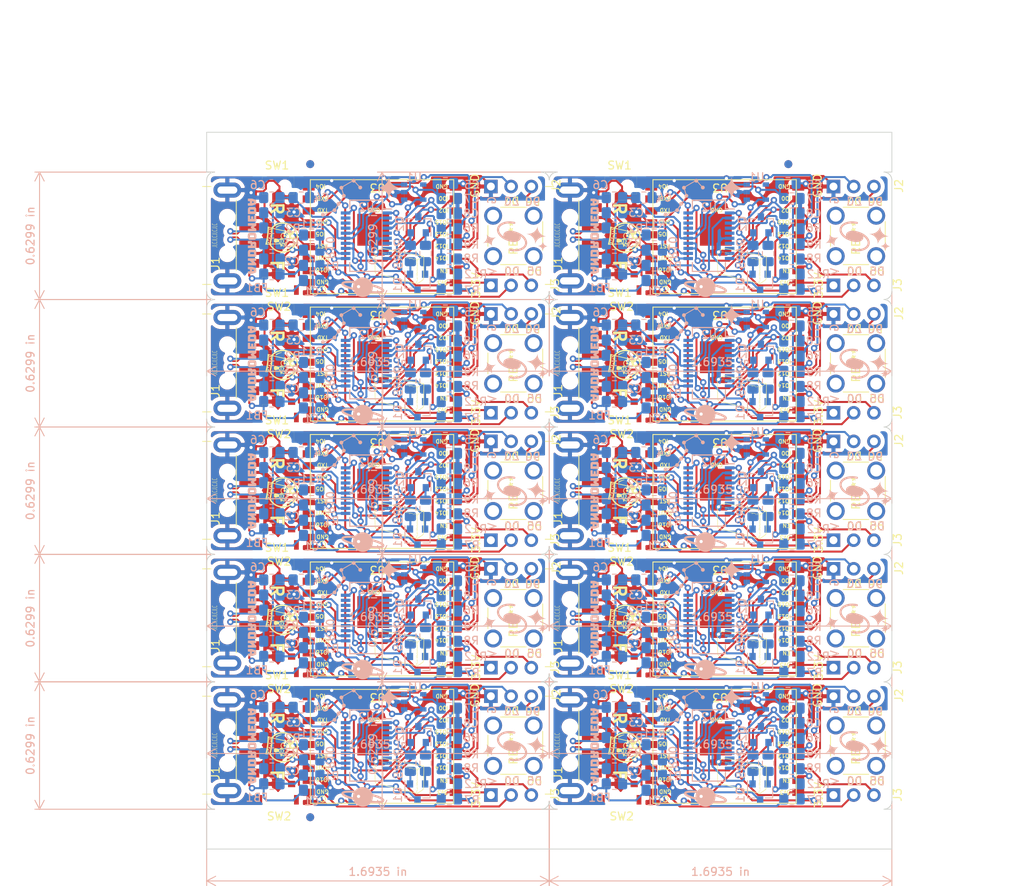
<source format=kicad_pcb>
(kicad_pcb (version 20171130) (host pcbnew 5.1.5+dfsg1-2build2)
  (layers (0 F.Cu signal) (31 B.Cu signal) (34 B.Paste user) (35 F.Paste user) (36 B.SilkS user) (37 F.SilkS user) (38 B.Mask user) (39 F.Mask user) (44 Edge.Cuts user))
  (net 0 "")
  (net 1 Board_1-+3V3)
  (net 2 Board_1-+5V)
  (net 3 Board_1-/J_N)
  (net 4 Board_1-/J_P)
  (net 5 Board_1-CP_RST)
  (net 6 Board_1-D+)
  (net 7 Board_1-D-)
  (net 8 Board_1-DTR)
  (net 9 Board_1-E_EN)
  (net 10 Board_1-E_IO0)
  (net 11 Board_1-E_IO12)
  (net 12 Board_1-E_IO13)
  (net 13 Board_1-E_IO14)
  (net 14 Board_1-E_IO15)
  (net 15 Board_1-E_IO16)
  (net 16 Board_1-E_IO2)
  (net 17 Board_1-E_RST)
  (net 18 Board_1-FTDI_100nF_TG)
  (net 19 Board_1-GND)
  (net 20 "Board_1-Net-(C1-Pad1)")
  (net 21 "Board_1-Net-(Q1-Pad1)")
  (net 22 "Board_1-Net-(Q2-Pad1)")
  (net 23 "Board_1-Net-(R1-Pad2)")
  (net 24 "Board_1-Net-(R6-Pad2)")
  (net 25 "Board_1-Net-(R7-Pad1)")
  (net 26 "Board_1-Net-(U1-Pad4)")
  (net 27 "Board_1-Net-(U2-Pad10)")
  (net 28 "Board_1-Net-(U2-Pad17)")
  (net 29 "Board_1-Net-(U2-Pad18)")
  (net 30 "Board_1-Net-(U2-Pad19)")
  (net 31 "Board_1-Net-(U2-Pad5)")
  (net 32 "Board_1-Net-(U2-Pad7)")
  (net 33 "Board_1-Net-(U2-Pad8)")
  (net 34 "Board_1-Net-(U2-Pad9)")
  (net 35 "Board_1-Net-(U3-Pad10)")
  (net 36 "Board_1-Net-(U3-Pad14)")
  (net 37 "Board_1-Net-(U3-Pad16)")
  (net 38 Board_1-RXD)
  (net 39 Board_1-TXD)
  (net 40 Board_2-+3V3)
  (net 41 Board_2-+5V)
  (net 42 Board_2-/J_N)
  (net 43 Board_2-/J_P)
  (net 44 Board_2-CP_RST)
  (net 45 Board_2-D+)
  (net 46 Board_2-D-)
  (net 47 Board_2-DTR)
  (net 48 Board_2-E_EN)
  (net 49 Board_2-E_IO0)
  (net 50 Board_2-E_IO12)
  (net 51 Board_2-E_IO13)
  (net 52 Board_2-E_IO14)
  (net 53 Board_2-E_IO15)
  (net 54 Board_2-E_IO16)
  (net 55 Board_2-E_IO2)
  (net 56 Board_2-E_RST)
  (net 57 Board_2-FTDI_100nF_TG)
  (net 58 Board_2-GND)
  (net 59 "Board_2-Net-(C1-Pad1)")
  (net 60 "Board_2-Net-(Q1-Pad1)")
  (net 61 "Board_2-Net-(Q2-Pad1)")
  (net 62 "Board_2-Net-(R1-Pad2)")
  (net 63 "Board_2-Net-(R6-Pad2)")
  (net 64 "Board_2-Net-(R7-Pad1)")
  (net 65 "Board_2-Net-(U1-Pad4)")
  (net 66 "Board_2-Net-(U2-Pad10)")
  (net 67 "Board_2-Net-(U2-Pad17)")
  (net 68 "Board_2-Net-(U2-Pad18)")
  (net 69 "Board_2-Net-(U2-Pad19)")
  (net 70 "Board_2-Net-(U2-Pad5)")
  (net 71 "Board_2-Net-(U2-Pad7)")
  (net 72 "Board_2-Net-(U2-Pad8)")
  (net 73 "Board_2-Net-(U2-Pad9)")
  (net 74 "Board_2-Net-(U3-Pad10)")
  (net 75 "Board_2-Net-(U3-Pad14)")
  (net 76 "Board_2-Net-(U3-Pad16)")
  (net 77 Board_2-RXD)
  (net 78 Board_2-TXD)
  (net 79 Board_3-+3V3)
  (net 80 Board_3-+5V)
  (net 81 Board_3-/J_N)
  (net 82 Board_3-/J_P)
  (net 83 Board_3-CP_RST)
  (net 84 Board_3-D+)
  (net 85 Board_3-D-)
  (net 86 Board_3-DTR)
  (net 87 Board_3-E_EN)
  (net 88 Board_3-E_IO0)
  (net 89 Board_3-E_IO12)
  (net 90 Board_3-E_IO13)
  (net 91 Board_3-E_IO14)
  (net 92 Board_3-E_IO15)
  (net 93 Board_3-E_IO16)
  (net 94 Board_3-E_IO2)
  (net 95 Board_3-E_RST)
  (net 96 Board_3-FTDI_100nF_TG)
  (net 97 Board_3-GND)
  (net 98 "Board_3-Net-(C1-Pad1)")
  (net 99 "Board_3-Net-(Q1-Pad1)")
  (net 100 "Board_3-Net-(Q2-Pad1)")
  (net 101 "Board_3-Net-(R1-Pad2)")
  (net 102 "Board_3-Net-(R6-Pad2)")
  (net 103 "Board_3-Net-(R7-Pad1)")
  (net 104 "Board_3-Net-(U1-Pad4)")
  (net 105 "Board_3-Net-(U2-Pad10)")
  (net 106 "Board_3-Net-(U2-Pad17)")
  (net 107 "Board_3-Net-(U2-Pad18)")
  (net 108 "Board_3-Net-(U2-Pad19)")
  (net 109 "Board_3-Net-(U2-Pad5)")
  (net 110 "Board_3-Net-(U2-Pad7)")
  (net 111 "Board_3-Net-(U2-Pad8)")
  (net 112 "Board_3-Net-(U2-Pad9)")
  (net 113 "Board_3-Net-(U3-Pad10)")
  (net 114 "Board_3-Net-(U3-Pad14)")
  (net 115 "Board_3-Net-(U3-Pad16)")
  (net 116 Board_3-RXD)
  (net 117 Board_3-TXD)
  (net 118 Board_4-+3V3)
  (net 119 Board_4-+5V)
  (net 120 Board_4-/J_N)
  (net 121 Board_4-/J_P)
  (net 122 Board_4-CP_RST)
  (net 123 Board_4-D+)
  (net 124 Board_4-D-)
  (net 125 Board_4-DTR)
  (net 126 Board_4-E_EN)
  (net 127 Board_4-E_IO0)
  (net 128 Board_4-E_IO12)
  (net 129 Board_4-E_IO13)
  (net 130 Board_4-E_IO14)
  (net 131 Board_4-E_IO15)
  (net 132 Board_4-E_IO16)
  (net 133 Board_4-E_IO2)
  (net 134 Board_4-E_RST)
  (net 135 Board_4-FTDI_100nF_TG)
  (net 136 Board_4-GND)
  (net 137 "Board_4-Net-(C1-Pad1)")
  (net 138 "Board_4-Net-(Q1-Pad1)")
  (net 139 "Board_4-Net-(Q2-Pad1)")
  (net 140 "Board_4-Net-(R1-Pad2)")
  (net 141 "Board_4-Net-(R6-Pad2)")
  (net 142 "Board_4-Net-(R7-Pad1)")
  (net 143 "Board_4-Net-(U1-Pad4)")
  (net 144 "Board_4-Net-(U2-Pad10)")
  (net 145 "Board_4-Net-(U2-Pad17)")
  (net 146 "Board_4-Net-(U2-Pad18)")
  (net 147 "Board_4-Net-(U2-Pad19)")
  (net 148 "Board_4-Net-(U2-Pad5)")
  (net 149 "Board_4-Net-(U2-Pad7)")
  (net 150 "Board_4-Net-(U2-Pad8)")
  (net 151 "Board_4-Net-(U2-Pad9)")
  (net 152 "Board_4-Net-(U3-Pad10)")
  (net 153 "Board_4-Net-(U3-Pad14)")
  (net 154 "Board_4-Net-(U3-Pad16)")
  (net 155 Board_4-RXD)
  (net 156 Board_4-TXD)
  (net 157 Board_5-+3V3)
  (net 158 Board_5-+5V)
  (net 159 Board_5-/J_N)
  (net 160 Board_5-/J_P)
  (net 161 Board_5-CP_RST)
  (net 162 Board_5-D+)
  (net 163 Board_5-D-)
  (net 164 Board_5-DTR)
  (net 165 Board_5-E_EN)
  (net 166 Board_5-E_IO0)
  (net 167 Board_5-E_IO12)
  (net 168 Board_5-E_IO13)
  (net 169 Board_5-E_IO14)
  (net 170 Board_5-E_IO15)
  (net 171 Board_5-E_IO16)
  (net 172 Board_5-E_IO2)
  (net 173 Board_5-E_RST)
  (net 174 Board_5-FTDI_100nF_TG)
  (net 175 Board_5-GND)
  (net 176 "Board_5-Net-(C1-Pad1)")
  (net 177 "Board_5-Net-(Q1-Pad1)")
  (net 178 "Board_5-Net-(Q2-Pad1)")
  (net 179 "Board_5-Net-(R1-Pad2)")
  (net 180 "Board_5-Net-(R6-Pad2)")
  (net 181 "Board_5-Net-(R7-Pad1)")
  (net 182 "Board_5-Net-(U1-Pad4)")
  (net 183 "Board_5-Net-(U2-Pad10)")
  (net 184 "Board_5-Net-(U2-Pad17)")
  (net 185 "Board_5-Net-(U2-Pad18)")
  (net 186 "Board_5-Net-(U2-Pad19)")
  (net 187 "Board_5-Net-(U2-Pad5)")
  (net 188 "Board_5-Net-(U2-Pad7)")
  (net 189 "Board_5-Net-(U2-Pad8)")
  (net 190 "Board_5-Net-(U2-Pad9)")
  (net 191 "Board_5-Net-(U3-Pad10)")
  (net 192 "Board_5-Net-(U3-Pad14)")
  (net 193 "Board_5-Net-(U3-Pad16)")
  (net 194 Board_5-RXD)
  (net 195 Board_5-TXD)
  (net 196 Board_6-+3V3)
  (net 197 Board_6-+5V)
  (net 198 Board_6-/J_N)
  (net 199 Board_6-/J_P)
  (net 200 Board_6-CP_RST)
  (net 201 Board_6-D+)
  (net 202 Board_6-D-)
  (net 203 Board_6-DTR)
  (net 204 Board_6-E_EN)
  (net 205 Board_6-E_IO0)
  (net 206 Board_6-E_IO12)
  (net 207 Board_6-E_IO13)
  (net 208 Board_6-E_IO14)
  (net 209 Board_6-E_IO15)
  (net 210 Board_6-E_IO16)
  (net 211 Board_6-E_IO2)
  (net 212 Board_6-E_RST)
  (net 213 Board_6-FTDI_100nF_TG)
  (net 214 Board_6-GND)
  (net 215 "Board_6-Net-(C1-Pad1)")
  (net 216 "Board_6-Net-(Q1-Pad1)")
  (net 217 "Board_6-Net-(Q2-Pad1)")
  (net 218 "Board_6-Net-(R1-Pad2)")
  (net 219 "Board_6-Net-(R6-Pad2)")
  (net 220 "Board_6-Net-(R7-Pad1)")
  (net 221 "Board_6-Net-(U1-Pad4)")
  (net 222 "Board_6-Net-(U2-Pad10)")
  (net 223 "Board_6-Net-(U2-Pad17)")
  (net 224 "Board_6-Net-(U2-Pad18)")
  (net 225 "Board_6-Net-(U2-Pad19)")
  (net 226 "Board_6-Net-(U2-Pad5)")
  (net 227 "Board_6-Net-(U2-Pad7)")
  (net 228 "Board_6-Net-(U2-Pad8)")
  (net 229 "Board_6-Net-(U2-Pad9)")
  (net 230 "Board_6-Net-(U3-Pad10)")
  (net 231 "Board_6-Net-(U3-Pad14)")
  (net 232 "Board_6-Net-(U3-Pad16)")
  (net 233 Board_6-RXD)
  (net 234 Board_6-TXD)
  (net 235 Board_7-+3V3)
  (net 236 Board_7-+5V)
  (net 237 Board_7-/J_N)
  (net 238 Board_7-/J_P)
  (net 239 Board_7-CP_RST)
  (net 240 Board_7-D+)
  (net 241 Board_7-D-)
  (net 242 Board_7-DTR)
  (net 243 Board_7-E_EN)
  (net 244 Board_7-E_IO0)
  (net 245 Board_7-E_IO12)
  (net 246 Board_7-E_IO13)
  (net 247 Board_7-E_IO14)
  (net 248 Board_7-E_IO15)
  (net 249 Board_7-E_IO16)
  (net 250 Board_7-E_IO2)
  (net 251 Board_7-E_RST)
  (net 252 Board_7-FTDI_100nF_TG)
  (net 253 Board_7-GND)
  (net 254 "Board_7-Net-(C1-Pad1)")
  (net 255 "Board_7-Net-(Q1-Pad1)")
  (net 256 "Board_7-Net-(Q2-Pad1)")
  (net 257 "Board_7-Net-(R1-Pad2)")
  (net 258 "Board_7-Net-(R6-Pad2)")
  (net 259 "Board_7-Net-(R7-Pad1)")
  (net 260 "Board_7-Net-(U1-Pad4)")
  (net 261 "Board_7-Net-(U2-Pad10)")
  (net 262 "Board_7-Net-(U2-Pad17)")
  (net 263 "Board_7-Net-(U2-Pad18)")
  (net 264 "Board_7-Net-(U2-Pad19)")
  (net 265 "Board_7-Net-(U2-Pad5)")
  (net 266 "Board_7-Net-(U2-Pad7)")
  (net 267 "Board_7-Net-(U2-Pad8)")
  (net 268 "Board_7-Net-(U2-Pad9)")
  (net 269 "Board_7-Net-(U3-Pad10)")
  (net 270 "Board_7-Net-(U3-Pad14)")
  (net 271 "Board_7-Net-(U3-Pad16)")
  (net 272 Board_7-RXD)
  (net 273 Board_7-TXD)
  (net 274 Board_8-+3V3)
  (net 275 Board_8-+5V)
  (net 276 Board_8-/J_N)
  (net 277 Board_8-/J_P)
  (net 278 Board_8-CP_RST)
  (net 279 Board_8-D+)
  (net 280 Board_8-D-)
  (net 281 Board_8-DTR)
  (net 282 Board_8-E_EN)
  (net 283 Board_8-E_IO0)
  (net 284 Board_8-E_IO12)
  (net 285 Board_8-E_IO13)
  (net 286 Board_8-E_IO14)
  (net 287 Board_8-E_IO15)
  (net 288 Board_8-E_IO16)
  (net 289 Board_8-E_IO2)
  (net 290 Board_8-E_RST)
  (net 291 Board_8-FTDI_100nF_TG)
  (net 292 Board_8-GND)
  (net 293 "Board_8-Net-(C1-Pad1)")
  (net 294 "Board_8-Net-(Q1-Pad1)")
  (net 295 "Board_8-Net-(Q2-Pad1)")
  (net 296 "Board_8-Net-(R1-Pad2)")
  (net 297 "Board_8-Net-(R6-Pad2)")
  (net 298 "Board_8-Net-(R7-Pad1)")
  (net 299 "Board_8-Net-(U1-Pad4)")
  (net 300 "Board_8-Net-(U2-Pad10)")
  (net 301 "Board_8-Net-(U2-Pad17)")
  (net 302 "Board_8-Net-(U2-Pad18)")
  (net 303 "Board_8-Net-(U2-Pad19)")
  (net 304 "Board_8-Net-(U2-Pad5)")
  (net 305 "Board_8-Net-(U2-Pad7)")
  (net 306 "Board_8-Net-(U2-Pad8)")
  (net 307 "Board_8-Net-(U2-Pad9)")
  (net 308 "Board_8-Net-(U3-Pad10)")
  (net 309 "Board_8-Net-(U3-Pad14)")
  (net 310 "Board_8-Net-(U3-Pad16)")
  (net 311 Board_8-RXD)
  (net 312 Board_8-TXD)
  (net 313 Board_9-+3V3)
  (net 314 Board_9-+5V)
  (net 315 Board_9-/J_N)
  (net 316 Board_9-/J_P)
  (net 317 Board_9-CP_RST)
  (net 318 Board_9-D+)
  (net 319 Board_9-D-)
  (net 320 Board_9-DTR)
  (net 321 Board_9-E_EN)
  (net 322 Board_9-E_IO0)
  (net 323 Board_9-E_IO12)
  (net 324 Board_9-E_IO13)
  (net 325 Board_9-E_IO14)
  (net 326 Board_9-E_IO15)
  (net 327 Board_9-E_IO16)
  (net 328 Board_9-E_IO2)
  (net 329 Board_9-E_RST)
  (net 330 Board_9-FTDI_100nF_TG)
  (net 331 Board_9-GND)
  (net 332 "Board_9-Net-(C1-Pad1)")
  (net 333 "Board_9-Net-(Q1-Pad1)")
  (net 334 "Board_9-Net-(Q2-Pad1)")
  (net 335 "Board_9-Net-(R1-Pad2)")
  (net 336 "Board_9-Net-(R6-Pad2)")
  (net 337 "Board_9-Net-(R7-Pad1)")
  (net 338 "Board_9-Net-(U1-Pad4)")
  (net 339 "Board_9-Net-(U2-Pad10)")
  (net 340 "Board_9-Net-(U2-Pad17)")
  (net 341 "Board_9-Net-(U2-Pad18)")
  (net 342 "Board_9-Net-(U2-Pad19)")
  (net 343 "Board_9-Net-(U2-Pad5)")
  (net 344 "Board_9-Net-(U2-Pad7)")
  (net 345 "Board_9-Net-(U2-Pad8)")
  (net 346 "Board_9-Net-(U2-Pad9)")
  (net 347 "Board_9-Net-(U3-Pad10)")
  (net 348 "Board_9-Net-(U3-Pad14)")
  (net 349 "Board_9-Net-(U3-Pad16)")
  (net 350 Board_9-RXD)
  (net 351 Board_9-TXD)
  (net 352 Board_10-+3V3)
  (net 353 Board_10-+5V)
  (net 354 Board_10-/J_N)
  (net 355 Board_10-/J_P)
  (net 356 Board_10-CP_RST)
  (net 357 Board_10-D+)
  (net 358 Board_10-D-)
  (net 359 Board_10-DTR)
  (net 360 Board_10-E_EN)
  (net 361 Board_10-E_IO0)
  (net 362 Board_10-E_IO12)
  (net 363 Board_10-E_IO13)
  (net 364 Board_10-E_IO14)
  (net 365 Board_10-E_IO15)
  (net 366 Board_10-E_IO16)
  (net 367 Board_10-E_IO2)
  (net 368 Board_10-E_RST)
  (net 369 Board_10-FTDI_100nF_TG)
  (net 370 Board_10-GND)
  (net 371 "Board_10-Net-(C1-Pad1)")
  (net 372 "Board_10-Net-(Q1-Pad1)")
  (net 373 "Board_10-Net-(Q2-Pad1)")
  (net 374 "Board_10-Net-(R1-Pad2)")
  (net 375 "Board_10-Net-(R6-Pad2)")
  (net 376 "Board_10-Net-(R7-Pad1)")
  (net 377 "Board_10-Net-(U1-Pad4)")
  (net 378 "Board_10-Net-(U2-Pad10)")
  (net 379 "Board_10-Net-(U2-Pad17)")
  (net 380 "Board_10-Net-(U2-Pad18)")
  (net 381 "Board_10-Net-(U2-Pad19)")
  (net 382 "Board_10-Net-(U2-Pad5)")
  (net 383 "Board_10-Net-(U2-Pad7)")
  (net 384 "Board_10-Net-(U2-Pad8)")
  (net 385 "Board_10-Net-(U2-Pad9)")
  (net 386 "Board_10-Net-(U3-Pad10)")
  (net 387 "Board_10-Net-(U3-Pad14)")
  (net 388 "Board_10-Net-(U3-Pad16)")
  (net 389 Board_10-RXD)
  (net 390 Board_10-TXD)
  (module NPTH (layer F.Cu) (at 57.999 133.001044)
    (fp_text reference REF** hide)
    (fp_text value NPTH hide)
    (pad "" np_thru_hole circle (at 0 0) (size 2 2) (drill 2) (layers *.Cu *.Mask))
  )
  (module NPTH (layer F.Cu) (at 128.033011 46.999)
    (fp_text reference REF** hide)
    (fp_text value NPTH hide)
    (pad "" np_thru_hole circle (at 0 0) (size 2 2) (drill 2) (layers *.Cu *.Mask))
  )
  (module NPTH (layer F.Cu) (at 57.999 46.999)
    (fp_text reference REF** hide)
    (fp_text value NPTH hide)
    (pad "" np_thru_hole circle (at 0 0) (size 2 2) (drill 2) (layers *.Cu *.Mask))
  )
  (module Fiducial (layer B.Cu) (at 62.999 131.001044)
    (fp_text reference REF** hide)
    (fp_text value Fiducial hide)
    (pad "" smd circle (at 0 0) (size 1 1) (layers B.Cu B.Mask) (clearance 0.5))
  )
  (module Fiducial (layer F.Cu) (at 62.999 131.001044)
    (fp_text reference REF** hide)
    (fp_text value Fiducial hide)
    (pad "" smd circle (at 0 0) (size 1 1) (layers F.Cu F.Mask) (clearance 0.5))
  )
  (module Fiducial (layer B.Cu) (at 123.033011 48.999)
    (fp_text reference REF** hide)
    (fp_text value Fiducial hide)
    (pad "" smd circle (at 0 0) (size 1 1) (layers B.Cu B.Mask) (clearance 0.5))
  )
  (module Fiducial (layer F.Cu) (at 123.033011 48.999)
    (fp_text reference REF** hide)
    (fp_text value Fiducial hide)
    (pad "" smd circle (at 0 0) (size 1 1) (layers F.Cu F.Mask) (clearance 0.5))
  )
  (module Fiducial (layer B.Cu) (at 62.999 48.999)
    (fp_text reference REF** hide)
    (fp_text value Fiducial hide)
    (pad "" smd circle (at 0 0) (size 1 1) (layers B.Cu B.Mask) (clearance 0.5))
  )
  (module Fiducial (layer F.Cu) (at 62.999 48.999)
    (fp_text reference REF** hide)
    (fp_text value Fiducial hide)
    (pad "" smd circle (at 0 0) (size 1 1) (layers F.Cu F.Mask) (clearance 0.5))
  )
  (module Long_range_deauther:PinHeader_1x03_P2.54mm_Vertical (layer F.Cu) (at 128.700471 128.220085 90)
    (fp_text reference J3 (at 0.03 8.05 90) (layer F.SilkS))
    (fp_text value Conn_01x03_Male)
    (pad 1 thru_hole rect (at 0 0 90) (size 1.7 1.7) (drill 1) (layers *.Cu *.Mask) (net 352 Board_10-+3V3))
    (pad 2 thru_hole oval (at 0 2.54 90) (size 1.7 1.7) (drill 1) (layers *.Cu *.Mask) (net 366 Board_10-E_IO16))
    (pad 3 thru_hole oval (at 0 5.08 90) (size 1.7 1.7) (drill 1) (layers *.Cu *.Mask) (net 364 Board_10-E_IO14))
  )
  (module Long_range_deauther:PinHeader_1x03_P2.54mm_Vertical (layer F.Cu) (at 128.702011 115.810045 90)
    (fp_text reference J2 (at 0.08 8.22 90) (layer F.SilkS))
    (fp_text value Conn_01x03_Male)
    (pad 3 thru_hole oval (at 0 5.08 90) (size 1.7 1.7) (drill 1) (layers *.Cu *.Mask) (net 362 Board_10-E_IO12))
    (pad 2 thru_hole oval (at 0 2.54 90) (size 1.7 1.7) (drill 1) (layers *.Cu *.Mask) (net 363 Board_10-E_IO13))
    (pad 1 thru_hole rect (at 0 0 90) (size 1.7 1.7) (drill 1) (layers *.Cu *.Mask) (net 370 Board_10-GND))
  )
  (module Long_range_deauther:ESP-WROOM-02U (layer F.Cu) (at 124.032011 129.250045 180)
    (fp_text reference U3 (at 9.55 13.3 180 unlocked) (layer F.SilkS))
    (fp_text value ESP-WROOM-02U)
    (fp_text user GND (at 10 10.5 180 unlocked) (layer F.SilkS) (effects (font (size 0.5 0.5) (thickness 0.1))))
    (fp_text user IO4 (at 16.71 13.48 180 unlocked) (layer F.SilkS) (effects (font (size 0.5 0.5) (thickness 0.1))))
    (fp_text user RXD (at 16.46 11.98 180 unlocked) (layer F.SilkS) (effects (font (size 0.5 0.5) (thickness 0.1))))
    (fp_text user TXD (at 16.46 10.48 180 unlocked) (layer F.SilkS) (effects (font (size 0.5 0.5) (thickness 0.1))))
    (fp_text user GND (at 16.46 8.98 180 unlocked) (layer F.SilkS) (effects (font (size 0.5 0.5) (thickness 0.1))))
    (fp_text user IO5 (at 16.71 7.48 180 unlocked) (layer F.SilkS) (effects (font (size 0.5 0.5) (thickness 0.1))))
    (fp_text user RST (at 16.46 5.98 180 unlocked) (layer F.SilkS) (effects (font (size 0.5 0.5) (thickness 0.1))))
    (fp_text user TOUT (at 16.46 4.48 180 unlocked) (layer F.SilkS) (effects (font (size 0.5 0.5) (thickness 0.1))))
    (fp_text user IO16 (at 16.46 2.98 180 unlocked) (layer F.SilkS) (effects (font (size 0.5 0.5) (thickness 0.1))))
    (fp_text user GND (at 16.46 1.48 180 unlocked) (layer F.SilkS) (effects (font (size 0.5 0.5) (thickness 0.1))))
    (fp_text user GND (at 1.5 13.47 180 unlocked) (layer F.SilkS) (effects (font (size 0.5 0.5) (thickness 0.1))))
    (fp_text user IO0 (at 1.25 11.97 180 unlocked) (layer F.SilkS) (effects (font (size 0.5 0.5) (thickness 0.1))))
    (fp_text user IO2 (at 1.25 10.47 180 unlocked) (layer F.SilkS) (effects (font (size 0.5 0.5) (thickness 0.1))))
    (fp_text user IO15 (at 1.5 8.97 180 unlocked) (layer F.SilkS) (effects (font (size 0.5 0.5) (thickness 0.1))))
    (fp_text user IO13 (at 1.5 7.47 180 unlocked) (layer F.SilkS) (effects (font (size 0.5 0.5) (thickness 0.1))))
    (fp_text user IO12 (at 1.5 5.97 180 unlocked) (layer F.SilkS) (effects (font (size 0.5 0.5) (thickness 0.1))))
    (fp_text user IO14 (at 1.5 4.47 180 unlocked) (layer F.SilkS) (effects (font (size 0.5 0.5) (thickness 0.1))))
    (fp_text user EN (at 1.23 2.89 180 unlocked) (layer F.SilkS) (effects (font (size 0.5 0.5) (thickness 0.1))))
    (fp_text user 3v3 (at 1.39 1.38 180 unlocked) (layer F.SilkS) (effects (font (size 0.5 0.5) (thickness 0.1))))
    (pad 19 smd rect (at 10.1 8.01 180) (size 4 4) (layers F.Cu F.Paste F.Mask) (net 370 Board_10-GND))
    (pad 18 smd rect (at 18.21 1.38 180) (size 1.5 0.9) (layers F.Cu F.Paste F.Mask) (net 370 Board_10-GND))
    (pad 15 smd rect (at 18.21 5.88 180) (size 1.5 0.9) (layers F.Cu F.Paste F.Mask) (net 368 Board_10-E_RST))
    (pad 17 smd rect (at 18.21 2.88 180) (size 1.5 0.9) (layers F.Cu F.Paste F.Mask) (net 366 Board_10-E_IO16))
    (pad 13 smd rect (at 18.21 8.88 180) (size 1.5 0.9) (layers F.Cu F.Paste F.Mask) (net 370 Board_10-GND))
    (pad 16 smd rect (at 18.21 4.38 180) (size 1.5 0.9) (layers F.Cu F.Paste F.Mask) (net 388 "Board_10-Net-(U3-Pad16)"))
    (pad 11 smd rect (at 18.21 11.88 180) (size 1.5 0.9) (layers F.Cu F.Paste F.Mask) (net 376 "Board_10-Net-(R7-Pad1)"))
    (pad 14 smd rect (at 18.21 7.38 180) (size 1.5 0.9) (layers F.Cu F.Paste F.Mask) (net 387 "Board_10-Net-(U3-Pad14)"))
    (pad 12 smd rect (at 18.21 10.38 180) (size 1.5 0.9) (layers F.Cu F.Paste F.Mask) (net 375 "Board_10-Net-(R6-Pad2)"))
    (pad 10 smd rect (at 18.21 13.38 180) (size 1.5 0.9) (layers F.Cu F.Paste F.Mask) (net 386 "Board_10-Net-(U3-Pad10)"))
    (pad 9 smd rect (at -0.25 13.37 180) (size 1.5 0.9) (layers F.Cu F.Paste F.Mask) (net 370 Board_10-GND))
    (pad 8 smd rect (at -0.25 11.87 180) (size 1.5 0.9) (layers F.Cu F.Paste F.Mask) (net 361 Board_10-E_IO0))
    (pad 7 smd rect (at -0.25 10.37 180) (size 1.5 0.9) (layers F.Cu F.Paste F.Mask) (net 367 Board_10-E_IO2))
    (pad 6 smd rect (at -0.25 8.87 180) (size 1.5 0.9) (layers F.Cu F.Paste F.Mask) (net 365 Board_10-E_IO15))
    (pad 5 smd rect (at -0.25 7.37 180) (size 1.5 0.9) (layers F.Cu F.Paste F.Mask) (net 363 Board_10-E_IO13))
    (pad 4 smd rect (at -0.25 5.87 180) (size 1.5 0.9) (layers F.Cu F.Paste F.Mask) (net 362 Board_10-E_IO12))
    (pad 3 smd rect (at -0.25 4.37 180) (size 1.5 0.9) (layers F.Cu F.Paste F.Mask) (net 364 Board_10-E_IO14))
    (pad 2 smd rect (at -0.25 2.87 180) (size 1.5 0.9) (layers F.Cu F.Paste F.Mask) (net 360 Board_10-E_EN))
    (pad 1 smd rect (at -0.25 1.37 180) (size 1.5 0.9) (layers F.Cu F.Paste F.Mask) (net 352 Board_10-+3V3))
  )
  (module Connector_USB:USB_A_CNCTech_1001-011-01101_Horizontal (layer F.Cu) (at 88.713251 121.956445 180)
    (fp_text reference J1 (at -5.41274 -3.51282 270) (layer F.SilkS))
    (fp_text value USB_A)
    (pad "" np_thru_hole circle (at -6.9 2.3 180) (size 1.1 1.1) (drill 1.1) (layers *.Cu *.Mask))
    (pad "" np_thru_hole circle (at -6.9 -2.3 180) (size 1.1 1.1) (drill 1.1) (layers *.Cu *.Mask))
    (pad 5 thru_hole oval (at -6.9 5.7 180) (size 3.5 1.9) (drill oval 2.5 0.9) (layers *.Cu *.Mask) (net 370 Board_10-GND))
    (pad 5 thru_hole oval (at -6.9 -5.7 180) (size 3.5 1.9) (drill oval 2.5 0.9) (layers *.Cu *.Mask) (net 370 Board_10-GND))
    (pad 4 smd rect (at -9.65 3.5 180) (size 2.5 1.1) (layers F.Cu F.Paste F.Mask) (net 370 Board_10-GND))
    (pad 1 smd rect (at -9.65 -3.5 180) (size 2.5 1.1) (layers F.Cu F.Paste F.Mask) (net 371 "Board_10-Net-(C1-Pad1)"))
    (pad 3 smd rect (at -9.65 1 180) (size 2.5 1.1) (layers F.Cu F.Paste F.Mask) (net 355 Board_10-/J_P))
    (pad 2 smd rect (at -9.65 -1 180) (size 2.5 1.1) (layers F.Cu F.Paste F.Mask) (net 354 Board_10-/J_N))
  )
  (module Package_SO:SSOP-20_3.9x8.7mm_P0.635mm (layer B.Cu) (at 113.062011 121.990045 180)
    (fp_text reference U2 (at -0.01492 3.56674) (layer B.SilkS) (effects (justify mirror)))
    (fp_text value FT231XS)
    (pad 20 smd rect (at 2.6 2.8575 180) (size 1.2 0.4) (layers B.Cu B.Paste B.Mask) (net 390 Board_10-TXD))
    (pad 19 smd rect (at 2.6 2.2225 180) (size 1.2 0.4) (layers B.Cu B.Paste B.Mask) (net 381 "Board_10-Net-(U2-Pad19)"))
    (pad 18 smd rect (at 2.6 1.5875 180) (size 1.2 0.4) (layers B.Cu B.Paste B.Mask) (net 380 "Board_10-Net-(U2-Pad18)"))
    (pad 17 smd rect (at 2.6 0.9525 180) (size 1.2 0.4) (layers B.Cu B.Paste B.Mask) (net 379 "Board_10-Net-(U2-Pad17)"))
    (pad 16 smd rect (at 2.6 0.3175 180) (size 1.2 0.4) (layers B.Cu B.Paste B.Mask) (net 370 Board_10-GND))
    (pad 15 smd rect (at 2.6 -0.3175 180) (size 1.2 0.4) (layers B.Cu B.Paste B.Mask) (net 353 Board_10-+5V))
    (pad 14 smd rect (at 2.6 -0.9525 180) (size 1.2 0.4) (layers B.Cu B.Paste B.Mask) (net 369 Board_10-FTDI_100nF_TG))
    (pad 13 smd rect (at 2.6 -1.5875 180) (size 1.2 0.4) (layers B.Cu B.Paste B.Mask) (net 369 Board_10-FTDI_100nF_TG))
    (pad 12 smd rect (at 2.6 -2.2225 180) (size 1.2 0.4) (layers B.Cu B.Paste B.Mask) (net 358 Board_10-D-))
    (pad 11 smd rect (at 2.6 -2.8575 180) (size 1.2 0.4) (layers B.Cu B.Paste B.Mask) (net 357 Board_10-D+))
    (pad 10 smd rect (at -2.6 -2.8575 180) (size 1.2 0.4) (layers B.Cu B.Paste B.Mask) (net 378 "Board_10-Net-(U2-Pad10)"))
    (pad 9 smd rect (at -2.6 -2.2225 180) (size 1.2 0.4) (layers B.Cu B.Paste B.Mask) (net 385 "Board_10-Net-(U2-Pad9)"))
    (pad 8 smd rect (at -2.6 -1.5875 180) (size 1.2 0.4) (layers B.Cu B.Paste B.Mask) (net 384 "Board_10-Net-(U2-Pad8)"))
    (pad 7 smd rect (at -2.6 -0.9525 180) (size 1.2 0.4) (layers B.Cu B.Paste B.Mask) (net 383 "Board_10-Net-(U2-Pad7)"))
    (pad 6 smd rect (at -2.6 -0.3175 180) (size 1.2 0.4) (layers B.Cu B.Paste B.Mask) (net 370 Board_10-GND))
    (pad 5 smd rect (at -2.6 0.3175 180) (size 1.2 0.4) (layers B.Cu B.Paste B.Mask) (net 382 "Board_10-Net-(U2-Pad5)"))
    (pad 4 smd rect (at -2.6 0.9525 180) (size 1.2 0.4) (layers B.Cu B.Paste B.Mask) (net 389 Board_10-RXD))
    (pad 3 smd rect (at -2.6 1.5875 180) (size 1.2 0.4) (layers B.Cu B.Paste B.Mask) (net 369 Board_10-FTDI_100nF_TG))
    (pad 2 smd rect (at -2.6 2.2225 180) (size 1.2 0.4) (layers B.Cu B.Paste B.Mask) (net 356 Board_10-CP_RST))
    (pad 1 smd rect (at -2.6 2.8575 180) (size 1.2 0.4) (layers B.Cu B.Paste B.Mask) (net 359 Board_10-DTR))
  )
  (module Long_range_deauther:HYP_1TS003B-1600-3500A-CT (layer F.Cu) (at 101.982011 128.210045 180)
    (fp_text reference SW2 (at -0.12674 -2.67704) (layer F.SilkS))
    (fp_text value SW_Flash)
    (pad 3 smd rect (at -2.3 -0.6 270) (size 1.2 0.6) (layers F.Cu F.Paste F.Mask))
    (pad 4 smd rect (at 2.3 -0.6 270) (size 1.2 0.6) (layers F.Cu F.Paste F.Mask))
    (pad 2 smd rect (at 1.71 1.39 270) (size 0.8 0.9) (layers F.Cu F.Paste F.Mask) (net 370 Board_10-GND))
    (pad 1 smd rect (at -1.7 1.38 270) (size 0.8 0.9) (layers F.Cu F.Paste F.Mask) (net 361 Board_10-E_IO0))
    (pad "" np_thru_hole circle (at -0.85 0 270) (size 0.7 0.7) (drill 0.7) (layers *.Cu *.Mask))
    (pad "" np_thru_hole circle (at 0.85 0 270) (size 0.7 0.7) (drill 0.7) (layers *.Cu *.Mask))
  )
  (module Long_range_deauther:HYP_1TS003B-1600-3500A-CT (layer F.Cu) (at 101.982011 115.770045)
    (fp_text reference SW1 (at -0.1395 -2.6147) (layer F.SilkS))
    (fp_text value SW_RST)
    (pad "" np_thru_hole circle (at 0.85 0 90) (size 0.7 0.7) (drill 0.7) (layers *.Cu *.Mask))
    (pad "" np_thru_hole circle (at -0.85 0 90) (size 0.7 0.7) (drill 0.7) (layers *.Cu *.Mask))
    (pad 1 smd rect (at -1.7 1.38 90) (size 0.8 0.9) (layers F.Cu F.Paste F.Mask) (net 368 Board_10-E_RST))
    (pad 2 smd rect (at 1.71 1.39 90) (size 0.8 0.9) (layers F.Cu F.Paste F.Mask) (net 370 Board_10-GND))
    (pad 4 smd rect (at 2.3 -0.6 90) (size 1.2 0.6) (layers F.Cu F.Paste F.Mask))
    (pad 3 smd rect (at -2.3 -0.6 90) (size 1.2 0.6) (layers F.Cu F.Paste F.Mask))
  )
  (module Capacitor_SMD:C_0805_2012Metric_Pad1.15x1.40mm_HandSolder (layer B.Cu) (at 101.202011 126.800045 180)
    (fp_text reference FB1 (at 1.87156 -1.74008) (layer B.SilkS) (effects (justify mirror)))
    (fp_text value Ferrite_Bead)
    (pad 2 smd roundrect (at 1.025 0 180) (size 1.15 1.4) (layers B.Cu B.Paste B.Mask) (roundrect_rratio 0.217391) (net 371 "Board_10-Net-(C1-Pad1)"))
    (pad 1 smd roundrect (at -1.025 0 180) (size 1.15 1.4) (layers B.Cu B.Paste B.Mask) (roundrect_rratio 0.217391) (net 353 Board_10-+5V))
  )
  (module Capacitor_SMD:C_0805_2012Metric_Pad1.15x1.40mm_HandSolder (layer B.Cu) (at 123.482011 119.210045)
    (fp_text reference C8 (at 2.72418 -0.01458 180) (layer B.SilkS) (effects (justify mirror)))
    (fp_text value 100nF)
    (pad 1 smd roundrect (at -1.025 0) (size 1.15 1.4) (layers B.Cu B.Paste B.Mask) (roundrect_rratio 0.217391) (net 369 Board_10-FTDI_100nF_TG))
    (pad 2 smd roundrect (at 1.025 0) (size 1.15 1.4) (layers B.Cu B.Paste B.Mask) (roundrect_rratio 0.217391) (net 370 Board_10-GND))
  )
  (module Capacitor_SMD:C_0805_2012Metric_Pad1.15x1.40mm_HandSolder (layer B.Cu) (at 123.482011 117.310045)
    (fp_text reference C7 (at 2.81562 0.02614 180) (layer B.SilkS) (effects (justify mirror)))
    (fp_text value 10uF)
    (pad 1 smd roundrect (at -1.025 0) (size 1.15 1.4) (layers B.Cu B.Paste B.Mask) (roundrect_rratio 0.217391) (net 352 Board_10-+3V3))
    (pad 2 smd roundrect (at 1.025 0) (size 1.15 1.4) (layers B.Cu B.Paste B.Mask) (roundrect_rratio 0.217391) (net 370 Board_10-GND))
  )
  (module Capacitor_SMD:C_0805_2012Metric_Pad1.15x1.40mm_HandSolder (layer B.Cu) (at 101.202011 117.200045 180)
    (fp_text reference C6 (at 1.78012 1.5936) (layer B.SilkS) (effects (justify mirror)))
    (fp_text value 4.7uF)
    (pad 2 smd roundrect (at 1.025 0 180) (size 1.15 1.4) (layers B.Cu B.Paste B.Mask) (roundrect_rratio 0.217391) (net 370 Board_10-GND))
    (pad 1 smd roundrect (at -1.025 0 180) (size 1.15 1.4) (layers B.Cu B.Paste B.Mask) (roundrect_rratio 0.217391) (net 353 Board_10-+5V))
  )
  (module Capacitor_SMD:C_0805_2012Metric_Pad1.15x1.40mm_HandSolder (layer B.Cu) (at 122.992011 115.410045)
    (fp_text reference C5 (at 3.32848 0.18116) (layer B.SilkS) (effects (justify mirror)))
    (fp_text value 10uF)
    (pad 2 smd roundrect (at 1.025 0) (size 1.15 1.4) (layers B.Cu B.Paste B.Mask) (roundrect_rratio 0.217391) (net 370 Board_10-GND))
    (pad 1 smd roundrect (at -1.025 0) (size 1.15 1.4) (layers B.Cu B.Paste B.Mask) (roundrect_rratio 0.217391) (net 352 Board_10-+3V3))
  )
  (module Package_TO_SOT_SMD:SOT-23 (layer B.Cu) (at 119.592011 120.620045 90)
    (fp_text reference Q2 (at 0.10886 -2.31646 90) (layer B.SilkS) (effects (justify mirror)))
    (fp_text value BC847)
    (pad 1 smd rect (at -1 0.95 90) (size 0.9 0.8) (layers B.Cu B.Paste B.Mask) (net 373 "Board_10-Net-(Q2-Pad1)"))
    (pad 2 smd rect (at -1 -0.95 90) (size 0.9 0.8) (layers B.Cu B.Paste B.Mask) (net 359 Board_10-DTR))
    (pad 3 smd rect (at 1 0 90) (size 0.9 0.8) (layers B.Cu B.Paste B.Mask) (net 361 Board_10-E_IO0))
  )
  (module Package_TO_SOT_SMD:SOT-23 (layer B.Cu) (at 119.492011 127.820045 270)
    (fp_text reference Q1 (at 0.36448 2.473 90) (layer B.SilkS) (effects (justify mirror)))
    (fp_text value BC847)
    (pad 3 smd rect (at 1 0 270) (size 0.9 0.8) (layers B.Cu B.Paste B.Mask) (net 368 Board_10-E_RST))
    (pad 2 smd rect (at -1 -0.95 270) (size 0.9 0.8) (layers B.Cu B.Paste B.Mask) (net 356 Board_10-CP_RST))
    (pad 1 smd rect (at -1 0.95 270) (size 0.9 0.8) (layers B.Cu B.Paste B.Mask) (net 372 "Board_10-Net-(Q1-Pad1)"))
  )
  (module Resistor_SMD:R_0805_2012Metric_Pad1.15x1.40mm_HandSolder (layer B.Cu) (at 123.492011 126.810045 180)
    (fp_text reference R12 (at -3.30854 0) (layer B.SilkS) (effects (justify mirror)))
    (fp_text value 10K)
    (pad 1 smd roundrect (at -1.025 0 180) (size 1.15 1.4) (layers B.Cu B.Paste B.Mask) (roundrect_rratio 0.217391) (net 370 Board_10-GND))
    (pad 2 smd roundrect (at 1.025 0 180) (size 1.15 1.4) (layers B.Cu B.Paste B.Mask) (roundrect_rratio 0.217391) (net 365 Board_10-E_IO15))
  )
  (module Resistor_SMD:R_0805_2012Metric_Pad1.15x1.40mm_HandSolder (layer B.Cu) (at 106.202011 121.900045 180)
    (fp_text reference R11 (at 0 1.35) (layer B.SilkS) (effects (justify mirror)))
    (fp_text value 10K)
    (pad 2 smd roundrect (at 1.025 0 180) (size 1.15 1.4) (layers B.Cu B.Paste B.Mask) (roundrect_rratio 0.217391) (net 368 Board_10-E_RST))
    (pad 1 smd roundrect (at -1.025 0 180) (size 1.15 1.4) (layers B.Cu B.Paste B.Mask) (roundrect_rratio 0.217391) (net 352 Board_10-+3V3))
  )
  (module Resistor_SMD:R_0805_2012Metric_Pad1.15x1.40mm_HandSolder (layer B.Cu) (at 106.202011 123.800045 180)
    (fp_text reference R10 (at -2.29784 0.2942 270 unlocked) (layer B.SilkS) (effects (justify mirror)))
    (fp_text value 10K)
    (pad 2 smd roundrect (at 1.025 0 180) (size 1.15 1.4) (layers B.Cu B.Paste B.Mask) (roundrect_rratio 0.217391) (net 361 Board_10-E_IO0))
    (pad 1 smd roundrect (at -1.025 0 180) (size 1.15 1.4) (layers B.Cu B.Paste B.Mask) (roundrect_rratio 0.217391) (net 352 Board_10-+3V3))
  )
  (module Resistor_SMD:R_0805_2012Metric_Pad1.15x1.40mm_HandSolder (layer B.Cu) (at 123.492011 123.010045 180)
    (fp_text reference R9 (at -2.77006 -0.09702) (layer B.SilkS) (effects (justify mirror)))
    (fp_text value 10K)
    (pad 2 smd roundrect (at 1.025 0 180) (size 1.15 1.4) (layers B.Cu B.Paste B.Mask) (roundrect_rratio 0.217391) (net 352 Board_10-+3V3))
    (pad 1 smd roundrect (at -1.025 0 180) (size 1.15 1.4) (layers B.Cu B.Paste B.Mask) (roundrect_rratio 0.217391) (net 367 Board_10-E_IO2))
  )
  (module Resistor_SMD:R_0805_2012Metric_Pad1.15x1.40mm_HandSolder (layer B.Cu) (at 123.492011 124.910045)
    (fp_text reference R8 (at 2.74974 -0.07578) (layer B.SilkS) (effects (justify mirror)))
    (fp_text value 10K)
    (pad 1 smd roundrect (at -1.025 0) (size 1.15 1.4) (layers B.Cu B.Paste B.Mask) (roundrect_rratio 0.217391) (net 352 Board_10-+3V3))
    (pad 2 smd roundrect (at 1.025 0) (size 1.15 1.4) (layers B.Cu B.Paste B.Mask) (roundrect_rratio 0.217391) (net 360 Board_10-E_EN))
  )
  (module Resistor_SMD:R_0805_2012Metric_Pad1.15x1.40mm_HandSolder (layer B.Cu) (at 123.492011 128.710045)
    (fp_text reference R7 (at 2.8361 0.13996) (layer B.SilkS) (effects (justify mirror)))
    (fp_text value 470)
    (pad 2 smd roundrect (at 1.025 0) (size 1.15 1.4) (layers B.Cu B.Paste B.Mask) (roundrect_rratio 0.217391) (net 390 Board_10-TXD))
    (pad 1 smd roundrect (at -1.025 0) (size 1.15 1.4) (layers B.Cu B.Paste B.Mask) (roundrect_rratio 0.217391) (net 376 "Board_10-Net-(R7-Pad1)"))
  )
  (module Resistor_SMD:R_0805_2012Metric_Pad1.15x1.40mm_HandSolder (layer B.Cu) (at 123.492011 121.110045)
    (fp_text reference R6 (at 2.73196 -0.0807) (layer B.SilkS) (effects (justify mirror)))
    (fp_text value 470)
    (pad 1 smd roundrect (at -1.025 0) (size 1.15 1.4) (layers B.Cu B.Paste B.Mask) (roundrect_rratio 0.217391) (net 389 Board_10-RXD))
    (pad 2 smd roundrect (at 1.025 0) (size 1.15 1.4) (layers B.Cu B.Paste B.Mask) (roundrect_rratio 0.217391) (net 375 "Board_10-Net-(R6-Pad2)"))
  )
  (module Resistor_SMD:R_0805_2012Metric_Pad1.15x1.40mm_HandSolder (layer B.Cu) (at 120.492011 124.220045 270)
    (fp_text reference R5 (at 1.00284 3.38664 90) (layer B.SilkS) (effects (justify mirror)))
    (fp_text value 4K7)
    (pad 1 smd roundrect (at -1.025 0 270) (size 1.15 1.4) (layers B.Cu B.Paste B.Mask) (roundrect_rratio 0.217391) (net 373 "Board_10-Net-(Q2-Pad1)"))
    (pad 2 smd roundrect (at 1.025 0 270) (size 1.15 1.4) (layers B.Cu B.Paste B.Mask) (roundrect_rratio 0.217391) (net 356 Board_10-CP_RST))
  )
  (module Resistor_SMD:R_0805_2012Metric_Pad1.15x1.40mm_HandSolder (layer B.Cu) (at 118.592011 124.220045 90)
    (fp_text reference R4 (at 0.8539 -1.48664 90) (layer B.SilkS) (effects (justify mirror)))
    (fp_text value 4K7)
    (pad 2 smd roundrect (at 1.025 0 90) (size 1.15 1.4) (layers B.Cu B.Paste B.Mask) (roundrect_rratio 0.217391) (net 359 Board_10-DTR))
    (pad 1 smd roundrect (at -1.025 0 90) (size 1.15 1.4) (layers B.Cu B.Paste B.Mask) (roundrect_rratio 0.217391) (net 372 "Board_10-Net-(Q1-Pad1)"))
  )
  (module Resistor_SMD:R_0805_2012Metric_Pad1.15x1.40mm_HandSolder (layer B.Cu) (at 101.202011 123.000045)
    (fp_text reference R3 (at 2.48708 -0.09618) (layer B.SilkS) (effects (justify mirror)))
    (fp_text value 27R)
    (pad 2 smd roundrect (at 1.025 0) (size 1.15 1.4) (layers B.Cu B.Paste B.Mask) (roundrect_rratio 0.217391) (net 358 Board_10-D-))
    (pad 1 smd roundrect (at -1.025 0) (size 1.15 1.4) (layers B.Cu B.Paste B.Mask) (roundrect_rratio 0.217391) (net 354 Board_10-/J_N))
  )
  (module Resistor_SMD:R_0805_2012Metric_Pad1.15x1.40mm_HandSolder (layer B.Cu) (at 101.202011 121.000045 180)
    (fp_text reference R2 (at -2.63186 -0.07502) (layer B.SilkS) (effects (justify mirror)))
    (fp_text value 27R)
    (pad 1 smd roundrect (at -1.025 0 180) (size 1.15 1.4) (layers B.Cu B.Paste B.Mask) (roundrect_rratio 0.217391) (net 357 Board_10-D+))
    (pad 2 smd roundrect (at 1.025 0 180) (size 1.15 1.4) (layers B.Cu B.Paste B.Mask) (roundrect_rratio 0.217391) (net 355 Board_10-/J_P))
  )
  (module Resistor_SMD:R_0805_2012Metric_Pad1.15x1.40mm_HandSolder (layer B.Cu) (at 106.202011 125.710045)
    (fp_text reference R1 (at 2.50866 0.1199) (layer B.SilkS) (effects (justify mirror)))
    (fp_text value 10K)
    (pad 1 smd roundrect (at -1.025 0) (size 1.15 1.4) (layers B.Cu B.Paste B.Mask) (roundrect_rratio 0.217391) (net 353 Board_10-+5V))
    (pad 2 smd roundrect (at 1.025 0) (size 1.15 1.4) (layers B.Cu B.Paste B.Mask) (roundrect_rratio 0.217391) (net 374 "Board_10-Net-(R1-Pad2)"))
  )
  (module Capacitor_SMD:C_0805_2012Metric_Pad1.15x1.40mm_HandSolder (layer B.Cu) (at 104.902011 117.200045)
    (fp_text reference C4 (at 2.57168 -0.01118) (layer B.SilkS) (effects (justify mirror)))
    (fp_text value 100nF)
    (pad 1 smd roundrect (at -1.025 0) (size 1.15 1.4) (layers B.Cu B.Paste B.Mask) (roundrect_rratio 0.217391) (net 353 Board_10-+5V))
    (pad 2 smd roundrect (at 1.025 0) (size 1.15 1.4) (layers B.Cu B.Paste B.Mask) (roundrect_rratio 0.217391) (net 370 Board_10-GND))
  )
  (module Capacitor_SMD:C_0805_2012Metric_Pad1.15x1.40mm_HandSolder (layer B.Cu) (at 101.202011 119.100045)
    (fp_text reference C3 (at 2.73092 -0.01126) (layer B.SilkS) (effects (justify mirror)))
    (fp_text value 47pF)
    (pad 2 smd roundrect (at 1.025 0) (size 1.15 1.4) (layers B.Cu B.Paste B.Mask) (roundrect_rratio 0.217391) (net 370 Board_10-GND))
    (pad 1 smd roundrect (at -1.025 0) (size 1.15 1.4) (layers B.Cu B.Paste B.Mask) (roundrect_rratio 0.217391) (net 355 Board_10-/J_P))
  )
  (module Capacitor_SMD:C_0805_2012Metric_Pad1.15x1.40mm_HandSolder (layer B.Cu) (at 101.202011 124.900045 180)
    (fp_text reference C2 (at -2.50232 -0.29998) (layer B.SilkS) (effects (justify mirror)))
    (fp_text value 47pF)
    (pad 1 smd roundrect (at -1.025 0 180) (size 1.15 1.4) (layers B.Cu B.Paste B.Mask) (roundrect_rratio 0.217391) (net 370 Board_10-GND))
    (pad 2 smd roundrect (at 1.025 0 180) (size 1.15 1.4) (layers B.Cu B.Paste B.Mask) (roundrect_rratio 0.217391) (net 354 Board_10-/J_N))
  )
  (module Capacitor_SMD:C_0805_2012Metric_Pad1.15x1.40mm_HandSolder (layer B.Cu) (at 106.202011 127.610045)
    (fp_text reference C1 (at 0 1.4) (layer B.SilkS) (effects (justify mirror)))
    (fp_text value 10nF)
    (pad 2 smd roundrect (at 1.025 0) (size 1.15 1.4) (layers B.Cu B.Paste B.Mask) (roundrect_rratio 0.217391) (net 370 Board_10-GND))
    (pad 1 smd roundrect (at -1.025 0) (size 1.15 1.4) (layers B.Cu B.Paste B.Mask) (roundrect_rratio 0.217391) (net 371 "Board_10-Net-(C1-Pad1)"))
  )
  (module 13r1ckz:brick13_4x6_6 (layer F.Cu) (at 117.206971 125.532765)
    (fp_text reference G*** hide)
    (fp_text value LOGO hide)
  )
  (module Long_range_deauther:SMA_Horizontal (layer F.Cu) (at 131.532011 122.000045 270)
    (fp_text reference REF** (at 0.254 0 90) (layer F.SilkS))
    (fp_text value SMA_Horizontal)
    (pad 2 thru_hole circle (at 2.554 -2.534 270) (size 2.25 2.25) (drill 1.5) (layers *.Cu *.Mask))
    (pad 2 thru_hole circle (at 2.554 2.546) (size 2.25 2.25) (drill 1.5) (layers *.Cu *.Mask))
    (pad 2 thru_hole circle (at -2.526 -2.534 270) (size 2.25 2.25) (drill 1.5) (layers *.Cu *.Mask))
    (pad 2 thru_hole circle (at -2.526 2.546 270) (size 2.25 2.25) (drill 1.5) (layers *.Cu *.Mask))
  )
  (module spacehunh:CHICKEN_3-9_4-2_logo (layer F.Cu) (at 102.438411 122.215945 270)
    (fp_text reference G*** hide)
    (fp_text value LOGO hide)
  )
  (module Long_range_deauther:AP2112_REGULATOR (layer B.Cu) (at 120.211791 115.558185 270)
    (fp_text reference U1 (at -0.94404 1.1702 180) (layer B.SilkS) (effects (justify mirror)))
    (fp_text value AP2112-3.3)
    (pad 4 smd rect (at 0 0 270) (size 0.55 0.8) (layers B.Cu B.Paste B.Mask) (net 377 "Board_10-Net-(U1-Pad4)"))
    (pad 3 smd rect (at 0 2.4 270) (size 0.55 0.8) (layers B.Cu B.Paste B.Mask) (net 374 "Board_10-Net-(R1-Pad2)"))
    (pad 2 smd rect (at 0.95 2.4 270) (size 0.55 0.8) (layers B.Cu B.Paste B.Mask) (net 370 Board_10-GND))
    (pad 1 smd rect (at 1.9 2.4 270) (size 0.55 0.8) (layers B.Cu B.Paste B.Mask) (net 353 Board_10-+5V))
    (pad 5 smd rect (at 1.9 0 270) (size 0.55 0.8) (layers B.Cu B.Paste B.Mask) (net 352 Board_10-+3V3))
  )
  (module Art:back (layer B.Cu) (at 117.016471 122.113925)
    (fp_text reference G*** hide)
    (fp_text value LOGO hide)
  )
  (module Long_range_deauther:PinHeader_1x03_P2.54mm_Vertical (layer F.Cu) (at 85.684461 128.220085 90)
    (fp_text reference J3 (at 0.03 8.05 90) (layer F.SilkS))
    (fp_text value Conn_01x03_Male)
    (pad 1 thru_hole rect (at 0 0 90) (size 1.7 1.7) (drill 1) (layers *.Cu *.Mask) (net 313 Board_9-+3V3))
    (pad 2 thru_hole oval (at 0 2.54 90) (size 1.7 1.7) (drill 1) (layers *.Cu *.Mask) (net 327 Board_9-E_IO16))
    (pad 3 thru_hole oval (at 0 5.08 90) (size 1.7 1.7) (drill 1) (layers *.Cu *.Mask) (net 325 Board_9-E_IO14))
  )
  (module Long_range_deauther:PinHeader_1x03_P2.54mm_Vertical (layer F.Cu) (at 85.686001 115.810045 90)
    (fp_text reference J2 (at 0.08 8.22 90) (layer F.SilkS))
    (fp_text value Conn_01x03_Male)
    (pad 3 thru_hole oval (at 0 5.08 90) (size 1.7 1.7) (drill 1) (layers *.Cu *.Mask) (net 323 Board_9-E_IO12))
    (pad 2 thru_hole oval (at 0 2.54 90) (size 1.7 1.7) (drill 1) (layers *.Cu *.Mask) (net 324 Board_9-E_IO13))
    (pad 1 thru_hole rect (at 0 0 90) (size 1.7 1.7) (drill 1) (layers *.Cu *.Mask) (net 331 Board_9-GND))
  )
  (module Long_range_deauther:ESP-WROOM-02U (layer F.Cu) (at 81.016001 129.250045 180)
    (fp_text reference U3 (at 9.55 13.3 180 unlocked) (layer F.SilkS))
    (fp_text value ESP-WROOM-02U)
    (fp_text user GND (at 10 10.5 180 unlocked) (layer F.SilkS) (effects (font (size 0.5 0.5) (thickness 0.1))))
    (fp_text user IO4 (at 16.71 13.48 180 unlocked) (layer F.SilkS) (effects (font (size 0.5 0.5) (thickness 0.1))))
    (fp_text user RXD (at 16.46 11.98 180 unlocked) (layer F.SilkS) (effects (font (size 0.5 0.5) (thickness 0.1))))
    (fp_text user TXD (at 16.46 10.48 180 unlocked) (layer F.SilkS) (effects (font (size 0.5 0.5) (thickness 0.1))))
    (fp_text user GND (at 16.46 8.98 180 unlocked) (layer F.SilkS) (effects (font (size 0.5 0.5) (thickness 0.1))))
    (fp_text user IO5 (at 16.71 7.48 180 unlocked) (layer F.SilkS) (effects (font (size 0.5 0.5) (thickness 0.1))))
    (fp_text user RST (at 16.46 5.98 180 unlocked) (layer F.SilkS) (effects (font (size 0.5 0.5) (thickness 0.1))))
    (fp_text user TOUT (at 16.46 4.48 180 unlocked) (layer F.SilkS) (effects (font (size 0.5 0.5) (thickness 0.1))))
    (fp_text user IO16 (at 16.46 2.98 180 unlocked) (layer F.SilkS) (effects (font (size 0.5 0.5) (thickness 0.1))))
    (fp_text user GND (at 16.46 1.48 180 unlocked) (layer F.SilkS) (effects (font (size 0.5 0.5) (thickness 0.1))))
    (fp_text user GND (at 1.5 13.47 180 unlocked) (layer F.SilkS) (effects (font (size 0.5 0.5) (thickness 0.1))))
    (fp_text user IO0 (at 1.25 11.97 180 unlocked) (layer F.SilkS) (effects (font (size 0.5 0.5) (thickness 0.1))))
    (fp_text user IO2 (at 1.25 10.47 180 unlocked) (layer F.SilkS) (effects (font (size 0.5 0.5) (thickness 0.1))))
    (fp_text user IO15 (at 1.5 8.97 180 unlocked) (layer F.SilkS) (effects (font (size 0.5 0.5) (thickness 0.1))))
    (fp_text user IO13 (at 1.5 7.47 180 unlocked) (layer F.SilkS) (effects (font (size 0.5 0.5) (thickness 0.1))))
    (fp_text user IO12 (at 1.5 5.97 180 unlocked) (layer F.SilkS) (effects (font (size 0.5 0.5) (thickness 0.1))))
    (fp_text user IO14 (at 1.5 4.47 180 unlocked) (layer F.SilkS) (effects (font (size 0.5 0.5) (thickness 0.1))))
    (fp_text user EN (at 1.23 2.89 180 unlocked) (layer F.SilkS) (effects (font (size 0.5 0.5) (thickness 0.1))))
    (fp_text user 3v3 (at 1.39 1.38 180 unlocked) (layer F.SilkS) (effects (font (size 0.5 0.5) (thickness 0.1))))
    (pad 19 smd rect (at 10.1 8.01 180) (size 4 4) (layers F.Cu F.Paste F.Mask) (net 331 Board_9-GND))
    (pad 18 smd rect (at 18.21 1.38 180) (size 1.5 0.9) (layers F.Cu F.Paste F.Mask) (net 331 Board_9-GND))
    (pad 15 smd rect (at 18.21 5.88 180) (size 1.5 0.9) (layers F.Cu F.Paste F.Mask) (net 329 Board_9-E_RST))
    (pad 17 smd rect (at 18.21 2.88 180) (size 1.5 0.9) (layers F.Cu F.Paste F.Mask) (net 327 Board_9-E_IO16))
    (pad 13 smd rect (at 18.21 8.88 180) (size 1.5 0.9) (layers F.Cu F.Paste F.Mask) (net 331 Board_9-GND))
    (pad 16 smd rect (at 18.21 4.38 180) (size 1.5 0.9) (layers F.Cu F.Paste F.Mask) (net 349 "Board_9-Net-(U3-Pad16)"))
    (pad 11 smd rect (at 18.21 11.88 180) (size 1.5 0.9) (layers F.Cu F.Paste F.Mask) (net 337 "Board_9-Net-(R7-Pad1)"))
    (pad 14 smd rect (at 18.21 7.38 180) (size 1.5 0.9) (layers F.Cu F.Paste F.Mask) (net 348 "Board_9-Net-(U3-Pad14)"))
    (pad 12 smd rect (at 18.21 10.38 180) (size 1.5 0.9) (layers F.Cu F.Paste F.Mask) (net 336 "Board_9-Net-(R6-Pad2)"))
    (pad 10 smd rect (at 18.21 13.38 180) (size 1.5 0.9) (layers F.Cu F.Paste F.Mask) (net 347 "Board_9-Net-(U3-Pad10)"))
    (pad 9 smd rect (at -0.25 13.37 180) (size 1.5 0.9) (layers F.Cu F.Paste F.Mask) (net 331 Board_9-GND))
    (pad 8 smd rect (at -0.25 11.87 180) (size 1.5 0.9) (layers F.Cu F.Paste F.Mask) (net 322 Board_9-E_IO0))
    (pad 7 smd rect (at -0.25 10.37 180) (size 1.5 0.9) (layers F.Cu F.Paste F.Mask) (net 328 Board_9-E_IO2))
    (pad 6 smd rect (at -0.25 8.87 180) (size 1.5 0.9) (layers F.Cu F.Paste F.Mask) (net 326 Board_9-E_IO15))
    (pad 5 smd rect (at -0.25 7.37 180) (size 1.5 0.9) (layers F.Cu F.Paste F.Mask) (net 324 Board_9-E_IO13))
    (pad 4 smd rect (at -0.25 5.87 180) (size 1.5 0.9) (layers F.Cu F.Paste F.Mask) (net 323 Board_9-E_IO12))
    (pad 3 smd rect (at -0.25 4.37 180) (size 1.5 0.9) (layers F.Cu F.Paste F.Mask) (net 325 Board_9-E_IO14))
    (pad 2 smd rect (at -0.25 2.87 180) (size 1.5 0.9) (layers F.Cu F.Paste F.Mask) (net 321 Board_9-E_EN))
    (pad 1 smd rect (at -0.25 1.37 180) (size 1.5 0.9) (layers F.Cu F.Paste F.Mask) (net 313 Board_9-+3V3))
  )
  (module Connector_USB:USB_A_CNCTech_1001-011-01101_Horizontal (layer F.Cu) (at 45.697241 121.956445 180)
    (fp_text reference J1 (at -5.41274 -3.51282 270) (layer F.SilkS))
    (fp_text value USB_A)
    (pad "" np_thru_hole circle (at -6.9 2.3 180) (size 1.1 1.1) (drill 1.1) (layers *.Cu *.Mask))
    (pad "" np_thru_hole circle (at -6.9 -2.3 180) (size 1.1 1.1) (drill 1.1) (layers *.Cu *.Mask))
    (pad 5 thru_hole oval (at -6.9 5.7 180) (size 3.5 1.9) (drill oval 2.5 0.9) (layers *.Cu *.Mask) (net 331 Board_9-GND))
    (pad 5 thru_hole oval (at -6.9 -5.7 180) (size 3.5 1.9) (drill oval 2.5 0.9) (layers *.Cu *.Mask) (net 331 Board_9-GND))
    (pad 4 smd rect (at -9.65 3.5 180) (size 2.5 1.1) (layers F.Cu F.Paste F.Mask) (net 331 Board_9-GND))
    (pad 1 smd rect (at -9.65 -3.5 180) (size 2.5 1.1) (layers F.Cu F.Paste F.Mask) (net 332 "Board_9-Net-(C1-Pad1)"))
    (pad 3 smd rect (at -9.65 1 180) (size 2.5 1.1) (layers F.Cu F.Paste F.Mask) (net 316 Board_9-/J_P))
    (pad 2 smd rect (at -9.65 -1 180) (size 2.5 1.1) (layers F.Cu F.Paste F.Mask) (net 315 Board_9-/J_N))
  )
  (module Package_SO:SSOP-20_3.9x8.7mm_P0.635mm (layer B.Cu) (at 70.046001 121.990045 180)
    (fp_text reference U2 (at -0.01492 3.56674) (layer B.SilkS) (effects (justify mirror)))
    (fp_text value FT231XS)
    (pad 20 smd rect (at 2.6 2.8575 180) (size 1.2 0.4) (layers B.Cu B.Paste B.Mask) (net 351 Board_9-TXD))
    (pad 19 smd rect (at 2.6 2.2225 180) (size 1.2 0.4) (layers B.Cu B.Paste B.Mask) (net 342 "Board_9-Net-(U2-Pad19)"))
    (pad 18 smd rect (at 2.6 1.5875 180) (size 1.2 0.4) (layers B.Cu B.Paste B.Mask) (net 341 "Board_9-Net-(U2-Pad18)"))
    (pad 17 smd rect (at 2.6 0.9525 180) (size 1.2 0.4) (layers B.Cu B.Paste B.Mask) (net 340 "Board_9-Net-(U2-Pad17)"))
    (pad 16 smd rect (at 2.6 0.3175 180) (size 1.2 0.4) (layers B.Cu B.Paste B.Mask) (net 331 Board_9-GND))
    (pad 15 smd rect (at 2.6 -0.3175 180) (size 1.2 0.4) (layers B.Cu B.Paste B.Mask) (net 314 Board_9-+5V))
    (pad 14 smd rect (at 2.6 -0.9525 180) (size 1.2 0.4) (layers B.Cu B.Paste B.Mask) (net 330 Board_9-FTDI_100nF_TG))
    (pad 13 smd rect (at 2.6 -1.5875 180) (size 1.2 0.4) (layers B.Cu B.Paste B.Mask) (net 330 Board_9-FTDI_100nF_TG))
    (pad 12 smd rect (at 2.6 -2.2225 180) (size 1.2 0.4) (layers B.Cu B.Paste B.Mask) (net 319 Board_9-D-))
    (pad 11 smd rect (at 2.6 -2.8575 180) (size 1.2 0.4) (layers B.Cu B.Paste B.Mask) (net 318 Board_9-D+))
    (pad 10 smd rect (at -2.6 -2.8575 180) (size 1.2 0.4) (layers B.Cu B.Paste B.Mask) (net 339 "Board_9-Net-(U2-Pad10)"))
    (pad 9 smd rect (at -2.6 -2.2225 180) (size 1.2 0.4) (layers B.Cu B.Paste B.Mask) (net 346 "Board_9-Net-(U2-Pad9)"))
    (pad 8 smd rect (at -2.6 -1.5875 180) (size 1.2 0.4) (layers B.Cu B.Paste B.Mask) (net 345 "Board_9-Net-(U2-Pad8)"))
    (pad 7 smd rect (at -2.6 -0.9525 180) (size 1.2 0.4) (layers B.Cu B.Paste B.Mask) (net 344 "Board_9-Net-(U2-Pad7)"))
    (pad 6 smd rect (at -2.6 -0.3175 180) (size 1.2 0.4) (layers B.Cu B.Paste B.Mask) (net 331 Board_9-GND))
    (pad 5 smd rect (at -2.6 0.3175 180) (size 1.2 0.4) (layers B.Cu B.Paste B.Mask) (net 343 "Board_9-Net-(U2-Pad5)"))
    (pad 4 smd rect (at -2.6 0.9525 180) (size 1.2 0.4) (layers B.Cu B.Paste B.Mask) (net 350 Board_9-RXD))
    (pad 3 smd rect (at -2.6 1.5875 180) (size 1.2 0.4) (layers B.Cu B.Paste B.Mask) (net 330 Board_9-FTDI_100nF_TG))
    (pad 2 smd rect (at -2.6 2.2225 180) (size 1.2 0.4) (layers B.Cu B.Paste B.Mask) (net 317 Board_9-CP_RST))
    (pad 1 smd rect (at -2.6 2.8575 180) (size 1.2 0.4) (layers B.Cu B.Paste B.Mask) (net 320 Board_9-DTR))
  )
  (module Long_range_deauther:HYP_1TS003B-1600-3500A-CT (layer F.Cu) (at 58.966001 128.210045 180)
    (fp_text reference SW2 (at -0.12674 -2.67704) (layer F.SilkS))
    (fp_text value SW_Flash)
    (pad 3 smd rect (at -2.3 -0.6 270) (size 1.2 0.6) (layers F.Cu F.Paste F.Mask))
    (pad 4 smd rect (at 2.3 -0.6 270) (size 1.2 0.6) (layers F.Cu F.Paste F.Mask))
    (pad 2 smd rect (at 1.71 1.39 270) (size 0.8 0.9) (layers F.Cu F.Paste F.Mask) (net 331 Board_9-GND))
    (pad 1 smd rect (at -1.7 1.38 270) (size 0.8 0.9) (layers F.Cu F.Paste F.Mask) (net 322 Board_9-E_IO0))
    (pad "" np_thru_hole circle (at -0.85 0 270) (size 0.7 0.7) (drill 0.7) (layers *.Cu *.Mask))
    (pad "" np_thru_hole circle (at 0.85 0 270) (size 0.7 0.7) (drill 0.7) (layers *.Cu *.Mask))
  )
  (module Long_range_deauther:HYP_1TS003B-1600-3500A-CT (layer F.Cu) (at 58.966001 115.770045)
    (fp_text reference SW1 (at -0.1395 -2.6147) (layer F.SilkS))
    (fp_text value SW_RST)
    (pad "" np_thru_hole circle (at 0.85 0 90) (size 0.7 0.7) (drill 0.7) (layers *.Cu *.Mask))
    (pad "" np_thru_hole circle (at -0.85 0 90) (size 0.7 0.7) (drill 0.7) (layers *.Cu *.Mask))
    (pad 1 smd rect (at -1.7 1.38 90) (size 0.8 0.9) (layers F.Cu F.Paste F.Mask) (net 329 Board_9-E_RST))
    (pad 2 smd rect (at 1.71 1.39 90) (size 0.8 0.9) (layers F.Cu F.Paste F.Mask) (net 331 Board_9-GND))
    (pad 4 smd rect (at 2.3 -0.6 90) (size 1.2 0.6) (layers F.Cu F.Paste F.Mask))
    (pad 3 smd rect (at -2.3 -0.6 90) (size 1.2 0.6) (layers F.Cu F.Paste F.Mask))
  )
  (module Capacitor_SMD:C_0805_2012Metric_Pad1.15x1.40mm_HandSolder (layer B.Cu) (at 58.186001 126.800045 180)
    (fp_text reference FB1 (at 1.87156 -1.74008) (layer B.SilkS) (effects (justify mirror)))
    (fp_text value Ferrite_Bead)
    (pad 2 smd roundrect (at 1.025 0 180) (size 1.15 1.4) (layers B.Cu B.Paste B.Mask) (roundrect_rratio 0.217391) (net 332 "Board_9-Net-(C1-Pad1)"))
    (pad 1 smd roundrect (at -1.025 0 180) (size 1.15 1.4) (layers B.Cu B.Paste B.Mask) (roundrect_rratio 0.217391) (net 314 Board_9-+5V))
  )
  (module Capacitor_SMD:C_0805_2012Metric_Pad1.15x1.40mm_HandSolder (layer B.Cu) (at 80.466001 119.210045)
    (fp_text reference C8 (at 2.72418 -0.01458 180) (layer B.SilkS) (effects (justify mirror)))
    (fp_text value 100nF)
    (pad 1 smd roundrect (at -1.025 0) (size 1.15 1.4) (layers B.Cu B.Paste B.Mask) (roundrect_rratio 0.217391) (net 330 Board_9-FTDI_100nF_TG))
    (pad 2 smd roundrect (at 1.025 0) (size 1.15 1.4) (layers B.Cu B.Paste B.Mask) (roundrect_rratio 0.217391) (net 331 Board_9-GND))
  )
  (module Capacitor_SMD:C_0805_2012Metric_Pad1.15x1.40mm_HandSolder (layer B.Cu) (at 80.466001 117.310045)
    (fp_text reference C7 (at 2.81562 0.02614 180) (layer B.SilkS) (effects (justify mirror)))
    (fp_text value 10uF)
    (pad 1 smd roundrect (at -1.025 0) (size 1.15 1.4) (layers B.Cu B.Paste B.Mask) (roundrect_rratio 0.217391) (net 313 Board_9-+3V3))
    (pad 2 smd roundrect (at 1.025 0) (size 1.15 1.4) (layers B.Cu B.Paste B.Mask) (roundrect_rratio 0.217391) (net 331 Board_9-GND))
  )
  (module Capacitor_SMD:C_0805_2012Metric_Pad1.15x1.40mm_HandSolder (layer B.Cu) (at 58.186001 117.200045 180)
    (fp_text reference C6 (at 1.78012 1.5936) (layer B.SilkS) (effects (justify mirror)))
    (fp_text value 4.7uF)
    (pad 2 smd roundrect (at 1.025 0 180) (size 1.15 1.4) (layers B.Cu B.Paste B.Mask) (roundrect_rratio 0.217391) (net 331 Board_9-GND))
    (pad 1 smd roundrect (at -1.025 0 180) (size 1.15 1.4) (layers B.Cu B.Paste B.Mask) (roundrect_rratio 0.217391) (net 314 Board_9-+5V))
  )
  (module Capacitor_SMD:C_0805_2012Metric_Pad1.15x1.40mm_HandSolder (layer B.Cu) (at 79.976001 115.410045)
    (fp_text reference C5 (at 3.32848 0.18116) (layer B.SilkS) (effects (justify mirror)))
    (fp_text value 10uF)
    (pad 2 smd roundrect (at 1.025 0) (size 1.15 1.4) (layers B.Cu B.Paste B.Mask) (roundrect_rratio 0.217391) (net 331 Board_9-GND))
    (pad 1 smd roundrect (at -1.025 0) (size 1.15 1.4) (layers B.Cu B.Paste B.Mask) (roundrect_rratio 0.217391) (net 313 Board_9-+3V3))
  )
  (module Package_TO_SOT_SMD:SOT-23 (layer B.Cu) (at 76.576001 120.620045 90)
    (fp_text reference Q2 (at 0.10886 -2.31646 90) (layer B.SilkS) (effects (justify mirror)))
    (fp_text value BC847)
    (pad 1 smd rect (at -1 0.95 90) (size 0.9 0.8) (layers B.Cu B.Paste B.Mask) (net 334 "Board_9-Net-(Q2-Pad1)"))
    (pad 2 smd rect (at -1 -0.95 90) (size 0.9 0.8) (layers B.Cu B.Paste B.Mask) (net 320 Board_9-DTR))
    (pad 3 smd rect (at 1 0 90) (size 0.9 0.8) (layers B.Cu B.Paste B.Mask) (net 322 Board_9-E_IO0))
  )
  (module Package_TO_SOT_SMD:SOT-23 (layer B.Cu) (at 76.476001 127.820045 270)
    (fp_text reference Q1 (at 0.36448 2.473 90) (layer B.SilkS) (effects (justify mirror)))
    (fp_text value BC847)
    (pad 3 smd rect (at 1 0 270) (size 0.9 0.8) (layers B.Cu B.Paste B.Mask) (net 329 Board_9-E_RST))
    (pad 2 smd rect (at -1 -0.95 270) (size 0.9 0.8) (layers B.Cu B.Paste B.Mask) (net 317 Board_9-CP_RST))
    (pad 1 smd rect (at -1 0.95 270) (size 0.9 0.8) (layers B.Cu B.Paste B.Mask) (net 333 "Board_9-Net-(Q1-Pad1)"))
  )
  (module Resistor_SMD:R_0805_2012Metric_Pad1.15x1.40mm_HandSolder (layer B.Cu) (at 80.476001 126.810045 180)
    (fp_text reference R12 (at -3.30854 0) (layer B.SilkS) (effects (justify mirror)))
    (fp_text value 10K)
    (pad 1 smd roundrect (at -1.025 0 180) (size 1.15 1.4) (layers B.Cu B.Paste B.Mask) (roundrect_rratio 0.217391) (net 331 Board_9-GND))
    (pad 2 smd roundrect (at 1.025 0 180) (size 1.15 1.4) (layers B.Cu B.Paste B.Mask) (roundrect_rratio 0.217391) (net 326 Board_9-E_IO15))
  )
  (module Resistor_SMD:R_0805_2012Metric_Pad1.15x1.40mm_HandSolder (layer B.Cu) (at 63.186001 121.900045 180)
    (fp_text reference R11 (at 0 1.35) (layer B.SilkS) (effects (justify mirror)))
    (fp_text value 10K)
    (pad 2 smd roundrect (at 1.025 0 180) (size 1.15 1.4) (layers B.Cu B.Paste B.Mask) (roundrect_rratio 0.217391) (net 329 Board_9-E_RST))
    (pad 1 smd roundrect (at -1.025 0 180) (size 1.15 1.4) (layers B.Cu B.Paste B.Mask) (roundrect_rratio 0.217391) (net 313 Board_9-+3V3))
  )
  (module Resistor_SMD:R_0805_2012Metric_Pad1.15x1.40mm_HandSolder (layer B.Cu) (at 63.186001 123.800045 180)
    (fp_text reference R10 (at -2.29784 0.2942 270 unlocked) (layer B.SilkS) (effects (justify mirror)))
    (fp_text value 10K)
    (pad 2 smd roundrect (at 1.025 0 180) (size 1.15 1.4) (layers B.Cu B.Paste B.Mask) (roundrect_rratio 0.217391) (net 322 Board_9-E_IO0))
    (pad 1 smd roundrect (at -1.025 0 180) (size 1.15 1.4) (layers B.Cu B.Paste B.Mask) (roundrect_rratio 0.217391) (net 313 Board_9-+3V3))
  )
  (module Resistor_SMD:R_0805_2012Metric_Pad1.15x1.40mm_HandSolder (layer B.Cu) (at 80.476001 123.010045 180)
    (fp_text reference R9 (at -2.77006 -0.09702) (layer B.SilkS) (effects (justify mirror)))
    (fp_text value 10K)
    (pad 2 smd roundrect (at 1.025 0 180) (size 1.15 1.4) (layers B.Cu B.Paste B.Mask) (roundrect_rratio 0.217391) (net 313 Board_9-+3V3))
    (pad 1 smd roundrect (at -1.025 0 180) (size 1.15 1.4) (layers B.Cu B.Paste B.Mask) (roundrect_rratio 0.217391) (net 328 Board_9-E_IO2))
  )
  (module Resistor_SMD:R_0805_2012Metric_Pad1.15x1.40mm_HandSolder (layer B.Cu) (at 80.476001 124.910045)
    (fp_text reference R8 (at 2.74974 -0.07578) (layer B.SilkS) (effects (justify mirror)))
    (fp_text value 10K)
    (pad 1 smd roundrect (at -1.025 0) (size 1.15 1.4) (layers B.Cu B.Paste B.Mask) (roundrect_rratio 0.217391) (net 313 Board_9-+3V3))
    (pad 2 smd roundrect (at 1.025 0) (size 1.15 1.4) (layers B.Cu B.Paste B.Mask) (roundrect_rratio 0.217391) (net 321 Board_9-E_EN))
  )
  (module Resistor_SMD:R_0805_2012Metric_Pad1.15x1.40mm_HandSolder (layer B.Cu) (at 80.476001 128.710045)
    (fp_text reference R7 (at 2.8361 0.13996) (layer B.SilkS) (effects (justify mirror)))
    (fp_text value 470)
    (pad 2 smd roundrect (at 1.025 0) (size 1.15 1.4) (layers B.Cu B.Paste B.Mask) (roundrect_rratio 0.217391) (net 351 Board_9-TXD))
    (pad 1 smd roundrect (at -1.025 0) (size 1.15 1.4) (layers B.Cu B.Paste B.Mask) (roundrect_rratio 0.217391) (net 337 "Board_9-Net-(R7-Pad1)"))
  )
  (module Resistor_SMD:R_0805_2012Metric_Pad1.15x1.40mm_HandSolder (layer B.Cu) (at 80.476001 121.110045)
    (fp_text reference R6 (at 2.73196 -0.0807) (layer B.SilkS) (effects (justify mirror)))
    (fp_text value 470)
    (pad 1 smd roundrect (at -1.025 0) (size 1.15 1.4) (layers B.Cu B.Paste B.Mask) (roundrect_rratio 0.217391) (net 350 Board_9-RXD))
    (pad 2 smd roundrect (at 1.025 0) (size 1.15 1.4) (layers B.Cu B.Paste B.Mask) (roundrect_rratio 0.217391) (net 336 "Board_9-Net-(R6-Pad2)"))
  )
  (module Resistor_SMD:R_0805_2012Metric_Pad1.15x1.40mm_HandSolder (layer B.Cu) (at 77.476001 124.220045 270)
    (fp_text reference R5 (at 1.00284 3.38664 90) (layer B.SilkS) (effects (justify mirror)))
    (fp_text value 4K7)
    (pad 1 smd roundrect (at -1.025 0 270) (size 1.15 1.4) (layers B.Cu B.Paste B.Mask) (roundrect_rratio 0.217391) (net 334 "Board_9-Net-(Q2-Pad1)"))
    (pad 2 smd roundrect (at 1.025 0 270) (size 1.15 1.4) (layers B.Cu B.Paste B.Mask) (roundrect_rratio 0.217391) (net 317 Board_9-CP_RST))
  )
  (module Resistor_SMD:R_0805_2012Metric_Pad1.15x1.40mm_HandSolder (layer B.Cu) (at 75.576001 124.220045 90)
    (fp_text reference R4 (at 0.8539 -1.48664 90) (layer B.SilkS) (effects (justify mirror)))
    (fp_text value 4K7)
    (pad 2 smd roundrect (at 1.025 0 90) (size 1.15 1.4) (layers B.Cu B.Paste B.Mask) (roundrect_rratio 0.217391) (net 320 Board_9-DTR))
    (pad 1 smd roundrect (at -1.025 0 90) (size 1.15 1.4) (layers B.Cu B.Paste B.Mask) (roundrect_rratio 0.217391) (net 333 "Board_9-Net-(Q1-Pad1)"))
  )
  (module Resistor_SMD:R_0805_2012Metric_Pad1.15x1.40mm_HandSolder (layer B.Cu) (at 58.186001 123.000045)
    (fp_text reference R3 (at 2.48708 -0.09618) (layer B.SilkS) (effects (justify mirror)))
    (fp_text value 27R)
    (pad 2 smd roundrect (at 1.025 0) (size 1.15 1.4) (layers B.Cu B.Paste B.Mask) (roundrect_rratio 0.217391) (net 319 Board_9-D-))
    (pad 1 smd roundrect (at -1.025 0) (size 1.15 1.4) (layers B.Cu B.Paste B.Mask) (roundrect_rratio 0.217391) (net 315 Board_9-/J_N))
  )
  (module Resistor_SMD:R_0805_2012Metric_Pad1.15x1.40mm_HandSolder (layer B.Cu) (at 58.186001 121.000045 180)
    (fp_text reference R2 (at -2.63186 -0.07502) (layer B.SilkS) (effects (justify mirror)))
    (fp_text value 27R)
    (pad 1 smd roundrect (at -1.025 0 180) (size 1.15 1.4) (layers B.Cu B.Paste B.Mask) (roundrect_rratio 0.217391) (net 318 Board_9-D+))
    (pad 2 smd roundrect (at 1.025 0 180) (size 1.15 1.4) (layers B.Cu B.Paste B.Mask) (roundrect_rratio 0.217391) (net 316 Board_9-/J_P))
  )
  (module Resistor_SMD:R_0805_2012Metric_Pad1.15x1.40mm_HandSolder (layer B.Cu) (at 63.186001 125.710045)
    (fp_text reference R1 (at 2.50866 0.1199) (layer B.SilkS) (effects (justify mirror)))
    (fp_text value 10K)
    (pad 1 smd roundrect (at -1.025 0) (size 1.15 1.4) (layers B.Cu B.Paste B.Mask) (roundrect_rratio 0.217391) (net 314 Board_9-+5V))
    (pad 2 smd roundrect (at 1.025 0) (size 1.15 1.4) (layers B.Cu B.Paste B.Mask) (roundrect_rratio 0.217391) (net 335 "Board_9-Net-(R1-Pad2)"))
  )
  (module Capacitor_SMD:C_0805_2012Metric_Pad1.15x1.40mm_HandSolder (layer B.Cu) (at 61.886001 117.200045)
    (fp_text reference C4 (at 2.57168 -0.01118) (layer B.SilkS) (effects (justify mirror)))
    (fp_text value 100nF)
    (pad 1 smd roundrect (at -1.025 0) (size 1.15 1.4) (layers B.Cu B.Paste B.Mask) (roundrect_rratio 0.217391) (net 314 Board_9-+5V))
    (pad 2 smd roundrect (at 1.025 0) (size 1.15 1.4) (layers B.Cu B.Paste B.Mask) (roundrect_rratio 0.217391) (net 331 Board_9-GND))
  )
  (module Capacitor_SMD:C_0805_2012Metric_Pad1.15x1.40mm_HandSolder (layer B.Cu) (at 58.186001 119.100045)
    (fp_text reference C3 (at 2.73092 -0.01126) (layer B.SilkS) (effects (justify mirror)))
    (fp_text value 47pF)
    (pad 2 smd roundrect (at 1.025 0) (size 1.15 1.4) (layers B.Cu B.Paste B.Mask) (roundrect_rratio 0.217391) (net 331 Board_9-GND))
    (pad 1 smd roundrect (at -1.025 0) (size 1.15 1.4) (layers B.Cu B.Paste B.Mask) (roundrect_rratio 0.217391) (net 316 Board_9-/J_P))
  )
  (module Capacitor_SMD:C_0805_2012Metric_Pad1.15x1.40mm_HandSolder (layer B.Cu) (at 58.186001 124.900045 180)
    (fp_text reference C2 (at -2.50232 -0.29998) (layer B.SilkS) (effects (justify mirror)))
    (fp_text value 47pF)
    (pad 1 smd roundrect (at -1.025 0 180) (size 1.15 1.4) (layers B.Cu B.Paste B.Mask) (roundrect_rratio 0.217391) (net 331 Board_9-GND))
    (pad 2 smd roundrect (at 1.025 0 180) (size 1.15 1.4) (layers B.Cu B.Paste B.Mask) (roundrect_rratio 0.217391) (net 315 Board_9-/J_N))
  )
  (module Capacitor_SMD:C_0805_2012Metric_Pad1.15x1.40mm_HandSolder (layer B.Cu) (at 63.186001 127.610045)
    (fp_text reference C1 (at 0 1.4) (layer B.SilkS) (effects (justify mirror)))
    (fp_text value 10nF)
    (pad 2 smd roundrect (at 1.025 0) (size 1.15 1.4) (layers B.Cu B.Paste B.Mask) (roundrect_rratio 0.217391) (net 331 Board_9-GND))
    (pad 1 smd roundrect (at -1.025 0) (size 1.15 1.4) (layers B.Cu B.Paste B.Mask) (roundrect_rratio 0.217391) (net 332 "Board_9-Net-(C1-Pad1)"))
  )
  (module 13r1ckz:brick13_4x6_6 (layer F.Cu) (at 74.190961 125.532765)
    (fp_text reference G*** hide)
    (fp_text value LOGO hide)
  )
  (module Long_range_deauther:SMA_Horizontal (layer F.Cu) (at 88.516001 122.000045 270)
    (fp_text reference REF** (at 0.254 0 90) (layer F.SilkS))
    (fp_text value SMA_Horizontal)
    (pad 2 thru_hole circle (at 2.554 -2.534 270) (size 2.25 2.25) (drill 1.5) (layers *.Cu *.Mask))
    (pad 2 thru_hole circle (at 2.554 2.546) (size 2.25 2.25) (drill 1.5) (layers *.Cu *.Mask))
    (pad 2 thru_hole circle (at -2.526 -2.534 270) (size 2.25 2.25) (drill 1.5) (layers *.Cu *.Mask))
    (pad 2 thru_hole circle (at -2.526 2.546 270) (size 2.25 2.25) (drill 1.5) (layers *.Cu *.Mask))
  )
  (module spacehunh:CHICKEN_3-9_4-2_logo (layer F.Cu) (at 59.422401 122.215945 270)
    (fp_text reference G*** hide)
    (fp_text value LOGO hide)
  )
  (module Long_range_deauther:AP2112_REGULATOR (layer B.Cu) (at 77.195781 115.558185 270)
    (fp_text reference U1 (at -0.94404 1.1702 180) (layer B.SilkS) (effects (justify mirror)))
    (fp_text value AP2112-3.3)
    (pad 4 smd rect (at 0 0 270) (size 0.55 0.8) (layers B.Cu B.Paste B.Mask) (net 338 "Board_9-Net-(U1-Pad4)"))
    (pad 3 smd rect (at 0 2.4 270) (size 0.55 0.8) (layers B.Cu B.Paste B.Mask) (net 335 "Board_9-Net-(R1-Pad2)"))
    (pad 2 smd rect (at 0.95 2.4 270) (size 0.55 0.8) (layers B.Cu B.Paste B.Mask) (net 331 Board_9-GND))
    (pad 1 smd rect (at 1.9 2.4 270) (size 0.55 0.8) (layers B.Cu B.Paste B.Mask) (net 314 Board_9-+5V))
    (pad 5 smd rect (at 1.9 0 270) (size 0.55 0.8) (layers B.Cu B.Paste B.Mask) (net 313 Board_9-+3V3))
  )
  (module Art:back (layer B.Cu) (at 74.000461 122.113925)
    (fp_text reference G*** hide)
    (fp_text value LOGO hide)
  )
  (module Long_range_deauther:PinHeader_1x03_P2.54mm_Vertical (layer F.Cu) (at 128.700471 112.220074 90)
    (fp_text reference J3 (at 0.03 8.05 90) (layer F.SilkS))
    (fp_text value Conn_01x03_Male)
    (pad 1 thru_hole rect (at 0 0 90) (size 1.7 1.7) (drill 1) (layers *.Cu *.Mask) (net 274 Board_8-+3V3))
    (pad 2 thru_hole oval (at 0 2.54 90) (size 1.7 1.7) (drill 1) (layers *.Cu *.Mask) (net 288 Board_8-E_IO16))
    (pad 3 thru_hole oval (at 0 5.08 90) (size 1.7 1.7) (drill 1) (layers *.Cu *.Mask) (net 286 Board_8-E_IO14))
  )
  (module Long_range_deauther:PinHeader_1x03_P2.54mm_Vertical (layer F.Cu) (at 128.702011 99.810034 90)
    (fp_text reference J2 (at 0.08 8.22 90) (layer F.SilkS))
    (fp_text value Conn_01x03_Male)
    (pad 3 thru_hole oval (at 0 5.08 90) (size 1.7 1.7) (drill 1) (layers *.Cu *.Mask) (net 284 Board_8-E_IO12))
    (pad 2 thru_hole oval (at 0 2.54 90) (size 1.7 1.7) (drill 1) (layers *.Cu *.Mask) (net 285 Board_8-E_IO13))
    (pad 1 thru_hole rect (at 0 0 90) (size 1.7 1.7) (drill 1) (layers *.Cu *.Mask) (net 292 Board_8-GND))
  )
  (module Long_range_deauther:ESP-WROOM-02U (layer F.Cu) (at 124.032011 113.250034 180)
    (fp_text reference U3 (at 9.55 13.3 180 unlocked) (layer F.SilkS))
    (fp_text value ESP-WROOM-02U)
    (fp_text user GND (at 10 10.5 180 unlocked) (layer F.SilkS) (effects (font (size 0.5 0.5) (thickness 0.1))))
    (fp_text user IO4 (at 16.71 13.48 180 unlocked) (layer F.SilkS) (effects (font (size 0.5 0.5) (thickness 0.1))))
    (fp_text user RXD (at 16.46 11.98 180 unlocked) (layer F.SilkS) (effects (font (size 0.5 0.5) (thickness 0.1))))
    (fp_text user TXD (at 16.46 10.48 180 unlocked) (layer F.SilkS) (effects (font (size 0.5 0.5) (thickness 0.1))))
    (fp_text user GND (at 16.46 8.98 180 unlocked) (layer F.SilkS) (effects (font (size 0.5 0.5) (thickness 0.1))))
    (fp_text user IO5 (at 16.71 7.48 180 unlocked) (layer F.SilkS) (effects (font (size 0.5 0.5) (thickness 0.1))))
    (fp_text user RST (at 16.46 5.98 180 unlocked) (layer F.SilkS) (effects (font (size 0.5 0.5) (thickness 0.1))))
    (fp_text user TOUT (at 16.46 4.48 180 unlocked) (layer F.SilkS) (effects (font (size 0.5 0.5) (thickness 0.1))))
    (fp_text user IO16 (at 16.46 2.98 180 unlocked) (layer F.SilkS) (effects (font (size 0.5 0.5) (thickness 0.1))))
    (fp_text user GND (at 16.46 1.48 180 unlocked) (layer F.SilkS) (effects (font (size 0.5 0.5) (thickness 0.1))))
    (fp_text user GND (at 1.5 13.47 180 unlocked) (layer F.SilkS) (effects (font (size 0.5 0.5) (thickness 0.1))))
    (fp_text user IO0 (at 1.25 11.97 180 unlocked) (layer F.SilkS) (effects (font (size 0.5 0.5) (thickness 0.1))))
    (fp_text user IO2 (at 1.25 10.47 180 unlocked) (layer F.SilkS) (effects (font (size 0.5 0.5) (thickness 0.1))))
    (fp_text user IO15 (at 1.5 8.97 180 unlocked) (layer F.SilkS) (effects (font (size 0.5 0.5) (thickness 0.1))))
    (fp_text user IO13 (at 1.5 7.47 180 unlocked) (layer F.SilkS) (effects (font (size 0.5 0.5) (thickness 0.1))))
    (fp_text user IO12 (at 1.5 5.97 180 unlocked) (layer F.SilkS) (effects (font (size 0.5 0.5) (thickness 0.1))))
    (fp_text user IO14 (at 1.5 4.47 180 unlocked) (layer F.SilkS) (effects (font (size 0.5 0.5) (thickness 0.1))))
    (fp_text user EN (at 1.23 2.89 180 unlocked) (layer F.SilkS) (effects (font (size 0.5 0.5) (thickness 0.1))))
    (fp_text user 3v3 (at 1.39 1.38 180 unlocked) (layer F.SilkS) (effects (font (size 0.5 0.5) (thickness 0.1))))
    (pad 19 smd rect (at 10.1 8.01 180) (size 4 4) (layers F.Cu F.Paste F.Mask) (net 292 Board_8-GND))
    (pad 18 smd rect (at 18.21 1.38 180) (size 1.5 0.9) (layers F.Cu F.Paste F.Mask) (net 292 Board_8-GND))
    (pad 15 smd rect (at 18.21 5.88 180) (size 1.5 0.9) (layers F.Cu F.Paste F.Mask) (net 290 Board_8-E_RST))
    (pad 17 smd rect (at 18.21 2.88 180) (size 1.5 0.9) (layers F.Cu F.Paste F.Mask) (net 288 Board_8-E_IO16))
    (pad 13 smd rect (at 18.21 8.88 180) (size 1.5 0.9) (layers F.Cu F.Paste F.Mask) (net 292 Board_8-GND))
    (pad 16 smd rect (at 18.21 4.38 180) (size 1.5 0.9) (layers F.Cu F.Paste F.Mask) (net 310 "Board_8-Net-(U3-Pad16)"))
    (pad 11 smd rect (at 18.21 11.88 180) (size 1.5 0.9) (layers F.Cu F.Paste F.Mask) (net 298 "Board_8-Net-(R7-Pad1)"))
    (pad 14 smd rect (at 18.21 7.38 180) (size 1.5 0.9) (layers F.Cu F.Paste F.Mask) (net 309 "Board_8-Net-(U3-Pad14)"))
    (pad 12 smd rect (at 18.21 10.38 180) (size 1.5 0.9) (layers F.Cu F.Paste F.Mask) (net 297 "Board_8-Net-(R6-Pad2)"))
    (pad 10 smd rect (at 18.21 13.38 180) (size 1.5 0.9) (layers F.Cu F.Paste F.Mask) (net 308 "Board_8-Net-(U3-Pad10)"))
    (pad 9 smd rect (at -0.25 13.37 180) (size 1.5 0.9) (layers F.Cu F.Paste F.Mask) (net 292 Board_8-GND))
    (pad 8 smd rect (at -0.25 11.87 180) (size 1.5 0.9) (layers F.Cu F.Paste F.Mask) (net 283 Board_8-E_IO0))
    (pad 7 smd rect (at -0.25 10.37 180) (size 1.5 0.9) (layers F.Cu F.Paste F.Mask) (net 289 Board_8-E_IO2))
    (pad 6 smd rect (at -0.25 8.87 180) (size 1.5 0.9) (layers F.Cu F.Paste F.Mask) (net 287 Board_8-E_IO15))
    (pad 5 smd rect (at -0.25 7.37 180) (size 1.5 0.9) (layers F.Cu F.Paste F.Mask) (net 285 Board_8-E_IO13))
    (pad 4 smd rect (at -0.25 5.87 180) (size 1.5 0.9) (layers F.Cu F.Paste F.Mask) (net 284 Board_8-E_IO12))
    (pad 3 smd rect (at -0.25 4.37 180) (size 1.5 0.9) (layers F.Cu F.Paste F.Mask) (net 286 Board_8-E_IO14))
    (pad 2 smd rect (at -0.25 2.87 180) (size 1.5 0.9) (layers F.Cu F.Paste F.Mask) (net 282 Board_8-E_EN))
    (pad 1 smd rect (at -0.25 1.37 180) (size 1.5 0.9) (layers F.Cu F.Paste F.Mask) (net 274 Board_8-+3V3))
  )
  (module Connector_USB:USB_A_CNCTech_1001-011-01101_Horizontal (layer F.Cu) (at 88.713251 105.956434 180)
    (fp_text reference J1 (at -5.41274 -3.51282 270) (layer F.SilkS))
    (fp_text value USB_A)
    (pad "" np_thru_hole circle (at -6.9 2.3 180) (size 1.1 1.1) (drill 1.1) (layers *.Cu *.Mask))
    (pad "" np_thru_hole circle (at -6.9 -2.3 180) (size 1.1 1.1) (drill 1.1) (layers *.Cu *.Mask))
    (pad 5 thru_hole oval (at -6.9 5.7 180) (size 3.5 1.9) (drill oval 2.5 0.9) (layers *.Cu *.Mask) (net 292 Board_8-GND))
    (pad 5 thru_hole oval (at -6.9 -5.7 180) (size 3.5 1.9) (drill oval 2.5 0.9) (layers *.Cu *.Mask) (net 292 Board_8-GND))
    (pad 4 smd rect (at -9.65 3.5 180) (size 2.5 1.1) (layers F.Cu F.Paste F.Mask) (net 292 Board_8-GND))
    (pad 1 smd rect (at -9.65 -3.5 180) (size 2.5 1.1) (layers F.Cu F.Paste F.Mask) (net 293 "Board_8-Net-(C1-Pad1)"))
    (pad 3 smd rect (at -9.65 1 180) (size 2.5 1.1) (layers F.Cu F.Paste F.Mask) (net 277 Board_8-/J_P))
    (pad 2 smd rect (at -9.65 -1 180) (size 2.5 1.1) (layers F.Cu F.Paste F.Mask) (net 276 Board_8-/J_N))
  )
  (module Package_SO:SSOP-20_3.9x8.7mm_P0.635mm (layer B.Cu) (at 113.062011 105.990034 180)
    (fp_text reference U2 (at -0.01492 3.56674) (layer B.SilkS) (effects (justify mirror)))
    (fp_text value FT231XS)
    (pad 20 smd rect (at 2.6 2.8575 180) (size 1.2 0.4) (layers B.Cu B.Paste B.Mask) (net 312 Board_8-TXD))
    (pad 19 smd rect (at 2.6 2.2225 180) (size 1.2 0.4) (layers B.Cu B.Paste B.Mask) (net 303 "Board_8-Net-(U2-Pad19)"))
    (pad 18 smd rect (at 2.6 1.5875 180) (size 1.2 0.4) (layers B.Cu B.Paste B.Mask) (net 302 "Board_8-Net-(U2-Pad18)"))
    (pad 17 smd rect (at 2.6 0.9525 180) (size 1.2 0.4) (layers B.Cu B.Paste B.Mask) (net 301 "Board_8-Net-(U2-Pad17)"))
    (pad 16 smd rect (at 2.6 0.3175 180) (size 1.2 0.4) (layers B.Cu B.Paste B.Mask) (net 292 Board_8-GND))
    (pad 15 smd rect (at 2.6 -0.3175 180) (size 1.2 0.4) (layers B.Cu B.Paste B.Mask) (net 275 Board_8-+5V))
    (pad 14 smd rect (at 2.6 -0.9525 180) (size 1.2 0.4) (layers B.Cu B.Paste B.Mask) (net 291 Board_8-FTDI_100nF_TG))
    (pad 13 smd rect (at 2.6 -1.5875 180) (size 1.2 0.4) (layers B.Cu B.Paste B.Mask) (net 291 Board_8-FTDI_100nF_TG))
    (pad 12 smd rect (at 2.6 -2.2225 180) (size 1.2 0.4) (layers B.Cu B.Paste B.Mask) (net 280 Board_8-D-))
    (pad 11 smd rect (at 2.6 -2.8575 180) (size 1.2 0.4) (layers B.Cu B.Paste B.Mask) (net 279 Board_8-D+))
    (pad 10 smd rect (at -2.6 -2.8575 180) (size 1.2 0.4) (layers B.Cu B.Paste B.Mask) (net 300 "Board_8-Net-(U2-Pad10)"))
    (pad 9 smd rect (at -2.6 -2.2225 180) (size 1.2 0.4) (layers B.Cu B.Paste B.Mask) (net 307 "Board_8-Net-(U2-Pad9)"))
    (pad 8 smd rect (at -2.6 -1.5875 180) (size 1.2 0.4) (layers B.Cu B.Paste B.Mask) (net 306 "Board_8-Net-(U2-Pad8)"))
    (pad 7 smd rect (at -2.6 -0.9525 180) (size 1.2 0.4) (layers B.Cu B.Paste B.Mask) (net 305 "Board_8-Net-(U2-Pad7)"))
    (pad 6 smd rect (at -2.6 -0.3175 180) (size 1.2 0.4) (layers B.Cu B.Paste B.Mask) (net 292 Board_8-GND))
    (pad 5 smd rect (at -2.6 0.3175 180) (size 1.2 0.4) (layers B.Cu B.Paste B.Mask) (net 304 "Board_8-Net-(U2-Pad5)"))
    (pad 4 smd rect (at -2.6 0.9525 180) (size 1.2 0.4) (layers B.Cu B.Paste B.Mask) (net 311 Board_8-RXD))
    (pad 3 smd rect (at -2.6 1.5875 180) (size 1.2 0.4) (layers B.Cu B.Paste B.Mask) (net 291 Board_8-FTDI_100nF_TG))
    (pad 2 smd rect (at -2.6 2.2225 180) (size 1.2 0.4) (layers B.Cu B.Paste B.Mask) (net 278 Board_8-CP_RST))
    (pad 1 smd rect (at -2.6 2.8575 180) (size 1.2 0.4) (layers B.Cu B.Paste B.Mask) (net 281 Board_8-DTR))
  )
  (module Long_range_deauther:HYP_1TS003B-1600-3500A-CT (layer F.Cu) (at 101.982011 112.210034 180)
    (fp_text reference SW2 (at -0.12674 -2.67704) (layer F.SilkS))
    (fp_text value SW_Flash)
    (pad 3 smd rect (at -2.3 -0.6 270) (size 1.2 0.6) (layers F.Cu F.Paste F.Mask))
    (pad 4 smd rect (at 2.3 -0.6 270) (size 1.2 0.6) (layers F.Cu F.Paste F.Mask))
    (pad 2 smd rect (at 1.71 1.39 270) (size 0.8 0.9) (layers F.Cu F.Paste F.Mask) (net 292 Board_8-GND))
    (pad 1 smd rect (at -1.7 1.38 270) (size 0.8 0.9) (layers F.Cu F.Paste F.Mask) (net 283 Board_8-E_IO0))
    (pad "" np_thru_hole circle (at -0.85 0 270) (size 0.7 0.7) (drill 0.7) (layers *.Cu *.Mask))
    (pad "" np_thru_hole circle (at 0.85 0 270) (size 0.7 0.7) (drill 0.7) (layers *.Cu *.Mask))
  )
  (module Long_range_deauther:HYP_1TS003B-1600-3500A-CT (layer F.Cu) (at 101.982011 99.770034)
    (fp_text reference SW1 (at -0.1395 -2.6147) (layer F.SilkS))
    (fp_text value SW_RST)
    (pad "" np_thru_hole circle (at 0.85 0 90) (size 0.7 0.7) (drill 0.7) (layers *.Cu *.Mask))
    (pad "" np_thru_hole circle (at -0.85 0 90) (size 0.7 0.7) (drill 0.7) (layers *.Cu *.Mask))
    (pad 1 smd rect (at -1.7 1.38 90) (size 0.8 0.9) (layers F.Cu F.Paste F.Mask) (net 290 Board_8-E_RST))
    (pad 2 smd rect (at 1.71 1.39 90) (size 0.8 0.9) (layers F.Cu F.Paste F.Mask) (net 292 Board_8-GND))
    (pad 4 smd rect (at 2.3 -0.6 90) (size 1.2 0.6) (layers F.Cu F.Paste F.Mask))
    (pad 3 smd rect (at -2.3 -0.6 90) (size 1.2 0.6) (layers F.Cu F.Paste F.Mask))
  )
  (module Capacitor_SMD:C_0805_2012Metric_Pad1.15x1.40mm_HandSolder (layer B.Cu) (at 101.202011 110.800034 180)
    (fp_text reference FB1 (at 1.87156 -1.74008) (layer B.SilkS) (effects (justify mirror)))
    (fp_text value Ferrite_Bead)
    (pad 2 smd roundrect (at 1.025 0 180) (size 1.15 1.4) (layers B.Cu B.Paste B.Mask) (roundrect_rratio 0.217391) (net 293 "Board_8-Net-(C1-Pad1)"))
    (pad 1 smd roundrect (at -1.025 0 180) (size 1.15 1.4) (layers B.Cu B.Paste B.Mask) (roundrect_rratio 0.217391) (net 275 Board_8-+5V))
  )
  (module Capacitor_SMD:C_0805_2012Metric_Pad1.15x1.40mm_HandSolder (layer B.Cu) (at 123.482011 103.210034)
    (fp_text reference C8 (at 2.72418 -0.01458 180) (layer B.SilkS) (effects (justify mirror)))
    (fp_text value 100nF)
    (pad 1 smd roundrect (at -1.025 0) (size 1.15 1.4) (layers B.Cu B.Paste B.Mask) (roundrect_rratio 0.217391) (net 291 Board_8-FTDI_100nF_TG))
    (pad 2 smd roundrect (at 1.025 0) (size 1.15 1.4) (layers B.Cu B.Paste B.Mask) (roundrect_rratio 0.217391) (net 292 Board_8-GND))
  )
  (module Capacitor_SMD:C_0805_2012Metric_Pad1.15x1.40mm_HandSolder (layer B.Cu) (at 123.482011 101.310034)
    (fp_text reference C7 (at 2.81562 0.02614 180) (layer B.SilkS) (effects (justify mirror)))
    (fp_text value 10uF)
    (pad 1 smd roundrect (at -1.025 0) (size 1.15 1.4) (layers B.Cu B.Paste B.Mask) (roundrect_rratio 0.217391) (net 274 Board_8-+3V3))
    (pad 2 smd roundrect (at 1.025 0) (size 1.15 1.4) (layers B.Cu B.Paste B.Mask) (roundrect_rratio 0.217391) (net 292 Board_8-GND))
  )
  (module Capacitor_SMD:C_0805_2012Metric_Pad1.15x1.40mm_HandSolder (layer B.Cu) (at 101.202011 101.200034 180)
    (fp_text reference C6 (at 1.78012 1.5936) (layer B.SilkS) (effects (justify mirror)))
    (fp_text value 4.7uF)
    (pad 2 smd roundrect (at 1.025 0 180) (size 1.15 1.4) (layers B.Cu B.Paste B.Mask) (roundrect_rratio 0.217391) (net 292 Board_8-GND))
    (pad 1 smd roundrect (at -1.025 0 180) (size 1.15 1.4) (layers B.Cu B.Paste B.Mask) (roundrect_rratio 0.217391) (net 275 Board_8-+5V))
  )
  (module Capacitor_SMD:C_0805_2012Metric_Pad1.15x1.40mm_HandSolder (layer B.Cu) (at 122.992011 99.410034)
    (fp_text reference C5 (at 3.32848 0.18116) (layer B.SilkS) (effects (justify mirror)))
    (fp_text value 10uF)
    (pad 2 smd roundrect (at 1.025 0) (size 1.15 1.4) (layers B.Cu B.Paste B.Mask) (roundrect_rratio 0.217391) (net 292 Board_8-GND))
    (pad 1 smd roundrect (at -1.025 0) (size 1.15 1.4) (layers B.Cu B.Paste B.Mask) (roundrect_rratio 0.217391) (net 274 Board_8-+3V3))
  )
  (module Package_TO_SOT_SMD:SOT-23 (layer B.Cu) (at 119.592011 104.620034 90)
    (fp_text reference Q2 (at 0.10886 -2.31646 90) (layer B.SilkS) (effects (justify mirror)))
    (fp_text value BC847)
    (pad 1 smd rect (at -1 0.95 90) (size 0.9 0.8) (layers B.Cu B.Paste B.Mask) (net 295 "Board_8-Net-(Q2-Pad1)"))
    (pad 2 smd rect (at -1 -0.95 90) (size 0.9 0.8) (layers B.Cu B.Paste B.Mask) (net 281 Board_8-DTR))
    (pad 3 smd rect (at 1 0 90) (size 0.9 0.8) (layers B.Cu B.Paste B.Mask) (net 283 Board_8-E_IO0))
  )
  (module Package_TO_SOT_SMD:SOT-23 (layer B.Cu) (at 119.492011 111.820034 270)
    (fp_text reference Q1 (at 0.36448 2.473 90) (layer B.SilkS) (effects (justify mirror)))
    (fp_text value BC847)
    (pad 3 smd rect (at 1 0 270) (size 0.9 0.8) (layers B.Cu B.Paste B.Mask) (net 290 Board_8-E_RST))
    (pad 2 smd rect (at -1 -0.95 270) (size 0.9 0.8) (layers B.Cu B.Paste B.Mask) (net 278 Board_8-CP_RST))
    (pad 1 smd rect (at -1 0.95 270) (size 0.9 0.8) (layers B.Cu B.Paste B.Mask) (net 294 "Board_8-Net-(Q1-Pad1)"))
  )
  (module Resistor_SMD:R_0805_2012Metric_Pad1.15x1.40mm_HandSolder (layer B.Cu) (at 123.492011 110.810034 180)
    (fp_text reference R12 (at -3.30854 0) (layer B.SilkS) (effects (justify mirror)))
    (fp_text value 10K)
    (pad 1 smd roundrect (at -1.025 0 180) (size 1.15 1.4) (layers B.Cu B.Paste B.Mask) (roundrect_rratio 0.217391) (net 292 Board_8-GND))
    (pad 2 smd roundrect (at 1.025 0 180) (size 1.15 1.4) (layers B.Cu B.Paste B.Mask) (roundrect_rratio 0.217391) (net 287 Board_8-E_IO15))
  )
  (module Resistor_SMD:R_0805_2012Metric_Pad1.15x1.40mm_HandSolder (layer B.Cu) (at 106.202011 105.900034 180)
    (fp_text reference R11 (at 0 1.35) (layer B.SilkS) (effects (justify mirror)))
    (fp_text value 10K)
    (pad 2 smd roundrect (at 1.025 0 180) (size 1.15 1.4) (layers B.Cu B.Paste B.Mask) (roundrect_rratio 0.217391) (net 290 Board_8-E_RST))
    (pad 1 smd roundrect (at -1.025 0 180) (size 1.15 1.4) (layers B.Cu B.Paste B.Mask) (roundrect_rratio 0.217391) (net 274 Board_8-+3V3))
  )
  (module Resistor_SMD:R_0805_2012Metric_Pad1.15x1.40mm_HandSolder (layer B.Cu) (at 106.202011 107.800034 180)
    (fp_text reference R10 (at -2.29784 0.2942 270 unlocked) (layer B.SilkS) (effects (justify mirror)))
    (fp_text value 10K)
    (pad 2 smd roundrect (at 1.025 0 180) (size 1.15 1.4) (layers B.Cu B.Paste B.Mask) (roundrect_rratio 0.217391) (net 283 Board_8-E_IO0))
    (pad 1 smd roundrect (at -1.025 0 180) (size 1.15 1.4) (layers B.Cu B.Paste B.Mask) (roundrect_rratio 0.217391) (net 274 Board_8-+3V3))
  )
  (module Resistor_SMD:R_0805_2012Metric_Pad1.15x1.40mm_HandSolder (layer B.Cu) (at 123.492011 107.010034 180)
    (fp_text reference R9 (at -2.77006 -0.09702) (layer B.SilkS) (effects (justify mirror)))
    (fp_text value 10K)
    (pad 2 smd roundrect (at 1.025 0 180) (size 1.15 1.4) (layers B.Cu B.Paste B.Mask) (roundrect_rratio 0.217391) (net 274 Board_8-+3V3))
    (pad 1 smd roundrect (at -1.025 0 180) (size 1.15 1.4) (layers B.Cu B.Paste B.Mask) (roundrect_rratio 0.217391) (net 289 Board_8-E_IO2))
  )
  (module Resistor_SMD:R_0805_2012Metric_Pad1.15x1.40mm_HandSolder (layer B.Cu) (at 123.492011 108.910034)
    (fp_text reference R8 (at 2.74974 -0.07578) (layer B.SilkS) (effects (justify mirror)))
    (fp_text value 10K)
    (pad 1 smd roundrect (at -1.025 0) (size 1.15 1.4) (layers B.Cu B.Paste B.Mask) (roundrect_rratio 0.217391) (net 274 Board_8-+3V3))
    (pad 2 smd roundrect (at 1.025 0) (size 1.15 1.4) (layers B.Cu B.Paste B.Mask) (roundrect_rratio 0.217391) (net 282 Board_8-E_EN))
  )
  (module Resistor_SMD:R_0805_2012Metric_Pad1.15x1.40mm_HandSolder (layer B.Cu) (at 123.492011 112.710034)
    (fp_text reference R7 (at 2.8361 0.13996) (layer B.SilkS) (effects (justify mirror)))
    (fp_text value 470)
    (pad 2 smd roundrect (at 1.025 0) (size 1.15 1.4) (layers B.Cu B.Paste B.Mask) (roundrect_rratio 0.217391) (net 312 Board_8-TXD))
    (pad 1 smd roundrect (at -1.025 0) (size 1.15 1.4) (layers B.Cu B.Paste B.Mask) (roundrect_rratio 0.217391) (net 298 "Board_8-Net-(R7-Pad1)"))
  )
  (module Resistor_SMD:R_0805_2012Metric_Pad1.15x1.40mm_HandSolder (layer B.Cu) (at 123.492011 105.110034)
    (fp_text reference R6 (at 2.73196 -0.0807) (layer B.SilkS) (effects (justify mirror)))
    (fp_text value 470)
    (pad 1 smd roundrect (at -1.025 0) (size 1.15 1.4) (layers B.Cu B.Paste B.Mask) (roundrect_rratio 0.217391) (net 311 Board_8-RXD))
    (pad 2 smd roundrect (at 1.025 0) (size 1.15 1.4) (layers B.Cu B.Paste B.Mask) (roundrect_rratio 0.217391) (net 297 "Board_8-Net-(R6-Pad2)"))
  )
  (module Resistor_SMD:R_0805_2012Metric_Pad1.15x1.40mm_HandSolder (layer B.Cu) (at 120.492011 108.220034 270)
    (fp_text reference R5 (at 1.00284 3.38664 90) (layer B.SilkS) (effects (justify mirror)))
    (fp_text value 4K7)
    (pad 1 smd roundrect (at -1.025 0 270) (size 1.15 1.4) (layers B.Cu B.Paste B.Mask) (roundrect_rratio 0.217391) (net 295 "Board_8-Net-(Q2-Pad1)"))
    (pad 2 smd roundrect (at 1.025 0 270) (size 1.15 1.4) (layers B.Cu B.Paste B.Mask) (roundrect_rratio 0.217391) (net 278 Board_8-CP_RST))
  )
  (module Resistor_SMD:R_0805_2012Metric_Pad1.15x1.40mm_HandSolder (layer B.Cu) (at 118.592011 108.220034 90)
    (fp_text reference R4 (at 0.8539 -1.48664 90) (layer B.SilkS) (effects (justify mirror)))
    (fp_text value 4K7)
    (pad 2 smd roundrect (at 1.025 0 90) (size 1.15 1.4) (layers B.Cu B.Paste B.Mask) (roundrect_rratio 0.217391) (net 281 Board_8-DTR))
    (pad 1 smd roundrect (at -1.025 0 90) (size 1.15 1.4) (layers B.Cu B.Paste B.Mask) (roundrect_rratio 0.217391) (net 294 "Board_8-Net-(Q1-Pad1)"))
  )
  (module Resistor_SMD:R_0805_2012Metric_Pad1.15x1.40mm_HandSolder (layer B.Cu) (at 101.202011 107.000034)
    (fp_text reference R3 (at 2.48708 -0.09618) (layer B.SilkS) (effects (justify mirror)))
    (fp_text value 27R)
    (pad 2 smd roundrect (at 1.025 0) (size 1.15 1.4) (layers B.Cu B.Paste B.Mask) (roundrect_rratio 0.217391) (net 280 Board_8-D-))
    (pad 1 smd roundrect (at -1.025 0) (size 1.15 1.4) (layers B.Cu B.Paste B.Mask) (roundrect_rratio 0.217391) (net 276 Board_8-/J_N))
  )
  (module Resistor_SMD:R_0805_2012Metric_Pad1.15x1.40mm_HandSolder (layer B.Cu) (at 101.202011 105.000034 180)
    (fp_text reference R2 (at -2.63186 -0.07502) (layer B.SilkS) (effects (justify mirror)))
    (fp_text value 27R)
    (pad 1 smd roundrect (at -1.025 0 180) (size 1.15 1.4) (layers B.Cu B.Paste B.Mask) (roundrect_rratio 0.217391) (net 279 Board_8-D+))
    (pad 2 smd roundrect (at 1.025 0 180) (size 1.15 1.4) (layers B.Cu B.Paste B.Mask) (roundrect_rratio 0.217391) (net 277 Board_8-/J_P))
  )
  (module Resistor_SMD:R_0805_2012Metric_Pad1.15x1.40mm_HandSolder (layer B.Cu) (at 106.202011 109.710034)
    (fp_text reference R1 (at 2.50866 0.1199) (layer B.SilkS) (effects (justify mirror)))
    (fp_text value 10K)
    (pad 1 smd roundrect (at -1.025 0) (size 1.15 1.4) (layers B.Cu B.Paste B.Mask) (roundrect_rratio 0.217391) (net 275 Board_8-+5V))
    (pad 2 smd roundrect (at 1.025 0) (size 1.15 1.4) (layers B.Cu B.Paste B.Mask) (roundrect_rratio 0.217391) (net 296 "Board_8-Net-(R1-Pad2)"))
  )
  (module Capacitor_SMD:C_0805_2012Metric_Pad1.15x1.40mm_HandSolder (layer B.Cu) (at 104.902011 101.200034)
    (fp_text reference C4 (at 2.57168 -0.01118) (layer B.SilkS) (effects (justify mirror)))
    (fp_text value 100nF)
    (pad 1 smd roundrect (at -1.025 0) (size 1.15 1.4) (layers B.Cu B.Paste B.Mask) (roundrect_rratio 0.217391) (net 275 Board_8-+5V))
    (pad 2 smd roundrect (at 1.025 0) (size 1.15 1.4) (layers B.Cu B.Paste B.Mask) (roundrect_rratio 0.217391) (net 292 Board_8-GND))
  )
  (module Capacitor_SMD:C_0805_2012Metric_Pad1.15x1.40mm_HandSolder (layer B.Cu) (at 101.202011 103.100034)
    (fp_text reference C3 (at 2.73092 -0.01126) (layer B.SilkS) (effects (justify mirror)))
    (fp_text value 47pF)
    (pad 2 smd roundrect (at 1.025 0) (size 1.15 1.4) (layers B.Cu B.Paste B.Mask) (roundrect_rratio 0.217391) (net 292 Board_8-GND))
    (pad 1 smd roundrect (at -1.025 0) (size 1.15 1.4) (layers B.Cu B.Paste B.Mask) (roundrect_rratio 0.217391) (net 277 Board_8-/J_P))
  )
  (module Capacitor_SMD:C_0805_2012Metric_Pad1.15x1.40mm_HandSolder (layer B.Cu) (at 101.202011 108.900034 180)
    (fp_text reference C2 (at -2.50232 -0.29998) (layer B.SilkS) (effects (justify mirror)))
    (fp_text value 47pF)
    (pad 1 smd roundrect (at -1.025 0 180) (size 1.15 1.4) (layers B.Cu B.Paste B.Mask) (roundrect_rratio 0.217391) (net 292 Board_8-GND))
    (pad 2 smd roundrect (at 1.025 0 180) (size 1.15 1.4) (layers B.Cu B.Paste B.Mask) (roundrect_rratio 0.217391) (net 276 Board_8-/J_N))
  )
  (module Capacitor_SMD:C_0805_2012Metric_Pad1.15x1.40mm_HandSolder (layer B.Cu) (at 106.202011 111.610034)
    (fp_text reference C1 (at 0 1.4) (layer B.SilkS) (effects (justify mirror)))
    (fp_text value 10nF)
    (pad 2 smd roundrect (at 1.025 0) (size 1.15 1.4) (layers B.Cu B.Paste B.Mask) (roundrect_rratio 0.217391) (net 292 Board_8-GND))
    (pad 1 smd roundrect (at -1.025 0) (size 1.15 1.4) (layers B.Cu B.Paste B.Mask) (roundrect_rratio 0.217391) (net 293 "Board_8-Net-(C1-Pad1)"))
  )
  (module 13r1ckz:brick13_4x6_6 (layer F.Cu) (at 117.206971 109.532754)
    (fp_text reference G*** hide)
    (fp_text value LOGO hide)
  )
  (module Long_range_deauther:SMA_Horizontal (layer F.Cu) (at 131.532011 106.000034 270)
    (fp_text reference REF** (at 0.254 0 90) (layer F.SilkS))
    (fp_text value SMA_Horizontal)
    (pad 2 thru_hole circle (at 2.554 -2.534 270) (size 2.25 2.25) (drill 1.5) (layers *.Cu *.Mask))
    (pad 2 thru_hole circle (at 2.554 2.546) (size 2.25 2.25) (drill 1.5) (layers *.Cu *.Mask))
    (pad 2 thru_hole circle (at -2.526 -2.534 270) (size 2.25 2.25) (drill 1.5) (layers *.Cu *.Mask))
    (pad 2 thru_hole circle (at -2.526 2.546 270) (size 2.25 2.25) (drill 1.5) (layers *.Cu *.Mask))
  )
  (module spacehunh:CHICKEN_3-9_4-2_logo (layer F.Cu) (at 102.438411 106.215934 270)
    (fp_text reference G*** hide)
    (fp_text value LOGO hide)
  )
  (module Long_range_deauther:AP2112_REGULATOR (layer B.Cu) (at 120.211791 99.558174 270)
    (fp_text reference U1 (at -0.94404 1.1702 180) (layer B.SilkS) (effects (justify mirror)))
    (fp_text value AP2112-3.3)
    (pad 4 smd rect (at 0 0 270) (size 0.55 0.8) (layers B.Cu B.Paste B.Mask) (net 299 "Board_8-Net-(U1-Pad4)"))
    (pad 3 smd rect (at 0 2.4 270) (size 0.55 0.8) (layers B.Cu B.Paste B.Mask) (net 296 "Board_8-Net-(R1-Pad2)"))
    (pad 2 smd rect (at 0.95 2.4 270) (size 0.55 0.8) (layers B.Cu B.Paste B.Mask) (net 292 Board_8-GND))
    (pad 1 smd rect (at 1.9 2.4 270) (size 0.55 0.8) (layers B.Cu B.Paste B.Mask) (net 275 Board_8-+5V))
    (pad 5 smd rect (at 1.9 0 270) (size 0.55 0.8) (layers B.Cu B.Paste B.Mask) (net 274 Board_8-+3V3))
  )
  (module Art:back (layer B.Cu) (at 117.016471 106.113914)
    (fp_text reference G*** hide)
    (fp_text value LOGO hide)
  )
  (module Long_range_deauther:PinHeader_1x03_P2.54mm_Vertical (layer F.Cu) (at 85.684461 112.220074 90)
    (fp_text reference J3 (at 0.03 8.05 90) (layer F.SilkS))
    (fp_text value Conn_01x03_Male)
    (pad 1 thru_hole rect (at 0 0 90) (size 1.7 1.7) (drill 1) (layers *.Cu *.Mask) (net 235 Board_7-+3V3))
    (pad 2 thru_hole oval (at 0 2.54 90) (size 1.7 1.7) (drill 1) (layers *.Cu *.Mask) (net 249 Board_7-E_IO16))
    (pad 3 thru_hole oval (at 0 5.08 90) (size 1.7 1.7) (drill 1) (layers *.Cu *.Mask) (net 247 Board_7-E_IO14))
  )
  (module Long_range_deauther:PinHeader_1x03_P2.54mm_Vertical (layer F.Cu) (at 85.686001 99.810034 90)
    (fp_text reference J2 (at 0.08 8.22 90) (layer F.SilkS))
    (fp_text value Conn_01x03_Male)
    (pad 3 thru_hole oval (at 0 5.08 90) (size 1.7 1.7) (drill 1) (layers *.Cu *.Mask) (net 245 Board_7-E_IO12))
    (pad 2 thru_hole oval (at 0 2.54 90) (size 1.7 1.7) (drill 1) (layers *.Cu *.Mask) (net 246 Board_7-E_IO13))
    (pad 1 thru_hole rect (at 0 0 90) (size 1.7 1.7) (drill 1) (layers *.Cu *.Mask) (net 253 Board_7-GND))
  )
  (module Long_range_deauther:ESP-WROOM-02U (layer F.Cu) (at 81.016001 113.250034 180)
    (fp_text reference U3 (at 9.55 13.3 180 unlocked) (layer F.SilkS))
    (fp_text value ESP-WROOM-02U)
    (fp_text user GND (at 10 10.5 180 unlocked) (layer F.SilkS) (effects (font (size 0.5 0.5) (thickness 0.1))))
    (fp_text user IO4 (at 16.71 13.48 180 unlocked) (layer F.SilkS) (effects (font (size 0.5 0.5) (thickness 0.1))))
    (fp_text user RXD (at 16.46 11.98 180 unlocked) (layer F.SilkS) (effects (font (size 0.5 0.5) (thickness 0.1))))
    (fp_text user TXD (at 16.46 10.48 180 unlocked) (layer F.SilkS) (effects (font (size 0.5 0.5) (thickness 0.1))))
    (fp_text user GND (at 16.46 8.98 180 unlocked) (layer F.SilkS) (effects (font (size 0.5 0.5) (thickness 0.1))))
    (fp_text user IO5 (at 16.71 7.48 180 unlocked) (layer F.SilkS) (effects (font (size 0.5 0.5) (thickness 0.1))))
    (fp_text user RST (at 16.46 5.98 180 unlocked) (layer F.SilkS) (effects (font (size 0.5 0.5) (thickness 0.1))))
    (fp_text user TOUT (at 16.46 4.48 180 unlocked) (layer F.SilkS) (effects (font (size 0.5 0.5) (thickness 0.1))))
    (fp_text user IO16 (at 16.46 2.98 180 unlocked) (layer F.SilkS) (effects (font (size 0.5 0.5) (thickness 0.1))))
    (fp_text user GND (at 16.46 1.48 180 unlocked) (layer F.SilkS) (effects (font (size 0.5 0.5) (thickness 0.1))))
    (fp_text user GND (at 1.5 13.47 180 unlocked) (layer F.SilkS) (effects (font (size 0.5 0.5) (thickness 0.1))))
    (fp_text user IO0 (at 1.25 11.97 180 unlocked) (layer F.SilkS) (effects (font (size 0.5 0.5) (thickness 0.1))))
    (fp_text user IO2 (at 1.25 10.47 180 unlocked) (layer F.SilkS) (effects (font (size 0.5 0.5) (thickness 0.1))))
    (fp_text user IO15 (at 1.5 8.97 180 unlocked) (layer F.SilkS) (effects (font (size 0.5 0.5) (thickness 0.1))))
    (fp_text user IO13 (at 1.5 7.47 180 unlocked) (layer F.SilkS) (effects (font (size 0.5 0.5) (thickness 0.1))))
    (fp_text user IO12 (at 1.5 5.97 180 unlocked) (layer F.SilkS) (effects (font (size 0.5 0.5) (thickness 0.1))))
    (fp_text user IO14 (at 1.5 4.47 180 unlocked) (layer F.SilkS) (effects (font (size 0.5 0.5) (thickness 0.1))))
    (fp_text user EN (at 1.23 2.89 180 unlocked) (layer F.SilkS) (effects (font (size 0.5 0.5) (thickness 0.1))))
    (fp_text user 3v3 (at 1.39 1.38 180 unlocked) (layer F.SilkS) (effects (font (size 0.5 0.5) (thickness 0.1))))
    (pad 19 smd rect (at 10.1 8.01 180) (size 4 4) (layers F.Cu F.Paste F.Mask) (net 253 Board_7-GND))
    (pad 18 smd rect (at 18.21 1.38 180) (size 1.5 0.9) (layers F.Cu F.Paste F.Mask) (net 253 Board_7-GND))
    (pad 15 smd rect (at 18.21 5.88 180) (size 1.5 0.9) (layers F.Cu F.Paste F.Mask) (net 251 Board_7-E_RST))
    (pad 17 smd rect (at 18.21 2.88 180) (size 1.5 0.9) (layers F.Cu F.Paste F.Mask) (net 249 Board_7-E_IO16))
    (pad 13 smd rect (at 18.21 8.88 180) (size 1.5 0.9) (layers F.Cu F.Paste F.Mask) (net 253 Board_7-GND))
    (pad 16 smd rect (at 18.21 4.38 180) (size 1.5 0.9) (layers F.Cu F.Paste F.Mask) (net 271 "Board_7-Net-(U3-Pad16)"))
    (pad 11 smd rect (at 18.21 11.88 180) (size 1.5 0.9) (layers F.Cu F.Paste F.Mask) (net 259 "Board_7-Net-(R7-Pad1)"))
    (pad 14 smd rect (at 18.21 7.38 180) (size 1.5 0.9) (layers F.Cu F.Paste F.Mask) (net 270 "Board_7-Net-(U3-Pad14)"))
    (pad 12 smd rect (at 18.21 10.38 180) (size 1.5 0.9) (layers F.Cu F.Paste F.Mask) (net 258 "Board_7-Net-(R6-Pad2)"))
    (pad 10 smd rect (at 18.21 13.38 180) (size 1.5 0.9) (layers F.Cu F.Paste F.Mask) (net 269 "Board_7-Net-(U3-Pad10)"))
    (pad 9 smd rect (at -0.25 13.37 180) (size 1.5 0.9) (layers F.Cu F.Paste F.Mask) (net 253 Board_7-GND))
    (pad 8 smd rect (at -0.25 11.87 180) (size 1.5 0.9) (layers F.Cu F.Paste F.Mask) (net 244 Board_7-E_IO0))
    (pad 7 smd rect (at -0.25 10.37 180) (size 1.5 0.9) (layers F.Cu F.Paste F.Mask) (net 250 Board_7-E_IO2))
    (pad 6 smd rect (at -0.25 8.87 180) (size 1.5 0.9) (layers F.Cu F.Paste F.Mask) (net 248 Board_7-E_IO15))
    (pad 5 smd rect (at -0.25 7.37 180) (size 1.5 0.9) (layers F.Cu F.Paste F.Mask) (net 246 Board_7-E_IO13))
    (pad 4 smd rect (at -0.25 5.87 180) (size 1.5 0.9) (layers F.Cu F.Paste F.Mask) (net 245 Board_7-E_IO12))
    (pad 3 smd rect (at -0.25 4.37 180) (size 1.5 0.9) (layers F.Cu F.Paste F.Mask) (net 247 Board_7-E_IO14))
    (pad 2 smd rect (at -0.25 2.87 180) (size 1.5 0.9) (layers F.Cu F.Paste F.Mask) (net 243 Board_7-E_EN))
    (pad 1 smd rect (at -0.25 1.37 180) (size 1.5 0.9) (layers F.Cu F.Paste F.Mask) (net 235 Board_7-+3V3))
  )
  (module Connector_USB:USB_A_CNCTech_1001-011-01101_Horizontal (layer F.Cu) (at 45.697241 105.956434 180)
    (fp_text reference J1 (at -5.41274 -3.51282 270) (layer F.SilkS))
    (fp_text value USB_A)
    (pad "" np_thru_hole circle (at -6.9 2.3 180) (size 1.1 1.1) (drill 1.1) (layers *.Cu *.Mask))
    (pad "" np_thru_hole circle (at -6.9 -2.3 180) (size 1.1 1.1) (drill 1.1) (layers *.Cu *.Mask))
    (pad 5 thru_hole oval (at -6.9 5.7 180) (size 3.5 1.9) (drill oval 2.5 0.9) (layers *.Cu *.Mask) (net 253 Board_7-GND))
    (pad 5 thru_hole oval (at -6.9 -5.7 180) (size 3.5 1.9) (drill oval 2.5 0.9) (layers *.Cu *.Mask) (net 253 Board_7-GND))
    (pad 4 smd rect (at -9.65 3.5 180) (size 2.5 1.1) (layers F.Cu F.Paste F.Mask) (net 253 Board_7-GND))
    (pad 1 smd rect (at -9.65 -3.5 180) (size 2.5 1.1) (layers F.Cu F.Paste F.Mask) (net 254 "Board_7-Net-(C1-Pad1)"))
    (pad 3 smd rect (at -9.65 1 180) (size 2.5 1.1) (layers F.Cu F.Paste F.Mask) (net 238 Board_7-/J_P))
    (pad 2 smd rect (at -9.65 -1 180) (size 2.5 1.1) (layers F.Cu F.Paste F.Mask) (net 237 Board_7-/J_N))
  )
  (module Package_SO:SSOP-20_3.9x8.7mm_P0.635mm (layer B.Cu) (at 70.046001 105.990034 180)
    (fp_text reference U2 (at -0.01492 3.56674) (layer B.SilkS) (effects (justify mirror)))
    (fp_text value FT231XS)
    (pad 20 smd rect (at 2.6 2.8575 180) (size 1.2 0.4) (layers B.Cu B.Paste B.Mask) (net 273 Board_7-TXD))
    (pad 19 smd rect (at 2.6 2.2225 180) (size 1.2 0.4) (layers B.Cu B.Paste B.Mask) (net 264 "Board_7-Net-(U2-Pad19)"))
    (pad 18 smd rect (at 2.6 1.5875 180) (size 1.2 0.4) (layers B.Cu B.Paste B.Mask) (net 263 "Board_7-Net-(U2-Pad18)"))
    (pad 17 smd rect (at 2.6 0.9525 180) (size 1.2 0.4) (layers B.Cu B.Paste B.Mask) (net 262 "Board_7-Net-(U2-Pad17)"))
    (pad 16 smd rect (at 2.6 0.3175 180) (size 1.2 0.4) (layers B.Cu B.Paste B.Mask) (net 253 Board_7-GND))
    (pad 15 smd rect (at 2.6 -0.3175 180) (size 1.2 0.4) (layers B.Cu B.Paste B.Mask) (net 236 Board_7-+5V))
    (pad 14 smd rect (at 2.6 -0.9525 180) (size 1.2 0.4) (layers B.Cu B.Paste B.Mask) (net 252 Board_7-FTDI_100nF_TG))
    (pad 13 smd rect (at 2.6 -1.5875 180) (size 1.2 0.4) (layers B.Cu B.Paste B.Mask) (net 252 Board_7-FTDI_100nF_TG))
    (pad 12 smd rect (at 2.6 -2.2225 180) (size 1.2 0.4) (layers B.Cu B.Paste B.Mask) (net 241 Board_7-D-))
    (pad 11 smd rect (at 2.6 -2.8575 180) (size 1.2 0.4) (layers B.Cu B.Paste B.Mask) (net 240 Board_7-D+))
    (pad 10 smd rect (at -2.6 -2.8575 180) (size 1.2 0.4) (layers B.Cu B.Paste B.Mask) (net 261 "Board_7-Net-(U2-Pad10)"))
    (pad 9 smd rect (at -2.6 -2.2225 180) (size 1.2 0.4) (layers B.Cu B.Paste B.Mask) (net 268 "Board_7-Net-(U2-Pad9)"))
    (pad 8 smd rect (at -2.6 -1.5875 180) (size 1.2 0.4) (layers B.Cu B.Paste B.Mask) (net 267 "Board_7-Net-(U2-Pad8)"))
    (pad 7 smd rect (at -2.6 -0.9525 180) (size 1.2 0.4) (layers B.Cu B.Paste B.Mask) (net 266 "Board_7-Net-(U2-Pad7)"))
    (pad 6 smd rect (at -2.6 -0.3175 180) (size 1.2 0.4) (layers B.Cu B.Paste B.Mask) (net 253 Board_7-GND))
    (pad 5 smd rect (at -2.6 0.3175 180) (size 1.2 0.4) (layers B.Cu B.Paste B.Mask) (net 265 "Board_7-Net-(U2-Pad5)"))
    (pad 4 smd rect (at -2.6 0.9525 180) (size 1.2 0.4) (layers B.Cu B.Paste B.Mask) (net 272 Board_7-RXD))
    (pad 3 smd rect (at -2.6 1.5875 180) (size 1.2 0.4) (layers B.Cu B.Paste B.Mask) (net 252 Board_7-FTDI_100nF_TG))
    (pad 2 smd rect (at -2.6 2.2225 180) (size 1.2 0.4) (layers B.Cu B.Paste B.Mask) (net 239 Board_7-CP_RST))
    (pad 1 smd rect (at -2.6 2.8575 180) (size 1.2 0.4) (layers B.Cu B.Paste B.Mask) (net 242 Board_7-DTR))
  )
  (module Long_range_deauther:HYP_1TS003B-1600-3500A-CT (layer F.Cu) (at 58.966001 112.210034 180)
    (fp_text reference SW2 (at -0.12674 -2.67704) (layer F.SilkS))
    (fp_text value SW_Flash)
    (pad 3 smd rect (at -2.3 -0.6 270) (size 1.2 0.6) (layers F.Cu F.Paste F.Mask))
    (pad 4 smd rect (at 2.3 -0.6 270) (size 1.2 0.6) (layers F.Cu F.Paste F.Mask))
    (pad 2 smd rect (at 1.71 1.39 270) (size 0.8 0.9) (layers F.Cu F.Paste F.Mask) (net 253 Board_7-GND))
    (pad 1 smd rect (at -1.7 1.38 270) (size 0.8 0.9) (layers F.Cu F.Paste F.Mask) (net 244 Board_7-E_IO0))
    (pad "" np_thru_hole circle (at -0.85 0 270) (size 0.7 0.7) (drill 0.7) (layers *.Cu *.Mask))
    (pad "" np_thru_hole circle (at 0.85 0 270) (size 0.7 0.7) (drill 0.7) (layers *.Cu *.Mask))
  )
  (module Long_range_deauther:HYP_1TS003B-1600-3500A-CT (layer F.Cu) (at 58.966001 99.770034)
    (fp_text reference SW1 (at -0.1395 -2.6147) (layer F.SilkS))
    (fp_text value SW_RST)
    (pad "" np_thru_hole circle (at 0.85 0 90) (size 0.7 0.7) (drill 0.7) (layers *.Cu *.Mask))
    (pad "" np_thru_hole circle (at -0.85 0 90) (size 0.7 0.7) (drill 0.7) (layers *.Cu *.Mask))
    (pad 1 smd rect (at -1.7 1.38 90) (size 0.8 0.9) (layers F.Cu F.Paste F.Mask) (net 251 Board_7-E_RST))
    (pad 2 smd rect (at 1.71 1.39 90) (size 0.8 0.9) (layers F.Cu F.Paste F.Mask) (net 253 Board_7-GND))
    (pad 4 smd rect (at 2.3 -0.6 90) (size 1.2 0.6) (layers F.Cu F.Paste F.Mask))
    (pad 3 smd rect (at -2.3 -0.6 90) (size 1.2 0.6) (layers F.Cu F.Paste F.Mask))
  )
  (module Capacitor_SMD:C_0805_2012Metric_Pad1.15x1.40mm_HandSolder (layer B.Cu) (at 58.186001 110.800034 180)
    (fp_text reference FB1 (at 1.87156 -1.74008) (layer B.SilkS) (effects (justify mirror)))
    (fp_text value Ferrite_Bead)
    (pad 2 smd roundrect (at 1.025 0 180) (size 1.15 1.4) (layers B.Cu B.Paste B.Mask) (roundrect_rratio 0.217391) (net 254 "Board_7-Net-(C1-Pad1)"))
    (pad 1 smd roundrect (at -1.025 0 180) (size 1.15 1.4) (layers B.Cu B.Paste B.Mask) (roundrect_rratio 0.217391) (net 236 Board_7-+5V))
  )
  (module Capacitor_SMD:C_0805_2012Metric_Pad1.15x1.40mm_HandSolder (layer B.Cu) (at 80.466001 103.210034)
    (fp_text reference C8 (at 2.72418 -0.01458 180) (layer B.SilkS) (effects (justify mirror)))
    (fp_text value 100nF)
    (pad 1 smd roundrect (at -1.025 0) (size 1.15 1.4) (layers B.Cu B.Paste B.Mask) (roundrect_rratio 0.217391) (net 252 Board_7-FTDI_100nF_TG))
    (pad 2 smd roundrect (at 1.025 0) (size 1.15 1.4) (layers B.Cu B.Paste B.Mask) (roundrect_rratio 0.217391) (net 253 Board_7-GND))
  )
  (module Capacitor_SMD:C_0805_2012Metric_Pad1.15x1.40mm_HandSolder (layer B.Cu) (at 80.466001 101.310034)
    (fp_text reference C7 (at 2.81562 0.02614 180) (layer B.SilkS) (effects (justify mirror)))
    (fp_text value 10uF)
    (pad 1 smd roundrect (at -1.025 0) (size 1.15 1.4) (layers B.Cu B.Paste B.Mask) (roundrect_rratio 0.217391) (net 235 Board_7-+3V3))
    (pad 2 smd roundrect (at 1.025 0) (size 1.15 1.4) (layers B.Cu B.Paste B.Mask) (roundrect_rratio 0.217391) (net 253 Board_7-GND))
  )
  (module Capacitor_SMD:C_0805_2012Metric_Pad1.15x1.40mm_HandSolder (layer B.Cu) (at 58.186001 101.200034 180)
    (fp_text reference C6 (at 1.78012 1.5936) (layer B.SilkS) (effects (justify mirror)))
    (fp_text value 4.7uF)
    (pad 2 smd roundrect (at 1.025 0 180) (size 1.15 1.4) (layers B.Cu B.Paste B.Mask) (roundrect_rratio 0.217391) (net 253 Board_7-GND))
    (pad 1 smd roundrect (at -1.025 0 180) (size 1.15 1.4) (layers B.Cu B.Paste B.Mask) (roundrect_rratio 0.217391) (net 236 Board_7-+5V))
  )
  (module Capacitor_SMD:C_0805_2012Metric_Pad1.15x1.40mm_HandSolder (layer B.Cu) (at 79.976001 99.410034)
    (fp_text reference C5 (at 3.32848 0.18116) (layer B.SilkS) (effects (justify mirror)))
    (fp_text value 10uF)
    (pad 2 smd roundrect (at 1.025 0) (size 1.15 1.4) (layers B.Cu B.Paste B.Mask) (roundrect_rratio 0.217391) (net 253 Board_7-GND))
    (pad 1 smd roundrect (at -1.025 0) (size 1.15 1.4) (layers B.Cu B.Paste B.Mask) (roundrect_rratio 0.217391) (net 235 Board_7-+3V3))
  )
  (module Package_TO_SOT_SMD:SOT-23 (layer B.Cu) (at 76.576001 104.620034 90)
    (fp_text reference Q2 (at 0.10886 -2.31646 90) (layer B.SilkS) (effects (justify mirror)))
    (fp_text value BC847)
    (pad 1 smd rect (at -1 0.95 90) (size 0.9 0.8) (layers B.Cu B.Paste B.Mask) (net 256 "Board_7-Net-(Q2-Pad1)"))
    (pad 2 smd rect (at -1 -0.95 90) (size 0.9 0.8) (layers B.Cu B.Paste B.Mask) (net 242 Board_7-DTR))
    (pad 3 smd rect (at 1 0 90) (size 0.9 0.8) (layers B.Cu B.Paste B.Mask) (net 244 Board_7-E_IO0))
  )
  (module Package_TO_SOT_SMD:SOT-23 (layer B.Cu) (at 76.476001 111.820034 270)
    (fp_text reference Q1 (at 0.36448 2.473 90) (layer B.SilkS) (effects (justify mirror)))
    (fp_text value BC847)
    (pad 3 smd rect (at 1 0 270) (size 0.9 0.8) (layers B.Cu B.Paste B.Mask) (net 251 Board_7-E_RST))
    (pad 2 smd rect (at -1 -0.95 270) (size 0.9 0.8) (layers B.Cu B.Paste B.Mask) (net 239 Board_7-CP_RST))
    (pad 1 smd rect (at -1 0.95 270) (size 0.9 0.8) (layers B.Cu B.Paste B.Mask) (net 255 "Board_7-Net-(Q1-Pad1)"))
  )
  (module Resistor_SMD:R_0805_2012Metric_Pad1.15x1.40mm_HandSolder (layer B.Cu) (at 80.476001 110.810034 180)
    (fp_text reference R12 (at -3.30854 0) (layer B.SilkS) (effects (justify mirror)))
    (fp_text value 10K)
    (pad 1 smd roundrect (at -1.025 0 180) (size 1.15 1.4) (layers B.Cu B.Paste B.Mask) (roundrect_rratio 0.217391) (net 253 Board_7-GND))
    (pad 2 smd roundrect (at 1.025 0 180) (size 1.15 1.4) (layers B.Cu B.Paste B.Mask) (roundrect_rratio 0.217391) (net 248 Board_7-E_IO15))
  )
  (module Resistor_SMD:R_0805_2012Metric_Pad1.15x1.40mm_HandSolder (layer B.Cu) (at 63.186001 105.900034 180)
    (fp_text reference R11 (at 0 1.35) (layer B.SilkS) (effects (justify mirror)))
    (fp_text value 10K)
    (pad 2 smd roundrect (at 1.025 0 180) (size 1.15 1.4) (layers B.Cu B.Paste B.Mask) (roundrect_rratio 0.217391) (net 251 Board_7-E_RST))
    (pad 1 smd roundrect (at -1.025 0 180) (size 1.15 1.4) (layers B.Cu B.Paste B.Mask) (roundrect_rratio 0.217391) (net 235 Board_7-+3V3))
  )
  (module Resistor_SMD:R_0805_2012Metric_Pad1.15x1.40mm_HandSolder (layer B.Cu) (at 63.186001 107.800034 180)
    (fp_text reference R10 (at -2.29784 0.2942 270 unlocked) (layer B.SilkS) (effects (justify mirror)))
    (fp_text value 10K)
    (pad 2 smd roundrect (at 1.025 0 180) (size 1.15 1.4) (layers B.Cu B.Paste B.Mask) (roundrect_rratio 0.217391) (net 244 Board_7-E_IO0))
    (pad 1 smd roundrect (at -1.025 0 180) (size 1.15 1.4) (layers B.Cu B.Paste B.Mask) (roundrect_rratio 0.217391) (net 235 Board_7-+3V3))
  )
  (module Resistor_SMD:R_0805_2012Metric_Pad1.15x1.40mm_HandSolder (layer B.Cu) (at 80.476001 107.010034 180)
    (fp_text reference R9 (at -2.77006 -0.09702) (layer B.SilkS) (effects (justify mirror)))
    (fp_text value 10K)
    (pad 2 smd roundrect (at 1.025 0 180) (size 1.15 1.4) (layers B.Cu B.Paste B.Mask) (roundrect_rratio 0.217391) (net 235 Board_7-+3V3))
    (pad 1 smd roundrect (at -1.025 0 180) (size 1.15 1.4) (layers B.Cu B.Paste B.Mask) (roundrect_rratio 0.217391) (net 250 Board_7-E_IO2))
  )
  (module Resistor_SMD:R_0805_2012Metric_Pad1.15x1.40mm_HandSolder (layer B.Cu) (at 80.476001 108.910034)
    (fp_text reference R8 (at 2.74974 -0.07578) (layer B.SilkS) (effects (justify mirror)))
    (fp_text value 10K)
    (pad 1 smd roundrect (at -1.025 0) (size 1.15 1.4) (layers B.Cu B.Paste B.Mask) (roundrect_rratio 0.217391) (net 235 Board_7-+3V3))
    (pad 2 smd roundrect (at 1.025 0) (size 1.15 1.4) (layers B.Cu B.Paste B.Mask) (roundrect_rratio 0.217391) (net 243 Board_7-E_EN))
  )
  (module Resistor_SMD:R_0805_2012Metric_Pad1.15x1.40mm_HandSolder (layer B.Cu) (at 80.476001 112.710034)
    (fp_text reference R7 (at 2.8361 0.13996) (layer B.SilkS) (effects (justify mirror)))
    (fp_text value 470)
    (pad 2 smd roundrect (at 1.025 0) (size 1.15 1.4) (layers B.Cu B.Paste B.Mask) (roundrect_rratio 0.217391) (net 273 Board_7-TXD))
    (pad 1 smd roundrect (at -1.025 0) (size 1.15 1.4) (layers B.Cu B.Paste B.Mask) (roundrect_rratio 0.217391) (net 259 "Board_7-Net-(R7-Pad1)"))
  )
  (module Resistor_SMD:R_0805_2012Metric_Pad1.15x1.40mm_HandSolder (layer B.Cu) (at 80.476001 105.110034)
    (fp_text reference R6 (at 2.73196 -0.0807) (layer B.SilkS) (effects (justify mirror)))
    (fp_text value 470)
    (pad 1 smd roundrect (at -1.025 0) (size 1.15 1.4) (layers B.Cu B.Paste B.Mask) (roundrect_rratio 0.217391) (net 272 Board_7-RXD))
    (pad 2 smd roundrect (at 1.025 0) (size 1.15 1.4) (layers B.Cu B.Paste B.Mask) (roundrect_rratio 0.217391) (net 258 "Board_7-Net-(R6-Pad2)"))
  )
  (module Resistor_SMD:R_0805_2012Metric_Pad1.15x1.40mm_HandSolder (layer B.Cu) (at 77.476001 108.220034 270)
    (fp_text reference R5 (at 1.00284 3.38664 90) (layer B.SilkS) (effects (justify mirror)))
    (fp_text value 4K7)
    (pad 1 smd roundrect (at -1.025 0 270) (size 1.15 1.4) (layers B.Cu B.Paste B.Mask) (roundrect_rratio 0.217391) (net 256 "Board_7-Net-(Q2-Pad1)"))
    (pad 2 smd roundrect (at 1.025 0 270) (size 1.15 1.4) (layers B.Cu B.Paste B.Mask) (roundrect_rratio 0.217391) (net 239 Board_7-CP_RST))
  )
  (module Resistor_SMD:R_0805_2012Metric_Pad1.15x1.40mm_HandSolder (layer B.Cu) (at 75.576001 108.220034 90)
    (fp_text reference R4 (at 0.8539 -1.48664 90) (layer B.SilkS) (effects (justify mirror)))
    (fp_text value 4K7)
    (pad 2 smd roundrect (at 1.025 0 90) (size 1.15 1.4) (layers B.Cu B.Paste B.Mask) (roundrect_rratio 0.217391) (net 242 Board_7-DTR))
    (pad 1 smd roundrect (at -1.025 0 90) (size 1.15 1.4) (layers B.Cu B.Paste B.Mask) (roundrect_rratio 0.217391) (net 255 "Board_7-Net-(Q1-Pad1)"))
  )
  (module Resistor_SMD:R_0805_2012Metric_Pad1.15x1.40mm_HandSolder (layer B.Cu) (at 58.186001 107.000034)
    (fp_text reference R3 (at 2.48708 -0.09618) (layer B.SilkS) (effects (justify mirror)))
    (fp_text value 27R)
    (pad 2 smd roundrect (at 1.025 0) (size 1.15 1.4) (layers B.Cu B.Paste B.Mask) (roundrect_rratio 0.217391) (net 241 Board_7-D-))
    (pad 1 smd roundrect (at -1.025 0) (size 1.15 1.4) (layers B.Cu B.Paste B.Mask) (roundrect_rratio 0.217391) (net 237 Board_7-/J_N))
  )
  (module Resistor_SMD:R_0805_2012Metric_Pad1.15x1.40mm_HandSolder (layer B.Cu) (at 58.186001 105.000034 180)
    (fp_text reference R2 (at -2.63186 -0.07502) (layer B.SilkS) (effects (justify mirror)))
    (fp_text value 27R)
    (pad 1 smd roundrect (at -1.025 0 180) (size 1.15 1.4) (layers B.Cu B.Paste B.Mask) (roundrect_rratio 0.217391) (net 240 Board_7-D+))
    (pad 2 smd roundrect (at 1.025 0 180) (size 1.15 1.4) (layers B.Cu B.Paste B.Mask) (roundrect_rratio 0.217391) (net 238 Board_7-/J_P))
  )
  (module Resistor_SMD:R_0805_2012Metric_Pad1.15x1.40mm_HandSolder (layer B.Cu) (at 63.186001 109.710034)
    (fp_text reference R1 (at 2.50866 0.1199) (layer B.SilkS) (effects (justify mirror)))
    (fp_text value 10K)
    (pad 1 smd roundrect (at -1.025 0) (size 1.15 1.4) (layers B.Cu B.Paste B.Mask) (roundrect_rratio 0.217391) (net 236 Board_7-+5V))
    (pad 2 smd roundrect (at 1.025 0) (size 1.15 1.4) (layers B.Cu B.Paste B.Mask) (roundrect_rratio 0.217391) (net 257 "Board_7-Net-(R1-Pad2)"))
  )
  (module Capacitor_SMD:C_0805_2012Metric_Pad1.15x1.40mm_HandSolder (layer B.Cu) (at 61.886001 101.200034)
    (fp_text reference C4 (at 2.57168 -0.01118) (layer B.SilkS) (effects (justify mirror)))
    (fp_text value 100nF)
    (pad 1 smd roundrect (at -1.025 0) (size 1.15 1.4) (layers B.Cu B.Paste B.Mask) (roundrect_rratio 0.217391) (net 236 Board_7-+5V))
    (pad 2 smd roundrect (at 1.025 0) (size 1.15 1.4) (layers B.Cu B.Paste B.Mask) (roundrect_rratio 0.217391) (net 253 Board_7-GND))
  )
  (module Capacitor_SMD:C_0805_2012Metric_Pad1.15x1.40mm_HandSolder (layer B.Cu) (at 58.186001 103.100034)
    (fp_text reference C3 (at 2.73092 -0.01126) (layer B.SilkS) (effects (justify mirror)))
    (fp_text value 47pF)
    (pad 2 smd roundrect (at 1.025 0) (size 1.15 1.4) (layers B.Cu B.Paste B.Mask) (roundrect_rratio 0.217391) (net 253 Board_7-GND))
    (pad 1 smd roundrect (at -1.025 0) (size 1.15 1.4) (layers B.Cu B.Paste B.Mask) (roundrect_rratio 0.217391) (net 238 Board_7-/J_P))
  )
  (module Capacitor_SMD:C_0805_2012Metric_Pad1.15x1.40mm_HandSolder (layer B.Cu) (at 58.186001 108.900034 180)
    (fp_text reference C2 (at -2.50232 -0.29998) (layer B.SilkS) (effects (justify mirror)))
    (fp_text value 47pF)
    (pad 1 smd roundrect (at -1.025 0 180) (size 1.15 1.4) (layers B.Cu B.Paste B.Mask) (roundrect_rratio 0.217391) (net 253 Board_7-GND))
    (pad 2 smd roundrect (at 1.025 0 180) (size 1.15 1.4) (layers B.Cu B.Paste B.Mask) (roundrect_rratio 0.217391) (net 237 Board_7-/J_N))
  )
  (module Capacitor_SMD:C_0805_2012Metric_Pad1.15x1.40mm_HandSolder (layer B.Cu) (at 63.186001 111.610034)
    (fp_text reference C1 (at 0 1.4) (layer B.SilkS) (effects (justify mirror)))
    (fp_text value 10nF)
    (pad 2 smd roundrect (at 1.025 0) (size 1.15 1.4) (layers B.Cu B.Paste B.Mask) (roundrect_rratio 0.217391) (net 253 Board_7-GND))
    (pad 1 smd roundrect (at -1.025 0) (size 1.15 1.4) (layers B.Cu B.Paste B.Mask) (roundrect_rratio 0.217391) (net 254 "Board_7-Net-(C1-Pad1)"))
  )
  (module 13r1ckz:brick13_4x6_6 (layer F.Cu) (at 74.190961 109.532754)
    (fp_text reference G*** hide)
    (fp_text value LOGO hide)
  )
  (module Long_range_deauther:SMA_Horizontal (layer F.Cu) (at 88.516001 106.000034 270)
    (fp_text reference REF** (at 0.254 0 90) (layer F.SilkS))
    (fp_text value SMA_Horizontal)
    (pad 2 thru_hole circle (at 2.554 -2.534 270) (size 2.25 2.25) (drill 1.5) (layers *.Cu *.Mask))
    (pad 2 thru_hole circle (at 2.554 2.546) (size 2.25 2.25) (drill 1.5) (layers *.Cu *.Mask))
    (pad 2 thru_hole circle (at -2.526 -2.534 270) (size 2.25 2.25) (drill 1.5) (layers *.Cu *.Mask))
    (pad 2 thru_hole circle (at -2.526 2.546 270) (size 2.25 2.25) (drill 1.5) (layers *.Cu *.Mask))
  )
  (module spacehunh:CHICKEN_3-9_4-2_logo (layer F.Cu) (at 59.422401 106.215934 270)
    (fp_text reference G*** hide)
    (fp_text value LOGO hide)
  )
  (module Long_range_deauther:AP2112_REGULATOR (layer B.Cu) (at 77.195781 99.558174 270)
    (fp_text reference U1 (at -0.94404 1.1702 180) (layer B.SilkS) (effects (justify mirror)))
    (fp_text value AP2112-3.3)
    (pad 4 smd rect (at 0 0 270) (size 0.55 0.8) (layers B.Cu B.Paste B.Mask) (net 260 "Board_7-Net-(U1-Pad4)"))
    (pad 3 smd rect (at 0 2.4 270) (size 0.55 0.8) (layers B.Cu B.Paste B.Mask) (net 257 "Board_7-Net-(R1-Pad2)"))
    (pad 2 smd rect (at 0.95 2.4 270) (size 0.55 0.8) (layers B.Cu B.Paste B.Mask) (net 253 Board_7-GND))
    (pad 1 smd rect (at 1.9 2.4 270) (size 0.55 0.8) (layers B.Cu B.Paste B.Mask) (net 236 Board_7-+5V))
    (pad 5 smd rect (at 1.9 0 270) (size 0.55 0.8) (layers B.Cu B.Paste B.Mask) (net 235 Board_7-+3V3))
  )
  (module Art:back (layer B.Cu) (at 74.000461 106.113914)
    (fp_text reference G*** hide)
    (fp_text value LOGO hide)
  )
  (module Long_range_deauther:PinHeader_1x03_P2.54mm_Vertical (layer F.Cu) (at 128.700471 96.220063 90)
    (fp_text reference J3 (at 0.03 8.05 90) (layer F.SilkS))
    (fp_text value Conn_01x03_Male)
    (pad 1 thru_hole rect (at 0 0 90) (size 1.7 1.7) (drill 1) (layers *.Cu *.Mask) (net 196 Board_6-+3V3))
    (pad 2 thru_hole oval (at 0 2.54 90) (size 1.7 1.7) (drill 1) (layers *.Cu *.Mask) (net 210 Board_6-E_IO16))
    (pad 3 thru_hole oval (at 0 5.08 90) (size 1.7 1.7) (drill 1) (layers *.Cu *.Mask) (net 208 Board_6-E_IO14))
  )
  (module Long_range_deauther:PinHeader_1x03_P2.54mm_Vertical (layer F.Cu) (at 128.702011 83.810023 90)
    (fp_text reference J2 (at 0.08 8.22 90) (layer F.SilkS))
    (fp_text value Conn_01x03_Male)
    (pad 3 thru_hole oval (at 0 5.08 90) (size 1.7 1.7) (drill 1) (layers *.Cu *.Mask) (net 206 Board_6-E_IO12))
    (pad 2 thru_hole oval (at 0 2.54 90) (size 1.7 1.7) (drill 1) (layers *.Cu *.Mask) (net 207 Board_6-E_IO13))
    (pad 1 thru_hole rect (at 0 0 90) (size 1.7 1.7) (drill 1) (layers *.Cu *.Mask) (net 214 Board_6-GND))
  )
  (module Long_range_deauther:ESP-WROOM-02U (layer F.Cu) (at 124.032011 97.250023 180)
    (fp_text reference U3 (at 9.55 13.3 180 unlocked) (layer F.SilkS))
    (fp_text value ESP-WROOM-02U)
    (fp_text user GND (at 10 10.5 180 unlocked) (layer F.SilkS) (effects (font (size 0.5 0.5) (thickness 0.1))))
    (fp_text user IO4 (at 16.71 13.48 180 unlocked) (layer F.SilkS) (effects (font (size 0.5 0.5) (thickness 0.1))))
    (fp_text user RXD (at 16.46 11.98 180 unlocked) (layer F.SilkS) (effects (font (size 0.5 0.5) (thickness 0.1))))
    (fp_text user TXD (at 16.46 10.48 180 unlocked) (layer F.SilkS) (effects (font (size 0.5 0.5) (thickness 0.1))))
    (fp_text user GND (at 16.46 8.98 180 unlocked) (layer F.SilkS) (effects (font (size 0.5 0.5) (thickness 0.1))))
    (fp_text user IO5 (at 16.71 7.48 180 unlocked) (layer F.SilkS) (effects (font (size 0.5 0.5) (thickness 0.1))))
    (fp_text user RST (at 16.46 5.98 180 unlocked) (layer F.SilkS) (effects (font (size 0.5 0.5) (thickness 0.1))))
    (fp_text user TOUT (at 16.46 4.48 180 unlocked) (layer F.SilkS) (effects (font (size 0.5 0.5) (thickness 0.1))))
    (fp_text user IO16 (at 16.46 2.98 180 unlocked) (layer F.SilkS) (effects (font (size 0.5 0.5) (thickness 0.1))))
    (fp_text user GND (at 16.46 1.48 180 unlocked) (layer F.SilkS) (effects (font (size 0.5 0.5) (thickness 0.1))))
    (fp_text user GND (at 1.5 13.47 180 unlocked) (layer F.SilkS) (effects (font (size 0.5 0.5) (thickness 0.1))))
    (fp_text user IO0 (at 1.25 11.97 180 unlocked) (layer F.SilkS) (effects (font (size 0.5 0.5) (thickness 0.1))))
    (fp_text user IO2 (at 1.25 10.47 180 unlocked) (layer F.SilkS) (effects (font (size 0.5 0.5) (thickness 0.1))))
    (fp_text user IO15 (at 1.5 8.97 180 unlocked) (layer F.SilkS) (effects (font (size 0.5 0.5) (thickness 0.1))))
    (fp_text user IO13 (at 1.5 7.47 180 unlocked) (layer F.SilkS) (effects (font (size 0.5 0.5) (thickness 0.1))))
    (fp_text user IO12 (at 1.5 5.97 180 unlocked) (layer F.SilkS) (effects (font (size 0.5 0.5) (thickness 0.1))))
    (fp_text user IO14 (at 1.5 4.47 180 unlocked) (layer F.SilkS) (effects (font (size 0.5 0.5) (thickness 0.1))))
    (fp_text user EN (at 1.23 2.89 180 unlocked) (layer F.SilkS) (effects (font (size 0.5 0.5) (thickness 0.1))))
    (fp_text user 3v3 (at 1.39 1.38 180 unlocked) (layer F.SilkS) (effects (font (size 0.5 0.5) (thickness 0.1))))
    (pad 19 smd rect (at 10.1 8.01 180) (size 4 4) (layers F.Cu F.Paste F.Mask) (net 214 Board_6-GND))
    (pad 18 smd rect (at 18.21 1.38 180) (size 1.5 0.9) (layers F.Cu F.Paste F.Mask) (net 214 Board_6-GND))
    (pad 15 smd rect (at 18.21 5.88 180) (size 1.5 0.9) (layers F.Cu F.Paste F.Mask) (net 212 Board_6-E_RST))
    (pad 17 smd rect (at 18.21 2.88 180) (size 1.5 0.9) (layers F.Cu F.Paste F.Mask) (net 210 Board_6-E_IO16))
    (pad 13 smd rect (at 18.21 8.88 180) (size 1.5 0.9) (layers F.Cu F.Paste F.Mask) (net 214 Board_6-GND))
    (pad 16 smd rect (at 18.21 4.38 180) (size 1.5 0.9) (layers F.Cu F.Paste F.Mask) (net 232 "Board_6-Net-(U3-Pad16)"))
    (pad 11 smd rect (at 18.21 11.88 180) (size 1.5 0.9) (layers F.Cu F.Paste F.Mask) (net 220 "Board_6-Net-(R7-Pad1)"))
    (pad 14 smd rect (at 18.21 7.38 180) (size 1.5 0.9) (layers F.Cu F.Paste F.Mask) (net 231 "Board_6-Net-(U3-Pad14)"))
    (pad 12 smd rect (at 18.21 10.38 180) (size 1.5 0.9) (layers F.Cu F.Paste F.Mask) (net 219 "Board_6-Net-(R6-Pad2)"))
    (pad 10 smd rect (at 18.21 13.38 180) (size 1.5 0.9) (layers F.Cu F.Paste F.Mask) (net 230 "Board_6-Net-(U3-Pad10)"))
    (pad 9 smd rect (at -0.25 13.37 180) (size 1.5 0.9) (layers F.Cu F.Paste F.Mask) (net 214 Board_6-GND))
    (pad 8 smd rect (at -0.25 11.87 180) (size 1.5 0.9) (layers F.Cu F.Paste F.Mask) (net 205 Board_6-E_IO0))
    (pad 7 smd rect (at -0.25 10.37 180) (size 1.5 0.9) (layers F.Cu F.Paste F.Mask) (net 211 Board_6-E_IO2))
    (pad 6 smd rect (at -0.25 8.87 180) (size 1.5 0.9) (layers F.Cu F.Paste F.Mask) (net 209 Board_6-E_IO15))
    (pad 5 smd rect (at -0.25 7.37 180) (size 1.5 0.9) (layers F.Cu F.Paste F.Mask) (net 207 Board_6-E_IO13))
    (pad 4 smd rect (at -0.25 5.87 180) (size 1.5 0.9) (layers F.Cu F.Paste F.Mask) (net 206 Board_6-E_IO12))
    (pad 3 smd rect (at -0.25 4.37 180) (size 1.5 0.9) (layers F.Cu F.Paste F.Mask) (net 208 Board_6-E_IO14))
    (pad 2 smd rect (at -0.25 2.87 180) (size 1.5 0.9) (layers F.Cu F.Paste F.Mask) (net 204 Board_6-E_EN))
    (pad 1 smd rect (at -0.25 1.37 180) (size 1.5 0.9) (layers F.Cu F.Paste F.Mask) (net 196 Board_6-+3V3))
  )
  (module Connector_USB:USB_A_CNCTech_1001-011-01101_Horizontal (layer F.Cu) (at 88.713251 89.956423 180)
    (fp_text reference J1 (at -5.41274 -3.51282 270) (layer F.SilkS))
    (fp_text value USB_A)
    (pad "" np_thru_hole circle (at -6.9 2.3 180) (size 1.1 1.1) (drill 1.1) (layers *.Cu *.Mask))
    (pad "" np_thru_hole circle (at -6.9 -2.3 180) (size 1.1 1.1) (drill 1.1) (layers *.Cu *.Mask))
    (pad 5 thru_hole oval (at -6.9 5.7 180) (size 3.5 1.9) (drill oval 2.5 0.9) (layers *.Cu *.Mask) (net 214 Board_6-GND))
    (pad 5 thru_hole oval (at -6.9 -5.7 180) (size 3.5 1.9) (drill oval 2.5 0.9) (layers *.Cu *.Mask) (net 214 Board_6-GND))
    (pad 4 smd rect (at -9.65 3.5 180) (size 2.5 1.1) (layers F.Cu F.Paste F.Mask) (net 214 Board_6-GND))
    (pad 1 smd rect (at -9.65 -3.5 180) (size 2.5 1.1) (layers F.Cu F.Paste F.Mask) (net 215 "Board_6-Net-(C1-Pad1)"))
    (pad 3 smd rect (at -9.65 1 180) (size 2.5 1.1) (layers F.Cu F.Paste F.Mask) (net 199 Board_6-/J_P))
    (pad 2 smd rect (at -9.65 -1 180) (size 2.5 1.1) (layers F.Cu F.Paste F.Mask) (net 198 Board_6-/J_N))
  )
  (module Package_SO:SSOP-20_3.9x8.7mm_P0.635mm (layer B.Cu) (at 113.062011 89.990023 180)
    (fp_text reference U2 (at -0.01492 3.56674) (layer B.SilkS) (effects (justify mirror)))
    (fp_text value FT231XS)
    (pad 20 smd rect (at 2.6 2.8575 180) (size 1.2 0.4) (layers B.Cu B.Paste B.Mask) (net 234 Board_6-TXD))
    (pad 19 smd rect (at 2.6 2.2225 180) (size 1.2 0.4) (layers B.Cu B.Paste B.Mask) (net 225 "Board_6-Net-(U2-Pad19)"))
    (pad 18 smd rect (at 2.6 1.5875 180) (size 1.2 0.4) (layers B.Cu B.Paste B.Mask) (net 224 "Board_6-Net-(U2-Pad18)"))
    (pad 17 smd rect (at 2.6 0.9525 180) (size 1.2 0.4) (layers B.Cu B.Paste B.Mask) (net 223 "Board_6-Net-(U2-Pad17)"))
    (pad 16 smd rect (at 2.6 0.3175 180) (size 1.2 0.4) (layers B.Cu B.Paste B.Mask) (net 214 Board_6-GND))
    (pad 15 smd rect (at 2.6 -0.3175 180) (size 1.2 0.4) (layers B.Cu B.Paste B.Mask) (net 197 Board_6-+5V))
    (pad 14 smd rect (at 2.6 -0.9525 180) (size 1.2 0.4) (layers B.Cu B.Paste B.Mask) (net 213 Board_6-FTDI_100nF_TG))
    (pad 13 smd rect (at 2.6 -1.5875 180) (size 1.2 0.4) (layers B.Cu B.Paste B.Mask) (net 213 Board_6-FTDI_100nF_TG))
    (pad 12 smd rect (at 2.6 -2.2225 180) (size 1.2 0.4) (layers B.Cu B.Paste B.Mask) (net 202 Board_6-D-))
    (pad 11 smd rect (at 2.6 -2.8575 180) (size 1.2 0.4) (layers B.Cu B.Paste B.Mask) (net 201 Board_6-D+))
    (pad 10 smd rect (at -2.6 -2.8575 180) (size 1.2 0.4) (layers B.Cu B.Paste B.Mask) (net 222 "Board_6-Net-(U2-Pad10)"))
    (pad 9 smd rect (at -2.6 -2.2225 180) (size 1.2 0.4) (layers B.Cu B.Paste B.Mask) (net 229 "Board_6-Net-(U2-Pad9)"))
    (pad 8 smd rect (at -2.6 -1.5875 180) (size 1.2 0.4) (layers B.Cu B.Paste B.Mask) (net 228 "Board_6-Net-(U2-Pad8)"))
    (pad 7 smd rect (at -2.6 -0.9525 180) (size 1.2 0.4) (layers B.Cu B.Paste B.Mask) (net 227 "Board_6-Net-(U2-Pad7)"))
    (pad 6 smd rect (at -2.6 -0.3175 180) (size 1.2 0.4) (layers B.Cu B.Paste B.Mask) (net 214 Board_6-GND))
    (pad 5 smd rect (at -2.6 0.3175 180) (size 1.2 0.4) (layers B.Cu B.Paste B.Mask) (net 226 "Board_6-Net-(U2-Pad5)"))
    (pad 4 smd rect (at -2.6 0.9525 180) (size 1.2 0.4) (layers B.Cu B.Paste B.Mask) (net 233 Board_6-RXD))
    (pad 3 smd rect (at -2.6 1.5875 180) (size 1.2 0.4) (layers B.Cu B.Paste B.Mask) (net 213 Board_6-FTDI_100nF_TG))
    (pad 2 smd rect (at -2.6 2.2225 180) (size 1.2 0.4) (layers B.Cu B.Paste B.Mask) (net 200 Board_6-CP_RST))
    (pad 1 smd rect (at -2.6 2.8575 180) (size 1.2 0.4) (layers B.Cu B.Paste B.Mask) (net 203 Board_6-DTR))
  )
  (module Long_range_deauther:HYP_1TS003B-1600-3500A-CT (layer F.Cu) (at 101.982011 96.210023 180)
    (fp_text reference SW2 (at -0.12674 -2.67704) (layer F.SilkS))
    (fp_text value SW_Flash)
    (pad 3 smd rect (at -2.3 -0.6 270) (size 1.2 0.6) (layers F.Cu F.Paste F.Mask))
    (pad 4 smd rect (at 2.3 -0.6 270) (size 1.2 0.6) (layers F.Cu F.Paste F.Mask))
    (pad 2 smd rect (at 1.71 1.39 270) (size 0.8 0.9) (layers F.Cu F.Paste F.Mask) (net 214 Board_6-GND))
    (pad 1 smd rect (at -1.7 1.38 270) (size 0.8 0.9) (layers F.Cu F.Paste F.Mask) (net 205 Board_6-E_IO0))
    (pad "" np_thru_hole circle (at -0.85 0 270) (size 0.7 0.7) (drill 0.7) (layers *.Cu *.Mask))
    (pad "" np_thru_hole circle (at 0.85 0 270) (size 0.7 0.7) (drill 0.7) (layers *.Cu *.Mask))
  )
  (module Long_range_deauther:HYP_1TS003B-1600-3500A-CT (layer F.Cu) (at 101.982011 83.770023)
    (fp_text reference SW1 (at -0.1395 -2.6147) (layer F.SilkS))
    (fp_text value SW_RST)
    (pad "" np_thru_hole circle (at 0.85 0 90) (size 0.7 0.7) (drill 0.7) (layers *.Cu *.Mask))
    (pad "" np_thru_hole circle (at -0.85 0 90) (size 0.7 0.7) (drill 0.7) (layers *.Cu *.Mask))
    (pad 1 smd rect (at -1.7 1.38 90) (size 0.8 0.9) (layers F.Cu F.Paste F.Mask) (net 212 Board_6-E_RST))
    (pad 2 smd rect (at 1.71 1.39 90) (size 0.8 0.9) (layers F.Cu F.Paste F.Mask) (net 214 Board_6-GND))
    (pad 4 smd rect (at 2.3 -0.6 90) (size 1.2 0.6) (layers F.Cu F.Paste F.Mask))
    (pad 3 smd rect (at -2.3 -0.6 90) (size 1.2 0.6) (layers F.Cu F.Paste F.Mask))
  )
  (module Capacitor_SMD:C_0805_2012Metric_Pad1.15x1.40mm_HandSolder (layer B.Cu) (at 101.202011 94.800023 180)
    (fp_text reference FB1 (at 1.87156 -1.74008) (layer B.SilkS) (effects (justify mirror)))
    (fp_text value Ferrite_Bead)
    (pad 2 smd roundrect (at 1.025 0 180) (size 1.15 1.4) (layers B.Cu B.Paste B.Mask) (roundrect_rratio 0.217391) (net 215 "Board_6-Net-(C1-Pad1)"))
    (pad 1 smd roundrect (at -1.025 0 180) (size 1.15 1.4) (layers B.Cu B.Paste B.Mask) (roundrect_rratio 0.217391) (net 197 Board_6-+5V))
  )
  (module Capacitor_SMD:C_0805_2012Metric_Pad1.15x1.40mm_HandSolder (layer B.Cu) (at 123.482011 87.210023)
    (fp_text reference C8 (at 2.72418 -0.01458 180) (layer B.SilkS) (effects (justify mirror)))
    (fp_text value 100nF)
    (pad 1 smd roundrect (at -1.025 0) (size 1.15 1.4) (layers B.Cu B.Paste B.Mask) (roundrect_rratio 0.217391) (net 213 Board_6-FTDI_100nF_TG))
    (pad 2 smd roundrect (at 1.025 0) (size 1.15 1.4) (layers B.Cu B.Paste B.Mask) (roundrect_rratio 0.217391) (net 214 Board_6-GND))
  )
  (module Capacitor_SMD:C_0805_2012Metric_Pad1.15x1.40mm_HandSolder (layer B.Cu) (at 123.482011 85.310023)
    (fp_text reference C7 (at 2.81562 0.02614 180) (layer B.SilkS) (effects (justify mirror)))
    (fp_text value 10uF)
    (pad 1 smd roundrect (at -1.025 0) (size 1.15 1.4) (layers B.Cu B.Paste B.Mask) (roundrect_rratio 0.217391) (net 196 Board_6-+3V3))
    (pad 2 smd roundrect (at 1.025 0) (size 1.15 1.4) (layers B.Cu B.Paste B.Mask) (roundrect_rratio 0.217391) (net 214 Board_6-GND))
  )
  (module Capacitor_SMD:C_0805_2012Metric_Pad1.15x1.40mm_HandSolder (layer B.Cu) (at 101.202011 85.200023 180)
    (fp_text reference C6 (at 1.78012 1.5936) (layer B.SilkS) (effects (justify mirror)))
    (fp_text value 4.7uF)
    (pad 2 smd roundrect (at 1.025 0 180) (size 1.15 1.4) (layers B.Cu B.Paste B.Mask) (roundrect_rratio 0.217391) (net 214 Board_6-GND))
    (pad 1 smd roundrect (at -1.025 0 180) (size 1.15 1.4) (layers B.Cu B.Paste B.Mask) (roundrect_rratio 0.217391) (net 197 Board_6-+5V))
  )
  (module Capacitor_SMD:C_0805_2012Metric_Pad1.15x1.40mm_HandSolder (layer B.Cu) (at 122.992011 83.410023)
    (fp_text reference C5 (at 3.32848 0.18116) (layer B.SilkS) (effects (justify mirror)))
    (fp_text value 10uF)
    (pad 2 smd roundrect (at 1.025 0) (size 1.15 1.4) (layers B.Cu B.Paste B.Mask) (roundrect_rratio 0.217391) (net 214 Board_6-GND))
    (pad 1 smd roundrect (at -1.025 0) (size 1.15 1.4) (layers B.Cu B.Paste B.Mask) (roundrect_rratio 0.217391) (net 196 Board_6-+3V3))
  )
  (module Package_TO_SOT_SMD:SOT-23 (layer B.Cu) (at 119.592011 88.620023 90)
    (fp_text reference Q2 (at 0.10886 -2.31646 90) (layer B.SilkS) (effects (justify mirror)))
    (fp_text value BC847)
    (pad 1 smd rect (at -1 0.95 90) (size 0.9 0.8) (layers B.Cu B.Paste B.Mask) (net 217 "Board_6-Net-(Q2-Pad1)"))
    (pad 2 smd rect (at -1 -0.95 90) (size 0.9 0.8) (layers B.Cu B.Paste B.Mask) (net 203 Board_6-DTR))
    (pad 3 smd rect (at 1 0 90) (size 0.9 0.8) (layers B.Cu B.Paste B.Mask) (net 205 Board_6-E_IO0))
  )
  (module Package_TO_SOT_SMD:SOT-23 (layer B.Cu) (at 119.492011 95.820023 270)
    (fp_text reference Q1 (at 0.36448 2.473 90) (layer B.SilkS) (effects (justify mirror)))
    (fp_text value BC847)
    (pad 3 smd rect (at 1 0 270) (size 0.9 0.8) (layers B.Cu B.Paste B.Mask) (net 212 Board_6-E_RST))
    (pad 2 smd rect (at -1 -0.95 270) (size 0.9 0.8) (layers B.Cu B.Paste B.Mask) (net 200 Board_6-CP_RST))
    (pad 1 smd rect (at -1 0.95 270) (size 0.9 0.8) (layers B.Cu B.Paste B.Mask) (net 216 "Board_6-Net-(Q1-Pad1)"))
  )
  (module Resistor_SMD:R_0805_2012Metric_Pad1.15x1.40mm_HandSolder (layer B.Cu) (at 123.492011 94.810023 180)
    (fp_text reference R12 (at -3.30854 0) (layer B.SilkS) (effects (justify mirror)))
    (fp_text value 10K)
    (pad 1 smd roundrect (at -1.025 0 180) (size 1.15 1.4) (layers B.Cu B.Paste B.Mask) (roundrect_rratio 0.217391) (net 214 Board_6-GND))
    (pad 2 smd roundrect (at 1.025 0 180) (size 1.15 1.4) (layers B.Cu B.Paste B.Mask) (roundrect_rratio 0.217391) (net 209 Board_6-E_IO15))
  )
  (module Resistor_SMD:R_0805_2012Metric_Pad1.15x1.40mm_HandSolder (layer B.Cu) (at 106.202011 89.900023 180)
    (fp_text reference R11 (at 0 1.35) (layer B.SilkS) (effects (justify mirror)))
    (fp_text value 10K)
    (pad 2 smd roundrect (at 1.025 0 180) (size 1.15 1.4) (layers B.Cu B.Paste B.Mask) (roundrect_rratio 0.217391) (net 212 Board_6-E_RST))
    (pad 1 smd roundrect (at -1.025 0 180) (size 1.15 1.4) (layers B.Cu B.Paste B.Mask) (roundrect_rratio 0.217391) (net 196 Board_6-+3V3))
  )
  (module Resistor_SMD:R_0805_2012Metric_Pad1.15x1.40mm_HandSolder (layer B.Cu) (at 106.202011 91.800023 180)
    (fp_text reference R10 (at -2.29784 0.2942 270 unlocked) (layer B.SilkS) (effects (justify mirror)))
    (fp_text value 10K)
    (pad 2 smd roundrect (at 1.025 0 180) (size 1.15 1.4) (layers B.Cu B.Paste B.Mask) (roundrect_rratio 0.217391) (net 205 Board_6-E_IO0))
    (pad 1 smd roundrect (at -1.025 0 180) (size 1.15 1.4) (layers B.Cu B.Paste B.Mask) (roundrect_rratio 0.217391) (net 196 Board_6-+3V3))
  )
  (module Resistor_SMD:R_0805_2012Metric_Pad1.15x1.40mm_HandSolder (layer B.Cu) (at 123.492011 91.010023 180)
    (fp_text reference R9 (at -2.77006 -0.09702) (layer B.SilkS) (effects (justify mirror)))
    (fp_text value 10K)
    (pad 2 smd roundrect (at 1.025 0 180) (size 1.15 1.4) (layers B.Cu B.Paste B.Mask) (roundrect_rratio 0.217391) (net 196 Board_6-+3V3))
    (pad 1 smd roundrect (at -1.025 0 180) (size 1.15 1.4) (layers B.Cu B.Paste B.Mask) (roundrect_rratio 0.217391) (net 211 Board_6-E_IO2))
  )
  (module Resistor_SMD:R_0805_2012Metric_Pad1.15x1.40mm_HandSolder (layer B.Cu) (at 123.492011 92.910023)
    (fp_text reference R8 (at 2.74974 -0.07578) (layer B.SilkS) (effects (justify mirror)))
    (fp_text value 10K)
    (pad 1 smd roundrect (at -1.025 0) (size 1.15 1.4) (layers B.Cu B.Paste B.Mask) (roundrect_rratio 0.217391) (net 196 Board_6-+3V3))
    (pad 2 smd roundrect (at 1.025 0) (size 1.15 1.4) (layers B.Cu B.Paste B.Mask) (roundrect_rratio 0.217391) (net 204 Board_6-E_EN))
  )
  (module Resistor_SMD:R_0805_2012Metric_Pad1.15x1.40mm_HandSolder (layer B.Cu) (at 123.492011 96.710023)
    (fp_text reference R7 (at 2.8361 0.13996) (layer B.SilkS) (effects (justify mirror)))
    (fp_text value 470)
    (pad 2 smd roundrect (at 1.025 0) (size 1.15 1.4) (layers B.Cu B.Paste B.Mask) (roundrect_rratio 0.217391) (net 234 Board_6-TXD))
    (pad 1 smd roundrect (at -1.025 0) (size 1.15 1.4) (layers B.Cu B.Paste B.Mask) (roundrect_rratio 0.217391) (net 220 "Board_6-Net-(R7-Pad1)"))
  )
  (module Resistor_SMD:R_0805_2012Metric_Pad1.15x1.40mm_HandSolder (layer B.Cu) (at 123.492011 89.110023)
    (fp_text reference R6 (at 2.73196 -0.0807) (layer B.SilkS) (effects (justify mirror)))
    (fp_text value 470)
    (pad 1 smd roundrect (at -1.025 0) (size 1.15 1.4) (layers B.Cu B.Paste B.Mask) (roundrect_rratio 0.217391) (net 233 Board_6-RXD))
    (pad 2 smd roundrect (at 1.025 0) (size 1.15 1.4) (layers B.Cu B.Paste B.Mask) (roundrect_rratio 0.217391) (net 219 "Board_6-Net-(R6-Pad2)"))
  )
  (module Resistor_SMD:R_0805_2012Metric_Pad1.15x1.40mm_HandSolder (layer B.Cu) (at 120.492011 92.220023 270)
    (fp_text reference R5 (at 1.00284 3.38664 90) (layer B.SilkS) (effects (justify mirror)))
    (fp_text value 4K7)
    (pad 1 smd roundrect (at -1.025 0 270) (size 1.15 1.4) (layers B.Cu B.Paste B.Mask) (roundrect_rratio 0.217391) (net 217 "Board_6-Net-(Q2-Pad1)"))
    (pad 2 smd roundrect (at 1.025 0 270) (size 1.15 1.4) (layers B.Cu B.Paste B.Mask) (roundrect_rratio 0.217391) (net 200 Board_6-CP_RST))
  )
  (module Resistor_SMD:R_0805_2012Metric_Pad1.15x1.40mm_HandSolder (layer B.Cu) (at 118.592011 92.220023 90)
    (fp_text reference R4 (at 0.8539 -1.48664 90) (layer B.SilkS) (effects (justify mirror)))
    (fp_text value 4K7)
    (pad 2 smd roundrect (at 1.025 0 90) (size 1.15 1.4) (layers B.Cu B.Paste B.Mask) (roundrect_rratio 0.217391) (net 203 Board_6-DTR))
    (pad 1 smd roundrect (at -1.025 0 90) (size 1.15 1.4) (layers B.Cu B.Paste B.Mask) (roundrect_rratio 0.217391) (net 216 "Board_6-Net-(Q1-Pad1)"))
  )
  (module Resistor_SMD:R_0805_2012Metric_Pad1.15x1.40mm_HandSolder (layer B.Cu) (at 101.202011 91.000023)
    (fp_text reference R3 (at 2.48708 -0.09618) (layer B.SilkS) (effects (justify mirror)))
    (fp_text value 27R)
    (pad 2 smd roundrect (at 1.025 0) (size 1.15 1.4) (layers B.Cu B.Paste B.Mask) (roundrect_rratio 0.217391) (net 202 Board_6-D-))
    (pad 1 smd roundrect (at -1.025 0) (size 1.15 1.4) (layers B.Cu B.Paste B.Mask) (roundrect_rratio 0.217391) (net 198 Board_6-/J_N))
  )
  (module Resistor_SMD:R_0805_2012Metric_Pad1.15x1.40mm_HandSolder (layer B.Cu) (at 101.202011 89.000023 180)
    (fp_text reference R2 (at -2.63186 -0.07502) (layer B.SilkS) (effects (justify mirror)))
    (fp_text value 27R)
    (pad 1 smd roundrect (at -1.025 0 180) (size 1.15 1.4) (layers B.Cu B.Paste B.Mask) (roundrect_rratio 0.217391) (net 201 Board_6-D+))
    (pad 2 smd roundrect (at 1.025 0 180) (size 1.15 1.4) (layers B.Cu B.Paste B.Mask) (roundrect_rratio 0.217391) (net 199 Board_6-/J_P))
  )
  (module Resistor_SMD:R_0805_2012Metric_Pad1.15x1.40mm_HandSolder (layer B.Cu) (at 106.202011 93.710023)
    (fp_text reference R1 (at 2.50866 0.1199) (layer B.SilkS) (effects (justify mirror)))
    (fp_text value 10K)
    (pad 1 smd roundrect (at -1.025 0) (size 1.15 1.4) (layers B.Cu B.Paste B.Mask) (roundrect_rratio 0.217391) (net 197 Board_6-+5V))
    (pad 2 smd roundrect (at 1.025 0) (size 1.15 1.4) (layers B.Cu B.Paste B.Mask) (roundrect_rratio 0.217391) (net 218 "Board_6-Net-(R1-Pad2)"))
  )
  (module Capacitor_SMD:C_0805_2012Metric_Pad1.15x1.40mm_HandSolder (layer B.Cu) (at 104.902011 85.200023)
    (fp_text reference C4 (at 2.57168 -0.01118) (layer B.SilkS) (effects (justify mirror)))
    (fp_text value 100nF)
    (pad 1 smd roundrect (at -1.025 0) (size 1.15 1.4) (layers B.Cu B.Paste B.Mask) (roundrect_rratio 0.217391) (net 197 Board_6-+5V))
    (pad 2 smd roundrect (at 1.025 0) (size 1.15 1.4) (layers B.Cu B.Paste B.Mask) (roundrect_rratio 0.217391) (net 214 Board_6-GND))
  )
  (module Capacitor_SMD:C_0805_2012Metric_Pad1.15x1.40mm_HandSolder (layer B.Cu) (at 101.202011 87.100023)
    (fp_text reference C3 (at 2.73092 -0.01126) (layer B.SilkS) (effects (justify mirror)))
    (fp_text value 47pF)
    (pad 2 smd roundrect (at 1.025 0) (size 1.15 1.4) (layers B.Cu B.Paste B.Mask) (roundrect_rratio 0.217391) (net 214 Board_6-GND))
    (pad 1 smd roundrect (at -1.025 0) (size 1.15 1.4) (layers B.Cu B.Paste B.Mask) (roundrect_rratio 0.217391) (net 199 Board_6-/J_P))
  )
  (module Capacitor_SMD:C_0805_2012Metric_Pad1.15x1.40mm_HandSolder (layer B.Cu) (at 101.202011 92.900023 180)
    (fp_text reference C2 (at -2.50232 -0.29998) (layer B.SilkS) (effects (justify mirror)))
    (fp_text value 47pF)
    (pad 1 smd roundrect (at -1.025 0 180) (size 1.15 1.4) (layers B.Cu B.Paste B.Mask) (roundrect_rratio 0.217391) (net 214 Board_6-GND))
    (pad 2 smd roundrect (at 1.025 0 180) (size 1.15 1.4) (layers B.Cu B.Paste B.Mask) (roundrect_rratio 0.217391) (net 198 Board_6-/J_N))
  )
  (module Capacitor_SMD:C_0805_2012Metric_Pad1.15x1.40mm_HandSolder (layer B.Cu) (at 106.202011 95.610023)
    (fp_text reference C1 (at 0 1.4) (layer B.SilkS) (effects (justify mirror)))
    (fp_text value 10nF)
    (pad 2 smd roundrect (at 1.025 0) (size 1.15 1.4) (layers B.Cu B.Paste B.Mask) (roundrect_rratio 0.217391) (net 214 Board_6-GND))
    (pad 1 smd roundrect (at -1.025 0) (size 1.15 1.4) (layers B.Cu B.Paste B.Mask) (roundrect_rratio 0.217391) (net 215 "Board_6-Net-(C1-Pad1)"))
  )
  (module 13r1ckz:brick13_4x6_6 (layer F.Cu) (at 117.206971 93.532743)
    (fp_text reference G*** hide)
    (fp_text value LOGO hide)
  )
  (module Long_range_deauther:SMA_Horizontal (layer F.Cu) (at 131.532011 90.000023 270)
    (fp_text reference REF** (at 0.254 0 90) (layer F.SilkS))
    (fp_text value SMA_Horizontal)
    (pad 2 thru_hole circle (at 2.554 -2.534 270) (size 2.25 2.25) (drill 1.5) (layers *.Cu *.Mask))
    (pad 2 thru_hole circle (at 2.554 2.546) (size 2.25 2.25) (drill 1.5) (layers *.Cu *.Mask))
    (pad 2 thru_hole circle (at -2.526 -2.534 270) (size 2.25 2.25) (drill 1.5) (layers *.Cu *.Mask))
    (pad 2 thru_hole circle (at -2.526 2.546 270) (size 2.25 2.25) (drill 1.5) (layers *.Cu *.Mask))
  )
  (module spacehunh:CHICKEN_3-9_4-2_logo (layer F.Cu) (at 102.438411 90.215923 270)
    (fp_text reference G*** hide)
    (fp_text value LOGO hide)
  )
  (module Long_range_deauther:AP2112_REGULATOR (layer B.Cu) (at 120.211791 83.558163 270)
    (fp_text reference U1 (at -0.94404 1.1702 180) (layer B.SilkS) (effects (justify mirror)))
    (fp_text value AP2112-3.3)
    (pad 4 smd rect (at 0 0 270) (size 0.55 0.8) (layers B.Cu B.Paste B.Mask) (net 221 "Board_6-Net-(U1-Pad4)"))
    (pad 3 smd rect (at 0 2.4 270) (size 0.55 0.8) (layers B.Cu B.Paste B.Mask) (net 218 "Board_6-Net-(R1-Pad2)"))
    (pad 2 smd rect (at 0.95 2.4 270) (size 0.55 0.8) (layers B.Cu B.Paste B.Mask) (net 214 Board_6-GND))
    (pad 1 smd rect (at 1.9 2.4 270) (size 0.55 0.8) (layers B.Cu B.Paste B.Mask) (net 197 Board_6-+5V))
    (pad 5 smd rect (at 1.9 0 270) (size 0.55 0.8) (layers B.Cu B.Paste B.Mask) (net 196 Board_6-+3V3))
  )
  (module Art:back (layer B.Cu) (at 117.016471 90.113903)
    (fp_text reference G*** hide)
    (fp_text value LOGO hide)
  )
  (module Long_range_deauther:PinHeader_1x03_P2.54mm_Vertical (layer F.Cu) (at 85.684461 96.220063 90)
    (fp_text reference J3 (at 0.03 8.05 90) (layer F.SilkS))
    (fp_text value Conn_01x03_Male)
    (pad 1 thru_hole rect (at 0 0 90) (size 1.7 1.7) (drill 1) (layers *.Cu *.Mask) (net 157 Board_5-+3V3))
    (pad 2 thru_hole oval (at 0 2.54 90) (size 1.7 1.7) (drill 1) (layers *.Cu *.Mask) (net 171 Board_5-E_IO16))
    (pad 3 thru_hole oval (at 0 5.08 90) (size 1.7 1.7) (drill 1) (layers *.Cu *.Mask) (net 169 Board_5-E_IO14))
  )
  (module Long_range_deauther:PinHeader_1x03_P2.54mm_Vertical (layer F.Cu) (at 85.686001 83.810023 90)
    (fp_text reference J2 (at 0.08 8.22 90) (layer F.SilkS))
    (fp_text value Conn_01x03_Male)
    (pad 3 thru_hole oval (at 0 5.08 90) (size 1.7 1.7) (drill 1) (layers *.Cu *.Mask) (net 167 Board_5-E_IO12))
    (pad 2 thru_hole oval (at 0 2.54 90) (size 1.7 1.7) (drill 1) (layers *.Cu *.Mask) (net 168 Board_5-E_IO13))
    (pad 1 thru_hole rect (at 0 0 90) (size 1.7 1.7) (drill 1) (layers *.Cu *.Mask) (net 175 Board_5-GND))
  )
  (module Long_range_deauther:ESP-WROOM-02U (layer F.Cu) (at 81.016001 97.250023 180)
    (fp_text reference U3 (at 9.55 13.3 180 unlocked) (layer F.SilkS))
    (fp_text value ESP-WROOM-02U)
    (fp_text user GND (at 10 10.5 180 unlocked) (layer F.SilkS) (effects (font (size 0.5 0.5) (thickness 0.1))))
    (fp_text user IO4 (at 16.71 13.48 180 unlocked) (layer F.SilkS) (effects (font (size 0.5 0.5) (thickness 0.1))))
    (fp_text user RXD (at 16.46 11.98 180 unlocked) (layer F.SilkS) (effects (font (size 0.5 0.5) (thickness 0.1))))
    (fp_text user TXD (at 16.46 10.48 180 unlocked) (layer F.SilkS) (effects (font (size 0.5 0.5) (thickness 0.1))))
    (fp_text user GND (at 16.46 8.98 180 unlocked) (layer F.SilkS) (effects (font (size 0.5 0.5) (thickness 0.1))))
    (fp_text user IO5 (at 16.71 7.48 180 unlocked) (layer F.SilkS) (effects (font (size 0.5 0.5) (thickness 0.1))))
    (fp_text user RST (at 16.46 5.98 180 unlocked) (layer F.SilkS) (effects (font (size 0.5 0.5) (thickness 0.1))))
    (fp_text user TOUT (at 16.46 4.48 180 unlocked) (layer F.SilkS) (effects (font (size 0.5 0.5) (thickness 0.1))))
    (fp_text user IO16 (at 16.46 2.98 180 unlocked) (layer F.SilkS) (effects (font (size 0.5 0.5) (thickness 0.1))))
    (fp_text user GND (at 16.46 1.48 180 unlocked) (layer F.SilkS) (effects (font (size 0.5 0.5) (thickness 0.1))))
    (fp_text user GND (at 1.5 13.47 180 unlocked) (layer F.SilkS) (effects (font (size 0.5 0.5) (thickness 0.1))))
    (fp_text user IO0 (at 1.25 11.97 180 unlocked) (layer F.SilkS) (effects (font (size 0.5 0.5) (thickness 0.1))))
    (fp_text user IO2 (at 1.25 10.47 180 unlocked) (layer F.SilkS) (effects (font (size 0.5 0.5) (thickness 0.1))))
    (fp_text user IO15 (at 1.5 8.97 180 unlocked) (layer F.SilkS) (effects (font (size 0.5 0.5) (thickness 0.1))))
    (fp_text user IO13 (at 1.5 7.47 180 unlocked) (layer F.SilkS) (effects (font (size 0.5 0.5) (thickness 0.1))))
    (fp_text user IO12 (at 1.5 5.97 180 unlocked) (layer F.SilkS) (effects (font (size 0.5 0.5) (thickness 0.1))))
    (fp_text user IO14 (at 1.5 4.47 180 unlocked) (layer F.SilkS) (effects (font (size 0.5 0.5) (thickness 0.1))))
    (fp_text user EN (at 1.23 2.89 180 unlocked) (layer F.SilkS) (effects (font (size 0.5 0.5) (thickness 0.1))))
    (fp_text user 3v3 (at 1.39 1.38 180 unlocked) (layer F.SilkS) (effects (font (size 0.5 0.5) (thickness 0.1))))
    (pad 19 smd rect (at 10.1 8.01 180) (size 4 4) (layers F.Cu F.Paste F.Mask) (net 175 Board_5-GND))
    (pad 18 smd rect (at 18.21 1.38 180) (size 1.5 0.9) (layers F.Cu F.Paste F.Mask) (net 175 Board_5-GND))
    (pad 15 smd rect (at 18.21 5.88 180) (size 1.5 0.9) (layers F.Cu F.Paste F.Mask) (net 173 Board_5-E_RST))
    (pad 17 smd rect (at 18.21 2.88 180) (size 1.5 0.9) (layers F.Cu F.Paste F.Mask) (net 171 Board_5-E_IO16))
    (pad 13 smd rect (at 18.21 8.88 180) (size 1.5 0.9) (layers F.Cu F.Paste F.Mask) (net 175 Board_5-GND))
    (pad 16 smd rect (at 18.21 4.38 180) (size 1.5 0.9) (layers F.Cu F.Paste F.Mask) (net 193 "Board_5-Net-(U3-Pad16)"))
    (pad 11 smd rect (at 18.21 11.88 180) (size 1.5 0.9) (layers F.Cu F.Paste F.Mask) (net 181 "Board_5-Net-(R7-Pad1)"))
    (pad 14 smd rect (at 18.21 7.38 180) (size 1.5 0.9) (layers F.Cu F.Paste F.Mask) (net 192 "Board_5-Net-(U3-Pad14)"))
    (pad 12 smd rect (at 18.21 10.38 180) (size 1.5 0.9) (layers F.Cu F.Paste F.Mask) (net 180 "Board_5-Net-(R6-Pad2)"))
    (pad 10 smd rect (at 18.21 13.38 180) (size 1.5 0.9) (layers F.Cu F.Paste F.Mask) (net 191 "Board_5-Net-(U3-Pad10)"))
    (pad 9 smd rect (at -0.25 13.37 180) (size 1.5 0.9) (layers F.Cu F.Paste F.Mask) (net 175 Board_5-GND))
    (pad 8 smd rect (at -0.25 11.87 180) (size 1.5 0.9) (layers F.Cu F.Paste F.Mask) (net 166 Board_5-E_IO0))
    (pad 7 smd rect (at -0.25 10.37 180) (size 1.5 0.9) (layers F.Cu F.Paste F.Mask) (net 172 Board_5-E_IO2))
    (pad 6 smd rect (at -0.25 8.87 180) (size 1.5 0.9) (layers F.Cu F.Paste F.Mask) (net 170 Board_5-E_IO15))
    (pad 5 smd rect (at -0.25 7.37 180) (size 1.5 0.9) (layers F.Cu F.Paste F.Mask) (net 168 Board_5-E_IO13))
    (pad 4 smd rect (at -0.25 5.87 180) (size 1.5 0.9) (layers F.Cu F.Paste F.Mask) (net 167 Board_5-E_IO12))
    (pad 3 smd rect (at -0.25 4.37 180) (size 1.5 0.9) (layers F.Cu F.Paste F.Mask) (net 169 Board_5-E_IO14))
    (pad 2 smd rect (at -0.25 2.87 180) (size 1.5 0.9) (layers F.Cu F.Paste F.Mask) (net 165 Board_5-E_EN))
    (pad 1 smd rect (at -0.25 1.37 180) (size 1.5 0.9) (layers F.Cu F.Paste F.Mask) (net 157 Board_5-+3V3))
  )
  (module Connector_USB:USB_A_CNCTech_1001-011-01101_Horizontal (layer F.Cu) (at 45.697241 89.956423 180)
    (fp_text reference J1 (at -5.41274 -3.51282 270) (layer F.SilkS))
    (fp_text value USB_A)
    (pad "" np_thru_hole circle (at -6.9 2.3 180) (size 1.1 1.1) (drill 1.1) (layers *.Cu *.Mask))
    (pad "" np_thru_hole circle (at -6.9 -2.3 180) (size 1.1 1.1) (drill 1.1) (layers *.Cu *.Mask))
    (pad 5 thru_hole oval (at -6.9 5.7 180) (size 3.5 1.9) (drill oval 2.5 0.9) (layers *.Cu *.Mask) (net 175 Board_5-GND))
    (pad 5 thru_hole oval (at -6.9 -5.7 180) (size 3.5 1.9) (drill oval 2.5 0.9) (layers *.Cu *.Mask) (net 175 Board_5-GND))
    (pad 4 smd rect (at -9.65 3.5 180) (size 2.5 1.1) (layers F.Cu F.Paste F.Mask) (net 175 Board_5-GND))
    (pad 1 smd rect (at -9.65 -3.5 180) (size 2.5 1.1) (layers F.Cu F.Paste F.Mask) (net 176 "Board_5-Net-(C1-Pad1)"))
    (pad 3 smd rect (at -9.65 1 180) (size 2.5 1.1) (layers F.Cu F.Paste F.Mask) (net 160 Board_5-/J_P))
    (pad 2 smd rect (at -9.65 -1 180) (size 2.5 1.1) (layers F.Cu F.Paste F.Mask) (net 159 Board_5-/J_N))
  )
  (module Package_SO:SSOP-20_3.9x8.7mm_P0.635mm (layer B.Cu) (at 70.046001 89.990023 180)
    (fp_text reference U2 (at -0.01492 3.56674) (layer B.SilkS) (effects (justify mirror)))
    (fp_text value FT231XS)
    (pad 20 smd rect (at 2.6 2.8575 180) (size 1.2 0.4) (layers B.Cu B.Paste B.Mask) (net 195 Board_5-TXD))
    (pad 19 smd rect (at 2.6 2.2225 180) (size 1.2 0.4) (layers B.Cu B.Paste B.Mask) (net 186 "Board_5-Net-(U2-Pad19)"))
    (pad 18 smd rect (at 2.6 1.5875 180) (size 1.2 0.4) (layers B.Cu B.Paste B.Mask) (net 185 "Board_5-Net-(U2-Pad18)"))
    (pad 17 smd rect (at 2.6 0.9525 180) (size 1.2 0.4) (layers B.Cu B.Paste B.Mask) (net 184 "Board_5-Net-(U2-Pad17)"))
    (pad 16 smd rect (at 2.6 0.3175 180) (size 1.2 0.4) (layers B.Cu B.Paste B.Mask) (net 175 Board_5-GND))
    (pad 15 smd rect (at 2.6 -0.3175 180) (size 1.2 0.4) (layers B.Cu B.Paste B.Mask) (net 158 Board_5-+5V))
    (pad 14 smd rect (at 2.6 -0.9525 180) (size 1.2 0.4) (layers B.Cu B.Paste B.Mask) (net 174 Board_5-FTDI_100nF_TG))
    (pad 13 smd rect (at 2.6 -1.5875 180) (size 1.2 0.4) (layers B.Cu B.Paste B.Mask) (net 174 Board_5-FTDI_100nF_TG))
    (pad 12 smd rect (at 2.6 -2.2225 180) (size 1.2 0.4) (layers B.Cu B.Paste B.Mask) (net 163 Board_5-D-))
    (pad 11 smd rect (at 2.6 -2.8575 180) (size 1.2 0.4) (layers B.Cu B.Paste B.Mask) (net 162 Board_5-D+))
    (pad 10 smd rect (at -2.6 -2.8575 180) (size 1.2 0.4) (layers B.Cu B.Paste B.Mask) (net 183 "Board_5-Net-(U2-Pad10)"))
    (pad 9 smd rect (at -2.6 -2.2225 180) (size 1.2 0.4) (layers B.Cu B.Paste B.Mask) (net 190 "Board_5-Net-(U2-Pad9)"))
    (pad 8 smd rect (at -2.6 -1.5875 180) (size 1.2 0.4) (layers B.Cu B.Paste B.Mask) (net 189 "Board_5-Net-(U2-Pad8)"))
    (pad 7 smd rect (at -2.6 -0.9525 180) (size 1.2 0.4) (layers B.Cu B.Paste B.Mask) (net 188 "Board_5-Net-(U2-Pad7)"))
    (pad 6 smd rect (at -2.6 -0.3175 180) (size 1.2 0.4) (layers B.Cu B.Paste B.Mask) (net 175 Board_5-GND))
    (pad 5 smd rect (at -2.6 0.3175 180) (size 1.2 0.4) (layers B.Cu B.Paste B.Mask) (net 187 "Board_5-Net-(U2-Pad5)"))
    (pad 4 smd rect (at -2.6 0.9525 180) (size 1.2 0.4) (layers B.Cu B.Paste B.Mask) (net 194 Board_5-RXD))
    (pad 3 smd rect (at -2.6 1.5875 180) (size 1.2 0.4) (layers B.Cu B.Paste B.Mask) (net 174 Board_5-FTDI_100nF_TG))
    (pad 2 smd rect (at -2.6 2.2225 180) (size 1.2 0.4) (layers B.Cu B.Paste B.Mask) (net 161 Board_5-CP_RST))
    (pad 1 smd rect (at -2.6 2.8575 180) (size 1.2 0.4) (layers B.Cu B.Paste B.Mask) (net 164 Board_5-DTR))
  )
  (module Long_range_deauther:HYP_1TS003B-1600-3500A-CT (layer F.Cu) (at 58.966001 96.210023 180)
    (fp_text reference SW2 (at -0.12674 -2.67704) (layer F.SilkS))
    (fp_text value SW_Flash)
    (pad 3 smd rect (at -2.3 -0.6 270) (size 1.2 0.6) (layers F.Cu F.Paste F.Mask))
    (pad 4 smd rect (at 2.3 -0.6 270) (size 1.2 0.6) (layers F.Cu F.Paste F.Mask))
    (pad 2 smd rect (at 1.71 1.39 270) (size 0.8 0.9) (layers F.Cu F.Paste F.Mask) (net 175 Board_5-GND))
    (pad 1 smd rect (at -1.7 1.38 270) (size 0.8 0.9) (layers F.Cu F.Paste F.Mask) (net 166 Board_5-E_IO0))
    (pad "" np_thru_hole circle (at -0.85 0 270) (size 0.7 0.7) (drill 0.7) (layers *.Cu *.Mask))
    (pad "" np_thru_hole circle (at 0.85 0 270) (size 0.7 0.7) (drill 0.7) (layers *.Cu *.Mask))
  )
  (module Long_range_deauther:HYP_1TS003B-1600-3500A-CT (layer F.Cu) (at 58.966001 83.770023)
    (fp_text reference SW1 (at -0.1395 -2.6147) (layer F.SilkS))
    (fp_text value SW_RST)
    (pad "" np_thru_hole circle (at 0.85 0 90) (size 0.7 0.7) (drill 0.7) (layers *.Cu *.Mask))
    (pad "" np_thru_hole circle (at -0.85 0 90) (size 0.7 0.7) (drill 0.7) (layers *.Cu *.Mask))
    (pad 1 smd rect (at -1.7 1.38 90) (size 0.8 0.9) (layers F.Cu F.Paste F.Mask) (net 173 Board_5-E_RST))
    (pad 2 smd rect (at 1.71 1.39 90) (size 0.8 0.9) (layers F.Cu F.Paste F.Mask) (net 175 Board_5-GND))
    (pad 4 smd rect (at 2.3 -0.6 90) (size 1.2 0.6) (layers F.Cu F.Paste F.Mask))
    (pad 3 smd rect (at -2.3 -0.6 90) (size 1.2 0.6) (layers F.Cu F.Paste F.Mask))
  )
  (module Capacitor_SMD:C_0805_2012Metric_Pad1.15x1.40mm_HandSolder (layer B.Cu) (at 58.186001 94.800023 180)
    (fp_text reference FB1 (at 1.87156 -1.74008) (layer B.SilkS) (effects (justify mirror)))
    (fp_text value Ferrite_Bead)
    (pad 2 smd roundrect (at 1.025 0 180) (size 1.15 1.4) (layers B.Cu B.Paste B.Mask) (roundrect_rratio 0.217391) (net 176 "Board_5-Net-(C1-Pad1)"))
    (pad 1 smd roundrect (at -1.025 0 180) (size 1.15 1.4) (layers B.Cu B.Paste B.Mask) (roundrect_rratio 0.217391) (net 158 Board_5-+5V))
  )
  (module Capacitor_SMD:C_0805_2012Metric_Pad1.15x1.40mm_HandSolder (layer B.Cu) (at 80.466001 87.210023)
    (fp_text reference C8 (at 2.72418 -0.01458 180) (layer B.SilkS) (effects (justify mirror)))
    (fp_text value 100nF)
    (pad 1 smd roundrect (at -1.025 0) (size 1.15 1.4) (layers B.Cu B.Paste B.Mask) (roundrect_rratio 0.217391) (net 174 Board_5-FTDI_100nF_TG))
    (pad 2 smd roundrect (at 1.025 0) (size 1.15 1.4) (layers B.Cu B.Paste B.Mask) (roundrect_rratio 0.217391) (net 175 Board_5-GND))
  )
  (module Capacitor_SMD:C_0805_2012Metric_Pad1.15x1.40mm_HandSolder (layer B.Cu) (at 80.466001 85.310023)
    (fp_text reference C7 (at 2.81562 0.02614 180) (layer B.SilkS) (effects (justify mirror)))
    (fp_text value 10uF)
    (pad 1 smd roundrect (at -1.025 0) (size 1.15 1.4) (layers B.Cu B.Paste B.Mask) (roundrect_rratio 0.217391) (net 157 Board_5-+3V3))
    (pad 2 smd roundrect (at 1.025 0) (size 1.15 1.4) (layers B.Cu B.Paste B.Mask) (roundrect_rratio 0.217391) (net 175 Board_5-GND))
  )
  (module Capacitor_SMD:C_0805_2012Metric_Pad1.15x1.40mm_HandSolder (layer B.Cu) (at 58.186001 85.200023 180)
    (fp_text reference C6 (at 1.78012 1.5936) (layer B.SilkS) (effects (justify mirror)))
    (fp_text value 4.7uF)
    (pad 2 smd roundrect (at 1.025 0 180) (size 1.15 1.4) (layers B.Cu B.Paste B.Mask) (roundrect_rratio 0.217391) (net 175 Board_5-GND))
    (pad 1 smd roundrect (at -1.025 0 180) (size 1.15 1.4) (layers B.Cu B.Paste B.Mask) (roundrect_rratio 0.217391) (net 158 Board_5-+5V))
  )
  (module Capacitor_SMD:C_0805_2012Metric_Pad1.15x1.40mm_HandSolder (layer B.Cu) (at 79.976001 83.410023)
    (fp_text reference C5 (at 3.32848 0.18116) (layer B.SilkS) (effects (justify mirror)))
    (fp_text value 10uF)
    (pad 2 smd roundrect (at 1.025 0) (size 1.15 1.4) (layers B.Cu B.Paste B.Mask) (roundrect_rratio 0.217391) (net 175 Board_5-GND))
    (pad 1 smd roundrect (at -1.025 0) (size 1.15 1.4) (layers B.Cu B.Paste B.Mask) (roundrect_rratio 0.217391) (net 157 Board_5-+3V3))
  )
  (module Package_TO_SOT_SMD:SOT-23 (layer B.Cu) (at 76.576001 88.620023 90)
    (fp_text reference Q2 (at 0.10886 -2.31646 90) (layer B.SilkS) (effects (justify mirror)))
    (fp_text value BC847)
    (pad 1 smd rect (at -1 0.95 90) (size 0.9 0.8) (layers B.Cu B.Paste B.Mask) (net 178 "Board_5-Net-(Q2-Pad1)"))
    (pad 2 smd rect (at -1 -0.95 90) (size 0.9 0.8) (layers B.Cu B.Paste B.Mask) (net 164 Board_5-DTR))
    (pad 3 smd rect (at 1 0 90) (size 0.9 0.8) (layers B.Cu B.Paste B.Mask) (net 166 Board_5-E_IO0))
  )
  (module Package_TO_SOT_SMD:SOT-23 (layer B.Cu) (at 76.476001 95.820023 270)
    (fp_text reference Q1 (at 0.36448 2.473 90) (layer B.SilkS) (effects (justify mirror)))
    (fp_text value BC847)
    (pad 3 smd rect (at 1 0 270) (size 0.9 0.8) (layers B.Cu B.Paste B.Mask) (net 173 Board_5-E_RST))
    (pad 2 smd rect (at -1 -0.95 270) (size 0.9 0.8) (layers B.Cu B.Paste B.Mask) (net 161 Board_5-CP_RST))
    (pad 1 smd rect (at -1 0.95 270) (size 0.9 0.8) (layers B.Cu B.Paste B.Mask) (net 177 "Board_5-Net-(Q1-Pad1)"))
  )
  (module Resistor_SMD:R_0805_2012Metric_Pad1.15x1.40mm_HandSolder (layer B.Cu) (at 80.476001 94.810023 180)
    (fp_text reference R12 (at -3.30854 0) (layer B.SilkS) (effects (justify mirror)))
    (fp_text value 10K)
    (pad 1 smd roundrect (at -1.025 0 180) (size 1.15 1.4) (layers B.Cu B.Paste B.Mask) (roundrect_rratio 0.217391) (net 175 Board_5-GND))
    (pad 2 smd roundrect (at 1.025 0 180) (size 1.15 1.4) (layers B.Cu B.Paste B.Mask) (roundrect_rratio 0.217391) (net 170 Board_5-E_IO15))
  )
  (module Resistor_SMD:R_0805_2012Metric_Pad1.15x1.40mm_HandSolder (layer B.Cu) (at 63.186001 89.900023 180)
    (fp_text reference R11 (at 0 1.35) (layer B.SilkS) (effects (justify mirror)))
    (fp_text value 10K)
    (pad 2 smd roundrect (at 1.025 0 180) (size 1.15 1.4) (layers B.Cu B.Paste B.Mask) (roundrect_rratio 0.217391) (net 173 Board_5-E_RST))
    (pad 1 smd roundrect (at -1.025 0 180) (size 1.15 1.4) (layers B.Cu B.Paste B.Mask) (roundrect_rratio 0.217391) (net 157 Board_5-+3V3))
  )
  (module Resistor_SMD:R_0805_2012Metric_Pad1.15x1.40mm_HandSolder (layer B.Cu) (at 63.186001 91.800023 180)
    (fp_text reference R10 (at -2.29784 0.2942 270 unlocked) (layer B.SilkS) (effects (justify mirror)))
    (fp_text value 10K)
    (pad 2 smd roundrect (at 1.025 0 180) (size 1.15 1.4) (layers B.Cu B.Paste B.Mask) (roundrect_rratio 0.217391) (net 166 Board_5-E_IO0))
    (pad 1 smd roundrect (at -1.025 0 180) (size 1.15 1.4) (layers B.Cu B.Paste B.Mask) (roundrect_rratio 0.217391) (net 157 Board_5-+3V3))
  )
  (module Resistor_SMD:R_0805_2012Metric_Pad1.15x1.40mm_HandSolder (layer B.Cu) (at 80.476001 91.010023 180)
    (fp_text reference R9 (at -2.77006 -0.09702) (layer B.SilkS) (effects (justify mirror)))
    (fp_text value 10K)
    (pad 2 smd roundrect (at 1.025 0 180) (size 1.15 1.4) (layers B.Cu B.Paste B.Mask) (roundrect_rratio 0.217391) (net 157 Board_5-+3V3))
    (pad 1 smd roundrect (at -1.025 0 180) (size 1.15 1.4) (layers B.Cu B.Paste B.Mask) (roundrect_rratio 0.217391) (net 172 Board_5-E_IO2))
  )
  (module Resistor_SMD:R_0805_2012Metric_Pad1.15x1.40mm_HandSolder (layer B.Cu) (at 80.476001 92.910023)
    (fp_text reference R8 (at 2.74974 -0.07578) (layer B.SilkS) (effects (justify mirror)))
    (fp_text value 10K)
    (pad 1 smd roundrect (at -1.025 0) (size 1.15 1.4) (layers B.Cu B.Paste B.Mask) (roundrect_rratio 0.217391) (net 157 Board_5-+3V3))
    (pad 2 smd roundrect (at 1.025 0) (size 1.15 1.4) (layers B.Cu B.Paste B.Mask) (roundrect_rratio 0.217391) (net 165 Board_5-E_EN))
  )
  (module Resistor_SMD:R_0805_2012Metric_Pad1.15x1.40mm_HandSolder (layer B.Cu) (at 80.476001 96.710023)
    (fp_text reference R7 (at 2.8361 0.13996) (layer B.SilkS) (effects (justify mirror)))
    (fp_text value 470)
    (pad 2 smd roundrect (at 1.025 0) (size 1.15 1.4) (layers B.Cu B.Paste B.Mask) (roundrect_rratio 0.217391) (net 195 Board_5-TXD))
    (pad 1 smd roundrect (at -1.025 0) (size 1.15 1.4) (layers B.Cu B.Paste B.Mask) (roundrect_rratio 0.217391) (net 181 "Board_5-Net-(R7-Pad1)"))
  )
  (module Resistor_SMD:R_0805_2012Metric_Pad1.15x1.40mm_HandSolder (layer B.Cu) (at 80.476001 89.110023)
    (fp_text reference R6 (at 2.73196 -0.0807) (layer B.SilkS) (effects (justify mirror)))
    (fp_text value 470)
    (pad 1 smd roundrect (at -1.025 0) (size 1.15 1.4) (layers B.Cu B.Paste B.Mask) (roundrect_rratio 0.217391) (net 194 Board_5-RXD))
    (pad 2 smd roundrect (at 1.025 0) (size 1.15 1.4) (layers B.Cu B.Paste B.Mask) (roundrect_rratio 0.217391) (net 180 "Board_5-Net-(R6-Pad2)"))
  )
  (module Resistor_SMD:R_0805_2012Metric_Pad1.15x1.40mm_HandSolder (layer B.Cu) (at 77.476001 92.220023 270)
    (fp_text reference R5 (at 1.00284 3.38664 90) (layer B.SilkS) (effects (justify mirror)))
    (fp_text value 4K7)
    (pad 1 smd roundrect (at -1.025 0 270) (size 1.15 1.4) (layers B.Cu B.Paste B.Mask) (roundrect_rratio 0.217391) (net 178 "Board_5-Net-(Q2-Pad1)"))
    (pad 2 smd roundrect (at 1.025 0 270) (size 1.15 1.4) (layers B.Cu B.Paste B.Mask) (roundrect_rratio 0.217391) (net 161 Board_5-CP_RST))
  )
  (module Resistor_SMD:R_0805_2012Metric_Pad1.15x1.40mm_HandSolder (layer B.Cu) (at 75.576001 92.220023 90)
    (fp_text reference R4 (at 0.8539 -1.48664 90) (layer B.SilkS) (effects (justify mirror)))
    (fp_text value 4K7)
    (pad 2 smd roundrect (at 1.025 0 90) (size 1.15 1.4) (layers B.Cu B.Paste B.Mask) (roundrect_rratio 0.217391) (net 164 Board_5-DTR))
    (pad 1 smd roundrect (at -1.025 0 90) (size 1.15 1.4) (layers B.Cu B.Paste B.Mask) (roundrect_rratio 0.217391) (net 177 "Board_5-Net-(Q1-Pad1)"))
  )
  (module Resistor_SMD:R_0805_2012Metric_Pad1.15x1.40mm_HandSolder (layer B.Cu) (at 58.186001 91.000023)
    (fp_text reference R3 (at 2.48708 -0.09618) (layer B.SilkS) (effects (justify mirror)))
    (fp_text value 27R)
    (pad 2 smd roundrect (at 1.025 0) (size 1.15 1.4) (layers B.Cu B.Paste B.Mask) (roundrect_rratio 0.217391) (net 163 Board_5-D-))
    (pad 1 smd roundrect (at -1.025 0) (size 1.15 1.4) (layers B.Cu B.Paste B.Mask) (roundrect_rratio 0.217391) (net 159 Board_5-/J_N))
  )
  (module Resistor_SMD:R_0805_2012Metric_Pad1.15x1.40mm_HandSolder (layer B.Cu) (at 58.186001 89.000023 180)
    (fp_text reference R2 (at -2.63186 -0.07502) (layer B.SilkS) (effects (justify mirror)))
    (fp_text value 27R)
    (pad 1 smd roundrect (at -1.025 0 180) (size 1.15 1.4) (layers B.Cu B.Paste B.Mask) (roundrect_rratio 0.217391) (net 162 Board_5-D+))
    (pad 2 smd roundrect (at 1.025 0 180) (size 1.15 1.4) (layers B.Cu B.Paste B.Mask) (roundrect_rratio 0.217391) (net 160 Board_5-/J_P))
  )
  (module Resistor_SMD:R_0805_2012Metric_Pad1.15x1.40mm_HandSolder (layer B.Cu) (at 63.186001 93.710023)
    (fp_text reference R1 (at 2.50866 0.1199) (layer B.SilkS) (effects (justify mirror)))
    (fp_text value 10K)
    (pad 1 smd roundrect (at -1.025 0) (size 1.15 1.4) (layers B.Cu B.Paste B.Mask) (roundrect_rratio 0.217391) (net 158 Board_5-+5V))
    (pad 2 smd roundrect (at 1.025 0) (size 1.15 1.4) (layers B.Cu B.Paste B.Mask) (roundrect_rratio 0.217391) (net 179 "Board_5-Net-(R1-Pad2)"))
  )
  (module Capacitor_SMD:C_0805_2012Metric_Pad1.15x1.40mm_HandSolder (layer B.Cu) (at 61.886001 85.200023)
    (fp_text reference C4 (at 2.57168 -0.01118) (layer B.SilkS) (effects (justify mirror)))
    (fp_text value 100nF)
    (pad 1 smd roundrect (at -1.025 0) (size 1.15 1.4) (layers B.Cu B.Paste B.Mask) (roundrect_rratio 0.217391) (net 158 Board_5-+5V))
    (pad 2 smd roundrect (at 1.025 0) (size 1.15 1.4) (layers B.Cu B.Paste B.Mask) (roundrect_rratio 0.217391) (net 175 Board_5-GND))
  )
  (module Capacitor_SMD:C_0805_2012Metric_Pad1.15x1.40mm_HandSolder (layer B.Cu) (at 58.186001 87.100023)
    (fp_text reference C3 (at 2.73092 -0.01126) (layer B.SilkS) (effects (justify mirror)))
    (fp_text value 47pF)
    (pad 2 smd roundrect (at 1.025 0) (size 1.15 1.4) (layers B.Cu B.Paste B.Mask) (roundrect_rratio 0.217391) (net 175 Board_5-GND))
    (pad 1 smd roundrect (at -1.025 0) (size 1.15 1.4) (layers B.Cu B.Paste B.Mask) (roundrect_rratio 0.217391) (net 160 Board_5-/J_P))
  )
  (module Capacitor_SMD:C_0805_2012Metric_Pad1.15x1.40mm_HandSolder (layer B.Cu) (at 58.186001 92.900023 180)
    (fp_text reference C2 (at -2.50232 -0.29998) (layer B.SilkS) (effects (justify mirror)))
    (fp_text value 47pF)
    (pad 1 smd roundrect (at -1.025 0 180) (size 1.15 1.4) (layers B.Cu B.Paste B.Mask) (roundrect_rratio 0.217391) (net 175 Board_5-GND))
    (pad 2 smd roundrect (at 1.025 0 180) (size 1.15 1.4) (layers B.Cu B.Paste B.Mask) (roundrect_rratio 0.217391) (net 159 Board_5-/J_N))
  )
  (module Capacitor_SMD:C_0805_2012Metric_Pad1.15x1.40mm_HandSolder (layer B.Cu) (at 63.186001 95.610023)
    (fp_text reference C1 (at 0 1.4) (layer B.SilkS) (effects (justify mirror)))
    (fp_text value 10nF)
    (pad 2 smd roundrect (at 1.025 0) (size 1.15 1.4) (layers B.Cu B.Paste B.Mask) (roundrect_rratio 0.217391) (net 175 Board_5-GND))
    (pad 1 smd roundrect (at -1.025 0) (size 1.15 1.4) (layers B.Cu B.Paste B.Mask) (roundrect_rratio 0.217391) (net 176 "Board_5-Net-(C1-Pad1)"))
  )
  (module 13r1ckz:brick13_4x6_6 (layer F.Cu) (at 74.190961 93.532743)
    (fp_text reference G*** hide)
    (fp_text value LOGO hide)
  )
  (module Long_range_deauther:SMA_Horizontal (layer F.Cu) (at 88.516001 90.000023 270)
    (fp_text reference REF** (at 0.254 0 90) (layer F.SilkS))
    (fp_text value SMA_Horizontal)
    (pad 2 thru_hole circle (at 2.554 -2.534 270) (size 2.25 2.25) (drill 1.5) (layers *.Cu *.Mask))
    (pad 2 thru_hole circle (at 2.554 2.546) (size 2.25 2.25) (drill 1.5) (layers *.Cu *.Mask))
    (pad 2 thru_hole circle (at -2.526 -2.534 270) (size 2.25 2.25) (drill 1.5) (layers *.Cu *.Mask))
    (pad 2 thru_hole circle (at -2.526 2.546 270) (size 2.25 2.25) (drill 1.5) (layers *.Cu *.Mask))
  )
  (module spacehunh:CHICKEN_3-9_4-2_logo (layer F.Cu) (at 59.422401 90.215923 270)
    (fp_text reference G*** hide)
    (fp_text value LOGO hide)
  )
  (module Long_range_deauther:AP2112_REGULATOR (layer B.Cu) (at 77.195781 83.558163 270)
    (fp_text reference U1 (at -0.94404 1.1702 180) (layer B.SilkS) (effects (justify mirror)))
    (fp_text value AP2112-3.3)
    (pad 4 smd rect (at 0 0 270) (size 0.55 0.8) (layers B.Cu B.Paste B.Mask) (net 182 "Board_5-Net-(U1-Pad4)"))
    (pad 3 smd rect (at 0 2.4 270) (size 0.55 0.8) (layers B.Cu B.Paste B.Mask) (net 179 "Board_5-Net-(R1-Pad2)"))
    (pad 2 smd rect (at 0.95 2.4 270) (size 0.55 0.8) (layers B.Cu B.Paste B.Mask) (net 175 Board_5-GND))
    (pad 1 smd rect (at 1.9 2.4 270) (size 0.55 0.8) (layers B.Cu B.Paste B.Mask) (net 158 Board_5-+5V))
    (pad 5 smd rect (at 1.9 0 270) (size 0.55 0.8) (layers B.Cu B.Paste B.Mask) (net 157 Board_5-+3V3))
  )
  (module Art:back (layer B.Cu) (at 74.000461 90.113903)
    (fp_text reference G*** hide)
    (fp_text value LOGO hide)
  )
  (module Long_range_deauther:PinHeader_1x03_P2.54mm_Vertical (layer F.Cu) (at 128.700471 80.220052 90)
    (fp_text reference J3 (at 0.03 8.05 90) (layer F.SilkS))
    (fp_text value Conn_01x03_Male)
    (pad 1 thru_hole rect (at 0 0 90) (size 1.7 1.7) (drill 1) (layers *.Cu *.Mask) (net 118 Board_4-+3V3))
    (pad 2 thru_hole oval (at 0 2.54 90) (size 1.7 1.7) (drill 1) (layers *.Cu *.Mask) (net 132 Board_4-E_IO16))
    (pad 3 thru_hole oval (at 0 5.08 90) (size 1.7 1.7) (drill 1) (layers *.Cu *.Mask) (net 130 Board_4-E_IO14))
  )
  (module Long_range_deauther:PinHeader_1x03_P2.54mm_Vertical (layer F.Cu) (at 128.702011 67.810012 90)
    (fp_text reference J2 (at 0.08 8.22 90) (layer F.SilkS))
    (fp_text value Conn_01x03_Male)
    (pad 3 thru_hole oval (at 0 5.08 90) (size 1.7 1.7) (drill 1) (layers *.Cu *.Mask) (net 128 Board_4-E_IO12))
    (pad 2 thru_hole oval (at 0 2.54 90) (size 1.7 1.7) (drill 1) (layers *.Cu *.Mask) (net 129 Board_4-E_IO13))
    (pad 1 thru_hole rect (at 0 0 90) (size 1.7 1.7) (drill 1) (layers *.Cu *.Mask) (net 136 Board_4-GND))
  )
  (module Long_range_deauther:ESP-WROOM-02U (layer F.Cu) (at 124.032011 81.250012 180)
    (fp_text reference U3 (at 9.55 13.3 180 unlocked) (layer F.SilkS))
    (fp_text value ESP-WROOM-02U)
    (fp_text user GND (at 10 10.5 180 unlocked) (layer F.SilkS) (effects (font (size 0.5 0.5) (thickness 0.1))))
    (fp_text user IO4 (at 16.71 13.48 180 unlocked) (layer F.SilkS) (effects (font (size 0.5 0.5) (thickness 0.1))))
    (fp_text user RXD (at 16.46 11.98 180 unlocked) (layer F.SilkS) (effects (font (size 0.5 0.5) (thickness 0.1))))
    (fp_text user TXD (at 16.46 10.48 180 unlocked) (layer F.SilkS) (effects (font (size 0.5 0.5) (thickness 0.1))))
    (fp_text user GND (at 16.46 8.98 180 unlocked) (layer F.SilkS) (effects (font (size 0.5 0.5) (thickness 0.1))))
    (fp_text user IO5 (at 16.71 7.48 180 unlocked) (layer F.SilkS) (effects (font (size 0.5 0.5) (thickness 0.1))))
    (fp_text user RST (at 16.46 5.98 180 unlocked) (layer F.SilkS) (effects (font (size 0.5 0.5) (thickness 0.1))))
    (fp_text user TOUT (at 16.46 4.48 180 unlocked) (layer F.SilkS) (effects (font (size 0.5 0.5) (thickness 0.1))))
    (fp_text user IO16 (at 16.46 2.98 180 unlocked) (layer F.SilkS) (effects (font (size 0.5 0.5) (thickness 0.1))))
    (fp_text user GND (at 16.46 1.48 180 unlocked) (layer F.SilkS) (effects (font (size 0.5 0.5) (thickness 0.1))))
    (fp_text user GND (at 1.5 13.47 180 unlocked) (layer F.SilkS) (effects (font (size 0.5 0.5) (thickness 0.1))))
    (fp_text user IO0 (at 1.25 11.97 180 unlocked) (layer F.SilkS) (effects (font (size 0.5 0.5) (thickness 0.1))))
    (fp_text user IO2 (at 1.25 10.47 180 unlocked) (layer F.SilkS) (effects (font (size 0.5 0.5) (thickness 0.1))))
    (fp_text user IO15 (at 1.5 8.97 180 unlocked) (layer F.SilkS) (effects (font (size 0.5 0.5) (thickness 0.1))))
    (fp_text user IO13 (at 1.5 7.47 180 unlocked) (layer F.SilkS) (effects (font (size 0.5 0.5) (thickness 0.1))))
    (fp_text user IO12 (at 1.5 5.97 180 unlocked) (layer F.SilkS) (effects (font (size 0.5 0.5) (thickness 0.1))))
    (fp_text user IO14 (at 1.5 4.47 180 unlocked) (layer F.SilkS) (effects (font (size 0.5 0.5) (thickness 0.1))))
    (fp_text user EN (at 1.23 2.89 180 unlocked) (layer F.SilkS) (effects (font (size 0.5 0.5) (thickness 0.1))))
    (fp_text user 3v3 (at 1.39 1.38 180 unlocked) (layer F.SilkS) (effects (font (size 0.5 0.5) (thickness 0.1))))
    (pad 19 smd rect (at 10.1 8.01 180) (size 4 4) (layers F.Cu F.Paste F.Mask) (net 136 Board_4-GND))
    (pad 18 smd rect (at 18.21 1.38 180) (size 1.5 0.9) (layers F.Cu F.Paste F.Mask) (net 136 Board_4-GND))
    (pad 15 smd rect (at 18.21 5.88 180) (size 1.5 0.9) (layers F.Cu F.Paste F.Mask) (net 134 Board_4-E_RST))
    (pad 17 smd rect (at 18.21 2.88 180) (size 1.5 0.9) (layers F.Cu F.Paste F.Mask) (net 132 Board_4-E_IO16))
    (pad 13 smd rect (at 18.21 8.88 180) (size 1.5 0.9) (layers F.Cu F.Paste F.Mask) (net 136 Board_4-GND))
    (pad 16 smd rect (at 18.21 4.38 180) (size 1.5 0.9) (layers F.Cu F.Paste F.Mask) (net 154 "Board_4-Net-(U3-Pad16)"))
    (pad 11 smd rect (at 18.21 11.88 180) (size 1.5 0.9) (layers F.Cu F.Paste F.Mask) (net 142 "Board_4-Net-(R7-Pad1)"))
    (pad 14 smd rect (at 18.21 7.38 180) (size 1.5 0.9) (layers F.Cu F.Paste F.Mask) (net 153 "Board_4-Net-(U3-Pad14)"))
    (pad 12 smd rect (at 18.21 10.38 180) (size 1.5 0.9) (layers F.Cu F.Paste F.Mask) (net 141 "Board_4-Net-(R6-Pad2)"))
    (pad 10 smd rect (at 18.21 13.38 180) (size 1.5 0.9) (layers F.Cu F.Paste F.Mask) (net 152 "Board_4-Net-(U3-Pad10)"))
    (pad 9 smd rect (at -0.25 13.37 180) (size 1.5 0.9) (layers F.Cu F.Paste F.Mask) (net 136 Board_4-GND))
    (pad 8 smd rect (at -0.25 11.87 180) (size 1.5 0.9) (layers F.Cu F.Paste F.Mask) (net 127 Board_4-E_IO0))
    (pad 7 smd rect (at -0.25 10.37 180) (size 1.5 0.9) (layers F.Cu F.Paste F.Mask) (net 133 Board_4-E_IO2))
    (pad 6 smd rect (at -0.25 8.87 180) (size 1.5 0.9) (layers F.Cu F.Paste F.Mask) (net 131 Board_4-E_IO15))
    (pad 5 smd rect (at -0.25 7.37 180) (size 1.5 0.9) (layers F.Cu F.Paste F.Mask) (net 129 Board_4-E_IO13))
    (pad 4 smd rect (at -0.25 5.87 180) (size 1.5 0.9) (layers F.Cu F.Paste F.Mask) (net 128 Board_4-E_IO12))
    (pad 3 smd rect (at -0.25 4.37 180) (size 1.5 0.9) (layers F.Cu F.Paste F.Mask) (net 130 Board_4-E_IO14))
    (pad 2 smd rect (at -0.25 2.87 180) (size 1.5 0.9) (layers F.Cu F.Paste F.Mask) (net 126 Board_4-E_EN))
    (pad 1 smd rect (at -0.25 1.37 180) (size 1.5 0.9) (layers F.Cu F.Paste F.Mask) (net 118 Board_4-+3V3))
  )
  (module Connector_USB:USB_A_CNCTech_1001-011-01101_Horizontal (layer F.Cu) (at 88.713251 73.956412 180)
    (fp_text reference J1 (at -5.41274 -3.51282 270) (layer F.SilkS))
    (fp_text value USB_A)
    (pad "" np_thru_hole circle (at -6.9 2.3 180) (size 1.1 1.1) (drill 1.1) (layers *.Cu *.Mask))
    (pad "" np_thru_hole circle (at -6.9 -2.3 180) (size 1.1 1.1) (drill 1.1) (layers *.Cu *.Mask))
    (pad 5 thru_hole oval (at -6.9 5.7 180) (size 3.5 1.9) (drill oval 2.5 0.9) (layers *.Cu *.Mask) (net 136 Board_4-GND))
    (pad 5 thru_hole oval (at -6.9 -5.7 180) (size 3.5 1.9) (drill oval 2.5 0.9) (layers *.Cu *.Mask) (net 136 Board_4-GND))
    (pad 4 smd rect (at -9.65 3.5 180) (size 2.5 1.1) (layers F.Cu F.Paste F.Mask) (net 136 Board_4-GND))
    (pad 1 smd rect (at -9.65 -3.5 180) (size 2.5 1.1) (layers F.Cu F.Paste F.Mask) (net 137 "Board_4-Net-(C1-Pad1)"))
    (pad 3 smd rect (at -9.65 1 180) (size 2.5 1.1) (layers F.Cu F.Paste F.Mask) (net 121 Board_4-/J_P))
    (pad 2 smd rect (at -9.65 -1 180) (size 2.5 1.1) (layers F.Cu F.Paste F.Mask) (net 120 Board_4-/J_N))
  )
  (module Package_SO:SSOP-20_3.9x8.7mm_P0.635mm (layer B.Cu) (at 113.062011 73.990012 180)
    (fp_text reference U2 (at -0.01492 3.56674) (layer B.SilkS) (effects (justify mirror)))
    (fp_text value FT231XS)
    (pad 20 smd rect (at 2.6 2.8575 180) (size 1.2 0.4) (layers B.Cu B.Paste B.Mask) (net 156 Board_4-TXD))
    (pad 19 smd rect (at 2.6 2.2225 180) (size 1.2 0.4) (layers B.Cu B.Paste B.Mask) (net 147 "Board_4-Net-(U2-Pad19)"))
    (pad 18 smd rect (at 2.6 1.5875 180) (size 1.2 0.4) (layers B.Cu B.Paste B.Mask) (net 146 "Board_4-Net-(U2-Pad18)"))
    (pad 17 smd rect (at 2.6 0.9525 180) (size 1.2 0.4) (layers B.Cu B.Paste B.Mask) (net 145 "Board_4-Net-(U2-Pad17)"))
    (pad 16 smd rect (at 2.6 0.3175 180) (size 1.2 0.4) (layers B.Cu B.Paste B.Mask) (net 136 Board_4-GND))
    (pad 15 smd rect (at 2.6 -0.3175 180) (size 1.2 0.4) (layers B.Cu B.Paste B.Mask) (net 119 Board_4-+5V))
    (pad 14 smd rect (at 2.6 -0.9525 180) (size 1.2 0.4) (layers B.Cu B.Paste B.Mask) (net 135 Board_4-FTDI_100nF_TG))
    (pad 13 smd rect (at 2.6 -1.5875 180) (size 1.2 0.4) (layers B.Cu B.Paste B.Mask) (net 135 Board_4-FTDI_100nF_TG))
    (pad 12 smd rect (at 2.6 -2.2225 180) (size 1.2 0.4) (layers B.Cu B.Paste B.Mask) (net 124 Board_4-D-))
    (pad 11 smd rect (at 2.6 -2.8575 180) (size 1.2 0.4) (layers B.Cu B.Paste B.Mask) (net 123 Board_4-D+))
    (pad 10 smd rect (at -2.6 -2.8575 180) (size 1.2 0.4) (layers B.Cu B.Paste B.Mask) (net 144 "Board_4-Net-(U2-Pad10)"))
    (pad 9 smd rect (at -2.6 -2.2225 180) (size 1.2 0.4) (layers B.Cu B.Paste B.Mask) (net 151 "Board_4-Net-(U2-Pad9)"))
    (pad 8 smd rect (at -2.6 -1.5875 180) (size 1.2 0.4) (layers B.Cu B.Paste B.Mask) (net 150 "Board_4-Net-(U2-Pad8)"))
    (pad 7 smd rect (at -2.6 -0.9525 180) (size 1.2 0.4) (layers B.Cu B.Paste B.Mask) (net 149 "Board_4-Net-(U2-Pad7)"))
    (pad 6 smd rect (at -2.6 -0.3175 180) (size 1.2 0.4) (layers B.Cu B.Paste B.Mask) (net 136 Board_4-GND))
    (pad 5 smd rect (at -2.6 0.3175 180) (size 1.2 0.4) (layers B.Cu B.Paste B.Mask) (net 148 "Board_4-Net-(U2-Pad5)"))
    (pad 4 smd rect (at -2.6 0.9525 180) (size 1.2 0.4) (layers B.Cu B.Paste B.Mask) (net 155 Board_4-RXD))
    (pad 3 smd rect (at -2.6 1.5875 180) (size 1.2 0.4) (layers B.Cu B.Paste B.Mask) (net 135 Board_4-FTDI_100nF_TG))
    (pad 2 smd rect (at -2.6 2.2225 180) (size 1.2 0.4) (layers B.Cu B.Paste B.Mask) (net 122 Board_4-CP_RST))
    (pad 1 smd rect (at -2.6 2.8575 180) (size 1.2 0.4) (layers B.Cu B.Paste B.Mask) (net 125 Board_4-DTR))
  )
  (module Long_range_deauther:HYP_1TS003B-1600-3500A-CT (layer F.Cu) (at 101.982011 80.210012 180)
    (fp_text reference SW2 (at -0.12674 -2.67704) (layer F.SilkS))
    (fp_text value SW_Flash)
    (pad 3 smd rect (at -2.3 -0.6 270) (size 1.2 0.6) (layers F.Cu F.Paste F.Mask))
    (pad 4 smd rect (at 2.3 -0.6 270) (size 1.2 0.6) (layers F.Cu F.Paste F.Mask))
    (pad 2 smd rect (at 1.71 1.39 270) (size 0.8 0.9) (layers F.Cu F.Paste F.Mask) (net 136 Board_4-GND))
    (pad 1 smd rect (at -1.7 1.38 270) (size 0.8 0.9) (layers F.Cu F.Paste F.Mask) (net 127 Board_4-E_IO0))
    (pad "" np_thru_hole circle (at -0.85 0 270) (size 0.7 0.7) (drill 0.7) (layers *.Cu *.Mask))
    (pad "" np_thru_hole circle (at 0.85 0 270) (size 0.7 0.7) (drill 0.7) (layers *.Cu *.Mask))
  )
  (module Long_range_deauther:HYP_1TS003B-1600-3500A-CT (layer F.Cu) (at 101.982011 67.770012)
    (fp_text reference SW1 (at -0.1395 -2.6147) (layer F.SilkS))
    (fp_text value SW_RST)
    (pad "" np_thru_hole circle (at 0.85 0 90) (size 0.7 0.7) (drill 0.7) (layers *.Cu *.Mask))
    (pad "" np_thru_hole circle (at -0.85 0 90) (size 0.7 0.7) (drill 0.7) (layers *.Cu *.Mask))
    (pad 1 smd rect (at -1.7 1.38 90) (size 0.8 0.9) (layers F.Cu F.Paste F.Mask) (net 134 Board_4-E_RST))
    (pad 2 smd rect (at 1.71 1.39 90) (size 0.8 0.9) (layers F.Cu F.Paste F.Mask) (net 136 Board_4-GND))
    (pad 4 smd rect (at 2.3 -0.6 90) (size 1.2 0.6) (layers F.Cu F.Paste F.Mask))
    (pad 3 smd rect (at -2.3 -0.6 90) (size 1.2 0.6) (layers F.Cu F.Paste F.Mask))
  )
  (module Capacitor_SMD:C_0805_2012Metric_Pad1.15x1.40mm_HandSolder (layer B.Cu) (at 101.202011 78.800012 180)
    (fp_text reference FB1 (at 1.87156 -1.74008) (layer B.SilkS) (effects (justify mirror)))
    (fp_text value Ferrite_Bead)
    (pad 2 smd roundrect (at 1.025 0 180) (size 1.15 1.4) (layers B.Cu B.Paste B.Mask) (roundrect_rratio 0.217391) (net 137 "Board_4-Net-(C1-Pad1)"))
    (pad 1 smd roundrect (at -1.025 0 180) (size 1.15 1.4) (layers B.Cu B.Paste B.Mask) (roundrect_rratio 0.217391) (net 119 Board_4-+5V))
  )
  (module Capacitor_SMD:C_0805_2012Metric_Pad1.15x1.40mm_HandSolder (layer B.Cu) (at 123.482011 71.210012)
    (fp_text reference C8 (at 2.72418 -0.01458 180) (layer B.SilkS) (effects (justify mirror)))
    (fp_text value 100nF)
    (pad 1 smd roundrect (at -1.025 0) (size 1.15 1.4) (layers B.Cu B.Paste B.Mask) (roundrect_rratio 0.217391) (net 135 Board_4-FTDI_100nF_TG))
    (pad 2 smd roundrect (at 1.025 0) (size 1.15 1.4) (layers B.Cu B.Paste B.Mask) (roundrect_rratio 0.217391) (net 136 Board_4-GND))
  )
  (module Capacitor_SMD:C_0805_2012Metric_Pad1.15x1.40mm_HandSolder (layer B.Cu) (at 123.482011 69.310012)
    (fp_text reference C7 (at 2.81562 0.02614 180) (layer B.SilkS) (effects (justify mirror)))
    (fp_text value 10uF)
    (pad 1 smd roundrect (at -1.025 0) (size 1.15 1.4) (layers B.Cu B.Paste B.Mask) (roundrect_rratio 0.217391) (net 118 Board_4-+3V3))
    (pad 2 smd roundrect (at 1.025 0) (size 1.15 1.4) (layers B.Cu B.Paste B.Mask) (roundrect_rratio 0.217391) (net 136 Board_4-GND))
  )
  (module Capacitor_SMD:C_0805_2012Metric_Pad1.15x1.40mm_HandSolder (layer B.Cu) (at 101.202011 69.200012 180)
    (fp_text reference C6 (at 1.78012 1.5936) (layer B.SilkS) (effects (justify mirror)))
    (fp_text value 4.7uF)
    (pad 2 smd roundrect (at 1.025 0 180) (size 1.15 1.4) (layers B.Cu B.Paste B.Mask) (roundrect_rratio 0.217391) (net 136 Board_4-GND))
    (pad 1 smd roundrect (at -1.025 0 180) (size 1.15 1.4) (layers B.Cu B.Paste B.Mask) (roundrect_rratio 0.217391) (net 119 Board_4-+5V))
  )
  (module Capacitor_SMD:C_0805_2012Metric_Pad1.15x1.40mm_HandSolder (layer B.Cu) (at 122.992011 67.410012)
    (fp_text reference C5 (at 3.32848 0.18116) (layer B.SilkS) (effects (justify mirror)))
    (fp_text value 10uF)
    (pad 2 smd roundrect (at 1.025 0) (size 1.15 1.4) (layers B.Cu B.Paste B.Mask) (roundrect_rratio 0.217391) (net 136 Board_4-GND))
    (pad 1 smd roundrect (at -1.025 0) (size 1.15 1.4) (layers B.Cu B.Paste B.Mask) (roundrect_rratio 0.217391) (net 118 Board_4-+3V3))
  )
  (module Package_TO_SOT_SMD:SOT-23 (layer B.Cu) (at 119.592011 72.620012 90)
    (fp_text reference Q2 (at 0.10886 -2.31646 90) (layer B.SilkS) (effects (justify mirror)))
    (fp_text value BC847)
    (pad 1 smd rect (at -1 0.95 90) (size 0.9 0.8) (layers B.Cu B.Paste B.Mask) (net 139 "Board_4-Net-(Q2-Pad1)"))
    (pad 2 smd rect (at -1 -0.95 90) (size 0.9 0.8) (layers B.Cu B.Paste B.Mask) (net 125 Board_4-DTR))
    (pad 3 smd rect (at 1 0 90) (size 0.9 0.8) (layers B.Cu B.Paste B.Mask) (net 127 Board_4-E_IO0))
  )
  (module Package_TO_SOT_SMD:SOT-23 (layer B.Cu) (at 119.492011 79.820012 270)
    (fp_text reference Q1 (at 0.36448 2.473 90) (layer B.SilkS) (effects (justify mirror)))
    (fp_text value BC847)
    (pad 3 smd rect (at 1 0 270) (size 0.9 0.8) (layers B.Cu B.Paste B.Mask) (net 134 Board_4-E_RST))
    (pad 2 smd rect (at -1 -0.95 270) (size 0.9 0.8) (layers B.Cu B.Paste B.Mask) (net 122 Board_4-CP_RST))
    (pad 1 smd rect (at -1 0.95 270) (size 0.9 0.8) (layers B.Cu B.Paste B.Mask) (net 138 "Board_4-Net-(Q1-Pad1)"))
  )
  (module Resistor_SMD:R_0805_2012Metric_Pad1.15x1.40mm_HandSolder (layer B.Cu) (at 123.492011 78.810012 180)
    (fp_text reference R12 (at -3.30854 0) (layer B.SilkS) (effects (justify mirror)))
    (fp_text value 10K)
    (pad 1 smd roundrect (at -1.025 0 180) (size 1.15 1.4) (layers B.Cu B.Paste B.Mask) (roundrect_rratio 0.217391) (net 136 Board_4-GND))
    (pad 2 smd roundrect (at 1.025 0 180) (size 1.15 1.4) (layers B.Cu B.Paste B.Mask) (roundrect_rratio 0.217391) (net 131 Board_4-E_IO15))
  )
  (module Resistor_SMD:R_0805_2012Metric_Pad1.15x1.40mm_HandSolder (layer B.Cu) (at 106.202011 73.900012 180)
    (fp_text reference R11 (at 0 1.35) (layer B.SilkS) (effects (justify mirror)))
    (fp_text value 10K)
    (pad 2 smd roundrect (at 1.025 0 180) (size 1.15 1.4) (layers B.Cu B.Paste B.Mask) (roundrect_rratio 0.217391) (net 134 Board_4-E_RST))
    (pad 1 smd roundrect (at -1.025 0 180) (size 1.15 1.4) (layers B.Cu B.Paste B.Mask) (roundrect_rratio 0.217391) (net 118 Board_4-+3V3))
  )
  (module Resistor_SMD:R_0805_2012Metric_Pad1.15x1.40mm_HandSolder (layer B.Cu) (at 106.202011 75.800012 180)
    (fp_text reference R10 (at -2.29784 0.2942 270 unlocked) (layer B.SilkS) (effects (justify mirror)))
    (fp_text value 10K)
    (pad 2 smd roundrect (at 1.025 0 180) (size 1.15 1.4) (layers B.Cu B.Paste B.Mask) (roundrect_rratio 0.217391) (net 127 Board_4-E_IO0))
    (pad 1 smd roundrect (at -1.025 0 180) (size 1.15 1.4) (layers B.Cu B.Paste B.Mask) (roundrect_rratio 0.217391) (net 118 Board_4-+3V3))
  )
  (module Resistor_SMD:R_0805_2012Metric_Pad1.15x1.40mm_HandSolder (layer B.Cu) (at 123.492011 75.010012 180)
    (fp_text reference R9 (at -2.77006 -0.09702) (layer B.SilkS) (effects (justify mirror)))
    (fp_text value 10K)
    (pad 2 smd roundrect (at 1.025 0 180) (size 1.15 1.4) (layers B.Cu B.Paste B.Mask) (roundrect_rratio 0.217391) (net 118 Board_4-+3V3))
    (pad 1 smd roundrect (at -1.025 0 180) (size 1.15 1.4) (layers B.Cu B.Paste B.Mask) (roundrect_rratio 0.217391) (net 133 Board_4-E_IO2))
  )
  (module Resistor_SMD:R_0805_2012Metric_Pad1.15x1.40mm_HandSolder (layer B.Cu) (at 123.492011 76.910012)
    (fp_text reference R8 (at 2.74974 -0.07578) (layer B.SilkS) (effects (justify mirror)))
    (fp_text value 10K)
    (pad 1 smd roundrect (at -1.025 0) (size 1.15 1.4) (layers B.Cu B.Paste B.Mask) (roundrect_rratio 0.217391) (net 118 Board_4-+3V3))
    (pad 2 smd roundrect (at 1.025 0) (size 1.15 1.4) (layers B.Cu B.Paste B.Mask) (roundrect_rratio 0.217391) (net 126 Board_4-E_EN))
  )
  (module Resistor_SMD:R_0805_2012Metric_Pad1.15x1.40mm_HandSolder (layer B.Cu) (at 123.492011 80.710012)
    (fp_text reference R7 (at 2.8361 0.13996) (layer B.SilkS) (effects (justify mirror)))
    (fp_text value 470)
    (pad 2 smd roundrect (at 1.025 0) (size 1.15 1.4) (layers B.Cu B.Paste B.Mask) (roundrect_rratio 0.217391) (net 156 Board_4-TXD))
    (pad 1 smd roundrect (at -1.025 0) (size 1.15 1.4) (layers B.Cu B.Paste B.Mask) (roundrect_rratio 0.217391) (net 142 "Board_4-Net-(R7-Pad1)"))
  )
  (module Resistor_SMD:R_0805_2012Metric_Pad1.15x1.40mm_HandSolder (layer B.Cu) (at 123.492011 73.110012)
    (fp_text reference R6 (at 2.73196 -0.0807) (layer B.SilkS) (effects (justify mirror)))
    (fp_text value 470)
    (pad 1 smd roundrect (at -1.025 0) (size 1.15 1.4) (layers B.Cu B.Paste B.Mask) (roundrect_rratio 0.217391) (net 155 Board_4-RXD))
    (pad 2 smd roundrect (at 1.025 0) (size 1.15 1.4) (layers B.Cu B.Paste B.Mask) (roundrect_rratio 0.217391) (net 141 "Board_4-Net-(R6-Pad2)"))
  )
  (module Resistor_SMD:R_0805_2012Metric_Pad1.15x1.40mm_HandSolder (layer B.Cu) (at 120.492011 76.220012 270)
    (fp_text reference R5 (at 1.00284 3.38664 90) (layer B.SilkS) (effects (justify mirror)))
    (fp_text value 4K7)
    (pad 1 smd roundrect (at -1.025 0 270) (size 1.15 1.4) (layers B.Cu B.Paste B.Mask) (roundrect_rratio 0.217391) (net 139 "Board_4-Net-(Q2-Pad1)"))
    (pad 2 smd roundrect (at 1.025 0 270) (size 1.15 1.4) (layers B.Cu B.Paste B.Mask) (roundrect_rratio 0.217391) (net 122 Board_4-CP_RST))
  )
  (module Resistor_SMD:R_0805_2012Metric_Pad1.15x1.40mm_HandSolder (layer B.Cu) (at 118.592011 76.220012 90)
    (fp_text reference R4 (at 0.8539 -1.48664 90) (layer B.SilkS) (effects (justify mirror)))
    (fp_text value 4K7)
    (pad 2 smd roundrect (at 1.025 0 90) (size 1.15 1.4) (layers B.Cu B.Paste B.Mask) (roundrect_rratio 0.217391) (net 125 Board_4-DTR))
    (pad 1 smd roundrect (at -1.025 0 90) (size 1.15 1.4) (layers B.Cu B.Paste B.Mask) (roundrect_rratio 0.217391) (net 138 "Board_4-Net-(Q1-Pad1)"))
  )
  (module Resistor_SMD:R_0805_2012Metric_Pad1.15x1.40mm_HandSolder (layer B.Cu) (at 101.202011 75.000012)
    (fp_text reference R3 (at 2.48708 -0.09618) (layer B.SilkS) (effects (justify mirror)))
    (fp_text value 27R)
    (pad 2 smd roundrect (at 1.025 0) (size 1.15 1.4) (layers B.Cu B.Paste B.Mask) (roundrect_rratio 0.217391) (net 124 Board_4-D-))
    (pad 1 smd roundrect (at -1.025 0) (size 1.15 1.4) (layers B.Cu B.Paste B.Mask) (roundrect_rratio 0.217391) (net 120 Board_4-/J_N))
  )
  (module Resistor_SMD:R_0805_2012Metric_Pad1.15x1.40mm_HandSolder (layer B.Cu) (at 101.202011 73.000012 180)
    (fp_text reference R2 (at -2.63186 -0.07502) (layer B.SilkS) (effects (justify mirror)))
    (fp_text value 27R)
    (pad 1 smd roundrect (at -1.025 0 180) (size 1.15 1.4) (layers B.Cu B.Paste B.Mask) (roundrect_rratio 0.217391) (net 123 Board_4-D+))
    (pad 2 smd roundrect (at 1.025 0 180) (size 1.15 1.4) (layers B.Cu B.Paste B.Mask) (roundrect_rratio 0.217391) (net 121 Board_4-/J_P))
  )
  (module Resistor_SMD:R_0805_2012Metric_Pad1.15x1.40mm_HandSolder (layer B.Cu) (at 106.202011 77.710012)
    (fp_text reference R1 (at 2.50866 0.1199) (layer B.SilkS) (effects (justify mirror)))
    (fp_text value 10K)
    (pad 1 smd roundrect (at -1.025 0) (size 1.15 1.4) (layers B.Cu B.Paste B.Mask) (roundrect_rratio 0.217391) (net 119 Board_4-+5V))
    (pad 2 smd roundrect (at 1.025 0) (size 1.15 1.4) (layers B.Cu B.Paste B.Mask) (roundrect_rratio 0.217391) (net 140 "Board_4-Net-(R1-Pad2)"))
  )
  (module Capacitor_SMD:C_0805_2012Metric_Pad1.15x1.40mm_HandSolder (layer B.Cu) (at 104.902011 69.200012)
    (fp_text reference C4 (at 2.57168 -0.01118) (layer B.SilkS) (effects (justify mirror)))
    (fp_text value 100nF)
    (pad 1 smd roundrect (at -1.025 0) (size 1.15 1.4) (layers B.Cu B.Paste B.Mask) (roundrect_rratio 0.217391) (net 119 Board_4-+5V))
    (pad 2 smd roundrect (at 1.025 0) (size 1.15 1.4) (layers B.Cu B.Paste B.Mask) (roundrect_rratio 0.217391) (net 136 Board_4-GND))
  )
  (module Capacitor_SMD:C_0805_2012Metric_Pad1.15x1.40mm_HandSolder (layer B.Cu) (at 101.202011 71.100012)
    (fp_text reference C3 (at 2.73092 -0.01126) (layer B.SilkS) (effects (justify mirror)))
    (fp_text value 47pF)
    (pad 2 smd roundrect (at 1.025 0) (size 1.15 1.4) (layers B.Cu B.Paste B.Mask) (roundrect_rratio 0.217391) (net 136 Board_4-GND))
    (pad 1 smd roundrect (at -1.025 0) (size 1.15 1.4) (layers B.Cu B.Paste B.Mask) (roundrect_rratio 0.217391) (net 121 Board_4-/J_P))
  )
  (module Capacitor_SMD:C_0805_2012Metric_Pad1.15x1.40mm_HandSolder (layer B.Cu) (at 101.202011 76.900012 180)
    (fp_text reference C2 (at -2.50232 -0.29998) (layer B.SilkS) (effects (justify mirror)))
    (fp_text value 47pF)
    (pad 1 smd roundrect (at -1.025 0 180) (size 1.15 1.4) (layers B.Cu B.Paste B.Mask) (roundrect_rratio 0.217391) (net 136 Board_4-GND))
    (pad 2 smd roundrect (at 1.025 0 180) (size 1.15 1.4) (layers B.Cu B.Paste B.Mask) (roundrect_rratio 0.217391) (net 120 Board_4-/J_N))
  )
  (module Capacitor_SMD:C_0805_2012Metric_Pad1.15x1.40mm_HandSolder (layer B.Cu) (at 106.202011 79.610012)
    (fp_text reference C1 (at 0 1.4) (layer B.SilkS) (effects (justify mirror)))
    (fp_text value 10nF)
    (pad 2 smd roundrect (at 1.025 0) (size 1.15 1.4) (layers B.Cu B.Paste B.Mask) (roundrect_rratio 0.217391) (net 136 Board_4-GND))
    (pad 1 smd roundrect (at -1.025 0) (size 1.15 1.4) (layers B.Cu B.Paste B.Mask) (roundrect_rratio 0.217391) (net 137 "Board_4-Net-(C1-Pad1)"))
  )
  (module 13r1ckz:brick13_4x6_6 (layer F.Cu) (at 117.206971 77.532732)
    (fp_text reference G*** hide)
    (fp_text value LOGO hide)
  )
  (module Long_range_deauther:SMA_Horizontal (layer F.Cu) (at 131.532011 74.000012 270)
    (fp_text reference REF** (at 0.254 0 90) (layer F.SilkS))
    (fp_text value SMA_Horizontal)
    (pad 2 thru_hole circle (at 2.554 -2.534 270) (size 2.25 2.25) (drill 1.5) (layers *.Cu *.Mask))
    (pad 2 thru_hole circle (at 2.554 2.546) (size 2.25 2.25) (drill 1.5) (layers *.Cu *.Mask))
    (pad 2 thru_hole circle (at -2.526 -2.534 270) (size 2.25 2.25) (drill 1.5) (layers *.Cu *.Mask))
    (pad 2 thru_hole circle (at -2.526 2.546 270) (size 2.25 2.25) (drill 1.5) (layers *.Cu *.Mask))
  )
  (module spacehunh:CHICKEN_3-9_4-2_logo (layer F.Cu) (at 102.438411 74.215912 270)
    (fp_text reference G*** hide)
    (fp_text value LOGO hide)
  )
  (module Long_range_deauther:AP2112_REGULATOR (layer B.Cu) (at 120.211791 67.558152 270)
    (fp_text reference U1 (at -0.94404 1.1702 180) (layer B.SilkS) (effects (justify mirror)))
    (fp_text value AP2112-3.3)
    (pad 4 smd rect (at 0 0 270) (size 0.55 0.8) (layers B.Cu B.Paste B.Mask) (net 143 "Board_4-Net-(U1-Pad4)"))
    (pad 3 smd rect (at 0 2.4 270) (size 0.55 0.8) (layers B.Cu B.Paste B.Mask) (net 140 "Board_4-Net-(R1-Pad2)"))
    (pad 2 smd rect (at 0.95 2.4 270) (size 0.55 0.8) (layers B.Cu B.Paste B.Mask) (net 136 Board_4-GND))
    (pad 1 smd rect (at 1.9 2.4 270) (size 0.55 0.8) (layers B.Cu B.Paste B.Mask) (net 119 Board_4-+5V))
    (pad 5 smd rect (at 1.9 0 270) (size 0.55 0.8) (layers B.Cu B.Paste B.Mask) (net 118 Board_4-+3V3))
  )
  (module Art:back (layer B.Cu) (at 117.016471 74.113892)
    (fp_text reference G*** hide)
    (fp_text value LOGO hide)
  )
  (module Long_range_deauther:PinHeader_1x03_P2.54mm_Vertical (layer F.Cu) (at 85.684461 80.220052 90)
    (fp_text reference J3 (at 0.03 8.05 90) (layer F.SilkS))
    (fp_text value Conn_01x03_Male)
    (pad 1 thru_hole rect (at 0 0 90) (size 1.7 1.7) (drill 1) (layers *.Cu *.Mask) (net 79 Board_3-+3V3))
    (pad 2 thru_hole oval (at 0 2.54 90) (size 1.7 1.7) (drill 1) (layers *.Cu *.Mask) (net 93 Board_3-E_IO16))
    (pad 3 thru_hole oval (at 0 5.08 90) (size 1.7 1.7) (drill 1) (layers *.Cu *.Mask) (net 91 Board_3-E_IO14))
  )
  (module Long_range_deauther:PinHeader_1x03_P2.54mm_Vertical (layer F.Cu) (at 85.686001 67.810012 90)
    (fp_text reference J2 (at 0.08 8.22 90) (layer F.SilkS))
    (fp_text value Conn_01x03_Male)
    (pad 3 thru_hole oval (at 0 5.08 90) (size 1.7 1.7) (drill 1) (layers *.Cu *.Mask) (net 89 Board_3-E_IO12))
    (pad 2 thru_hole oval (at 0 2.54 90) (size 1.7 1.7) (drill 1) (layers *.Cu *.Mask) (net 90 Board_3-E_IO13))
    (pad 1 thru_hole rect (at 0 0 90) (size 1.7 1.7) (drill 1) (layers *.Cu *.Mask) (net 97 Board_3-GND))
  )
  (module Long_range_deauther:ESP-WROOM-02U (layer F.Cu) (at 81.016001 81.250012 180)
    (fp_text reference U3 (at 9.55 13.3 180 unlocked) (layer F.SilkS))
    (fp_text value ESP-WROOM-02U)
    (fp_text user GND (at 10 10.5 180 unlocked) (layer F.SilkS) (effects (font (size 0.5 0.5) (thickness 0.1))))
    (fp_text user IO4 (at 16.71 13.48 180 unlocked) (layer F.SilkS) (effects (font (size 0.5 0.5) (thickness 0.1))))
    (fp_text user RXD (at 16.46 11.98 180 unlocked) (layer F.SilkS) (effects (font (size 0.5 0.5) (thickness 0.1))))
    (fp_text user TXD (at 16.46 10.48 180 unlocked) (layer F.SilkS) (effects (font (size 0.5 0.5) (thickness 0.1))))
    (fp_text user GND (at 16.46 8.98 180 unlocked) (layer F.SilkS) (effects (font (size 0.5 0.5) (thickness 0.1))))
    (fp_text user IO5 (at 16.71 7.48 180 unlocked) (layer F.SilkS) (effects (font (size 0.5 0.5) (thickness 0.1))))
    (fp_text user RST (at 16.46 5.98 180 unlocked) (layer F.SilkS) (effects (font (size 0.5 0.5) (thickness 0.1))))
    (fp_text user TOUT (at 16.46 4.48 180 unlocked) (layer F.SilkS) (effects (font (size 0.5 0.5) (thickness 0.1))))
    (fp_text user IO16 (at 16.46 2.98 180 unlocked) (layer F.SilkS) (effects (font (size 0.5 0.5) (thickness 0.1))))
    (fp_text user GND (at 16.46 1.48 180 unlocked) (layer F.SilkS) (effects (font (size 0.5 0.5) (thickness 0.1))))
    (fp_text user GND (at 1.5 13.47 180 unlocked) (layer F.SilkS) (effects (font (size 0.5 0.5) (thickness 0.1))))
    (fp_text user IO0 (at 1.25 11.97 180 unlocked) (layer F.SilkS) (effects (font (size 0.5 0.5) (thickness 0.1))))
    (fp_text user IO2 (at 1.25 10.47 180 unlocked) (layer F.SilkS) (effects (font (size 0.5 0.5) (thickness 0.1))))
    (fp_text user IO15 (at 1.5 8.97 180 unlocked) (layer F.SilkS) (effects (font (size 0.5 0.5) (thickness 0.1))))
    (fp_text user IO13 (at 1.5 7.47 180 unlocked) (layer F.SilkS) (effects (font (size 0.5 0.5) (thickness 0.1))))
    (fp_text user IO12 (at 1.5 5.97 180 unlocked) (layer F.SilkS) (effects (font (size 0.5 0.5) (thickness 0.1))))
    (fp_text user IO14 (at 1.5 4.47 180 unlocked) (layer F.SilkS) (effects (font (size 0.5 0.5) (thickness 0.1))))
    (fp_text user EN (at 1.23 2.89 180 unlocked) (layer F.SilkS) (effects (font (size 0.5 0.5) (thickness 0.1))))
    (fp_text user 3v3 (at 1.39 1.38 180 unlocked) (layer F.SilkS) (effects (font (size 0.5 0.5) (thickness 0.1))))
    (pad 19 smd rect (at 10.1 8.01 180) (size 4 4) (layers F.Cu F.Paste F.Mask) (net 97 Board_3-GND))
    (pad 18 smd rect (at 18.21 1.38 180) (size 1.5 0.9) (layers F.Cu F.Paste F.Mask) (net 97 Board_3-GND))
    (pad 15 smd rect (at 18.21 5.88 180) (size 1.5 0.9) (layers F.Cu F.Paste F.Mask) (net 95 Board_3-E_RST))
    (pad 17 smd rect (at 18.21 2.88 180) (size 1.5 0.9) (layers F.Cu F.Paste F.Mask) (net 93 Board_3-E_IO16))
    (pad 13 smd rect (at 18.21 8.88 180) (size 1.5 0.9) (layers F.Cu F.Paste F.Mask) (net 97 Board_3-GND))
    (pad 16 smd rect (at 18.21 4.38 180) (size 1.5 0.9) (layers F.Cu F.Paste F.Mask) (net 115 "Board_3-Net-(U3-Pad16)"))
    (pad 11 smd rect (at 18.21 11.88 180) (size 1.5 0.9) (layers F.Cu F.Paste F.Mask) (net 103 "Board_3-Net-(R7-Pad1)"))
    (pad 14 smd rect (at 18.21 7.38 180) (size 1.5 0.9) (layers F.Cu F.Paste F.Mask) (net 114 "Board_3-Net-(U3-Pad14)"))
    (pad 12 smd rect (at 18.21 10.38 180) (size 1.5 0.9) (layers F.Cu F.Paste F.Mask) (net 102 "Board_3-Net-(R6-Pad2)"))
    (pad 10 smd rect (at 18.21 13.38 180) (size 1.5 0.9) (layers F.Cu F.Paste F.Mask) (net 113 "Board_3-Net-(U3-Pad10)"))
    (pad 9 smd rect (at -0.25 13.37 180) (size 1.5 0.9) (layers F.Cu F.Paste F.Mask) (net 97 Board_3-GND))
    (pad 8 smd rect (at -0.25 11.87 180) (size 1.5 0.9) (layers F.Cu F.Paste F.Mask) (net 88 Board_3-E_IO0))
    (pad 7 smd rect (at -0.25 10.37 180) (size 1.5 0.9) (layers F.Cu F.Paste F.Mask) (net 94 Board_3-E_IO2))
    (pad 6 smd rect (at -0.25 8.87 180) (size 1.5 0.9) (layers F.Cu F.Paste F.Mask) (net 92 Board_3-E_IO15))
    (pad 5 smd rect (at -0.25 7.37 180) (size 1.5 0.9) (layers F.Cu F.Paste F.Mask) (net 90 Board_3-E_IO13))
    (pad 4 smd rect (at -0.25 5.87 180) (size 1.5 0.9) (layers F.Cu F.Paste F.Mask) (net 89 Board_3-E_IO12))
    (pad 3 smd rect (at -0.25 4.37 180) (size 1.5 0.9) (layers F.Cu F.Paste F.Mask) (net 91 Board_3-E_IO14))
    (pad 2 smd rect (at -0.25 2.87 180) (size 1.5 0.9) (layers F.Cu F.Paste F.Mask) (net 87 Board_3-E_EN))
    (pad 1 smd rect (at -0.25 1.37 180) (size 1.5 0.9) (layers F.Cu F.Paste F.Mask) (net 79 Board_3-+3V3))
  )
  (module Connector_USB:USB_A_CNCTech_1001-011-01101_Horizontal (layer F.Cu) (at 45.697241 73.956412 180)
    (fp_text reference J1 (at -5.41274 -3.51282 270) (layer F.SilkS))
    (fp_text value USB_A)
    (pad "" np_thru_hole circle (at -6.9 2.3 180) (size 1.1 1.1) (drill 1.1) (layers *.Cu *.Mask))
    (pad "" np_thru_hole circle (at -6.9 -2.3 180) (size 1.1 1.1) (drill 1.1) (layers *.Cu *.Mask))
    (pad 5 thru_hole oval (at -6.9 5.7 180) (size 3.5 1.9) (drill oval 2.5 0.9) (layers *.Cu *.Mask) (net 97 Board_3-GND))
    (pad 5 thru_hole oval (at -6.9 -5.7 180) (size 3.5 1.9) (drill oval 2.5 0.9) (layers *.Cu *.Mask) (net 97 Board_3-GND))
    (pad 4 smd rect (at -9.65 3.5 180) (size 2.5 1.1) (layers F.Cu F.Paste F.Mask) (net 97 Board_3-GND))
    (pad 1 smd rect (at -9.65 -3.5 180) (size 2.5 1.1) (layers F.Cu F.Paste F.Mask) (net 98 "Board_3-Net-(C1-Pad1)"))
    (pad 3 smd rect (at -9.65 1 180) (size 2.5 1.1) (layers F.Cu F.Paste F.Mask) (net 82 Board_3-/J_P))
    (pad 2 smd rect (at -9.65 -1 180) (size 2.5 1.1) (layers F.Cu F.Paste F.Mask) (net 81 Board_3-/J_N))
  )
  (module Package_SO:SSOP-20_3.9x8.7mm_P0.635mm (layer B.Cu) (at 70.046001 73.990012 180)
    (fp_text reference U2 (at -0.01492 3.56674) (layer B.SilkS) (effects (justify mirror)))
    (fp_text value FT231XS)
    (pad 20 smd rect (at 2.6 2.8575 180) (size 1.2 0.4) (layers B.Cu B.Paste B.Mask) (net 117 Board_3-TXD))
    (pad 19 smd rect (at 2.6 2.2225 180) (size 1.2 0.4) (layers B.Cu B.Paste B.Mask) (net 108 "Board_3-Net-(U2-Pad19)"))
    (pad 18 smd rect (at 2.6 1.5875 180) (size 1.2 0.4) (layers B.Cu B.Paste B.Mask) (net 107 "Board_3-Net-(U2-Pad18)"))
    (pad 17 smd rect (at 2.6 0.9525 180) (size 1.2 0.4) (layers B.Cu B.Paste B.Mask) (net 106 "Board_3-Net-(U2-Pad17)"))
    (pad 16 smd rect (at 2.6 0.3175 180) (size 1.2 0.4) (layers B.Cu B.Paste B.Mask) (net 97 Board_3-GND))
    (pad 15 smd rect (at 2.6 -0.3175 180) (size 1.2 0.4) (layers B.Cu B.Paste B.Mask) (net 80 Board_3-+5V))
    (pad 14 smd rect (at 2.6 -0.9525 180) (size 1.2 0.4) (layers B.Cu B.Paste B.Mask) (net 96 Board_3-FTDI_100nF_TG))
    (pad 13 smd rect (at 2.6 -1.5875 180) (size 1.2 0.4) (layers B.Cu B.Paste B.Mask) (net 96 Board_3-FTDI_100nF_TG))
    (pad 12 smd rect (at 2.6 -2.2225 180) (size 1.2 0.4) (layers B.Cu B.Paste B.Mask) (net 85 Board_3-D-))
    (pad 11 smd rect (at 2.6 -2.8575 180) (size 1.2 0.4) (layers B.Cu B.Paste B.Mask) (net 84 Board_3-D+))
    (pad 10 smd rect (at -2.6 -2.8575 180) (size 1.2 0.4) (layers B.Cu B.Paste B.Mask) (net 105 "Board_3-Net-(U2-Pad10)"))
    (pad 9 smd rect (at -2.6 -2.2225 180) (size 1.2 0.4) (layers B.Cu B.Paste B.Mask) (net 112 "Board_3-Net-(U2-Pad9)"))
    (pad 8 smd rect (at -2.6 -1.5875 180) (size 1.2 0.4) (layers B.Cu B.Paste B.Mask) (net 111 "Board_3-Net-(U2-Pad8)"))
    (pad 7 smd rect (at -2.6 -0.9525 180) (size 1.2 0.4) (layers B.Cu B.Paste B.Mask) (net 110 "Board_3-Net-(U2-Pad7)"))
    (pad 6 smd rect (at -2.6 -0.3175 180) (size 1.2 0.4) (layers B.Cu B.Paste B.Mask) (net 97 Board_3-GND))
    (pad 5 smd rect (at -2.6 0.3175 180) (size 1.2 0.4) (layers B.Cu B.Paste B.Mask) (net 109 "Board_3-Net-(U2-Pad5)"))
    (pad 4 smd rect (at -2.6 0.9525 180) (size 1.2 0.4) (layers B.Cu B.Paste B.Mask) (net 116 Board_3-RXD))
    (pad 3 smd rect (at -2.6 1.5875 180) (size 1.2 0.4) (layers B.Cu B.Paste B.Mask) (net 96 Board_3-FTDI_100nF_TG))
    (pad 2 smd rect (at -2.6 2.2225 180) (size 1.2 0.4) (layers B.Cu B.Paste B.Mask) (net 83 Board_3-CP_RST))
    (pad 1 smd rect (at -2.6 2.8575 180) (size 1.2 0.4) (layers B.Cu B.Paste B.Mask) (net 86 Board_3-DTR))
  )
  (module Long_range_deauther:HYP_1TS003B-1600-3500A-CT (layer F.Cu) (at 58.966001 80.210012 180)
    (fp_text reference SW2 (at -0.12674 -2.67704) (layer F.SilkS))
    (fp_text value SW_Flash)
    (pad 3 smd rect (at -2.3 -0.6 270) (size 1.2 0.6) (layers F.Cu F.Paste F.Mask))
    (pad 4 smd rect (at 2.3 -0.6 270) (size 1.2 0.6) (layers F.Cu F.Paste F.Mask))
    (pad 2 smd rect (at 1.71 1.39 270) (size 0.8 0.9) (layers F.Cu F.Paste F.Mask) (net 97 Board_3-GND))
    (pad 1 smd rect (at -1.7 1.38 270) (size 0.8 0.9) (layers F.Cu F.Paste F.Mask) (net 88 Board_3-E_IO0))
    (pad "" np_thru_hole circle (at -0.85 0 270) (size 0.7 0.7) (drill 0.7) (layers *.Cu *.Mask))
    (pad "" np_thru_hole circle (at 0.85 0 270) (size 0.7 0.7) (drill 0.7) (layers *.Cu *.Mask))
  )
  (module Long_range_deauther:HYP_1TS003B-1600-3500A-CT (layer F.Cu) (at 58.966001 67.770012)
    (fp_text reference SW1 (at -0.1395 -2.6147) (layer F.SilkS))
    (fp_text value SW_RST)
    (pad "" np_thru_hole circle (at 0.85 0 90) (size 0.7 0.7) (drill 0.7) (layers *.Cu *.Mask))
    (pad "" np_thru_hole circle (at -0.85 0 90) (size 0.7 0.7) (drill 0.7) (layers *.Cu *.Mask))
    (pad 1 smd rect (at -1.7 1.38 90) (size 0.8 0.9) (layers F.Cu F.Paste F.Mask) (net 95 Board_3-E_RST))
    (pad 2 smd rect (at 1.71 1.39 90) (size 0.8 0.9) (layers F.Cu F.Paste F.Mask) (net 97 Board_3-GND))
    (pad 4 smd rect (at 2.3 -0.6 90) (size 1.2 0.6) (layers F.Cu F.Paste F.Mask))
    (pad 3 smd rect (at -2.3 -0.6 90) (size 1.2 0.6) (layers F.Cu F.Paste F.Mask))
  )
  (module Capacitor_SMD:C_0805_2012Metric_Pad1.15x1.40mm_HandSolder (layer B.Cu) (at 58.186001 78.800012 180)
    (fp_text reference FB1 (at 1.87156 -1.74008) (layer B.SilkS) (effects (justify mirror)))
    (fp_text value Ferrite_Bead)
    (pad 2 smd roundrect (at 1.025 0 180) (size 1.15 1.4) (layers B.Cu B.Paste B.Mask) (roundrect_rratio 0.217391) (net 98 "Board_3-Net-(C1-Pad1)"))
    (pad 1 smd roundrect (at -1.025 0 180) (size 1.15 1.4) (layers B.Cu B.Paste B.Mask) (roundrect_rratio 0.217391) (net 80 Board_3-+5V))
  )
  (module Capacitor_SMD:C_0805_2012Metric_Pad1.15x1.40mm_HandSolder (layer B.Cu) (at 80.466001 71.210012)
    (fp_text reference C8 (at 2.72418 -0.01458 180) (layer B.SilkS) (effects (justify mirror)))
    (fp_text value 100nF)
    (pad 1 smd roundrect (at -1.025 0) (size 1.15 1.4) (layers B.Cu B.Paste B.Mask) (roundrect_rratio 0.217391) (net 96 Board_3-FTDI_100nF_TG))
    (pad 2 smd roundrect (at 1.025 0) (size 1.15 1.4) (layers B.Cu B.Paste B.Mask) (roundrect_rratio 0.217391) (net 97 Board_3-GND))
  )
  (module Capacitor_SMD:C_0805_2012Metric_Pad1.15x1.40mm_HandSolder (layer B.Cu) (at 80.466001 69.310012)
    (fp_text reference C7 (at 2.81562 0.02614 180) (layer B.SilkS) (effects (justify mirror)))
    (fp_text value 10uF)
    (pad 1 smd roundrect (at -1.025 0) (size 1.15 1.4) (layers B.Cu B.Paste B.Mask) (roundrect_rratio 0.217391) (net 79 Board_3-+3V3))
    (pad 2 smd roundrect (at 1.025 0) (size 1.15 1.4) (layers B.Cu B.Paste B.Mask) (roundrect_rratio 0.217391) (net 97 Board_3-GND))
  )
  (module Capacitor_SMD:C_0805_2012Metric_Pad1.15x1.40mm_HandSolder (layer B.Cu) (at 58.186001 69.200012 180)
    (fp_text reference C6 (at 1.78012 1.5936) (layer B.SilkS) (effects (justify mirror)))
    (fp_text value 4.7uF)
    (pad 2 smd roundrect (at 1.025 0 180) (size 1.15 1.4) (layers B.Cu B.Paste B.Mask) (roundrect_rratio 0.217391) (net 97 Board_3-GND))
    (pad 1 smd roundrect (at -1.025 0 180) (size 1.15 1.4) (layers B.Cu B.Paste B.Mask) (roundrect_rratio 0.217391) (net 80 Board_3-+5V))
  )
  (module Capacitor_SMD:C_0805_2012Metric_Pad1.15x1.40mm_HandSolder (layer B.Cu) (at 79.976001 67.410012)
    (fp_text reference C5 (at 3.32848 0.18116) (layer B.SilkS) (effects (justify mirror)))
    (fp_text value 10uF)
    (pad 2 smd roundrect (at 1.025 0) (size 1.15 1.4) (layers B.Cu B.Paste B.Mask) (roundrect_rratio 0.217391) (net 97 Board_3-GND))
    (pad 1 smd roundrect (at -1.025 0) (size 1.15 1.4) (layers B.Cu B.Paste B.Mask) (roundrect_rratio 0.217391) (net 79 Board_3-+3V3))
  )
  (module Package_TO_SOT_SMD:SOT-23 (layer B.Cu) (at 76.576001 72.620012 90)
    (fp_text reference Q2 (at 0.10886 -2.31646 90) (layer B.SilkS) (effects (justify mirror)))
    (fp_text value BC847)
    (pad 1 smd rect (at -1 0.95 90) (size 0.9 0.8) (layers B.Cu B.Paste B.Mask) (net 100 "Board_3-Net-(Q2-Pad1)"))
    (pad 2 smd rect (at -1 -0.95 90) (size 0.9 0.8) (layers B.Cu B.Paste B.Mask) (net 86 Board_3-DTR))
    (pad 3 smd rect (at 1 0 90) (size 0.9 0.8) (layers B.Cu B.Paste B.Mask) (net 88 Board_3-E_IO0))
  )
  (module Package_TO_SOT_SMD:SOT-23 (layer B.Cu) (at 76.476001 79.820012 270)
    (fp_text reference Q1 (at 0.36448 2.473 90) (layer B.SilkS) (effects (justify mirror)))
    (fp_text value BC847)
    (pad 3 smd rect (at 1 0 270) (size 0.9 0.8) (layers B.Cu B.Paste B.Mask) (net 95 Board_3-E_RST))
    (pad 2 smd rect (at -1 -0.95 270) (size 0.9 0.8) (layers B.Cu B.Paste B.Mask) (net 83 Board_3-CP_RST))
    (pad 1 smd rect (at -1 0.95 270) (size 0.9 0.8) (layers B.Cu B.Paste B.Mask) (net 99 "Board_3-Net-(Q1-Pad1)"))
  )
  (module Resistor_SMD:R_0805_2012Metric_Pad1.15x1.40mm_HandSolder (layer B.Cu) (at 80.476001 78.810012 180)
    (fp_text reference R12 (at -3.30854 0) (layer B.SilkS) (effects (justify mirror)))
    (fp_text value 10K)
    (pad 1 smd roundrect (at -1.025 0 180) (size 1.15 1.4) (layers B.Cu B.Paste B.Mask) (roundrect_rratio 0.217391) (net 97 Board_3-GND))
    (pad 2 smd roundrect (at 1.025 0 180) (size 1.15 1.4) (layers B.Cu B.Paste B.Mask) (roundrect_rratio 0.217391) (net 92 Board_3-E_IO15))
  )
  (module Resistor_SMD:R_0805_2012Metric_Pad1.15x1.40mm_HandSolder (layer B.Cu) (at 63.186001 73.900012 180)
    (fp_text reference R11 (at 0 1.35) (layer B.SilkS) (effects (justify mirror)))
    (fp_text value 10K)
    (pad 2 smd roundrect (at 1.025 0 180) (size 1.15 1.4) (layers B.Cu B.Paste B.Mask) (roundrect_rratio 0.217391) (net 95 Board_3-E_RST))
    (pad 1 smd roundrect (at -1.025 0 180) (size 1.15 1.4) (layers B.Cu B.Paste B.Mask) (roundrect_rratio 0.217391) (net 79 Board_3-+3V3))
  )
  (module Resistor_SMD:R_0805_2012Metric_Pad1.15x1.40mm_HandSolder (layer B.Cu) (at 63.186001 75.800012 180)
    (fp_text reference R10 (at -2.29784 0.2942 270 unlocked) (layer B.SilkS) (effects (justify mirror)))
    (fp_text value 10K)
    (pad 2 smd roundrect (at 1.025 0 180) (size 1.15 1.4) (layers B.Cu B.Paste B.Mask) (roundrect_rratio 0.217391) (net 88 Board_3-E_IO0))
    (pad 1 smd roundrect (at -1.025 0 180) (size 1.15 1.4) (layers B.Cu B.Paste B.Mask) (roundrect_rratio 0.217391) (net 79 Board_3-+3V3))
  )
  (module Resistor_SMD:R_0805_2012Metric_Pad1.15x1.40mm_HandSolder (layer B.Cu) (at 80.476001 75.010012 180)
    (fp_text reference R9 (at -2.77006 -0.09702) (layer B.SilkS) (effects (justify mirror)))
    (fp_text value 10K)
    (pad 2 smd roundrect (at 1.025 0 180) (size 1.15 1.4) (layers B.Cu B.Paste B.Mask) (roundrect_rratio 0.217391) (net 79 Board_3-+3V3))
    (pad 1 smd roundrect (at -1.025 0 180) (size 1.15 1.4) (layers B.Cu B.Paste B.Mask) (roundrect_rratio 0.217391) (net 94 Board_3-E_IO2))
  )
  (module Resistor_SMD:R_0805_2012Metric_Pad1.15x1.40mm_HandSolder (layer B.Cu) (at 80.476001 76.910012)
    (fp_text reference R8 (at 2.74974 -0.07578) (layer B.SilkS) (effects (justify mirror)))
    (fp_text value 10K)
    (pad 1 smd roundrect (at -1.025 0) (size 1.15 1.4) (layers B.Cu B.Paste B.Mask) (roundrect_rratio 0.217391) (net 79 Board_3-+3V3))
    (pad 2 smd roundrect (at 1.025 0) (size 1.15 1.4) (layers B.Cu B.Paste B.Mask) (roundrect_rratio 0.217391) (net 87 Board_3-E_EN))
  )
  (module Resistor_SMD:R_0805_2012Metric_Pad1.15x1.40mm_HandSolder (layer B.Cu) (at 80.476001 80.710012)
    (fp_text reference R7 (at 2.8361 0.13996) (layer B.SilkS) (effects (justify mirror)))
    (fp_text value 470)
    (pad 2 smd roundrect (at 1.025 0) (size 1.15 1.4) (layers B.Cu B.Paste B.Mask) (roundrect_rratio 0.217391) (net 117 Board_3-TXD))
    (pad 1 smd roundrect (at -1.025 0) (size 1.15 1.4) (layers B.Cu B.Paste B.Mask) (roundrect_rratio 0.217391) (net 103 "Board_3-Net-(R7-Pad1)"))
  )
  (module Resistor_SMD:R_0805_2012Metric_Pad1.15x1.40mm_HandSolder (layer B.Cu) (at 80.476001 73.110012)
    (fp_text reference R6 (at 2.73196 -0.0807) (layer B.SilkS) (effects (justify mirror)))
    (fp_text value 470)
    (pad 1 smd roundrect (at -1.025 0) (size 1.15 1.4) (layers B.Cu B.Paste B.Mask) (roundrect_rratio 0.217391) (net 116 Board_3-RXD))
    (pad 2 smd roundrect (at 1.025 0) (size 1.15 1.4) (layers B.Cu B.Paste B.Mask) (roundrect_rratio 0.217391) (net 102 "Board_3-Net-(R6-Pad2)"))
  )
  (module Resistor_SMD:R_0805_2012Metric_Pad1.15x1.40mm_HandSolder (layer B.Cu) (at 77.476001 76.220012 270)
    (fp_text reference R5 (at 1.00284 3.38664 90) (layer B.SilkS) (effects (justify mirror)))
    (fp_text value 4K7)
    (pad 1 smd roundrect (at -1.025 0 270) (size 1.15 1.4) (layers B.Cu B.Paste B.Mask) (roundrect_rratio 0.217391) (net 100 "Board_3-Net-(Q2-Pad1)"))
    (pad 2 smd roundrect (at 1.025 0 270) (size 1.15 1.4) (layers B.Cu B.Paste B.Mask) (roundrect_rratio 0.217391) (net 83 Board_3-CP_RST))
  )
  (module Resistor_SMD:R_0805_2012Metric_Pad1.15x1.40mm_HandSolder (layer B.Cu) (at 75.576001 76.220012 90)
    (fp_text reference R4 (at 0.8539 -1.48664 90) (layer B.SilkS) (effects (justify mirror)))
    (fp_text value 4K7)
    (pad 2 smd roundrect (at 1.025 0 90) (size 1.15 1.4) (layers B.Cu B.Paste B.Mask) (roundrect_rratio 0.217391) (net 86 Board_3-DTR))
    (pad 1 smd roundrect (at -1.025 0 90) (size 1.15 1.4) (layers B.Cu B.Paste B.Mask) (roundrect_rratio 0.217391) (net 99 "Board_3-Net-(Q1-Pad1)"))
  )
  (module Resistor_SMD:R_0805_2012Metric_Pad1.15x1.40mm_HandSolder (layer B.Cu) (at 58.186001 75.000012)
    (fp_text reference R3 (at 2.48708 -0.09618) (layer B.SilkS) (effects (justify mirror)))
    (fp_text value 27R)
    (pad 2 smd roundrect (at 1.025 0) (size 1.15 1.4) (layers B.Cu B.Paste B.Mask) (roundrect_rratio 0.217391) (net 85 Board_3-D-))
    (pad 1 smd roundrect (at -1.025 0) (size 1.15 1.4) (layers B.Cu B.Paste B.Mask) (roundrect_rratio 0.217391) (net 81 Board_3-/J_N))
  )
  (module Resistor_SMD:R_0805_2012Metric_Pad1.15x1.40mm_HandSolder (layer B.Cu) (at 58.186001 73.000012 180)
    (fp_text reference R2 (at -2.63186 -0.07502) (layer B.SilkS) (effects (justify mirror)))
    (fp_text value 27R)
    (pad 1 smd roundrect (at -1.025 0 180) (size 1.15 1.4) (layers B.Cu B.Paste B.Mask) (roundrect_rratio 0.217391) (net 84 Board_3-D+))
    (pad 2 smd roundrect (at 1.025 0 180) (size 1.15 1.4) (layers B.Cu B.Paste B.Mask) (roundrect_rratio 0.217391) (net 82 Board_3-/J_P))
  )
  (module Resistor_SMD:R_0805_2012Metric_Pad1.15x1.40mm_HandSolder (layer B.Cu) (at 63.186001 77.710012)
    (fp_text reference R1 (at 2.50866 0.1199) (layer B.SilkS) (effects (justify mirror)))
    (fp_text value 10K)
    (pad 1 smd roundrect (at -1.025 0) (size 1.15 1.4) (layers B.Cu B.Paste B.Mask) (roundrect_rratio 0.217391) (net 80 Board_3-+5V))
    (pad 2 smd roundrect (at 1.025 0) (size 1.15 1.4) (layers B.Cu B.Paste B.Mask) (roundrect_rratio 0.217391) (net 101 "Board_3-Net-(R1-Pad2)"))
  )
  (module Capacitor_SMD:C_0805_2012Metric_Pad1.15x1.40mm_HandSolder (layer B.Cu) (at 61.886001 69.200012)
    (fp_text reference C4 (at 2.57168 -0.01118) (layer B.SilkS) (effects (justify mirror)))
    (fp_text value 100nF)
    (pad 1 smd roundrect (at -1.025 0) (size 1.15 1.4) (layers B.Cu B.Paste B.Mask) (roundrect_rratio 0.217391) (net 80 Board_3-+5V))
    (pad 2 smd roundrect (at 1.025 0) (size 1.15 1.4) (layers B.Cu B.Paste B.Mask) (roundrect_rratio 0.217391) (net 97 Board_3-GND))
  )
  (module Capacitor_SMD:C_0805_2012Metric_Pad1.15x1.40mm_HandSolder (layer B.Cu) (at 58.186001 71.100012)
    (fp_text reference C3 (at 2.73092 -0.01126) (layer B.SilkS) (effects (justify mirror)))
    (fp_text value 47pF)
    (pad 2 smd roundrect (at 1.025 0) (size 1.15 1.4) (layers B.Cu B.Paste B.Mask) (roundrect_rratio 0.217391) (net 97 Board_3-GND))
    (pad 1 smd roundrect (at -1.025 0) (size 1.15 1.4) (layers B.Cu B.Paste B.Mask) (roundrect_rratio 0.217391) (net 82 Board_3-/J_P))
  )
  (module Capacitor_SMD:C_0805_2012Metric_Pad1.15x1.40mm_HandSolder (layer B.Cu) (at 58.186001 76.900012 180)
    (fp_text reference C2 (at -2.50232 -0.29998) (layer B.SilkS) (effects (justify mirror)))
    (fp_text value 47pF)
    (pad 1 smd roundrect (at -1.025 0 180) (size 1.15 1.4) (layers B.Cu B.Paste B.Mask) (roundrect_rratio 0.217391) (net 97 Board_3-GND))
    (pad 2 smd roundrect (at 1.025 0 180) (size 1.15 1.4) (layers B.Cu B.Paste B.Mask) (roundrect_rratio 0.217391) (net 81 Board_3-/J_N))
  )
  (module Capacitor_SMD:C_0805_2012Metric_Pad1.15x1.40mm_HandSolder (layer B.Cu) (at 63.186001 79.610012)
    (fp_text reference C1 (at 0 1.4) (layer B.SilkS) (effects (justify mirror)))
    (fp_text value 10nF)
    (pad 2 smd roundrect (at 1.025 0) (size 1.15 1.4) (layers B.Cu B.Paste B.Mask) (roundrect_rratio 0.217391) (net 97 Board_3-GND))
    (pad 1 smd roundrect (at -1.025 0) (size 1.15 1.4) (layers B.Cu B.Paste B.Mask) (roundrect_rratio 0.217391) (net 98 "Board_3-Net-(C1-Pad1)"))
  )
  (module 13r1ckz:brick13_4x6_6 (layer F.Cu) (at 74.190961 77.532732)
    (fp_text reference G*** hide)
    (fp_text value LOGO hide)
  )
  (module Long_range_deauther:SMA_Horizontal (layer F.Cu) (at 88.516001 74.000012 270)
    (fp_text reference REF** (at 0.254 0 90) (layer F.SilkS))
    (fp_text value SMA_Horizontal)
    (pad 2 thru_hole circle (at 2.554 -2.534 270) (size 2.25 2.25) (drill 1.5) (layers *.Cu *.Mask))
    (pad 2 thru_hole circle (at 2.554 2.546) (size 2.25 2.25) (drill 1.5) (layers *.Cu *.Mask))
    (pad 2 thru_hole circle (at -2.526 -2.534 270) (size 2.25 2.25) (drill 1.5) (layers *.Cu *.Mask))
    (pad 2 thru_hole circle (at -2.526 2.546 270) (size 2.25 2.25) (drill 1.5) (layers *.Cu *.Mask))
  )
  (module spacehunh:CHICKEN_3-9_4-2_logo (layer F.Cu) (at 59.422401 74.215912 270)
    (fp_text reference G*** hide)
    (fp_text value LOGO hide)
  )
  (module Long_range_deauther:AP2112_REGULATOR (layer B.Cu) (at 77.195781 67.558152 270)
    (fp_text reference U1 (at -0.94404 1.1702 180) (layer B.SilkS) (effects (justify mirror)))
    (fp_text value AP2112-3.3)
    (pad 4 smd rect (at 0 0 270) (size 0.55 0.8) (layers B.Cu B.Paste B.Mask) (net 104 "Board_3-Net-(U1-Pad4)"))
    (pad 3 smd rect (at 0 2.4 270) (size 0.55 0.8) (layers B.Cu B.Paste B.Mask) (net 101 "Board_3-Net-(R1-Pad2)"))
    (pad 2 smd rect (at 0.95 2.4 270) (size 0.55 0.8) (layers B.Cu B.Paste B.Mask) (net 97 Board_3-GND))
    (pad 1 smd rect (at 1.9 2.4 270) (size 0.55 0.8) (layers B.Cu B.Paste B.Mask) (net 80 Board_3-+5V))
    (pad 5 smd rect (at 1.9 0 270) (size 0.55 0.8) (layers B.Cu B.Paste B.Mask) (net 79 Board_3-+3V3))
  )
  (module Art:back (layer B.Cu) (at 74.000461 74.113892)
    (fp_text reference G*** hide)
    (fp_text value LOGO hide)
  )
  (module Long_range_deauther:PinHeader_1x03_P2.54mm_Vertical (layer F.Cu) (at 128.700471 64.220041 90)
    (fp_text reference J3 (at 0.03 8.05 90) (layer F.SilkS))
    (fp_text value Conn_01x03_Male)
    (pad 1 thru_hole rect (at 0 0 90) (size 1.7 1.7) (drill 1) (layers *.Cu *.Mask) (net 40 Board_2-+3V3))
    (pad 2 thru_hole oval (at 0 2.54 90) (size 1.7 1.7) (drill 1) (layers *.Cu *.Mask) (net 54 Board_2-E_IO16))
    (pad 3 thru_hole oval (at 0 5.08 90) (size 1.7 1.7) (drill 1) (layers *.Cu *.Mask) (net 52 Board_2-E_IO14))
  )
  (module Long_range_deauther:PinHeader_1x03_P2.54mm_Vertical (layer F.Cu) (at 128.702011 51.810001 90)
    (fp_text reference J2 (at 0.08 8.22 90) (layer F.SilkS))
    (fp_text value Conn_01x03_Male)
    (pad 3 thru_hole oval (at 0 5.08 90) (size 1.7 1.7) (drill 1) (layers *.Cu *.Mask) (net 50 Board_2-E_IO12))
    (pad 2 thru_hole oval (at 0 2.54 90) (size 1.7 1.7) (drill 1) (layers *.Cu *.Mask) (net 51 Board_2-E_IO13))
    (pad 1 thru_hole rect (at 0 0 90) (size 1.7 1.7) (drill 1) (layers *.Cu *.Mask) (net 58 Board_2-GND))
  )
  (module Long_range_deauther:ESP-WROOM-02U (layer F.Cu) (at 124.032011 65.250001 180)
    (fp_text reference U3 (at 9.55 13.3 180 unlocked) (layer F.SilkS))
    (fp_text value ESP-WROOM-02U)
    (fp_text user GND (at 10 10.5 180 unlocked) (layer F.SilkS) (effects (font (size 0.5 0.5) (thickness 0.1))))
    (fp_text user IO4 (at 16.71 13.48 180 unlocked) (layer F.SilkS) (effects (font (size 0.5 0.5) (thickness 0.1))))
    (fp_text user RXD (at 16.46 11.98 180 unlocked) (layer F.SilkS) (effects (font (size 0.5 0.5) (thickness 0.1))))
    (fp_text user TXD (at 16.46 10.48 180 unlocked) (layer F.SilkS) (effects (font (size 0.5 0.5) (thickness 0.1))))
    (fp_text user GND (at 16.46 8.98 180 unlocked) (layer F.SilkS) (effects (font (size 0.5 0.5) (thickness 0.1))))
    (fp_text user IO5 (at 16.71 7.48 180 unlocked) (layer F.SilkS) (effects (font (size 0.5 0.5) (thickness 0.1))))
    (fp_text user RST (at 16.46 5.98 180 unlocked) (layer F.SilkS) (effects (font (size 0.5 0.5) (thickness 0.1))))
    (fp_text user TOUT (at 16.46 4.48 180 unlocked) (layer F.SilkS) (effects (font (size 0.5 0.5) (thickness 0.1))))
    (fp_text user IO16 (at 16.46 2.98 180 unlocked) (layer F.SilkS) (effects (font (size 0.5 0.5) (thickness 0.1))))
    (fp_text user GND (at 16.46 1.48 180 unlocked) (layer F.SilkS) (effects (font (size 0.5 0.5) (thickness 0.1))))
    (fp_text user GND (at 1.5 13.47 180 unlocked) (layer F.SilkS) (effects (font (size 0.5 0.5) (thickness 0.1))))
    (fp_text user IO0 (at 1.25 11.97 180 unlocked) (layer F.SilkS) (effects (font (size 0.5 0.5) (thickness 0.1))))
    (fp_text user IO2 (at 1.25 10.47 180 unlocked) (layer F.SilkS) (effects (font (size 0.5 0.5) (thickness 0.1))))
    (fp_text user IO15 (at 1.5 8.97 180 unlocked) (layer F.SilkS) (effects (font (size 0.5 0.5) (thickness 0.1))))
    (fp_text user IO13 (at 1.5 7.47 180 unlocked) (layer F.SilkS) (effects (font (size 0.5 0.5) (thickness 0.1))))
    (fp_text user IO12 (at 1.5 5.97 180 unlocked) (layer F.SilkS) (effects (font (size 0.5 0.5) (thickness 0.1))))
    (fp_text user IO14 (at 1.5 4.47 180 unlocked) (layer F.SilkS) (effects (font (size 0.5 0.5) (thickness 0.1))))
    (fp_text user EN (at 1.23 2.89 180 unlocked) (layer F.SilkS) (effects (font (size 0.5 0.5) (thickness 0.1))))
    (fp_text user 3v3 (at 1.39 1.38 180 unlocked) (layer F.SilkS) (effects (font (size 0.5 0.5) (thickness 0.1))))
    (pad 19 smd rect (at 10.1 8.01 180) (size 4 4) (layers F.Cu F.Paste F.Mask) (net 58 Board_2-GND))
    (pad 18 smd rect (at 18.21 1.38 180) (size 1.5 0.9) (layers F.Cu F.Paste F.Mask) (net 58 Board_2-GND))
    (pad 15 smd rect (at 18.21 5.88 180) (size 1.5 0.9) (layers F.Cu F.Paste F.Mask) (net 56 Board_2-E_RST))
    (pad 17 smd rect (at 18.21 2.88 180) (size 1.5 0.9) (layers F.Cu F.Paste F.Mask) (net 54 Board_2-E_IO16))
    (pad 13 smd rect (at 18.21 8.88 180) (size 1.5 0.9) (layers F.Cu F.Paste F.Mask) (net 58 Board_2-GND))
    (pad 16 smd rect (at 18.21 4.38 180) (size 1.5 0.9) (layers F.Cu F.Paste F.Mask) (net 76 "Board_2-Net-(U3-Pad16)"))
    (pad 11 smd rect (at 18.21 11.88 180) (size 1.5 0.9) (layers F.Cu F.Paste F.Mask) (net 64 "Board_2-Net-(R7-Pad1)"))
    (pad 14 smd rect (at 18.21 7.38 180) (size 1.5 0.9) (layers F.Cu F.Paste F.Mask) (net 75 "Board_2-Net-(U3-Pad14)"))
    (pad 12 smd rect (at 18.21 10.38 180) (size 1.5 0.9) (layers F.Cu F.Paste F.Mask) (net 63 "Board_2-Net-(R6-Pad2)"))
    (pad 10 smd rect (at 18.21 13.38 180) (size 1.5 0.9) (layers F.Cu F.Paste F.Mask) (net 74 "Board_2-Net-(U3-Pad10)"))
    (pad 9 smd rect (at -0.25 13.37 180) (size 1.5 0.9) (layers F.Cu F.Paste F.Mask) (net 58 Board_2-GND))
    (pad 8 smd rect (at -0.25 11.87 180) (size 1.5 0.9) (layers F.Cu F.Paste F.Mask) (net 49 Board_2-E_IO0))
    (pad 7 smd rect (at -0.25 10.37 180) (size 1.5 0.9) (layers F.Cu F.Paste F.Mask) (net 55 Board_2-E_IO2))
    (pad 6 smd rect (at -0.25 8.87 180) (size 1.5 0.9) (layers F.Cu F.Paste F.Mask) (net 53 Board_2-E_IO15))
    (pad 5 smd rect (at -0.25 7.37 180) (size 1.5 0.9) (layers F.Cu F.Paste F.Mask) (net 51 Board_2-E_IO13))
    (pad 4 smd rect (at -0.25 5.87 180) (size 1.5 0.9) (layers F.Cu F.Paste F.Mask) (net 50 Board_2-E_IO12))
    (pad 3 smd rect (at -0.25 4.37 180) (size 1.5 0.9) (layers F.Cu F.Paste F.Mask) (net 52 Board_2-E_IO14))
    (pad 2 smd rect (at -0.25 2.87 180) (size 1.5 0.9) (layers F.Cu F.Paste F.Mask) (net 48 Board_2-E_EN))
    (pad 1 smd rect (at -0.25 1.37 180) (size 1.5 0.9) (layers F.Cu F.Paste F.Mask) (net 40 Board_2-+3V3))
  )
  (module Connector_USB:USB_A_CNCTech_1001-011-01101_Horizontal (layer F.Cu) (at 88.713251 57.956401 180)
    (fp_text reference J1 (at -5.41274 -3.51282 270) (layer F.SilkS))
    (fp_text value USB_A)
    (pad "" np_thru_hole circle (at -6.9 2.3 180) (size 1.1 1.1) (drill 1.1) (layers *.Cu *.Mask))
    (pad "" np_thru_hole circle (at -6.9 -2.3 180) (size 1.1 1.1) (drill 1.1) (layers *.Cu *.Mask))
    (pad 5 thru_hole oval (at -6.9 5.7 180) (size 3.5 1.9) (drill oval 2.5 0.9) (layers *.Cu *.Mask) (net 58 Board_2-GND))
    (pad 5 thru_hole oval (at -6.9 -5.7 180) (size 3.5 1.9) (drill oval 2.5 0.9) (layers *.Cu *.Mask) (net 58 Board_2-GND))
    (pad 4 smd rect (at -9.65 3.5 180) (size 2.5 1.1) (layers F.Cu F.Paste F.Mask) (net 58 Board_2-GND))
    (pad 1 smd rect (at -9.65 -3.5 180) (size 2.5 1.1) (layers F.Cu F.Paste F.Mask) (net 59 "Board_2-Net-(C1-Pad1)"))
    (pad 3 smd rect (at -9.65 1 180) (size 2.5 1.1) (layers F.Cu F.Paste F.Mask) (net 43 Board_2-/J_P))
    (pad 2 smd rect (at -9.65 -1 180) (size 2.5 1.1) (layers F.Cu F.Paste F.Mask) (net 42 Board_2-/J_N))
  )
  (module Package_SO:SSOP-20_3.9x8.7mm_P0.635mm (layer B.Cu) (at 113.062011 57.990001 180)
    (fp_text reference U2 (at -0.01492 3.56674) (layer B.SilkS) (effects (justify mirror)))
    (fp_text value FT231XS)
    (pad 20 smd rect (at 2.6 2.8575 180) (size 1.2 0.4) (layers B.Cu B.Paste B.Mask) (net 78 Board_2-TXD))
    (pad 19 smd rect (at 2.6 2.2225 180) (size 1.2 0.4) (layers B.Cu B.Paste B.Mask) (net 69 "Board_2-Net-(U2-Pad19)"))
    (pad 18 smd rect (at 2.6 1.5875 180) (size 1.2 0.4) (layers B.Cu B.Paste B.Mask) (net 68 "Board_2-Net-(U2-Pad18)"))
    (pad 17 smd rect (at 2.6 0.9525 180) (size 1.2 0.4) (layers B.Cu B.Paste B.Mask) (net 67 "Board_2-Net-(U2-Pad17)"))
    (pad 16 smd rect (at 2.6 0.3175 180) (size 1.2 0.4) (layers B.Cu B.Paste B.Mask) (net 58 Board_2-GND))
    (pad 15 smd rect (at 2.6 -0.3175 180) (size 1.2 0.4) (layers B.Cu B.Paste B.Mask) (net 41 Board_2-+5V))
    (pad 14 smd rect (at 2.6 -0.9525 180) (size 1.2 0.4) (layers B.Cu B.Paste B.Mask) (net 57 Board_2-FTDI_100nF_TG))
    (pad 13 smd rect (at 2.6 -1.5875 180) (size 1.2 0.4) (layers B.Cu B.Paste B.Mask) (net 57 Board_2-FTDI_100nF_TG))
    (pad 12 smd rect (at 2.6 -2.2225 180) (size 1.2 0.4) (layers B.Cu B.Paste B.Mask) (net 46 Board_2-D-))
    (pad 11 smd rect (at 2.6 -2.8575 180) (size 1.2 0.4) (layers B.Cu B.Paste B.Mask) (net 45 Board_2-D+))
    (pad 10 smd rect (at -2.6 -2.8575 180) (size 1.2 0.4) (layers B.Cu B.Paste B.Mask) (net 66 "Board_2-Net-(U2-Pad10)"))
    (pad 9 smd rect (at -2.6 -2.2225 180) (size 1.2 0.4) (layers B.Cu B.Paste B.Mask) (net 73 "Board_2-Net-(U2-Pad9)"))
    (pad 8 smd rect (at -2.6 -1.5875 180) (size 1.2 0.4) (layers B.Cu B.Paste B.Mask) (net 72 "Board_2-Net-(U2-Pad8)"))
    (pad 7 smd rect (at -2.6 -0.9525 180) (size 1.2 0.4) (layers B.Cu B.Paste B.Mask) (net 71 "Board_2-Net-(U2-Pad7)"))
    (pad 6 smd rect (at -2.6 -0.3175 180) (size 1.2 0.4) (layers B.Cu B.Paste B.Mask) (net 58 Board_2-GND))
    (pad 5 smd rect (at -2.6 0.3175 180) (size 1.2 0.4) (layers B.Cu B.Paste B.Mask) (net 70 "Board_2-Net-(U2-Pad5)"))
    (pad 4 smd rect (at -2.6 0.9525 180) (size 1.2 0.4) (layers B.Cu B.Paste B.Mask) (net 77 Board_2-RXD))
    (pad 3 smd rect (at -2.6 1.5875 180) (size 1.2 0.4) (layers B.Cu B.Paste B.Mask) (net 57 Board_2-FTDI_100nF_TG))
    (pad 2 smd rect (at -2.6 2.2225 180) (size 1.2 0.4) (layers B.Cu B.Paste B.Mask) (net 44 Board_2-CP_RST))
    (pad 1 smd rect (at -2.6 2.8575 180) (size 1.2 0.4) (layers B.Cu B.Paste B.Mask) (net 47 Board_2-DTR))
  )
  (module Long_range_deauther:HYP_1TS003B-1600-3500A-CT (layer F.Cu) (at 101.982011 64.210001 180)
    (fp_text reference SW2 (at -0.12674 -2.67704) (layer F.SilkS))
    (fp_text value SW_Flash)
    (pad 3 smd rect (at -2.3 -0.6 270) (size 1.2 0.6) (layers F.Cu F.Paste F.Mask))
    (pad 4 smd rect (at 2.3 -0.6 270) (size 1.2 0.6) (layers F.Cu F.Paste F.Mask))
    (pad 2 smd rect (at 1.71 1.39 270) (size 0.8 0.9) (layers F.Cu F.Paste F.Mask) (net 58 Board_2-GND))
    (pad 1 smd rect (at -1.7 1.38 270) (size 0.8 0.9) (layers F.Cu F.Paste F.Mask) (net 49 Board_2-E_IO0))
    (pad "" np_thru_hole circle (at -0.85 0 270) (size 0.7 0.7) (drill 0.7) (layers *.Cu *.Mask))
    (pad "" np_thru_hole circle (at 0.85 0 270) (size 0.7 0.7) (drill 0.7) (layers *.Cu *.Mask))
  )
  (module Long_range_deauther:HYP_1TS003B-1600-3500A-CT (layer F.Cu) (at 101.982011 51.770001)
    (fp_text reference SW1 (at -0.1395 -2.6147) (layer F.SilkS))
    (fp_text value SW_RST)
    (pad "" np_thru_hole circle (at 0.85 0 90) (size 0.7 0.7) (drill 0.7) (layers *.Cu *.Mask))
    (pad "" np_thru_hole circle (at -0.85 0 90) (size 0.7 0.7) (drill 0.7) (layers *.Cu *.Mask))
    (pad 1 smd rect (at -1.7 1.38 90) (size 0.8 0.9) (layers F.Cu F.Paste F.Mask) (net 56 Board_2-E_RST))
    (pad 2 smd rect (at 1.71 1.39 90) (size 0.8 0.9) (layers F.Cu F.Paste F.Mask) (net 58 Board_2-GND))
    (pad 4 smd rect (at 2.3 -0.6 90) (size 1.2 0.6) (layers F.Cu F.Paste F.Mask))
    (pad 3 smd rect (at -2.3 -0.6 90) (size 1.2 0.6) (layers F.Cu F.Paste F.Mask))
  )
  (module Capacitor_SMD:C_0805_2012Metric_Pad1.15x1.40mm_HandSolder (layer B.Cu) (at 101.202011 62.800001 180)
    (fp_text reference FB1 (at 1.87156 -1.74008) (layer B.SilkS) (effects (justify mirror)))
    (fp_text value Ferrite_Bead)
    (pad 2 smd roundrect (at 1.025 0 180) (size 1.15 1.4) (layers B.Cu B.Paste B.Mask) (roundrect_rratio 0.217391) (net 59 "Board_2-Net-(C1-Pad1)"))
    (pad 1 smd roundrect (at -1.025 0 180) (size 1.15 1.4) (layers B.Cu B.Paste B.Mask) (roundrect_rratio 0.217391) (net 41 Board_2-+5V))
  )
  (module Capacitor_SMD:C_0805_2012Metric_Pad1.15x1.40mm_HandSolder (layer B.Cu) (at 123.482011 55.210001)
    (fp_text reference C8 (at 2.72418 -0.01458 180) (layer B.SilkS) (effects (justify mirror)))
    (fp_text value 100nF)
    (pad 1 smd roundrect (at -1.025 0) (size 1.15 1.4) (layers B.Cu B.Paste B.Mask) (roundrect_rratio 0.217391) (net 57 Board_2-FTDI_100nF_TG))
    (pad 2 smd roundrect (at 1.025 0) (size 1.15 1.4) (layers B.Cu B.Paste B.Mask) (roundrect_rratio 0.217391) (net 58 Board_2-GND))
  )
  (module Capacitor_SMD:C_0805_2012Metric_Pad1.15x1.40mm_HandSolder (layer B.Cu) (at 123.482011 53.310001)
    (fp_text reference C7 (at 2.81562 0.02614 180) (layer B.SilkS) (effects (justify mirror)))
    (fp_text value 10uF)
    (pad 1 smd roundrect (at -1.025 0) (size 1.15 1.4) (layers B.Cu B.Paste B.Mask) (roundrect_rratio 0.217391) (net 40 Board_2-+3V3))
    (pad 2 smd roundrect (at 1.025 0) (size 1.15 1.4) (layers B.Cu B.Paste B.Mask) (roundrect_rratio 0.217391) (net 58 Board_2-GND))
  )
  (module Capacitor_SMD:C_0805_2012Metric_Pad1.15x1.40mm_HandSolder (layer B.Cu) (at 101.202011 53.200001 180)
    (fp_text reference C6 (at 1.78012 1.5936) (layer B.SilkS) (effects (justify mirror)))
    (fp_text value 4.7uF)
    (pad 2 smd roundrect (at 1.025 0 180) (size 1.15 1.4) (layers B.Cu B.Paste B.Mask) (roundrect_rratio 0.217391) (net 58 Board_2-GND))
    (pad 1 smd roundrect (at -1.025 0 180) (size 1.15 1.4) (layers B.Cu B.Paste B.Mask) (roundrect_rratio 0.217391) (net 41 Board_2-+5V))
  )
  (module Capacitor_SMD:C_0805_2012Metric_Pad1.15x1.40mm_HandSolder (layer B.Cu) (at 122.992011 51.410001)
    (fp_text reference C5 (at 3.32848 0.18116) (layer B.SilkS) (effects (justify mirror)))
    (fp_text value 10uF)
    (pad 2 smd roundrect (at 1.025 0) (size 1.15 1.4) (layers B.Cu B.Paste B.Mask) (roundrect_rratio 0.217391) (net 58 Board_2-GND))
    (pad 1 smd roundrect (at -1.025 0) (size 1.15 1.4) (layers B.Cu B.Paste B.Mask) (roundrect_rratio 0.217391) (net 40 Board_2-+3V3))
  )
  (module Package_TO_SOT_SMD:SOT-23 (layer B.Cu) (at 119.592011 56.620001 90)
    (fp_text reference Q2 (at 0.10886 -2.31646 90) (layer B.SilkS) (effects (justify mirror)))
    (fp_text value BC847)
    (pad 1 smd rect (at -1 0.95 90) (size 0.9 0.8) (layers B.Cu B.Paste B.Mask) (net 61 "Board_2-Net-(Q2-Pad1)"))
    (pad 2 smd rect (at -1 -0.95 90) (size 0.9 0.8) (layers B.Cu B.Paste B.Mask) (net 47 Board_2-DTR))
    (pad 3 smd rect (at 1 0 90) (size 0.9 0.8) (layers B.Cu B.Paste B.Mask) (net 49 Board_2-E_IO0))
  )
  (module Package_TO_SOT_SMD:SOT-23 (layer B.Cu) (at 119.492011 63.820001 270)
    (fp_text reference Q1 (at 0.36448 2.473 90) (layer B.SilkS) (effects (justify mirror)))
    (fp_text value BC847)
    (pad 3 smd rect (at 1 0 270) (size 0.9 0.8) (layers B.Cu B.Paste B.Mask) (net 56 Board_2-E_RST))
    (pad 2 smd rect (at -1 -0.95 270) (size 0.9 0.8) (layers B.Cu B.Paste B.Mask) (net 44 Board_2-CP_RST))
    (pad 1 smd rect (at -1 0.95 270) (size 0.9 0.8) (layers B.Cu B.Paste B.Mask) (net 60 "Board_2-Net-(Q1-Pad1)"))
  )
  (module Resistor_SMD:R_0805_2012Metric_Pad1.15x1.40mm_HandSolder (layer B.Cu) (at 123.492011 62.810001 180)
    (fp_text reference R12 (at -3.30854 0) (layer B.SilkS) (effects (justify mirror)))
    (fp_text value 10K)
    (pad 1 smd roundrect (at -1.025 0 180) (size 1.15 1.4) (layers B.Cu B.Paste B.Mask) (roundrect_rratio 0.217391) (net 58 Board_2-GND))
    (pad 2 smd roundrect (at 1.025 0 180) (size 1.15 1.4) (layers B.Cu B.Paste B.Mask) (roundrect_rratio 0.217391) (net 53 Board_2-E_IO15))
  )
  (module Resistor_SMD:R_0805_2012Metric_Pad1.15x1.40mm_HandSolder (layer B.Cu) (at 106.202011 57.900001 180)
    (fp_text reference R11 (at 0 1.35) (layer B.SilkS) (effects (justify mirror)))
    (fp_text value 10K)
    (pad 2 smd roundrect (at 1.025 0 180) (size 1.15 1.4) (layers B.Cu B.Paste B.Mask) (roundrect_rratio 0.217391) (net 56 Board_2-E_RST))
    (pad 1 smd roundrect (at -1.025 0 180) (size 1.15 1.4) (layers B.Cu B.Paste B.Mask) (roundrect_rratio 0.217391) (net 40 Board_2-+3V3))
  )
  (module Resistor_SMD:R_0805_2012Metric_Pad1.15x1.40mm_HandSolder (layer B.Cu) (at 106.202011 59.800001 180)
    (fp_text reference R10 (at -2.29784 0.2942 270 unlocked) (layer B.SilkS) (effects (justify mirror)))
    (fp_text value 10K)
    (pad 2 smd roundrect (at 1.025 0 180) (size 1.15 1.4) (layers B.Cu B.Paste B.Mask) (roundrect_rratio 0.217391) (net 49 Board_2-E_IO0))
    (pad 1 smd roundrect (at -1.025 0 180) (size 1.15 1.4) (layers B.Cu B.Paste B.Mask) (roundrect_rratio 0.217391) (net 40 Board_2-+3V3))
  )
  (module Resistor_SMD:R_0805_2012Metric_Pad1.15x1.40mm_HandSolder (layer B.Cu) (at 123.492011 59.010001 180)
    (fp_text reference R9 (at -2.77006 -0.09702) (layer B.SilkS) (effects (justify mirror)))
    (fp_text value 10K)
    (pad 2 smd roundrect (at 1.025 0 180) (size 1.15 1.4) (layers B.Cu B.Paste B.Mask) (roundrect_rratio 0.217391) (net 40 Board_2-+3V3))
    (pad 1 smd roundrect (at -1.025 0 180) (size 1.15 1.4) (layers B.Cu B.Paste B.Mask) (roundrect_rratio 0.217391) (net 55 Board_2-E_IO2))
  )
  (module Resistor_SMD:R_0805_2012Metric_Pad1.15x1.40mm_HandSolder (layer B.Cu) (at 123.492011 60.910001)
    (fp_text reference R8 (at 2.74974 -0.07578) (layer B.SilkS) (effects (justify mirror)))
    (fp_text value 10K)
    (pad 1 smd roundrect (at -1.025 0) (size 1.15 1.4) (layers B.Cu B.Paste B.Mask) (roundrect_rratio 0.217391) (net 40 Board_2-+3V3))
    (pad 2 smd roundrect (at 1.025 0) (size 1.15 1.4) (layers B.Cu B.Paste B.Mask) (roundrect_rratio 0.217391) (net 48 Board_2-E_EN))
  )
  (module Resistor_SMD:R_0805_2012Metric_Pad1.15x1.40mm_HandSolder (layer B.Cu) (at 123.492011 64.710001)
    (fp_text reference R7 (at 2.8361 0.13996) (layer B.SilkS) (effects (justify mirror)))
    (fp_text value 470)
    (pad 2 smd roundrect (at 1.025 0) (size 1.15 1.4) (layers B.Cu B.Paste B.Mask) (roundrect_rratio 0.217391) (net 78 Board_2-TXD))
    (pad 1 smd roundrect (at -1.025 0) (size 1.15 1.4) (layers B.Cu B.Paste B.Mask) (roundrect_rratio 0.217391) (net 64 "Board_2-Net-(R7-Pad1)"))
  )
  (module Resistor_SMD:R_0805_2012Metric_Pad1.15x1.40mm_HandSolder (layer B.Cu) (at 123.492011 57.110001)
    (fp_text reference R6 (at 2.73196 -0.0807) (layer B.SilkS) (effects (justify mirror)))
    (fp_text value 470)
    (pad 1 smd roundrect (at -1.025 0) (size 1.15 1.4) (layers B.Cu B.Paste B.Mask) (roundrect_rratio 0.217391) (net 77 Board_2-RXD))
    (pad 2 smd roundrect (at 1.025 0) (size 1.15 1.4) (layers B.Cu B.Paste B.Mask) (roundrect_rratio 0.217391) (net 63 "Board_2-Net-(R6-Pad2)"))
  )
  (module Resistor_SMD:R_0805_2012Metric_Pad1.15x1.40mm_HandSolder (layer B.Cu) (at 120.492011 60.220001 270)
    (fp_text reference R5 (at 1.00284 3.38664 90) (layer B.SilkS) (effects (justify mirror)))
    (fp_text value 4K7)
    (pad 1 smd roundrect (at -1.025 0 270) (size 1.15 1.4) (layers B.Cu B.Paste B.Mask) (roundrect_rratio 0.217391) (net 61 "Board_2-Net-(Q2-Pad1)"))
    (pad 2 smd roundrect (at 1.025 0 270) (size 1.15 1.4) (layers B.Cu B.Paste B.Mask) (roundrect_rratio 0.217391) (net 44 Board_2-CP_RST))
  )
  (module Resistor_SMD:R_0805_2012Metric_Pad1.15x1.40mm_HandSolder (layer B.Cu) (at 118.592011 60.220001 90)
    (fp_text reference R4 (at 0.8539 -1.48664 90) (layer B.SilkS) (effects (justify mirror)))
    (fp_text value 4K7)
    (pad 2 smd roundrect (at 1.025 0 90) (size 1.15 1.4) (layers B.Cu B.Paste B.Mask) (roundrect_rratio 0.217391) (net 47 Board_2-DTR))
    (pad 1 smd roundrect (at -1.025 0 90) (size 1.15 1.4) (layers B.Cu B.Paste B.Mask) (roundrect_rratio 0.217391) (net 60 "Board_2-Net-(Q1-Pad1)"))
  )
  (module Resistor_SMD:R_0805_2012Metric_Pad1.15x1.40mm_HandSolder (layer B.Cu) (at 101.202011 59.000001)
    (fp_text reference R3 (at 2.48708 -0.09618) (layer B.SilkS) (effects (justify mirror)))
    (fp_text value 27R)
    (pad 2 smd roundrect (at 1.025 0) (size 1.15 1.4) (layers B.Cu B.Paste B.Mask) (roundrect_rratio 0.217391) (net 46 Board_2-D-))
    (pad 1 smd roundrect (at -1.025 0) (size 1.15 1.4) (layers B.Cu B.Paste B.Mask) (roundrect_rratio 0.217391) (net 42 Board_2-/J_N))
  )
  (module Resistor_SMD:R_0805_2012Metric_Pad1.15x1.40mm_HandSolder (layer B.Cu) (at 101.202011 57.000001 180)
    (fp_text reference R2 (at -2.63186 -0.07502) (layer B.SilkS) (effects (justify mirror)))
    (fp_text value 27R)
    (pad 1 smd roundrect (at -1.025 0 180) (size 1.15 1.4) (layers B.Cu B.Paste B.Mask) (roundrect_rratio 0.217391) (net 45 Board_2-D+))
    (pad 2 smd roundrect (at 1.025 0 180) (size 1.15 1.4) (layers B.Cu B.Paste B.Mask) (roundrect_rratio 0.217391) (net 43 Board_2-/J_P))
  )
  (module Resistor_SMD:R_0805_2012Metric_Pad1.15x1.40mm_HandSolder (layer B.Cu) (at 106.202011 61.710001)
    (fp_text reference R1 (at 2.50866 0.1199) (layer B.SilkS) (effects (justify mirror)))
    (fp_text value 10K)
    (pad 1 smd roundrect (at -1.025 0) (size 1.15 1.4) (layers B.Cu B.Paste B.Mask) (roundrect_rratio 0.217391) (net 41 Board_2-+5V))
    (pad 2 smd roundrect (at 1.025 0) (size 1.15 1.4) (layers B.Cu B.Paste B.Mask) (roundrect_rratio 0.217391) (net 62 "Board_2-Net-(R1-Pad2)"))
  )
  (module Capacitor_SMD:C_0805_2012Metric_Pad1.15x1.40mm_HandSolder (layer B.Cu) (at 104.902011 53.200001)
    (fp_text reference C4 (at 2.57168 -0.01118) (layer B.SilkS) (effects (justify mirror)))
    (fp_text value 100nF)
    (pad 1 smd roundrect (at -1.025 0) (size 1.15 1.4) (layers B.Cu B.Paste B.Mask) (roundrect_rratio 0.217391) (net 41 Board_2-+5V))
    (pad 2 smd roundrect (at 1.025 0) (size 1.15 1.4) (layers B.Cu B.Paste B.Mask) (roundrect_rratio 0.217391) (net 58 Board_2-GND))
  )
  (module Capacitor_SMD:C_0805_2012Metric_Pad1.15x1.40mm_HandSolder (layer B.Cu) (at 101.202011 55.100001)
    (fp_text reference C3 (at 2.73092 -0.01126) (layer B.SilkS) (effects (justify mirror)))
    (fp_text value 47pF)
    (pad 2 smd roundrect (at 1.025 0) (size 1.15 1.4) (layers B.Cu B.Paste B.Mask) (roundrect_rratio 0.217391) (net 58 Board_2-GND))
    (pad 1 smd roundrect (at -1.025 0) (size 1.15 1.4) (layers B.Cu B.Paste B.Mask) (roundrect_rratio 0.217391) (net 43 Board_2-/J_P))
  )
  (module Capacitor_SMD:C_0805_2012Metric_Pad1.15x1.40mm_HandSolder (layer B.Cu) (at 101.202011 60.900001 180)
    (fp_text reference C2 (at -2.50232 -0.29998) (layer B.SilkS) (effects (justify mirror)))
    (fp_text value 47pF)
    (pad 1 smd roundrect (at -1.025 0 180) (size 1.15 1.4) (layers B.Cu B.Paste B.Mask) (roundrect_rratio 0.217391) (net 58 Board_2-GND))
    (pad 2 smd roundrect (at 1.025 0 180) (size 1.15 1.4) (layers B.Cu B.Paste B.Mask) (roundrect_rratio 0.217391) (net 42 Board_2-/J_N))
  )
  (module Capacitor_SMD:C_0805_2012Metric_Pad1.15x1.40mm_HandSolder (layer B.Cu) (at 106.202011 63.610001)
    (fp_text reference C1 (at 0 1.4) (layer B.SilkS) (effects (justify mirror)))
    (fp_text value 10nF)
    (pad 2 smd roundrect (at 1.025 0) (size 1.15 1.4) (layers B.Cu B.Paste B.Mask) (roundrect_rratio 0.217391) (net 58 Board_2-GND))
    (pad 1 smd roundrect (at -1.025 0) (size 1.15 1.4) (layers B.Cu B.Paste B.Mask) (roundrect_rratio 0.217391) (net 59 "Board_2-Net-(C1-Pad1)"))
  )
  (module 13r1ckz:brick13_4x6_6 (layer F.Cu) (at 117.206971 61.532721)
    (fp_text reference G*** hide)
    (fp_text value LOGO hide)
  )
  (module Long_range_deauther:SMA_Horizontal (layer F.Cu) (at 131.532011 58.000001 270)
    (fp_text reference REF** (at 0.254 0 90) (layer F.SilkS))
    (fp_text value SMA_Horizontal)
    (pad 2 thru_hole circle (at 2.554 -2.534 270) (size 2.25 2.25) (drill 1.5) (layers *.Cu *.Mask))
    (pad 2 thru_hole circle (at 2.554 2.546) (size 2.25 2.25) (drill 1.5) (layers *.Cu *.Mask))
    (pad 2 thru_hole circle (at -2.526 -2.534 270) (size 2.25 2.25) (drill 1.5) (layers *.Cu *.Mask))
    (pad 2 thru_hole circle (at -2.526 2.546 270) (size 2.25 2.25) (drill 1.5) (layers *.Cu *.Mask))
  )
  (module spacehunh:CHICKEN_3-9_4-2_logo (layer F.Cu) (at 102.438411 58.215901 270)
    (fp_text reference G*** hide)
    (fp_text value LOGO hide)
  )
  (module Long_range_deauther:AP2112_REGULATOR (layer B.Cu) (at 120.211791 51.558141 270)
    (fp_text reference U1 (at -0.94404 1.1702 180) (layer B.SilkS) (effects (justify mirror)))
    (fp_text value AP2112-3.3)
    (pad 4 smd rect (at 0 0 270) (size 0.55 0.8) (layers B.Cu B.Paste B.Mask) (net 65 "Board_2-Net-(U1-Pad4)"))
    (pad 3 smd rect (at 0 2.4 270) (size 0.55 0.8) (layers B.Cu B.Paste B.Mask) (net 62 "Board_2-Net-(R1-Pad2)"))
    (pad 2 smd rect (at 0.95 2.4 270) (size 0.55 0.8) (layers B.Cu B.Paste B.Mask) (net 58 Board_2-GND))
    (pad 1 smd rect (at 1.9 2.4 270) (size 0.55 0.8) (layers B.Cu B.Paste B.Mask) (net 41 Board_2-+5V))
    (pad 5 smd rect (at 1.9 0 270) (size 0.55 0.8) (layers B.Cu B.Paste B.Mask) (net 40 Board_2-+3V3))
  )
  (module Art:back (layer B.Cu) (at 117.016471 58.113881)
    (fp_text reference G*** hide)
    (fp_text value LOGO hide)
  )
  (module Long_range_deauther:PinHeader_1x03_P2.54mm_Vertical (layer F.Cu) (at 85.684461 64.220041 90)
    (fp_text reference J3 (at 0.03 8.05 90) (layer F.SilkS))
    (fp_text value Conn_01x03_Male)
    (pad 1 thru_hole rect (at 0 0 90) (size 1.7 1.7) (drill 1) (layers *.Cu *.Mask) (net 1 Board_1-+3V3))
    (pad 2 thru_hole oval (at 0 2.54 90) (size 1.7 1.7) (drill 1) (layers *.Cu *.Mask) (net 15 Board_1-E_IO16))
    (pad 3 thru_hole oval (at 0 5.08 90) (size 1.7 1.7) (drill 1) (layers *.Cu *.Mask) (net 13 Board_1-E_IO14))
  )
  (module Long_range_deauther:PinHeader_1x03_P2.54mm_Vertical (layer F.Cu) (at 85.686001 51.810001 90)
    (fp_text reference J2 (at 0.08 8.22 90) (layer F.SilkS))
    (fp_text value Conn_01x03_Male)
    (pad 3 thru_hole oval (at 0 5.08 90) (size 1.7 1.7) (drill 1) (layers *.Cu *.Mask) (net 11 Board_1-E_IO12))
    (pad 2 thru_hole oval (at 0 2.54 90) (size 1.7 1.7) (drill 1) (layers *.Cu *.Mask) (net 12 Board_1-E_IO13))
    (pad 1 thru_hole rect (at 0 0 90) (size 1.7 1.7) (drill 1) (layers *.Cu *.Mask) (net 19 Board_1-GND))
  )
  (module Long_range_deauther:ESP-WROOM-02U (layer F.Cu) (at 81.016001 65.250001 180)
    (fp_text reference U3 (at 9.55 13.3 180 unlocked) (layer F.SilkS))
    (fp_text value ESP-WROOM-02U)
    (fp_text user GND (at 10 10.5 180 unlocked) (layer F.SilkS) (effects (font (size 0.5 0.5) (thickness 0.1))))
    (fp_text user IO4 (at 16.71 13.48 180 unlocked) (layer F.SilkS) (effects (font (size 0.5 0.5) (thickness 0.1))))
    (fp_text user RXD (at 16.46 11.98 180 unlocked) (layer F.SilkS) (effects (font (size 0.5 0.5) (thickness 0.1))))
    (fp_text user TXD (at 16.46 10.48 180 unlocked) (layer F.SilkS) (effects (font (size 0.5 0.5) (thickness 0.1))))
    (fp_text user GND (at 16.46 8.98 180 unlocked) (layer F.SilkS) (effects (font (size 0.5 0.5) (thickness 0.1))))
    (fp_text user IO5 (at 16.71 7.48 180 unlocked) (layer F.SilkS) (effects (font (size 0.5 0.5) (thickness 0.1))))
    (fp_text user RST (at 16.46 5.98 180 unlocked) (layer F.SilkS) (effects (font (size 0.5 0.5) (thickness 0.1))))
    (fp_text user TOUT (at 16.46 4.48 180 unlocked) (layer F.SilkS) (effects (font (size 0.5 0.5) (thickness 0.1))))
    (fp_text user IO16 (at 16.46 2.98 180 unlocked) (layer F.SilkS) (effects (font (size 0.5 0.5) (thickness 0.1))))
    (fp_text user GND (at 16.46 1.48 180 unlocked) (layer F.SilkS) (effects (font (size 0.5 0.5) (thickness 0.1))))
    (fp_text user GND (at 1.5 13.47 180 unlocked) (layer F.SilkS) (effects (font (size 0.5 0.5) (thickness 0.1))))
    (fp_text user IO0 (at 1.25 11.97 180 unlocked) (layer F.SilkS) (effects (font (size 0.5 0.5) (thickness 0.1))))
    (fp_text user IO2 (at 1.25 10.47 180 unlocked) (layer F.SilkS) (effects (font (size 0.5 0.5) (thickness 0.1))))
    (fp_text user IO15 (at 1.5 8.97 180 unlocked) (layer F.SilkS) (effects (font (size 0.5 0.5) (thickness 0.1))))
    (fp_text user IO13 (at 1.5 7.47 180 unlocked) (layer F.SilkS) (effects (font (size 0.5 0.5) (thickness 0.1))))
    (fp_text user IO12 (at 1.5 5.97 180 unlocked) (layer F.SilkS) (effects (font (size 0.5 0.5) (thickness 0.1))))
    (fp_text user IO14 (at 1.5 4.47 180 unlocked) (layer F.SilkS) (effects (font (size 0.5 0.5) (thickness 0.1))))
    (fp_text user EN (at 1.23 2.89 180 unlocked) (layer F.SilkS) (effects (font (size 0.5 0.5) (thickness 0.1))))
    (fp_text user 3v3 (at 1.39 1.38 180 unlocked) (layer F.SilkS) (effects (font (size 0.5 0.5) (thickness 0.1))))
    (pad 19 smd rect (at 10.1 8.01 180) (size 4 4) (layers F.Cu F.Paste F.Mask) (net 19 Board_1-GND))
    (pad 18 smd rect (at 18.21 1.38 180) (size 1.5 0.9) (layers F.Cu F.Paste F.Mask) (net 19 Board_1-GND))
    (pad 15 smd rect (at 18.21 5.88 180) (size 1.5 0.9) (layers F.Cu F.Paste F.Mask) (net 17 Board_1-E_RST))
    (pad 17 smd rect (at 18.21 2.88 180) (size 1.5 0.9) (layers F.Cu F.Paste F.Mask) (net 15 Board_1-E_IO16))
    (pad 13 smd rect (at 18.21 8.88 180) (size 1.5 0.9) (layers F.Cu F.Paste F.Mask) (net 19 Board_1-GND))
    (pad 16 smd rect (at 18.21 4.38 180) (size 1.5 0.9) (layers F.Cu F.Paste F.Mask) (net 37 "Board_1-Net-(U3-Pad16)"))
    (pad 11 smd rect (at 18.21 11.88 180) (size 1.5 0.9) (layers F.Cu F.Paste F.Mask) (net 25 "Board_1-Net-(R7-Pad1)"))
    (pad 14 smd rect (at 18.21 7.38 180) (size 1.5 0.9) (layers F.Cu F.Paste F.Mask) (net 36 "Board_1-Net-(U3-Pad14)"))
    (pad 12 smd rect (at 18.21 10.38 180) (size 1.5 0.9) (layers F.Cu F.Paste F.Mask) (net 24 "Board_1-Net-(R6-Pad2)"))
    (pad 10 smd rect (at 18.21 13.38 180) (size 1.5 0.9) (layers F.Cu F.Paste F.Mask) (net 35 "Board_1-Net-(U3-Pad10)"))
    (pad 9 smd rect (at -0.25 13.37 180) (size 1.5 0.9) (layers F.Cu F.Paste F.Mask) (net 19 Board_1-GND))
    (pad 8 smd rect (at -0.25 11.87 180) (size 1.5 0.9) (layers F.Cu F.Paste F.Mask) (net 10 Board_1-E_IO0))
    (pad 7 smd rect (at -0.25 10.37 180) (size 1.5 0.9) (layers F.Cu F.Paste F.Mask) (net 16 Board_1-E_IO2))
    (pad 6 smd rect (at -0.25 8.87 180) (size 1.5 0.9) (layers F.Cu F.Paste F.Mask) (net 14 Board_1-E_IO15))
    (pad 5 smd rect (at -0.25 7.37 180) (size 1.5 0.9) (layers F.Cu F.Paste F.Mask) (net 12 Board_1-E_IO13))
    (pad 4 smd rect (at -0.25 5.87 180) (size 1.5 0.9) (layers F.Cu F.Paste F.Mask) (net 11 Board_1-E_IO12))
    (pad 3 smd rect (at -0.25 4.37 180) (size 1.5 0.9) (layers F.Cu F.Paste F.Mask) (net 13 Board_1-E_IO14))
    (pad 2 smd rect (at -0.25 2.87 180) (size 1.5 0.9) (layers F.Cu F.Paste F.Mask) (net 9 Board_1-E_EN))
    (pad 1 smd rect (at -0.25 1.37 180) (size 1.5 0.9) (layers F.Cu F.Paste F.Mask) (net 1 Board_1-+3V3))
  )
  (module Connector_USB:USB_A_CNCTech_1001-011-01101_Horizontal (layer F.Cu) (at 45.697241 57.956401 180)
    (fp_text reference J1 (at -5.41274 -3.51282 270) (layer F.SilkS))
    (fp_text value USB_A)
    (pad "" np_thru_hole circle (at -6.9 2.3 180) (size 1.1 1.1) (drill 1.1) (layers *.Cu *.Mask))
    (pad "" np_thru_hole circle (at -6.9 -2.3 180) (size 1.1 1.1) (drill 1.1) (layers *.Cu *.Mask))
    (pad 5 thru_hole oval (at -6.9 5.7 180) (size 3.5 1.9) (drill oval 2.5 0.9) (layers *.Cu *.Mask) (net 19 Board_1-GND))
    (pad 5 thru_hole oval (at -6.9 -5.7 180) (size 3.5 1.9) (drill oval 2.5 0.9) (layers *.Cu *.Mask) (net 19 Board_1-GND))
    (pad 4 smd rect (at -9.65 3.5 180) (size 2.5 1.1) (layers F.Cu F.Paste F.Mask) (net 19 Board_1-GND))
    (pad 1 smd rect (at -9.65 -3.5 180) (size 2.5 1.1) (layers F.Cu F.Paste F.Mask) (net 20 "Board_1-Net-(C1-Pad1)"))
    (pad 3 smd rect (at -9.65 1 180) (size 2.5 1.1) (layers F.Cu F.Paste F.Mask) (net 4 Board_1-/J_P))
    (pad 2 smd rect (at -9.65 -1 180) (size 2.5 1.1) (layers F.Cu F.Paste F.Mask) (net 3 Board_1-/J_N))
  )
  (module Package_SO:SSOP-20_3.9x8.7mm_P0.635mm (layer B.Cu) (at 70.046001 57.990001 180)
    (fp_text reference U2 (at -0.01492 3.56674) (layer B.SilkS) (effects (justify mirror)))
    (fp_text value FT231XS)
    (pad 20 smd rect (at 2.6 2.8575 180) (size 1.2 0.4) (layers B.Cu B.Paste B.Mask) (net 39 Board_1-TXD))
    (pad 19 smd rect (at 2.6 2.2225 180) (size 1.2 0.4) (layers B.Cu B.Paste B.Mask) (net 30 "Board_1-Net-(U2-Pad19)"))
    (pad 18 smd rect (at 2.6 1.5875 180) (size 1.2 0.4) (layers B.Cu B.Paste B.Mask) (net 29 "Board_1-Net-(U2-Pad18)"))
    (pad 17 smd rect (at 2.6 0.9525 180) (size 1.2 0.4) (layers B.Cu B.Paste B.Mask) (net 28 "Board_1-Net-(U2-Pad17)"))
    (pad 16 smd rect (at 2.6 0.3175 180) (size 1.2 0.4) (layers B.Cu B.Paste B.Mask) (net 19 Board_1-GND))
    (pad 15 smd rect (at 2.6 -0.3175 180) (size 1.2 0.4) (layers B.Cu B.Paste B.Mask) (net 2 Board_1-+5V))
    (pad 14 smd rect (at 2.6 -0.9525 180) (size 1.2 0.4) (layers B.Cu B.Paste B.Mask) (net 18 Board_1-FTDI_100nF_TG))
    (pad 13 smd rect (at 2.6 -1.5875 180) (size 1.2 0.4) (layers B.Cu B.Paste B.Mask) (net 18 Board_1-FTDI_100nF_TG))
    (pad 12 smd rect (at 2.6 -2.2225 180) (size 1.2 0.4) (layers B.Cu B.Paste B.Mask) (net 7 Board_1-D-))
    (pad 11 smd rect (at 2.6 -2.8575 180) (size 1.2 0.4) (layers B.Cu B.Paste B.Mask) (net 6 Board_1-D+))
    (pad 10 smd rect (at -2.6 -2.8575 180) (size 1.2 0.4) (layers B.Cu B.Paste B.Mask) (net 27 "Board_1-Net-(U2-Pad10)"))
    (pad 9 smd rect (at -2.6 -2.2225 180) (size 1.2 0.4) (layers B.Cu B.Paste B.Mask) (net 34 "Board_1-Net-(U2-Pad9)"))
    (pad 8 smd rect (at -2.6 -1.5875 180) (size 1.2 0.4) (layers B.Cu B.Paste B.Mask) (net 33 "Board_1-Net-(U2-Pad8)"))
    (pad 7 smd rect (at -2.6 -0.9525 180) (size 1.2 0.4) (layers B.Cu B.Paste B.Mask) (net 32 "Board_1-Net-(U2-Pad7)"))
    (pad 6 smd rect (at -2.6 -0.3175 180) (size 1.2 0.4) (layers B.Cu B.Paste B.Mask) (net 19 Board_1-GND))
    (pad 5 smd rect (at -2.6 0.3175 180) (size 1.2 0.4) (layers B.Cu B.Paste B.Mask) (net 31 "Board_1-Net-(U2-Pad5)"))
    (pad 4 smd rect (at -2.6 0.9525 180) (size 1.2 0.4) (layers B.Cu B.Paste B.Mask) (net 38 Board_1-RXD))
    (pad 3 smd rect (at -2.6 1.5875 180) (size 1.2 0.4) (layers B.Cu B.Paste B.Mask) (net 18 Board_1-FTDI_100nF_TG))
    (pad 2 smd rect (at -2.6 2.2225 180) (size 1.2 0.4) (layers B.Cu B.Paste B.Mask) (net 5 Board_1-CP_RST))
    (pad 1 smd rect (at -2.6 2.8575 180) (size 1.2 0.4) (layers B.Cu B.Paste B.Mask) (net 8 Board_1-DTR))
  )
  (module Long_range_deauther:HYP_1TS003B-1600-3500A-CT (layer F.Cu) (at 58.966001 64.210001 180)
    (fp_text reference SW2 (at -0.12674 -2.67704) (layer F.SilkS))
    (fp_text value SW_Flash)
    (pad 3 smd rect (at -2.3 -0.6 270) (size 1.2 0.6) (layers F.Cu F.Paste F.Mask))
    (pad 4 smd rect (at 2.3 -0.6 270) (size 1.2 0.6) (layers F.Cu F.Paste F.Mask))
    (pad 2 smd rect (at 1.71 1.39 270) (size 0.8 0.9) (layers F.Cu F.Paste F.Mask) (net 19 Board_1-GND))
    (pad 1 smd rect (at -1.7 1.38 270) (size 0.8 0.9) (layers F.Cu F.Paste F.Mask) (net 10 Board_1-E_IO0))
    (pad "" np_thru_hole circle (at -0.85 0 270) (size 0.7 0.7) (drill 0.7) (layers *.Cu *.Mask))
    (pad "" np_thru_hole circle (at 0.85 0 270) (size 0.7 0.7) (drill 0.7) (layers *.Cu *.Mask))
  )
  (module Long_range_deauther:HYP_1TS003B-1600-3500A-CT (layer F.Cu) (at 58.966001 51.770001)
    (fp_text reference SW1 (at -0.1395 -2.6147) (layer F.SilkS))
    (fp_text value SW_RST)
    (pad "" np_thru_hole circle (at 0.85 0 90) (size 0.7 0.7) (drill 0.7) (layers *.Cu *.Mask))
    (pad "" np_thru_hole circle (at -0.85 0 90) (size 0.7 0.7) (drill 0.7) (layers *.Cu *.Mask))
    (pad 1 smd rect (at -1.7 1.38 90) (size 0.8 0.9) (layers F.Cu F.Paste F.Mask) (net 17 Board_1-E_RST))
    (pad 2 smd rect (at 1.71 1.39 90) (size 0.8 0.9) (layers F.Cu F.Paste F.Mask) (net 19 Board_1-GND))
    (pad 4 smd rect (at 2.3 -0.6 90) (size 1.2 0.6) (layers F.Cu F.Paste F.Mask))
    (pad 3 smd rect (at -2.3 -0.6 90) (size 1.2 0.6) (layers F.Cu F.Paste F.Mask))
  )
  (module Capacitor_SMD:C_0805_2012Metric_Pad1.15x1.40mm_HandSolder (layer B.Cu) (at 58.186001 62.800001 180)
    (fp_text reference FB1 (at 1.87156 -1.74008) (layer B.SilkS) (effects (justify mirror)))
    (fp_text value Ferrite_Bead)
    (pad 2 smd roundrect (at 1.025 0 180) (size 1.15 1.4) (layers B.Cu B.Paste B.Mask) (roundrect_rratio 0.217391) (net 20 "Board_1-Net-(C1-Pad1)"))
    (pad 1 smd roundrect (at -1.025 0 180) (size 1.15 1.4) (layers B.Cu B.Paste B.Mask) (roundrect_rratio 0.217391) (net 2 Board_1-+5V))
  )
  (module Capacitor_SMD:C_0805_2012Metric_Pad1.15x1.40mm_HandSolder (layer B.Cu) (at 80.466001 55.210001)
    (fp_text reference C8 (at 2.72418 -0.01458 180) (layer B.SilkS) (effects (justify mirror)))
    (fp_text value 100nF)
    (pad 1 smd roundrect (at -1.025 0) (size 1.15 1.4) (layers B.Cu B.Paste B.Mask) (roundrect_rratio 0.217391) (net 18 Board_1-FTDI_100nF_TG))
    (pad 2 smd roundrect (at 1.025 0) (size 1.15 1.4) (layers B.Cu B.Paste B.Mask) (roundrect_rratio 0.217391) (net 19 Board_1-GND))
  )
  (module Capacitor_SMD:C_0805_2012Metric_Pad1.15x1.40mm_HandSolder (layer B.Cu) (at 80.466001 53.310001)
    (fp_text reference C7 (at 2.81562 0.02614 180) (layer B.SilkS) (effects (justify mirror)))
    (fp_text value 10uF)
    (pad 1 smd roundrect (at -1.025 0) (size 1.15 1.4) (layers B.Cu B.Paste B.Mask) (roundrect_rratio 0.217391) (net 1 Board_1-+3V3))
    (pad 2 smd roundrect (at 1.025 0) (size 1.15 1.4) (layers B.Cu B.Paste B.Mask) (roundrect_rratio 0.217391) (net 19 Board_1-GND))
  )
  (module Capacitor_SMD:C_0805_2012Metric_Pad1.15x1.40mm_HandSolder (layer B.Cu) (at 58.186001 53.200001 180)
    (fp_text reference C6 (at 1.78012 1.5936) (layer B.SilkS) (effects (justify mirror)))
    (fp_text value 4.7uF)
    (pad 2 smd roundrect (at 1.025 0 180) (size 1.15 1.4) (layers B.Cu B.Paste B.Mask) (roundrect_rratio 0.217391) (net 19 Board_1-GND))
    (pad 1 smd roundrect (at -1.025 0 180) (size 1.15 1.4) (layers B.Cu B.Paste B.Mask) (roundrect_rratio 0.217391) (net 2 Board_1-+5V))
  )
  (module Capacitor_SMD:C_0805_2012Metric_Pad1.15x1.40mm_HandSolder (layer B.Cu) (at 79.976001 51.410001)
    (fp_text reference C5 (at 3.32848 0.18116) (layer B.SilkS) (effects (justify mirror)))
    (fp_text value 10uF)
    (pad 2 smd roundrect (at 1.025 0) (size 1.15 1.4) (layers B.Cu B.Paste B.Mask) (roundrect_rratio 0.217391) (net 19 Board_1-GND))
    (pad 1 smd roundrect (at -1.025 0) (size 1.15 1.4) (layers B.Cu B.Paste B.Mask) (roundrect_rratio 0.217391) (net 1 Board_1-+3V3))
  )
  (module Package_TO_SOT_SMD:SOT-23 (layer B.Cu) (at 76.576001 56.620001 90)
    (fp_text reference Q2 (at 0.10886 -2.31646 90) (layer B.SilkS) (effects (justify mirror)))
    (fp_text value BC847)
    (pad 1 smd rect (at -1 0.95 90) (size 0.9 0.8) (layers B.Cu B.Paste B.Mask) (net 22 "Board_1-Net-(Q2-Pad1)"))
    (pad 2 smd rect (at -1 -0.95 90) (size 0.9 0.8) (layers B.Cu B.Paste B.Mask) (net 8 Board_1-DTR))
    (pad 3 smd rect (at 1 0 90) (size 0.9 0.8) (layers B.Cu B.Paste B.Mask) (net 10 Board_1-E_IO0))
  )
  (module Package_TO_SOT_SMD:SOT-23 (layer B.Cu) (at 76.476001 63.820001 270)
    (fp_text reference Q1 (at 0.36448 2.473 90) (layer B.SilkS) (effects (justify mirror)))
    (fp_text value BC847)
    (pad 3 smd rect (at 1 0 270) (size 0.9 0.8) (layers B.Cu B.Paste B.Mask) (net 17 Board_1-E_RST))
    (pad 2 smd rect (at -1 -0.95 270) (size 0.9 0.8) (layers B.Cu B.Paste B.Mask) (net 5 Board_1-CP_RST))
    (pad 1 smd rect (at -1 0.95 270) (size 0.9 0.8) (layers B.Cu B.Paste B.Mask) (net 21 "Board_1-Net-(Q1-Pad1)"))
  )
  (module Resistor_SMD:R_0805_2012Metric_Pad1.15x1.40mm_HandSolder (layer B.Cu) (at 80.476001 62.810001 180)
    (fp_text reference R12 (at -3.30854 0) (layer B.SilkS) (effects (justify mirror)))
    (fp_text value 10K)
    (pad 1 smd roundrect (at -1.025 0 180) (size 1.15 1.4) (layers B.Cu B.Paste B.Mask) (roundrect_rratio 0.217391) (net 19 Board_1-GND))
    (pad 2 smd roundrect (at 1.025 0 180) (size 1.15 1.4) (layers B.Cu B.Paste B.Mask) (roundrect_rratio 0.217391) (net 14 Board_1-E_IO15))
  )
  (module Resistor_SMD:R_0805_2012Metric_Pad1.15x1.40mm_HandSolder (layer B.Cu) (at 63.186001 57.900001 180)
    (fp_text reference R11 (at 0 1.35) (layer B.SilkS) (effects (justify mirror)))
    (fp_text value 10K)
    (pad 2 smd roundrect (at 1.025 0 180) (size 1.15 1.4) (layers B.Cu B.Paste B.Mask) (roundrect_rratio 0.217391) (net 17 Board_1-E_RST))
    (pad 1 smd roundrect (at -1.025 0 180) (size 1.15 1.4) (layers B.Cu B.Paste B.Mask) (roundrect_rratio 0.217391) (net 1 Board_1-+3V3))
  )
  (module Resistor_SMD:R_0805_2012Metric_Pad1.15x1.40mm_HandSolder (layer B.Cu) (at 63.186001 59.800001 180)
    (fp_text reference R10 (at -2.29784 0.2942 270 unlocked) (layer B.SilkS) (effects (justify mirror)))
    (fp_text value 10K)
    (pad 2 smd roundrect (at 1.025 0 180) (size 1.15 1.4) (layers B.Cu B.Paste B.Mask) (roundrect_rratio 0.217391) (net 10 Board_1-E_IO0))
    (pad 1 smd roundrect (at -1.025 0 180) (size 1.15 1.4) (layers B.Cu B.Paste B.Mask) (roundrect_rratio 0.217391) (net 1 Board_1-+3V3))
  )
  (module Resistor_SMD:R_0805_2012Metric_Pad1.15x1.40mm_HandSolder (layer B.Cu) (at 80.476001 59.010001 180)
    (fp_text reference R9 (at -2.77006 -0.09702) (layer B.SilkS) (effects (justify mirror)))
    (fp_text value 10K)
    (pad 2 smd roundrect (at 1.025 0 180) (size 1.15 1.4) (layers B.Cu B.Paste B.Mask) (roundrect_rratio 0.217391) (net 1 Board_1-+3V3))
    (pad 1 smd roundrect (at -1.025 0 180) (size 1.15 1.4) (layers B.Cu B.Paste B.Mask) (roundrect_rratio 0.217391) (net 16 Board_1-E_IO2))
  )
  (module Resistor_SMD:R_0805_2012Metric_Pad1.15x1.40mm_HandSolder (layer B.Cu) (at 80.476001 60.910001)
    (fp_text reference R8 (at 2.74974 -0.07578) (layer B.SilkS) (effects (justify mirror)))
    (fp_text value 10K)
    (pad 1 smd roundrect (at -1.025 0) (size 1.15 1.4) (layers B.Cu B.Paste B.Mask) (roundrect_rratio 0.217391) (net 1 Board_1-+3V3))
    (pad 2 smd roundrect (at 1.025 0) (size 1.15 1.4) (layers B.Cu B.Paste B.Mask) (roundrect_rratio 0.217391) (net 9 Board_1-E_EN))
  )
  (module Resistor_SMD:R_0805_2012Metric_Pad1.15x1.40mm_HandSolder (layer B.Cu) (at 80.476001 64.710001)
    (fp_text reference R7 (at 2.8361 0.13996) (layer B.SilkS) (effects (justify mirror)))
    (fp_text value 470)
    (pad 2 smd roundrect (at 1.025 0) (size 1.15 1.4) (layers B.Cu B.Paste B.Mask) (roundrect_rratio 0.217391) (net 39 Board_1-TXD))
    (pad 1 smd roundrect (at -1.025 0) (size 1.15 1.4) (layers B.Cu B.Paste B.Mask) (roundrect_rratio 0.217391) (net 25 "Board_1-Net-(R7-Pad1)"))
  )
  (module Resistor_SMD:R_0805_2012Metric_Pad1.15x1.40mm_HandSolder (layer B.Cu) (at 80.476001 57.110001)
    (fp_text reference R6 (at 2.73196 -0.0807) (layer B.SilkS) (effects (justify mirror)))
    (fp_text value 470)
    (pad 1 smd roundrect (at -1.025 0) (size 1.15 1.4) (layers B.Cu B.Paste B.Mask) (roundrect_rratio 0.217391) (net 38 Board_1-RXD))
    (pad 2 smd roundrect (at 1.025 0) (size 1.15 1.4) (layers B.Cu B.Paste B.Mask) (roundrect_rratio 0.217391) (net 24 "Board_1-Net-(R6-Pad2)"))
  )
  (module Resistor_SMD:R_0805_2012Metric_Pad1.15x1.40mm_HandSolder (layer B.Cu) (at 77.476001 60.220001 270)
    (fp_text reference R5 (at 1.00284 3.38664 90) (layer B.SilkS) (effects (justify mirror)))
    (fp_text value 4K7)
    (pad 1 smd roundrect (at -1.025 0 270) (size 1.15 1.4) (layers B.Cu B.Paste B.Mask) (roundrect_rratio 0.217391) (net 22 "Board_1-Net-(Q2-Pad1)"))
    (pad 2 smd roundrect (at 1.025 0 270) (size 1.15 1.4) (layers B.Cu B.Paste B.Mask) (roundrect_rratio 0.217391) (net 5 Board_1-CP_RST))
  )
  (module Resistor_SMD:R_0805_2012Metric_Pad1.15x1.40mm_HandSolder (layer B.Cu) (at 75.576001 60.220001 90)
    (fp_text reference R4 (at 0.8539 -1.48664 90) (layer B.SilkS) (effects (justify mirror)))
    (fp_text value 4K7)
    (pad 2 smd roundrect (at 1.025 0 90) (size 1.15 1.4) (layers B.Cu B.Paste B.Mask) (roundrect_rratio 0.217391) (net 8 Board_1-DTR))
    (pad 1 smd roundrect (at -1.025 0 90) (size 1.15 1.4) (layers B.Cu B.Paste B.Mask) (roundrect_rratio 0.217391) (net 21 "Board_1-Net-(Q1-Pad1)"))
  )
  (module Resistor_SMD:R_0805_2012Metric_Pad1.15x1.40mm_HandSolder (layer B.Cu) (at 58.186001 59.000001)
    (fp_text reference R3 (at 2.48708 -0.09618) (layer B.SilkS) (effects (justify mirror)))
    (fp_text value 27R)
    (pad 2 smd roundrect (at 1.025 0) (size 1.15 1.4) (layers B.Cu B.Paste B.Mask) (roundrect_rratio 0.217391) (net 7 Board_1-D-))
    (pad 1 smd roundrect (at -1.025 0) (size 1.15 1.4) (layers B.Cu B.Paste B.Mask) (roundrect_rratio 0.217391) (net 3 Board_1-/J_N))
  )
  (module Resistor_SMD:R_0805_2012Metric_Pad1.15x1.40mm_HandSolder (layer B.Cu) (at 58.186001 57.000001 180)
    (fp_text reference R2 (at -2.63186 -0.07502) (layer B.SilkS) (effects (justify mirror)))
    (fp_text value 27R)
    (pad 1 smd roundrect (at -1.025 0 180) (size 1.15 1.4) (layers B.Cu B.Paste B.Mask) (roundrect_rratio 0.217391) (net 6 Board_1-D+))
    (pad 2 smd roundrect (at 1.025 0 180) (size 1.15 1.4) (layers B.Cu B.Paste B.Mask) (roundrect_rratio 0.217391) (net 4 Board_1-/J_P))
  )
  (module Resistor_SMD:R_0805_2012Metric_Pad1.15x1.40mm_HandSolder (layer B.Cu) (at 63.186001 61.710001)
    (fp_text reference R1 (at 2.50866 0.1199) (layer B.SilkS) (effects (justify mirror)))
    (fp_text value 10K)
    (pad 1 smd roundrect (at -1.025 0) (size 1.15 1.4) (layers B.Cu B.Paste B.Mask) (roundrect_rratio 0.217391) (net 2 Board_1-+5V))
    (pad 2 smd roundrect (at 1.025 0) (size 1.15 1.4) (layers B.Cu B.Paste B.Mask) (roundrect_rratio 0.217391) (net 23 "Board_1-Net-(R1-Pad2)"))
  )
  (module Capacitor_SMD:C_0805_2012Metric_Pad1.15x1.40mm_HandSolder (layer B.Cu) (at 61.886001 53.200001)
    (fp_text reference C4 (at 2.57168 -0.01118) (layer B.SilkS) (effects (justify mirror)))
    (fp_text value 100nF)
    (pad 1 smd roundrect (at -1.025 0) (size 1.15 1.4) (layers B.Cu B.Paste B.Mask) (roundrect_rratio 0.217391) (net 2 Board_1-+5V))
    (pad 2 smd roundrect (at 1.025 0) (size 1.15 1.4) (layers B.Cu B.Paste B.Mask) (roundrect_rratio 0.217391) (net 19 Board_1-GND))
  )
  (module Capacitor_SMD:C_0805_2012Metric_Pad1.15x1.40mm_HandSolder (layer B.Cu) (at 58.186001 55.100001)
    (fp_text reference C3 (at 2.73092 -0.01126) (layer B.SilkS) (effects (justify mirror)))
    (fp_text value 47pF)
    (pad 2 smd roundrect (at 1.025 0) (size 1.15 1.4) (layers B.Cu B.Paste B.Mask) (roundrect_rratio 0.217391) (net 19 Board_1-GND))
    (pad 1 smd roundrect (at -1.025 0) (size 1.15 1.4) (layers B.Cu B.Paste B.Mask) (roundrect_rratio 0.217391) (net 4 Board_1-/J_P))
  )
  (module Capacitor_SMD:C_0805_2012Metric_Pad1.15x1.40mm_HandSolder (layer B.Cu) (at 58.186001 60.900001 180)
    (fp_text reference C2 (at -2.50232 -0.29998) (layer B.SilkS) (effects (justify mirror)))
    (fp_text value 47pF)
    (pad 1 smd roundrect (at -1.025 0 180) (size 1.15 1.4) (layers B.Cu B.Paste B.Mask) (roundrect_rratio 0.217391) (net 19 Board_1-GND))
    (pad 2 smd roundrect (at 1.025 0 180) (size 1.15 1.4) (layers B.Cu B.Paste B.Mask) (roundrect_rratio 0.217391) (net 3 Board_1-/J_N))
  )
  (module Capacitor_SMD:C_0805_2012Metric_Pad1.15x1.40mm_HandSolder (layer B.Cu) (at 63.186001 63.610001)
    (fp_text reference C1 (at 0 1.4) (layer B.SilkS) (effects (justify mirror)))
    (fp_text value 10nF)
    (pad 2 smd roundrect (at 1.025 0) (size 1.15 1.4) (layers B.Cu B.Paste B.Mask) (roundrect_rratio 0.217391) (net 19 Board_1-GND))
    (pad 1 smd roundrect (at -1.025 0) (size 1.15 1.4) (layers B.Cu B.Paste B.Mask) (roundrect_rratio 0.217391) (net 20 "Board_1-Net-(C1-Pad1)"))
  )
  (module 13r1ckz:brick13_4x6_6 (layer F.Cu) (at 74.190961 61.532721)
    (fp_text reference G*** hide)
    (fp_text value LOGO hide)
  )
  (module Long_range_deauther:SMA_Horizontal (layer F.Cu) (at 88.516001 58.000001 270)
    (fp_text reference REF** (at 0.254 0 90) (layer F.SilkS))
    (fp_text value SMA_Horizontal)
    (pad 2 thru_hole circle (at 2.554 -2.534 270) (size 2.25 2.25) (drill 1.5) (layers *.Cu *.Mask))
    (pad 2 thru_hole circle (at 2.554 2.546) (size 2.25 2.25) (drill 1.5) (layers *.Cu *.Mask))
    (pad 2 thru_hole circle (at -2.526 -2.534 270) (size 2.25 2.25) (drill 1.5) (layers *.Cu *.Mask))
    (pad 2 thru_hole circle (at -2.526 2.546 270) (size 2.25 2.25) (drill 1.5) (layers *.Cu *.Mask))
  )
  (module spacehunh:CHICKEN_3-9_4-2_logo (layer F.Cu) (at 59.422401 58.215901 270)
    (fp_text reference G*** hide)
    (fp_text value LOGO hide)
  )
  (module Long_range_deauther:AP2112_REGULATOR (layer B.Cu) (at 77.195781 51.558141 270)
    (fp_text reference U1 (at -0.94404 1.1702 180) (layer B.SilkS) (effects (justify mirror)))
    (fp_text value AP2112-3.3)
    (pad 4 smd rect (at 0 0 270) (size 0.55 0.8) (layers B.Cu B.Paste B.Mask) (net 26 "Board_1-Net-(U1-Pad4)"))
    (pad 3 smd rect (at 0 2.4 270) (size 0.55 0.8) (layers B.Cu B.Paste B.Mask) (net 23 "Board_1-Net-(R1-Pad2)"))
    (pad 2 smd rect (at 0.95 2.4 270) (size 0.55 0.8) (layers B.Cu B.Paste B.Mask) (net 19 Board_1-GND))
    (pad 1 smd rect (at 1.9 2.4 270) (size 0.55 0.8) (layers B.Cu B.Paste B.Mask) (net 2 Board_1-+5V))
    (pad 5 smd rect (at 1.9 0 270) (size 0.55 0.8) (layers B.Cu B.Paste B.Mask) (net 1 Board_1-+3V3))
  )
  (module Art:back (layer B.Cu) (at 74.000461 58.113881)
    (fp_text reference G*** hide)
    (fp_text value LOGO hide)
  )
  (gr_line (start 93.0115 66.8953) (end 93.016 66.981) (layer Edge.Cuts) (width 0.1))
  (gr_line (start 92.9951 66.7918) (end 93.0115 66.8953) (layer Edge.Cuts) (width 0.1))
  (gr_line (start 92.968 66.6906) (end 92.9951 66.7918) (layer Edge.Cuts) (width 0.1))
  (gr_line (start 92.9304 66.5928) (end 92.968 66.6906) (layer Edge.Cuts) (width 0.1))
  (gr_line (start 92.8829 66.4995) (end 92.9304 66.5928) (layer Edge.Cuts) (width 0.1))
  (gr_line (start 92.8258 66.4116) (end 92.8829 66.4995) (layer Edge.Cuts) (width 0.1))
  (gr_line (start 92.7599 66.3303) (end 92.8258 66.4116) (layer Edge.Cuts) (width 0.1))
  (gr_line (start 92.6858 66.2562) (end 92.7599 66.3303) (layer Edge.Cuts) (width 0.1))
  (gr_line (start 92.6044 66.1902) (end 92.6858 66.2562) (layer Edge.Cuts) (width 0.1))
  (gr_line (start 92.5165 66.1331) (end 92.6044 66.1902) (layer Edge.Cuts) (width 0.1))
  (gr_line (start 92.4231 66.0855) (end 92.5165 66.1331) (layer Edge.Cuts) (width 0.1))
  (gr_line (start 92.3254 66.048) (end 92.4231 66.0855) (layer Edge.Cuts) (width 0.1))
  (gr_line (start 92.2242 66.0209) (end 92.3254 66.048) (layer Edge.Cuts) (width 0.1))
  (gr_line (start 92.1207 66.0045) (end 92.2242 66.0209) (layer Edge.Cuts) (width 0.1))
  (gr_line (start 92.035 66) (end 92.1207 66.0045) (layer Edge.Cuts) (width 0.1))
  (gr_line (start 92.1207 65.9955) (end 92.035 66) (layer Edge.Cuts) (width 0.1))
  (gr_line (start 92.2242 65.9791) (end 92.1207 65.9955) (layer Edge.Cuts) (width 0.1))
  (gr_line (start 92.3254 65.952) (end 92.2242 65.9791) (layer Edge.Cuts) (width 0.1))
  (gr_line (start 92.4231 65.9145) (end 92.3254 65.952) (layer Edge.Cuts) (width 0.1))
  (gr_line (start 92.5165 65.8669) (end 92.4231 65.9145) (layer Edge.Cuts) (width 0.1))
  (gr_line (start 92.6044 65.8098) (end 92.5165 65.8669) (layer Edge.Cuts) (width 0.1))
  (gr_line (start 92.6858 65.7439) (end 92.6044 65.8098) (layer Edge.Cuts) (width 0.1))
  (gr_line (start 92.7599 65.6698) (end 92.6858 65.7439) (layer Edge.Cuts) (width 0.1))
  (gr_line (start 92.8258 65.5884) (end 92.7599 65.6698) (layer Edge.Cuts) (width 0.1))
  (gr_line (start 92.8829 65.5005) (end 92.8258 65.5884) (layer Edge.Cuts) (width 0.1))
  (gr_line (start 92.9304 65.4072) (end 92.8829 65.5005) (layer Edge.Cuts) (width 0.1))
  (gr_line (start 92.968 65.3094) (end 92.9304 65.4072) (layer Edge.Cuts) (width 0.1))
  (gr_line (start 92.9951 65.2082) (end 92.968 65.3094) (layer Edge.Cuts) (width 0.1))
  (gr_line (start 93.0115 65.1047) (end 92.9951 65.2082) (layer Edge.Cuts) (width 0.1))
  (gr_line (start 93.016 65.0191) (end 93.0115 65.1047) (layer Edge.Cuts) (width 0.1))
  (gr_line (start 93.0205 65.1047) (end 93.016 65.0191) (layer Edge.Cuts) (width 0.1))
  (gr_line (start 93.0369 65.2082) (end 93.0205 65.1047) (layer Edge.Cuts) (width 0.1))
  (gr_line (start 93.064 65.3094) (end 93.0369 65.2082) (layer Edge.Cuts) (width 0.1))
  (gr_line (start 93.1016 65.4072) (end 93.064 65.3094) (layer Edge.Cuts) (width 0.1))
  (gr_line (start 93.1491 65.5005) (end 93.1016 65.4072) (layer Edge.Cuts) (width 0.1))
  (gr_line (start 93.2062 65.5884) (end 93.1491 65.5005) (layer Edge.Cuts) (width 0.1))
  (gr_line (start 93.2721 65.6698) (end 93.2062 65.5884) (layer Edge.Cuts) (width 0.1))
  (gr_line (start 93.3462 65.7439) (end 93.2721 65.6698) (layer Edge.Cuts) (width 0.1))
  (gr_line (start 93.4276 65.8098) (end 93.3462 65.7439) (layer Edge.Cuts) (width 0.1))
  (gr_line (start 93.5155 65.8669) (end 93.4276 65.8098) (layer Edge.Cuts) (width 0.1))
  (gr_line (start 93.6089 65.9145) (end 93.5155 65.8669) (layer Edge.Cuts) (width 0.1))
  (gr_line (start 93.7066 65.952) (end 93.6089 65.9145) (layer Edge.Cuts) (width 0.1))
  (gr_line (start 93.8078 65.9791) (end 93.7066 65.952) (layer Edge.Cuts) (width 0.1))
  (gr_line (start 93.9113 65.9955) (end 93.8078 65.9791) (layer Edge.Cuts) (width 0.1))
  (gr_line (start 93.9969 66) (end 93.9113 65.9955) (layer Edge.Cuts) (width 0.1))
  (gr_line (start 93.9113 66.0045) (end 93.9969 66) (layer Edge.Cuts) (width 0.1))
  (gr_line (start 93.8078 66.0209) (end 93.9113 66.0045) (layer Edge.Cuts) (width 0.1))
  (gr_line (start 93.7066 66.048) (end 93.8078 66.0209) (layer Edge.Cuts) (width 0.1))
  (gr_line (start 93.6088 66.0856) (end 93.7066 66.048) (layer Edge.Cuts) (width 0.1))
  (gr_line (start 93.5155 66.1331) (end 93.6088 66.0856) (layer Edge.Cuts) (width 0.1))
  (gr_line (start 93.4277 66.1902) (end 93.5155 66.1331) (layer Edge.Cuts) (width 0.1))
  (gr_line (start 93.3463 66.2561) (end 93.4277 66.1902) (layer Edge.Cuts) (width 0.1))
  (gr_line (start 93.2722 66.3302) (end 93.3463 66.2561) (layer Edge.Cuts) (width 0.1))
  (gr_line (start 93.2062 66.4117) (end 93.2722 66.3302) (layer Edge.Cuts) (width 0.1))
  (gr_line (start 93.1491 66.4996) (end 93.2062 66.4117) (layer Edge.Cuts) (width 0.1))
  (gr_line (start 93.1015 66.5929) (end 93.1491 66.4996) (layer Edge.Cuts) (width 0.1))
  (gr_line (start 93.064 66.6907) (end 93.1015 66.5929) (layer Edge.Cuts) (width 0.1))
  (gr_line (start 93.0369 66.7918) (end 93.064 66.6907) (layer Edge.Cuts) (width 0.1))
  (gr_line (start 93.0205 66.8953) (end 93.0369 66.7918) (layer Edge.Cuts) (width 0.1))
  (gr_line (start 93.016 66.981) (end 93.0205 66.8953) (layer Edge.Cuts) (width 0.1))
  (gr_line (start 93.0115 82.8953) (end 93.016 82.981) (layer Edge.Cuts) (width 0.1))
  (gr_line (start 92.9951 82.7919) (end 93.0115 82.8953) (layer Edge.Cuts) (width 0.1))
  (gr_line (start 92.968 82.6906) (end 92.9951 82.7919) (layer Edge.Cuts) (width 0.1))
  (gr_line (start 92.9304 82.5928) (end 92.968 82.6906) (layer Edge.Cuts) (width 0.1))
  (gr_line (start 92.8829 82.4995) (end 92.9304 82.5928) (layer Edge.Cuts) (width 0.1))
  (gr_line (start 92.8258 82.4116) (end 92.8829 82.4995) (layer Edge.Cuts) (width 0.1))
  (gr_line (start 92.7599 82.3303) (end 92.8258 82.4116) (layer Edge.Cuts) (width 0.1))
  (gr_line (start 92.6858 82.2562) (end 92.7599 82.3303) (layer Edge.Cuts) (width 0.1))
  (gr_line (start 92.6044 82.1902) (end 92.6858 82.2562) (layer Edge.Cuts) (width 0.1))
  (gr_line (start 92.5165 82.1332) (end 92.6044 82.1902) (layer Edge.Cuts) (width 0.1))
  (gr_line (start 92.4231 82.0855) (end 92.5165 82.1332) (layer Edge.Cuts) (width 0.1))
  (gr_line (start 92.3253 82.048) (end 92.4231 82.0855) (layer Edge.Cuts) (width 0.1))
  (gr_line (start 92.2242 82.0209) (end 92.3253 82.048) (layer Edge.Cuts) (width 0.1))
  (gr_line (start 92.1207 82.0045) (end 92.2242 82.0209) (layer Edge.Cuts) (width 0.1))
  (gr_line (start 92.0349 82) (end 92.1207 82.0045) (layer Edge.Cuts) (width 0.1))
  (gr_line (start 92.1207 81.9955) (end 92.0349 82) (layer Edge.Cuts) (width 0.1))
  (gr_line (start 92.2242 81.9791) (end 92.1207 81.9955) (layer Edge.Cuts) (width 0.1))
  (gr_line (start 92.3253 81.952) (end 92.2242 81.9791) (layer Edge.Cuts) (width 0.1))
  (gr_line (start 92.4231 81.9145) (end 92.3253 81.952) (layer Edge.Cuts) (width 0.1))
  (gr_line (start 92.5165 81.8669) (end 92.4231 81.9145) (layer Edge.Cuts) (width 0.1))
  (gr_line (start 92.6044 81.8098) (end 92.5165 81.8669) (layer Edge.Cuts) (width 0.1))
  (gr_line (start 92.6858 81.7439) (end 92.6044 81.8098) (layer Edge.Cuts) (width 0.1))
  (gr_line (start 92.7599 81.6698) (end 92.6858 81.7439) (layer Edge.Cuts) (width 0.1))
  (gr_line (start 92.8258 81.5884) (end 92.7599 81.6698) (layer Edge.Cuts) (width 0.1))
  (gr_line (start 92.8829 81.5006) (end 92.8258 81.5884) (layer Edge.Cuts) (width 0.1))
  (gr_line (start 92.9304 81.4072) (end 92.8829 81.5006) (layer Edge.Cuts) (width 0.1))
  (gr_line (start 92.968 81.3094) (end 92.9304 81.4072) (layer Edge.Cuts) (width 0.1))
  (gr_line (start 92.9951 81.2082) (end 92.968 81.3094) (layer Edge.Cuts) (width 0.1))
  (gr_line (start 93.0115 81.1047) (end 92.9951 81.2082) (layer Edge.Cuts) (width 0.1))
  (gr_line (start 93.016 81.0191) (end 93.0115 81.1047) (layer Edge.Cuts) (width 0.1))
  (gr_line (start 93.0205 81.1047) (end 93.016 81.0191) (layer Edge.Cuts) (width 0.1))
  (gr_line (start 93.0369 81.2082) (end 93.0205 81.1047) (layer Edge.Cuts) (width 0.1))
  (gr_line (start 93.064 81.3093) (end 93.0369 81.2082) (layer Edge.Cuts) (width 0.1))
  (gr_line (start 93.1015 81.4071) (end 93.064 81.3093) (layer Edge.Cuts) (width 0.1))
  (gr_line (start 93.1491 81.5006) (end 93.1015 81.4071) (layer Edge.Cuts) (width 0.1))
  (gr_line (start 93.2062 81.5884) (end 93.1491 81.5006) (layer Edge.Cuts) (width 0.1))
  (gr_line (start 93.2722 81.6698) (end 93.2062 81.5884) (layer Edge.Cuts) (width 0.1))
  (gr_line (start 93.3463 81.7439) (end 93.2722 81.6698) (layer Edge.Cuts) (width 0.1))
  (gr_line (start 93.4276 81.8098) (end 93.3463 81.7439) (layer Edge.Cuts) (width 0.1))
  (gr_line (start 93.5155 81.8669) (end 93.4276 81.8098) (layer Edge.Cuts) (width 0.1))
  (gr_line (start 93.6088 81.9144) (end 93.5155 81.8669) (layer Edge.Cuts) (width 0.1))
  (gr_line (start 93.7066 81.952) (end 93.6088 81.9144) (layer Edge.Cuts) (width 0.1))
  (gr_line (start 93.8078 81.9791) (end 93.7066 81.952) (layer Edge.Cuts) (width 0.1))
  (gr_line (start 93.9113 81.9955) (end 93.8078 81.9791) (layer Edge.Cuts) (width 0.1))
  (gr_line (start 93.9968 82) (end 93.9113 81.9955) (layer Edge.Cuts) (width 0.1))
  (gr_line (start 93.9113 82.0045) (end 93.9968 82) (layer Edge.Cuts) (width 0.1))
  (gr_line (start 93.8078 82.0209) (end 93.9113 82.0045) (layer Edge.Cuts) (width 0.1))
  (gr_line (start 93.7066 82.048) (end 93.8078 82.0209) (layer Edge.Cuts) (width 0.1))
  (gr_line (start 93.6088 82.0856) (end 93.7066 82.048) (layer Edge.Cuts) (width 0.1))
  (gr_line (start 93.5155 82.1332) (end 93.6088 82.0856) (layer Edge.Cuts) (width 0.1))
  (gr_line (start 93.4276 82.1902) (end 93.5155 82.1332) (layer Edge.Cuts) (width 0.1))
  (gr_line (start 93.3463 82.2561) (end 93.4276 82.1902) (layer Edge.Cuts) (width 0.1))
  (gr_line (start 93.2722 82.3302) (end 93.3463 82.2561) (layer Edge.Cuts) (width 0.1))
  (gr_line (start 93.2062 82.4116) (end 93.2722 82.3302) (layer Edge.Cuts) (width 0.1))
  (gr_line (start 93.1491 82.4995) (end 93.2062 82.4116) (layer Edge.Cuts) (width 0.1))
  (gr_line (start 93.1015 82.5929) (end 93.1491 82.4995) (layer Edge.Cuts) (width 0.1))
  (gr_line (start 93.064 82.6907) (end 93.1015 82.5929) (layer Edge.Cuts) (width 0.1))
  (gr_line (start 93.0369 82.7919) (end 93.064 82.6907) (layer Edge.Cuts) (width 0.1))
  (gr_line (start 93.0205 82.8953) (end 93.0369 82.7919) (layer Edge.Cuts) (width 0.1))
  (gr_line (start 93.016 82.981) (end 93.0205 82.8953) (layer Edge.Cuts) (width 0.1))
  (gr_line (start 93.0115 98.8953) (end 93.016 98.981) (layer Edge.Cuts) (width 0.1))
  (gr_line (start 92.9951 98.7919) (end 93.0115 98.8953) (layer Edge.Cuts) (width 0.1))
  (gr_line (start 92.968 98.6907) (end 92.9951 98.7919) (layer Edge.Cuts) (width 0.1))
  (gr_line (start 92.9304 98.5928) (end 92.968 98.6907) (layer Edge.Cuts) (width 0.1))
  (gr_line (start 92.8829 98.4995) (end 92.9304 98.5928) (layer Edge.Cuts) (width 0.1))
  (gr_line (start 92.8258 98.4116) (end 92.8829 98.4995) (layer Edge.Cuts) (width 0.1))
  (gr_line (start 92.7599 98.3303) (end 92.8258 98.4116) (layer Edge.Cuts) (width 0.1))
  (gr_line (start 92.6858 98.2562) (end 92.7599 98.3303) (layer Edge.Cuts) (width 0.1))
  (gr_line (start 92.6044 98.1902) (end 92.6858 98.2562) (layer Edge.Cuts) (width 0.1))
  (gr_line (start 92.5165 98.1332) (end 92.6044 98.1902) (layer Edge.Cuts) (width 0.1))
  (gr_line (start 92.4231 98.0856) (end 92.5165 98.1332) (layer Edge.Cuts) (width 0.1))
  (gr_line (start 92.3253 98.048) (end 92.4231 98.0856) (layer Edge.Cuts) (width 0.1))
  (gr_line (start 92.2242 98.0209) (end 92.3253 98.048) (layer Edge.Cuts) (width 0.1))
  (gr_line (start 92.1207 98.0045) (end 92.2242 98.0209) (layer Edge.Cuts) (width 0.1))
  (gr_line (start 92.0348 98) (end 92.1207 98.0045) (layer Edge.Cuts) (width 0.1))
  (gr_line (start 92.1207 97.9955) (end 92.0348 98) (layer Edge.Cuts) (width 0.1))
  (gr_line (start 92.2242 97.9791) (end 92.1207 97.9955) (layer Edge.Cuts) (width 0.1))
  (gr_line (start 92.3253 97.952) (end 92.2242 97.9791) (layer Edge.Cuts) (width 0.1))
  (gr_line (start 92.4231 97.9145) (end 92.3253 97.952) (layer Edge.Cuts) (width 0.1))
  (gr_line (start 92.5165 97.8669) (end 92.4231 97.9145) (layer Edge.Cuts) (width 0.1))
  (gr_line (start 92.6044 97.8098) (end 92.5165 97.8669) (layer Edge.Cuts) (width 0.1))
  (gr_line (start 92.6858 97.7439) (end 92.6044 97.8098) (layer Edge.Cuts) (width 0.1))
  (gr_line (start 92.7599 97.6698) (end 92.6858 97.7439) (layer Edge.Cuts) (width 0.1))
  (gr_line (start 92.8258 97.5884) (end 92.7599 97.6698) (layer Edge.Cuts) (width 0.1))
  (gr_line (start 92.8829 97.5006) (end 92.8258 97.5884) (layer Edge.Cuts) (width 0.1))
  (gr_line (start 92.9304 97.4072) (end 92.8829 97.5006) (layer Edge.Cuts) (width 0.1))
  (gr_line (start 92.968 97.3094) (end 92.9304 97.4072) (layer Edge.Cuts) (width 0.1))
  (gr_line (start 92.9951 97.2082) (end 92.968 97.3094) (layer Edge.Cuts) (width 0.1))
  (gr_line (start 93.0115 97.1047) (end 92.9951 97.2082) (layer Edge.Cuts) (width 0.1))
  (gr_line (start 93.016 97.0191) (end 93.0115 97.1047) (layer Edge.Cuts) (width 0.1))
  (gr_line (start 93.0205 97.1047) (end 93.016 97.0191) (layer Edge.Cuts) (width 0.1))
  (gr_line (start 93.0369 97.2082) (end 93.0205 97.1047) (layer Edge.Cuts) (width 0.1))
  (gr_line (start 93.064 97.3093) (end 93.0369 97.2082) (layer Edge.Cuts) (width 0.1))
  (gr_line (start 93.1015 97.4071) (end 93.064 97.3093) (layer Edge.Cuts) (width 0.1))
  (gr_line (start 93.1491 97.5006) (end 93.1015 97.4071) (layer Edge.Cuts) (width 0.1))
  (gr_line (start 93.2062 97.5884) (end 93.1491 97.5006) (layer Edge.Cuts) (width 0.1))
  (gr_line (start 93.2722 97.6699) (end 93.2062 97.5884) (layer Edge.Cuts) (width 0.1))
  (gr_line (start 93.3463 97.7439) (end 93.2722 97.6699) (layer Edge.Cuts) (width 0.1))
  (gr_line (start 93.4276 97.8098) (end 93.3463 97.7439) (layer Edge.Cuts) (width 0.1))
  (gr_line (start 93.5155 97.8669) (end 93.4276 97.8098) (layer Edge.Cuts) (width 0.1))
  (gr_line (start 93.6088 97.9145) (end 93.5155 97.8669) (layer Edge.Cuts) (width 0.1))
  (gr_line (start 93.7066 97.952) (end 93.6088 97.9145) (layer Edge.Cuts) (width 0.1))
  (gr_line (start 93.8078 97.9791) (end 93.7066 97.952) (layer Edge.Cuts) (width 0.1))
  (gr_line (start 93.9113 97.9955) (end 93.8078 97.9791) (layer Edge.Cuts) (width 0.1))
  (gr_line (start 93.9967 98) (end 93.9113 97.9955) (layer Edge.Cuts) (width 0.1))
  (gr_line (start 93.9113 98.0045) (end 93.9967 98) (layer Edge.Cuts) (width 0.1))
  (gr_line (start 93.8078 98.0209) (end 93.9113 98.0045) (layer Edge.Cuts) (width 0.1))
  (gr_line (start 93.7066 98.048) (end 93.8078 98.0209) (layer Edge.Cuts) (width 0.1))
  (gr_line (start 93.6088 98.0856) (end 93.7066 98.048) (layer Edge.Cuts) (width 0.1))
  (gr_line (start 93.5155 98.1332) (end 93.6088 98.0856) (layer Edge.Cuts) (width 0.1))
  (gr_line (start 93.4276 98.1902) (end 93.5155 98.1332) (layer Edge.Cuts) (width 0.1))
  (gr_line (start 93.3463 98.2561) (end 93.4276 98.1902) (layer Edge.Cuts) (width 0.1))
  (gr_line (start 93.2722 98.3302) (end 93.3463 98.2561) (layer Edge.Cuts) (width 0.1))
  (gr_line (start 93.2062 98.4116) (end 93.2722 98.3302) (layer Edge.Cuts) (width 0.1))
  (gr_line (start 93.1491 98.4995) (end 93.2062 98.4116) (layer Edge.Cuts) (width 0.1))
  (gr_line (start 93.1015 98.5929) (end 93.1491 98.4995) (layer Edge.Cuts) (width 0.1))
  (gr_line (start 93.064 98.6908) (end 93.1015 98.5929) (layer Edge.Cuts) (width 0.1))
  (gr_line (start 93.0369 98.7919) (end 93.064 98.6908) (layer Edge.Cuts) (width 0.1))
  (gr_line (start 93.0205 98.8953) (end 93.0369 98.7919) (layer Edge.Cuts) (width 0.1))
  (gr_line (start 93.016 98.981) (end 93.0205 98.8953) (layer Edge.Cuts) (width 0.1))
  (gr_line (start 93.0115 114.8954) (end 93.016 114.981) (layer Edge.Cuts) (width 0.1))
  (gr_line (start 92.9951 114.7919) (end 93.0115 114.8954) (layer Edge.Cuts) (width 0.1))
  (gr_line (start 92.968 114.6907) (end 92.9951 114.7919) (layer Edge.Cuts) (width 0.1))
  (gr_line (start 92.9304 114.5929) (end 92.968 114.6907) (layer Edge.Cuts) (width 0.1))
  (gr_line (start 92.8829 114.4995) (end 92.9304 114.5929) (layer Edge.Cuts) (width 0.1))
  (gr_line (start 92.8258 114.4116) (end 92.8829 114.4995) (layer Edge.Cuts) (width 0.1))
  (gr_line (start 92.7599 114.3303) (end 92.8258 114.4116) (layer Edge.Cuts) (width 0.1))
  (gr_line (start 92.6858 114.2562) (end 92.7599 114.3303) (layer Edge.Cuts) (width 0.1))
  (gr_line (start 92.6044 114.1903) (end 92.6858 114.2562) (layer Edge.Cuts) (width 0.1))
  (gr_line (start 92.5165 114.1332) (end 92.6044 114.1903) (layer Edge.Cuts) (width 0.1))
  (gr_line (start 92.4231 114.0856) (end 92.5165 114.1332) (layer Edge.Cuts) (width 0.1))
  (gr_line (start 92.3253 114.048) (end 92.4231 114.0856) (layer Edge.Cuts) (width 0.1))
  (gr_line (start 92.2242 114.0209) (end 92.3253 114.048) (layer Edge.Cuts) (width 0.1))
  (gr_line (start 92.1207 114.0045) (end 92.2242 114.0209) (layer Edge.Cuts) (width 0.1))
  (gr_line (start 92.0347 114) (end 92.1207 114.0045) (layer Edge.Cuts) (width 0.1))
  (gr_line (start 92.1207 113.9955) (end 92.0347 114) (layer Edge.Cuts) (width 0.1))
  (gr_line (start 92.2242 113.9791) (end 92.1207 113.9955) (layer Edge.Cuts) (width 0.1))
  (gr_line (start 92.3253 113.9521) (end 92.2242 113.9791) (layer Edge.Cuts) (width 0.1))
  (gr_line (start 92.4231 113.9145) (end 92.3253 113.9521) (layer Edge.Cuts) (width 0.1))
  (gr_line (start 92.5165 113.8669) (end 92.4231 113.9145) (layer Edge.Cuts) (width 0.1))
  (gr_line (start 92.6044 113.8098) (end 92.5165 113.8669) (layer Edge.Cuts) (width 0.1))
  (gr_line (start 92.6858 113.7439) (end 92.6044 113.8098) (layer Edge.Cuts) (width 0.1))
  (gr_line (start 92.7599 113.6698) (end 92.6858 113.7439) (layer Edge.Cuts) (width 0.1))
  (gr_line (start 92.8258 113.5884) (end 92.7599 113.6698) (layer Edge.Cuts) (width 0.1))
  (gr_line (start 92.8829 113.5006) (end 92.8258 113.5884) (layer Edge.Cuts) (width 0.1))
  (gr_line (start 92.9304 113.4072) (end 92.8829 113.5006) (layer Edge.Cuts) (width 0.1))
  (gr_line (start 92.968 113.3094) (end 92.9304 113.4072) (layer Edge.Cuts) (width 0.1))
  (gr_line (start 92.9951 113.2082) (end 92.968 113.3094) (layer Edge.Cuts) (width 0.1))
  (gr_line (start 93.0115 113.1047) (end 92.9951 113.2082) (layer Edge.Cuts) (width 0.1))
  (gr_line (start 93.016 113.0191) (end 93.0115 113.1047) (layer Edge.Cuts) (width 0.1))
  (gr_line (start 93.0205 113.1047) (end 93.016 113.0191) (layer Edge.Cuts) (width 0.1))
  (gr_line (start 93.0369 113.2082) (end 93.0205 113.1047) (layer Edge.Cuts) (width 0.1))
  (gr_line (start 93.064 113.3093) (end 93.0369 113.2082) (layer Edge.Cuts) (width 0.1))
  (gr_line (start 93.1015 113.4071) (end 93.064 113.3093) (layer Edge.Cuts) (width 0.1))
  (gr_line (start 93.1491 113.5006) (end 93.1015 113.4071) (layer Edge.Cuts) (width 0.1))
  (gr_line (start 93.2062 113.5884) (end 93.1491 113.5006) (layer Edge.Cuts) (width 0.1))
  (gr_line (start 93.2722 113.6699) (end 93.2062 113.5884) (layer Edge.Cuts) (width 0.1))
  (gr_line (start 93.3463 113.744) (end 93.2722 113.6699) (layer Edge.Cuts) (width 0.1))
  (gr_line (start 93.4276 113.8098) (end 93.3463 113.744) (layer Edge.Cuts) (width 0.1))
  (gr_line (start 93.5155 113.8669) (end 93.4276 113.8098) (layer Edge.Cuts) (width 0.1))
  (gr_line (start 93.6088 113.9145) (end 93.5155 113.8669) (layer Edge.Cuts) (width 0.1))
  (gr_line (start 93.7066 113.952) (end 93.6088 113.9145) (layer Edge.Cuts) (width 0.1))
  (gr_line (start 93.8078 113.9791) (end 93.7066 113.952) (layer Edge.Cuts) (width 0.1))
  (gr_line (start 93.9113 113.9955) (end 93.8078 113.9791) (layer Edge.Cuts) (width 0.1))
  (gr_line (start 93.9967 114) (end 93.9113 113.9955) (layer Edge.Cuts) (width 0.1))
  (gr_line (start 93.9113 114.0045) (end 93.9967 114) (layer Edge.Cuts) (width 0.1))
  (gr_line (start 93.8078 114.0209) (end 93.9113 114.0045) (layer Edge.Cuts) (width 0.1))
  (gr_line (start 93.7066 114.0481) (end 93.8078 114.0209) (layer Edge.Cuts) (width 0.1))
  (gr_line (start 93.6088 114.0856) (end 93.7066 114.0481) (layer Edge.Cuts) (width 0.1))
  (gr_line (start 93.5155 114.1332) (end 93.6088 114.0856) (layer Edge.Cuts) (width 0.1))
  (gr_line (start 93.4276 114.1903) (end 93.5155 114.1332) (layer Edge.Cuts) (width 0.1))
  (gr_line (start 93.3463 114.2561) (end 93.4276 114.1903) (layer Edge.Cuts) (width 0.1))
  (gr_line (start 93.2722 114.3302) (end 93.3463 114.2561) (layer Edge.Cuts) (width 0.1))
  (gr_line (start 93.2062 114.4116) (end 93.2722 114.3302) (layer Edge.Cuts) (width 0.1))
  (gr_line (start 93.1491 114.4995) (end 93.2062 114.4116) (layer Edge.Cuts) (width 0.1))
  (gr_line (start 93.1015 114.5929) (end 93.1491 114.4995) (layer Edge.Cuts) (width 0.1))
  (gr_line (start 93.064 114.6908) (end 93.1015 114.5929) (layer Edge.Cuts) (width 0.1))
  (gr_line (start 93.0369 114.7919) (end 93.064 114.6908) (layer Edge.Cuts) (width 0.1))
  (gr_line (start 93.0205 114.8954) (end 93.0369 114.7919) (layer Edge.Cuts) (width 0.1))
  (gr_line (start 93.016 114.981) (end 93.0205 114.8954) (layer Edge.Cuts) (width 0.1))
  (gr_line (start 92.1207 129.9956) (end 92.0344 130) (layer Edge.Cuts) (width 0.1))
  (gr_line (start 92.2242 129.9792) (end 92.1207 129.9956) (layer Edge.Cuts) (width 0.1))
  (gr_line (start 92.3253 129.9521) (end 92.2242 129.9792) (layer Edge.Cuts) (width 0.1))
  (gr_line (start 92.4231 129.9145) (end 92.3253 129.9521) (layer Edge.Cuts) (width 0.1))
  (gr_line (start 92.5165 129.8669) (end 92.4231 129.9145) (layer Edge.Cuts) (width 0.1))
  (gr_line (start 92.6044 129.8098) (end 92.5165 129.8669) (layer Edge.Cuts) (width 0.1))
  (gr_line (start 92.6858 129.7439) (end 92.6044 129.8098) (layer Edge.Cuts) (width 0.1))
  (gr_line (start 92.7599 129.6698) (end 92.6858 129.7439) (layer Edge.Cuts) (width 0.1))
  (gr_line (start 92.8258 129.5885) (end 92.7599 129.6698) (layer Edge.Cuts) (width 0.1))
  (gr_line (start 92.8829 129.5006) (end 92.8258 129.5885) (layer Edge.Cuts) (width 0.1))
  (gr_line (start 92.9304 129.4072) (end 92.8829 129.5006) (layer Edge.Cuts) (width 0.1))
  (gr_line (start 92.968 129.3094) (end 92.9304 129.4072) (layer Edge.Cuts) (width 0.1))
  (gr_line (start 92.9951 129.2082) (end 92.968 129.3094) (layer Edge.Cuts) (width 0.1))
  (gr_line (start 93.0115 129.1047) (end 92.9951 129.2082) (layer Edge.Cuts) (width 0.1))
  (gr_line (start 93.016 129.0191) (end 93.0115 129.1047) (layer Edge.Cuts) (width 0.1))
  (gr_line (start 93.0205 129.1047) (end 93.016 129.0191) (layer Edge.Cuts) (width 0.1))
  (gr_line (start 93.0369 129.2082) (end 93.0205 129.1047) (layer Edge.Cuts) (width 0.1))
  (gr_line (start 93.064 129.3093) (end 93.0369 129.2082) (layer Edge.Cuts) (width 0.1))
  (gr_line (start 93.1015 129.4071) (end 93.064 129.3093) (layer Edge.Cuts) (width 0.1))
  (gr_line (start 93.1491 129.5006) (end 93.1015 129.4071) (layer Edge.Cuts) (width 0.1))
  (gr_line (start 93.2062 129.5885) (end 93.1491 129.5006) (layer Edge.Cuts) (width 0.1))
  (gr_line (start 93.2722 129.6699) (end 93.2062 129.5885) (layer Edge.Cuts) (width 0.1))
  (gr_line (start 93.3463 129.744) (end 93.2722 129.6699) (layer Edge.Cuts) (width 0.1))
  (gr_line (start 93.4276 129.8098) (end 93.3463 129.744) (layer Edge.Cuts) (width 0.1))
  (gr_line (start 93.5155 129.8669) (end 93.4276 129.8098) (layer Edge.Cuts) (width 0.1))
  (gr_line (start 93.6088 129.9145) (end 93.5155 129.8669) (layer Edge.Cuts) (width 0.1))
  (gr_line (start 93.7066 129.952) (end 93.6088 129.9145) (layer Edge.Cuts) (width 0.1))
  (gr_line (start 93.8078 129.9792) (end 93.7066 129.952) (layer Edge.Cuts) (width 0.1))
  (gr_line (start 93.9113 129.9956) (end 93.8078 129.9792) (layer Edge.Cuts) (width 0.1))
  (gr_line (start 93.9969 130) (end 93.9113 129.9956) (layer Edge.Cuts) (width 0.1))
  (gr_line (start 92.0344 130) (end 93.9969 130) (layer Edge.Cuts) (width 0.1))
  (gr_line (start 93.9969 50) (end 92.0351 50) (layer Edge.Cuts) (width 0.1))
  (gr_line (start 93.9113 50.0045) (end 93.9969 50) (layer Edge.Cuts) (width 0.1))
  (gr_line (start 93.8078 50.0209) (end 93.9113 50.0045) (layer Edge.Cuts) (width 0.1))
  (gr_line (start 93.7066 50.048) (end 93.8078 50.0209) (layer Edge.Cuts) (width 0.1))
  (gr_line (start 93.6088 50.0856) (end 93.7066 50.048) (layer Edge.Cuts) (width 0.1))
  (gr_line (start 93.5155 50.1331) (end 93.6088 50.0856) (layer Edge.Cuts) (width 0.1))
  (gr_line (start 93.4277 50.1901) (end 93.5155 50.1331) (layer Edge.Cuts) (width 0.1))
  (gr_line (start 93.3463 50.2561) (end 93.4277 50.1901) (layer Edge.Cuts) (width 0.1))
  (gr_line (start 93.2722 50.3302) (end 93.3463 50.2561) (layer Edge.Cuts) (width 0.1))
  (gr_line (start 93.2062 50.4117) (end 93.2722 50.3302) (layer Edge.Cuts) (width 0.1))
  (gr_line (start 93.1491 50.4995) (end 93.2062 50.4117) (layer Edge.Cuts) (width 0.1))
  (gr_line (start 93.1015 50.5929) (end 93.1491 50.4995) (layer Edge.Cuts) (width 0.1))
  (gr_line (start 93.064 50.6907) (end 93.1015 50.5929) (layer Edge.Cuts) (width 0.1))
  (gr_line (start 93.0369 50.7918) (end 93.064 50.6907) (layer Edge.Cuts) (width 0.1))
  (gr_line (start 93.0205 50.8953) (end 93.0369 50.7918) (layer Edge.Cuts) (width 0.1))
  (gr_line (start 93.016 50.981) (end 93.0205 50.8953) (layer Edge.Cuts) (width 0.1))
  (gr_line (start 93.0115 50.8953) (end 93.016 50.981) (layer Edge.Cuts) (width 0.1))
  (gr_line (start 92.9951 50.7918) (end 93.0115 50.8953) (layer Edge.Cuts) (width 0.1))
  (gr_line (start 92.968 50.6907) (end 92.9951 50.7918) (layer Edge.Cuts) (width 0.1))
  (gr_line (start 92.9305 50.5929) (end 92.968 50.6907) (layer Edge.Cuts) (width 0.1))
  (gr_line (start 92.8829 50.4995) (end 92.9305 50.5929) (layer Edge.Cuts) (width 0.1))
  (gr_line (start 92.8259 50.4117) (end 92.8829 50.4995) (layer Edge.Cuts) (width 0.1))
  (gr_line (start 92.7599 50.3302) (end 92.8259 50.4117) (layer Edge.Cuts) (width 0.1))
  (gr_line (start 92.6858 50.2561) (end 92.7599 50.3302) (layer Edge.Cuts) (width 0.1))
  (gr_line (start 92.6043 50.1901) (end 92.6858 50.2561) (layer Edge.Cuts) (width 0.1))
  (gr_line (start 92.5165 50.1331) (end 92.6043 50.1901) (layer Edge.Cuts) (width 0.1))
  (gr_line (start 92.4232 50.0856) (end 92.5165 50.1331) (layer Edge.Cuts) (width 0.1))
  (gr_line (start 92.3254 50.048) (end 92.4232 50.0856) (layer Edge.Cuts) (width 0.1))
  (gr_line (start 92.2242 50.0209) (end 92.3254 50.048) (layer Edge.Cuts) (width 0.1))
  (gr_line (start 92.1207 50.0045) (end 92.2242 50.0209) (layer Edge.Cuts) (width 0.1))
  (gr_line (start 92.0351 50) (end 92.1207 50.0045) (layer Edge.Cuts) (width 0.1))
  (gr_line (start 136.033 44.999) (end 136.033 50) (layer Edge.Cuts) (width 0.1))
  (gr_line (start 49.999 44.999) (end 136.033 44.999) (layer Edge.Cuts) (width 0.1))
  (gr_line (start 49.999 50) (end 49.999 44.999) (layer Edge.Cuts) (width 0.1))
  (gr_line (start 50.9809 50) (end 49.999 50) (layer Edge.Cuts) (width 0.1))
  (gr_line (start 50.8953 50.0045) (end 50.9809 50) (layer Edge.Cuts) (width 0.1))
  (gr_line (start 50.7918 50.0209) (end 50.8953 50.0045) (layer Edge.Cuts) (width 0.1))
  (gr_line (start 50.6906 50.048) (end 50.7918 50.0209) (layer Edge.Cuts) (width 0.1))
  (gr_line (start 50.5929 50.0855) (end 50.6906 50.048) (layer Edge.Cuts) (width 0.1))
  (gr_line (start 50.4995 50.1331) (end 50.5929 50.0855) (layer Edge.Cuts) (width 0.1))
  (gr_line (start 50.4117 50.1901) (end 50.4995 50.1331) (layer Edge.Cuts) (width 0.1))
  (gr_line (start 50.3302 50.2561) (end 50.4117 50.1901) (layer Edge.Cuts) (width 0.1))
  (gr_line (start 50.2561 50.3302) (end 50.3302 50.2561) (layer Edge.Cuts) (width 0.1))
  (gr_line (start 50.1902 50.4116) (end 50.2561 50.3302) (layer Edge.Cuts) (width 0.1))
  (gr_line (start 50.1331 50.4995) (end 50.1902 50.4116) (layer Edge.Cuts) (width 0.1))
  (gr_line (start 50.0856 50.5928) (end 50.1331 50.4995) (layer Edge.Cuts) (width 0.1))
  (gr_line (start 50.048 50.6906) (end 50.0856 50.5928) (layer Edge.Cuts) (width 0.1))
  (gr_line (start 50.0209 50.7918) (end 50.048 50.6906) (layer Edge.Cuts) (width 0.1))
  (gr_line (start 50.0045 50.8954) (end 50.0209 50.7918) (layer Edge.Cuts) (width 0.1))
  (gr_line (start 49.999 51) (end 50.0045 50.8954) (layer Edge.Cuts) (width 0.1))
  (gr_line (start 49.999 65.0001) (end 49.999 51) (layer Edge.Cuts) (width 0.1))
  (gr_line (start 50.0045 65.1047) (end 49.999 65.0001) (layer Edge.Cuts) (width 0.1))
  (gr_line (start 50.0209 65.2082) (end 50.0045 65.1047) (layer Edge.Cuts) (width 0.1))
  (gr_line (start 50.048 65.3094) (end 50.0209 65.2082) (layer Edge.Cuts) (width 0.1))
  (gr_line (start 50.0855 65.4071) (end 50.048 65.3094) (layer Edge.Cuts) (width 0.1))
  (gr_line (start 50.1331 65.5005) (end 50.0855 65.4071) (layer Edge.Cuts) (width 0.1))
  (gr_line (start 50.1901 65.5883) (end 50.1331 65.5005) (layer Edge.Cuts) (width 0.1))
  (gr_line (start 50.2561 65.6698) (end 50.1901 65.5883) (layer Edge.Cuts) (width 0.1))
  (gr_line (start 50.3302 65.7439) (end 50.2561 65.6698) (layer Edge.Cuts) (width 0.1))
  (gr_line (start 50.4116 65.8098) (end 50.3302 65.7439) (layer Edge.Cuts) (width 0.1))
  (gr_line (start 50.4995 65.8669) (end 50.4116 65.8098) (layer Edge.Cuts) (width 0.1))
  (gr_line (start 50.5928 65.9144) (end 50.4995 65.8669) (layer Edge.Cuts) (width 0.1))
  (gr_line (start 50.6906 65.952) (end 50.5928 65.9144) (layer Edge.Cuts) (width 0.1))
  (gr_line (start 50.7918 65.9791) (end 50.6906 65.952) (layer Edge.Cuts) (width 0.1))
  (gr_line (start 50.8953 65.9955) (end 50.7918 65.9791) (layer Edge.Cuts) (width 0.1))
  (gr_line (start 50.9809 66) (end 50.8953 65.9955) (layer Edge.Cuts) (width 0.1))
  (gr_line (start 50.8953 66.0045) (end 50.9809 66) (layer Edge.Cuts) (width 0.1))
  (gr_line (start 50.7918 66.0209) (end 50.8953 66.0045) (layer Edge.Cuts) (width 0.1))
  (gr_line (start 50.6906 66.048) (end 50.7918 66.0209) (layer Edge.Cuts) (width 0.1))
  (gr_line (start 50.5928 66.0856) (end 50.6906 66.048) (layer Edge.Cuts) (width 0.1))
  (gr_line (start 50.4995 66.1331) (end 50.5928 66.0856) (layer Edge.Cuts) (width 0.1))
  (gr_line (start 50.4116 66.1902) (end 50.4995 66.1331) (layer Edge.Cuts) (width 0.1))
  (gr_line (start 50.3302 66.2561) (end 50.4116 66.1902) (layer Edge.Cuts) (width 0.1))
  (gr_line (start 50.2561 66.3302) (end 50.3302 66.2561) (layer Edge.Cuts) (width 0.1))
  (gr_line (start 50.1901 66.4117) (end 50.2561 66.3302) (layer Edge.Cuts) (width 0.1))
  (gr_line (start 50.1331 66.4996) (end 50.1901 66.4117) (layer Edge.Cuts) (width 0.1))
  (gr_line (start 50.0855 66.5929) (end 50.1331 66.4996) (layer Edge.Cuts) (width 0.1))
  (gr_line (start 50.048 66.6907) (end 50.0855 66.5929) (layer Edge.Cuts) (width 0.1))
  (gr_line (start 50.0209 66.7919) (end 50.048 66.6907) (layer Edge.Cuts) (width 0.1))
  (gr_line (start 50.0045 66.8954) (end 50.0209 66.7919) (layer Edge.Cuts) (width 0.1))
  (gr_line (start 49.999 67) (end 50.0045 66.8954) (layer Edge.Cuts) (width 0.1))
  (gr_line (start 49.999 81) (end 49.999 67) (layer Edge.Cuts) (width 0.1))
  (gr_line (start 50.0045 81.1046) (end 49.999 81) (layer Edge.Cuts) (width 0.1))
  (gr_line (start 50.0209 81.2081) (end 50.0045 81.1046) (layer Edge.Cuts) (width 0.1))
  (gr_line (start 50.048 81.3093) (end 50.0209 81.2081) (layer Edge.Cuts) (width 0.1))
  (gr_line (start 50.0856 81.4072) (end 50.048 81.3093) (layer Edge.Cuts) (width 0.1))
  (gr_line (start 50.1331 81.5006) (end 50.0856 81.4072) (layer Edge.Cuts) (width 0.1))
  (gr_line (start 50.1901 81.5883) (end 50.1331 81.5006) (layer Edge.Cuts) (width 0.1))
  (gr_line (start 50.2561 81.6698) (end 50.1901 81.5883) (layer Edge.Cuts) (width 0.1))
  (gr_line (start 50.3302 81.7439) (end 50.2561 81.6698) (layer Edge.Cuts) (width 0.1))
  (gr_line (start 50.4117 81.8099) (end 50.3302 81.7439) (layer Edge.Cuts) (width 0.1))
  (gr_line (start 50.4995 81.8669) (end 50.4117 81.8099) (layer Edge.Cuts) (width 0.1))
  (gr_line (start 50.5929 81.9145) (end 50.4995 81.8669) (layer Edge.Cuts) (width 0.1))
  (gr_line (start 50.6907 81.952) (end 50.5929 81.9145) (layer Edge.Cuts) (width 0.1))
  (gr_line (start 50.7918 81.9791) (end 50.6907 81.952) (layer Edge.Cuts) (width 0.1))
  (gr_line (start 50.8953 81.9955) (end 50.7918 81.9791) (layer Edge.Cuts) (width 0.1))
  (gr_line (start 50.9808 82) (end 50.8953 81.9955) (layer Edge.Cuts) (width 0.1))
  (gr_line (start 50.8953 82.0045) (end 50.9808 82) (layer Edge.Cuts) (width 0.1))
  (gr_line (start 50.7918 82.0209) (end 50.8953 82.0045) (layer Edge.Cuts) (width 0.1))
  (gr_line (start 50.6906 82.048) (end 50.7918 82.0209) (layer Edge.Cuts) (width 0.1))
  (gr_line (start 50.5928 82.0856) (end 50.6906 82.048) (layer Edge.Cuts) (width 0.1))
  (gr_line (start 50.4995 82.1332) (end 50.5928 82.0856) (layer Edge.Cuts) (width 0.1))
  (gr_line (start 50.4116 82.1902) (end 50.4995 82.1332) (layer Edge.Cuts) (width 0.1))
  (gr_line (start 50.3302 82.2561) (end 50.4116 82.1902) (layer Edge.Cuts) (width 0.1))
  (gr_line (start 50.2561 82.3302) (end 50.3302 82.2561) (layer Edge.Cuts) (width 0.1))
  (gr_line (start 50.1902 82.4116) (end 50.2561 82.3302) (layer Edge.Cuts) (width 0.1))
  (gr_line (start 50.1331 82.4995) (end 50.1902 82.4116) (layer Edge.Cuts) (width 0.1))
  (gr_line (start 50.0855 82.5929) (end 50.1331 82.4995) (layer Edge.Cuts) (width 0.1))
  (gr_line (start 50.048 82.6907) (end 50.0855 82.5929) (layer Edge.Cuts) (width 0.1))
  (gr_line (start 50.0209 82.792) (end 50.048 82.6907) (layer Edge.Cuts) (width 0.1))
  (gr_line (start 50.0045 82.8954) (end 50.0209 82.792) (layer Edge.Cuts) (width 0.1))
  (gr_line (start 49.999 83) (end 50.0045 82.8954) (layer Edge.Cuts) (width 0.1))
  (gr_line (start 49.999 97) (end 49.999 83) (layer Edge.Cuts) (width 0.1))
  (gr_line (start 50.0045 97.1046) (end 49.999 97) (layer Edge.Cuts) (width 0.1))
  (gr_line (start 50.0209 97.2082) (end 50.0045 97.1046) (layer Edge.Cuts) (width 0.1))
  (gr_line (start 50.048 97.3094) (end 50.0209 97.2082) (layer Edge.Cuts) (width 0.1))
  (gr_line (start 50.0856 97.4072) (end 50.048 97.3094) (layer Edge.Cuts) (width 0.1))
  (gr_line (start 50.1331 97.5006) (end 50.0856 97.4072) (layer Edge.Cuts) (width 0.1))
  (gr_line (start 50.1901 97.5884) (end 50.1331 97.5006) (layer Edge.Cuts) (width 0.1))
  (gr_line (start 50.2561 97.6698) (end 50.1901 97.5884) (layer Edge.Cuts) (width 0.1))
  (gr_line (start 50.3302 97.7439) (end 50.2561 97.6698) (layer Edge.Cuts) (width 0.1))
  (gr_line (start 50.4117 97.8099) (end 50.3302 97.7439) (layer Edge.Cuts) (width 0.1))
  (gr_line (start 50.4995 97.8669) (end 50.4117 97.8099) (layer Edge.Cuts) (width 0.1))
  (gr_line (start 50.5929 97.9145) (end 50.4995 97.8669) (layer Edge.Cuts) (width 0.1))
  (gr_line (start 50.6907 97.952) (end 50.5929 97.9145) (layer Edge.Cuts) (width 0.1))
  (gr_line (start 50.7918 97.9791) (end 50.6907 97.952) (layer Edge.Cuts) (width 0.1))
  (gr_line (start 50.8953 97.9955) (end 50.7918 97.9791) (layer Edge.Cuts) (width 0.1))
  (gr_line (start 50.9807 98) (end 50.8953 97.9955) (layer Edge.Cuts) (width 0.1))
  (gr_line (start 50.8953 98.0045) (end 50.9807 98) (layer Edge.Cuts) (width 0.1))
  (gr_line (start 50.7918 98.0209) (end 50.8953 98.0045) (layer Edge.Cuts) (width 0.1))
  (gr_line (start 50.6906 98.048) (end 50.7918 98.0209) (layer Edge.Cuts) (width 0.1))
  (gr_line (start 50.5928 98.0856) (end 50.6906 98.048) (layer Edge.Cuts) (width 0.1))
  (gr_line (start 50.4995 98.1332) (end 50.5928 98.0856) (layer Edge.Cuts) (width 0.1))
  (gr_line (start 50.4116 98.1902) (end 50.4995 98.1332) (layer Edge.Cuts) (width 0.1))
  (gr_line (start 50.3302 98.2561) (end 50.4116 98.1902) (layer Edge.Cuts) (width 0.1))
  (gr_line (start 50.2561 98.3302) (end 50.3302 98.2561) (layer Edge.Cuts) (width 0.1))
  (gr_line (start 50.1902 98.4116) (end 50.2561 98.3302) (layer Edge.Cuts) (width 0.1))
  (gr_line (start 50.1331 98.4995) (end 50.1902 98.4116) (layer Edge.Cuts) (width 0.1))
  (gr_line (start 50.0855 98.5929) (end 50.1331 98.4995) (layer Edge.Cuts) (width 0.1))
  (gr_line (start 50.048 98.6908) (end 50.0855 98.5929) (layer Edge.Cuts) (width 0.1))
  (gr_line (start 50.0209 98.792) (end 50.048 98.6908) (layer Edge.Cuts) (width 0.1))
  (gr_line (start 50.0045 98.8953) (end 50.0209 98.792) (layer Edge.Cuts) (width 0.1))
  (gr_line (start 49.999 99) (end 50.0045 98.8953) (layer Edge.Cuts) (width 0.1))
  (gr_line (start 49.999 113) (end 49.999 99) (layer Edge.Cuts) (width 0.1))
  (gr_line (start 50.0045 113.1046) (end 49.999 113) (layer Edge.Cuts) (width 0.1))
  (gr_line (start 50.0209 113.2082) (end 50.0045 113.1046) (layer Edge.Cuts) (width 0.1))
  (gr_line (start 50.048 113.3094) (end 50.0209 113.2082) (layer Edge.Cuts) (width 0.1))
  (gr_line (start 50.0856 113.4072) (end 50.048 113.3094) (layer Edge.Cuts) (width 0.1))
  (gr_line (start 50.1331 113.5006) (end 50.0856 113.4072) (layer Edge.Cuts) (width 0.1))
  (gr_line (start 50.1901 113.5884) (end 50.1331 113.5006) (layer Edge.Cuts) (width 0.1))
  (gr_line (start 50.2561 113.6698) (end 50.1901 113.5884) (layer Edge.Cuts) (width 0.1))
  (gr_line (start 50.3302 113.7439) (end 50.2561 113.6698) (layer Edge.Cuts) (width 0.1))
  (gr_line (start 50.4117 113.8099) (end 50.3302 113.7439) (layer Edge.Cuts) (width 0.1))
  (gr_line (start 50.4995 113.867) (end 50.4117 113.8099) (layer Edge.Cuts) (width 0.1))
  (gr_line (start 50.5929 113.9145) (end 50.4995 113.867) (layer Edge.Cuts) (width 0.1))
  (gr_line (start 50.6907 113.9521) (end 50.5929 113.9145) (layer Edge.Cuts) (width 0.1))
  (gr_line (start 50.7918 113.9791) (end 50.6907 113.9521) (layer Edge.Cuts) (width 0.1))
  (gr_line (start 50.8953 113.9955) (end 50.7918 113.9791) (layer Edge.Cuts) (width 0.1))
  (gr_line (start 50.9806 114) (end 50.8953 113.9955) (layer Edge.Cuts) (width 0.1))
  (gr_line (start 50.8953 114.0045) (end 50.9806 114) (layer Edge.Cuts) (width 0.1))
  (gr_line (start 50.7918 114.0209) (end 50.8953 114.0045) (layer Edge.Cuts) (width 0.1))
  (gr_line (start 50.6907 114.048) (end 50.7918 114.0209) (layer Edge.Cuts) (width 0.1))
  (gr_line (start 50.5929 114.0856) (end 50.6907 114.048) (layer Edge.Cuts) (width 0.1))
  (gr_line (start 50.4995 114.1331) (end 50.5929 114.0856) (layer Edge.Cuts) (width 0.1))
  (gr_line (start 50.4117 114.1902) (end 50.4995 114.1331) (layer Edge.Cuts) (width 0.1))
  (gr_line (start 50.3302 114.2562) (end 50.4117 114.1902) (layer Edge.Cuts) (width 0.1))
  (gr_line (start 50.2561 114.3303) (end 50.3302 114.2562) (layer Edge.Cuts) (width 0.1))
  (gr_line (start 50.1901 114.4117) (end 50.2561 114.3303) (layer Edge.Cuts) (width 0.1))
  (gr_line (start 50.1331 114.4995) (end 50.1901 114.4117) (layer Edge.Cuts) (width 0.1))
  (gr_line (start 50.0856 114.5929) (end 50.1331 114.4995) (layer Edge.Cuts) (width 0.1))
  (gr_line (start 50.048 114.6907) (end 50.0856 114.5929) (layer Edge.Cuts) (width 0.1))
  (gr_line (start 50.0209 114.7919) (end 50.048 114.6907) (layer Edge.Cuts) (width 0.1))
  (gr_line (start 50.0045 114.8955) (end 50.0209 114.7919) (layer Edge.Cuts) (width 0.1))
  (gr_line (start 49.999 115) (end 50.0045 114.8955) (layer Edge.Cuts) (width 0.1))
  (gr_line (start 49.999 129) (end 49.999 115) (layer Edge.Cuts) (width 0.1))
  (gr_line (start 50.0045 129.1046) (end 49.999 129) (layer Edge.Cuts) (width 0.1))
  (gr_line (start 50.0209 129.2081) (end 50.0045 129.1046) (layer Edge.Cuts) (width 0.1))
  (gr_line (start 50.048 129.3093) (end 50.0209 129.2081) (layer Edge.Cuts) (width 0.1))
  (gr_line (start 50.0855 129.4071) (end 50.048 129.3093) (layer Edge.Cuts) (width 0.1))
  (gr_line (start 50.1331 129.5006) (end 50.0855 129.4071) (layer Edge.Cuts) (width 0.1))
  (gr_line (start 50.1902 129.5885) (end 50.1331 129.5006) (layer Edge.Cuts) (width 0.1))
  (gr_line (start 50.2561 129.6699) (end 50.1902 129.5885) (layer Edge.Cuts) (width 0.1))
  (gr_line (start 50.3302 129.744) (end 50.2561 129.6699) (layer Edge.Cuts) (width 0.1))
  (gr_line (start 50.4116 129.8098) (end 50.3302 129.744) (layer Edge.Cuts) (width 0.1))
  (gr_line (start 50.4995 129.8669) (end 50.4116 129.8098) (layer Edge.Cuts) (width 0.1))
  (gr_line (start 50.5928 129.9145) (end 50.4995 129.8669) (layer Edge.Cuts) (width 0.1))
  (gr_line (start 50.6906 129.952) (end 50.5928 129.9145) (layer Edge.Cuts) (width 0.1))
  (gr_line (start 50.7918 129.9792) (end 50.6906 129.952) (layer Edge.Cuts) (width 0.1))
  (gr_line (start 50.8953 129.9956) (end 50.7918 129.9792) (layer Edge.Cuts) (width 0.1))
  (gr_line (start 50.9809 130) (end 50.8953 129.9956) (layer Edge.Cuts) (width 0.1))
  (gr_line (start 49.999 130) (end 50.9809 130) (layer Edge.Cuts) (width 0.1))
  (gr_line (start 49.999 135.001) (end 49.999 130) (layer Edge.Cuts) (width 0.1))
  (gr_line (start 136.033 135.001) (end 49.999 135.001) (layer Edge.Cuts) (width 0.1))
  (gr_line (start 136.033 130) (end 136.033 135.001) (layer Edge.Cuts) (width 0.1))
  (gr_line (start 135.0504 130) (end 136.033 130) (layer Edge.Cuts) (width 0.1))
  (gr_line (start 135.1367 129.9956) (end 135.0504 130) (layer Edge.Cuts) (width 0.1))
  (gr_line (start 135.2402 129.9792) (end 135.1367 129.9956) (layer Edge.Cuts) (width 0.1))
  (gr_line (start 135.3414 129.952) (end 135.2402 129.9792) (layer Edge.Cuts) (width 0.1))
  (gr_line (start 135.4392 129.9145) (end 135.3414 129.952) (layer Edge.Cuts) (width 0.1))
  (gr_line (start 135.5326 129.8669) (end 135.4392 129.9145) (layer Edge.Cuts) (width 0.1))
  (gr_line (start 135.6204 129.8098) (end 135.5326 129.8669) (layer Edge.Cuts) (width 0.1))
  (gr_line (start 135.7018 129.744) (end 135.6204 129.8098) (layer Edge.Cuts) (width 0.1))
  (gr_line (start 135.7759 129.6699) (end 135.7018 129.744) (layer Edge.Cuts) (width 0.1))
  (gr_line (start 135.8419 129.5884) (end 135.7759 129.6699) (layer Edge.Cuts) (width 0.1))
  (gr_line (start 135.8989 129.5005) (end 135.8419 129.5884) (layer Edge.Cuts) (width 0.1))
  (gr_line (start 135.9465 129.4071) (end 135.8989 129.5005) (layer Edge.Cuts) (width 0.1))
  (gr_line (start 135.984 129.3093) (end 135.9465 129.4071) (layer Edge.Cuts) (width 0.1))
  (gr_line (start 136.0111 129.2081) (end 135.984 129.3093) (layer Edge.Cuts) (width 0.1))
  (gr_line (start 136.0275 129.1046) (end 136.0111 129.2081) (layer Edge.Cuts) (width 0.1))
  (gr_line (start 136.033 129) (end 136.0275 129.1046) (layer Edge.Cuts) (width 0.1))
  (gr_line (start 136.033 115) (end 136.033 129) (layer Edge.Cuts) (width 0.1))
  (gr_line (start 136.0275 114.8955) (end 136.033 115) (layer Edge.Cuts) (width 0.1))
  (gr_line (start 136.0111 114.7919) (end 136.0275 114.8955) (layer Edge.Cuts) (width 0.1))
  (gr_line (start 135.984 114.6907) (end 136.0111 114.7919) (layer Edge.Cuts) (width 0.1))
  (gr_line (start 135.9464 114.5929) (end 135.984 114.6907) (layer Edge.Cuts) (width 0.1))
  (gr_line (start 135.8989 114.4995) (end 135.9464 114.5929) (layer Edge.Cuts) (width 0.1))
  (gr_line (start 135.8419 114.4117) (end 135.8989 114.4995) (layer Edge.Cuts) (width 0.1))
  (gr_line (start 135.7759 114.3303) (end 135.8419 114.4117) (layer Edge.Cuts) (width 0.1))
  (gr_line (start 135.7018 114.2562) (end 135.7759 114.3303) (layer Edge.Cuts) (width 0.1))
  (gr_line (start 135.6203 114.1902) (end 135.7018 114.2562) (layer Edge.Cuts) (width 0.1))
  (gr_line (start 135.5325 114.1331) (end 135.6203 114.1902) (layer Edge.Cuts) (width 0.1))
  (gr_line (start 135.4391 114.0856) (end 135.5325 114.1331) (layer Edge.Cuts) (width 0.1))
  (gr_line (start 135.3413 114.048) (end 135.4391 114.0856) (layer Edge.Cuts) (width 0.1))
  (gr_line (start 135.2402 114.0209) (end 135.3413 114.048) (layer Edge.Cuts) (width 0.1))
  (gr_line (start 135.1367 114.0045) (end 135.2402 114.0209) (layer Edge.Cuts) (width 0.1))
  (gr_line (start 135.0507 114) (end 135.1367 114.0045) (layer Edge.Cuts) (width 0.1))
  (gr_line (start 135.1367 113.9955) (end 135.0507 114) (layer Edge.Cuts) (width 0.1))
  (gr_line (start 135.2402 113.9791) (end 135.1367 113.9955) (layer Edge.Cuts) (width 0.1))
  (gr_line (start 135.3414 113.952) (end 135.2402 113.9791) (layer Edge.Cuts) (width 0.1))
  (gr_line (start 135.4392 113.9145) (end 135.3414 113.952) (layer Edge.Cuts) (width 0.1))
  (gr_line (start 135.5326 113.8669) (end 135.4392 113.9145) (layer Edge.Cuts) (width 0.1))
  (gr_line (start 135.6204 113.8098) (end 135.5326 113.8669) (layer Edge.Cuts) (width 0.1))
  (gr_line (start 135.7018 113.744) (end 135.6204 113.8098) (layer Edge.Cuts) (width 0.1))
  (gr_line (start 135.7759 113.6699) (end 135.7018 113.744) (layer Edge.Cuts) (width 0.1))
  (gr_line (start 135.8419 113.5884) (end 135.7759 113.6699) (layer Edge.Cuts) (width 0.1))
  (gr_line (start 135.8989 113.5005) (end 135.8419 113.5884) (layer Edge.Cuts) (width 0.1))
  (gr_line (start 135.9465 113.4071) (end 135.8989 113.5005) (layer Edge.Cuts) (width 0.1))
  (gr_line (start 135.984 113.3093) (end 135.9465 113.4071) (layer Edge.Cuts) (width 0.1))
  (gr_line (start 136.0111 113.2081) (end 135.984 113.3093) (layer Edge.Cuts) (width 0.1))
  (gr_line (start 136.0275 113.1046) (end 136.0111 113.2081) (layer Edge.Cuts) (width 0.1))
  (gr_line (start 136.033 113) (end 136.0275 113.1046) (layer Edge.Cuts) (width 0.1))
  (gr_line (start 136.033 99) (end 136.033 113) (layer Edge.Cuts) (width 0.1))
  (gr_line (start 136.0275 98.8955) (end 136.033 99) (layer Edge.Cuts) (width 0.1))
  (gr_line (start 136.0111 98.7919) (end 136.0275 98.8955) (layer Edge.Cuts) (width 0.1))
  (gr_line (start 135.984 98.6907) (end 136.0111 98.7919) (layer Edge.Cuts) (width 0.1))
  (gr_line (start 135.9464 98.5928) (end 135.984 98.6907) (layer Edge.Cuts) (width 0.1))
  (gr_line (start 135.8989 98.4995) (end 135.9464 98.5928) (layer Edge.Cuts) (width 0.1))
  (gr_line (start 135.8419 98.4117) (end 135.8989 98.4995) (layer Edge.Cuts) (width 0.1))
  (gr_line (start 135.7759 98.3303) (end 135.8419 98.4117) (layer Edge.Cuts) (width 0.1))
  (gr_line (start 135.7018 98.2562) (end 135.7759 98.3303) (layer Edge.Cuts) (width 0.1))
  (gr_line (start 135.6203 98.1902) (end 135.7018 98.2562) (layer Edge.Cuts) (width 0.1))
  (gr_line (start 135.5325 98.1331) (end 135.6203 98.1902) (layer Edge.Cuts) (width 0.1))
  (gr_line (start 135.4391 98.0856) (end 135.5325 98.1331) (layer Edge.Cuts) (width 0.1))
  (gr_line (start 135.3413 98.048) (end 135.4391 98.0856) (layer Edge.Cuts) (width 0.1))
  (gr_line (start 135.2402 98.0209) (end 135.3413 98.048) (layer Edge.Cuts) (width 0.1))
  (gr_line (start 135.1367 98.0045) (end 135.2402 98.0209) (layer Edge.Cuts) (width 0.1))
  (gr_line (start 135.0508 98) (end 135.1367 98.0045) (layer Edge.Cuts) (width 0.1))
  (gr_line (start 135.1367 97.9955) (end 135.0508 98) (layer Edge.Cuts) (width 0.1))
  (gr_line (start 135.2402 97.9791) (end 135.1367 97.9955) (layer Edge.Cuts) (width 0.1))
  (gr_line (start 135.3414 97.952) (end 135.2402 97.9791) (layer Edge.Cuts) (width 0.1))
  (gr_line (start 135.4392 97.9145) (end 135.3414 97.952) (layer Edge.Cuts) (width 0.1))
  (gr_line (start 135.5326 97.8669) (end 135.4392 97.9145) (layer Edge.Cuts) (width 0.1))
  (gr_line (start 135.6204 97.8098) (end 135.5326 97.8669) (layer Edge.Cuts) (width 0.1))
  (gr_line (start 135.7018 97.7439) (end 135.6204 97.8098) (layer Edge.Cuts) (width 0.1))
  (gr_line (start 135.7759 97.6699) (end 135.7018 97.7439) (layer Edge.Cuts) (width 0.1))
  (gr_line (start 135.8419 97.5884) (end 135.7759 97.6699) (layer Edge.Cuts) (width 0.1))
  (gr_line (start 135.8989 97.5005) (end 135.8419 97.5884) (layer Edge.Cuts) (width 0.1))
  (gr_line (start 135.9465 97.4071) (end 135.8989 97.5005) (layer Edge.Cuts) (width 0.1))
  (gr_line (start 135.984 97.3093) (end 135.9465 97.4071) (layer Edge.Cuts) (width 0.1))
  (gr_line (start 136.0111 97.2081) (end 135.984 97.3093) (layer Edge.Cuts) (width 0.1))
  (gr_line (start 136.0275 97.1046) (end 136.0111 97.2081) (layer Edge.Cuts) (width 0.1))
  (gr_line (start 136.033 97) (end 136.0275 97.1046) (layer Edge.Cuts) (width 0.1))
  (gr_line (start 136.033 83) (end 136.033 97) (layer Edge.Cuts) (width 0.1))
  (gr_line (start 136.0275 82.8954) (end 136.033 83) (layer Edge.Cuts) (width 0.1))
  (gr_line (start 136.0111 82.7919) (end 136.0275 82.8954) (layer Edge.Cuts) (width 0.1))
  (gr_line (start 135.984 82.6906) (end 136.0111 82.7919) (layer Edge.Cuts) (width 0.1))
  (gr_line (start 135.9464 82.5928) (end 135.984 82.6906) (layer Edge.Cuts) (width 0.1))
  (gr_line (start 135.8989 82.4995) (end 135.9464 82.5928) (layer Edge.Cuts) (width 0.1))
  (gr_line (start 135.8419 82.4117) (end 135.8989 82.4995) (layer Edge.Cuts) (width 0.1))
  (gr_line (start 135.7759 82.3303) (end 135.8419 82.4117) (layer Edge.Cuts) (width 0.1))
  (gr_line (start 135.7018 82.2562) (end 135.7759 82.3303) (layer Edge.Cuts) (width 0.1))
  (gr_line (start 135.6203 82.1902) (end 135.7018 82.2562) (layer Edge.Cuts) (width 0.1))
  (gr_line (start 135.5325 82.1331) (end 135.6203 82.1902) (layer Edge.Cuts) (width 0.1))
  (gr_line (start 135.4391 82.0855) (end 135.5325 82.1331) (layer Edge.Cuts) (width 0.1))
  (gr_line (start 135.3413 82.048) (end 135.4391 82.0855) (layer Edge.Cuts) (width 0.1))
  (gr_line (start 135.2402 82.0209) (end 135.3413 82.048) (layer Edge.Cuts) (width 0.1))
  (gr_line (start 135.1367 82.0045) (end 135.2402 82.0209) (layer Edge.Cuts) (width 0.1))
  (gr_line (start 135.0509 82) (end 135.1367 82.0045) (layer Edge.Cuts) (width 0.1))
  (gr_line (start 135.1367 81.9955) (end 135.0509 82) (layer Edge.Cuts) (width 0.1))
  (gr_line (start 135.2402 81.9791) (end 135.1367 81.9955) (layer Edge.Cuts) (width 0.1))
  (gr_line (start 135.3414 81.952) (end 135.2402 81.9791) (layer Edge.Cuts) (width 0.1))
  (gr_line (start 135.4392 81.9144) (end 135.3414 81.952) (layer Edge.Cuts) (width 0.1))
  (gr_line (start 135.5326 81.8669) (end 135.4392 81.9144) (layer Edge.Cuts) (width 0.1))
  (gr_line (start 135.6204 81.8098) (end 135.5326 81.8669) (layer Edge.Cuts) (width 0.1))
  (gr_line (start 135.7018 81.7439) (end 135.6204 81.8098) (layer Edge.Cuts) (width 0.1))
  (gr_line (start 135.7759 81.6698) (end 135.7018 81.7439) (layer Edge.Cuts) (width 0.1))
  (gr_line (start 135.8419 81.5883) (end 135.7759 81.6698) (layer Edge.Cuts) (width 0.1))
  (gr_line (start 135.8989 81.5005) (end 135.8419 81.5883) (layer Edge.Cuts) (width 0.1))
  (gr_line (start 135.9465 81.4071) (end 135.8989 81.5005) (layer Edge.Cuts) (width 0.1))
  (gr_line (start 135.984 81.3093) (end 135.9465 81.4071) (layer Edge.Cuts) (width 0.1))
  (gr_line (start 136.0111 81.2081) (end 135.984 81.3093) (layer Edge.Cuts) (width 0.1))
  (gr_line (start 136.0275 81.1047) (end 136.0111 81.2081) (layer Edge.Cuts) (width 0.1))
  (gr_line (start 136.033 81.0001) (end 136.0275 81.1047) (layer Edge.Cuts) (width 0.1))
  (gr_line (start 136.033 67) (end 136.033 81.0001) (layer Edge.Cuts) (width 0.1))
  (gr_line (start 136.0275 66.8954) (end 136.033 67) (layer Edge.Cuts) (width 0.1))
  (gr_line (start 136.0111 66.7918) (end 136.0275 66.8954) (layer Edge.Cuts) (width 0.1))
  (gr_line (start 135.984 66.6906) (end 136.0111 66.7918) (layer Edge.Cuts) (width 0.1))
  (gr_line (start 135.9464 66.5928) (end 135.984 66.6906) (layer Edge.Cuts) (width 0.1))
  (gr_line (start 135.8989 66.4995) (end 135.9464 66.5928) (layer Edge.Cuts) (width 0.1))
  (gr_line (start 135.8419 66.4117) (end 135.8989 66.4995) (layer Edge.Cuts) (width 0.1))
  (gr_line (start 135.7759 66.3303) (end 135.8419 66.4117) (layer Edge.Cuts) (width 0.1))
  (gr_line (start 135.7018 66.2562) (end 135.7759 66.3303) (layer Edge.Cuts) (width 0.1))
  (gr_line (start 135.6203 66.1902) (end 135.7018 66.2562) (layer Edge.Cuts) (width 0.1))
  (gr_line (start 135.5325 66.1331) (end 135.6203 66.1902) (layer Edge.Cuts) (width 0.1))
  (gr_line (start 135.4391 66.0855) (end 135.5325 66.1331) (layer Edge.Cuts) (width 0.1))
  (gr_line (start 135.3414 66.048) (end 135.4391 66.0855) (layer Edge.Cuts) (width 0.1))
  (gr_line (start 135.2402 66.0209) (end 135.3414 66.048) (layer Edge.Cuts) (width 0.1))
  (gr_line (start 135.1367 66.0045) (end 135.2402 66.0209) (layer Edge.Cuts) (width 0.1))
  (gr_line (start 135.051 66) (end 135.1367 66.0045) (layer Edge.Cuts) (width 0.1))
  (gr_line (start 135.1367 65.9955) (end 135.051 66) (layer Edge.Cuts) (width 0.1))
  (gr_line (start 135.2402 65.9791) (end 135.1367 65.9955) (layer Edge.Cuts) (width 0.1))
  (gr_line (start 135.3414 65.952) (end 135.2402 65.9791) (layer Edge.Cuts) (width 0.1))
  (gr_line (start 135.4391 65.9145) (end 135.3414 65.952) (layer Edge.Cuts) (width 0.1))
  (gr_line (start 135.5325 65.8669) (end 135.4391 65.9145) (layer Edge.Cuts) (width 0.1))
  (gr_line (start 135.6203 65.8099) (end 135.5325 65.8669) (layer Edge.Cuts) (width 0.1))
  (gr_line (start 135.7018 65.7439) (end 135.6203 65.8099) (layer Edge.Cuts) (width 0.1))
  (gr_line (start 135.7759 65.6698) (end 135.7018 65.7439) (layer Edge.Cuts) (width 0.1))
  (gr_line (start 135.8419 65.5883) (end 135.7759 65.6698) (layer Edge.Cuts) (width 0.1))
  (gr_line (start 135.8989 65.5005) (end 135.8419 65.5883) (layer Edge.Cuts) (width 0.1))
  (gr_line (start 135.9464 65.4072) (end 135.8989 65.5005) (layer Edge.Cuts) (width 0.1))
  (gr_line (start 135.984 65.3093) (end 135.9464 65.4072) (layer Edge.Cuts) (width 0.1))
  (gr_line (start 136.0111 65.2081) (end 135.984 65.3093) (layer Edge.Cuts) (width 0.1))
  (gr_line (start 136.0275 65.1046) (end 136.0111 65.2081) (layer Edge.Cuts) (width 0.1))
  (gr_line (start 136.033 65) (end 136.0275 65.1046) (layer Edge.Cuts) (width 0.1))
  (gr_line (start 136.033 51) (end 136.033 65) (layer Edge.Cuts) (width 0.1))
  (gr_line (start 136.0275 50.8954) (end 136.033 51) (layer Edge.Cuts) (width 0.1))
  (gr_line (start 136.0111 50.7919) (end 136.0275 50.8954) (layer Edge.Cuts) (width 0.1))
  (gr_line (start 135.984 50.6907) (end 136.0111 50.7919) (layer Edge.Cuts) (width 0.1))
  (gr_line (start 135.9465 50.5929) (end 135.984 50.6907) (layer Edge.Cuts) (width 0.1))
  (gr_line (start 135.8989 50.4995) (end 135.9465 50.5929) (layer Edge.Cuts) (width 0.1))
  (gr_line (start 135.8419 50.4117) (end 135.8989 50.4995) (layer Edge.Cuts) (width 0.1))
  (gr_line (start 135.7759 50.3302) (end 135.8419 50.4117) (layer Edge.Cuts) (width 0.1))
  (gr_line (start 135.7018 50.2561) (end 135.7759 50.3302) (layer Edge.Cuts) (width 0.1))
  (gr_line (start 135.6204 50.1902) (end 135.7018 50.2561) (layer Edge.Cuts) (width 0.1))
  (gr_line (start 135.5326 50.1331) (end 135.6204 50.1902) (layer Edge.Cuts) (width 0.1))
  (gr_line (start 135.4392 50.0856) (end 135.5326 50.1331) (layer Edge.Cuts) (width 0.1))
  (gr_line (start 135.3414 50.048) (end 135.4392 50.0856) (layer Edge.Cuts) (width 0.1))
  (gr_line (start 135.2402 50.0209) (end 135.3414 50.048) (layer Edge.Cuts) (width 0.1))
  (gr_line (start 135.1367 50.0045) (end 135.2402 50.0209) (layer Edge.Cuts) (width 0.1))
  (gr_line (start 135.0511 50) (end 135.1367 50.0045) (layer Edge.Cuts) (width 0.1))
  (gr_line (start 136.033 50) (end 135.0511 50) (layer Edge.Cuts) (width 0.1))
  (gr_text R (at 101.832011 118.570625 270) (layer F.SilkS) (effects (font (size 1.5 1.5) (thickness 0.3))))
  (gr_text F (at 101.832011 125.697865 270) (layer F.SilkS) (effects (font (size 1.5 1.5) (thickness 0.3))))
  (gr_text JLCJLCJLCJLC (at 94.034551 121.943745 90) (layer F.SilkS) (effects (font (size 0.6 0.3) (thickness 0.04))))
  (dimension 16 (width 0.12) (layer B.SilkS) (gr_text "16.000 mm" (at 70.762011 122.000045 270) (layer B.SilkS) (effects (font (size 1 1) (thickness 0.15)))) (feature1 (pts (xy 94.016011 130.000045) (xy 71.44559 130.000045))) (feature2 (pts (xy 94.016011 114.000045) (xy 71.44559 114.000045))) (crossbar (pts (xy 72.032011 114.000045) (xy 72.032011 130.000045))) (arrow1a (pts (xy 72.032011 130.000045) (xy 71.44559 128.873541))) (arrow1b (pts (xy 72.032011 130.000045) (xy 72.618432 128.873541))) (arrow2a (pts (xy 72.032011 114.000045) (xy 71.44559 115.126549))) (arrow2b (pts (xy 72.032011 114.000045) (xy 72.618432 115.126549))))
  (dimension 43.016 (width 0.12) (layer B.SilkS) (gr_text "43.016 mm" (at 114.524011 140.270045) (layer B.SilkS) (effects (font (size 1 1) (thickness 0.15)))) (feature1 (pts (xy 136.032011 129.000045) (xy 136.032011 139.586466))) (feature2 (pts (xy 93.016011 129.000045) (xy 93.016011 139.586466))) (crossbar (pts (xy 93.016011 139.000045) (xy 136.032011 139.000045))) (arrow1a (pts (xy 136.032011 139.000045) (xy 134.905507 139.586466))) (arrow1b (pts (xy 136.032011 139.000045) (xy 134.905507 138.413624))) (arrow2a (pts (xy 93.016011 139.000045) (xy 94.142515 139.586466))) (arrow2b (pts (xy 93.016011 139.000045) (xy 94.142515 138.413624))))
  (gr_text D6 (at 133.950651 117.623205 180) (layer F.SilkS) (effects (font (size 1 1))))
  (gr_text D7 (at 131.309051 117.597805 180) (layer F.SilkS) (effects (font (size 1 1))))
  (gr_text D5 (at 134.174171 126.467485) (layer F.SilkS) (effects (font (size 1 1))))
  (gr_text D0 (at 131.349691 126.475105) (layer F.SilkS) (effects (font (size 1 1))))
  (gr_text 3.3V (at 126.843731 128.199765 90) (layer F.SilkS) (effects (font (size 1 1))))
  (gr_text GND (at 126.701491 115.702965 90) (layer F.SilkS) (effects (font (size 1 1))))
  (gr_text D0 (at 131.349691 126.464985) (layer B.SilkS) (effects (font (size 1 1)) (justify mirror)))
  (gr_text D5 (at 134.174171 126.462605) (layer B.SilkS) (effects (font (size 1 1)) (justify mirror)))
  (gr_text D6 (at 133.950651 117.626885 180) (layer B.SilkS) (effects (font (size 1 1)) (justify mirror)))
  (gr_text D7 (at 131.309051 117.592285 180) (layer B.SilkS) (effects (font (size 1 1)) (justify mirror)))
  (gr_text V (at 128.872011 126.464985 90) (layer B.SilkS) (effects (font (size 1 1)) (justify mirror)))
  (gr_text G (at 128.832011 117.530045 90) (layer B.SilkS) (effects (font (size 1 1)) (justify mirror)))
  (gr_text R (at 58.816001 118.570625 270) (layer F.SilkS) (effects (font (size 1.5 1.5) (thickness 0.3))))
  (gr_text F (at 58.816001 125.697865 270) (layer F.SilkS) (effects (font (size 1.5 1.5) (thickness 0.3))))
  (gr_text JLCJLCJLCJLC (at 51.018541 121.943745 90) (layer F.SilkS) (effects (font (size 0.6 0.3) (thickness 0.04))))
  (dimension 16 (width 0.12) (layer B.SilkS) (gr_text "16.000 mm" (at 27.746001 122.000045 270) (layer B.SilkS) (effects (font (size 1 1) (thickness 0.15)))) (feature1 (pts (xy 51.000001 130.000045) (xy 28.42958 130.000045))) (feature2 (pts (xy 51.000001 114.000045) (xy 28.42958 114.000045))) (crossbar (pts (xy 29.016001 114.000045) (xy 29.016001 130.000045))) (arrow1a (pts (xy 29.016001 130.000045) (xy 28.42958 128.873541))) (arrow1b (pts (xy 29.016001 130.000045) (xy 29.602422 128.873541))) (arrow2a (pts (xy 29.016001 114.000045) (xy 28.42958 115.126549))) (arrow2b (pts (xy 29.016001 114.000045) (xy 29.602422 115.126549))))
  (dimension 43.016 (width 0.12) (layer B.SilkS) (gr_text "43.016 mm" (at 71.508001 140.270045) (layer B.SilkS) (effects (font (size 1 1) (thickness 0.15)))) (feature1 (pts (xy 93.016001 129.000045) (xy 93.016001 139.586466))) (feature2 (pts (xy 50.000001 129.000045) (xy 50.000001 139.586466))) (crossbar (pts (xy 50.000001 139.000045) (xy 93.016001 139.000045))) (arrow1a (pts (xy 93.016001 139.000045) (xy 91.889497 139.586466))) (arrow1b (pts (xy 93.016001 139.000045) (xy 91.889497 138.413624))) (arrow2a (pts (xy 50.000001 139.000045) (xy 51.126505 139.586466))) (arrow2b (pts (xy 50.000001 139.000045) (xy 51.126505 138.413624))))
  (gr_text D6 (at 90.934641 117.623205 180) (layer F.SilkS) (effects (font (size 1 1))))
  (gr_text D7 (at 88.293041 117.597805 180) (layer F.SilkS) (effects (font (size 1 1))))
  (gr_text D5 (at 91.158161 126.467485) (layer F.SilkS) (effects (font (size 1 1))))
  (gr_text D0 (at 88.333681 126.475105) (layer F.SilkS) (effects (font (size 1 1))))
  (gr_text 3.3V (at 83.827721 128.199765 90) (layer F.SilkS) (effects (font (size 1 1))))
  (gr_text GND (at 83.685481 115.702965 90) (layer F.SilkS) (effects (font (size 1 1))))
  (gr_text D0 (at 88.333681 126.464985) (layer B.SilkS) (effects (font (size 1 1)) (justify mirror)))
  (gr_text D5 (at 91.158161 126.462605) (layer B.SilkS) (effects (font (size 1 1)) (justify mirror)))
  (gr_text D6 (at 90.934641 117.626885 180) (layer B.SilkS) (effects (font (size 1 1)) (justify mirror)))
  (gr_text D7 (at 88.293041 117.592285 180) (layer B.SilkS) (effects (font (size 1 1)) (justify mirror)))
  (gr_text V (at 85.856001 126.464985 90) (layer B.SilkS) (effects (font (size 1 1)) (justify mirror)))
  (gr_text G (at 85.816001 117.530045 90) (layer B.SilkS) (effects (font (size 1 1)) (justify mirror)))
  (gr_text R (at 101.832011 102.570614 270) (layer F.SilkS) (effects (font (size 1.5 1.5) (thickness 0.3))))
  (gr_text F (at 101.832011 109.697854 270) (layer F.SilkS) (effects (font (size 1.5 1.5) (thickness 0.3))))
  (gr_text JLCJLCJLCJLC (at 94.034551 105.943734 90) (layer F.SilkS) (effects (font (size 0.6 0.3) (thickness 0.04))))
  (dimension 16 (width 0.12) (layer B.SilkS) (gr_text "16.000 mm" (at 70.762011 106.000034 270) (layer B.SilkS) (effects (font (size 1 1) (thickness 0.15)))) (feature1 (pts (xy 94.016011 114.000034) (xy 71.44559 114.000034))) (feature2 (pts (xy 94.016011 98.000034) (xy 71.44559 98.000034))) (crossbar (pts (xy 72.032011 98.000034) (xy 72.032011 114.000034))) (arrow1a (pts (xy 72.032011 114.000034) (xy 71.44559 112.87353))) (arrow1b (pts (xy 72.032011 114.000034) (xy 72.618432 112.87353))) (arrow2a (pts (xy 72.032011 98.000034) (xy 71.44559 99.126538))) (arrow2b (pts (xy 72.032011 98.000034) (xy 72.618432 99.126538))))
  (dimension 43.016 (width 0.12) (layer B.SilkS) (gr_text "43.016 mm" (at 114.524011 124.270034) (layer B.SilkS) (effects (font (size 1 1) (thickness 0.15)))) (feature1 (pts (xy 136.032011 113.000034) (xy 136.032011 123.586455))) (feature2 (pts (xy 93.016011 113.000034) (xy 93.016011 123.586455))) (crossbar (pts (xy 93.016011 123.000034) (xy 136.032011 123.000034))) (arrow1a (pts (xy 136.032011 123.000034) (xy 134.905507 123.586455))) (arrow1b (pts (xy 136.032011 123.000034) (xy 134.905507 122.413613))) (arrow2a (pts (xy 93.016011 123.000034) (xy 94.142515 123.586455))) (arrow2b (pts (xy 93.016011 123.000034) (xy 94.142515 122.413613))))
  (gr_text D6 (at 133.950651 101.623194 180) (layer F.SilkS) (effects (font (size 1 1))))
  (gr_text D7 (at 131.309051 101.597794 180) (layer F.SilkS) (effects (font (size 1 1))))
  (gr_text D5 (at 134.174171 110.467474) (layer F.SilkS) (effects (font (size 1 1))))
  (gr_text D0 (at 131.349691 110.475094) (layer F.SilkS) (effects (font (size 1 1))))
  (gr_text 3.3V (at 126.843731 112.199754 90) (layer F.SilkS) (effects (font (size 1 1))))
  (gr_text GND (at 126.701491 99.702954 90) (layer F.SilkS) (effects (font (size 1 1))))
  (gr_text D0 (at 131.349691 110.464974) (layer B.SilkS) (effects (font (size 1 1)) (justify mirror)))
  (gr_text D5 (at 134.174171 110.462594) (layer B.SilkS) (effects (font (size 1 1)) (justify mirror)))
  (gr_text D6 (at 133.950651 101.626874 180) (layer B.SilkS) (effects (font (size 1 1)) (justify mirror)))
  (gr_text D7 (at 131.309051 101.592274 180) (layer B.SilkS) (effects (font (size 1 1)) (justify mirror)))
  (gr_text V (at 128.872011 110.464974 90) (layer B.SilkS) (effects (font (size 1 1)) (justify mirror)))
  (gr_text G (at 128.832011 101.530034 90) (layer B.SilkS) (effects (font (size 1 1)) (justify mirror)))
  (gr_text R (at 58.816001 102.570614 270) (layer F.SilkS) (effects (font (size 1.5 1.5) (thickness 0.3))))
  (gr_text F (at 58.816001 109.697854 270) (layer F.SilkS) (effects (font (size 1.5 1.5) (thickness 0.3))))
  (gr_text JLCJLCJLCJLC (at 51.018541 105.943734 90) (layer F.SilkS) (effects (font (size 0.6 0.3) (thickness 0.04))))
  (dimension 16 (width 0.12) (layer B.SilkS) (gr_text "16.000 mm" (at 27.746001 106.000034 270) (layer B.SilkS) (effects (font (size 1 1) (thickness 0.15)))) (feature1 (pts (xy 51.000001 114.000034) (xy 28.42958 114.000034))) (feature2 (pts (xy 51.000001 98.000034) (xy 28.42958 98.000034))) (crossbar (pts (xy 29.016001 98.000034) (xy 29.016001 114.000034))) (arrow1a (pts (xy 29.016001 114.000034) (xy 28.42958 112.87353))) (arrow1b (pts (xy 29.016001 114.000034) (xy 29.602422 112.87353))) (arrow2a (pts (xy 29.016001 98.000034) (xy 28.42958 99.126538))) (arrow2b (pts (xy 29.016001 98.000034) (xy 29.602422 99.126538))))
  (dimension 43.016 (width 0.12) (layer B.SilkS) (gr_text "43.016 mm" (at 71.508001 124.270034) (layer B.SilkS) (effects (font (size 1 1) (thickness 0.15)))) (feature1 (pts (xy 93.016001 113.000034) (xy 93.016001 123.586455))) (feature2 (pts (xy 50.000001 113.000034) (xy 50.000001 123.586455))) (crossbar (pts (xy 50.000001 123.000034) (xy 93.016001 123.000034))) (arrow1a (pts (xy 93.016001 123.000034) (xy 91.889497 123.586455))) (arrow1b (pts (xy 93.016001 123.000034) (xy 91.889497 122.413613))) (arrow2a (pts (xy 50.000001 123.000034) (xy 51.126505 123.586455))) (arrow2b (pts (xy 50.000001 123.000034) (xy 51.126505 122.413613))))
  (gr_text D6 (at 90.934641 101.623194 180) (layer F.SilkS) (effects (font (size 1 1))))
  (gr_text D7 (at 88.293041 101.597794 180) (layer F.SilkS) (effects (font (size 1 1))))
  (gr_text D5 (at 91.158161 110.467474) (layer F.SilkS) (effects (font (size 1 1))))
  (gr_text D0 (at 88.333681 110.475094) (layer F.SilkS) (effects (font (size 1 1))))
  (gr_text 3.3V (at 83.827721 112.199754 90) (layer F.SilkS) (effects (font (size 1 1))))
  (gr_text GND (at 83.685481 99.702954 90) (layer F.SilkS) (effects (font (size 1 1))))
  (gr_text D0 (at 88.333681 110.464974) (layer B.SilkS) (effects (font (size 1 1)) (justify mirror)))
  (gr_text D5 (at 91.158161 110.462594) (layer B.SilkS) (effects (font (size 1 1)) (justify mirror)))
  (gr_text D6 (at 90.934641 101.626874 180) (layer B.SilkS) (effects (font (size 1 1)) (justify mirror)))
  (gr_text D7 (at 88.293041 101.592274 180) (layer B.SilkS) (effects (font (size 1 1)) (justify mirror)))
  (gr_text V (at 85.856001 110.464974 90) (layer B.SilkS) (effects (font (size 1 1)) (justify mirror)))
  (gr_text G (at 85.816001 101.530034 90) (layer B.SilkS) (effects (font (size 1 1)) (justify mirror)))
  (gr_text R (at 101.832011 86.570603 270) (layer F.SilkS) (effects (font (size 1.5 1.5) (thickness 0.3))))
  (gr_text F (at 101.832011 93.697843 270) (layer F.SilkS) (effects (font (size 1.5 1.5) (thickness 0.3))))
  (gr_text JLCJLCJLCJLC (at 94.034551 89.943723 90) (layer F.SilkS) (effects (font (size 0.6 0.3) (thickness 0.04))))
  (dimension 16 (width 0.12) (layer B.SilkS) (gr_text "16.000 mm" (at 70.762011 90.000023 270) (layer B.SilkS) (effects (font (size 1 1) (thickness 0.15)))) (feature1 (pts (xy 94.016011 98.000023) (xy 71.44559 98.000023))) (feature2 (pts (xy 94.016011 82.000023) (xy 71.44559 82.000023))) (crossbar (pts (xy 72.032011 82.000023) (xy 72.032011 98.000023))) (arrow1a (pts (xy 72.032011 98.000023) (xy 71.44559 96.873519))) (arrow1b (pts (xy 72.032011 98.000023) (xy 72.618432 96.873519))) (arrow2a (pts (xy 72.032011 82.000023) (xy 71.44559 83.126527))) (arrow2b (pts (xy 72.032011 82.000023) (xy 72.618432 83.126527))))
  (dimension 43.016 (width 0.12) (layer B.SilkS) (gr_text "43.016 mm" (at 114.524011 108.270023) (layer B.SilkS) (effects (font (size 1 1) (thickness 0.15)))) (feature1 (pts (xy 136.032011 97.000023) (xy 136.032011 107.586444))) (feature2 (pts (xy 93.016011 97.000023) (xy 93.016011 107.586444))) (crossbar (pts (xy 93.016011 107.000023) (xy 136.032011 107.000023))) (arrow1a (pts (xy 136.032011 107.000023) (xy 134.905507 107.586444))) (arrow1b (pts (xy 136.032011 107.000023) (xy 134.905507 106.413602))) (arrow2a (pts (xy 93.016011 107.000023) (xy 94.142515 107.586444))) (arrow2b (pts (xy 93.016011 107.000023) (xy 94.142515 106.413602))))
  (gr_text D6 (at 133.950651 85.623183 180) (layer F.SilkS) (effects (font (size 1 1))))
  (gr_text D7 (at 131.309051 85.597783 180) (layer F.SilkS) (effects (font (size 1 1))))
  (gr_text D5 (at 134.174171 94.467463) (layer F.SilkS) (effects (font (size 1 1))))
  (gr_text D0 (at 131.349691 94.475083) (layer F.SilkS) (effects (font (size 1 1))))
  (gr_text 3.3V (at 126.843731 96.199743 90) (layer F.SilkS) (effects (font (size 1 1))))
  (gr_text GND (at 126.701491 83.702943 90) (layer F.SilkS) (effects (font (size 1 1))))
  (gr_text D0 (at 131.349691 94.464963) (layer B.SilkS) (effects (font (size 1 1)) (justify mirror)))
  (gr_text D5 (at 134.174171 94.462583) (layer B.SilkS) (effects (font (size 1 1)) (justify mirror)))
  (gr_text D6 (at 133.950651 85.626863 180) (layer B.SilkS) (effects (font (size 1 1)) (justify mirror)))
  (gr_text D7 (at 131.309051 85.592263 180) (layer B.SilkS) (effects (font (size 1 1)) (justify mirror)))
  (gr_text V (at 128.872011 94.464963 90) (layer B.SilkS) (effects (font (size 1 1)) (justify mirror)))
  (gr_text G (at 128.832011 85.530023 90) (layer B.SilkS) (effects (font (size 1 1)) (justify mirror)))
  (gr_text R (at 58.816001 86.570603 270) (layer F.SilkS) (effects (font (size 1.5 1.5) (thickness 0.3))))
  (gr_text F (at 58.816001 93.697843 270) (layer F.SilkS) (effects (font (size 1.5 1.5) (thickness 0.3))))
  (gr_text JLCJLCJLCJLC (at 51.018541 89.943723 90) (layer F.SilkS) (effects (font (size 0.6 0.3) (thickness 0.04))))
  (dimension 16 (width 0.12) (layer B.SilkS) (gr_text "16.000 mm" (at 27.746001 90.000023 270) (layer B.SilkS) (effects (font (size 1 1) (thickness 0.15)))) (feature1 (pts (xy 51.000001 98.000023) (xy 28.42958 98.000023))) (feature2 (pts (xy 51.000001 82.000023) (xy 28.42958 82.000023))) (crossbar (pts (xy 29.016001 82.000023) (xy 29.016001 98.000023))) (arrow1a (pts (xy 29.016001 98.000023) (xy 28.42958 96.873519))) (arrow1b (pts (xy 29.016001 98.000023) (xy 29.602422 96.873519))) (arrow2a (pts (xy 29.016001 82.000023) (xy 28.42958 83.126527))) (arrow2b (pts (xy 29.016001 82.000023) (xy 29.602422 83.126527))))
  (dimension 43.016 (width 0.12) (layer B.SilkS) (gr_text "43.016 mm" (at 71.508001 108.270023) (layer B.SilkS) (effects (font (size 1 1) (thickness 0.15)))) (feature1 (pts (xy 93.016001 97.000023) (xy 93.016001 107.586444))) (feature2 (pts (xy 50.000001 97.000023) (xy 50.000001 107.586444))) (crossbar (pts (xy 50.000001 107.000023) (xy 93.016001 107.000023))) (arrow1a (pts (xy 93.016001 107.000023) (xy 91.889497 107.586444))) (arrow1b (pts (xy 93.016001 107.000023) (xy 91.889497 106.413602))) (arrow2a (pts (xy 50.000001 107.000023) (xy 51.126505 107.586444))) (arrow2b (pts (xy 50.000001 107.000023) (xy 51.126505 106.413602))))
  (gr_text D6 (at 90.934641 85.623183 180) (layer F.SilkS) (effects (font (size 1 1))))
  (gr_text D7 (at 88.293041 85.597783 180) (layer F.SilkS) (effects (font (size 1 1))))
  (gr_text D5 (at 91.158161 94.467463) (layer F.SilkS) (effects (font (size 1 1))))
  (gr_text D0 (at 88.333681 94.475083) (layer F.SilkS) (effects (font (size 1 1))))
  (gr_text 3.3V (at 83.827721 96.199743 90) (layer F.SilkS) (effects (font (size 1 1))))
  (gr_text GND (at 83.685481 83.702943 90) (layer F.SilkS) (effects (font (size 1 1))))
  (gr_text D0 (at 88.333681 94.464963) (layer B.SilkS) (effects (font (size 1 1)) (justify mirror)))
  (gr_text D5 (at 91.158161 94.462583) (layer B.SilkS) (effects (font (size 1 1)) (justify mirror)))
  (gr_text D6 (at 90.934641 85.626863 180) (layer B.SilkS) (effects (font (size 1 1)) (justify mirror)))
  (gr_text D7 (at 88.293041 85.592263 180) (layer B.SilkS) (effects (font (size 1 1)) (justify mirror)))
  (gr_text V (at 85.856001 94.464963 90) (layer B.SilkS) (effects (font (size 1 1)) (justify mirror)))
  (gr_text G (at 85.816001 85.530023 90) (layer B.SilkS) (effects (font (size 1 1)) (justify mirror)))
  (gr_text R (at 101.832011 70.570592 270) (layer F.SilkS) (effects (font (size 1.5 1.5) (thickness 0.3))))
  (gr_text F (at 101.832011 77.697832 270) (layer F.SilkS) (effects (font (size 1.5 1.5) (thickness 0.3))))
  (gr_text JLCJLCJLCJLC (at 94.034551 73.943712 90) (layer F.SilkS) (effects (font (size 0.6 0.3) (thickness 0.04))))
  (dimension 16 (width 0.12) (layer B.SilkS) (gr_text "16.000 mm" (at 70.762011 74.000012 270) (layer B.SilkS) (effects (font (size 1 1) (thickness 0.15)))) (feature1 (pts (xy 94.016011 82.000012) (xy 71.44559 82.000012))) (feature2 (pts (xy 94.016011 66.000012) (xy 71.44559 66.000012))) (crossbar (pts (xy 72.032011 66.000012) (xy 72.032011 82.000012))) (arrow1a (pts (xy 72.032011 82.000012) (xy 71.44559 80.873508))) (arrow1b (pts (xy 72.032011 82.000012) (xy 72.618432 80.873508))) (arrow2a (pts (xy 72.032011 66.000012) (xy 71.44559 67.126516))) (arrow2b (pts (xy 72.032011 66.000012) (xy 72.618432 67.126516))))
  (dimension 43.016 (width 0.12) (layer B.SilkS) (gr_text "43.016 mm" (at 114.524011 92.270012) (layer B.SilkS) (effects (font (size 1 1) (thickness 0.15)))) (feature1 (pts (xy 136.032011 81.000012) (xy 136.032011 91.586433))) (feature2 (pts (xy 93.016011 81.000012) (xy 93.016011 91.586433))) (crossbar (pts (xy 93.016011 91.000012) (xy 136.032011 91.000012))) (arrow1a (pts (xy 136.032011 91.000012) (xy 134.905507 91.586433))) (arrow1b (pts (xy 136.032011 91.000012) (xy 134.905507 90.413591))) (arrow2a (pts (xy 93.016011 91.000012) (xy 94.142515 91.586433))) (arrow2b (pts (xy 93.016011 91.000012) (xy 94.142515 90.413591))))
  (gr_text D6 (at 133.950651 69.623172 180) (layer F.SilkS) (effects (font (size 1 1))))
  (gr_text D7 (at 131.309051 69.597772 180) (layer F.SilkS) (effects (font (size 1 1))))
  (gr_text D5 (at 134.174171 78.467452) (layer F.SilkS) (effects (font (size 1 1))))
  (gr_text D0 (at 131.349691 78.475072) (layer F.SilkS) (effects (font (size 1 1))))
  (gr_text 3.3V (at 126.843731 80.199732 90) (layer F.SilkS) (effects (font (size 1 1))))
  (gr_text GND (at 126.701491 67.702932 90) (layer F.SilkS) (effects (font (size 1 1))))
  (gr_text D0 (at 131.349691 78.464952) (layer B.SilkS) (effects (font (size 1 1)) (justify mirror)))
  (gr_text D5 (at 134.174171 78.462572) (layer B.SilkS) (effects (font (size 1 1)) (justify mirror)))
  (gr_text D6 (at 133.950651 69.626852 180) (layer B.SilkS) (effects (font (size 1 1)) (justify mirror)))
  (gr_text D7 (at 131.309051 69.592252 180) (layer B.SilkS) (effects (font (size 1 1)) (justify mirror)))
  (gr_text V (at 128.872011 78.464952 90) (layer B.SilkS) (effects (font (size 1 1)) (justify mirror)))
  (gr_text G (at 128.832011 69.530012 90) (layer B.SilkS) (effects (font (size 1 1)) (justify mirror)))
  (gr_text R (at 58.816001 70.570592 270) (layer F.SilkS) (effects (font (size 1.5 1.5) (thickness 0.3))))
  (gr_text F (at 58.816001 77.697832 270) (layer F.SilkS) (effects (font (size 1.5 1.5) (thickness 0.3))))
  (gr_text JLCJLCJLCJLC (at 51.018541 73.943712 90) (layer F.SilkS) (effects (font (size 0.6 0.3) (thickness 0.04))))
  (dimension 16 (width 0.12) (layer B.SilkS) (gr_text "16.000 mm" (at 27.746001 74.000012 270) (layer B.SilkS) (effects (font (size 1 1) (thickness 0.15)))) (feature1 (pts (xy 51.000001 82.000012) (xy 28.42958 82.000012))) (feature2 (pts (xy 51.000001 66.000012) (xy 28.42958 66.000012))) (crossbar (pts (xy 29.016001 66.000012) (xy 29.016001 82.000012))) (arrow1a (pts (xy 29.016001 82.000012) (xy 28.42958 80.873508))) (arrow1b (pts (xy 29.016001 82.000012) (xy 29.602422 80.873508))) (arrow2a (pts (xy 29.016001 66.000012) (xy 28.42958 67.126516))) (arrow2b (pts (xy 29.016001 66.000012) (xy 29.602422 67.126516))))
  (dimension 43.016 (width 0.12) (layer B.SilkS) (gr_text "43.016 mm" (at 71.508001 92.270012) (layer B.SilkS) (effects (font (size 1 1) (thickness 0.15)))) (feature1 (pts (xy 93.016001 81.000012) (xy 93.016001 91.586433))) (feature2 (pts (xy 50.000001 81.000012) (xy 50.000001 91.586433))) (crossbar (pts (xy 50.000001 91.000012) (xy 93.016001 91.000012))) (arrow1a (pts (xy 93.016001 91.000012) (xy 91.889497 91.586433))) (arrow1b (pts (xy 93.016001 91.000012) (xy 91.889497 90.413591))) (arrow2a (pts (xy 50.000001 91.000012) (xy 51.126505 91.586433))) (arrow2b (pts (xy 50.000001 91.000012) (xy 51.126505 90.413591))))
  (gr_text D6 (at 90.934641 69.623172 180) (layer F.SilkS) (effects (font (size 1 1))))
  (gr_text D7 (at 88.293041 69.597772 180) (layer F.SilkS) (effects (font (size 1 1))))
  (gr_text D5 (at 91.158161 78.467452) (layer F.SilkS) (effects (font (size 1 1))))
  (gr_text D0 (at 88.333681 78.475072) (layer F.SilkS) (effects (font (size 1 1))))
  (gr_text 3.3V (at 83.827721 80.199732 90) (layer F.SilkS) (effects (font (size 1 1))))
  (gr_text GND (at 83.685481 67.702932 90) (layer F.SilkS) (effects (font (size 1 1))))
  (gr_text D0 (at 88.333681 78.464952) (layer B.SilkS) (effects (font (size 1 1)) (justify mirror)))
  (gr_text D5 (at 91.158161 78.462572) (layer B.SilkS) (effects (font (size 1 1)) (justify mirror)))
  (gr_text D6 (at 90.934641 69.626852 180) (layer B.SilkS) (effects (font (size 1 1)) (justify mirror)))
  (gr_text D7 (at 88.293041 69.592252 180) (layer B.SilkS) (effects (font (size 1 1)) (justify mirror)))
  (gr_text V (at 85.856001 78.464952 90) (layer B.SilkS) (effects (font (size 1 1)) (justify mirror)))
  (gr_text G (at 85.816001 69.530012 90) (layer B.SilkS) (effects (font (size 1 1)) (justify mirror)))
  (gr_text R (at 101.832011 54.570581 270) (layer F.SilkS) (effects (font (size 1.5 1.5) (thickness 0.3))))
  (gr_text F (at 101.832011 61.697821 270) (layer F.SilkS) (effects (font (size 1.5 1.5) (thickness 0.3))))
  (gr_text JLCJLCJLCJLC (at 94.034551 57.943701 90) (layer F.SilkS) (effects (font (size 0.6 0.3) (thickness 0.04))))
  (dimension 16 (width 0.12) (layer B.SilkS) (gr_text "16.000 mm" (at 70.762011 58.000001 270) (layer B.SilkS) (effects (font (size 1 1) (thickness 0.15)))) (feature1 (pts (xy 94.016011 66.000001) (xy 71.44559 66.000001))) (feature2 (pts (xy 94.016011 50.000001) (xy 71.44559 50.000001))) (crossbar (pts (xy 72.032011 50.000001) (xy 72.032011 66.000001))) (arrow1a (pts (xy 72.032011 66.000001) (xy 71.44559 64.873497))) (arrow1b (pts (xy 72.032011 66.000001) (xy 72.618432 64.873497))) (arrow2a (pts (xy 72.032011 50.000001) (xy 71.44559 51.126505))) (arrow2b (pts (xy 72.032011 50.000001) (xy 72.618432 51.126505))))
  (dimension 43.016 (width 0.12) (layer B.SilkS) (gr_text "43.016 mm" (at 114.524011 76.270001) (layer B.SilkS) (effects (font (size 1 1) (thickness 0.15)))) (feature1 (pts (xy 136.032011 65.000001) (xy 136.032011 75.586422))) (feature2 (pts (xy 93.016011 65.000001) (xy 93.016011 75.586422))) (crossbar (pts (xy 93.016011 75.000001) (xy 136.032011 75.000001))) (arrow1a (pts (xy 136.032011 75.000001) (xy 134.905507 75.586422))) (arrow1b (pts (xy 136.032011 75.000001) (xy 134.905507 74.41358))) (arrow2a (pts (xy 93.016011 75.000001) (xy 94.142515 75.586422))) (arrow2b (pts (xy 93.016011 75.000001) (xy 94.142515 74.41358))))
  (gr_text D6 (at 133.950651 53.623161 180) (layer F.SilkS) (effects (font (size 1 1))))
  (gr_text D7 (at 131.309051 53.597761 180) (layer F.SilkS) (effects (font (size 1 1))))
  (gr_text D5 (at 134.174171 62.467441) (layer F.SilkS) (effects (font (size 1 1))))
  (gr_text D0 (at 131.349691 62.475061) (layer F.SilkS) (effects (font (size 1 1))))
  (gr_text 3.3V (at 126.843731 64.199721 90) (layer F.SilkS) (effects (font (size 1 1))))
  (gr_text GND (at 126.701491 51.702921 90) (layer F.SilkS) (effects (font (size 1 1))))
  (gr_text D0 (at 131.349691 62.464941) (layer B.SilkS) (effects (font (size 1 1)) (justify mirror)))
  (gr_text D5 (at 134.174171 62.462561) (layer B.SilkS) (effects (font (size 1 1)) (justify mirror)))
  (gr_text D6 (at 133.950651 53.626841 180) (layer B.SilkS) (effects (font (size 1 1)) (justify mirror)))
  (gr_text D7 (at 131.309051 53.592241 180) (layer B.SilkS) (effects (font (size 1 1)) (justify mirror)))
  (gr_text V (at 128.872011 62.464941 90) (layer B.SilkS) (effects (font (size 1 1)) (justify mirror)))
  (gr_text G (at 128.832011 53.530001 90) (layer B.SilkS) (effects (font (size 1 1)) (justify mirror)))
  (gr_text R (at 58.816001 54.570581 270) (layer F.SilkS) (effects (font (size 1.5 1.5) (thickness 0.3))))
  (gr_text F (at 58.816001 61.697821 270) (layer F.SilkS) (effects (font (size 1.5 1.5) (thickness 0.3))))
  (gr_text JLCJLCJLCJLC (at 51.018541 57.943701 90) (layer F.SilkS) (effects (font (size 0.6 0.3) (thickness 0.04))))
  (dimension 16 (width 0.12) (layer B.SilkS) (gr_text "16.000 mm" (at 27.746001 58.000001 270) (layer B.SilkS) (effects (font (size 1 1) (thickness 0.15)))) (feature1 (pts (xy 51.000001 66.000001) (xy 28.42958 66.000001))) (feature2 (pts (xy 51.000001 50.000001) (xy 28.42958 50.000001))) (crossbar (pts (xy 29.016001 50.000001) (xy 29.016001 66.000001))) (arrow1a (pts (xy 29.016001 66.000001) (xy 28.42958 64.873497))) (arrow1b (pts (xy 29.016001 66.000001) (xy 29.602422 64.873497))) (arrow2a (pts (xy 29.016001 50.000001) (xy 28.42958 51.126505))) (arrow2b (pts (xy 29.016001 50.000001) (xy 29.602422 51.126505))))
  (dimension 43.016 (width 0.12) (layer B.SilkS) (gr_text "43.016 mm" (at 71.508001 76.270001) (layer B.SilkS) (effects (font (size 1 1) (thickness 0.15)))) (feature1 (pts (xy 93.016001 65.000001) (xy 93.016001 75.586422))) (feature2 (pts (xy 50.000001 65.000001) (xy 50.000001 75.586422))) (crossbar (pts (xy 50.000001 75.000001) (xy 93.016001 75.000001))) (arrow1a (pts (xy 93.016001 75.000001) (xy 91.889497 75.586422))) (arrow1b (pts (xy 93.016001 75.000001) (xy 91.889497 74.41358))) (arrow2a (pts (xy 50.000001 75.000001) (xy 51.126505 75.586422))) (arrow2b (pts (xy 50.000001 75.000001) (xy 51.126505 74.41358))))
  (gr_text D6 (at 90.934641 53.623161 180) (layer F.SilkS) (effects (font (size 1 1))))
  (gr_text D7 (at 88.293041 53.597761 180) (layer F.SilkS) (effects (font (size 1 1))))
  (gr_text D5 (at 91.158161 62.467441) (layer F.SilkS) (effects (font (size 1 1))))
  (gr_text D0 (at 88.333681 62.475061) (layer F.SilkS) (effects (font (size 1 1))))
  (gr_text 3.3V (at 83.827721 64.199721 90) (layer F.SilkS) (effects (font (size 1 1))))
  (gr_text GND (at 83.685481 51.702921 90) (layer F.SilkS) (effects (font (size 1 1))))
  (gr_text D0 (at 88.333681 62.464941) (layer B.SilkS) (effects (font (size 1 1)) (justify mirror)))
  (gr_text D5 (at 91.158161 62.462561) (layer B.SilkS) (effects (font (size 1 1)) (justify mirror)))
  (gr_text D6 (at 90.934641 53.626841 180) (layer B.SilkS) (effects (font (size 1 1)) (justify mirror)))
  (gr_text D7 (at 88.293041 53.592241 180) (layer B.SilkS) (effects (font (size 1 1)) (justify mirror)))
  (gr_text V (at 85.856001 62.464941 90) (layer B.SilkS) (effects (font (size 1 1)) (justify mirror)))
  (gr_text G (at 85.816001 53.530001 90) (layer B.SilkS) (effects (font (size 1 1)) (justify mirror)))
  (segment (start 64.211001 57.900001) (end 64.211001 59.800001) (width 0.25) (layer B.Cu) (net 1))
  (segment (start 79.451001 59.010001) (end 79.451001 60.910001) (width 0.25) (layer B.Cu) (net 1))
  (segment (start 79.441001 53.310001) (end 79.441001 53.621811) (width 0.25) (layer B.Cu) (net 1))
  (via (at 75.266001 54.450001) (size 0.8) (drill 0.4) (layers F.Cu B.Cu) (net 1))
  (segment (start 78.951001 52.820001) (end 79.441001 53.310001) (width 0.25) (layer B.Cu) (net 1))
  (segment (start 78.951001 51.410001) (end 78.951001 52.820001) (width 0.25) (layer B.Cu) (net 1))
  (segment (start 65.149972 59.800001) (end 65.311621 59.96165) (width 0.25) (layer B.Cu) (net 1))
  (via (at 65.311621 59.96165) (size 0.8) (drill 0.4) (layers F.Cu B.Cu) (net 1))
  (segment (start 64.211001 59.800001) (end 65.149972 59.800001) (width 0.25) (layer B.Cu) (net 1))
  (segment (start 75.101002 55.180685) (end 75.101002 57.90266) (width 0.25) (layer F.Cu) (net 1))
  (segment (start 75.266001 54.450001) (end 75.266001 55.015686) (width 0.25) (layer F.Cu) (net 1))
  (segment (start 75.266001 55.015686) (end 75.101002 55.180685) (width 0.25) (layer F.Cu) (net 1))
  (via (at 73.886645 58.721875) (size 0.8) (drill 0.4) (layers F.Cu B.Cu) (net 1))
  (segment (start 75.101002 57.90266) (end 74.281787 58.721875) (width 0.25) (layer F.Cu) (net 1))
  (segment (start 74.281787 58.721875) (end 73.886645 58.721875) (width 0.25) (layer F.Cu) (net 1))
  (via (at 78.018747 56.490751) (size 0.8) (drill 0.4) (layers F.Cu B.Cu) (net 1))
  (segment (start 78.550991 56.972271) (end 77.975561 56.396841) (width 0.25) (layer B.Cu) (net 1))
  (segment (start 79.451001 59.010001) (end 78.550991 58.109991) (width 0.25) (layer B.Cu) (net 1))
  (segment (start 78.550991 58.109991) (end 78.550991 56.972271) (width 0.25) (layer B.Cu) (net 1))
  (segment (start 73.886645 61.516396) (end 73.706001 61.69704) (width 0.25) (layer B.Cu) (net 1))
  (segment (start 77.975561 56.396841) (end 77.975561 57.42748) (width 0.25) (layer F.Cu) (net 1))
  (segment (start 77.975561 57.42748) (end 74.106 61.297041) (width 0.25) (layer F.Cu) (net 1))
  (segment (start 74.106 61.297041) (end 73.706001 61.69704) (width 0.25) (layer F.Cu) (net 1))
  (via (at 73.706001 61.69704) (size 0.8) (drill 0.4) (layers F.Cu B.Cu) (net 1))
  (segment (start 73.886645 58.721875) (end 73.886645 61.516396) (width 0.25) (layer B.Cu) (net 1))
  (segment (start 76.23068 64.221719) (end 74.106 62.097039) (width 0.25) (layer F.Cu) (net 1))
  (segment (start 74.106 62.097039) (end 73.706001 61.69704) (width 0.25) (layer F.Cu) (net 1))
  (segment (start 79.924283 64.221719) (end 76.23068 64.221719) (width 0.25) (layer F.Cu) (net 1))
  (segment (start 81.266001 63.880001) (end 80.266001 63.880001) (width 0.25) (layer F.Cu) (net 1))
  (segment (start 80.266001 63.880001) (end 79.924283 64.221719) (width 0.25) (layer F.Cu) (net 1))
  (segment (start 75.266001 54.450001) (end 76.232656 53.483346) (width 0.25) (layer B.Cu) (net 1))
  (segment (start 76.798341 52.230528) (end 76.232656 52.230528) (width 0.25) (layer B.Cu) (net 1))
  (segment (start 79.441001 53.310001) (end 78.361528 52.230528) (width 0.25) (layer B.Cu) (net 1))
  (segment (start 78.361528 52.230528) (end 76.798341 52.230528) (width 0.25) (layer B.Cu) (net 1))
  (via (at 76.232656 52.230528) (size 0.8) (drill 0.4) (layers F.Cu B.Cu) (net 1))
  (segment (start 76.257861 53.458141) (end 77.195781 53.458141) (width 0.25) (layer B.Cu) (net 1))
  (segment (start 75.266001 54.450001) (end 76.257861 53.458141) (width 0.25) (layer B.Cu) (net 1))
  (segment (start 76.232656 52.495016) (end 77.195781 53.458141) (width 0.25) (layer B.Cu) (net 1))
  (segment (start 76.232656 52.230528) (end 76.232656 52.495016) (width 0.25) (layer B.Cu) (net 1))
  (segment (start 84.26594 63.880001) (end 84.26816 63.882221) (width 0.25) (layer F.Cu) (net 1))
  (segment (start 85.651761 63.880001) (end 85.806381 64.034621) (width 0.25) (layer F.Cu) (net 1))
  (segment (start 81.266001 63.880001) (end 85.651761 63.880001) (width 0.25) (layer F.Cu) (net 1))
  (segment (start 68.332472 52.230528) (end 72.537014 52.230528) (width 0.25) (layer F.Cu) (net 1))
  (segment (start 64.571 55.992) (end 68.332472 52.230528) (width 0.25) (layer F.Cu) (net 1))
  (segment (start 65.311621 59.96165) (end 64.571 59.221029) (width 0.25) (layer F.Cu) (net 1))
  (segment (start 72.537014 52.230528) (end 72.967435 51.800107) (width 0.25) (layer F.Cu) (net 1))
  (segment (start 64.571 59.221029) (end 64.571 55.992) (width 0.25) (layer F.Cu) (net 1))
  (segment (start 72.967435 51.800107) (end 75.802235 51.800107) (width 0.25) (layer F.Cu) (net 1))
  (segment (start 75.802235 51.800107) (end 75.832657 51.830529) (width 0.25) (layer F.Cu) (net 1))
  (segment (start 75.832657 51.830529) (end 76.232656 52.230528) (width 0.25) (layer F.Cu) (net 1))
  (segment (start 61.071001 62.800001) (end 62.161001 61.710001) (width 0.25) (layer B.Cu) (net 2))
  (segment (start 59.211001 62.800001) (end 61.071001 62.800001) (width 0.25) (layer B.Cu) (net 2))
  (segment (start 59.211001 53.200001) (end 60.861001 53.200001) (width 0.25) (layer B.Cu) (net 2))
  (segment (start 58.587629 53.823373) (end 59.211001 53.200001) (width 0.25) (layer B.Cu) (net 2))
  (segment (start 58.310991 54.100011) (end 58.587629 53.823373) (width 0.25) (layer B.Cu) (net 2))
  (segment (start 58.310991 61.588181) (end 58.310991 54.100011) (width 0.25) (layer B.Cu) (net 2))
  (segment (start 59.211001 62.488191) (end 58.310991 61.588181) (width 0.25) (layer B.Cu) (net 2))
  (segment (start 59.211001 62.800001) (end 59.211001 62.488191) (width 0.25) (layer B.Cu) (net 2))
  (segment (start 66.543601 58.307501) (end 67.446001 58.307501) (width 0.25) (layer B.Cu) (net 2))
  (segment (start 66.413481 56.384479) (end 66.413481 58.177381) (width 0.25) (layer B.Cu) (net 2))
  (segment (start 63.276 55.615) (end 65.644002 55.615) (width 0.25) (layer B.Cu) (net 2))
  (segment (start 60.861001 53.200001) (end 63.276 55.615) (width 0.25) (layer B.Cu) (net 2))
  (segment (start 65.644002 55.615) (end 66.413481 56.384479) (width 0.25) (layer B.Cu) (net 2))
  (segment (start 66.413481 58.177381) (end 66.543601 58.307501) (width 0.25) (layer B.Cu) (net 2))
  (via (at 71.366001 53.080001) (size 0.8) (drill 0.4) (layers F.Cu B.Cu) (net 2))
  (segment (start 69.602859 56.687821) (end 69.643499 56.647181) (width 0.25) (layer B.Cu) (net 2))
  (segment (start 69.643499 55.368188) (end 71.366001 53.645686) (width 0.25) (layer B.Cu) (net 2))
  (segment (start 67.446001 58.307501) (end 68.296001 58.307501) (width 0.25) (layer B.Cu) (net 2))
  (segment (start 68.296001 58.307501) (end 69.602859 57.000643) (width 0.25) (layer B.Cu) (net 2))
  (segment (start 69.602859 57.000643) (end 69.602859 56.687821) (width 0.25) (layer B.Cu) (net 2))
  (segment (start 69.643499 56.647181) (end 69.643499 55.368188) (width 0.25) (layer B.Cu) (net 2))
  (segment (start 71.366001 53.645686) (end 71.366001 53.080001) (width 0.25) (layer B.Cu) (net 2))
  (segment (start 75.006001 53.470001) (end 74.444609 54.031393) (width 0.25) (layer B.Cu) (net 2))
  (segment (start 73.853719 54.031393) (end 73.288034 54.031393) (width 0.25) (layer B.Cu) (net 2))
  (segment (start 72.888035 53.631394) (end 73.288034 54.031393) (width 0.25) (layer F.Cu) (net 2))
  (segment (start 72.336642 53.080001) (end 72.888035 53.631394) (width 0.25) (layer F.Cu) (net 2))
  (via (at 73.288034 54.031393) (size 0.8) (drill 0.4) (layers F.Cu B.Cu) (net 2))
  (segment (start 71.366001 53.080001) (end 72.336642 53.080001) (width 0.25) (layer F.Cu) (net 2))
  (segment (start 74.444609 54.031393) (end 73.853719 54.031393) (width 0.25) (layer B.Cu) (net 2))
  (segment (start 57.161001 59.000001) (end 57.161001 60.900001) (width 0.25) (layer B.Cu) (net 3))
  (segment (start 53.276646 58.181401) (end 52.976646 58.481401) (width 0.2) (layer F.Cu) (net 3))
  (segment (start 53.872241 58.181401) (end 53.276646 58.181401) (width 0.2) (layer F.Cu) (net 3))
  (segment (start 54.647241 58.956401) (end 53.872241 58.181401) (width 0.2) (layer F.Cu) (net 3))
  (via (at 52.976646 58.481401) (size 0.8) (drill 0.4) (layers F.Cu B.Cu) (net 3))
  (segment (start 55.347241 58.956401) (end 54.647241 58.956401) (width 0.2) (layer F.Cu) (net 3))
  (segment (start 56.642401 58.481401) (end 57.161001 59.000001) (width 0.25) (layer B.Cu) (net 3))
  (segment (start 52.976646 58.481401) (end 56.642401 58.481401) (width 0.25) (layer B.Cu) (net 3))
  (segment (start 57.161001 55.100001) (end 57.161001 57.000001) (width 0.25) (layer B.Cu) (net 4))
  (via (at 52.976646 57.431401) (size 0.8) (drill 0.4) (layers F.Cu B.Cu) (net 4))
  (segment (start 55.347241 56.956401) (end 54.647241 56.956401) (width 0.2) (layer F.Cu) (net 4))
  (segment (start 54.647241 56.956401) (end 53.872241 57.731401) (width 0.2) (layer F.Cu) (net 4))
  (segment (start 53.872241 57.731401) (end 53.276646 57.731401) (width 0.2) (layer F.Cu) (net 4))
  (segment (start 53.276646 57.731401) (end 52.976646 57.431401) (width 0.2) (layer F.Cu) (net 4))
  (segment (start 56.729601 57.431401) (end 57.161001 57.000001) (width 0.25) (layer B.Cu) (net 4))
  (segment (start 52.976646 57.431401) (end 56.729601 57.431401) (width 0.25) (layer B.Cu) (net 4))
  (segment (start 74.683493 60.195011) (end 76.326011 60.195011) (width 0.25) (layer B.Cu) (net 5))
  (segment (start 70.502881 59.862398) (end 70.504435 59.863952) (width 0.25) (layer B.Cu) (net 5))
  (segment (start 70.504435 60.618435) (end 72.30805 62.42205) (width 0.25) (layer B.Cu) (net 5))
  (segment (start 76.326011 60.195011) (end 77.426001 61.295001) (width 0.25) (layer B.Cu) (net 5))
  (segment (start 72.30805 62.42205) (end 74.233952 62.42205) (width 0.25) (layer B.Cu) (net 5))
  (segment (start 70.502881 57.060621) (end 70.502881 59.862398) (width 0.25) (layer B.Cu) (net 5))
  (segment (start 74.436001 62.220001) (end 74.436001 60.442503) (width 0.25) (layer B.Cu) (net 5))
  (segment (start 74.436001 60.442503) (end 74.683493 60.195011) (width 0.25) (layer B.Cu) (net 5))
  (segment (start 71.796001 55.767501) (end 70.502881 57.060621) (width 0.25) (layer B.Cu) (net 5))
  (segment (start 72.646001 55.767501) (end 71.796001 55.767501) (width 0.25) (layer B.Cu) (net 5))
  (segment (start 74.233952 62.42205) (end 74.436001 62.220001) (width 0.25) (layer B.Cu) (net 5))
  (segment (start 70.504435 59.863952) (end 70.504435 60.618435) (width 0.25) (layer B.Cu) (net 5))
  (segment (start 77.426001 61.295001) (end 77.426001 62.920001) (width 0.25) (layer B.Cu) (net 5))
  (segment (start 67.446001 60.847501) (end 66.105167 60.847501) (width 0.25) (layer B.Cu) (net 6))
  (segment (start 66.105167 60.847501) (end 66.015157 60.937511) (width 0.25) (layer B.Cu) (net 6))
  (via (at 66.015157 60.937511) (size 0.8) (drill 0.4) (layers F.Cu B.Cu) (net 6))
  (via (at 65.296001 56.340001) (size 0.8) (drill 0.4) (layers F.Cu B.Cu) (net 6))
  (segment (start 64.730316 56.340001) (end 65.296001 56.340001) (width 0.25) (layer B.Cu) (net 6))
  (segment (start 59.871001 56.340001) (end 64.730316 56.340001) (width 0.25) (layer B.Cu) (net 6))
  (segment (start 59.211001 57.000001) (end 59.871001 56.340001) (width 0.25) (layer B.Cu) (net 6))
  (segment (start 66.136001 57.180001) (end 65.296001 56.340001) (width 0.25) (layer F.Cu) (net 6))
  (segment (start 66.015157 60.937511) (end 66.136001 60.816667) (width 0.25) (layer F.Cu) (net 6))
  (segment (start 66.136001 60.816667) (end 66.136001 57.180001) (width 0.25) (layer F.Cu) (net 6))
  (segment (start 65.96347 59.57997) (end 66.596001 60.212501) (width 0.25) (layer B.Cu) (net 7))
  (segment (start 64.774143 56.874953) (end 65.96347 58.06428) (width 0.25) (layer B.Cu) (net 7))
  (segment (start 66.596001 60.212501) (end 67.446001 60.212501) (width 0.25) (layer B.Cu) (net 7))
  (segment (start 60.950533 56.874953) (end 64.774143 56.874953) (width 0.25) (layer B.Cu) (net 7))
  (segment (start 59.834373 58.376629) (end 59.834373 57.964819) (width 0.25) (layer B.Cu) (net 7))
  (segment (start 59.211001 59.000001) (end 59.834373 58.376629) (width 0.25) (layer B.Cu) (net 7))
  (segment (start 59.834373 57.964819) (end 60.701021 57.098171) (width 0.25) (layer B.Cu) (net 7))
  (segment (start 65.96347 58.06428) (end 65.96347 59.57997) (width 0.25) (layer B.Cu) (net 7))
  (segment (start 60.701021 57.098171) (end 60.701021 57.097881) (width 0.25) (layer B.Cu) (net 7))
  (segment (start 60.701021 57.097881) (end 60.937241 56.861661) (width 0.25) (layer B.Cu) (net 7))
  (segment (start 60.937241 56.861661) (end 60.950533 56.874953) (width 0.25) (layer B.Cu) (net 7))
  (segment (start 75.576001 57.670001) (end 75.626001 57.620001) (width 0.25) (layer B.Cu) (net 8))
  (segment (start 75.576001 59.195001) (end 75.576001 57.670001) (width 0.25) (layer B.Cu) (net 8))
  (segment (start 75.537673 59.295001) (end 74.246012 58.00334) (width 0.25) (layer B.Cu) (net 8))
  (segment (start 75.576001 59.295001) (end 75.537673 59.295001) (width 0.25) (layer B.Cu) (net 8))
  (segment (start 74.246012 58.00334) (end 73.846013 57.603341) (width 0.25) (layer B.Cu) (net 8))
  (via (at 73.846013 57.603341) (size 0.8) (drill 0.4) (layers F.Cu B.Cu) (net 8))
  (via (at 73.789641 55.137002) (size 0.8) (drill 0.4) (layers F.Cu B.Cu) (net 8))
  (segment (start 72.646001 55.132501) (end 73.78514 55.132501) (width 0.25) (layer B.Cu) (net 8))
  (segment (start 73.78514 55.132501) (end 73.789641 55.137002) (width 0.25) (layer B.Cu) (net 8))
  (segment (start 73.846013 57.603341) (end 73.846013 55.193374) (width 0.25) (layer F.Cu) (net 8))
  (segment (start 73.846013 55.193374) (end 73.789641 55.137002) (width 0.25) (layer F.Cu) (net 8))
  (via (at 82.636001 61.840001) (size 0.8) (drill 0.4) (layers F.Cu B.Cu) (net 9))
  (segment (start 81.501001 60.910001) (end 81.706001 60.910001) (width 0.25) (layer B.Cu) (net 9))
  (segment (start 81.706001 60.910001) (end 82.636001 61.840001) (width 0.25) (layer B.Cu) (net 9))
  (segment (start 81.276001 61.840001) (end 80.766001 62.350001) (width 0.25) (layer F.Cu) (net 9))
  (segment (start 82.636001 61.840001) (end 81.276001 61.840001) (width 0.25) (layer F.Cu) (net 9))
  (via (at 60.776001 59.770001) (size 0.8) (drill 0.4) (layers F.Cu B.Cu) (net 10))
  (segment (start 62.131001 59.770001) (end 62.161001 59.800001) (width 0.25) (layer B.Cu) (net 10))
  (segment (start 60.776001 59.770001) (end 62.131001 59.770001) (width 0.25) (layer B.Cu) (net 10))
  (segment (start 60.846001 62.830001) (end 60.796001 62.830001) (width 0.25) (layer F.Cu) (net 10))
  (segment (start 78.724954 54.716577) (end 78.159269 54.716577) (width 0.25) (layer F.Cu) (net 10))
  (via (at 78.159269 54.716577) (size 0.8) (drill 0.4) (layers F.Cu B.Cu) (net 10))
  (segment (start 79.399425 54.716577) (end 78.724954 54.716577) (width 0.25) (layer F.Cu) (net 10))
  (segment (start 80.766001 53.350001) (end 79.399425 54.716577) (width 0.25) (layer F.Cu) (net 10))
  (segment (start 78.158053 54.715361) (end 78.159269 54.716577) (width 0.25) (layer B.Cu) (net 10))
  (segment (start 77.084021 54.715361) (end 78.158053 54.715361) (width 0.25) (layer B.Cu) (net 10))
  (segment (start 76.576001 55.720001) (end 76.576001 55.223381) (width 0.25) (layer B.Cu) (net 10))
  (segment (start 76.576001 55.223381) (end 77.084021 54.715361) (width 0.25) (layer B.Cu) (net 10))
  (segment (start 62.161001 59.800001) (end 63.310991 60.949991) (width 0.25) (layer B.Cu) (net 10))
  (segment (start 63.310991 60.949991) (end 63.310991 65.206951) (width 0.25) (layer B.Cu) (net 10))
  (segment (start 66.358949 65.467181) (end 66.501162 65.324968) (width 0.25) (layer B.Cu) (net 10))
  (segment (start 63.310991 65.206951) (end 63.571221 65.467181) (width 0.25) (layer B.Cu) (net 10))
  (segment (start 63.571221 65.467181) (end 66.358949 65.467181) (width 0.25) (layer B.Cu) (net 10))
  (segment (start 66.501162 65.324968) (end 66.901161 64.924969) (width 0.25) (layer B.Cu) (net 10))
  (via (at 66.901161 64.924969) (size 0.8) (drill 0.4) (layers F.Cu B.Cu) (net 10))
  (segment (start 69.861363 64.494639) (end 69.861363 64.796643) (width 0.25) (layer F.Cu) (net 10))
  (segment (start 76.027381 56.848465) (end 76.027381 58.328621) (width 0.25) (layer F.Cu) (net 10))
  (segment (start 78.159269 54.716577) (end 76.027381 56.848465) (width 0.25) (layer F.Cu) (net 10))
  (segment (start 76.027381 58.328621) (end 69.861363 64.494639) (width 0.25) (layer F.Cu) (net 10))
  (segment (start 67.71552 65.173643) (end 67.466846 64.924969) (width 0.25) (layer F.Cu) (net 10))
  (segment (start 69.484363 65.173643) (end 67.71552 65.173643) (width 0.25) (layer F.Cu) (net 10))
  (segment (start 69.861363 64.796643) (end 69.484363 65.173643) (width 0.25) (layer F.Cu) (net 10))
  (segment (start 67.466846 64.924969) (end 66.901161 64.924969) (width 0.25) (layer F.Cu) (net 10))
  (segment (start 60.210316 59.770001) (end 60.187496 59.792821) (width 0.25) (layer F.Cu) (net 10))
  (segment (start 60.776001 59.770001) (end 60.210316 59.770001) (width 0.25) (layer F.Cu) (net 10))
  (segment (start 60.616001 62.830001) (end 60.666001 62.830001) (width 0.25) (layer F.Cu) (net 10))
  (segment (start 59.67122 61.88522) (end 60.616001 62.830001) (width 0.25) (layer F.Cu) (net 10))
  (segment (start 59.67122 60.62084) (end 59.67122 61.88522) (width 0.25) (layer F.Cu) (net 10))
  (segment (start 60.522059 59.770001) (end 59.67122 60.62084) (width 0.25) (layer F.Cu) (net 10))
  (segment (start 60.776001 59.770001) (end 60.522059 59.770001) (width 0.25) (layer F.Cu) (net 10))
  (segment (start 83.995471 58.349943) (end 83.995471 53.447895) (width 0.25) (layer F.Cu) (net 11))
  (segment (start 83.995471 53.447895) (end 84.185855 53.257511) (width 0.25) (layer F.Cu) (net 11))
  (segment (start 89.994901 53.257511) (end 91.002401 52.250011) (width 0.25) (layer F.Cu) (net 11))
  (segment (start 82.965413 59.380001) (end 83.995471 58.349943) (width 0.25) (layer F.Cu) (net 11))
  (segment (start 81.266001 59.380001) (end 82.965413 59.380001) (width 0.25) (layer F.Cu) (net 11))
  (segment (start 91.002401 52.250011) (end 91.134206 52.118206) (width 0.25) (layer F.Cu) (net 11))
  (segment (start 84.185855 53.257511) (end 89.994901 53.257511) (width 0.25) (layer F.Cu) (net 11))
  (segment (start 88.88021 51.6136) (end 88.748406 51.481796) (width 0.25) (layer F.Cu) (net 12))
  (segment (start 88.88021 51.986402) (end 88.88021 51.6136) (width 0.25) (layer F.Cu) (net 12))
  (segment (start 83.5216 58.187404) (end 83.5216 56.938345) (width 0.25) (layer F.Cu) (net 12))
  (segment (start 87.101 50.625) (end 84.695557 50.625) (width 0.25) (layer B.Cu) (net 12))
  (segment (start 84.695557 50.625) (end 83.67047 51.650087) (width 0.25) (layer B.Cu) (net 12))
  (segment (start 82.308 58.705002) (end 83.004002 58.705002) (width 0.25) (layer F.Cu) (net 12))
  (via (at 83.256221 56.107281) (size 0.8) (drill 0.4) (layers F.Cu B.Cu) (net 12))
  (segment (start 83.256221 56.672966) (end 83.256221 56.107281) (width 0.25) (layer F.Cu) (net 12))
  (segment (start 81.482999 57.880001) (end 82.308 58.705002) (width 0.25) (layer F.Cu) (net 12))
  (segment (start 81.266001 57.880001) (end 81.482999 57.880001) (width 0.25) (layer F.Cu) (net 12))
  (segment (start 83.004002 58.705002) (end 83.5216 58.187404) (width 0.25) (layer F.Cu) (net 12))
  (segment (start 88.276001 51.800001) (end 87.101 50.625) (width 0.25) (layer B.Cu) (net 12))
  (segment (start 83.5216 56.938345) (end 83.256221 56.672966) (width 0.25) (layer F.Cu) (net 12))
  (segment (start 83.65622 55.707282) (end 83.256221 56.107281) (width 0.25) (layer B.Cu) (net 12))
  (segment (start 83.67047 55.693032) (end 83.65622 55.707282) (width 0.25) (layer B.Cu) (net 12))
  (segment (start 83.67047 51.650087) (end 83.67047 55.693032) (width 0.25) (layer B.Cu) (net 12))
  (segment (start 90.036382 63.184622) (end 90.886381 64.034621) (width 0.25) (layer F.Cu) (net 13))
  (segment (start 89.71138 62.85962) (end 90.036382 63.184622) (width 0.25) (layer F.Cu) (net 13))
  (segment (start 84.283504 62.85962) (end 89.71138 62.85962) (width 0.25) (layer F.Cu) (net 13))
  (segment (start 83.995471 62.571587) (end 84.283504 62.85962) (width 0.25) (layer F.Cu) (net 13))
  (segment (start 82.749003 60.880001) (end 83.995471 62.126469) (width 0.25) (layer F.Cu) (net 13))
  (segment (start 83.995471 62.126469) (end 83.995471 62.571587) (width 0.25) (layer F.Cu) (net 13))
  (segment (start 81.266001 60.880001) (end 82.749003 60.880001) (width 0.25) (layer F.Cu) (net 13))
  (segment (start 78.764293 63.496709) (end 78.381522 63.496709) (width 0.25) (layer B.Cu) (net 14))
  (segment (start 79.451001 62.810001) (end 78.764293 63.496709) (width 0.25) (layer B.Cu) (net 14))
  (segment (start 78.381522 62.931024) (end 78.381522 63.496709) (width 0.25) (layer F.Cu) (net 14))
  (segment (start 80.766001 56.350001) (end 78.381522 58.73448) (width 0.25) (layer F.Cu) (net 14))
  (via (at 78.381522 63.496709) (size 0.8) (drill 0.4) (layers F.Cu B.Cu) (net 14))
  (segment (start 78.381522 58.73448) (end 78.381522 62.931024) (width 0.25) (layer F.Cu) (net 14))
  (segment (start 86.731011 65.649991) (end 88.346381 64.034621) (width 0.25) (layer F.Cu) (net 15))
  (segment (start 63.106001 62.370001) (end 66.385991 65.649991) (width 0.25) (layer F.Cu) (net 15))
  (segment (start 62.806001 62.370001) (end 63.106001 62.370001) (width 0.25) (layer F.Cu) (net 15))
  (segment (start 66.385991 65.649991) (end 86.731011 65.649991) (width 0.25) (layer F.Cu) (net 15))
  (segment (start 80.766001 54.850001) (end 81.066001 54.850001) (width 0.25) (layer F.Cu) (net 16))
  (segment (start 82.53101 57.979992) (end 82.655671 57.979992) (width 0.25) (layer B.Cu) (net 16))
  (segment (start 81.501001 59.010001) (end 82.53101 57.979992) (width 0.25) (layer B.Cu) (net 16))
  (via (at 82.655671 57.979992) (size 0.8) (drill 0.4) (layers F.Cu B.Cu) (net 16))
  (segment (start 81.566001 54.880001) (end 82.355959 55.669959) (width 0.25) (layer F.Cu) (net 16))
  (segment (start 82.355959 57.114595) (end 82.655671 57.414307) (width 0.25) (layer F.Cu) (net 16))
  (segment (start 82.355959 55.669959) (end 82.355959 57.114595) (width 0.25) (layer F.Cu) (net 16))
  (segment (start 81.266001 54.880001) (end 81.566001 54.880001) (width 0.25) (layer F.Cu) (net 16))
  (segment (start 82.655671 57.414307) (end 82.655671 57.979992) (width 0.25) (layer F.Cu) (net 16))
  (segment (start 62.966001 59.350001) (end 63.266001 59.350001) (width 0.25) (layer F.Cu) (net 17))
  (segment (start 63.266001 59.350001) (end 63.566001 59.350001) (width 0.25) (layer F.Cu) (net 17))
  (segment (start 66.136002 62.180004) (end 66.536001 62.580003) (width 0.25) (layer F.Cu) (net 17))
  (via (at 66.536001 62.580003) (size 0.8) (drill 0.4) (layers F.Cu B.Cu) (net 17))
  (segment (start 63.325999 59.370001) (end 62.806001 59.370001) (width 0.25) (layer F.Cu) (net 17))
  (segment (start 66.536001 62.580003) (end 63.325999 59.370001) (width 0.25) (layer F.Cu) (net 17))
  (via (at 60.800095 58.024417) (size 0.8) (drill 0.4) (layers F.Cu B.Cu) (net 17))
  (segment (start 57.266001 54.490323) (end 60.400096 57.624418) (width 0.25) (layer F.Cu) (net 17))
  (segment (start 60.924511 57.900001) (end 60.800095 58.024417) (width 0.25) (layer B.Cu) (net 17))
  (segment (start 57.266001 53.150001) (end 57.266001 54.490323) (width 0.25) (layer F.Cu) (net 17))
  (segment (start 62.506001 59.370001) (end 61.160417 58.024417) (width 0.25) (layer F.Cu) (net 17))
  (segment (start 62.806001 59.370001) (end 62.506001 59.370001) (width 0.25) (layer F.Cu) (net 17))
  (segment (start 61.160417 58.024417) (end 60.800095 58.024417) (width 0.25) (layer F.Cu) (net 17))
  (segment (start 62.161001 57.900001) (end 60.924511 57.900001) (width 0.25) (layer B.Cu) (net 17))
  (segment (start 60.400096 57.624418) (end 60.800095 58.024417) (width 0.25) (layer F.Cu) (net 17))
  (segment (start 67.463085 62.941402) (end 67.101686 62.580003) (width 0.25) (layer B.Cu) (net 17))
  (segment (start 67.101686 62.580003) (end 66.536001 62.580003) (width 0.25) (layer B.Cu) (net 17))
  (segment (start 76.476001 64.920001) (end 75.428061 63.872061) (width 0.25) (layer B.Cu) (net 17))
  (segment (start 68.789841 62.941402) (end 67.463085 62.941402) (width 0.25) (layer B.Cu) (net 17))
  (segment (start 69.7205 63.872061) (end 68.789841 62.941402) (width 0.25) (layer B.Cu) (net 17))
  (segment (start 75.428061 63.872061) (end 69.7205 63.872061) (width 0.25) (layer B.Cu) (net 17))
  (segment (start 67.446001 59.577501) (end 68.296001 59.577501) (width 0.25) (layer B.Cu) (net 18))
  (segment (start 68.296001 59.577501) (end 68.426001 59.707501) (width 0.25) (layer B.Cu) (net 18))
  (segment (start 68.306361 58.942501) (end 67.446001 58.942501) (width 0.25) (layer B.Cu) (net 18))
  (segment (start 68.426001 59.707501) (end 68.426001 59.062141) (width 0.25) (layer B.Cu) (net 18))
  (segment (start 68.426001 59.062141) (end 68.306361 58.942501) (width 0.25) (layer B.Cu) (net 18))
  (segment (start 79.441001 55.210001) (end 79.441001 54.904599) (width 0.25) (layer B.Cu) (net 18))
  (segment (start 79.441001 54.904599) (end 78.208005 53.671603) (width 0.25) (layer B.Cu) (net 18))
  (segment (start 78.208005 53.671603) (end 78.208005 53.513255) (width 0.25) (layer B.Cu) (net 18))
  (via (at 78.208005 53.513255) (size 0.8) (drill 0.4) (layers F.Cu B.Cu) (net 18))
  (segment (start 72.646001 56.402501) (end 73.276478 56.402501) (width 0.25) (layer B.Cu) (net 18))
  (segment (start 77.527012 54.26535) (end 78.208005 53.584357) (width 0.25) (layer B.Cu) (net 18))
  (segment (start 76.49565 54.26535) (end 77.527012 54.26535) (width 0.25) (layer B.Cu) (net 18))
  (segment (start 74.81163 55.94937) (end 76.49565 54.26535) (width 0.25) (layer B.Cu) (net 18))
  (segment (start 73.729609 55.94937) (end 74.81163 55.94937) (width 0.25) (layer B.Cu) (net 18))
  (segment (start 78.208005 53.584357) (end 78.208005 53.513255) (width 0.25) (layer B.Cu) (net 18))
  (segment (start 73.276478 56.402501) (end 73.729609 55.94937) (width 0.25) (layer B.Cu) (net 18))
  (segment (start 75.57737 56.14389) (end 75.57737 58.131634) (width 0.25) (layer F.Cu) (net 18))
  (segment (start 72.585191 61.123813) (end 69.206825 61.123813) (width 0.25) (layer F.Cu) (net 18))
  (segment (start 69.206825 61.123813) (end 68.64114 61.123813) (width 0.25) (layer F.Cu) (net 18))
  (segment (start 75.57737 58.131634) (end 72.585191 61.123813) (width 0.25) (layer F.Cu) (net 18))
  (via (at 68.64114 61.123813) (size 0.8) (drill 0.4) (layers F.Cu B.Cu) (net 18))
  (segment (start 78.208005 53.513255) (end 75.57737 56.14389) (width 0.25) (layer F.Cu) (net 18))
  (segment (start 68.426001 59.707501) (end 68.426001 60.908674) (width 0.25) (layer B.Cu) (net 18))
  (segment (start 68.426001 60.908674) (end 68.64114 61.123813) (width 0.25) (layer B.Cu) (net 18))
  (via (at 65.516001 63.300001) (size 0.8) (drill 0.4) (layers F.Cu B.Cu) (net 19))
  (segment (start 81.491001 55.210001) (end 81.491001 53.771811) (width 0.25) (layer B.Cu) (net 19))
  (segment (start 80.877629 62.186629) (end 81.501001 62.810001) (width 0.25) (layer B.Cu) (net 19))
  (segment (start 80.600991 61.909991) (end 80.877629 62.186629) (width 0.25) (layer B.Cu) (net 19))
  (segment (start 80.600991 54.200011) (end 80.600991 61.909991) (width 0.25) (layer B.Cu) (net 19))
  (segment (start 81.491001 53.310001) (end 80.600991 54.200011) (width 0.25) (layer B.Cu) (net 19))
  (via (at 82.215991 51.460001) (size 0.8) (drill 0.4) (layers F.Cu B.Cu) (net 19))
  (segment (start 81.001001 51.410001) (end 82.165991 51.410001) (width 0.25) (layer B.Cu) (net 19))
  (segment (start 82.165991 51.410001) (end 82.215991 51.460001) (width 0.25) (layer B.Cu) (net 19))
  (segment (start 81.156001 51.460001) (end 80.766001 51.850001) (width 0.25) (layer F.Cu) (net 19))
  (segment (start 82.215991 51.460001) (end 81.156001 51.460001) (width 0.25) (layer F.Cu) (net 19))
  (segment (start 81.001001 52.820001) (end 81.491001 53.310001) (width 0.25) (layer B.Cu) (net 19))
  (segment (start 81.001001 51.410001) (end 81.001001 52.820001) (width 0.25) (layer B.Cu) (net 19))
  (via (at 69.818341 54.042341) (size 0.8) (drill 0.4) (layers F.Cu B.Cu) (net 19))
  (via (at 55.577841 52.576681) (size 0.8) (drill 0.4) (layers F.Cu B.Cu) (net 19))
  (segment (start 59.141 51.795998) (end 59.141 52.325) (width 0.25) (layer F.Cu) (net 19))
  (segment (start 58.440002 51.095) (end 59.141 51.795998) (width 0.25) (layer F.Cu) (net 19))
  (segment (start 57.792 51.095) (end 58.440002 51.095) (width 0.25) (layer F.Cu) (net 19))
  (segment (start 57.441 51.446) (end 57.792 51.095) (width 0.25) (layer F.Cu) (net 19))
  (segment (start 57.441 52.094002) (end 57.441 51.446) (width 0.25) (layer F.Cu) (net 19))
  (segment (start 59.976001 53.160001) (end 60.676001 53.160001) (width 0.25) (layer F.Cu) (net 19))
  (segment (start 57.110002 52.425) (end 57.441 52.094002) (width 0.25) (layer F.Cu) (net 19))
  (segment (start 56.295207 52.425) (end 57.110002 52.425) (width 0.25) (layer F.Cu) (net 19))
  (segment (start 59.141 52.325) (end 59.976001 53.160001) (width 0.25) (layer F.Cu) (net 19))
  (segment (start 56.143526 52.576681) (end 56.295207 52.425) (width 0.25) (layer F.Cu) (net 19))
  (segment (start 55.577841 52.576681) (end 56.143526 52.576681) (width 0.25) (layer F.Cu) (net 19))
  (segment (start 69.418342 54.44234) (end 69.818341 54.042341) (width 0.25) (layer B.Cu) (net 19))
  (segment (start 69.193488 56.460781) (end 69.193488 54.667194) (width 0.25) (layer B.Cu) (net 19))
  (segment (start 69.152848 56.715656) (end 69.152848 56.501421) (width 0.25) (layer B.Cu) (net 19))
  (segment (start 69.193488 54.667194) (end 69.418342 54.44234) (width 0.25) (layer B.Cu) (net 19))
  (segment (start 67.446001 57.672501) (end 68.196003 57.672501) (width 0.25) (layer B.Cu) (net 19))
  (segment (start 69.152848 56.501421) (end 69.193488 56.460781) (width 0.25) (layer B.Cu) (net 19))
  (segment (start 68.196003 57.672501) (end 69.152848 56.715656) (width 0.25) (layer B.Cu) (net 19))
  (via (at 71.249641 60.029041) (size 0.8) (drill 0.4) (layers F.Cu B.Cu) (net 19))
  (segment (start 71.132801 58.970701) (end 71.132801 60.049361) (width 0.25) (layer B.Cu) (net 19))
  (segment (start 72.646001 58.307501) (end 71.796001 58.307501) (width 0.25) (layer B.Cu) (net 19))
  (segment (start 71.796001 58.307501) (end 71.132801 58.970701) (width 0.25) (layer B.Cu) (net 19))
  (via (at 65.696001 51.070001) (size 0.8) (drill 0.4) (layers F.Cu B.Cu) (net 19))
  (segment (start 82.215991 51.460001) (end 83.184651 50.491341) (width 0.25) (layer F.Cu) (net 19))
  (segment (start 84.427341 50.491341) (end 85.736001 51.800001) (width 0.25) (layer F.Cu) (net 19))
  (segment (start 83.184651 50.491341) (end 84.427341 50.491341) (width 0.25) (layer F.Cu) (net 19))
  (via (at 60.975341 55.010001) (size 0.8) (drill 0.4) (layers F.Cu B.Cu) (net 19))
  (segment (start 62.806001 56.370001) (end 62.506001 56.370001) (width 0.25) (layer F.Cu) (net 19))
  (segment (start 61.146001 55.010001) (end 60.975341 55.010001) (width 0.25) (layer F.Cu) (net 19))
  (segment (start 62.506001 56.370001) (end 61.146001 55.010001) (width 0.25) (layer F.Cu) (net 19))
  (via (at 64.165581 64.742171) (size 0.8) (drill 0.4) (layers F.Cu B.Cu) (net 19))
  (segment (start 65.516001 63.300001) (end 64.165581 64.650421) (width 0.25) (layer B.Cu) (net 19))
  (segment (start 64.165581 64.650421) (end 64.165581 64.742171) (width 0.25) (layer B.Cu) (net 19))
  (via (at 60.779761 61.174581) (size 0.8) (drill 0.4) (layers F.Cu B.Cu) (net 19))
  (segment (start 61.579861 59.450303) (end 61.579861 60.374481) (width 0.25) (layer F.Cu) (net 19))
  (segment (start 60.381102 58.792131) (end 60.921689 58.792131) (width 0.25) (layer F.Cu) (net 19))
  (segment (start 57.256001 62.820001) (end 57.256001 61.917232) (width 0.25) (layer F.Cu) (net 19))
  (segment (start 57.256001 61.917232) (end 60.381102 58.792131) (width 0.25) (layer F.Cu) (net 19))
  (segment (start 60.921689 58.792131) (end 61.579861 59.450303) (width 0.25) (layer F.Cu) (net 19))
  (segment (start 61.579861 60.374481) (end 61.17976 60.774582) (width 0.25) (layer F.Cu) (net 19))
  (segment (start 61.579861 62.927451) (end 61.579861 61.974681) (width 0.25) (layer F.Cu) (net 19))
  (segment (start 61.579861 61.974681) (end 61.17976 61.57458) (width 0.25) (layer F.Cu) (net 19))
  (segment (start 62.502411 63.850001) (end 61.579861 62.927451) (width 0.25) (layer F.Cu) (net 19))
  (segment (start 61.17976 61.57458) (end 60.779761 61.174581) (width 0.25) (layer F.Cu) (net 19))
  (segment (start 63.266001 63.850001) (end 62.502411 63.850001) (width 0.25) (layer F.Cu) (net 19))
  (segment (start 61.17976 60.774582) (end 60.779761 61.174581) (width 0.25) (layer F.Cu) (net 19))
  (via (at 73.380701 52.525125) (size 0.8) (drill 0.4) (layers F.Cu B.Cu) (net 19))
  (via (at 72.242781 50.793601) (size 0.8) (drill 0.4) (layers F.Cu B.Cu) (net 19))
  (segment (start 75.505823 50.625103) (end 75.520782 50.640062) (width 0.25) (layer B.Cu) (net 19))
  (segment (start 75.520782 50.640062) (end 75.520782 52.000856) (width 0.25) (layer B.Cu) (net 19))
  (segment (start 75.520782 52.000856) (end 74.996513 52.525125) (width 0.25) (layer B.Cu) (net 19))
  (segment (start 73.946386 52.525125) (end 73.380701 52.525125) (width 0.25) (layer B.Cu) (net 19))
  (segment (start 74.996513 52.525125) (end 73.946386 52.525125) (width 0.25) (layer B.Cu) (net 19))
  (segment (start 73.21524 50.625103) (end 75.505823 50.625103) (width 0.25) (layer B.Cu) (net 19))
  (via (at 55.694681 63.351361) (size 0.8) (drill 0.4) (layers F.Cu B.Cu) (net 20))
  (segment (start 55.347241 61.456401) (end 55.347241 63.003921) (width 0.25) (layer F.Cu) (net 20))
  (segment (start 55.347241 63.003921) (end 55.694681 63.351361) (width 0.25) (layer F.Cu) (net 20))
  (segment (start 56.609641 63.351361) (end 57.161001 62.800001) (width 0.25) (layer B.Cu) (net 20))
  (segment (start 55.694681 63.351361) (end 56.609641 63.351361) (width 0.25) (layer B.Cu) (net 20))
  (segment (start 60.886 64.885002) (end 62.161001 63.610001) (width 0.25) (layer B.Cu) (net 20))
  (segment (start 57.533122 64.885002) (end 60.886 64.885002) (width 0.25) (layer B.Cu) (net 20))
  (segment (start 57.161001 62.800001) (end 57.161001 64.512881) (width 0.25) (layer B.Cu) (net 20))
  (segment (start 57.161001 64.512881) (end 57.533122 64.885002) (width 0.25) (layer B.Cu) (net 20))
  (segment (start 75.576001 62.870001) (end 75.526001 62.920001) (width 0.25) (layer B.Cu) (net 21))
  (segment (start 75.576001 61.345001) (end 75.576001 62.870001) (width 0.25) (layer B.Cu) (net 21))
  (segment (start 77.476001 57.770001) (end 77.526001 57.720001) (width 0.25) (layer B.Cu) (net 22))
  (segment (start 77.476001 59.295001) (end 77.476001 57.770001) (width 0.25) (layer B.Cu) (net 22))
  (segment (start 70.054424 62.198325) (end 70.054424 60.050352) (width 0.25) (layer B.Cu) (net 23))
  (segment (start 73.300887 51.570001) (end 74.856001 51.570001) (width 0.25) (layer B.Cu) (net 23))
  (segment (start 70.09351 56.833581) (end 70.09351 55.692492) (width 0.25) (layer B.Cu) (net 23))
  (segment (start 70.05287 56.874221) (end 70.09351 56.833581) (width 0.25) (layer B.Cu) (net 23))
  (segment (start 68.976241 62.491391) (end 69.07254 62.58769) (width 0.25) (layer B.Cu) (net 23))
  (segment (start 70.09351 55.692492) (end 72.655699 53.130303) (width 0.25) (layer B.Cu) (net 23))
  (segment (start 70.054424 60.050352) (end 70.05287 60.048798) (width 0.25) (layer B.Cu) (net 23))
  (segment (start 70.05287 60.048798) (end 70.05287 56.874221) (width 0.25) (layer B.Cu) (net 23))
  (segment (start 72.655699 52.215189) (end 73.300887 51.570001) (width 0.25) (layer B.Cu) (net 23))
  (segment (start 68.105494 61.710001) (end 68.886884 62.491391) (width 0.25) (layer B.Cu) (net 23))
  (segment (start 69.665059 62.58769) (end 70.054424 62.198325) (width 0.25) (layer B.Cu) (net 23))
  (segment (start 72.655699 53.130303) (end 72.655699 52.215189) (width 0.25) (layer B.Cu) (net 23))
  (segment (start 69.07254 62.58769) (end 69.665059 62.58769) (width 0.25) (layer B.Cu) (net 23))
  (segment (start 64.211001 61.710001) (end 68.105494 61.710001) (width 0.25) (layer B.Cu) (net 23))
  (segment (start 68.886884 62.491391) (end 68.976241 62.491391) (width 0.25) (layer B.Cu) (net 23))
  (via (at 77.266001 50.640001) (size 0.8) (drill 0.4) (layers F.Cu B.Cu) (net 24))
  (segment (start 78.106696 50.364991) (end 77.831686 50.640001) (width 0.25) (layer B.Cu) (net 24))
  (segment (start 82.124373 56.486629) (end 82.124373 56.164819) (width 0.25) (layer B.Cu) (net 24))
  (segment (start 81.501001 57.110001) (end 82.124373 56.486629) (width 0.25) (layer B.Cu) (net 24))
  (segment (start 82.940991 55.348201) (end 82.940991 50.564991) (width 0.25) (layer B.Cu) (net 24))
  (segment (start 77.831686 50.640001) (end 77.266001 50.640001) (width 0.25) (layer B.Cu) (net 24))
  (segment (start 82.124373 56.164819) (end 82.940991 55.348201) (width 0.25) (layer B.Cu) (net 24))
  (segment (start 82.940991 50.564991) (end 82.740991 50.364991) (width 0.25) (layer B.Cu) (net 24))
  (segment (start 82.740991 50.364991) (end 78.106696 50.364991) (width 0.25) (layer B.Cu) (net 24))
  (segment (start 76.866002 51.04) (end 77.266001 50.640001) (width 0.25) (layer F.Cu) (net 24))
  (segment (start 72.508429 51.610001) (end 72.768326 51.350104) (width 0.25) (layer F.Cu) (net 24))
  (segment (start 64.606001 54.150001) (end 67.146001 51.610001) (width 0.25) (layer F.Cu) (net 24))
  (segment (start 76.555898 51.350104) (end 76.866002 51.04) (width 0.25) (layer F.Cu) (net 24))
  (segment (start 63.566001 54.850001) (end 64.266001 54.150001) (width 0.25) (layer F.Cu) (net 24))
  (segment (start 67.146001 51.610001) (end 72.508429 51.610001) (width 0.25) (layer F.Cu) (net 24))
  (segment (start 72.768326 51.350104) (end 76.555898 51.350104) (width 0.25) (layer F.Cu) (net 24))
  (segment (start 63.266001 54.850001) (end 63.566001 54.850001) (width 0.25) (layer F.Cu) (net 24))
  (segment (start 64.266001 54.150001) (end 64.606001 54.150001) (width 0.25) (layer F.Cu) (net 24))
  (via (at 67.397153 54.191153) (size 0.8) (drill 0.4) (layers F.Cu B.Cu) (net 25))
  (via (at 65.203348 52.527348) (size 0.8) (drill 0.4) (layers F.Cu B.Cu) (net 25))
  (segment (start 67.397153 54.191153) (end 65.733348 52.527348) (width 0.25) (layer B.Cu) (net 25))
  (segment (start 65.733348 52.527348) (end 65.203348 52.527348) (width 0.25) (layer B.Cu) (net 25))
  (segment (start 64.380695 53.350001) (end 63.266001 53.350001) (width 0.25) (layer F.Cu) (net 25))
  (segment (start 65.203348 52.527348) (end 64.380695 53.350001) (width 0.25) (layer F.Cu) (net 25))
  (segment (start 69.47032 64.782598) (end 69.070321 64.382599) (width 0.25) (layer B.Cu) (net 25))
  (segment (start 68.670322 63.9826) (end 69.070321 64.382599) (width 0.25) (layer F.Cu) (net 25))
  (segment (start 78.566 65.595002) (end 70.282724 65.595002) (width 0.25) (layer B.Cu) (net 25))
  (segment (start 70.282724 65.595002) (end 69.47032 64.782598) (width 0.25) (layer B.Cu) (net 25))
  (segment (start 79.451001 64.710001) (end 78.566 65.595002) (width 0.25) (layer B.Cu) (net 25))
  (segment (start 67.397153 54.191153) (end 67.397153 62.709431) (width 0.25) (layer F.Cu) (net 25))
  (via (at 69.070321 64.382599) (size 0.8) (drill 0.4) (layers F.Cu B.Cu) (net 25))
  (segment (start 67.397153 62.709431) (end 68.670322 63.9826) (width 0.25) (layer F.Cu) (net 25))
  (segment (start 62.806001 60.870001) (end 63.106001 60.870001) (width 0.25) (layer F.Cu) (net 37))
  (segment (start 78.740381 56.097571) (end 78.740381 56.399381) (width 0.25) (layer B.Cu) (net 38))
  (segment (start 78.540991 55.898181) (end 78.740381 56.097571) (width 0.25) (layer B.Cu) (net 38))
  (segment (start 78.540991 55.631311) (end 78.540991 55.898181) (width 0.25) (layer B.Cu) (net 38))
  (segment (start 73.277889 57.037501) (end 73.916009 56.399381) (width 0.25) (layer B.Cu) (net 38))
  (segment (start 72.646001 57.037501) (end 73.277889 57.037501) (width 0.25) (layer B.Cu) (net 38))
  (segment (start 78.414981 55.505301) (end 78.540991 55.631311) (width 0.25) (layer B.Cu) (net 38))
  (segment (start 73.916009 56.399381) (end 77.231623 56.399381) (width 0.25) (layer B.Cu) (net 38))
  (segment (start 77.231623 56.399381) (end 77.315161 56.315843) (width 0.25) (layer B.Cu) (net 38))
  (segment (start 77.490421 55.505301) (end 78.414981 55.505301) (width 0.25) (layer B.Cu) (net 38))
  (segment (start 77.315161 56.315843) (end 77.315161 55.680561) (width 0.25) (layer B.Cu) (net 38))
  (segment (start 77.315161 55.680561) (end 77.490421 55.505301) (width 0.25) (layer B.Cu) (net 38))
  (segment (start 78.740381 56.399381) (end 79.451001 57.110001) (width 0.25) (layer B.Cu) (net 38))
  (via (at 68.486001 54.500001) (size 0.8) (drill 0.4) (layers F.Cu B.Cu) (net 39))
  (segment (start 67.446001 55.132501) (end 67.853501 55.132501) (width 0.25) (layer B.Cu) (net 39))
  (segment (start 67.853501 55.132501) (end 68.486001 54.500001) (width 0.25) (layer B.Cu) (net 39))
  (segment (start 73.756001 63.147051) (end 73.190316 63.147051) (width 0.25) (layer B.Cu) (net 39))
  (segment (start 73.190316 63.147051) (end 70.168341 63.147051) (width 0.25) (layer B.Cu) (net 39))
  (via (at 70.168341 63.147051) (size 0.8) (drill 0.4) (layers F.Cu B.Cu) (net 39))
  (via (at 73.756001 63.147051) (size 0.8) (drill 0.4) (layers F.Cu B.Cu) (net 39))
  (segment (start 68.486001 59.554933) (end 68.929423 59.998355) (width 0.25) (layer F.Cu) (net 39))
  (segment (start 68.486001 54.500001) (end 68.486001 59.554933) (width 0.25) (layer F.Cu) (net 39))
  (segment (start 68.929423 59.998355) (end 69.329422 60.398354) (width 0.25) (layer F.Cu) (net 39))
  (via (at 69.329422 60.398354) (size 0.8) (drill 0.4) (layers F.Cu B.Cu) (net 39))
  (via (at 83.235901 64.882979) (size 0.8) (drill 0.4) (layers F.Cu B.Cu) (net 39))
  (segment (start 73.756001 63.147051) (end 75.491929 64.882979) (width 0.25) (layer F.Cu) (net 39))
  (segment (start 75.491929 64.882979) (end 82.670216 64.882979) (width 0.25) (layer F.Cu) (net 39))
  (segment (start 82.670216 64.882979) (end 83.235901 64.882979) (width 0.25) (layer F.Cu) (net 39))
  (segment (start 83.062923 64.710001) (end 83.235901 64.882979) (width 0.25) (layer B.Cu) (net 39))
  (segment (start 81.501001 64.710001) (end 83.062923 64.710001) (width 0.25) (layer B.Cu) (net 39))
  (segment (start 69.323422 62.302132) (end 69.323422 61.854912) (width 0.25) (layer F.Cu) (net 39))
  (segment (start 69.366142 60.435074) (end 69.366142 61.812192) (width 0.25) (layer B.Cu) (net 39))
  (segment (start 70.168341 63.147051) (end 69.323422 62.302132) (width 0.25) (layer F.Cu) (net 39))
  (segment (start 69.366142 61.812192) (end 69.323422 61.854912) (width 0.25) (layer B.Cu) (net 39))
  (segment (start 69.329422 60.398354) (end 69.366142 60.435074) (width 0.25) (layer B.Cu) (net 39))
  (via (at 69.323422 61.854912) (size 0.8) (drill 0.4) (layers F.Cu B.Cu) (net 39))
  (segment (start 107.227011 57.900001) (end 107.227011 59.800001) (width 0.25) (layer B.Cu) (net 40))
  (segment (start 122.467011 59.010001) (end 122.467011 60.910001) (width 0.25) (layer B.Cu) (net 40))
  (segment (start 122.457011 53.310001) (end 122.457011 53.621811) (width 0.25) (layer B.Cu) (net 40))
  (via (at 118.282011 54.450001) (size 0.8) (drill 0.4) (layers F.Cu B.Cu) (net 40))
  (segment (start 121.967011 52.820001) (end 122.457011 53.310001) (width 0.25) (layer B.Cu) (net 40))
  (segment (start 121.967011 51.410001) (end 121.967011 52.820001) (width 0.25) (layer B.Cu) (net 40))
  (segment (start 108.165982 59.800001) (end 108.327631 59.96165) (width 0.25) (layer B.Cu) (net 40))
  (via (at 108.327631 59.96165) (size 0.8) (drill 0.4) (layers F.Cu B.Cu) (net 40))
  (segment (start 107.227011 59.800001) (end 108.165982 59.800001) (width 0.25) (layer B.Cu) (net 40))
  (segment (start 118.117012 55.180685) (end 118.117012 57.90266) (width 0.25) (layer F.Cu) (net 40))
  (segment (start 118.282011 54.450001) (end 118.282011 55.015686) (width 0.25) (layer F.Cu) (net 40))
  (segment (start 118.282011 55.015686) (end 118.117012 55.180685) (width 0.25) (layer F.Cu) (net 40))
  (via (at 116.902655 58.721875) (size 0.8) (drill 0.4) (layers F.Cu B.Cu) (net 40))
  (segment (start 118.117012 57.90266) (end 117.297797 58.721875) (width 0.25) (layer F.Cu) (net 40))
  (segment (start 117.297797 58.721875) (end 116.902655 58.721875) (width 0.25) (layer F.Cu) (net 40))
  (via (at 121.034757 56.490751) (size 0.8) (drill 0.4) (layers F.Cu B.Cu) (net 40))
  (segment (start 121.567001 56.972271) (end 120.991571 56.396841) (width 0.25) (layer B.Cu) (net 40))
  (segment (start 122.467011 59.010001) (end 121.567001 58.109991) (width 0.25) (layer B.Cu) (net 40))
  (segment (start 121.567001 58.109991) (end 121.567001 56.972271) (width 0.25) (layer B.Cu) (net 40))
  (segment (start 116.902655 61.516396) (end 116.722011 61.69704) (width 0.25) (layer B.Cu) (net 40))
  (segment (start 120.991571 56.396841) (end 120.991571 57.42748) (width 0.25) (layer F.Cu) (net 40))
  (segment (start 120.991571 57.42748) (end 117.12201 61.297041) (width 0.25) (layer F.Cu) (net 40))
  (segment (start 117.12201 61.297041) (end 116.722011 61.69704) (width 0.25) (layer F.Cu) (net 40))
  (via (at 116.722011 61.69704) (size 0.8) (drill 0.4) (layers F.Cu B.Cu) (net 40))
  (segment (start 116.902655 58.721875) (end 116.902655 61.516396) (width 0.25) (layer B.Cu) (net 40))
  (segment (start 119.24669 64.221719) (end 117.12201 62.097039) (width 0.25) (layer F.Cu) (net 40))
  (segment (start 117.12201 62.097039) (end 116.722011 61.69704) (width 0.25) (layer F.Cu) (net 40))
  (segment (start 122.940293 64.221719) (end 119.24669 64.221719) (width 0.25) (layer F.Cu) (net 40))
  (segment (start 124.282011 63.880001) (end 123.282011 63.880001) (width 0.25) (layer F.Cu) (net 40))
  (segment (start 123.282011 63.880001) (end 122.940293 64.221719) (width 0.25) (layer F.Cu) (net 40))
  (segment (start 118.282011 54.450001) (end 119.248666 53.483346) (width 0.25) (layer B.Cu) (net 40))
  (segment (start 119.814351 52.230528) (end 119.248666 52.230528) (width 0.25) (layer B.Cu) (net 40))
  (segment (start 122.457011 53.310001) (end 121.377538 52.230528) (width 0.25) (layer B.Cu) (net 40))
  (segment (start 121.377538 52.230528) (end 119.814351 52.230528) (width 0.25) (layer B.Cu) (net 40))
  (via (at 119.248666 52.230528) (size 0.8) (drill 0.4) (layers F.Cu B.Cu) (net 40))
  (segment (start 119.273871 53.458141) (end 120.211791 53.458141) (width 0.25) (layer B.Cu) (net 40))
  (segment (start 118.282011 54.450001) (end 119.273871 53.458141) (width 0.25) (layer B.Cu) (net 40))
  (segment (start 119.248666 52.495016) (end 120.211791 53.458141) (width 0.25) (layer B.Cu) (net 40))
  (segment (start 119.248666 52.230528) (end 119.248666 52.495016) (width 0.25) (layer B.Cu) (net 40))
  (segment (start 127.28195 63.880001) (end 127.28417 63.882221) (width 0.25) (layer F.Cu) (net 40))
  (segment (start 128.667771 63.880001) (end 128.822391 64.034621) (width 0.25) (layer F.Cu) (net 40))
  (segment (start 124.282011 63.880001) (end 128.667771 63.880001) (width 0.25) (layer F.Cu) (net 40))
  (segment (start 111.348482 52.230528) (end 115.553024 52.230528) (width 0.25) (layer F.Cu) (net 40))
  (segment (start 107.58701 55.992) (end 111.348482 52.230528) (width 0.25) (layer F.Cu) (net 40))
  (segment (start 108.327631 59.96165) (end 107.58701 59.221029) (width 0.25) (layer F.Cu) (net 40))
  (segment (start 115.553024 52.230528) (end 115.983445 51.800107) (width 0.25) (layer F.Cu) (net 40))
  (segment (start 107.58701 59.221029) (end 107.58701 55.992) (width 0.25) (layer F.Cu) (net 40))
  (segment (start 115.983445 51.800107) (end 118.818245 51.800107) (width 0.25) (layer F.Cu) (net 40))
  (segment (start 118.818245 51.800107) (end 118.848667 51.830529) (width 0.25) (layer F.Cu) (net 40))
  (segment (start 118.848667 51.830529) (end 119.248666 52.230528) (width 0.25) (layer F.Cu) (net 40))
  (segment (start 104.087011 62.800001) (end 105.177011 61.710001) (width 0.25) (layer B.Cu) (net 41))
  (segment (start 102.227011 62.800001) (end 104.087011 62.800001) (width 0.25) (layer B.Cu) (net 41))
  (segment (start 102.227011 53.200001) (end 103.877011 53.200001) (width 0.25) (layer B.Cu) (net 41))
  (segment (start 101.603639 53.823373) (end 102.227011 53.200001) (width 0.25) (layer B.Cu) (net 41))
  (segment (start 101.327001 54.100011) (end 101.603639 53.823373) (width 0.25) (layer B.Cu) (net 41))
  (segment (start 101.327001 61.588181) (end 101.327001 54.100011) (width 0.25) (layer B.Cu) (net 41))
  (segment (start 102.227011 62.488191) (end 101.327001 61.588181) (width 0.25) (layer B.Cu) (net 41))
  (segment (start 102.227011 62.800001) (end 102.227011 62.488191) (width 0.25) (layer B.Cu) (net 41))
  (segment (start 109.559611 58.307501) (end 110.462011 58.307501) (width 0.25) (layer B.Cu) (net 41))
  (segment (start 109.429491 56.384479) (end 109.429491 58.177381) (width 0.25) (layer B.Cu) (net 41))
  (segment (start 106.29201 55.615) (end 108.660012 55.615) (width 0.25) (layer B.Cu) (net 41))
  (segment (start 103.877011 53.200001) (end 106.29201 55.615) (width 0.25) (layer B.Cu) (net 41))
  (segment (start 108.660012 55.615) (end 109.429491 56.384479) (width 0.25) (layer B.Cu) (net 41))
  (segment (start 109.429491 58.177381) (end 109.559611 58.307501) (width 0.25) (layer B.Cu) (net 41))
  (via (at 114.382011 53.080001) (size 0.8) (drill 0.4) (layers F.Cu B.Cu) (net 41))
  (segment (start 112.618869 56.687821) (end 112.659509 56.647181) (width 0.25) (layer B.Cu) (net 41))
  (segment (start 112.659509 55.368188) (end 114.382011 53.645686) (width 0.25) (layer B.Cu) (net 41))
  (segment (start 110.462011 58.307501) (end 111.312011 58.307501) (width 0.25) (layer B.Cu) (net 41))
  (segment (start 111.312011 58.307501) (end 112.618869 57.000643) (width 0.25) (layer B.Cu) (net 41))
  (segment (start 112.618869 57.000643) (end 112.618869 56.687821) (width 0.25) (layer B.Cu) (net 41))
  (segment (start 112.659509 56.647181) (end 112.659509 55.368188) (width 0.25) (layer B.Cu) (net 41))
  (segment (start 114.382011 53.645686) (end 114.382011 53.080001) (width 0.25) (layer B.Cu) (net 41))
  (segment (start 118.022011 53.470001) (end 117.460619 54.031393) (width 0.25) (layer B.Cu) (net 41))
  (segment (start 116.869729 54.031393) (end 116.304044 54.031393) (width 0.25) (layer B.Cu) (net 41))
  (segment (start 115.904045 53.631394) (end 116.304044 54.031393) (width 0.25) (layer F.Cu) (net 41))
  (segment (start 115.352652 53.080001) (end 115.904045 53.631394) (width 0.25) (layer F.Cu) (net 41))
  (via (at 116.304044 54.031393) (size 0.8) (drill 0.4) (layers F.Cu B.Cu) (net 41))
  (segment (start 114.382011 53.080001) (end 115.352652 53.080001) (width 0.25) (layer F.Cu) (net 41))
  (segment (start 117.460619 54.031393) (end 116.869729 54.031393) (width 0.25) (layer B.Cu) (net 41))
  (segment (start 100.177011 59.000001) (end 100.177011 60.900001) (width 0.25) (layer B.Cu) (net 42))
  (segment (start 96.292656 58.181401) (end 95.992656 58.481401) (width 0.2) (layer F.Cu) (net 42))
  (segment (start 96.888251 58.181401) (end 96.292656 58.181401) (width 0.2) (layer F.Cu) (net 42))
  (segment (start 97.663251 58.956401) (end 96.888251 58.181401) (width 0.2) (layer F.Cu) (net 42))
  (via (at 95.992656 58.481401) (size 0.8) (drill 0.4) (layers F.Cu B.Cu) (net 42))
  (segment (start 98.363251 58.956401) (end 97.663251 58.956401) (width 0.2) (layer F.Cu) (net 42))
  (segment (start 99.658411 58.481401) (end 100.177011 59.000001) (width 0.25) (layer B.Cu) (net 42))
  (segment (start 95.992656 58.481401) (end 99.658411 58.481401) (width 0.25) (layer B.Cu) (net 42))
  (segment (start 100.177011 55.100001) (end 100.177011 57.000001) (width 0.25) (layer B.Cu) (net 43))
  (via (at 95.992656 57.431401) (size 0.8) (drill 0.4) (layers F.Cu B.Cu) (net 43))
  (segment (start 98.363251 56.956401) (end 97.663251 56.956401) (width 0.2) (layer F.Cu) (net 43))
  (segment (start 97.663251 56.956401) (end 96.888251 57.731401) (width 0.2) (layer F.Cu) (net 43))
  (segment (start 96.888251 57.731401) (end 96.292656 57.731401) (width 0.2) (layer F.Cu) (net 43))
  (segment (start 96.292656 57.731401) (end 95.992656 57.431401) (width 0.2) (layer F.Cu) (net 43))
  (segment (start 99.745611 57.431401) (end 100.177011 57.000001) (width 0.25) (layer B.Cu) (net 43))
  (segment (start 95.992656 57.431401) (end 99.745611 57.431401) (width 0.25) (layer B.Cu) (net 43))
  (segment (start 117.699503 60.195011) (end 119.342021 60.195011) (width 0.25) (layer B.Cu) (net 44))
  (segment (start 113.518891 59.862398) (end 113.520445 59.863952) (width 0.25) (layer B.Cu) (net 44))
  (segment (start 113.520445 60.618435) (end 115.32406 62.42205) (width 0.25) (layer B.Cu) (net 44))
  (segment (start 119.342021 60.195011) (end 120.442011 61.295001) (width 0.25) (layer B.Cu) (net 44))
  (segment (start 115.32406 62.42205) (end 117.249962 62.42205) (width 0.25) (layer B.Cu) (net 44))
  (segment (start 113.518891 57.060621) (end 113.518891 59.862398) (width 0.25) (layer B.Cu) (net 44))
  (segment (start 117.452011 62.220001) (end 117.452011 60.442503) (width 0.25) (layer B.Cu) (net 44))
  (segment (start 117.452011 60.442503) (end 117.699503 60.195011) (width 0.25) (layer B.Cu) (net 44))
  (segment (start 114.812011 55.767501) (end 113.518891 57.060621) (width 0.25) (layer B.Cu) (net 44))
  (segment (start 115.662011 55.767501) (end 114.812011 55.767501) (width 0.25) (layer B.Cu) (net 44))
  (segment (start 117.249962 62.42205) (end 117.452011 62.220001) (width 0.25) (layer B.Cu) (net 44))
  (segment (start 113.520445 59.863952) (end 113.520445 60.618435) (width 0.25) (layer B.Cu) (net 44))
  (segment (start 120.442011 61.295001) (end 120.442011 62.920001) (width 0.25) (layer B.Cu) (net 44))
  (segment (start 110.462011 60.847501) (end 109.121177 60.847501) (width 0.25) (layer B.Cu) (net 45))
  (segment (start 109.121177 60.847501) (end 109.031167 60.937511) (width 0.25) (layer B.Cu) (net 45))
  (via (at 109.031167 60.937511) (size 0.8) (drill 0.4) (layers F.Cu B.Cu) (net 45))
  (via (at 108.312011 56.340001) (size 0.8) (drill 0.4) (layers F.Cu B.Cu) (net 45))
  (segment (start 107.746326 56.340001) (end 108.312011 56.340001) (width 0.25) (layer B.Cu) (net 45))
  (segment (start 102.887011 56.340001) (end 107.746326 56.340001) (width 0.25) (layer B.Cu) (net 45))
  (segment (start 102.227011 57.000001) (end 102.887011 56.340001) (width 0.25) (layer B.Cu) (net 45))
  (segment (start 109.152011 57.180001) (end 108.312011 56.340001) (width 0.25) (layer F.Cu) (net 45))
  (segment (start 109.031167 60.937511) (end 109.152011 60.816667) (width 0.25) (layer F.Cu) (net 45))
  (segment (start 109.152011 60.816667) (end 109.152011 57.180001) (width 0.25) (layer F.Cu) (net 45))
  (segment (start 108.97948 59.57997) (end 109.612011 60.212501) (width 0.25) (layer B.Cu) (net 46))
  (segment (start 107.790153 56.874953) (end 108.97948 58.06428) (width 0.25) (layer B.Cu) (net 46))
  (segment (start 109.612011 60.212501) (end 110.462011 60.212501) (width 0.25) (layer B.Cu) (net 46))
  (segment (start 103.966543 56.874953) (end 107.790153 56.874953) (width 0.25) (layer B.Cu) (net 46))
  (segment (start 102.850383 58.376629) (end 102.850383 57.964819) (width 0.25) (layer B.Cu) (net 46))
  (segment (start 102.227011 59.000001) (end 102.850383 58.376629) (width 0.25) (layer B.Cu) (net 46))
  (segment (start 102.850383 57.964819) (end 103.717031 57.098171) (width 0.25) (layer B.Cu) (net 46))
  (segment (start 108.97948 58.06428) (end 108.97948 59.57997) (width 0.25) (layer B.Cu) (net 46))
  (segment (start 103.717031 57.098171) (end 103.717031 57.097881) (width 0.25) (layer B.Cu) (net 46))
  (segment (start 103.717031 57.097881) (end 103.953251 56.861661) (width 0.25) (layer B.Cu) (net 46))
  (segment (start 103.953251 56.861661) (end 103.966543 56.874953) (width 0.25) (layer B.Cu) (net 46))
  (segment (start 118.592011 57.670001) (end 118.642011 57.620001) (width 0.25) (layer B.Cu) (net 47))
  (segment (start 118.592011 59.195001) (end 118.592011 57.670001) (width 0.25) (layer B.Cu) (net 47))
  (segment (start 118.553683 59.295001) (end 117.262022 58.00334) (width 0.25) (layer B.Cu) (net 47))
  (segment (start 118.592011 59.295001) (end 118.553683 59.295001) (width 0.25) (layer B.Cu) (net 47))
  (segment (start 117.262022 58.00334) (end 116.862023 57.603341) (width 0.25) (layer B.Cu) (net 47))
  (via (at 116.862023 57.603341) (size 0.8) (drill 0.4) (layers F.Cu B.Cu) (net 47))
  (via (at 116.805651 55.137002) (size 0.8) (drill 0.4) (layers F.Cu B.Cu) (net 47))
  (segment (start 115.662011 55.132501) (end 116.80115 55.132501) (width 0.25) (layer B.Cu) (net 47))
  (segment (start 116.80115 55.132501) (end 116.805651 55.137002) (width 0.25) (layer B.Cu) (net 47))
  (segment (start 116.862023 57.603341) (end 116.862023 55.193374) (width 0.25) (layer F.Cu) (net 47))
  (segment (start 116.862023 55.193374) (end 116.805651 55.137002) (width 0.25) (layer F.Cu) (net 47))
  (via (at 125.652011 61.840001) (size 0.8) (drill 0.4) (layers F.Cu B.Cu) (net 48))
  (segment (start 124.517011 60.910001) (end 124.722011 60.910001) (width 0.25) (layer B.Cu) (net 48))
  (segment (start 124.722011 60.910001) (end 125.652011 61.840001) (width 0.25) (layer B.Cu) (net 48))
  (segment (start 124.292011 61.840001) (end 123.782011 62.350001) (width 0.25) (layer F.Cu) (net 48))
  (segment (start 125.652011 61.840001) (end 124.292011 61.840001) (width 0.25) (layer F.Cu) (net 48))
  (via (at 103.792011 59.770001) (size 0.8) (drill 0.4) (layers F.Cu B.Cu) (net 49))
  (segment (start 105.147011 59.770001) (end 105.177011 59.800001) (width 0.25) (layer B.Cu) (net 49))
  (segment (start 103.792011 59.770001) (end 105.147011 59.770001) (width 0.25) (layer B.Cu) (net 49))
  (segment (start 103.862011 62.830001) (end 103.812011 62.830001) (width 0.25) (layer F.Cu) (net 49))
  (segment (start 121.740964 54.716577) (end 121.175279 54.716577) (width 0.25) (layer F.Cu) (net 49))
  (via (at 121.175279 54.716577) (size 0.8) (drill 0.4) (layers F.Cu B.Cu) (net 49))
  (segment (start 122.415435 54.716577) (end 121.740964 54.716577) (width 0.25) (layer F.Cu) (net 49))
  (segment (start 123.782011 53.350001) (end 122.415435 54.716577) (width 0.25) (layer F.Cu) (net 49))
  (segment (start 121.174063 54.715361) (end 121.175279 54.716577) (width 0.25) (layer B.Cu) (net 49))
  (segment (start 120.100031 54.715361) (end 121.174063 54.715361) (width 0.25) (layer B.Cu) (net 49))
  (segment (start 119.592011 55.720001) (end 119.592011 55.223381) (width 0.25) (layer B.Cu) (net 49))
  (segment (start 119.592011 55.223381) (end 120.100031 54.715361) (width 0.25) (layer B.Cu) (net 49))
  (segment (start 105.177011 59.800001) (end 106.327001 60.949991) (width 0.25) (layer B.Cu) (net 49))
  (segment (start 106.327001 60.949991) (end 106.327001 65.206951) (width 0.25) (layer B.Cu) (net 49))
  (segment (start 109.374959 65.467181) (end 109.517172 65.324968) (width 0.25) (layer B.Cu) (net 49))
  (segment (start 106.327001 65.206951) (end 106.587231 65.467181) (width 0.25) (layer B.Cu) (net 49))
  (segment (start 106.587231 65.467181) (end 109.374959 65.467181) (width 0.25) (layer B.Cu) (net 49))
  (segment (start 109.517172 65.324968) (end 109.917171 64.924969) (width 0.25) (layer B.Cu) (net 49))
  (via (at 109.917171 64.924969) (size 0.8) (drill 0.4) (layers F.Cu B.Cu) (net 49))
  (segment (start 112.877373 64.494639) (end 112.877373 64.796643) (width 0.25) (layer F.Cu) (net 49))
  (segment (start 119.043391 56.848465) (end 119.043391 58.328621) (width 0.25) (layer F.Cu) (net 49))
  (segment (start 121.175279 54.716577) (end 119.043391 56.848465) (width 0.25) (layer F.Cu) (net 49))
  (segment (start 119.043391 58.328621) (end 112.877373 64.494639) (width 0.25) (layer F.Cu) (net 49))
  (segment (start 110.73153 65.173643) (end 110.482856 64.924969) (width 0.25) (layer F.Cu) (net 49))
  (segment (start 112.500373 65.173643) (end 110.73153 65.173643) (width 0.25) (layer F.Cu) (net 49))
  (segment (start 112.877373 64.796643) (end 112.500373 65.173643) (width 0.25) (layer F.Cu) (net 49))
  (segment (start 110.482856 64.924969) (end 109.917171 64.924969) (width 0.25) (layer F.Cu) (net 49))
  (segment (start 103.226326 59.770001) (end 103.203506 59.792821) (width 0.25) (layer F.Cu) (net 49))
  (segment (start 103.792011 59.770001) (end 103.226326 59.770001) (width 0.25) (layer F.Cu) (net 49))
  (segment (start 103.632011 62.830001) (end 103.682011 62.830001) (width 0.25) (layer F.Cu) (net 49))
  (segment (start 102.68723 61.88522) (end 103.632011 62.830001) (width 0.25) (layer F.Cu) (net 49))
  (segment (start 102.68723 60.62084) (end 102.68723 61.88522) (width 0.25) (layer F.Cu) (net 49))
  (segment (start 103.538069 59.770001) (end 102.68723 60.62084) (width 0.25) (layer F.Cu) (net 49))
  (segment (start 103.792011 59.770001) (end 103.538069 59.770001) (width 0.25) (layer F.Cu) (net 49))
  (segment (start 127.011481 58.349943) (end 127.011481 53.447895) (width 0.25) (layer F.Cu) (net 50))
  (segment (start 127.011481 53.447895) (end 127.201865 53.257511) (width 0.25) (layer F.Cu) (net 50))
  (segment (start 133.010911 53.257511) (end 134.018411 52.250011) (width 0.25) (layer F.Cu) (net 50))
  (segment (start 125.981423 59.380001) (end 127.011481 58.349943) (width 0.25) (layer F.Cu) (net 50))
  (segment (start 124.282011 59.380001) (end 125.981423 59.380001) (width 0.25) (layer F.Cu) (net 50))
  (segment (start 134.018411 52.250011) (end 134.150216 52.118206) (width 0.25) (layer F.Cu) (net 50))
  (segment (start 127.201865 53.257511) (end 133.010911 53.257511) (width 0.25) (layer F.Cu) (net 50))
  (segment (start 131.89622 51.6136) (end 131.764416 51.481796) (width 0.25) (layer F.Cu) (net 51))
  (segment (start 131.89622 51.986402) (end 131.89622 51.6136) (width 0.25) (layer F.Cu) (net 51))
  (segment (start 126.53761 58.187404) (end 126.53761 56.938345) (width 0.25) (layer F.Cu) (net 51))
  (segment (start 130.11701 50.625) (end 127.711567 50.625) (width 0.25) (layer B.Cu) (net 51))
  (segment (start 127.711567 50.625) (end 126.68648 51.650087) (width 0.25) (layer B.Cu) (net 51))
  (segment (start 125.32401 58.705002) (end 126.020012 58.705002) (width 0.25) (layer F.Cu) (net 51))
  (via (at 126.272231 56.107281) (size 0.8) (drill 0.4) (layers F.Cu B.Cu) (net 51))
  (segment (start 126.272231 56.672966) (end 126.272231 56.107281) (width 0.25) (layer F.Cu) (net 51))
  (segment (start 124.499009 57.880001) (end 125.32401 58.705002) (width 0.25) (layer F.Cu) (net 51))
  (segment (start 124.282011 57.880001) (end 124.499009 57.880001) (width 0.25) (layer F.Cu) (net 51))
  (segment (start 126.020012 58.705002) (end 126.53761 58.187404) (width 0.25) (layer F.Cu) (net 51))
  (segment (start 131.292011 51.800001) (end 130.11701 50.625) (width 0.25) (layer B.Cu) (net 51))
  (segment (start 126.53761 56.938345) (end 126.272231 56.672966) (width 0.25) (layer F.Cu) (net 51))
  (segment (start 126.67223 55.707282) (end 126.272231 56.107281) (width 0.25) (layer B.Cu) (net 51))
  (segment (start 126.68648 55.693032) (end 126.67223 55.707282) (width 0.25) (layer B.Cu) (net 51))
  (segment (start 126.68648 51.650087) (end 126.68648 55.693032) (width 0.25) (layer B.Cu) (net 51))
  (segment (start 133.052392 63.184622) (end 133.902391 64.034621) (width 0.25) (layer F.Cu) (net 52))
  (segment (start 132.72739 62.85962) (end 133.052392 63.184622) (width 0.25) (layer F.Cu) (net 52))
  (segment (start 127.299514 62.85962) (end 132.72739 62.85962) (width 0.25) (layer F.Cu) (net 52))
  (segment (start 127.011481 62.571587) (end 127.299514 62.85962) (width 0.25) (layer F.Cu) (net 52))
  (segment (start 125.765013 60.880001) (end 127.011481 62.126469) (width 0.25) (layer F.Cu) (net 52))
  (segment (start 127.011481 62.126469) (end 127.011481 62.571587) (width 0.25) (layer F.Cu) (net 52))
  (segment (start 124.282011 60.880001) (end 125.765013 60.880001) (width 0.25) (layer F.Cu) (net 52))
  (segment (start 121.780303 63.496709) (end 121.397532 63.496709) (width 0.25) (layer B.Cu) (net 53))
  (segment (start 122.467011 62.810001) (end 121.780303 63.496709) (width 0.25) (layer B.Cu) (net 53))
  (segment (start 121.397532 62.931024) (end 121.397532 63.496709) (width 0.25) (layer F.Cu) (net 53))
  (segment (start 123.782011 56.350001) (end 121.397532 58.73448) (width 0.25) (layer F.Cu) (net 53))
  (via (at 121.397532 63.496709) (size 0.8) (drill 0.4) (layers F.Cu B.Cu) (net 53))
  (segment (start 121.397532 58.73448) (end 121.397532 62.931024) (width 0.25) (layer F.Cu) (net 53))
  (segment (start 129.747021 65.649991) (end 131.362391 64.034621) (width 0.25) (layer F.Cu) (net 54))
  (segment (start 106.122011 62.370001) (end 109.402001 65.649991) (width 0.25) (layer F.Cu) (net 54))
  (segment (start 105.822011 62.370001) (end 106.122011 62.370001) (width 0.25) (layer F.Cu) (net 54))
  (segment (start 109.402001 65.649991) (end 129.747021 65.649991) (width 0.25) (layer F.Cu) (net 54))
  (segment (start 123.782011 54.850001) (end 124.082011 54.850001) (width 0.25) (layer F.Cu) (net 55))
  (segment (start 125.54702 57.979992) (end 125.671681 57.979992) (width 0.25) (layer B.Cu) (net 55))
  (segment (start 124.517011 59.010001) (end 125.54702 57.979992) (width 0.25) (layer B.Cu) (net 55))
  (via (at 125.671681 57.979992) (size 0.8) (drill 0.4) (layers F.Cu B.Cu) (net 55))
  (segment (start 124.582011 54.880001) (end 125.371969 55.669959) (width 0.25) (layer F.Cu) (net 55))
  (segment (start 125.371969 57.114595) (end 125.671681 57.414307) (width 0.25) (layer F.Cu) (net 55))
  (segment (start 125.371969 55.669959) (end 125.371969 57.114595) (width 0.25) (layer F.Cu) (net 55))
  (segment (start 124.282011 54.880001) (end 124.582011 54.880001) (width 0.25) (layer F.Cu) (net 55))
  (segment (start 125.671681 57.414307) (end 125.671681 57.979992) (width 0.25) (layer F.Cu) (net 55))
  (segment (start 105.982011 59.350001) (end 106.282011 59.350001) (width 0.25) (layer F.Cu) (net 56))
  (segment (start 106.282011 59.350001) (end 106.582011 59.350001) (width 0.25) (layer F.Cu) (net 56))
  (segment (start 109.152012 62.180004) (end 109.552011 62.580003) (width 0.25) (layer F.Cu) (net 56))
  (via (at 109.552011 62.580003) (size 0.8) (drill 0.4) (layers F.Cu B.Cu) (net 56))
  (segment (start 106.342009 59.370001) (end 105.822011 59.370001) (width 0.25) (layer F.Cu) (net 56))
  (segment (start 109.552011 62.580003) (end 106.342009 59.370001) (width 0.25) (layer F.Cu) (net 56))
  (via (at 103.816105 58.024417) (size 0.8) (drill 0.4) (layers F.Cu B.Cu) (net 56))
  (segment (start 100.282011 54.490323) (end 103.416106 57.624418) (width 0.25) (layer F.Cu) (net 56))
  (segment (start 103.940521 57.900001) (end 103.816105 58.024417) (width 0.25) (layer B.Cu) (net 56))
  (segment (start 100.282011 53.150001) (end 100.282011 54.490323) (width 0.25) (layer F.Cu) (net 56))
  (segment (start 105.522011 59.370001) (end 104.176427 58.024417) (width 0.25) (layer F.Cu) (net 56))
  (segment (start 105.822011 59.370001) (end 105.522011 59.370001) (width 0.25) (layer F.Cu) (net 56))
  (segment (start 104.176427 58.024417) (end 103.816105 58.024417) (width 0.25) (layer F.Cu) (net 56))
  (segment (start 105.177011 57.900001) (end 103.940521 57.900001) (width 0.25) (layer B.Cu) (net 56))
  (segment (start 103.416106 57.624418) (end 103.816105 58.024417) (width 0.25) (layer F.Cu) (net 56))
  (segment (start 110.479095 62.941402) (end 110.117696 62.580003) (width 0.25) (layer B.Cu) (net 56))
  (segment (start 110.117696 62.580003) (end 109.552011 62.580003) (width 0.25) (layer B.Cu) (net 56))
  (segment (start 119.492011 64.920001) (end 118.444071 63.872061) (width 0.25) (layer B.Cu) (net 56))
  (segment (start 111.805851 62.941402) (end 110.479095 62.941402) (width 0.25) (layer B.Cu) (net 56))
  (segment (start 112.73651 63.872061) (end 111.805851 62.941402) (width 0.25) (layer B.Cu) (net 56))
  (segment (start 118.444071 63.872061) (end 112.73651 63.872061) (width 0.25) (layer B.Cu) (net 56))
  (segment (start 110.462011 59.577501) (end 111.312011 59.577501) (width 0.25) (layer B.Cu) (net 57))
  (segment (start 111.312011 59.577501) (end 111.442011 59.707501) (width 0.25) (layer B.Cu) (net 57))
  (segment (start 111.322371 58.942501) (end 110.462011 58.942501) (width 0.25) (layer B.Cu) (net 57))
  (segment (start 111.442011 59.707501) (end 111.442011 59.062141) (width 0.25) (layer B.Cu) (net 57))
  (segment (start 111.442011 59.062141) (end 111.322371 58.942501) (width 0.25) (layer B.Cu) (net 57))
  (segment (start 122.457011 55.210001) (end 122.457011 54.904599) (width 0.25) (layer B.Cu) (net 57))
  (segment (start 122.457011 54.904599) (end 121.224015 53.671603) (width 0.25) (layer B.Cu) (net 57))
  (segment (start 121.224015 53.671603) (end 121.224015 53.513255) (width 0.25) (layer B.Cu) (net 57))
  (via (at 121.224015 53.513255) (size 0.8) (drill 0.4) (layers F.Cu B.Cu) (net 57))
  (segment (start 115.662011 56.402501) (end 116.292488 56.402501) (width 0.25) (layer B.Cu) (net 57))
  (segment (start 120.543022 54.26535) (end 121.224015 53.584357) (width 0.25) (layer B.Cu) (net 57))
  (segment (start 119.51166 54.26535) (end 120.543022 54.26535) (width 0.25) (layer B.Cu) (net 57))
  (segment (start 117.82764 55.94937) (end 119.51166 54.26535) (width 0.25) (layer B.Cu) (net 57))
  (segment (start 116.745619 55.94937) (end 117.82764 55.94937) (width 0.25) (layer B.Cu) (net 57))
  (segment (start 121.224015 53.584357) (end 121.224015 53.513255) (width 0.25) (layer B.Cu) (net 57))
  (segment (start 116.292488 56.402501) (end 116.745619 55.94937) (width 0.25) (layer B.Cu) (net 57))
  (segment (start 118.59338 56.14389) (end 118.59338 58.131634) (width 0.25) (layer F.Cu) (net 57))
  (segment (start 115.601201 61.123813) (end 112.222835 61.123813) (width 0.25) (layer F.Cu) (net 57))
  (segment (start 112.222835 61.123813) (end 111.65715 61.123813) (width 0.25) (layer F.Cu) (net 57))
  (segment (start 118.59338 58.131634) (end 115.601201 61.123813) (width 0.25) (layer F.Cu) (net 57))
  (via (at 111.65715 61.123813) (size 0.8) (drill 0.4) (layers F.Cu B.Cu) (net 57))
  (segment (start 121.224015 53.513255) (end 118.59338 56.14389) (width 0.25) (layer F.Cu) (net 57))
  (segment (start 111.442011 59.707501) (end 111.442011 60.908674) (width 0.25) (layer B.Cu) (net 57))
  (segment (start 111.442011 60.908674) (end 111.65715 61.123813) (width 0.25) (layer B.Cu) (net 57))
  (via (at 108.532011 63.300001) (size 0.8) (drill 0.4) (layers F.Cu B.Cu) (net 58))
  (segment (start 124.507011 55.210001) (end 124.507011 53.771811) (width 0.25) (layer B.Cu) (net 58))
  (segment (start 123.893639 62.186629) (end 124.517011 62.810001) (width 0.25) (layer B.Cu) (net 58))
  (segment (start 123.617001 61.909991) (end 123.893639 62.186629) (width 0.25) (layer B.Cu) (net 58))
  (segment (start 123.617001 54.200011) (end 123.617001 61.909991) (width 0.25) (layer B.Cu) (net 58))
  (segment (start 124.507011 53.310001) (end 123.617001 54.200011) (width 0.25) (layer B.Cu) (net 58))
  (via (at 125.232001 51.460001) (size 0.8) (drill 0.4) (layers F.Cu B.Cu) (net 58))
  (segment (start 124.017011 51.410001) (end 125.182001 51.410001) (width 0.25) (layer B.Cu) (net 58))
  (segment (start 125.182001 51.410001) (end 125.232001 51.460001) (width 0.25) (layer B.Cu) (net 58))
  (segment (start 124.172011 51.460001) (end 123.782011 51.850001) (width 0.25) (layer F.Cu) (net 58))
  (segment (start 125.232001 51.460001) (end 124.172011 51.460001) (width 0.25) (layer F.Cu) (net 58))
  (segment (start 124.017011 52.820001) (end 124.507011 53.310001) (width 0.25) (layer B.Cu) (net 58))
  (segment (start 124.017011 51.410001) (end 124.017011 52.820001) (width 0.25) (layer B.Cu) (net 58))
  (via (at 112.834351 54.042341) (size 0.8) (drill 0.4) (layers F.Cu B.Cu) (net 58))
  (via (at 98.593851 52.576681) (size 0.8) (drill 0.4) (layers F.Cu B.Cu) (net 58))
  (segment (start 102.15701 51.795998) (end 102.15701 52.325) (width 0.25) (layer F.Cu) (net 58))
  (segment (start 101.456012 51.095) (end 102.15701 51.795998) (width 0.25) (layer F.Cu) (net 58))
  (segment (start 100.80801 51.095) (end 101.456012 51.095) (width 0.25) (layer F.Cu) (net 58))
  (segment (start 100.45701 51.446) (end 100.80801 51.095) (width 0.25) (layer F.Cu) (net 58))
  (segment (start 100.45701 52.094002) (end 100.45701 51.446) (width 0.25) (layer F.Cu) (net 58))
  (segment (start 102.992011 53.160001) (end 103.692011 53.160001) (width 0.25) (layer F.Cu) (net 58))
  (segment (start 100.126012 52.425) (end 100.45701 52.094002) (width 0.25) (layer F.Cu) (net 58))
  (segment (start 99.311217 52.425) (end 100.126012 52.425) (width 0.25) (layer F.Cu) (net 58))
  (segment (start 102.15701 52.325) (end 102.992011 53.160001) (width 0.25) (layer F.Cu) (net 58))
  (segment (start 99.159536 52.576681) (end 99.311217 52.425) (width 0.25) (layer F.Cu) (net 58))
  (segment (start 98.593851 52.576681) (end 99.159536 52.576681) (width 0.25) (layer F.Cu) (net 58))
  (segment (start 112.434352 54.44234) (end 112.834351 54.042341) (width 0.25) (layer B.Cu) (net 58))
  (segment (start 112.209498 56.460781) (end 112.209498 54.667194) (width 0.25) (layer B.Cu) (net 58))
  (segment (start 112.168858 56.715656) (end 112.168858 56.501421) (width 0.25) (layer B.Cu) (net 58))
  (segment (start 112.209498 54.667194) (end 112.434352 54.44234) (width 0.25) (layer B.Cu) (net 58))
  (segment (start 110.462011 57.672501) (end 111.212013 57.672501) (width 0.25) (layer B.Cu) (net 58))
  (segment (start 112.168858 56.501421) (end 112.209498 56.460781) (width 0.25) (layer B.Cu) (net 58))
  (segment (start 111.212013 57.672501) (end 112.168858 56.715656) (width 0.25) (layer B.Cu) (net 58))
  (via (at 114.265651 60.029041) (size 0.8) (drill 0.4) (layers F.Cu B.Cu) (net 58))
  (segment (start 114.148811 58.970701) (end 114.148811 60.049361) (width 0.25) (layer B.Cu) (net 58))
  (segment (start 115.662011 58.307501) (end 114.812011 58.307501) (width 0.25) (layer B.Cu) (net 58))
  (segment (start 114.812011 58.307501) (end 114.148811 58.970701) (width 0.25) (layer B.Cu) (net 58))
  (via (at 108.712011 51.070001) (size 0.8) (drill 0.4) (layers F.Cu B.Cu) (net 58))
  (segment (start 125.232001 51.460001) (end 126.200661 50.491341) (width 0.25) (layer F.Cu) (net 58))
  (segment (start 127.443351 50.491341) (end 128.752011 51.800001) (width 0.25) (layer F.Cu) (net 58))
  (segment (start 126.200661 50.491341) (end 127.443351 50.491341) (width 0.25) (layer F.Cu) (net 58))
  (via (at 103.991351 55.010001) (size 0.8) (drill 0.4) (layers F.Cu B.Cu) (net 58))
  (segment (start 105.822011 56.370001) (end 105.522011 56.370001) (width 0.25) (layer F.Cu) (net 58))
  (segment (start 104.162011 55.010001) (end 103.991351 55.010001) (width 0.25) (layer F.Cu) (net 58))
  (segment (start 105.522011 56.370001) (end 104.162011 55.010001) (width 0.25) (layer F.Cu) (net 58))
  (via (at 107.181591 64.742171) (size 0.8) (drill 0.4) (layers F.Cu B.Cu) (net 58))
  (segment (start 108.532011 63.300001) (end 107.181591 64.650421) (width 0.25) (layer B.Cu) (net 58))
  (segment (start 107.181591 64.650421) (end 107.181591 64.742171) (width 0.25) (layer B.Cu) (net 58))
  (via (at 103.795771 61.174581) (size 0.8) (drill 0.4) (layers F.Cu B.Cu) (net 58))
  (segment (start 104.595871 59.450303) (end 104.595871 60.374481) (width 0.25) (layer F.Cu) (net 58))
  (segment (start 103.397112 58.792131) (end 103.937699 58.792131) (width 0.25) (layer F.Cu) (net 58))
  (segment (start 100.272011 62.820001) (end 100.272011 61.917232) (width 0.25) (layer F.Cu) (net 58))
  (segment (start 100.272011 61.917232) (end 103.397112 58.792131) (width 0.25) (layer F.Cu) (net 58))
  (segment (start 103.937699 58.792131) (end 104.595871 59.450303) (width 0.25) (layer F.Cu) (net 58))
  (segment (start 104.595871 60.374481) (end 104.19577 60.774582) (width 0.25) (layer F.Cu) (net 58))
  (segment (start 104.595871 62.927451) (end 104.595871 61.974681) (width 0.25) (layer F.Cu) (net 58))
  (segment (start 104.595871 61.974681) (end 104.19577 61.57458) (width 0.25) (layer F.Cu) (net 58))
  (segment (start 105.518421 63.850001) (end 104.595871 62.927451) (width 0.25) (layer F.Cu) (net 58))
  (segment (start 104.19577 61.57458) (end 103.795771 61.174581) (width 0.25) (layer F.Cu) (net 58))
  (segment (start 106.282011 63.850001) (end 105.518421 63.850001) (width 0.25) (layer F.Cu) (net 58))
  (segment (start 104.19577 60.774582) (end 103.795771 61.174581) (width 0.25) (layer F.Cu) (net 58))
  (via (at 116.396711 52.525125) (size 0.8) (drill 0.4) (layers F.Cu B.Cu) (net 58))
  (via (at 115.258791 50.793601) (size 0.8) (drill 0.4) (layers F.Cu B.Cu) (net 58))
  (segment (start 118.521833 50.625103) (end 118.536792 50.640062) (width 0.25) (layer B.Cu) (net 58))
  (segment (start 118.536792 50.640062) (end 118.536792 52.000856) (width 0.25) (layer B.Cu) (net 58))
  (segment (start 118.536792 52.000856) (end 118.012523 52.525125) (width 0.25) (layer B.Cu) (net 58))
  (segment (start 116.962396 52.525125) (end 116.396711 52.525125) (width 0.25) (layer B.Cu) (net 58))
  (segment (start 118.012523 52.525125) (end 116.962396 52.525125) (width 0.25) (layer B.Cu) (net 58))
  (segment (start 116.23125 50.625103) (end 118.521833 50.625103) (width 0.25) (layer B.Cu) (net 58))
  (via (at 98.710691 63.351361) (size 0.8) (drill 0.4) (layers F.Cu B.Cu) (net 59))
  (segment (start 98.363251 61.456401) (end 98.363251 63.003921) (width 0.25) (layer F.Cu) (net 59))
  (segment (start 98.363251 63.003921) (end 98.710691 63.351361) (width 0.25) (layer F.Cu) (net 59))
  (segment (start 99.625651 63.351361) (end 100.177011 62.800001) (width 0.25) (layer B.Cu) (net 59))
  (segment (start 98.710691 63.351361) (end 99.625651 63.351361) (width 0.25) (layer B.Cu) (net 59))
  (segment (start 103.90201 64.885002) (end 105.177011 63.610001) (width 0.25) (layer B.Cu) (net 59))
  (segment (start 100.549132 64.885002) (end 103.90201 64.885002) (width 0.25) (layer B.Cu) (net 59))
  (segment (start 100.177011 62.800001) (end 100.177011 64.512881) (width 0.25) (layer B.Cu) (net 59))
  (segment (start 100.177011 64.512881) (end 100.549132 64.885002) (width 0.25) (layer B.Cu) (net 59))
  (segment (start 118.592011 62.870001) (end 118.542011 62.920001) (width 0.25) (layer B.Cu) (net 60))
  (segment (start 118.592011 61.345001) (end 118.592011 62.870001) (width 0.25) (layer B.Cu) (net 60))
  (segment (start 120.492011 57.770001) (end 120.542011 57.720001) (width 0.25) (layer B.Cu) (net 61))
  (segment (start 120.492011 59.295001) (end 120.492011 57.770001) (width 0.25) (layer B.Cu) (net 61))
  (segment (start 113.070434 62.198325) (end 113.070434 60.050352) (width 0.25) (layer B.Cu) (net 62))
  (segment (start 116.316897 51.570001) (end 117.872011 51.570001) (width 0.25) (layer B.Cu) (net 62))
  (segment (start 113.10952 56.833581) (end 113.10952 55.692492) (width 0.25) (layer B.Cu) (net 62))
  (segment (start 113.06888 56.874221) (end 113.10952 56.833581) (width 0.25) (layer B.Cu) (net 62))
  (segment (start 111.992251 62.491391) (end 112.08855 62.58769) (width 0.25) (layer B.Cu) (net 62))
  (segment (start 113.10952 55.692492) (end 115.671709 53.130303) (width 0.25) (layer B.Cu) (net 62))
  (segment (start 113.070434 60.050352) (end 113.06888 60.048798) (width 0.25) (layer B.Cu) (net 62))
  (segment (start 113.06888 60.048798) (end 113.06888 56.874221) (width 0.25) (layer B.Cu) (net 62))
  (segment (start 115.671709 52.215189) (end 116.316897 51.570001) (width 0.25) (layer B.Cu) (net 62))
  (segment (start 111.121504 61.710001) (end 111.902894 62.491391) (width 0.25) (layer B.Cu) (net 62))
  (segment (start 112.681069 62.58769) (end 113.070434 62.198325) (width 0.25) (layer B.Cu) (net 62))
  (segment (start 115.671709 53.130303) (end 115.671709 52.215189) (width 0.25) (layer B.Cu) (net 62))
  (segment (start 112.08855 62.58769) (end 112.681069 62.58769) (width 0.25) (layer B.Cu) (net 62))
  (segment (start 107.227011 61.710001) (end 111.121504 61.710001) (width 0.25) (layer B.Cu) (net 62))
  (segment (start 111.902894 62.491391) (end 111.992251 62.491391) (width 0.25) (layer B.Cu) (net 62))
  (via (at 120.282011 50.640001) (size 0.8) (drill 0.4) (layers F.Cu B.Cu) (net 63))
  (segment (start 121.122706 50.364991) (end 120.847696 50.640001) (width 0.25) (layer B.Cu) (net 63))
  (segment (start 125.140383 56.486629) (end 125.140383 56.164819) (width 0.25) (layer B.Cu) (net 63))
  (segment (start 124.517011 57.110001) (end 125.140383 56.486629) (width 0.25) (layer B.Cu) (net 63))
  (segment (start 125.957001 55.348201) (end 125.957001 50.564991) (width 0.25) (layer B.Cu) (net 63))
  (segment (start 120.847696 50.640001) (end 120.282011 50.640001) (width 0.25) (layer B.Cu) (net 63))
  (segment (start 125.140383 56.164819) (end 125.957001 55.348201) (width 0.25) (layer B.Cu) (net 63))
  (segment (start 125.957001 50.564991) (end 125.757001 50.364991) (width 0.25) (layer B.Cu) (net 63))
  (segment (start 125.757001 50.364991) (end 121.122706 50.364991) (width 0.25) (layer B.Cu) (net 63))
  (segment (start 119.882012 51.04) (end 120.282011 50.640001) (width 0.25) (layer F.Cu) (net 63))
  (segment (start 115.524439 51.610001) (end 115.784336 51.350104) (width 0.25) (layer F.Cu) (net 63))
  (segment (start 107.622011 54.150001) (end 110.162011 51.610001) (width 0.25) (layer F.Cu) (net 63))
  (segment (start 119.571908 51.350104) (end 119.882012 51.04) (width 0.25) (layer F.Cu) (net 63))
  (segment (start 106.582011 54.850001) (end 107.282011 54.150001) (width 0.25) (layer F.Cu) (net 63))
  (segment (start 110.162011 51.610001) (end 115.524439 51.610001) (width 0.25) (layer F.Cu) (net 63))
  (segment (start 115.784336 51.350104) (end 119.571908 51.350104) (width 0.25) (layer F.Cu) (net 63))
  (segment (start 106.282011 54.850001) (end 106.582011 54.850001) (width 0.25) (layer F.Cu) (net 63))
  (segment (start 107.282011 54.150001) (end 107.622011 54.150001) (width 0.25) (layer F.Cu) (net 63))
  (via (at 110.413163 54.191153) (size 0.8) (drill 0.4) (layers F.Cu B.Cu) (net 64))
  (via (at 108.219358 52.527348) (size 0.8) (drill 0.4) (layers F.Cu B.Cu) (net 64))
  (segment (start 110.413163 54.191153) (end 108.749358 52.527348) (width 0.25) (layer B.Cu) (net 64))
  (segment (start 108.749358 52.527348) (end 108.219358 52.527348) (width 0.25) (layer B.Cu) (net 64))
  (segment (start 107.396705 53.350001) (end 106.282011 53.350001) (width 0.25) (layer F.Cu) (net 64))
  (segment (start 108.219358 52.527348) (end 107.396705 53.350001) (width 0.25) (layer F.Cu) (net 64))
  (segment (start 112.48633 64.782598) (end 112.086331 64.382599) (width 0.25) (layer B.Cu) (net 64))
  (segment (start 111.686332 63.9826) (end 112.086331 64.382599) (width 0.25) (layer F.Cu) (net 64))
  (segment (start 121.58201 65.595002) (end 113.298734 65.595002) (width 0.25) (layer B.Cu) (net 64))
  (segment (start 113.298734 65.595002) (end 112.48633 64.782598) (width 0.25) (layer B.Cu) (net 64))
  (segment (start 122.467011 64.710001) (end 121.58201 65.595002) (width 0.25) (layer B.Cu) (net 64))
  (segment (start 110.413163 54.191153) (end 110.413163 62.709431) (width 0.25) (layer F.Cu) (net 64))
  (via (at 112.086331 64.382599) (size 0.8) (drill 0.4) (layers F.Cu B.Cu) (net 64))
  (segment (start 110.413163 62.709431) (end 111.686332 63.9826) (width 0.25) (layer F.Cu) (net 64))
  (segment (start 105.822011 60.870001) (end 106.122011 60.870001) (width 0.25) (layer F.Cu) (net 76))
  (segment (start 121.756391 56.097571) (end 121.756391 56.399381) (width 0.25) (layer B.Cu) (net 77))
  (segment (start 121.557001 55.898181) (end 121.756391 56.097571) (width 0.25) (layer B.Cu) (net 77))
  (segment (start 121.557001 55.631311) (end 121.557001 55.898181) (width 0.25) (layer B.Cu) (net 77))
  (segment (start 116.293899 57.037501) (end 116.932019 56.399381) (width 0.25) (layer B.Cu) (net 77))
  (segment (start 115.662011 57.037501) (end 116.293899 57.037501) (width 0.25) (layer B.Cu) (net 77))
  (segment (start 121.430991 55.505301) (end 121.557001 55.631311) (width 0.25) (layer B.Cu) (net 77))
  (segment (start 116.932019 56.399381) (end 120.247633 56.399381) (width 0.25) (layer B.Cu) (net 77))
  (segment (start 120.247633 56.399381) (end 120.331171 56.315843) (width 0.25) (layer B.Cu) (net 77))
  (segment (start 120.506431 55.505301) (end 121.430991 55.505301) (width 0.25) (layer B.Cu) (net 77))
  (segment (start 120.331171 56.315843) (end 120.331171 55.680561) (width 0.25) (layer B.Cu) (net 77))
  (segment (start 120.331171 55.680561) (end 120.506431 55.505301) (width 0.25) (layer B.Cu) (net 77))
  (segment (start 121.756391 56.399381) (end 122.467011 57.110001) (width 0.25) (layer B.Cu) (net 77))
  (via (at 111.502011 54.500001) (size 0.8) (drill 0.4) (layers F.Cu B.Cu) (net 78))
  (segment (start 110.462011 55.132501) (end 110.869511 55.132501) (width 0.25) (layer B.Cu) (net 78))
  (segment (start 110.869511 55.132501) (end 111.502011 54.500001) (width 0.25) (layer B.Cu) (net 78))
  (segment (start 116.772011 63.147051) (end 116.206326 63.147051) (width 0.25) (layer B.Cu) (net 78))
  (segment (start 116.206326 63.147051) (end 113.184351 63.147051) (width 0.25) (layer B.Cu) (net 78))
  (via (at 113.184351 63.147051) (size 0.8) (drill 0.4) (layers F.Cu B.Cu) (net 78))
  (via (at 116.772011 63.147051) (size 0.8) (drill 0.4) (layers F.Cu B.Cu) (net 78))
  (segment (start 111.502011 59.554933) (end 111.945433 59.998355) (width 0.25) (layer F.Cu) (net 78))
  (segment (start 111.502011 54.500001) (end 111.502011 59.554933) (width 0.25) (layer F.Cu) (net 78))
  (segment (start 111.945433 59.998355) (end 112.345432 60.398354) (width 0.25) (layer F.Cu) (net 78))
  (via (at 112.345432 60.398354) (size 0.8) (drill 0.4) (layers F.Cu B.Cu) (net 78))
  (via (at 126.251911 64.882979) (size 0.8) (drill 0.4) (layers F.Cu B.Cu) (net 78))
  (segment (start 116.772011 63.147051) (end 118.507939 64.882979) (width 0.25) (layer F.Cu) (net 78))
  (segment (start 118.507939 64.882979) (end 125.686226 64.882979) (width 0.25) (layer F.Cu) (net 78))
  (segment (start 125.686226 64.882979) (end 126.251911 64.882979) (width 0.25) (layer F.Cu) (net 78))
  (segment (start 126.078933 64.710001) (end 126.251911 64.882979) (width 0.25) (layer B.Cu) (net 78))
  (segment (start 124.517011 64.710001) (end 126.078933 64.710001) (width 0.25) (layer B.Cu) (net 78))
  (segment (start 112.339432 62.302132) (end 112.339432 61.854912) (width 0.25) (layer F.Cu) (net 78))
  (segment (start 112.382152 60.435074) (end 112.382152 61.812192) (width 0.25) (layer B.Cu) (net 78))
  (segment (start 113.184351 63.147051) (end 112.339432 62.302132) (width 0.25) (layer F.Cu) (net 78))
  (segment (start 112.382152 61.812192) (end 112.339432 61.854912) (width 0.25) (layer B.Cu) (net 78))
  (segment (start 112.345432 60.398354) (end 112.382152 60.435074) (width 0.25) (layer B.Cu) (net 78))
  (via (at 112.339432 61.854912) (size 0.8) (drill 0.4) (layers F.Cu B.Cu) (net 78))
  (segment (start 64.211001 73.900012) (end 64.211001 75.800012) (width 0.25) (layer B.Cu) (net 79))
  (segment (start 79.451001 75.010012) (end 79.451001 76.910012) (width 0.25) (layer B.Cu) (net 79))
  (segment (start 79.441001 69.310012) (end 79.441001 69.621822) (width 0.25) (layer B.Cu) (net 79))
  (via (at 75.266001 70.450012) (size 0.8) (drill 0.4) (layers F.Cu B.Cu) (net 79))
  (segment (start 78.951001 68.820012) (end 79.441001 69.310012) (width 0.25) (layer B.Cu) (net 79))
  (segment (start 78.951001 67.410012) (end 78.951001 68.820012) (width 0.25) (layer B.Cu) (net 79))
  (segment (start 65.149972 75.800012) (end 65.311621 75.961661) (width 0.25) (layer B.Cu) (net 79))
  (via (at 65.311621 75.961661) (size 0.8) (drill 0.4) (layers F.Cu B.Cu) (net 79))
  (segment (start 64.211001 75.800012) (end 65.149972 75.800012) (width 0.25) (layer B.Cu) (net 79))
  (segment (start 75.101002 71.180696) (end 75.101002 73.902671) (width 0.25) (layer F.Cu) (net 79))
  (segment (start 75.266001 70.450012) (end 75.266001 71.015697) (width 0.25) (layer F.Cu) (net 79))
  (segment (start 75.266001 71.015697) (end 75.101002 71.180696) (width 0.25) (layer F.Cu) (net 79))
  (via (at 73.886645 74.721886) (size 0.8) (drill 0.4) (layers F.Cu B.Cu) (net 79))
  (segment (start 75.101002 73.902671) (end 74.281787 74.721886) (width 0.25) (layer F.Cu) (net 79))
  (segment (start 74.281787 74.721886) (end 73.886645 74.721886) (width 0.25) (layer F.Cu) (net 79))
  (via (at 78.018747 72.490762) (size 0.8) (drill 0.4) (layers F.Cu B.Cu) (net 79))
  (segment (start 78.550991 72.972282) (end 77.975561 72.396852) (width 0.25) (layer B.Cu) (net 79))
  (segment (start 79.451001 75.010012) (end 78.550991 74.110002) (width 0.25) (layer B.Cu) (net 79))
  (segment (start 78.550991 74.110002) (end 78.550991 72.972282) (width 0.25) (layer B.Cu) (net 79))
  (segment (start 73.886645 77.516407) (end 73.706001 77.697051) (width 0.25) (layer B.Cu) (net 79))
  (segment (start 77.975561 72.396852) (end 77.975561 73.427491) (width 0.25) (layer F.Cu) (net 79))
  (segment (start 77.975561 73.427491) (end 74.106 77.297052) (width 0.25) (layer F.Cu) (net 79))
  (segment (start 74.106 77.297052) (end 73.706001 77.697051) (width 0.25) (layer F.Cu) (net 79))
  (via (at 73.706001 77.697051) (size 0.8) (drill 0.4) (layers F.Cu B.Cu) (net 79))
  (segment (start 73.886645 74.721886) (end 73.886645 77.516407) (width 0.25) (layer B.Cu) (net 79))
  (segment (start 76.23068 80.22173) (end 74.106 78.09705) (width 0.25) (layer F.Cu) (net 79))
  (segment (start 74.106 78.09705) (end 73.706001 77.697051) (width 0.25) (layer F.Cu) (net 79))
  (segment (start 79.924283 80.22173) (end 76.23068 80.22173) (width 0.25) (layer F.Cu) (net 79))
  (segment (start 81.266001 79.880012) (end 80.266001 79.880012) (width 0.25) (layer F.Cu) (net 79))
  (segment (start 80.266001 79.880012) (end 79.924283 80.22173) (width 0.25) (layer F.Cu) (net 79))
  (segment (start 75.266001 70.450012) (end 76.232656 69.483357) (width 0.25) (layer B.Cu) (net 79))
  (segment (start 76.798341 68.230539) (end 76.232656 68.230539) (width 0.25) (layer B.Cu) (net 79))
  (segment (start 79.441001 69.310012) (end 78.361528 68.230539) (width 0.25) (layer B.Cu) (net 79))
  (segment (start 78.361528 68.230539) (end 76.798341 68.230539) (width 0.25) (layer B.Cu) (net 79))
  (via (at 76.232656 68.230539) (size 0.8) (drill 0.4) (layers F.Cu B.Cu) (net 79))
  (segment (start 76.257861 69.458152) (end 77.195781 69.458152) (width 0.25) (layer B.Cu) (net 79))
  (segment (start 75.266001 70.450012) (end 76.257861 69.458152) (width 0.25) (layer B.Cu) (net 79))
  (segment (start 76.232656 68.495027) (end 77.195781 69.458152) (width 0.25) (layer B.Cu) (net 79))
  (segment (start 76.232656 68.230539) (end 76.232656 68.495027) (width 0.25) (layer B.Cu) (net 79))
  (segment (start 84.26594 79.880012) (end 84.26816 79.882232) (width 0.25) (layer F.Cu) (net 79))
  (segment (start 85.651761 79.880012) (end 85.806381 80.034632) (width 0.25) (layer F.Cu) (net 79))
  (segment (start 81.266001 79.880012) (end 85.651761 79.880012) (width 0.25) (layer F.Cu) (net 79))
  (segment (start 68.332472 68.230539) (end 72.537014 68.230539) (width 0.25) (layer F.Cu) (net 79))
  (segment (start 64.571 71.992011) (end 68.332472 68.230539) (width 0.25) (layer F.Cu) (net 79))
  (segment (start 65.311621 75.961661) (end 64.571 75.22104) (width 0.25) (layer F.Cu) (net 79))
  (segment (start 72.537014 68.230539) (end 72.967435 67.800118) (width 0.25) (layer F.Cu) (net 79))
  (segment (start 64.571 75.22104) (end 64.571 71.992011) (width 0.25) (layer F.Cu) (net 79))
  (segment (start 72.967435 67.800118) (end 75.802235 67.800118) (width 0.25) (layer F.Cu) (net 79))
  (segment (start 75.802235 67.800118) (end 75.832657 67.83054) (width 0.25) (layer F.Cu) (net 79))
  (segment (start 75.832657 67.83054) (end 76.232656 68.230539) (width 0.25) (layer F.Cu) (net 79))
  (segment (start 61.071001 78.800012) (end 62.161001 77.710012) (width 0.25) (layer B.Cu) (net 80))
  (segment (start 59.211001 78.800012) (end 61.071001 78.800012) (width 0.25) (layer B.Cu) (net 80))
  (segment (start 59.211001 69.200012) (end 60.861001 69.200012) (width 0.25) (layer B.Cu) (net 80))
  (segment (start 58.587629 69.823384) (end 59.211001 69.200012) (width 0.25) (layer B.Cu) (net 80))
  (segment (start 58.310991 70.100022) (end 58.587629 69.823384) (width 0.25) (layer B.Cu) (net 80))
  (segment (start 58.310991 77.588192) (end 58.310991 70.100022) (width 0.25) (layer B.Cu) (net 80))
  (segment (start 59.211001 78.488202) (end 58.310991 77.588192) (width 0.25) (layer B.Cu) (net 80))
  (segment (start 59.211001 78.800012) (end 59.211001 78.488202) (width 0.25) (layer B.Cu) (net 80))
  (segment (start 66.543601 74.307512) (end 67.446001 74.307512) (width 0.25) (layer B.Cu) (net 80))
  (segment (start 66.413481 72.38449) (end 66.413481 74.177392) (width 0.25) (layer B.Cu) (net 80))
  (segment (start 63.276 71.615011) (end 65.644002 71.615011) (width 0.25) (layer B.Cu) (net 80))
  (segment (start 60.861001 69.200012) (end 63.276 71.615011) (width 0.25) (layer B.Cu) (net 80))
  (segment (start 65.644002 71.615011) (end 66.413481 72.38449) (width 0.25) (layer B.Cu) (net 80))
  (segment (start 66.413481 74.177392) (end 66.543601 74.307512) (width 0.25) (layer B.Cu) (net 80))
  (via (at 71.366001 69.080012) (size 0.8) (drill 0.4) (layers F.Cu B.Cu) (net 80))
  (segment (start 69.602859 72.687832) (end 69.643499 72.647192) (width 0.25) (layer B.Cu) (net 80))
  (segment (start 69.643499 71.368199) (end 71.366001 69.645697) (width 0.25) (layer B.Cu) (net 80))
  (segment (start 67.446001 74.307512) (end 68.296001 74.307512) (width 0.25) (layer B.Cu) (net 80))
  (segment (start 68.296001 74.307512) (end 69.602859 73.000654) (width 0.25) (layer B.Cu) (net 80))
  (segment (start 69.602859 73.000654) (end 69.602859 72.687832) (width 0.25) (layer B.Cu) (net 80))
  (segment (start 69.643499 72.647192) (end 69.643499 71.368199) (width 0.25) (layer B.Cu) (net 80))
  (segment (start 71.366001 69.645697) (end 71.366001 69.080012) (width 0.25) (layer B.Cu) (net 80))
  (segment (start 75.006001 69.470012) (end 74.444609 70.031404) (width 0.25) (layer B.Cu) (net 80))
  (segment (start 73.853719 70.031404) (end 73.288034 70.031404) (width 0.25) (layer B.Cu) (net 80))
  (segment (start 72.888035 69.631405) (end 73.288034 70.031404) (width 0.25) (layer F.Cu) (net 80))
  (segment (start 72.336642 69.080012) (end 72.888035 69.631405) (width 0.25) (layer F.Cu) (net 80))
  (via (at 73.288034 70.031404) (size 0.8) (drill 0.4) (layers F.Cu B.Cu) (net 80))
  (segment (start 71.366001 69.080012) (end 72.336642 69.080012) (width 0.25) (layer F.Cu) (net 80))
  (segment (start 74.444609 70.031404) (end 73.853719 70.031404) (width 0.25) (layer B.Cu) (net 80))
  (segment (start 57.161001 75.000012) (end 57.161001 76.900012) (width 0.25) (layer B.Cu) (net 81))
  (segment (start 53.276646 74.181412) (end 52.976646 74.481412) (width 0.2) (layer F.Cu) (net 81))
  (segment (start 53.872241 74.181412) (end 53.276646 74.181412) (width 0.2) (layer F.Cu) (net 81))
  (segment (start 54.647241 74.956412) (end 53.872241 74.181412) (width 0.2) (layer F.Cu) (net 81))
  (via (at 52.976646 74.481412) (size 0.8) (drill 0.4) (layers F.Cu B.Cu) (net 81))
  (segment (start 55.347241 74.956412) (end 54.647241 74.956412) (width 0.2) (layer F.Cu) (net 81))
  (segment (start 56.642401 74.481412) (end 57.161001 75.000012) (width 0.25) (layer B.Cu) (net 81))
  (segment (start 52.976646 74.481412) (end 56.642401 74.481412) (width 0.25) (layer B.Cu) (net 81))
  (segment (start 57.161001 71.100012) (end 57.161001 73.000012) (width 0.25) (layer B.Cu) (net 82))
  (via (at 52.976646 73.431412) (size 0.8) (drill 0.4) (layers F.Cu B.Cu) (net 82))
  (segment (start 55.347241 72.956412) (end 54.647241 72.956412) (width 0.2) (layer F.Cu) (net 82))
  (segment (start 54.647241 72.956412) (end 53.872241 73.731412) (width 0.2) (layer F.Cu) (net 82))
  (segment (start 53.872241 73.731412) (end 53.276646 73.731412) (width 0.2) (layer F.Cu) (net 82))
  (segment (start 53.276646 73.731412) (end 52.976646 73.431412) (width 0.2) (layer F.Cu) (net 82))
  (segment (start 56.729601 73.431412) (end 57.161001 73.000012) (width 0.25) (layer B.Cu) (net 82))
  (segment (start 52.976646 73.431412) (end 56.729601 73.431412) (width 0.25) (layer B.Cu) (net 82))
  (segment (start 74.683493 76.195022) (end 76.326011 76.195022) (width 0.25) (layer B.Cu) (net 83))
  (segment (start 70.502881 75.862409) (end 70.504435 75.863963) (width 0.25) (layer B.Cu) (net 83))
  (segment (start 70.504435 76.618446) (end 72.30805 78.422061) (width 0.25) (layer B.Cu) (net 83))
  (segment (start 76.326011 76.195022) (end 77.426001 77.295012) (width 0.25) (layer B.Cu) (net 83))
  (segment (start 72.30805 78.422061) (end 74.233952 78.422061) (width 0.25) (layer B.Cu) (net 83))
  (segment (start 70.502881 73.060632) (end 70.502881 75.862409) (width 0.25) (layer B.Cu) (net 83))
  (segment (start 74.436001 78.220012) (end 74.436001 76.442514) (width 0.25) (layer B.Cu) (net 83))
  (segment (start 74.436001 76.442514) (end 74.683493 76.195022) (width 0.25) (layer B.Cu) (net 83))
  (segment (start 71.796001 71.767512) (end 70.502881 73.060632) (width 0.25) (layer B.Cu) (net 83))
  (segment (start 72.646001 71.767512) (end 71.796001 71.767512) (width 0.25) (layer B.Cu) (net 83))
  (segment (start 74.233952 78.422061) (end 74.436001 78.220012) (width 0.25) (layer B.Cu) (net 83))
  (segment (start 70.504435 75.863963) (end 70.504435 76.618446) (width 0.25) (layer B.Cu) (net 83))
  (segment (start 77.426001 77.295012) (end 77.426001 78.920012) (width 0.25) (layer B.Cu) (net 83))
  (segment (start 67.446001 76.847512) (end 66.105167 76.847512) (width 0.25) (layer B.Cu) (net 84))
  (segment (start 66.105167 76.847512) (end 66.015157 76.937522) (width 0.25) (layer B.Cu) (net 84))
  (via (at 66.015157 76.937522) (size 0.8) (drill 0.4) (layers F.Cu B.Cu) (net 84))
  (via (at 65.296001 72.340012) (size 0.8) (drill 0.4) (layers F.Cu B.Cu) (net 84))
  (segment (start 64.730316 72.340012) (end 65.296001 72.340012) (width 0.25) (layer B.Cu) (net 84))
  (segment (start 59.871001 72.340012) (end 64.730316 72.340012) (width 0.25) (layer B.Cu) (net 84))
  (segment (start 59.211001 73.000012) (end 59.871001 72.340012) (width 0.25) (layer B.Cu) (net 84))
  (segment (start 66.136001 73.180012) (end 65.296001 72.340012) (width 0.25) (layer F.Cu) (net 84))
  (segment (start 66.015157 76.937522) (end 66.136001 76.816678) (width 0.25) (layer F.Cu) (net 84))
  (segment (start 66.136001 76.816678) (end 66.136001 73.180012) (width 0.25) (layer F.Cu) (net 84))
  (segment (start 65.96347 75.579981) (end 66.596001 76.212512) (width 0.25) (layer B.Cu) (net 85))
  (segment (start 64.774143 72.874964) (end 65.96347 74.064291) (width 0.25) (layer B.Cu) (net 85))
  (segment (start 66.596001 76.212512) (end 67.446001 76.212512) (width 0.25) (layer B.Cu) (net 85))
  (segment (start 60.950533 72.874964) (end 64.774143 72.874964) (width 0.25) (layer B.Cu) (net 85))
  (segment (start 59.834373 74.37664) (end 59.834373 73.96483) (width 0.25) (layer B.Cu) (net 85))
  (segment (start 59.211001 75.000012) (end 59.834373 74.37664) (width 0.25) (layer B.Cu) (net 85))
  (segment (start 59.834373 73.96483) (end 60.701021 73.098182) (width 0.25) (layer B.Cu) (net 85))
  (segment (start 65.96347 74.064291) (end 65.96347 75.579981) (width 0.25) (layer B.Cu) (net 85))
  (segment (start 60.701021 73.098182) (end 60.701021 73.097892) (width 0.25) (layer B.Cu) (net 85))
  (segment (start 60.701021 73.097892) (end 60.937241 72.861672) (width 0.25) (layer B.Cu) (net 85))
  (segment (start 60.937241 72.861672) (end 60.950533 72.874964) (width 0.25) (layer B.Cu) (net 85))
  (segment (start 75.576001 73.670012) (end 75.626001 73.620012) (width 0.25) (layer B.Cu) (net 86))
  (segment (start 75.576001 75.195012) (end 75.576001 73.670012) (width 0.25) (layer B.Cu) (net 86))
  (segment (start 75.537673 75.295012) (end 74.246012 74.003351) (width 0.25) (layer B.Cu) (net 86))
  (segment (start 75.576001 75.295012) (end 75.537673 75.295012) (width 0.25) (layer B.Cu) (net 86))
  (segment (start 74.246012 74.003351) (end 73.846013 73.603352) (width 0.25) (layer B.Cu) (net 86))
  (via (at 73.846013 73.603352) (size 0.8) (drill 0.4) (layers F.Cu B.Cu) (net 86))
  (via (at 73.789641 71.137013) (size 0.8) (drill 0.4) (layers F.Cu B.Cu) (net 86))
  (segment (start 72.646001 71.132512) (end 73.78514 71.132512) (width 0.25) (layer B.Cu) (net 86))
  (segment (start 73.78514 71.132512) (end 73.789641 71.137013) (width 0.25) (layer B.Cu) (net 86))
  (segment (start 73.846013 73.603352) (end 73.846013 71.193385) (width 0.25) (layer F.Cu) (net 86))
  (segment (start 73.846013 71.193385) (end 73.789641 71.137013) (width 0.25) (layer F.Cu) (net 86))
  (via (at 82.636001 77.840012) (size 0.8) (drill 0.4) (layers F.Cu B.Cu) (net 87))
  (segment (start 81.501001 76.910012) (end 81.706001 76.910012) (width 0.25) (layer B.Cu) (net 87))
  (segment (start 81.706001 76.910012) (end 82.636001 77.840012) (width 0.25) (layer B.Cu) (net 87))
  (segment (start 81.276001 77.840012) (end 80.766001 78.350012) (width 0.25) (layer F.Cu) (net 87))
  (segment (start 82.636001 77.840012) (end 81.276001 77.840012) (width 0.25) (layer F.Cu) (net 87))
  (via (at 60.776001 75.770012) (size 0.8) (drill 0.4) (layers F.Cu B.Cu) (net 88))
  (segment (start 62.131001 75.770012) (end 62.161001 75.800012) (width 0.25) (layer B.Cu) (net 88))
  (segment (start 60.776001 75.770012) (end 62.131001 75.770012) (width 0.25) (layer B.Cu) (net 88))
  (segment (start 60.846001 78.830012) (end 60.796001 78.830012) (width 0.25) (layer F.Cu) (net 88))
  (segment (start 78.724954 70.716588) (end 78.159269 70.716588) (width 0.25) (layer F.Cu) (net 88))
  (via (at 78.159269 70.716588) (size 0.8) (drill 0.4) (layers F.Cu B.Cu) (net 88))
  (segment (start 79.399425 70.716588) (end 78.724954 70.716588) (width 0.25) (layer F.Cu) (net 88))
  (segment (start 80.766001 69.350012) (end 79.399425 70.716588) (width 0.25) (layer F.Cu) (net 88))
  (segment (start 78.158053 70.715372) (end 78.159269 70.716588) (width 0.25) (layer B.Cu) (net 88))
  (segment (start 77.084021 70.715372) (end 78.158053 70.715372) (width 0.25) (layer B.Cu) (net 88))
  (segment (start 76.576001 71.720012) (end 76.576001 71.223392) (width 0.25) (layer B.Cu) (net 88))
  (segment (start 76.576001 71.223392) (end 77.084021 70.715372) (width 0.25) (layer B.Cu) (net 88))
  (segment (start 62.161001 75.800012) (end 63.310991 76.950002) (width 0.25) (layer B.Cu) (net 88))
  (segment (start 63.310991 76.950002) (end 63.310991 81.206962) (width 0.25) (layer B.Cu) (net 88))
  (segment (start 66.358949 81.467192) (end 66.501162 81.324979) (width 0.25) (layer B.Cu) (net 88))
  (segment (start 63.310991 81.206962) (end 63.571221 81.467192) (width 0.25) (layer B.Cu) (net 88))
  (segment (start 63.571221 81.467192) (end 66.358949 81.467192) (width 0.25) (layer B.Cu) (net 88))
  (segment (start 66.501162 81.324979) (end 66.901161 80.92498) (width 0.25) (layer B.Cu) (net 88))
  (via (at 66.901161 80.92498) (size 0.8) (drill 0.4) (layers F.Cu B.Cu) (net 88))
  (segment (start 69.861363 80.49465) (end 69.861363 80.796654) (width 0.25) (layer F.Cu) (net 88))
  (segment (start 76.027381 72.848476) (end 76.027381 74.328632) (width 0.25) (layer F.Cu) (net 88))
  (segment (start 78.159269 70.716588) (end 76.027381 72.848476) (width 0.25) (layer F.Cu) (net 88))
  (segment (start 76.027381 74.328632) (end 69.861363 80.49465) (width 0.25) (layer F.Cu) (net 88))
  (segment (start 67.71552 81.173654) (end 67.466846 80.92498) (width 0.25) (layer F.Cu) (net 88))
  (segment (start 69.484363 81.173654) (end 67.71552 81.173654) (width 0.25) (layer F.Cu) (net 88))
  (segment (start 69.861363 80.796654) (end 69.484363 81.173654) (width 0.25) (layer F.Cu) (net 88))
  (segment (start 67.466846 80.92498) (end 66.901161 80.92498) (width 0.25) (layer F.Cu) (net 88))
  (segment (start 60.210316 75.770012) (end 60.187496 75.792832) (width 0.25) (layer F.Cu) (net 88))
  (segment (start 60.776001 75.770012) (end 60.210316 75.770012) (width 0.25) (layer F.Cu) (net 88))
  (segment (start 60.616001 78.830012) (end 60.666001 78.830012) (width 0.25) (layer F.Cu) (net 88))
  (segment (start 59.67122 77.885231) (end 60.616001 78.830012) (width 0.25) (layer F.Cu) (net 88))
  (segment (start 59.67122 76.620851) (end 59.67122 77.885231) (width 0.25) (layer F.Cu) (net 88))
  (segment (start 60.522059 75.770012) (end 59.67122 76.620851) (width 0.25) (layer F.Cu) (net 88))
  (segment (start 60.776001 75.770012) (end 60.522059 75.770012) (width 0.25) (layer F.Cu) (net 88))
  (segment (start 83.995471 74.349954) (end 83.995471 69.447906) (width 0.25) (layer F.Cu) (net 89))
  (segment (start 83.995471 69.447906) (end 84.185855 69.257522) (width 0.25) (layer F.Cu) (net 89))
  (segment (start 89.994901 69.257522) (end 91.002401 68.250022) (width 0.25) (layer F.Cu) (net 89))
  (segment (start 82.965413 75.380012) (end 83.995471 74.349954) (width 0.25) (layer F.Cu) (net 89))
  (segment (start 81.266001 75.380012) (end 82.965413 75.380012) (width 0.25) (layer F.Cu) (net 89))
  (segment (start 91.002401 68.250022) (end 91.134206 68.118217) (width 0.25) (layer F.Cu) (net 89))
  (segment (start 84.185855 69.257522) (end 89.994901 69.257522) (width 0.25) (layer F.Cu) (net 89))
  (segment (start 88.88021 67.613611) (end 88.748406 67.481807) (width 0.25) (layer F.Cu) (net 90))
  (segment (start 88.88021 67.986413) (end 88.88021 67.613611) (width 0.25) (layer F.Cu) (net 90))
  (segment (start 83.5216 74.187415) (end 83.5216 72.938356) (width 0.25) (layer F.Cu) (net 90))
  (segment (start 87.101 66.625011) (end 84.695557 66.625011) (width 0.25) (layer B.Cu) (net 90))
  (segment (start 84.695557 66.625011) (end 83.67047 67.650098) (width 0.25) (layer B.Cu) (net 90))
  (segment (start 82.308 74.705013) (end 83.004002 74.705013) (width 0.25) (layer F.Cu) (net 90))
  (via (at 83.256221 72.107292) (size 0.8) (drill 0.4) (layers F.Cu B.Cu) (net 90))
  (segment (start 83.256221 72.672977) (end 83.256221 72.107292) (width 0.25) (layer F.Cu) (net 90))
  (segment (start 81.482999 73.880012) (end 82.308 74.705013) (width 0.25) (layer F.Cu) (net 90))
  (segment (start 81.266001 73.880012) (end 81.482999 73.880012) (width 0.25) (layer F.Cu) (net 90))
  (segment (start 83.004002 74.705013) (end 83.5216 74.187415) (width 0.25) (layer F.Cu) (net 90))
  (segment (start 88.276001 67.800012) (end 87.101 66.625011) (width 0.25) (layer B.Cu) (net 90))
  (segment (start 83.5216 72.938356) (end 83.256221 72.672977) (width 0.25) (layer F.Cu) (net 90))
  (segment (start 83.65622 71.707293) (end 83.256221 72.107292) (width 0.25) (layer B.Cu) (net 90))
  (segment (start 83.67047 71.693043) (end 83.65622 71.707293) (width 0.25) (layer B.Cu) (net 90))
  (segment (start 83.67047 67.650098) (end 83.67047 71.693043) (width 0.25) (layer B.Cu) (net 90))
  (segment (start 90.036382 79.184633) (end 90.886381 80.034632) (width 0.25) (layer F.Cu) (net 91))
  (segment (start 89.71138 78.859631) (end 90.036382 79.184633) (width 0.25) (layer F.Cu) (net 91))
  (segment (start 84.283504 78.859631) (end 89.71138 78.859631) (width 0.25) (layer F.Cu) (net 91))
  (segment (start 83.995471 78.571598) (end 84.283504 78.859631) (width 0.25) (layer F.Cu) (net 91))
  (segment (start 82.749003 76.880012) (end 83.995471 78.12648) (width 0.25) (layer F.Cu) (net 91))
  (segment (start 83.995471 78.12648) (end 83.995471 78.571598) (width 0.25) (layer F.Cu) (net 91))
  (segment (start 81.266001 76.880012) (end 82.749003 76.880012) (width 0.25) (layer F.Cu) (net 91))
  (segment (start 78.764293 79.49672) (end 78.381522 79.49672) (width 0.25) (layer B.Cu) (net 92))
  (segment (start 79.451001 78.810012) (end 78.764293 79.49672) (width 0.25) (layer B.Cu) (net 92))
  (segment (start 78.381522 78.931035) (end 78.381522 79.49672) (width 0.25) (layer F.Cu) (net 92))
  (segment (start 80.766001 72.350012) (end 78.381522 74.734491) (width 0.25) (layer F.Cu) (net 92))
  (via (at 78.381522 79.49672) (size 0.8) (drill 0.4) (layers F.Cu B.Cu) (net 92))
  (segment (start 78.381522 74.734491) (end 78.381522 78.931035) (width 0.25) (layer F.Cu) (net 92))
  (segment (start 86.731011 81.650002) (end 88.346381 80.034632) (width 0.25) (layer F.Cu) (net 93))
  (segment (start 63.106001 78.370012) (end 66.385991 81.650002) (width 0.25) (layer F.Cu) (net 93))
  (segment (start 62.806001 78.370012) (end 63.106001 78.370012) (width 0.25) (layer F.Cu) (net 93))
  (segment (start 66.385991 81.650002) (end 86.731011 81.650002) (width 0.25) (layer F.Cu) (net 93))
  (segment (start 80.766001 70.850012) (end 81.066001 70.850012) (width 0.25) (layer F.Cu) (net 94))
  (segment (start 82.53101 73.980003) (end 82.655671 73.980003) (width 0.25) (layer B.Cu) (net 94))
  (segment (start 81.501001 75.010012) (end 82.53101 73.980003) (width 0.25) (layer B.Cu) (net 94))
  (via (at 82.655671 73.980003) (size 0.8) (drill 0.4) (layers F.Cu B.Cu) (net 94))
  (segment (start 81.566001 70.880012) (end 82.355959 71.66997) (width 0.25) (layer F.Cu) (net 94))
  (segment (start 82.355959 73.114606) (end 82.655671 73.414318) (width 0.25) (layer F.Cu) (net 94))
  (segment (start 82.355959 71.66997) (end 82.355959 73.114606) (width 0.25) (layer F.Cu) (net 94))
  (segment (start 81.266001 70.880012) (end 81.566001 70.880012) (width 0.25) (layer F.Cu) (net 94))
  (segment (start 82.655671 73.414318) (end 82.655671 73.980003) (width 0.25) (layer F.Cu) (net 94))
  (segment (start 62.966001 75.350012) (end 63.266001 75.350012) (width 0.25) (layer F.Cu) (net 95))
  (segment (start 63.266001 75.350012) (end 63.566001 75.350012) (width 0.25) (layer F.Cu) (net 95))
  (segment (start 66.136002 78.180015) (end 66.536001 78.580014) (width 0.25) (layer F.Cu) (net 95))
  (via (at 66.536001 78.580014) (size 0.8) (drill 0.4) (layers F.Cu B.Cu) (net 95))
  (segment (start 63.325999 75.370012) (end 62.806001 75.370012) (width 0.25) (layer F.Cu) (net 95))
  (segment (start 66.536001 78.580014) (end 63.325999 75.370012) (width 0.25) (layer F.Cu) (net 95))
  (via (at 60.800095 74.024428) (size 0.8) (drill 0.4) (layers F.Cu B.Cu) (net 95))
  (segment (start 57.266001 70.490334) (end 60.400096 73.624429) (width 0.25) (layer F.Cu) (net 95))
  (segment (start 60.924511 73.900012) (end 60.800095 74.024428) (width 0.25) (layer B.Cu) (net 95))
  (segment (start 57.266001 69.150012) (end 57.266001 70.490334) (width 0.25) (layer F.Cu) (net 95))
  (segment (start 62.506001 75.370012) (end 61.160417 74.024428) (width 0.25) (layer F.Cu) (net 95))
  (segment (start 62.806001 75.370012) (end 62.506001 75.370012) (width 0.25) (layer F.Cu) (net 95))
  (segment (start 61.160417 74.024428) (end 60.800095 74.024428) (width 0.25) (layer F.Cu) (net 95))
  (segment (start 62.161001 73.900012) (end 60.924511 73.900012) (width 0.25) (layer B.Cu) (net 95))
  (segment (start 60.400096 73.624429) (end 60.800095 74.024428) (width 0.25) (layer F.Cu) (net 95))
  (segment (start 67.463085 78.941413) (end 67.101686 78.580014) (width 0.25) (layer B.Cu) (net 95))
  (segment (start 67.101686 78.580014) (end 66.536001 78.580014) (width 0.25) (layer B.Cu) (net 95))
  (segment (start 76.476001 80.920012) (end 75.428061 79.872072) (width 0.25) (layer B.Cu) (net 95))
  (segment (start 68.789841 78.941413) (end 67.463085 78.941413) (width 0.25) (layer B.Cu) (net 95))
  (segment (start 69.7205 79.872072) (end 68.789841 78.941413) (width 0.25) (layer B.Cu) (net 95))
  (segment (start 75.428061 79.872072) (end 69.7205 79.872072) (width 0.25) (layer B.Cu) (net 95))
  (segment (start 67.446001 75.577512) (end 68.296001 75.577512) (width 0.25) (layer B.Cu) (net 96))
  (segment (start 68.296001 75.577512) (end 68.426001 75.707512) (width 0.25) (layer B.Cu) (net 96))
  (segment (start 68.306361 74.942512) (end 67.446001 74.942512) (width 0.25) (layer B.Cu) (net 96))
  (segment (start 68.426001 75.707512) (end 68.426001 75.062152) (width 0.25) (layer B.Cu) (net 96))
  (segment (start 68.426001 75.062152) (end 68.306361 74.942512) (width 0.25) (layer B.Cu) (net 96))
  (segment (start 79.441001 71.210012) (end 79.441001 70.90461) (width 0.25) (layer B.Cu) (net 96))
  (segment (start 79.441001 70.90461) (end 78.208005 69.671614) (width 0.25) (layer B.Cu) (net 96))
  (segment (start 78.208005 69.671614) (end 78.208005 69.513266) (width 0.25) (layer B.Cu) (net 96))
  (via (at 78.208005 69.513266) (size 0.8) (drill 0.4) (layers F.Cu B.Cu) (net 96))
  (segment (start 72.646001 72.402512) (end 73.276478 72.402512) (width 0.25) (layer B.Cu) (net 96))
  (segment (start 77.527012 70.265361) (end 78.208005 69.584368) (width 0.25) (layer B.Cu) (net 96))
  (segment (start 76.49565 70.265361) (end 77.527012 70.265361) (width 0.25) (layer B.Cu) (net 96))
  (segment (start 74.81163 71.949381) (end 76.49565 70.265361) (width 0.25) (layer B.Cu) (net 96))
  (segment (start 73.729609 71.949381) (end 74.81163 71.949381) (width 0.25) (layer B.Cu) (net 96))
  (segment (start 78.208005 69.584368) (end 78.208005 69.513266) (width 0.25) (layer B.Cu) (net 96))
  (segment (start 73.276478 72.402512) (end 73.729609 71.949381) (width 0.25) (layer B.Cu) (net 96))
  (segment (start 75.57737 72.143901) (end 75.57737 74.131645) (width 0.25) (layer F.Cu) (net 96))
  (segment (start 72.585191 77.123824) (end 69.206825 77.123824) (width 0.25) (layer F.Cu) (net 96))
  (segment (start 69.206825 77.123824) (end 68.64114 77.123824) (width 0.25) (layer F.Cu) (net 96))
  (segment (start 75.57737 74.131645) (end 72.585191 77.123824) (width 0.25) (layer F.Cu) (net 96))
  (via (at 68.64114 77.123824) (size 0.8) (drill 0.4) (layers F.Cu B.Cu) (net 96))
  (segment (start 78.208005 69.513266) (end 75.57737 72.143901) (width 0.25) (layer F.Cu) (net 96))
  (segment (start 68.426001 75.707512) (end 68.426001 76.908685) (width 0.25) (layer B.Cu) (net 96))
  (segment (start 68.426001 76.908685) (end 68.64114 77.123824) (width 0.25) (layer B.Cu) (net 96))
  (via (at 65.516001 79.300012) (size 0.8) (drill 0.4) (layers F.Cu B.Cu) (net 97))
  (segment (start 81.491001 71.210012) (end 81.491001 69.771822) (width 0.25) (layer B.Cu) (net 97))
  (segment (start 80.877629 78.18664) (end 81.501001 78.810012) (width 0.25) (layer B.Cu) (net 97))
  (segment (start 80.600991 77.910002) (end 80.877629 78.18664) (width 0.25) (layer B.Cu) (net 97))
  (segment (start 80.600991 70.200022) (end 80.600991 77.910002) (width 0.25) (layer B.Cu) (net 97))
  (segment (start 81.491001 69.310012) (end 80.600991 70.200022) (width 0.25) (layer B.Cu) (net 97))
  (via (at 82.215991 67.460012) (size 0.8) (drill 0.4) (layers F.Cu B.Cu) (net 97))
  (segment (start 81.001001 67.410012) (end 82.165991 67.410012) (width 0.25) (layer B.Cu) (net 97))
  (segment (start 82.165991 67.410012) (end 82.215991 67.460012) (width 0.25) (layer B.Cu) (net 97))
  (segment (start 81.156001 67.460012) (end 80.766001 67.850012) (width 0.25) (layer F.Cu) (net 97))
  (segment (start 82.215991 67.460012) (end 81.156001 67.460012) (width 0.25) (layer F.Cu) (net 97))
  (segment (start 81.001001 68.820012) (end 81.491001 69.310012) (width 0.25) (layer B.Cu) (net 97))
  (segment (start 81.001001 67.410012) (end 81.001001 68.820012) (width 0.25) (layer B.Cu) (net 97))
  (via (at 69.818341 70.042352) (size 0.8) (drill 0.4) (layers F.Cu B.Cu) (net 97))
  (via (at 55.577841 68.576692) (size 0.8) (drill 0.4) (layers F.Cu B.Cu) (net 97))
  (segment (start 59.141 67.796009) (end 59.141 68.325011) (width 0.25) (layer F.Cu) (net 97))
  (segment (start 58.440002 67.095011) (end 59.141 67.796009) (width 0.25) (layer F.Cu) (net 97))
  (segment (start 57.792 67.095011) (end 58.440002 67.095011) (width 0.25) (layer F.Cu) (net 97))
  (segment (start 57.441 67.446011) (end 57.792 67.095011) (width 0.25) (layer F.Cu) (net 97))
  (segment (start 57.441 68.094013) (end 57.441 67.446011) (width 0.25) (layer F.Cu) (net 97))
  (segment (start 59.976001 69.160012) (end 60.676001 69.160012) (width 0.25) (layer F.Cu) (net 97))
  (segment (start 57.110002 68.425011) (end 57.441 68.094013) (width 0.25) (layer F.Cu) (net 97))
  (segment (start 56.295207 68.425011) (end 57.110002 68.425011) (width 0.25) (layer F.Cu) (net 97))
  (segment (start 59.141 68.325011) (end 59.976001 69.160012) (width 0.25) (layer F.Cu) (net 97))
  (segment (start 56.143526 68.576692) (end 56.295207 68.425011) (width 0.25) (layer F.Cu) (net 97))
  (segment (start 55.577841 68.576692) (end 56.143526 68.576692) (width 0.25) (layer F.Cu) (net 97))
  (segment (start 69.418342 70.442351) (end 69.818341 70.042352) (width 0.25) (layer B.Cu) (net 97))
  (segment (start 69.193488 72.460792) (end 69.193488 70.667205) (width 0.25) (layer B.Cu) (net 97))
  (segment (start 69.152848 72.715667) (end 69.152848 72.501432) (width 0.25) (layer B.Cu) (net 97))
  (segment (start 69.193488 70.667205) (end 69.418342 70.442351) (width 0.25) (layer B.Cu) (net 97))
  (segment (start 67.446001 73.672512) (end 68.196003 73.672512) (width 0.25) (layer B.Cu) (net 97))
  (segment (start 69.152848 72.501432) (end 69.193488 72.460792) (width 0.25) (layer B.Cu) (net 97))
  (segment (start 68.196003 73.672512) (end 69.152848 72.715667) (width 0.25) (layer B.Cu) (net 97))
  (via (at 71.249641 76.029052) (size 0.8) (drill 0.4) (layers F.Cu B.Cu) (net 97))
  (segment (start 71.132801 74.970712) (end 71.132801 76.049372) (width 0.25) (layer B.Cu) (net 97))
  (segment (start 72.646001 74.307512) (end 71.796001 74.307512) (width 0.25) (layer B.Cu) (net 97))
  (segment (start 71.796001 74.307512) (end 71.132801 74.970712) (width 0.25) (layer B.Cu) (net 97))
  (via (at 65.696001 67.070012) (size 0.8) (drill 0.4) (layers F.Cu B.Cu) (net 97))
  (segment (start 82.215991 67.460012) (end 83.184651 66.491352) (width 0.25) (layer F.Cu) (net 97))
  (segment (start 84.427341 66.491352) (end 85.736001 67.800012) (width 0.25) (layer F.Cu) (net 97))
  (segment (start 83.184651 66.491352) (end 84.427341 66.491352) (width 0.25) (layer F.Cu) (net 97))
  (via (at 60.975341 71.010012) (size 0.8) (drill 0.4) (layers F.Cu B.Cu) (net 97))
  (segment (start 62.806001 72.370012) (end 62.506001 72.370012) (width 0.25) (layer F.Cu) (net 97))
  (segment (start 61.146001 71.010012) (end 60.975341 71.010012) (width 0.25) (layer F.Cu) (net 97))
  (segment (start 62.506001 72.370012) (end 61.146001 71.010012) (width 0.25) (layer F.Cu) (net 97))
  (via (at 64.165581 80.742182) (size 0.8) (drill 0.4) (layers F.Cu B.Cu) (net 97))
  (segment (start 65.516001 79.300012) (end 64.165581 80.650432) (width 0.25) (layer B.Cu) (net 97))
  (segment (start 64.165581 80.650432) (end 64.165581 80.742182) (width 0.25) (layer B.Cu) (net 97))
  (via (at 60.779761 77.174592) (size 0.8) (drill 0.4) (layers F.Cu B.Cu) (net 97))
  (segment (start 61.579861 75.450314) (end 61.579861 76.374492) (width 0.25) (layer F.Cu) (net 97))
  (segment (start 60.381102 74.792142) (end 60.921689 74.792142) (width 0.25) (layer F.Cu) (net 97))
  (segment (start 57.256001 78.820012) (end 57.256001 77.917243) (width 0.25) (layer F.Cu) (net 97))
  (segment (start 57.256001 77.917243) (end 60.381102 74.792142) (width 0.25) (layer F.Cu) (net 97))
  (segment (start 60.921689 74.792142) (end 61.579861 75.450314) (width 0.25) (layer F.Cu) (net 97))
  (segment (start 61.579861 76.374492) (end 61.17976 76.774593) (width 0.25) (layer F.Cu) (net 97))
  (segment (start 61.579861 78.927462) (end 61.579861 77.974692) (width 0.25) (layer F.Cu) (net 97))
  (segment (start 61.579861 77.974692) (end 61.17976 77.574591) (width 0.25) (layer F.Cu) (net 97))
  (segment (start 62.502411 79.850012) (end 61.579861 78.927462) (width 0.25) (layer F.Cu) (net 97))
  (segment (start 61.17976 77.574591) (end 60.779761 77.174592) (width 0.25) (layer F.Cu) (net 97))
  (segment (start 63.266001 79.850012) (end 62.502411 79.850012) (width 0.25) (layer F.Cu) (net 97))
  (segment (start 61.17976 76.774593) (end 60.779761 77.174592) (width 0.25) (layer F.Cu) (net 97))
  (via (at 73.380701 68.525136) (size 0.8) (drill 0.4) (layers F.Cu B.Cu) (net 97))
  (via (at 72.242781 66.793612) (size 0.8) (drill 0.4) (layers F.Cu B.Cu) (net 97))
  (segment (start 75.505823 66.625114) (end 75.520782 66.640073) (width 0.25) (layer B.Cu) (net 97))
  (segment (start 75.520782 66.640073) (end 75.520782 68.000867) (width 0.25) (layer B.Cu) (net 97))
  (segment (start 75.520782 68.000867) (end 74.996513 68.525136) (width 0.25) (layer B.Cu) (net 97))
  (segment (start 73.946386 68.525136) (end 73.380701 68.525136) (width 0.25) (layer B.Cu) (net 97))
  (segment (start 74.996513 68.525136) (end 73.946386 68.525136) (width 0.25) (layer B.Cu) (net 97))
  (segment (start 73.21524 66.625114) (end 75.505823 66.625114) (width 0.25) (layer B.Cu) (net 97))
  (via (at 55.694681 79.351372) (size 0.8) (drill 0.4) (layers F.Cu B.Cu) (net 98))
  (segment (start 55.347241 77.456412) (end 55.347241 79.003932) (width 0.25) (layer F.Cu) (net 98))
  (segment (start 55.347241 79.003932) (end 55.694681 79.351372) (width 0.25) (layer F.Cu) (net 98))
  (segment (start 56.609641 79.351372) (end 57.161001 78.800012) (width 0.25) (layer B.Cu) (net 98))
  (segment (start 55.694681 79.351372) (end 56.609641 79.351372) (width 0.25) (layer B.Cu) (net 98))
  (segment (start 60.886 80.885013) (end 62.161001 79.610012) (width 0.25) (layer B.Cu) (net 98))
  (segment (start 57.533122 80.885013) (end 60.886 80.885013) (width 0.25) (layer B.Cu) (net 98))
  (segment (start 57.161001 78.800012) (end 57.161001 80.512892) (width 0.25) (layer B.Cu) (net 98))
  (segment (start 57.161001 80.512892) (end 57.533122 80.885013) (width 0.25) (layer B.Cu) (net 98))
  (segment (start 75.576001 78.870012) (end 75.526001 78.920012) (width 0.25) (layer B.Cu) (net 99))
  (segment (start 75.576001 77.345012) (end 75.576001 78.870012) (width 0.25) (layer B.Cu) (net 99))
  (segment (start 77.476001 73.770012) (end 77.526001 73.720012) (width 0.25) (layer B.Cu) (net 100))
  (segment (start 77.476001 75.295012) (end 77.476001 73.770012) (width 0.25) (layer B.Cu) (net 100))
  (segment (start 70.054424 78.198336) (end 70.054424 76.050363) (width 0.25) (layer B.Cu) (net 101))
  (segment (start 73.300887 67.570012) (end 74.856001 67.570012) (width 0.25) (layer B.Cu) (net 101))
  (segment (start 70.09351 72.833592) (end 70.09351 71.692503) (width 0.25) (layer B.Cu) (net 101))
  (segment (start 70.05287 72.874232) (end 70.09351 72.833592) (width 0.25) (layer B.Cu) (net 101))
  (segment (start 68.976241 78.491402) (end 69.07254 78.587701) (width 0.25) (layer B.Cu) (net 101))
  (segment (start 70.09351 71.692503) (end 72.655699 69.130314) (width 0.25) (layer B.Cu) (net 101))
  (segment (start 70.054424 76.050363) (end 70.05287 76.048809) (width 0.25) (layer B.Cu) (net 101))
  (segment (start 70.05287 76.048809) (end 70.05287 72.874232) (width 0.25) (layer B.Cu) (net 101))
  (segment (start 72.655699 68.2152) (end 73.300887 67.570012) (width 0.25) (layer B.Cu) (net 101))
  (segment (start 68.105494 77.710012) (end 68.886884 78.491402) (width 0.25) (layer B.Cu) (net 101))
  (segment (start 69.665059 78.587701) (end 70.054424 78.198336) (width 0.25) (layer B.Cu) (net 101))
  (segment (start 72.655699 69.130314) (end 72.655699 68.2152) (width 0.25) (layer B.Cu) (net 101))
  (segment (start 69.07254 78.587701) (end 69.665059 78.587701) (width 0.25) (layer B.Cu) (net 101))
  (segment (start 64.211001 77.710012) (end 68.105494 77.710012) (width 0.25) (layer B.Cu) (net 101))
  (segment (start 68.886884 78.491402) (end 68.976241 78.491402) (width 0.25) (layer B.Cu) (net 101))
  (via (at 77.266001 66.640012) (size 0.8) (drill 0.4) (layers F.Cu B.Cu) (net 102))
  (segment (start 78.106696 66.365002) (end 77.831686 66.640012) (width 0.25) (layer B.Cu) (net 102))
  (segment (start 82.124373 72.48664) (end 82.124373 72.16483) (width 0.25) (layer B.Cu) (net 102))
  (segment (start 81.501001 73.110012) (end 82.124373 72.48664) (width 0.25) (layer B.Cu) (net 102))
  (segment (start 82.940991 71.348212) (end 82.940991 66.565002) (width 0.25) (layer B.Cu) (net 102))
  (segment (start 77.831686 66.640012) (end 77.266001 66.640012) (width 0.25) (layer B.Cu) (net 102))
  (segment (start 82.124373 72.16483) (end 82.940991 71.348212) (width 0.25) (layer B.Cu) (net 102))
  (segment (start 82.940991 66.565002) (end 82.740991 66.365002) (width 0.25) (layer B.Cu) (net 102))
  (segment (start 82.740991 66.365002) (end 78.106696 66.365002) (width 0.25) (layer B.Cu) (net 102))
  (segment (start 76.866002 67.040011) (end 77.266001 66.640012) (width 0.25) (layer F.Cu) (net 102))
  (segment (start 72.508429 67.610012) (end 72.768326 67.350115) (width 0.25) (layer F.Cu) (net 102))
  (segment (start 64.606001 70.150012) (end 67.146001 67.610012) (width 0.25) (layer F.Cu) (net 102))
  (segment (start 76.555898 67.350115) (end 76.866002 67.040011) (width 0.25) (layer F.Cu) (net 102))
  (segment (start 63.566001 70.850012) (end 64.266001 70.150012) (width 0.25) (layer F.Cu) (net 102))
  (segment (start 67.146001 67.610012) (end 72.508429 67.610012) (width 0.25) (layer F.Cu) (net 102))
  (segment (start 72.768326 67.350115) (end 76.555898 67.350115) (width 0.25) (layer F.Cu) (net 102))
  (segment (start 63.266001 70.850012) (end 63.566001 70.850012) (width 0.25) (layer F.Cu) (net 102))
  (segment (start 64.266001 70.150012) (end 64.606001 70.150012) (width 0.25) (layer F.Cu) (net 102))
  (via (at 67.397153 70.191164) (size 0.8) (drill 0.4) (layers F.Cu B.Cu) (net 103))
  (via (at 65.203348 68.527359) (size 0.8) (drill 0.4) (layers F.Cu B.Cu) (net 103))
  (segment (start 67.397153 70.191164) (end 65.733348 68.527359) (width 0.25) (layer B.Cu) (net 103))
  (segment (start 65.733348 68.527359) (end 65.203348 68.527359) (width 0.25) (layer B.Cu) (net 103))
  (segment (start 64.380695 69.350012) (end 63.266001 69.350012) (width 0.25) (layer F.Cu) (net 103))
  (segment (start 65.203348 68.527359) (end 64.380695 69.350012) (width 0.25) (layer F.Cu) (net 103))
  (segment (start 69.47032 80.782609) (end 69.070321 80.38261) (width 0.25) (layer B.Cu) (net 103))
  (segment (start 68.670322 79.982611) (end 69.070321 80.38261) (width 0.25) (layer F.Cu) (net 103))
  (segment (start 78.566 81.595013) (end 70.282724 81.595013) (width 0.25) (layer B.Cu) (net 103))
  (segment (start 70.282724 81.595013) (end 69.47032 80.782609) (width 0.25) (layer B.Cu) (net 103))
  (segment (start 79.451001 80.710012) (end 78.566 81.595013) (width 0.25) (layer B.Cu) (net 103))
  (segment (start 67.397153 70.191164) (end 67.397153 78.709442) (width 0.25) (layer F.Cu) (net 103))
  (via (at 69.070321 80.38261) (size 0.8) (drill 0.4) (layers F.Cu B.Cu) (net 103))
  (segment (start 67.397153 78.709442) (end 68.670322 79.982611) (width 0.25) (layer F.Cu) (net 103))
  (segment (start 62.806001 76.870012) (end 63.106001 76.870012) (width 0.25) (layer F.Cu) (net 115))
  (segment (start 78.740381 72.097582) (end 78.740381 72.399392) (width 0.25) (layer B.Cu) (net 116))
  (segment (start 78.540991 71.898192) (end 78.740381 72.097582) (width 0.25) (layer B.Cu) (net 116))
  (segment (start 78.540991 71.631322) (end 78.540991 71.898192) (width 0.25) (layer B.Cu) (net 116))
  (segment (start 73.277889 73.037512) (end 73.916009 72.399392) (width 0.25) (layer B.Cu) (net 116))
  (segment (start 72.646001 73.037512) (end 73.277889 73.037512) (width 0.25) (layer B.Cu) (net 116))
  (segment (start 78.414981 71.505312) (end 78.540991 71.631322) (width 0.25) (layer B.Cu) (net 116))
  (segment (start 73.916009 72.399392) (end 77.231623 72.399392) (width 0.25) (layer B.Cu) (net 116))
  (segment (start 77.231623 72.399392) (end 77.315161 72.315854) (width 0.25) (layer B.Cu) (net 116))
  (segment (start 77.490421 71.505312) (end 78.414981 71.505312) (width 0.25) (layer B.Cu) (net 116))
  (segment (start 77.315161 72.315854) (end 77.315161 71.680572) (width 0.25) (layer B.Cu) (net 116))
  (segment (start 77.315161 71.680572) (end 77.490421 71.505312) (width 0.25) (layer B.Cu) (net 116))
  (segment (start 78.740381 72.399392) (end 79.451001 73.110012) (width 0.25) (layer B.Cu) (net 116))
  (via (at 68.486001 70.500012) (size 0.8) (drill 0.4) (layers F.Cu B.Cu) (net 117))
  (segment (start 67.446001 71.132512) (end 67.853501 71.132512) (width 0.25) (layer B.Cu) (net 117))
  (segment (start 67.853501 71.132512) (end 68.486001 70.500012) (width 0.25) (layer B.Cu) (net 117))
  (segment (start 73.756001 79.147062) (end 73.190316 79.147062) (width 0.25) (layer B.Cu) (net 117))
  (segment (start 73.190316 79.147062) (end 70.168341 79.147062) (width 0.25) (layer B.Cu) (net 117))
  (via (at 70.168341 79.147062) (size 0.8) (drill 0.4) (layers F.Cu B.Cu) (net 117))
  (via (at 73.756001 79.147062) (size 0.8) (drill 0.4) (layers F.Cu B.Cu) (net 117))
  (segment (start 68.486001 75.554944) (end 68.929423 75.998366) (width 0.25) (layer F.Cu) (net 117))
  (segment (start 68.486001 70.500012) (end 68.486001 75.554944) (width 0.25) (layer F.Cu) (net 117))
  (segment (start 68.929423 75.998366) (end 69.329422 76.398365) (width 0.25) (layer F.Cu) (net 117))
  (via (at 69.329422 76.398365) (size 0.8) (drill 0.4) (layers F.Cu B.Cu) (net 117))
  (via (at 83.235901 80.88299) (size 0.8) (drill 0.4) (layers F.Cu B.Cu) (net 117))
  (segment (start 73.756001 79.147062) (end 75.491929 80.88299) (width 0.25) (layer F.Cu) (net 117))
  (segment (start 75.491929 80.88299) (end 82.670216 80.88299) (width 0.25) (layer F.Cu) (net 117))
  (segment (start 82.670216 80.88299) (end 83.235901 80.88299) (width 0.25) (layer F.Cu) (net 117))
  (segment (start 83.062923 80.710012) (end 83.235901 80.88299) (width 0.25) (layer B.Cu) (net 117))
  (segment (start 81.501001 80.710012) (end 83.062923 80.710012) (width 0.25) (layer B.Cu) (net 117))
  (segment (start 69.323422 78.302143) (end 69.323422 77.854923) (width 0.25) (layer F.Cu) (net 117))
  (segment (start 69.366142 76.435085) (end 69.366142 77.812203) (width 0.25) (layer B.Cu) (net 117))
  (segment (start 70.168341 79.147062) (end 69.323422 78.302143) (width 0.25) (layer F.Cu) (net 117))
  (segment (start 69.366142 77.812203) (end 69.323422 77.854923) (width 0.25) (layer B.Cu) (net 117))
  (segment (start 69.329422 76.398365) (end 69.366142 76.435085) (width 0.25) (layer B.Cu) (net 117))
  (via (at 69.323422 77.854923) (size 0.8) (drill 0.4) (layers F.Cu B.Cu) (net 117))
  (segment (start 107.227011 73.900012) (end 107.227011 75.800012) (width 0.25) (layer B.Cu) (net 118))
  (segment (start 122.467011 75.010012) (end 122.467011 76.910012) (width 0.25) (layer B.Cu) (net 118))
  (segment (start 122.457011 69.310012) (end 122.457011 69.621822) (width 0.25) (layer B.Cu) (net 118))
  (via (at 118.282011 70.450012) (size 0.8) (drill 0.4) (layers F.Cu B.Cu) (net 118))
  (segment (start 121.967011 68.820012) (end 122.457011 69.310012) (width 0.25) (layer B.Cu) (net 118))
  (segment (start 121.967011 67.410012) (end 121.967011 68.820012) (width 0.25) (layer B.Cu) (net 118))
  (segment (start 108.165982 75.800012) (end 108.327631 75.961661) (width 0.25) (layer B.Cu) (net 118))
  (via (at 108.327631 75.961661) (size 0.8) (drill 0.4) (layers F.Cu B.Cu) (net 118))
  (segment (start 107.227011 75.800012) (end 108.165982 75.800012) (width 0.25) (layer B.Cu) (net 118))
  (segment (start 118.117012 71.180696) (end 118.117012 73.902671) (width 0.25) (layer F.Cu) (net 118))
  (segment (start 118.282011 70.450012) (end 118.282011 71.015697) (width 0.25) (layer F.Cu) (net 118))
  (segment (start 118.282011 71.015697) (end 118.117012 71.180696) (width 0.25) (layer F.Cu) (net 118))
  (via (at 116.902655 74.721886) (size 0.8) (drill 0.4) (layers F.Cu B.Cu) (net 118))
  (segment (start 118.117012 73.902671) (end 117.297797 74.721886) (width 0.25) (layer F.Cu) (net 118))
  (segment (start 117.297797 74.721886) (end 116.902655 74.721886) (width 0.25) (layer F.Cu) (net 118))
  (via (at 121.034757 72.490762) (size 0.8) (drill 0.4) (layers F.Cu B.Cu) (net 118))
  (segment (start 121.567001 72.972282) (end 120.991571 72.396852) (width 0.25) (layer B.Cu) (net 118))
  (segment (start 122.467011 75.010012) (end 121.567001 74.110002) (width 0.25) (layer B.Cu) (net 118))
  (segment (start 121.567001 74.110002) (end 121.567001 72.972282) (width 0.25) (layer B.Cu) (net 118))
  (segment (start 116.902655 77.516407) (end 116.722011 77.697051) (width 0.25) (layer B.Cu) (net 118))
  (segment (start 120.991571 72.396852) (end 120.991571 73.427491) (width 0.25) (layer F.Cu) (net 118))
  (segment (start 120.991571 73.427491) (end 117.12201 77.297052) (width 0.25) (layer F.Cu) (net 118))
  (segment (start 117.12201 77.297052) (end 116.722011 77.697051) (width 0.25) (layer F.Cu) (net 118))
  (via (at 116.722011 77.697051) (size 0.8) (drill 0.4) (layers F.Cu B.Cu) (net 118))
  (segment (start 116.902655 74.721886) (end 116.902655 77.516407) (width 0.25) (layer B.Cu) (net 118))
  (segment (start 119.24669 80.22173) (end 117.12201 78.09705) (width 0.25) (layer F.Cu) (net 118))
  (segment (start 117.12201 78.09705) (end 116.722011 77.697051) (width 0.25) (layer F.Cu) (net 118))
  (segment (start 122.940293 80.22173) (end 119.24669 80.22173) (width 0.25) (layer F.Cu) (net 118))
  (segment (start 124.282011 79.880012) (end 123.282011 79.880012) (width 0.25) (layer F.Cu) (net 118))
  (segment (start 123.282011 79.880012) (end 122.940293 80.22173) (width 0.25) (layer F.Cu) (net 118))
  (segment (start 118.282011 70.450012) (end 119.248666 69.483357) (width 0.25) (layer B.Cu) (net 118))
  (segment (start 119.814351 68.230539) (end 119.248666 68.230539) (width 0.25) (layer B.Cu) (net 118))
  (segment (start 122.457011 69.310012) (end 121.377538 68.230539) (width 0.25) (layer B.Cu) (net 118))
  (segment (start 121.377538 68.230539) (end 119.814351 68.230539) (width 0.25) (layer B.Cu) (net 118))
  (via (at 119.248666 68.230539) (size 0.8) (drill 0.4) (layers F.Cu B.Cu) (net 118))
  (segment (start 119.273871 69.458152) (end 120.211791 69.458152) (width 0.25) (layer B.Cu) (net 118))
  (segment (start 118.282011 70.450012) (end 119.273871 69.458152) (width 0.25) (layer B.Cu) (net 118))
  (segment (start 119.248666 68.495027) (end 120.211791 69.458152) (width 0.25) (layer B.Cu) (net 118))
  (segment (start 119.248666 68.230539) (end 119.248666 68.495027) (width 0.25) (layer B.Cu) (net 118))
  (segment (start 127.28195 79.880012) (end 127.28417 79.882232) (width 0.25) (layer F.Cu) (net 118))
  (segment (start 128.667771 79.880012) (end 128.822391 80.034632) (width 0.25) (layer F.Cu) (net 118))
  (segment (start 124.282011 79.880012) (end 128.667771 79.880012) (width 0.25) (layer F.Cu) (net 118))
  (segment (start 111.348482 68.230539) (end 115.553024 68.230539) (width 0.25) (layer F.Cu) (net 118))
  (segment (start 107.58701 71.992011) (end 111.348482 68.230539) (width 0.25) (layer F.Cu) (net 118))
  (segment (start 108.327631 75.961661) (end 107.58701 75.22104) (width 0.25) (layer F.Cu) (net 118))
  (segment (start 115.553024 68.230539) (end 115.983445 67.800118) (width 0.25) (layer F.Cu) (net 118))
  (segment (start 107.58701 75.22104) (end 107.58701 71.992011) (width 0.25) (layer F.Cu) (net 118))
  (segment (start 115.983445 67.800118) (end 118.818245 67.800118) (width 0.25) (layer F.Cu) (net 118))
  (segment (start 118.818245 67.800118) (end 118.848667 67.83054) (width 0.25) (layer F.Cu) (net 118))
  (segment (start 118.848667 67.83054) (end 119.248666 68.230539) (width 0.25) (layer F.Cu) (net 118))
  (segment (start 104.087011 78.800012) (end 105.177011 77.710012) (width 0.25) (layer B.Cu) (net 119))
  (segment (start 102.227011 78.800012) (end 104.087011 78.800012) (width 0.25) (layer B.Cu) (net 119))
  (segment (start 102.227011 69.200012) (end 103.877011 69.200012) (width 0.25) (layer B.Cu) (net 119))
  (segment (start 101.603639 69.823384) (end 102.227011 69.200012) (width 0.25) (layer B.Cu) (net 119))
  (segment (start 101.327001 70.100022) (end 101.603639 69.823384) (width 0.25) (layer B.Cu) (net 119))
  (segment (start 101.327001 77.588192) (end 101.327001 70.100022) (width 0.25) (layer B.Cu) (net 119))
  (segment (start 102.227011 78.488202) (end 101.327001 77.588192) (width 0.25) (layer B.Cu) (net 119))
  (segment (start 102.227011 78.800012) (end 102.227011 78.488202) (width 0.25) (layer B.Cu) (net 119))
  (segment (start 109.559611 74.307512) (end 110.462011 74.307512) (width 0.25) (layer B.Cu) (net 119))
  (segment (start 109.429491 72.38449) (end 109.429491 74.177392) (width 0.25) (layer B.Cu) (net 119))
  (segment (start 106.29201 71.615011) (end 108.660012 71.615011) (width 0.25) (layer B.Cu) (net 119))
  (segment (start 103.877011 69.200012) (end 106.29201 71.615011) (width 0.25) (layer B.Cu) (net 119))
  (segment (start 108.660012 71.615011) (end 109.429491 72.38449) (width 0.25) (layer B.Cu) (net 119))
  (segment (start 109.429491 74.177392) (end 109.559611 74.307512) (width 0.25) (layer B.Cu) (net 119))
  (via (at 114.382011 69.080012) (size 0.8) (drill 0.4) (layers F.Cu B.Cu) (net 119))
  (segment (start 112.618869 72.687832) (end 112.659509 72.647192) (width 0.25) (layer B.Cu) (net 119))
  (segment (start 112.659509 71.368199) (end 114.382011 69.645697) (width 0.25) (layer B.Cu) (net 119))
  (segment (start 110.462011 74.307512) (end 111.312011 74.307512) (width 0.25) (layer B.Cu) (net 119))
  (segment (start 111.312011 74.307512) (end 112.618869 73.000654) (width 0.25) (layer B.Cu) (net 119))
  (segment (start 112.618869 73.000654) (end 112.618869 72.687832) (width 0.25) (layer B.Cu) (net 119))
  (segment (start 112.659509 72.647192) (end 112.659509 71.368199) (width 0.25) (layer B.Cu) (net 119))
  (segment (start 114.382011 69.645697) (end 114.382011 69.080012) (width 0.25) (layer B.Cu) (net 119))
  (segment (start 118.022011 69.470012) (end 117.460619 70.031404) (width 0.25) (layer B.Cu) (net 119))
  (segment (start 116.869729 70.031404) (end 116.304044 70.031404) (width 0.25) (layer B.Cu) (net 119))
  (segment (start 115.904045 69.631405) (end 116.304044 70.031404) (width 0.25) (layer F.Cu) (net 119))
  (segment (start 115.352652 69.080012) (end 115.904045 69.631405) (width 0.25) (layer F.Cu) (net 119))
  (via (at 116.304044 70.031404) (size 0.8) (drill 0.4) (layers F.Cu B.Cu) (net 119))
  (segment (start 114.382011 69.080012) (end 115.352652 69.080012) (width 0.25) (layer F.Cu) (net 119))
  (segment (start 117.460619 70.031404) (end 116.869729 70.031404) (width 0.25) (layer B.Cu) (net 119))
  (segment (start 100.177011 75.000012) (end 100.177011 76.900012) (width 0.25) (layer B.Cu) (net 120))
  (segment (start 96.292656 74.181412) (end 95.992656 74.481412) (width 0.2) (layer F.Cu) (net 120))
  (segment (start 96.888251 74.181412) (end 96.292656 74.181412) (width 0.2) (layer F.Cu) (net 120))
  (segment (start 97.663251 74.956412) (end 96.888251 74.181412) (width 0.2) (layer F.Cu) (net 120))
  (via (at 95.992656 74.481412) (size 0.8) (drill 0.4) (layers F.Cu B.Cu) (net 120))
  (segment (start 98.363251 74.956412) (end 97.663251 74.956412) (width 0.2) (layer F.Cu) (net 120))
  (segment (start 99.658411 74.481412) (end 100.177011 75.000012) (width 0.25) (layer B.Cu) (net 120))
  (segment (start 95.992656 74.481412) (end 99.658411 74.481412) (width 0.25) (layer B.Cu) (net 120))
  (segment (start 100.177011 71.100012) (end 100.177011 73.000012) (width 0.25) (layer B.Cu) (net 121))
  (via (at 95.992656 73.431412) (size 0.8) (drill 0.4) (layers F.Cu B.Cu) (net 121))
  (segment (start 98.363251 72.956412) (end 97.663251 72.956412) (width 0.2) (layer F.Cu) (net 121))
  (segment (start 97.663251 72.956412) (end 96.888251 73.731412) (width 0.2) (layer F.Cu) (net 121))
  (segment (start 96.888251 73.731412) (end 96.292656 73.731412) (width 0.2) (layer F.Cu) (net 121))
  (segment (start 96.292656 73.731412) (end 95.992656 73.431412) (width 0.2) (layer F.Cu) (net 121))
  (segment (start 99.745611 73.431412) (end 100.177011 73.000012) (width 0.25) (layer B.Cu) (net 121))
  (segment (start 95.992656 73.431412) (end 99.745611 73.431412) (width 0.25) (layer B.Cu) (net 121))
  (segment (start 117.699503 76.195022) (end 119.342021 76.195022) (width 0.25) (layer B.Cu) (net 122))
  (segment (start 113.518891 75.862409) (end 113.520445 75.863963) (width 0.25) (layer B.Cu) (net 122))
  (segment (start 113.520445 76.618446) (end 115.32406 78.422061) (width 0.25) (layer B.Cu) (net 122))
  (segment (start 119.342021 76.195022) (end 120.442011 77.295012) (width 0.25) (layer B.Cu) (net 122))
  (segment (start 115.32406 78.422061) (end 117.249962 78.422061) (width 0.25) (layer B.Cu) (net 122))
  (segment (start 113.518891 73.060632) (end 113.518891 75.862409) (width 0.25) (layer B.Cu) (net 122))
  (segment (start 117.452011 78.220012) (end 117.452011 76.442514) (width 0.25) (layer B.Cu) (net 122))
  (segment (start 117.452011 76.442514) (end 117.699503 76.195022) (width 0.25) (layer B.Cu) (net 122))
  (segment (start 114.812011 71.767512) (end 113.518891 73.060632) (width 0.25) (layer B.Cu) (net 122))
  (segment (start 115.662011 71.767512) (end 114.812011 71.767512) (width 0.25) (layer B.Cu) (net 122))
  (segment (start 117.249962 78.422061) (end 117.452011 78.220012) (width 0.25) (layer B.Cu) (net 122))
  (segment (start 113.520445 75.863963) (end 113.520445 76.618446) (width 0.25) (layer B.Cu) (net 122))
  (segment (start 120.442011 77.295012) (end 120.442011 78.920012) (width 0.25) (layer B.Cu) (net 122))
  (segment (start 110.462011 76.847512) (end 109.121177 76.847512) (width 0.25) (layer B.Cu) (net 123))
  (segment (start 109.121177 76.847512) (end 109.031167 76.937522) (width 0.25) (layer B.Cu) (net 123))
  (via (at 109.031167 76.937522) (size 0.8) (drill 0.4) (layers F.Cu B.Cu) (net 123))
  (via (at 108.312011 72.340012) (size 0.8) (drill 0.4) (layers F.Cu B.Cu) (net 123))
  (segment (start 107.746326 72.340012) (end 108.312011 72.340012) (width 0.25) (layer B.Cu) (net 123))
  (segment (start 102.887011 72.340012) (end 107.746326 72.340012) (width 0.25) (layer B.Cu) (net 123))
  (segment (start 102.227011 73.000012) (end 102.887011 72.340012) (width 0.25) (layer B.Cu) (net 123))
  (segment (start 109.152011 73.180012) (end 108.312011 72.340012) (width 0.25) (layer F.Cu) (net 123))
  (segment (start 109.031167 76.937522) (end 109.152011 76.816678) (width 0.25) (layer F.Cu) (net 123))
  (segment (start 109.152011 76.816678) (end 109.152011 73.180012) (width 0.25) (layer F.Cu) (net 123))
  (segment (start 108.97948 75.579981) (end 109.612011 76.212512) (width 0.25) (layer B.Cu) (net 124))
  (segment (start 107.790153 72.874964) (end 108.97948 74.064291) (width 0.25) (layer B.Cu) (net 124))
  (segment (start 109.612011 76.212512) (end 110.462011 76.212512) (width 0.25) (layer B.Cu) (net 124))
  (segment (start 103.966543 72.874964) (end 107.790153 72.874964) (width 0.25) (layer B.Cu) (net 124))
  (segment (start 102.850383 74.37664) (end 102.850383 73.96483) (width 0.25) (layer B.Cu) (net 124))
  (segment (start 102.227011 75.000012) (end 102.850383 74.37664) (width 0.25) (layer B.Cu) (net 124))
  (segment (start 102.850383 73.96483) (end 103.717031 73.098182) (width 0.25) (layer B.Cu) (net 124))
  (segment (start 108.97948 74.064291) (end 108.97948 75.579981) (width 0.25) (layer B.Cu) (net 124))
  (segment (start 103.717031 73.098182) (end 103.717031 73.097892) (width 0.25) (layer B.Cu) (net 124))
  (segment (start 103.717031 73.097892) (end 103.953251 72.861672) (width 0.25) (layer B.Cu) (net 124))
  (segment (start 103.953251 72.861672) (end 103.966543 72.874964) (width 0.25) (layer B.Cu) (net 124))
  (segment (start 118.592011 73.670012) (end 118.642011 73.620012) (width 0.25) (layer B.Cu) (net 125))
  (segment (start 118.592011 75.195012) (end 118.592011 73.670012) (width 0.25) (layer B.Cu) (net 125))
  (segment (start 118.553683 75.295012) (end 117.262022 74.003351) (width 0.25) (layer B.Cu) (net 125))
  (segment (start 118.592011 75.295012) (end 118.553683 75.295012) (width 0.25) (layer B.Cu) (net 125))
  (segment (start 117.262022 74.003351) (end 116.862023 73.603352) (width 0.25) (layer B.Cu) (net 125))
  (via (at 116.862023 73.603352) (size 0.8) (drill 0.4) (layers F.Cu B.Cu) (net 125))
  (via (at 116.805651 71.137013) (size 0.8) (drill 0.4) (layers F.Cu B.Cu) (net 125))
  (segment (start 115.662011 71.132512) (end 116.80115 71.132512) (width 0.25) (layer B.Cu) (net 125))
  (segment (start 116.80115 71.132512) (end 116.805651 71.137013) (width 0.25) (layer B.Cu) (net 125))
  (segment (start 116.862023 73.603352) (end 116.862023 71.193385) (width 0.25) (layer F.Cu) (net 125))
  (segment (start 116.862023 71.193385) (end 116.805651 71.137013) (width 0.25) (layer F.Cu) (net 125))
  (via (at 125.652011 77.840012) (size 0.8) (drill 0.4) (layers F.Cu B.Cu) (net 126))
  (segment (start 124.517011 76.910012) (end 124.722011 76.910012) (width 0.25) (layer B.Cu) (net 126))
  (segment (start 124.722011 76.910012) (end 125.652011 77.840012) (width 0.25) (layer B.Cu) (net 126))
  (segment (start 124.292011 77.840012) (end 123.782011 78.350012) (width 0.25) (layer F.Cu) (net 126))
  (segment (start 125.652011 77.840012) (end 124.292011 77.840012) (width 0.25) (layer F.Cu) (net 126))
  (via (at 103.792011 75.770012) (size 0.8) (drill 0.4) (layers F.Cu B.Cu) (net 127))
  (segment (start 105.147011 75.770012) (end 105.177011 75.800012) (width 0.25) (layer B.Cu) (net 127))
  (segment (start 103.792011 75.770012) (end 105.147011 75.770012) (width 0.25) (layer B.Cu) (net 127))
  (segment (start 103.862011 78.830012) (end 103.812011 78.830012) (width 0.25) (layer F.Cu) (net 127))
  (segment (start 121.740964 70.716588) (end 121.175279 70.716588) (width 0.25) (layer F.Cu) (net 127))
  (via (at 121.175279 70.716588) (size 0.8) (drill 0.4) (layers F.Cu B.Cu) (net 127))
  (segment (start 122.415435 70.716588) (end 121.740964 70.716588) (width 0.25) (layer F.Cu) (net 127))
  (segment (start 123.782011 69.350012) (end 122.415435 70.716588) (width 0.25) (layer F.Cu) (net 127))
  (segment (start 121.174063 70.715372) (end 121.175279 70.716588) (width 0.25) (layer B.Cu) (net 127))
  (segment (start 120.100031 70.715372) (end 121.174063 70.715372) (width 0.25) (layer B.Cu) (net 127))
  (segment (start 119.592011 71.720012) (end 119.592011 71.223392) (width 0.25) (layer B.Cu) (net 127))
  (segment (start 119.592011 71.223392) (end 120.100031 70.715372) (width 0.25) (layer B.Cu) (net 127))
  (segment (start 105.177011 75.800012) (end 106.327001 76.950002) (width 0.25) (layer B.Cu) (net 127))
  (segment (start 106.327001 76.950002) (end 106.327001 81.206962) (width 0.25) (layer B.Cu) (net 127))
  (segment (start 109.374959 81.467192) (end 109.517172 81.324979) (width 0.25) (layer B.Cu) (net 127))
  (segment (start 106.327001 81.206962) (end 106.587231 81.467192) (width 0.25) (layer B.Cu) (net 127))
  (segment (start 106.587231 81.467192) (end 109.374959 81.467192) (width 0.25) (layer B.Cu) (net 127))
  (segment (start 109.517172 81.324979) (end 109.917171 80.92498) (width 0.25) (layer B.Cu) (net 127))
  (via (at 109.917171 80.92498) (size 0.8) (drill 0.4) (layers F.Cu B.Cu) (net 127))
  (segment (start 112.877373 80.49465) (end 112.877373 80.796654) (width 0.25) (layer F.Cu) (net 127))
  (segment (start 119.043391 72.848476) (end 119.043391 74.328632) (width 0.25) (layer F.Cu) (net 127))
  (segment (start 121.175279 70.716588) (end 119.043391 72.848476) (width 0.25) (layer F.Cu) (net 127))
  (segment (start 119.043391 74.328632) (end 112.877373 80.49465) (width 0.25) (layer F.Cu) (net 127))
  (segment (start 110.73153 81.173654) (end 110.482856 80.92498) (width 0.25) (layer F.Cu) (net 127))
  (segment (start 112.500373 81.173654) (end 110.73153 81.173654) (width 0.25) (layer F.Cu) (net 127))
  (segment (start 112.877373 80.796654) (end 112.500373 81.173654) (width 0.25) (layer F.Cu) (net 127))
  (segment (start 110.482856 80.92498) (end 109.917171 80.92498) (width 0.25) (layer F.Cu) (net 127))
  (segment (start 103.226326 75.770012) (end 103.203506 75.792832) (width 0.25) (layer F.Cu) (net 127))
  (segment (start 103.792011 75.770012) (end 103.226326 75.770012) (width 0.25) (layer F.Cu) (net 127))
  (segment (start 103.632011 78.830012) (end 103.682011 78.830012) (width 0.25) (layer F.Cu) (net 127))
  (segment (start 102.68723 77.885231) (end 103.632011 78.830012) (width 0.25) (layer F.Cu) (net 127))
  (segment (start 102.68723 76.620851) (end 102.68723 77.885231) (width 0.25) (layer F.Cu) (net 127))
  (segment (start 103.538069 75.770012) (end 102.68723 76.620851) (width 0.25) (layer F.Cu) (net 127))
  (segment (start 103.792011 75.770012) (end 103.538069 75.770012) (width 0.25) (layer F.Cu) (net 127))
  (segment (start 127.011481 74.349954) (end 127.011481 69.447906) (width 0.25) (layer F.Cu) (net 128))
  (segment (start 127.011481 69.447906) (end 127.201865 69.257522) (width 0.25) (layer F.Cu) (net 128))
  (segment (start 133.010911 69.257522) (end 134.018411 68.250022) (width 0.25) (layer F.Cu) (net 128))
  (segment (start 125.981423 75.380012) (end 127.011481 74.349954) (width 0.25) (layer F.Cu) (net 128))
  (segment (start 124.282011 75.380012) (end 125.981423 75.380012) (width 0.25) (layer F.Cu) (net 128))
  (segment (start 134.018411 68.250022) (end 134.150216 68.118217) (width 0.25) (layer F.Cu) (net 128))
  (segment (start 127.201865 69.257522) (end 133.010911 69.257522) (width 0.25) (layer F.Cu) (net 128))
  (segment (start 131.89622 67.613611) (end 131.764416 67.481807) (width 0.25) (layer F.Cu) (net 129))
  (segment (start 131.89622 67.986413) (end 131.89622 67.613611) (width 0.25) (layer F.Cu) (net 129))
  (segment (start 126.53761 74.187415) (end 126.53761 72.938356) (width 0.25) (layer F.Cu) (net 129))
  (segment (start 130.11701 66.625011) (end 127.711567 66.625011) (width 0.25) (layer B.Cu) (net 129))
  (segment (start 127.711567 66.625011) (end 126.68648 67.650098) (width 0.25) (layer B.Cu) (net 129))
  (segment (start 125.32401 74.705013) (end 126.020012 74.705013) (width 0.25) (layer F.Cu) (net 129))
  (via (at 126.272231 72.107292) (size 0.8) (drill 0.4) (layers F.Cu B.Cu) (net 129))
  (segment (start 126.272231 72.672977) (end 126.272231 72.107292) (width 0.25) (layer F.Cu) (net 129))
  (segment (start 124.499009 73.880012) (end 125.32401 74.705013) (width 0.25) (layer F.Cu) (net 129))
  (segment (start 124.282011 73.880012) (end 124.499009 73.880012) (width 0.25) (layer F.Cu) (net 129))
  (segment (start 126.020012 74.705013) (end 126.53761 74.187415) (width 0.25) (layer F.Cu) (net 129))
  (segment (start 131.292011 67.800012) (end 130.11701 66.625011) (width 0.25) (layer B.Cu) (net 129))
  (segment (start 126.53761 72.938356) (end 126.272231 72.672977) (width 0.25) (layer F.Cu) (net 129))
  (segment (start 126.67223 71.707293) (end 126.272231 72.107292) (width 0.25) (layer B.Cu) (net 129))
  (segment (start 126.68648 71.693043) (end 126.67223 71.707293) (width 0.25) (layer B.Cu) (net 129))
  (segment (start 126.68648 67.650098) (end 126.68648 71.693043) (width 0.25) (layer B.Cu) (net 129))
  (segment (start 133.052392 79.184633) (end 133.902391 80.034632) (width 0.25) (layer F.Cu) (net 130))
  (segment (start 132.72739 78.859631) (end 133.052392 79.184633) (width 0.25) (layer F.Cu) (net 130))
  (segment (start 127.299514 78.859631) (end 132.72739 78.859631) (width 0.25) (layer F.Cu) (net 130))
  (segment (start 127.011481 78.571598) (end 127.299514 78.859631) (width 0.25) (layer F.Cu) (net 130))
  (segment (start 125.765013 76.880012) (end 127.011481 78.12648) (width 0.25) (layer F.Cu) (net 130))
  (segment (start 127.011481 78.12648) (end 127.011481 78.571598) (width 0.25) (layer F.Cu) (net 130))
  (segment (start 124.282011 76.880012) (end 125.765013 76.880012) (width 0.25) (layer F.Cu) (net 130))
  (segment (start 121.780303 79.49672) (end 121.397532 79.49672) (width 0.25) (layer B.Cu) (net 131))
  (segment (start 122.467011 78.810012) (end 121.780303 79.49672) (width 0.25) (layer B.Cu) (net 131))
  (segment (start 121.397532 78.931035) (end 121.397532 79.49672) (width 0.25) (layer F.Cu) (net 131))
  (segment (start 123.782011 72.350012) (end 121.397532 74.734491) (width 0.25) (layer F.Cu) (net 131))
  (via (at 121.397532 79.49672) (size 0.8) (drill 0.4) (layers F.Cu B.Cu) (net 131))
  (segment (start 121.397532 74.734491) (end 121.397532 78.931035) (width 0.25) (layer F.Cu) (net 131))
  (segment (start 129.747021 81.650002) (end 131.362391 80.034632) (width 0.25) (layer F.Cu) (net 132))
  (segment (start 106.122011 78.370012) (end 109.402001 81.650002) (width 0.25) (layer F.Cu) (net 132))
  (segment (start 105.822011 78.370012) (end 106.122011 78.370012) (width 0.25) (layer F.Cu) (net 132))
  (segment (start 109.402001 81.650002) (end 129.747021 81.650002) (width 0.25) (layer F.Cu) (net 132))
  (segment (start 123.782011 70.850012) (end 124.082011 70.850012) (width 0.25) (layer F.Cu) (net 133))
  (segment (start 125.54702 73.980003) (end 125.671681 73.980003) (width 0.25) (layer B.Cu) (net 133))
  (segment (start 124.517011 75.010012) (end 125.54702 73.980003) (width 0.25) (layer B.Cu) (net 133))
  (via (at 125.671681 73.980003) (size 0.8) (drill 0.4) (layers F.Cu B.Cu) (net 133))
  (segment (start 124.582011 70.880012) (end 125.371969 71.66997) (width 0.25) (layer F.Cu) (net 133))
  (segment (start 125.371969 73.114606) (end 125.671681 73.414318) (width 0.25) (layer F.Cu) (net 133))
  (segment (start 125.371969 71.66997) (end 125.371969 73.114606) (width 0.25) (layer F.Cu) (net 133))
  (segment (start 124.282011 70.880012) (end 124.582011 70.880012) (width 0.25) (layer F.Cu) (net 133))
  (segment (start 125.671681 73.414318) (end 125.671681 73.980003) (width 0.25) (layer F.Cu) (net 133))
  (segment (start 105.982011 75.350012) (end 106.282011 75.350012) (width 0.25) (layer F.Cu) (net 134))
  (segment (start 106.282011 75.350012) (end 106.582011 75.350012) (width 0.25) (layer F.Cu) (net 134))
  (segment (start 109.152012 78.180015) (end 109.552011 78.580014) (width 0.25) (layer F.Cu) (net 134))
  (via (at 109.552011 78.580014) (size 0.8) (drill 0.4) (layers F.Cu B.Cu) (net 134))
  (segment (start 106.342009 75.370012) (end 105.822011 75.370012) (width 0.25) (layer F.Cu) (net 134))
  (segment (start 109.552011 78.580014) (end 106.342009 75.370012) (width 0.25) (layer F.Cu) (net 134))
  (via (at 103.816105 74.024428) (size 0.8) (drill 0.4) (layers F.Cu B.Cu) (net 134))
  (segment (start 100.282011 70.490334) (end 103.416106 73.624429) (width 0.25) (layer F.Cu) (net 134))
  (segment (start 103.940521 73.900012) (end 103.816105 74.024428) (width 0.25) (layer B.Cu) (net 134))
  (segment (start 100.282011 69.150012) (end 100.282011 70.490334) (width 0.25) (layer F.Cu) (net 134))
  (segment (start 105.522011 75.370012) (end 104.176427 74.024428) (width 0.25) (layer F.Cu) (net 134))
  (segment (start 105.822011 75.370012) (end 105.522011 75.370012) (width 0.25) (layer F.Cu) (net 134))
  (segment (start 104.176427 74.024428) (end 103.816105 74.024428) (width 0.25) (layer F.Cu) (net 134))
  (segment (start 105.177011 73.900012) (end 103.940521 73.900012) (width 0.25) (layer B.Cu) (net 134))
  (segment (start 103.416106 73.624429) (end 103.816105 74.024428) (width 0.25) (layer F.Cu) (net 134))
  (segment (start 110.479095 78.941413) (end 110.117696 78.580014) (width 0.25) (layer B.Cu) (net 134))
  (segment (start 110.117696 78.580014) (end 109.552011 78.580014) (width 0.25) (layer B.Cu) (net 134))
  (segment (start 119.492011 80.920012) (end 118.444071 79.872072) (width 0.25) (layer B.Cu) (net 134))
  (segment (start 111.805851 78.941413) (end 110.479095 78.941413) (width 0.25) (layer B.Cu) (net 134))
  (segment (start 112.73651 79.872072) (end 111.805851 78.941413) (width 0.25) (layer B.Cu) (net 134))
  (segment (start 118.444071 79.872072) (end 112.73651 79.872072) (width 0.25) (layer B.Cu) (net 134))
  (segment (start 110.462011 75.577512) (end 111.312011 75.577512) (width 0.25) (layer B.Cu) (net 135))
  (segment (start 111.312011 75.577512) (end 111.442011 75.707512) (width 0.25) (layer B.Cu) (net 135))
  (segment (start 111.322371 74.942512) (end 110.462011 74.942512) (width 0.25) (layer B.Cu) (net 135))
  (segment (start 111.442011 75.707512) (end 111.442011 75.062152) (width 0.25) (layer B.Cu) (net 135))
  (segment (start 111.442011 75.062152) (end 111.322371 74.942512) (width 0.25) (layer B.Cu) (net 135))
  (segment (start 122.457011 71.210012) (end 122.457011 70.90461) (width 0.25) (layer B.Cu) (net 135))
  (segment (start 122.457011 70.90461) (end 121.224015 69.671614) (width 0.25) (layer B.Cu) (net 135))
  (segment (start 121.224015 69.671614) (end 121.224015 69.513266) (width 0.25) (layer B.Cu) (net 135))
  (via (at 121.224015 69.513266) (size 0.8) (drill 0.4) (layers F.Cu B.Cu) (net 135))
  (segment (start 115.662011 72.402512) (end 116.292488 72.402512) (width 0.25) (layer B.Cu) (net 135))
  (segment (start 120.543022 70.265361) (end 121.224015 69.584368) (width 0.25) (layer B.Cu) (net 135))
  (segment (start 119.51166 70.265361) (end 120.543022 70.265361) (width 0.25) (layer B.Cu) (net 135))
  (segment (start 117.82764 71.949381) (end 119.51166 70.265361) (width 0.25) (layer B.Cu) (net 135))
  (segment (start 116.745619 71.949381) (end 117.82764 71.949381) (width 0.25) (layer B.Cu) (net 135))
  (segment (start 121.224015 69.584368) (end 121.224015 69.513266) (width 0.25) (layer B.Cu) (net 135))
  (segment (start 116.292488 72.402512) (end 116.745619 71.949381) (width 0.25) (layer B.Cu) (net 135))
  (segment (start 118.59338 72.143901) (end 118.59338 74.131645) (width 0.25) (layer F.Cu) (net 135))
  (segment (start 115.601201 77.123824) (end 112.222835 77.123824) (width 0.25) (layer F.Cu) (net 135))
  (segment (start 112.222835 77.123824) (end 111.65715 77.123824) (width 0.25) (layer F.Cu) (net 135))
  (segment (start 118.59338 74.131645) (end 115.601201 77.123824) (width 0.25) (layer F.Cu) (net 135))
  (via (at 111.65715 77.123824) (size 0.8) (drill 0.4) (layers F.Cu B.Cu) (net 135))
  (segment (start 121.224015 69.513266) (end 118.59338 72.143901) (width 0.25) (layer F.Cu) (net 135))
  (segment (start 111.442011 75.707512) (end 111.442011 76.908685) (width 0.25) (layer B.Cu) (net 135))
  (segment (start 111.442011 76.908685) (end 111.65715 77.123824) (width 0.25) (layer B.Cu) (net 135))
  (via (at 108.532011 79.300012) (size 0.8) (drill 0.4) (layers F.Cu B.Cu) (net 136))
  (segment (start 124.507011 71.210012) (end 124.507011 69.771822) (width 0.25) (layer B.Cu) (net 136))
  (segment (start 123.893639 78.18664) (end 124.517011 78.810012) (width 0.25) (layer B.Cu) (net 136))
  (segment (start 123.617001 77.910002) (end 123.893639 78.18664) (width 0.25) (layer B.Cu) (net 136))
  (segment (start 123.617001 70.200022) (end 123.617001 77.910002) (width 0.25) (layer B.Cu) (net 136))
  (segment (start 124.507011 69.310012) (end 123.617001 70.200022) (width 0.25) (layer B.Cu) (net 136))
  (via (at 125.232001 67.460012) (size 0.8) (drill 0.4) (layers F.Cu B.Cu) (net 136))
  (segment (start 124.017011 67.410012) (end 125.182001 67.410012) (width 0.25) (layer B.Cu) (net 136))
  (segment (start 125.182001 67.410012) (end 125.232001 67.460012) (width 0.25) (layer B.Cu) (net 136))
  (segment (start 124.172011 67.460012) (end 123.782011 67.850012) (width 0.25) (layer F.Cu) (net 136))
  (segment (start 125.232001 67.460012) (end 124.172011 67.460012) (width 0.25) (layer F.Cu) (net 136))
  (segment (start 124.017011 68.820012) (end 124.507011 69.310012) (width 0.25) (layer B.Cu) (net 136))
  (segment (start 124.017011 67.410012) (end 124.017011 68.820012) (width 0.25) (layer B.Cu) (net 136))
  (via (at 112.834351 70.042352) (size 0.8) (drill 0.4) (layers F.Cu B.Cu) (net 136))
  (via (at 98.593851 68.576692) (size 0.8) (drill 0.4) (layers F.Cu B.Cu) (net 136))
  (segment (start 102.15701 67.796009) (end 102.15701 68.325011) (width 0.25) (layer F.Cu) (net 136))
  (segment (start 101.456012 67.095011) (end 102.15701 67.796009) (width 0.25) (layer F.Cu) (net 136))
  (segment (start 100.80801 67.095011) (end 101.456012 67.095011) (width 0.25) (layer F.Cu) (net 136))
  (segment (start 100.45701 67.446011) (end 100.80801 67.095011) (width 0.25) (layer F.Cu) (net 136))
  (segment (start 100.45701 68.094013) (end 100.45701 67.446011) (width 0.25) (layer F.Cu) (net 136))
  (segment (start 102.992011 69.160012) (end 103.692011 69.160012) (width 0.25) (layer F.Cu) (net 136))
  (segment (start 100.126012 68.425011) (end 100.45701 68.094013) (width 0.25) (layer F.Cu) (net 136))
  (segment (start 99.311217 68.425011) (end 100.126012 68.425011) (width 0.25) (layer F.Cu) (net 136))
  (segment (start 102.15701 68.325011) (end 102.992011 69.160012) (width 0.25) (layer F.Cu) (net 136))
  (segment (start 99.159536 68.576692) (end 99.311217 68.425011) (width 0.25) (layer F.Cu) (net 136))
  (segment (start 98.593851 68.576692) (end 99.159536 68.576692) (width 0.25) (layer F.Cu) (net 136))
  (segment (start 112.434352 70.442351) (end 112.834351 70.042352) (width 0.25) (layer B.Cu) (net 136))
  (segment (start 112.209498 72.460792) (end 112.209498 70.667205) (width 0.25) (layer B.Cu) (net 136))
  (segment (start 112.168858 72.715667) (end 112.168858 72.501432) (width 0.25) (layer B.Cu) (net 136))
  (segment (start 112.209498 70.667205) (end 112.434352 70.442351) (width 0.25) (layer B.Cu) (net 136))
  (segment (start 110.462011 73.672512) (end 111.212013 73.672512) (width 0.25) (layer B.Cu) (net 136))
  (segment (start 112.168858 72.501432) (end 112.209498 72.460792) (width 0.25) (layer B.Cu) (net 136))
  (segment (start 111.212013 73.672512) (end 112.168858 72.715667) (width 0.25) (layer B.Cu) (net 136))
  (via (at 114.265651 76.029052) (size 0.8) (drill 0.4) (layers F.Cu B.Cu) (net 136))
  (segment (start 114.148811 74.970712) (end 114.148811 76.049372) (width 0.25) (layer B.Cu) (net 136))
  (segment (start 115.662011 74.307512) (end 114.812011 74.307512) (width 0.25) (layer B.Cu) (net 136))
  (segment (start 114.812011 74.307512) (end 114.148811 74.970712) (width 0.25) (layer B.Cu) (net 136))
  (via (at 108.712011 67.070012) (size 0.8) (drill 0.4) (layers F.Cu B.Cu) (net 136))
  (segment (start 125.232001 67.460012) (end 126.200661 66.491352) (width 0.25) (layer F.Cu) (net 136))
  (segment (start 127.443351 66.491352) (end 128.752011 67.800012) (width 0.25) (layer F.Cu) (net 136))
  (segment (start 126.200661 66.491352) (end 127.443351 66.491352) (width 0.25) (layer F.Cu) (net 136))
  (via (at 103.991351 71.010012) (size 0.8) (drill 0.4) (layers F.Cu B.Cu) (net 136))
  (segment (start 105.822011 72.370012) (end 105.522011 72.370012) (width 0.25) (layer F.Cu) (net 136))
  (segment (start 104.162011 71.010012) (end 103.991351 71.010012) (width 0.25) (layer F.Cu) (net 136))
  (segment (start 105.522011 72.370012) (end 104.162011 71.010012) (width 0.25) (layer F.Cu) (net 136))
  (via (at 107.181591 80.742182) (size 0.8) (drill 0.4) (layers F.Cu B.Cu) (net 136))
  (segment (start 108.532011 79.300012) (end 107.181591 80.650432) (width 0.25) (layer B.Cu) (net 136))
  (segment (start 107.181591 80.650432) (end 107.181591 80.742182) (width 0.25) (layer B.Cu) (net 136))
  (via (at 103.795771 77.174592) (size 0.8) (drill 0.4) (layers F.Cu B.Cu) (net 136))
  (segment (start 104.595871 75.450314) (end 104.595871 76.374492) (width 0.25) (layer F.Cu) (net 136))
  (segment (start 103.397112 74.792142) (end 103.937699 74.792142) (width 0.25) (layer F.Cu) (net 136))
  (segment (start 100.272011 78.820012) (end 100.272011 77.917243) (width 0.25) (layer F.Cu) (net 136))
  (segment (start 100.272011 77.917243) (end 103.397112 74.792142) (width 0.25) (layer F.Cu) (net 136))
  (segment (start 103.937699 74.792142) (end 104.595871 75.450314) (width 0.25) (layer F.Cu) (net 136))
  (segment (start 104.595871 76.374492) (end 104.19577 76.774593) (width 0.25) (layer F.Cu) (net 136))
  (segment (start 104.595871 78.927462) (end 104.595871 77.974692) (width 0.25) (layer F.Cu) (net 136))
  (segment (start 104.595871 77.974692) (end 104.19577 77.574591) (width 0.25) (layer F.Cu) (net 136))
  (segment (start 105.518421 79.850012) (end 104.595871 78.927462) (width 0.25) (layer F.Cu) (net 136))
  (segment (start 104.19577 77.574591) (end 103.795771 77.174592) (width 0.25) (layer F.Cu) (net 136))
  (segment (start 106.282011 79.850012) (end 105.518421 79.850012) (width 0.25) (layer F.Cu) (net 136))
  (segment (start 104.19577 76.774593) (end 103.795771 77.174592) (width 0.25) (layer F.Cu) (net 136))
  (via (at 116.396711 68.525136) (size 0.8) (drill 0.4) (layers F.Cu B.Cu) (net 136))
  (via (at 115.258791 66.793612) (size 0.8) (drill 0.4) (layers F.Cu B.Cu) (net 136))
  (segment (start 118.521833 66.625114) (end 118.536792 66.640073) (width 0.25) (layer B.Cu) (net 136))
  (segment (start 118.536792 66.640073) (end 118.536792 68.000867) (width 0.25) (layer B.Cu) (net 136))
  (segment (start 118.536792 68.000867) (end 118.012523 68.525136) (width 0.25) (layer B.Cu) (net 136))
  (segment (start 116.962396 68.525136) (end 116.396711 68.525136) (width 0.25) (layer B.Cu) (net 136))
  (segment (start 118.012523 68.525136) (end 116.962396 68.525136) (width 0.25) (layer B.Cu) (net 136))
  (segment (start 116.23125 66.625114) (end 118.521833 66.625114) (width 0.25) (layer B.Cu) (net 136))
  (via (at 98.710691 79.351372) (size 0.8) (drill 0.4) (layers F.Cu B.Cu) (net 137))
  (segment (start 98.363251 77.456412) (end 98.363251 79.003932) (width 0.25) (layer F.Cu) (net 137))
  (segment (start 98.363251 79.003932) (end 98.710691 79.351372) (width 0.25) (layer F.Cu) (net 137))
  (segment (start 99.625651 79.351372) (end 100.177011 78.800012) (width 0.25) (layer B.Cu) (net 137))
  (segment (start 98.710691 79.351372) (end 99.625651 79.351372) (width 0.25) (layer B.Cu) (net 137))
  (segment (start 103.90201 80.885013) (end 105.177011 79.610012) (width 0.25) (layer B.Cu) (net 137))
  (segment (start 100.549132 80.885013) (end 103.90201 80.885013) (width 0.25) (layer B.Cu) (net 137))
  (segment (start 100.177011 78.800012) (end 100.177011 80.512892) (width 0.25) (layer B.Cu) (net 137))
  (segment (start 100.177011 80.512892) (end 100.549132 80.885013) (width 0.25) (layer B.Cu) (net 137))
  (segment (start 118.592011 78.870012) (end 118.542011 78.920012) (width 0.25) (layer B.Cu) (net 138))
  (segment (start 118.592011 77.345012) (end 118.592011 78.870012) (width 0.25) (layer B.Cu) (net 138))
  (segment (start 120.492011 73.770012) (end 120.542011 73.720012) (width 0.25) (layer B.Cu) (net 139))
  (segment (start 120.492011 75.295012) (end 120.492011 73.770012) (width 0.25) (layer B.Cu) (net 139))
  (segment (start 113.070434 78.198336) (end 113.070434 76.050363) (width 0.25) (layer B.Cu) (net 140))
  (segment (start 116.316897 67.570012) (end 117.872011 67.570012) (width 0.25) (layer B.Cu) (net 140))
  (segment (start 113.10952 72.833592) (end 113.10952 71.692503) (width 0.25) (layer B.Cu) (net 140))
  (segment (start 113.06888 72.874232) (end 113.10952 72.833592) (width 0.25) (layer B.Cu) (net 140))
  (segment (start 111.992251 78.491402) (end 112.08855 78.587701) (width 0.25) (layer B.Cu) (net 140))
  (segment (start 113.10952 71.692503) (end 115.671709 69.130314) (width 0.25) (layer B.Cu) (net 140))
  (segment (start 113.070434 76.050363) (end 113.06888 76.048809) (width 0.25) (layer B.Cu) (net 140))
  (segment (start 113.06888 76.048809) (end 113.06888 72.874232) (width 0.25) (layer B.Cu) (net 140))
  (segment (start 115.671709 68.2152) (end 116.316897 67.570012) (width 0.25) (layer B.Cu) (net 140))
  (segment (start 111.121504 77.710012) (end 111.902894 78.491402) (width 0.25) (layer B.Cu) (net 140))
  (segment (start 112.681069 78.587701) (end 113.070434 78.198336) (width 0.25) (layer B.Cu) (net 140))
  (segment (start 115.671709 69.130314) (end 115.671709 68.2152) (width 0.25) (layer B.Cu) (net 140))
  (segment (start 112.08855 78.587701) (end 112.681069 78.587701) (width 0.25) (layer B.Cu) (net 140))
  (segment (start 107.227011 77.710012) (end 111.121504 77.710012) (width 0.25) (layer B.Cu) (net 140))
  (segment (start 111.902894 78.491402) (end 111.992251 78.491402) (width 0.25) (layer B.Cu) (net 140))
  (via (at 120.282011 66.640012) (size 0.8) (drill 0.4) (layers F.Cu B.Cu) (net 141))
  (segment (start 121.122706 66.365002) (end 120.847696 66.640012) (width 0.25) (layer B.Cu) (net 141))
  (segment (start 125.140383 72.48664) (end 125.140383 72.16483) (width 0.25) (layer B.Cu) (net 141))
  (segment (start 124.517011 73.110012) (end 125.140383 72.48664) (width 0.25) (layer B.Cu) (net 141))
  (segment (start 125.957001 71.348212) (end 125.957001 66.565002) (width 0.25) (layer B.Cu) (net 141))
  (segment (start 120.847696 66.640012) (end 120.282011 66.640012) (width 0.25) (layer B.Cu) (net 141))
  (segment (start 125.140383 72.16483) (end 125.957001 71.348212) (width 0.25) (layer B.Cu) (net 141))
  (segment (start 125.957001 66.565002) (end 125.757001 66.365002) (width 0.25) (layer B.Cu) (net 141))
  (segment (start 125.757001 66.365002) (end 121.122706 66.365002) (width 0.25) (layer B.Cu) (net 141))
  (segment (start 119.882012 67.040011) (end 120.282011 66.640012) (width 0.25) (layer F.Cu) (net 141))
  (segment (start 115.524439 67.610012) (end 115.784336 67.350115) (width 0.25) (layer F.Cu) (net 141))
  (segment (start 107.622011 70.150012) (end 110.162011 67.610012) (width 0.25) (layer F.Cu) (net 141))
  (segment (start 119.571908 67.350115) (end 119.882012 67.040011) (width 0.25) (layer F.Cu) (net 141))
  (segment (start 106.582011 70.850012) (end 107.282011 70.150012) (width 0.25) (layer F.Cu) (net 141))
  (segment (start 110.162011 67.610012) (end 115.524439 67.610012) (width 0.25) (layer F.Cu) (net 141))
  (segment (start 115.784336 67.350115) (end 119.571908 67.350115) (width 0.25) (layer F.Cu) (net 141))
  (segment (start 106.282011 70.850012) (end 106.582011 70.850012) (width 0.25) (layer F.Cu) (net 141))
  (segment (start 107.282011 70.150012) (end 107.622011 70.150012) (width 0.25) (layer F.Cu) (net 141))
  (via (at 110.413163 70.191164) (size 0.8) (drill 0.4) (layers F.Cu B.Cu) (net 142))
  (via (at 108.219358 68.527359) (size 0.8) (drill 0.4) (layers F.Cu B.Cu) (net 142))
  (segment (start 110.413163 70.191164) (end 108.749358 68.527359) (width 0.25) (layer B.Cu) (net 142))
  (segment (start 108.749358 68.527359) (end 108.219358 68.527359) (width 0.25) (layer B.Cu) (net 142))
  (segment (start 107.396705 69.350012) (end 106.282011 69.350012) (width 0.25) (layer F.Cu) (net 142))
  (segment (start 108.219358 68.527359) (end 107.396705 69.350012) (width 0.25) (layer F.Cu) (net 142))
  (segment (start 112.48633 80.782609) (end 112.086331 80.38261) (width 0.25) (layer B.Cu) (net 142))
  (segment (start 111.686332 79.982611) (end 112.086331 80.38261) (width 0.25) (layer F.Cu) (net 142))
  (segment (start 121.58201 81.595013) (end 113.298734 81.595013) (width 0.25) (layer B.Cu) (net 142))
  (segment (start 113.298734 81.595013) (end 112.48633 80.782609) (width 0.25) (layer B.Cu) (net 142))
  (segment (start 122.467011 80.710012) (end 121.58201 81.595013) (width 0.25) (layer B.Cu) (net 142))
  (segment (start 110.413163 70.191164) (end 110.413163 78.709442) (width 0.25) (layer F.Cu) (net 142))
  (via (at 112.086331 80.38261) (size 0.8) (drill 0.4) (layers F.Cu B.Cu) (net 142))
  (segment (start 110.413163 78.709442) (end 111.686332 79.982611) (width 0.25) (layer F.Cu) (net 142))
  (segment (start 105.822011 76.870012) (end 106.122011 76.870012) (width 0.25) (layer F.Cu) (net 154))
  (segment (start 121.756391 72.097582) (end 121.756391 72.399392) (width 0.25) (layer B.Cu) (net 155))
  (segment (start 121.557001 71.898192) (end 121.756391 72.097582) (width 0.25) (layer B.Cu) (net 155))
  (segment (start 121.557001 71.631322) (end 121.557001 71.898192) (width 0.25) (layer B.Cu) (net 155))
  (segment (start 116.293899 73.037512) (end 116.932019 72.399392) (width 0.25) (layer B.Cu) (net 155))
  (segment (start 115.662011 73.037512) (end 116.293899 73.037512) (width 0.25) (layer B.Cu) (net 155))
  (segment (start 121.430991 71.505312) (end 121.557001 71.631322) (width 0.25) (layer B.Cu) (net 155))
  (segment (start 116.932019 72.399392) (end 120.247633 72.399392) (width 0.25) (layer B.Cu) (net 155))
  (segment (start 120.247633 72.399392) (end 120.331171 72.315854) (width 0.25) (layer B.Cu) (net 155))
  (segment (start 120.506431 71.505312) (end 121.430991 71.505312) (width 0.25) (layer B.Cu) (net 155))
  (segment (start 120.331171 72.315854) (end 120.331171 71.680572) (width 0.25) (layer B.Cu) (net 155))
  (segment (start 120.331171 71.680572) (end 120.506431 71.505312) (width 0.25) (layer B.Cu) (net 155))
  (segment (start 121.756391 72.399392) (end 122.467011 73.110012) (width 0.25) (layer B.Cu) (net 155))
  (via (at 111.502011 70.500012) (size 0.8) (drill 0.4) (layers F.Cu B.Cu) (net 156))
  (segment (start 110.462011 71.132512) (end 110.869511 71.132512) (width 0.25) (layer B.Cu) (net 156))
  (segment (start 110.869511 71.132512) (end 111.502011 70.500012) (width 0.25) (layer B.Cu) (net 156))
  (segment (start 116.772011 79.147062) (end 116.206326 79.147062) (width 0.25) (layer B.Cu) (net 156))
  (segment (start 116.206326 79.147062) (end 113.184351 79.147062) (width 0.25) (layer B.Cu) (net 156))
  (via (at 113.184351 79.147062) (size 0.8) (drill 0.4) (layers F.Cu B.Cu) (net 156))
  (via (at 116.772011 79.147062) (size 0.8) (drill 0.4) (layers F.Cu B.Cu) (net 156))
  (segment (start 111.502011 75.554944) (end 111.945433 75.998366) (width 0.25) (layer F.Cu) (net 156))
  (segment (start 111.502011 70.500012) (end 111.502011 75.554944) (width 0.25) (layer F.Cu) (net 156))
  (segment (start 111.945433 75.998366) (end 112.345432 76.398365) (width 0.25) (layer F.Cu) (net 156))
  (via (at 112.345432 76.398365) (size 0.8) (drill 0.4) (layers F.Cu B.Cu) (net 156))
  (via (at 126.251911 80.88299) (size 0.8) (drill 0.4) (layers F.Cu B.Cu) (net 156))
  (segment (start 116.772011 79.147062) (end 118.507939 80.88299) (width 0.25) (layer F.Cu) (net 156))
  (segment (start 118.507939 80.88299) (end 125.686226 80.88299) (width 0.25) (layer F.Cu) (net 156))
  (segment (start 125.686226 80.88299) (end 126.251911 80.88299) (width 0.25) (layer F.Cu) (net 156))
  (segment (start 126.078933 80.710012) (end 126.251911 80.88299) (width 0.25) (layer B.Cu) (net 156))
  (segment (start 124.517011 80.710012) (end 126.078933 80.710012) (width 0.25) (layer B.Cu) (net 156))
  (segment (start 112.339432 78.302143) (end 112.339432 77.854923) (width 0.25) (layer F.Cu) (net 156))
  (segment (start 112.382152 76.435085) (end 112.382152 77.812203) (width 0.25) (layer B.Cu) (net 156))
  (segment (start 113.184351 79.147062) (end 112.339432 78.302143) (width 0.25) (layer F.Cu) (net 156))
  (segment (start 112.382152 77.812203) (end 112.339432 77.854923) (width 0.25) (layer B.Cu) (net 156))
  (segment (start 112.345432 76.398365) (end 112.382152 76.435085) (width 0.25) (layer B.Cu) (net 156))
  (via (at 112.339432 77.854923) (size 0.8) (drill 0.4) (layers F.Cu B.Cu) (net 156))
  (segment (start 64.211001 89.900023) (end 64.211001 91.800023) (width 0.25) (layer B.Cu) (net 157))
  (segment (start 79.451001 91.010023) (end 79.451001 92.910023) (width 0.25) (layer B.Cu) (net 157))
  (segment (start 79.441001 85.310023) (end 79.441001 85.621833) (width 0.25) (layer B.Cu) (net 157))
  (via (at 75.266001 86.450023) (size 0.8) (drill 0.4) (layers F.Cu B.Cu) (net 157))
  (segment (start 78.951001 84.820023) (end 79.441001 85.310023) (width 0.25) (layer B.Cu) (net 157))
  (segment (start 78.951001 83.410023) (end 78.951001 84.820023) (width 0.25) (layer B.Cu) (net 157))
  (segment (start 65.149972 91.800023) (end 65.311621 91.961672) (width 0.25) (layer B.Cu) (net 157))
  (via (at 65.311621 91.961672) (size 0.8) (drill 0.4) (layers F.Cu B.Cu) (net 157))
  (segment (start 64.211001 91.800023) (end 65.149972 91.800023) (width 0.25) (layer B.Cu) (net 157))
  (segment (start 75.101002 87.180707) (end 75.101002 89.902682) (width 0.25) (layer F.Cu) (net 157))
  (segment (start 75.266001 86.450023) (end 75.266001 87.015708) (width 0.25) (layer F.Cu) (net 157))
  (segment (start 75.266001 87.015708) (end 75.101002 87.180707) (width 0.25) (layer F.Cu) (net 157))
  (via (at 73.886645 90.721897) (size 0.8) (drill 0.4) (layers F.Cu B.Cu) (net 157))
  (segment (start 75.101002 89.902682) (end 74.281787 90.721897) (width 0.25) (layer F.Cu) (net 157))
  (segment (start 74.281787 90.721897) (end 73.886645 90.721897) (width 0.25) (layer F.Cu) (net 157))
  (via (at 78.018747 88.490773) (size 0.8) (drill 0.4) (layers F.Cu B.Cu) (net 157))
  (segment (start 78.550991 88.972293) (end 77.975561 88.396863) (width 0.25) (layer B.Cu) (net 157))
  (segment (start 79.451001 91.010023) (end 78.550991 90.110013) (width 0.25) (layer B.Cu) (net 157))
  (segment (start 78.550991 90.110013) (end 78.550991 88.972293) (width 0.25) (layer B.Cu) (net 157))
  (segment (start 73.886645 93.516418) (end 73.706001 93.697062) (width 0.25) (layer B.Cu) (net 157))
  (segment (start 77.975561 88.396863) (end 77.975561 89.427502) (width 0.25) (layer F.Cu) (net 157))
  (segment (start 77.975561 89.427502) (end 74.106 93.297063) (width 0.25) (layer F.Cu) (net 157))
  (segment (start 74.106 93.297063) (end 73.706001 93.697062) (width 0.25) (layer F.Cu) (net 157))
  (via (at 73.706001 93.697062) (size 0.8) (drill 0.4) (layers F.Cu B.Cu) (net 157))
  (segment (start 73.886645 90.721897) (end 73.886645 93.516418) (width 0.25) (layer B.Cu) (net 157))
  (segment (start 76.23068 96.221741) (end 74.106 94.097061) (width 0.25) (layer F.Cu) (net 157))
  (segment (start 74.106 94.097061) (end 73.706001 93.697062) (width 0.25) (layer F.Cu) (net 157))
  (segment (start 79.924283 96.221741) (end 76.23068 96.221741) (width 0.25) (layer F.Cu) (net 157))
  (segment (start 81.266001 95.880023) (end 80.266001 95.880023) (width 0.25) (layer F.Cu) (net 157))
  (segment (start 80.266001 95.880023) (end 79.924283 96.221741) (width 0.25) (layer F.Cu) (net 157))
  (segment (start 75.266001 86.450023) (end 76.232656 85.483368) (width 0.25) (layer B.Cu) (net 157))
  (segment (start 76.798341 84.23055) (end 76.232656 84.23055) (width 0.25) (layer B.Cu) (net 157))
  (segment (start 79.441001 85.310023) (end 78.361528 84.23055) (width 0.25) (layer B.Cu) (net 157))
  (segment (start 78.361528 84.23055) (end 76.798341 84.23055) (width 0.25) (layer B.Cu) (net 157))
  (via (at 76.232656 84.23055) (size 0.8) (drill 0.4) (layers F.Cu B.Cu) (net 157))
  (segment (start 76.257861 85.458163) (end 77.195781 85.458163) (width 0.25) (layer B.Cu) (net 157))
  (segment (start 75.266001 86.450023) (end 76.257861 85.458163) (width 0.25) (layer B.Cu) (net 157))
  (segment (start 76.232656 84.495038) (end 77.195781 85.458163) (width 0.25) (layer B.Cu) (net 157))
  (segment (start 76.232656 84.23055) (end 76.232656 84.495038) (width 0.25) (layer B.Cu) (net 157))
  (segment (start 84.26594 95.880023) (end 84.26816 95.882243) (width 0.25) (layer F.Cu) (net 157))
  (segment (start 85.651761 95.880023) (end 85.806381 96.034643) (width 0.25) (layer F.Cu) (net 157))
  (segment (start 81.266001 95.880023) (end 85.651761 95.880023) (width 0.25) (layer F.Cu) (net 157))
  (segment (start 68.332472 84.23055) (end 72.537014 84.23055) (width 0.25) (layer F.Cu) (net 157))
  (segment (start 64.571 87.992022) (end 68.332472 84.23055) (width 0.25) (layer F.Cu) (net 157))
  (segment (start 65.311621 91.961672) (end 64.571 91.221051) (width 0.25) (layer F.Cu) (net 157))
  (segment (start 72.537014 84.23055) (end 72.967435 83.800129) (width 0.25) (layer F.Cu) (net 157))
  (segment (start 64.571 91.221051) (end 64.571 87.992022) (width 0.25) (layer F.Cu) (net 157))
  (segment (start 72.967435 83.800129) (end 75.802235 83.800129) (width 0.25) (layer F.Cu) (net 157))
  (segment (start 75.802235 83.800129) (end 75.832657 83.830551) (width 0.25) (layer F.Cu) (net 157))
  (segment (start 75.832657 83.830551) (end 76.232656 84.23055) (width 0.25) (layer F.Cu) (net 157))
  (segment (start 61.071001 94.800023) (end 62.161001 93.710023) (width 0.25) (layer B.Cu) (net 158))
  (segment (start 59.211001 94.800023) (end 61.071001 94.800023) (width 0.25) (layer B.Cu) (net 158))
  (segment (start 59.211001 85.200023) (end 60.861001 85.200023) (width 0.25) (layer B.Cu) (net 158))
  (segment (start 58.587629 85.823395) (end 59.211001 85.200023) (width 0.25) (layer B.Cu) (net 158))
  (segment (start 58.310991 86.100033) (end 58.587629 85.823395) (width 0.25) (layer B.Cu) (net 158))
  (segment (start 58.310991 93.588203) (end 58.310991 86.100033) (width 0.25) (layer B.Cu) (net 158))
  (segment (start 59.211001 94.488213) (end 58.310991 93.588203) (width 0.25) (layer B.Cu) (net 158))
  (segment (start 59.211001 94.800023) (end 59.211001 94.488213) (width 0.25) (layer B.Cu) (net 158))
  (segment (start 66.543601 90.307523) (end 67.446001 90.307523) (width 0.25) (layer B.Cu) (net 158))
  (segment (start 66.413481 88.384501) (end 66.413481 90.177403) (width 0.25) (layer B.Cu) (net 158))
  (segment (start 63.276 87.615022) (end 65.644002 87.615022) (width 0.25) (layer B.Cu) (net 158))
  (segment (start 60.861001 85.200023) (end 63.276 87.615022) (width 0.25) (layer B.Cu) (net 158))
  (segment (start 65.644002 87.615022) (end 66.413481 88.384501) (width 0.25) (layer B.Cu) (net 158))
  (segment (start 66.413481 90.177403) (end 66.543601 90.307523) (width 0.25) (layer B.Cu) (net 158))
  (via (at 71.366001 85.080023) (size 0.8) (drill 0.4) (layers F.Cu B.Cu) (net 158))
  (segment (start 69.602859 88.687843) (end 69.643499 88.647203) (width 0.25) (layer B.Cu) (net 158))
  (segment (start 69.643499 87.36821) (end 71.366001 85.645708) (width 0.25) (layer B.Cu) (net 158))
  (segment (start 67.446001 90.307523) (end 68.296001 90.307523) (width 0.25) (layer B.Cu) (net 158))
  (segment (start 68.296001 90.307523) (end 69.602859 89.000665) (width 0.25) (layer B.Cu) (net 158))
  (segment (start 69.602859 89.000665) (end 69.602859 88.687843) (width 0.25) (layer B.Cu) (net 158))
  (segment (start 69.643499 88.647203) (end 69.643499 87.36821) (width 0.25) (layer B.Cu) (net 158))
  (segment (start 71.366001 85.645708) (end 71.366001 85.080023) (width 0.25) (layer B.Cu) (net 158))
  (segment (start 75.006001 85.470023) (end 74.444609 86.031415) (width 0.25) (layer B.Cu) (net 158))
  (segment (start 73.853719 86.031415) (end 73.288034 86.031415) (width 0.25) (layer B.Cu) (net 158))
  (segment (start 72.888035 85.631416) (end 73.288034 86.031415) (width 0.25) (layer F.Cu) (net 158))
  (segment (start 72.336642 85.080023) (end 72.888035 85.631416) (width 0.25) (layer F.Cu) (net 158))
  (via (at 73.288034 86.031415) (size 0.8) (drill 0.4) (layers F.Cu B.Cu) (net 158))
  (segment (start 71.366001 85.080023) (end 72.336642 85.080023) (width 0.25) (layer F.Cu) (net 158))
  (segment (start 74.444609 86.031415) (end 73.853719 86.031415) (width 0.25) (layer B.Cu) (net 158))
  (segment (start 57.161001 91.000023) (end 57.161001 92.900023) (width 0.25) (layer B.Cu) (net 159))
  (segment (start 53.276646 90.181423) (end 52.976646 90.481423) (width 0.2) (layer F.Cu) (net 159))
  (segment (start 53.872241 90.181423) (end 53.276646 90.181423) (width 0.2) (layer F.Cu) (net 159))
  (segment (start 54.647241 90.956423) (end 53.872241 90.181423) (width 0.2) (layer F.Cu) (net 159))
  (via (at 52.976646 90.481423) (size 0.8) (drill 0.4) (layers F.Cu B.Cu) (net 159))
  (segment (start 55.347241 90.956423) (end 54.647241 90.956423) (width 0.2) (layer F.Cu) (net 159))
  (segment (start 56.642401 90.481423) (end 57.161001 91.000023) (width 0.25) (layer B.Cu) (net 159))
  (segment (start 52.976646 90.481423) (end 56.642401 90.481423) (width 0.25) (layer B.Cu) (net 159))
  (segment (start 57.161001 87.100023) (end 57.161001 89.000023) (width 0.25) (layer B.Cu) (net 160))
  (via (at 52.976646 89.431423) (size 0.8) (drill 0.4) (layers F.Cu B.Cu) (net 160))
  (segment (start 55.347241 88.956423) (end 54.647241 88.956423) (width 0.2) (layer F.Cu) (net 160))
  (segment (start 54.647241 88.956423) (end 53.872241 89.731423) (width 0.2) (layer F.Cu) (net 160))
  (segment (start 53.872241 89.731423) (end 53.276646 89.731423) (width 0.2) (layer F.Cu) (net 160))
  (segment (start 53.276646 89.731423) (end 52.976646 89.431423) (width 0.2) (layer F.Cu) (net 160))
  (segment (start 56.729601 89.431423) (end 57.161001 89.000023) (width 0.25) (layer B.Cu) (net 160))
  (segment (start 52.976646 89.431423) (end 56.729601 89.431423) (width 0.25) (layer B.Cu) (net 160))
  (segment (start 74.683493 92.195033) (end 76.326011 92.195033) (width 0.25) (layer B.Cu) (net 161))
  (segment (start 70.502881 91.86242) (end 70.504435 91.863974) (width 0.25) (layer B.Cu) (net 161))
  (segment (start 70.504435 92.618457) (end 72.30805 94.422072) (width 0.25) (layer B.Cu) (net 161))
  (segment (start 76.326011 92.195033) (end 77.426001 93.295023) (width 0.25) (layer B.Cu) (net 161))
  (segment (start 72.30805 94.422072) (end 74.233952 94.422072) (width 0.25) (layer B.Cu) (net 161))
  (segment (start 70.502881 89.060643) (end 70.502881 91.86242) (width 0.25) (layer B.Cu) (net 161))
  (segment (start 74.436001 94.220023) (end 74.436001 92.442525) (width 0.25) (layer B.Cu) (net 161))
  (segment (start 74.436001 92.442525) (end 74.683493 92.195033) (width 0.25) (layer B.Cu) (net 161))
  (segment (start 71.796001 87.767523) (end 70.502881 89.060643) (width 0.25) (layer B.Cu) (net 161))
  (segment (start 72.646001 87.767523) (end 71.796001 87.767523) (width 0.25) (layer B.Cu) (net 161))
  (segment (start 74.233952 94.422072) (end 74.436001 94.220023) (width 0.25) (layer B.Cu) (net 161))
  (segment (start 70.504435 91.863974) (end 70.504435 92.618457) (width 0.25) (layer B.Cu) (net 161))
  (segment (start 77.426001 93.295023) (end 77.426001 94.920023) (width 0.25) (layer B.Cu) (net 161))
  (segment (start 67.446001 92.847523) (end 66.105167 92.847523) (width 0.25) (layer B.Cu) (net 162))
  (segment (start 66.105167 92.847523) (end 66.015157 92.937533) (width 0.25) (layer B.Cu) (net 162))
  (via (at 66.015157 92.937533) (size 0.8) (drill 0.4) (layers F.Cu B.Cu) (net 162))
  (via (at 65.296001 88.340023) (size 0.8) (drill 0.4) (layers F.Cu B.Cu) (net 162))
  (segment (start 64.730316 88.340023) (end 65.296001 88.340023) (width 0.25) (layer B.Cu) (net 162))
  (segment (start 59.871001 88.340023) (end 64.730316 88.340023) (width 0.25) (layer B.Cu) (net 162))
  (segment (start 59.211001 89.000023) (end 59.871001 88.340023) (width 0.25) (layer B.Cu) (net 162))
  (segment (start 66.136001 89.180023) (end 65.296001 88.340023) (width 0.25) (layer F.Cu) (net 162))
  (segment (start 66.015157 92.937533) (end 66.136001 92.816689) (width 0.25) (layer F.Cu) (net 162))
  (segment (start 66.136001 92.816689) (end 66.136001 89.180023) (width 0.25) (layer F.Cu) (net 162))
  (segment (start 65.96347 91.579992) (end 66.596001 92.212523) (width 0.25) (layer B.Cu) (net 163))
  (segment (start 64.774143 88.874975) (end 65.96347 90.064302) (width 0.25) (layer B.Cu) (net 163))
  (segment (start 66.596001 92.212523) (end 67.446001 92.212523) (width 0.25) (layer B.Cu) (net 163))
  (segment (start 60.950533 88.874975) (end 64.774143 88.874975) (width 0.25) (layer B.Cu) (net 163))
  (segment (start 59.834373 90.376651) (end 59.834373 89.964841) (width 0.25) (layer B.Cu) (net 163))
  (segment (start 59.211001 91.000023) (end 59.834373 90.376651) (width 0.25) (layer B.Cu) (net 163))
  (segment (start 59.834373 89.964841) (end 60.701021 89.098193) (width 0.25) (layer B.Cu) (net 163))
  (segment (start 65.96347 90.064302) (end 65.96347 91.579992) (width 0.25) (layer B.Cu) (net 163))
  (segment (start 60.701021 89.098193) (end 60.701021 89.097903) (width 0.25) (layer B.Cu) (net 163))
  (segment (start 60.701021 89.097903) (end 60.937241 88.861683) (width 0.25) (layer B.Cu) (net 163))
  (segment (start 60.937241 88.861683) (end 60.950533 88.874975) (width 0.25) (layer B.Cu) (net 163))
  (segment (start 75.576001 89.670023) (end 75.626001 89.620023) (width 0.25) (layer B.Cu) (net 164))
  (segment (start 75.576001 91.195023) (end 75.576001 89.670023) (width 0.25) (layer B.Cu) (net 164))
  (segment (start 75.537673 91.295023) (end 74.246012 90.003362) (width 0.25) (layer B.Cu) (net 164))
  (segment (start 75.576001 91.295023) (end 75.537673 91.295023) (width 0.25) (layer B.Cu) (net 164))
  (segment (start 74.246012 90.003362) (end 73.846013 89.603363) (width 0.25) (layer B.Cu) (net 164))
  (via (at 73.846013 89.603363) (size 0.8) (drill 0.4) (layers F.Cu B.Cu) (net 164))
  (via (at 73.789641 87.137024) (size 0.8) (drill 0.4) (layers F.Cu B.Cu) (net 164))
  (segment (start 72.646001 87.132523) (end 73.78514 87.132523) (width 0.25) (layer B.Cu) (net 164))
  (segment (start 73.78514 87.132523) (end 73.789641 87.137024) (width 0.25) (layer B.Cu) (net 164))
  (segment (start 73.846013 89.603363) (end 73.846013 87.193396) (width 0.25) (layer F.Cu) (net 164))
  (segment (start 73.846013 87.193396) (end 73.789641 87.137024) (width 0.25) (layer F.Cu) (net 164))
  (via (at 82.636001 93.840023) (size 0.8) (drill 0.4) (layers F.Cu B.Cu) (net 165))
  (segment (start 81.501001 92.910023) (end 81.706001 92.910023) (width 0.25) (layer B.Cu) (net 165))
  (segment (start 81.706001 92.910023) (end 82.636001 93.840023) (width 0.25) (layer B.Cu) (net 165))
  (segment (start 81.276001 93.840023) (end 80.766001 94.350023) (width 0.25) (layer F.Cu) (net 165))
  (segment (start 82.636001 93.840023) (end 81.276001 93.840023) (width 0.25) (layer F.Cu) (net 165))
  (via (at 60.776001 91.770023) (size 0.8) (drill 0.4) (layers F.Cu B.Cu) (net 166))
  (segment (start 62.131001 91.770023) (end 62.161001 91.800023) (width 0.25) (layer B.Cu) (net 166))
  (segment (start 60.776001 91.770023) (end 62.131001 91.770023) (width 0.25) (layer B.Cu) (net 166))
  (segment (start 60.846001 94.830023) (end 60.796001 94.830023) (width 0.25) (layer F.Cu) (net 166))
  (segment (start 78.724954 86.716599) (end 78.159269 86.716599) (width 0.25) (layer F.Cu) (net 166))
  (via (at 78.159269 86.716599) (size 0.8) (drill 0.4) (layers F.Cu B.Cu) (net 166))
  (segment (start 79.399425 86.716599) (end 78.724954 86.716599) (width 0.25) (layer F.Cu) (net 166))
  (segment (start 80.766001 85.350023) (end 79.399425 86.716599) (width 0.25) (layer F.Cu) (net 166))
  (segment (start 78.158053 86.715383) (end 78.159269 86.716599) (width 0.25) (layer B.Cu) (net 166))
  (segment (start 77.084021 86.715383) (end 78.158053 86.715383) (width 0.25) (layer B.Cu) (net 166))
  (segment (start 76.576001 87.720023) (end 76.576001 87.223403) (width 0.25) (layer B.Cu) (net 166))
  (segment (start 76.576001 87.223403) (end 77.084021 86.715383) (width 0.25) (layer B.Cu) (net 166))
  (segment (start 62.161001 91.800023) (end 63.310991 92.950013) (width 0.25) (layer B.Cu) (net 166))
  (segment (start 63.310991 92.950013) (end 63.310991 97.206973) (width 0.25) (layer B.Cu) (net 166))
  (segment (start 66.358949 97.467203) (end 66.501162 97.32499) (width 0.25) (layer B.Cu) (net 166))
  (segment (start 63.310991 97.206973) (end 63.571221 97.467203) (width 0.25) (layer B.Cu) (net 166))
  (segment (start 63.571221 97.467203) (end 66.358949 97.467203) (width 0.25) (layer B.Cu) (net 166))
  (segment (start 66.501162 97.32499) (end 66.901161 96.924991) (width 0.25) (layer B.Cu) (net 166))
  (via (at 66.901161 96.924991) (size 0.8) (drill 0.4) (layers F.Cu B.Cu) (net 166))
  (segment (start 69.861363 96.494661) (end 69.861363 96.796665) (width 0.25) (layer F.Cu) (net 166))
  (segment (start 76.027381 88.848487) (end 76.027381 90.328643) (width 0.25) (layer F.Cu) (net 166))
  (segment (start 78.159269 86.716599) (end 76.027381 88.848487) (width 0.25) (layer F.Cu) (net 166))
  (segment (start 76.027381 90.328643) (end 69.861363 96.494661) (width 0.25) (layer F.Cu) (net 166))
  (segment (start 67.71552 97.173665) (end 67.466846 96.924991) (width 0.25) (layer F.Cu) (net 166))
  (segment (start 69.484363 97.173665) (end 67.71552 97.173665) (width 0.25) (layer F.Cu) (net 166))
  (segment (start 69.861363 96.796665) (end 69.484363 97.173665) (width 0.25) (layer F.Cu) (net 166))
  (segment (start 67.466846 96.924991) (end 66.901161 96.924991) (width 0.25) (layer F.Cu) (net 166))
  (segment (start 60.210316 91.770023) (end 60.187496 91.792843) (width 0.25) (layer F.Cu) (net 166))
  (segment (start 60.776001 91.770023) (end 60.210316 91.770023) (width 0.25) (layer F.Cu) (net 166))
  (segment (start 60.616001 94.830023) (end 60.666001 94.830023) (width 0.25) (layer F.Cu) (net 166))
  (segment (start 59.67122 93.885242) (end 60.616001 94.830023) (width 0.25) (layer F.Cu) (net 166))
  (segment (start 59.67122 92.620862) (end 59.67122 93.885242) (width 0.25) (layer F.Cu) (net 166))
  (segment (start 60.522059 91.770023) (end 59.67122 92.620862) (width 0.25) (layer F.Cu) (net 166))
  (segment (start 60.776001 91.770023) (end 60.522059 91.770023) (width 0.25) (layer F.Cu) (net 166))
  (segment (start 83.995471 90.349965) (end 83.995471 85.447917) (width 0.25) (layer F.Cu) (net 167))
  (segment (start 83.995471 85.447917) (end 84.185855 85.257533) (width 0.25) (layer F.Cu) (net 167))
  (segment (start 89.994901 85.257533) (end 91.002401 84.250033) (width 0.25) (layer F.Cu) (net 167))
  (segment (start 82.965413 91.380023) (end 83.995471 90.349965) (width 0.25) (layer F.Cu) (net 167))
  (segment (start 81.266001 91.380023) (end 82.965413 91.380023) (width 0.25) (layer F.Cu) (net 167))
  (segment (start 91.002401 84.250033) (end 91.134206 84.118228) (width 0.25) (layer F.Cu) (net 167))
  (segment (start 84.185855 85.257533) (end 89.994901 85.257533) (width 0.25) (layer F.Cu) (net 167))
  (segment (start 88.88021 83.613622) (end 88.748406 83.481818) (width 0.25) (layer F.Cu) (net 168))
  (segment (start 88.88021 83.986424) (end 88.88021 83.613622) (width 0.25) (layer F.Cu) (net 168))
  (segment (start 83.5216 90.187426) (end 83.5216 88.938367) (width 0.25) (layer F.Cu) (net 168))
  (segment (start 87.101 82.625022) (end 84.695557 82.625022) (width 0.25) (layer B.Cu) (net 168))
  (segment (start 84.695557 82.625022) (end 83.67047 83.650109) (width 0.25) (layer B.Cu) (net 168))
  (segment (start 82.308 90.705024) (end 83.004002 90.705024) (width 0.25) (layer F.Cu) (net 168))
  (via (at 83.256221 88.107303) (size 0.8) (drill 0.4) (layers F.Cu B.Cu) (net 168))
  (segment (start 83.256221 88.672988) (end 83.256221 88.107303) (width 0.25) (layer F.Cu) (net 168))
  (segment (start 81.482999 89.880023) (end 82.308 90.705024) (width 0.25) (layer F.Cu) (net 168))
  (segment (start 81.266001 89.880023) (end 81.482999 89.880023) (width 0.25) (layer F.Cu) (net 168))
  (segment (start 83.004002 90.705024) (end 83.5216 90.187426) (width 0.25) (layer F.Cu) (net 168))
  (segment (start 88.276001 83.800023) (end 87.101 82.625022) (width 0.25) (layer B.Cu) (net 168))
  (segment (start 83.5216 88.938367) (end 83.256221 88.672988) (width 0.25) (layer F.Cu) (net 168))
  (segment (start 83.65622 87.707304) (end 83.256221 88.107303) (width 0.25) (layer B.Cu) (net 168))
  (segment (start 83.67047 87.693054) (end 83.65622 87.707304) (width 0.25) (layer B.Cu) (net 168))
  (segment (start 83.67047 83.650109) (end 83.67047 87.693054) (width 0.25) (layer B.Cu) (net 168))
  (segment (start 90.036382 95.184644) (end 90.886381 96.034643) (width 0.25) (layer F.Cu) (net 169))
  (segment (start 89.71138 94.859642) (end 90.036382 95.184644) (width 0.25) (layer F.Cu) (net 169))
  (segment (start 84.283504 94.859642) (end 89.71138 94.859642) (width 0.25) (layer F.Cu) (net 169))
  (segment (start 83.995471 94.571609) (end 84.283504 94.859642) (width 0.25) (layer F.Cu) (net 169))
  (segment (start 82.749003 92.880023) (end 83.995471 94.126491) (width 0.25) (layer F.Cu) (net 169))
  (segment (start 83.995471 94.126491) (end 83.995471 94.571609) (width 0.25) (layer F.Cu) (net 169))
  (segment (start 81.266001 92.880023) (end 82.749003 92.880023) (width 0.25) (layer F.Cu) (net 169))
  (segment (start 78.764293 95.496731) (end 78.381522 95.496731) (width 0.25) (layer B.Cu) (net 170))
  (segment (start 79.451001 94.810023) (end 78.764293 95.496731) (width 0.25) (layer B.Cu) (net 170))
  (segment (start 78.381522 94.931046) (end 78.381522 95.496731) (width 0.25) (layer F.Cu) (net 170))
  (segment (start 80.766001 88.350023) (end 78.381522 90.734502) (width 0.25) (layer F.Cu) (net 170))
  (via (at 78.381522 95.496731) (size 0.8) (drill 0.4) (layers F.Cu B.Cu) (net 170))
  (segment (start 78.381522 90.734502) (end 78.381522 94.931046) (width 0.25) (layer F.Cu) (net 170))
  (segment (start 86.731011 97.650013) (end 88.346381 96.034643) (width 0.25) (layer F.Cu) (net 171))
  (segment (start 63.106001 94.370023) (end 66.385991 97.650013) (width 0.25) (layer F.Cu) (net 171))
  (segment (start 62.806001 94.370023) (end 63.106001 94.370023) (width 0.25) (layer F.Cu) (net 171))
  (segment (start 66.385991 97.650013) (end 86.731011 97.650013) (width 0.25) (layer F.Cu) (net 171))
  (segment (start 80.766001 86.850023) (end 81.066001 86.850023) (width 0.25) (layer F.Cu) (net 172))
  (segment (start 82.53101 89.980014) (end 82.655671 89.980014) (width 0.25) (layer B.Cu) (net 172))
  (segment (start 81.501001 91.010023) (end 82.53101 89.980014) (width 0.25) (layer B.Cu) (net 172))
  (via (at 82.655671 89.980014) (size 0.8) (drill 0.4) (layers F.Cu B.Cu) (net 172))
  (segment (start 81.566001 86.880023) (end 82.355959 87.669981) (width 0.25) (layer F.Cu) (net 172))
  (segment (start 82.355959 89.114617) (end 82.655671 89.414329) (width 0.25) (layer F.Cu) (net 172))
  (segment (start 82.355959 87.669981) (end 82.355959 89.114617) (width 0.25) (layer F.Cu) (net 172))
  (segment (start 81.266001 86.880023) (end 81.566001 86.880023) (width 0.25) (layer F.Cu) (net 172))
  (segment (start 82.655671 89.414329) (end 82.655671 89.980014) (width 0.25) (layer F.Cu) (net 172))
  (segment (start 62.966001 91.350023) (end 63.266001 91.350023) (width 0.25) (layer F.Cu) (net 173))
  (segment (start 63.266001 91.350023) (end 63.566001 91.350023) (width 0.25) (layer F.Cu) (net 173))
  (segment (start 66.136002 94.180026) (end 66.536001 94.580025) (width 0.25) (layer F.Cu) (net 173))
  (via (at 66.536001 94.580025) (size 0.8) (drill 0.4) (layers F.Cu B.Cu) (net 173))
  (segment (start 63.325999 91.370023) (end 62.806001 91.370023) (width 0.25) (layer F.Cu) (net 173))
  (segment (start 66.536001 94.580025) (end 63.325999 91.370023) (width 0.25) (layer F.Cu) (net 173))
  (via (at 60.800095 90.024439) (size 0.8) (drill 0.4) (layers F.Cu B.Cu) (net 173))
  (segment (start 57.266001 86.490345) (end 60.400096 89.62444) (width 0.25) (layer F.Cu) (net 173))
  (segment (start 60.924511 89.900023) (end 60.800095 90.024439) (width 0.25) (layer B.Cu) (net 173))
  (segment (start 57.266001 85.150023) (end 57.266001 86.490345) (width 0.25) (layer F.Cu) (net 173))
  (segment (start 62.506001 91.370023) (end 61.160417 90.024439) (width 0.25) (layer F.Cu) (net 173))
  (segment (start 62.806001 91.370023) (end 62.506001 91.370023) (width 0.25) (layer F.Cu) (net 173))
  (segment (start 61.160417 90.024439) (end 60.800095 90.024439) (width 0.25) (layer F.Cu) (net 173))
  (segment (start 62.161001 89.900023) (end 60.924511 89.900023) (width 0.25) (layer B.Cu) (net 173))
  (segment (start 60.400096 89.62444) (end 60.800095 90.024439) (width 0.25) (layer F.Cu) (net 173))
  (segment (start 67.463085 94.941424) (end 67.101686 94.580025) (width 0.25) (layer B.Cu) (net 173))
  (segment (start 67.101686 94.580025) (end 66.536001 94.580025) (width 0.25) (layer B.Cu) (net 173))
  (segment (start 76.476001 96.920023) (end 75.428061 95.872083) (width 0.25) (layer B.Cu) (net 173))
  (segment (start 68.789841 94.941424) (end 67.463085 94.941424) (width 0.25) (layer B.Cu) (net 173))
  (segment (start 69.7205 95.872083) (end 68.789841 94.941424) (width 0.25) (layer B.Cu) (net 173))
  (segment (start 75.428061 95.872083) (end 69.7205 95.872083) (width 0.25) (layer B.Cu) (net 173))
  (segment (start 67.446001 91.577523) (end 68.296001 91.577523) (width 0.25) (layer B.Cu) (net 174))
  (segment (start 68.296001 91.577523) (end 68.426001 91.707523) (width 0.25) (layer B.Cu) (net 174))
  (segment (start 68.306361 90.942523) (end 67.446001 90.942523) (width 0.25) (layer B.Cu) (net 174))
  (segment (start 68.426001 91.707523) (end 68.426001 91.062163) (width 0.25) (layer B.Cu) (net 174))
  (segment (start 68.426001 91.062163) (end 68.306361 90.942523) (width 0.25) (layer B.Cu) (net 174))
  (segment (start 79.441001 87.210023) (end 79.441001 86.904621) (width 0.25) (layer B.Cu) (net 174))
  (segment (start 79.441001 86.904621) (end 78.208005 85.671625) (width 0.25) (layer B.Cu) (net 174))
  (segment (start 78.208005 85.671625) (end 78.208005 85.513277) (width 0.25) (layer B.Cu) (net 174))
  (via (at 78.208005 85.513277) (size 0.8) (drill 0.4) (layers F.Cu B.Cu) (net 174))
  (segment (start 72.646001 88.402523) (end 73.276478 88.402523) (width 0.25) (layer B.Cu) (net 174))
  (segment (start 77.527012 86.265372) (end 78.208005 85.584379) (width 0.25) (layer B.Cu) (net 174))
  (segment (start 76.49565 86.265372) (end 77.527012 86.265372) (width 0.25) (layer B.Cu) (net 174))
  (segment (start 74.81163 87.949392) (end 76.49565 86.265372) (width 0.25) (layer B.Cu) (net 174))
  (segment (start 73.729609 87.949392) (end 74.81163 87.949392) (width 0.25) (layer B.Cu) (net 174))
  (segment (start 78.208005 85.584379) (end 78.208005 85.513277) (width 0.25) (layer B.Cu) (net 174))
  (segment (start 73.276478 88.402523) (end 73.729609 87.949392) (width 0.25) (layer B.Cu) (net 174))
  (segment (start 75.57737 88.143912) (end 75.57737 90.131656) (width 0.25) (layer F.Cu) (net 174))
  (segment (start 72.585191 93.123835) (end 69.206825 93.123835) (width 0.25) (layer F.Cu) (net 174))
  (segment (start 69.206825 93.123835) (end 68.64114 93.123835) (width 0.25) (layer F.Cu) (net 174))
  (segment (start 75.57737 90.131656) (end 72.585191 93.123835) (width 0.25) (layer F.Cu) (net 174))
  (via (at 68.64114 93.123835) (size 0.8) (drill 0.4) (layers F.Cu B.Cu) (net 174))
  (segment (start 78.208005 85.513277) (end 75.57737 88.143912) (width 0.25) (layer F.Cu) (net 174))
  (segment (start 68.426001 91.707523) (end 68.426001 92.908696) (width 0.25) (layer B.Cu) (net 174))
  (segment (start 68.426001 92.908696) (end 68.64114 93.123835) (width 0.25) (layer B.Cu) (net 174))
  (via (at 65.516001 95.300023) (size 0.8) (drill 0.4) (layers F.Cu B.Cu) (net 175))
  (segment (start 81.491001 87.210023) (end 81.491001 85.771833) (width 0.25) (layer B.Cu) (net 175))
  (segment (start 80.877629 94.186651) (end 81.501001 94.810023) (width 0.25) (layer B.Cu) (net 175))
  (segment (start 80.600991 93.910013) (end 80.877629 94.186651) (width 0.25) (layer B.Cu) (net 175))
  (segment (start 80.600991 86.200033) (end 80.600991 93.910013) (width 0.25) (layer B.Cu) (net 175))
  (segment (start 81.491001 85.310023) (end 80.600991 86.200033) (width 0.25) (layer B.Cu) (net 175))
  (via (at 82.215991 83.460023) (size 0.8) (drill 0.4) (layers F.Cu B.Cu) (net 175))
  (segment (start 81.001001 83.410023) (end 82.165991 83.410023) (width 0.25) (layer B.Cu) (net 175))
  (segment (start 82.165991 83.410023) (end 82.215991 83.460023) (width 0.25) (layer B.Cu) (net 175))
  (segment (start 81.156001 83.460023) (end 80.766001 83.850023) (width 0.25) (layer F.Cu) (net 175))
  (segment (start 82.215991 83.460023) (end 81.156001 83.460023) (width 0.25) (layer F.Cu) (net 175))
  (segment (start 81.001001 84.820023) (end 81.491001 85.310023) (width 0.25) (layer B.Cu) (net 175))
  (segment (start 81.001001 83.410023) (end 81.001001 84.820023) (width 0.25) (layer B.Cu) (net 175))
  (via (at 69.818341 86.042363) (size 0.8) (drill 0.4) (layers F.Cu B.Cu) (net 175))
  (via (at 55.577841 84.576703) (size 0.8) (drill 0.4) (layers F.Cu B.Cu) (net 175))
  (segment (start 59.141 83.79602) (end 59.141 84.325022) (width 0.25) (layer F.Cu) (net 175))
  (segment (start 58.440002 83.095022) (end 59.141 83.79602) (width 0.25) (layer F.Cu) (net 175))
  (segment (start 57.792 83.095022) (end 58.440002 83.095022) (width 0.25) (layer F.Cu) (net 175))
  (segment (start 57.441 83.446022) (end 57.792 83.095022) (width 0.25) (layer F.Cu) (net 175))
  (segment (start 57.441 84.094024) (end 57.441 83.446022) (width 0.25) (layer F.Cu) (net 175))
  (segment (start 59.976001 85.160023) (end 60.676001 85.160023) (width 0.25) (layer F.Cu) (net 175))
  (segment (start 57.110002 84.425022) (end 57.441 84.094024) (width 0.25) (layer F.Cu) (net 175))
  (segment (start 56.295207 84.425022) (end 57.110002 84.425022) (width 0.25) (layer F.Cu) (net 175))
  (segment (start 59.141 84.325022) (end 59.976001 85.160023) (width 0.25) (layer F.Cu) (net 175))
  (segment (start 56.143526 84.576703) (end 56.295207 84.425022) (width 0.25) (layer F.Cu) (net 175))
  (segment (start 55.577841 84.576703) (end 56.143526 84.576703) (width 0.25) (layer F.Cu) (net 175))
  (segment (start 69.418342 86.442362) (end 69.818341 86.042363) (width 0.25) (layer B.Cu) (net 175))
  (segment (start 69.193488 88.460803) (end 69.193488 86.667216) (width 0.25) (layer B.Cu) (net 175))
  (segment (start 69.152848 88.715678) (end 69.152848 88.501443) (width 0.25) (layer B.Cu) (net 175))
  (segment (start 69.193488 86.667216) (end 69.418342 86.442362) (width 0.25) (layer B.Cu) (net 175))
  (segment (start 67.446001 89.672523) (end 68.196003 89.672523) (width 0.25) (layer B.Cu) (net 175))
  (segment (start 69.152848 88.501443) (end 69.193488 88.460803) (width 0.25) (layer B.Cu) (net 175))
  (segment (start 68.196003 89.672523) (end 69.152848 88.715678) (width 0.25) (layer B.Cu) (net 175))
  (via (at 71.249641 92.029063) (size 0.8) (drill 0.4) (layers F.Cu B.Cu) (net 175))
  (segment (start 71.132801 90.970723) (end 71.132801 92.049383) (width 0.25) (layer B.Cu) (net 175))
  (segment (start 72.646001 90.307523) (end 71.796001 90.307523) (width 0.25) (layer B.Cu) (net 175))
  (segment (start 71.796001 90.307523) (end 71.132801 90.970723) (width 0.25) (layer B.Cu) (net 175))
  (via (at 65.696001 83.070023) (size 0.8) (drill 0.4) (layers F.Cu B.Cu) (net 175))
  (segment (start 82.215991 83.460023) (end 83.184651 82.491363) (width 0.25) (layer F.Cu) (net 175))
  (segment (start 84.427341 82.491363) (end 85.736001 83.800023) (width 0.25) (layer F.Cu) (net 175))
  (segment (start 83.184651 82.491363) (end 84.427341 82.491363) (width 0.25) (layer F.Cu) (net 175))
  (via (at 60.975341 87.010023) (size 0.8) (drill 0.4) (layers F.Cu B.Cu) (net 175))
  (segment (start 62.806001 88.370023) (end 62.506001 88.370023) (width 0.25) (layer F.Cu) (net 175))
  (segment (start 61.146001 87.010023) (end 60.975341 87.010023) (width 0.25) (layer F.Cu) (net 175))
  (segment (start 62.506001 88.370023) (end 61.146001 87.010023) (width 0.25) (layer F.Cu) (net 175))
  (via (at 64.165581 96.742193) (size 0.8) (drill 0.4) (layers F.Cu B.Cu) (net 175))
  (segment (start 65.516001 95.300023) (end 64.165581 96.650443) (width 0.25) (layer B.Cu) (net 175))
  (segment (start 64.165581 96.650443) (end 64.165581 96.742193) (width 0.25) (layer B.Cu) (net 175))
  (via (at 60.779761 93.174603) (size 0.8) (drill 0.4) (layers F.Cu B.Cu) (net 175))
  (segment (start 61.579861 91.450325) (end 61.579861 92.374503) (width 0.25) (layer F.Cu) (net 175))
  (segment (start 60.381102 90.792153) (end 60.921689 90.792153) (width 0.25) (layer F.Cu) (net 175))
  (segment (start 57.256001 94.820023) (end 57.256001 93.917254) (width 0.25) (layer F.Cu) (net 175))
  (segment (start 57.256001 93.917254) (end 60.381102 90.792153) (width 0.25) (layer F.Cu) (net 175))
  (segment (start 60.921689 90.792153) (end 61.579861 91.450325) (width 0.25) (layer F.Cu) (net 175))
  (segment (start 61.579861 92.374503) (end 61.17976 92.774604) (width 0.25) (layer F.Cu) (net 175))
  (segment (start 61.579861 94.927473) (end 61.579861 93.974703) (width 0.25) (layer F.Cu) (net 175))
  (segment (start 61.579861 93.974703) (end 61.17976 93.574602) (width 0.25) (layer F.Cu) (net 175))
  (segment (start 62.502411 95.850023) (end 61.579861 94.927473) (width 0.25) (layer F.Cu) (net 175))
  (segment (start 61.17976 93.574602) (end 60.779761 93.174603) (width 0.25) (layer F.Cu) (net 175))
  (segment (start 63.266001 95.850023) (end 62.502411 95.850023) (width 0.25) (layer F.Cu) (net 175))
  (segment (start 61.17976 92.774604) (end 60.779761 93.174603) (width 0.25) (layer F.Cu) (net 175))
  (via (at 73.380701 84.525147) (size 0.8) (drill 0.4) (layers F.Cu B.Cu) (net 175))
  (via (at 72.242781 82.793623) (size 0.8) (drill 0.4) (layers F.Cu B.Cu) (net 175))
  (segment (start 75.505823 82.625125) (end 75.520782 82.640084) (width 0.25) (layer B.Cu) (net 175))
  (segment (start 75.520782 82.640084) (end 75.520782 84.000878) (width 0.25) (layer B.Cu) (net 175))
  (segment (start 75.520782 84.000878) (end 74.996513 84.525147) (width 0.25) (layer B.Cu) (net 175))
  (segment (start 73.946386 84.525147) (end 73.380701 84.525147) (width 0.25) (layer B.Cu) (net 175))
  (segment (start 74.996513 84.525147) (end 73.946386 84.525147) (width 0.25) (layer B.Cu) (net 175))
  (segment (start 73.21524 82.625125) (end 75.505823 82.625125) (width 0.25) (layer B.Cu) (net 175))
  (via (at 55.694681 95.351383) (size 0.8) (drill 0.4) (layers F.Cu B.Cu) (net 176))
  (segment (start 55.347241 93.456423) (end 55.347241 95.003943) (width 0.25) (layer F.Cu) (net 176))
  (segment (start 55.347241 95.003943) (end 55.694681 95.351383) (width 0.25) (layer F.Cu) (net 176))
  (segment (start 56.609641 95.351383) (end 57.161001 94.800023) (width 0.25) (layer B.Cu) (net 176))
  (segment (start 55.694681 95.351383) (end 56.609641 95.351383) (width 0.25) (layer B.Cu) (net 176))
  (segment (start 60.886 96.885024) (end 62.161001 95.610023) (width 0.25) (layer B.Cu) (net 176))
  (segment (start 57.533122 96.885024) (end 60.886 96.885024) (width 0.25) (layer B.Cu) (net 176))
  (segment (start 57.161001 94.800023) (end 57.161001 96.512903) (width 0.25) (layer B.Cu) (net 176))
  (segment (start 57.161001 96.512903) (end 57.533122 96.885024) (width 0.25) (layer B.Cu) (net 176))
  (segment (start 75.576001 94.870023) (end 75.526001 94.920023) (width 0.25) (layer B.Cu) (net 177))
  (segment (start 75.576001 93.345023) (end 75.576001 94.870023) (width 0.25) (layer B.Cu) (net 177))
  (segment (start 77.476001 89.770023) (end 77.526001 89.720023) (width 0.25) (layer B.Cu) (net 178))
  (segment (start 77.476001 91.295023) (end 77.476001 89.770023) (width 0.25) (layer B.Cu) (net 178))
  (segment (start 70.054424 94.198347) (end 70.054424 92.050374) (width 0.25) (layer B.Cu) (net 179))
  (segment (start 73.300887 83.570023) (end 74.856001 83.570023) (width 0.25) (layer B.Cu) (net 179))
  (segment (start 70.09351 88.833603) (end 70.09351 87.692514) (width 0.25) (layer B.Cu) (net 179))
  (segment (start 70.05287 88.874243) (end 70.09351 88.833603) (width 0.25) (layer B.Cu) (net 179))
  (segment (start 68.976241 94.491413) (end 69.07254 94.587712) (width 0.25) (layer B.Cu) (net 179))
  (segment (start 70.09351 87.692514) (end 72.655699 85.130325) (width 0.25) (layer B.Cu) (net 179))
  (segment (start 70.054424 92.050374) (end 70.05287 92.04882) (width 0.25) (layer B.Cu) (net 179))
  (segment (start 70.05287 92.04882) (end 70.05287 88.874243) (width 0.25) (layer B.Cu) (net 179))
  (segment (start 72.655699 84.215211) (end 73.300887 83.570023) (width 0.25) (layer B.Cu) (net 179))
  (segment (start 68.105494 93.710023) (end 68.886884 94.491413) (width 0.25) (layer B.Cu) (net 179))
  (segment (start 69.665059 94.587712) (end 70.054424 94.198347) (width 0.25) (layer B.Cu) (net 179))
  (segment (start 72.655699 85.130325) (end 72.655699 84.215211) (width 0.25) (layer B.Cu) (net 179))
  (segment (start 69.07254 94.587712) (end 69.665059 94.587712) (width 0.25) (layer B.Cu) (net 179))
  (segment (start 64.211001 93.710023) (end 68.105494 93.710023) (width 0.25) (layer B.Cu) (net 179))
  (segment (start 68.886884 94.491413) (end 68.976241 94.491413) (width 0.25) (layer B.Cu) (net 179))
  (via (at 77.266001 82.640023) (size 0.8) (drill 0.4) (layers F.Cu B.Cu) (net 180))
  (segment (start 78.106696 82.365013) (end 77.831686 82.640023) (width 0.25) (layer B.Cu) (net 180))
  (segment (start 82.124373 88.486651) (end 82.124373 88.164841) (width 0.25) (layer B.Cu) (net 180))
  (segment (start 81.501001 89.110023) (end 82.124373 88.486651) (width 0.25) (layer B.Cu) (net 180))
  (segment (start 82.940991 87.348223) (end 82.940991 82.565013) (width 0.25) (layer B.Cu) (net 180))
  (segment (start 77.831686 82.640023) (end 77.266001 82.640023) (width 0.25) (layer B.Cu) (net 180))
  (segment (start 82.124373 88.164841) (end 82.940991 87.348223) (width 0.25) (layer B.Cu) (net 180))
  (segment (start 82.940991 82.565013) (end 82.740991 82.365013) (width 0.25) (layer B.Cu) (net 180))
  (segment (start 82.740991 82.365013) (end 78.106696 82.365013) (width 0.25) (layer B.Cu) (net 180))
  (segment (start 76.866002 83.040022) (end 77.266001 82.640023) (width 0.25) (layer F.Cu) (net 180))
  (segment (start 72.508429 83.610023) (end 72.768326 83.350126) (width 0.25) (layer F.Cu) (net 180))
  (segment (start 64.606001 86.150023) (end 67.146001 83.610023) (width 0.25) (layer F.Cu) (net 180))
  (segment (start 76.555898 83.350126) (end 76.866002 83.040022) (width 0.25) (layer F.Cu) (net 180))
  (segment (start 63.566001 86.850023) (end 64.266001 86.150023) (width 0.25) (layer F.Cu) (net 180))
  (segment (start 67.146001 83.610023) (end 72.508429 83.610023) (width 0.25) (layer F.Cu) (net 180))
  (segment (start 72.768326 83.350126) (end 76.555898 83.350126) (width 0.25) (layer F.Cu) (net 180))
  (segment (start 63.266001 86.850023) (end 63.566001 86.850023) (width 0.25) (layer F.Cu) (net 180))
  (segment (start 64.266001 86.150023) (end 64.606001 86.150023) (width 0.25) (layer F.Cu) (net 180))
  (via (at 67.397153 86.191175) (size 0.8) (drill 0.4) (layers F.Cu B.Cu) (net 181))
  (via (at 65.203348 84.52737) (size 0.8) (drill 0.4) (layers F.Cu B.Cu) (net 181))
  (segment (start 67.397153 86.191175) (end 65.733348 84.52737) (width 0.25) (layer B.Cu) (net 181))
  (segment (start 65.733348 84.52737) (end 65.203348 84.52737) (width 0.25) (layer B.Cu) (net 181))
  (segment (start 64.380695 85.350023) (end 63.266001 85.350023) (width 0.25) (layer F.Cu) (net 181))
  (segment (start 65.203348 84.52737) (end 64.380695 85.350023) (width 0.25) (layer F.Cu) (net 181))
  (segment (start 69.47032 96.78262) (end 69.070321 96.382621) (width 0.25) (layer B.Cu) (net 181))
  (segment (start 68.670322 95.982622) (end 69.070321 96.382621) (width 0.25) (layer F.Cu) (net 181))
  (segment (start 78.566 97.595024) (end 70.282724 97.595024) (width 0.25) (layer B.Cu) (net 181))
  (segment (start 70.282724 97.595024) (end 69.47032 96.78262) (width 0.25) (layer B.Cu) (net 181))
  (segment (start 79.451001 96.710023) (end 78.566 97.595024) (width 0.25) (layer B.Cu) (net 181))
  (segment (start 67.397153 86.191175) (end 67.397153 94.709453) (width 0.25) (layer F.Cu) (net 181))
  (via (at 69.070321 96.382621) (size 0.8) (drill 0.4) (layers F.Cu B.Cu) (net 181))
  (segment (start 67.397153 94.709453) (end 68.670322 95.982622) (width 0.25) (layer F.Cu) (net 181))
  (segment (start 62.806001 92.870023) (end 63.106001 92.870023) (width 0.25) (layer F.Cu) (net 193))
  (segment (start 78.740381 88.097593) (end 78.740381 88.399403) (width 0.25) (layer B.Cu) (net 194))
  (segment (start 78.540991 87.898203) (end 78.740381 88.097593) (width 0.25) (layer B.Cu) (net 194))
  (segment (start 78.540991 87.631333) (end 78.540991 87.898203) (width 0.25) (layer B.Cu) (net 194))
  (segment (start 73.277889 89.037523) (end 73.916009 88.399403) (width 0.25) (layer B.Cu) (net 194))
  (segment (start 72.646001 89.037523) (end 73.277889 89.037523) (width 0.25) (layer B.Cu) (net 194))
  (segment (start 78.414981 87.505323) (end 78.540991 87.631333) (width 0.25) (layer B.Cu) (net 194))
  (segment (start 73.916009 88.399403) (end 77.231623 88.399403) (width 0.25) (layer B.Cu) (net 194))
  (segment (start 77.231623 88.399403) (end 77.315161 88.315865) (width 0.25) (layer B.Cu) (net 194))
  (segment (start 77.490421 87.505323) (end 78.414981 87.505323) (width 0.25) (layer B.Cu) (net 194))
  (segment (start 77.315161 88.315865) (end 77.315161 87.680583) (width 0.25) (layer B.Cu) (net 194))
  (segment (start 77.315161 87.680583) (end 77.490421 87.505323) (width 0.25) (layer B.Cu) (net 194))
  (segment (start 78.740381 88.399403) (end 79.451001 89.110023) (width 0.25) (layer B.Cu) (net 194))
  (via (at 68.486001 86.500023) (size 0.8) (drill 0.4) (layers F.Cu B.Cu) (net 195))
  (segment (start 67.446001 87.132523) (end 67.853501 87.132523) (width 0.25) (layer B.Cu) (net 195))
  (segment (start 67.853501 87.132523) (end 68.486001 86.500023) (width 0.25) (layer B.Cu) (net 195))
  (segment (start 73.756001 95.147073) (end 73.190316 95.147073) (width 0.25) (layer B.Cu) (net 195))
  (segment (start 73.190316 95.147073) (end 70.168341 95.147073) (width 0.25) (layer B.Cu) (net 195))
  (via (at 70.168341 95.147073) (size 0.8) (drill 0.4) (layers F.Cu B.Cu) (net 195))
  (via (at 73.756001 95.147073) (size 0.8) (drill 0.4) (layers F.Cu B.Cu) (net 195))
  (segment (start 68.486001 91.554955) (end 68.929423 91.998377) (width 0.25) (layer F.Cu) (net 195))
  (segment (start 68.486001 86.500023) (end 68.486001 91.554955) (width 0.25) (layer F.Cu) (net 195))
  (segment (start 68.929423 91.998377) (end 69.329422 92.398376) (width 0.25) (layer F.Cu) (net 195))
  (via (at 69.329422 92.398376) (size 0.8) (drill 0.4) (layers F.Cu B.Cu) (net 195))
  (via (at 83.235901 96.883001) (size 0.8) (drill 0.4) (layers F.Cu B.Cu) (net 195))
  (segment (start 73.756001 95.147073) (end 75.491929 96.883001) (width 0.25) (layer F.Cu) (net 195))
  (segment (start 75.491929 96.883001) (end 82.670216 96.883001) (width 0.25) (layer F.Cu) (net 195))
  (segment (start 82.670216 96.883001) (end 83.235901 96.883001) (width 0.25) (layer F.Cu) (net 195))
  (segment (start 83.062923 96.710023) (end 83.235901 96.883001) (width 0.25) (layer B.Cu) (net 195))
  (segment (start 81.501001 96.710023) (end 83.062923 96.710023) (width 0.25) (layer B.Cu) (net 195))
  (segment (start 69.323422 94.302154) (end 69.323422 93.854934) (width 0.25) (layer F.Cu) (net 195))
  (segment (start 69.366142 92.435096) (end 69.366142 93.812214) (width 0.25) (layer B.Cu) (net 195))
  (segment (start 70.168341 95.147073) (end 69.323422 94.302154) (width 0.25) (layer F.Cu) (net 195))
  (segment (start 69.366142 93.812214) (end 69.323422 93.854934) (width 0.25) (layer B.Cu) (net 195))
  (segment (start 69.329422 92.398376) (end 69.366142 92.435096) (width 0.25) (layer B.Cu) (net 195))
  (via (at 69.323422 93.854934) (size 0.8) (drill 0.4) (layers F.Cu B.Cu) (net 195))
  (segment (start 107.227011 89.900023) (end 107.227011 91.800023) (width 0.25) (layer B.Cu) (net 196))
  (segment (start 122.467011 91.010023) (end 122.467011 92.910023) (width 0.25) (layer B.Cu) (net 196))
  (segment (start 122.457011 85.310023) (end 122.457011 85.621833) (width 0.25) (layer B.Cu) (net 196))
  (via (at 118.282011 86.450023) (size 0.8) (drill 0.4) (layers F.Cu B.Cu) (net 196))
  (segment (start 121.967011 84.820023) (end 122.457011 85.310023) (width 0.25) (layer B.Cu) (net 196))
  (segment (start 121.967011 83.410023) (end 121.967011 84.820023) (width 0.25) (layer B.Cu) (net 196))
  (segment (start 108.165982 91.800023) (end 108.327631 91.961672) (width 0.25) (layer B.Cu) (net 196))
  (via (at 108.327631 91.961672) (size 0.8) (drill 0.4) (layers F.Cu B.Cu) (net 196))
  (segment (start 107.227011 91.800023) (end 108.165982 91.800023) (width 0.25) (layer B.Cu) (net 196))
  (segment (start 118.117012 87.180707) (end 118.117012 89.902682) (width 0.25) (layer F.Cu) (net 196))
  (segment (start 118.282011 86.450023) (end 118.282011 87.015708) (width 0.25) (layer F.Cu) (net 196))
  (segment (start 118.282011 87.015708) (end 118.117012 87.180707) (width 0.25) (layer F.Cu) (net 196))
  (via (at 116.902655 90.721897) (size 0.8) (drill 0.4) (layers F.Cu B.Cu) (net 196))
  (segment (start 118.117012 89.902682) (end 117.297797 90.721897) (width 0.25) (layer F.Cu) (net 196))
  (segment (start 117.297797 90.721897) (end 116.902655 90.721897) (width 0.25) (layer F.Cu) (net 196))
  (via (at 121.034757 88.490773) (size 0.8) (drill 0.4) (layers F.Cu B.Cu) (net 196))
  (segment (start 121.567001 88.972293) (end 120.991571 88.396863) (width 0.25) (layer B.Cu) (net 196))
  (segment (start 122.467011 91.010023) (end 121.567001 90.110013) (width 0.25) (layer B.Cu) (net 196))
  (segment (start 121.567001 90.110013) (end 121.567001 88.972293) (width 0.25) (layer B.Cu) (net 196))
  (segment (start 116.902655 93.516418) (end 116.722011 93.697062) (width 0.25) (layer B.Cu) (net 196))
  (segment (start 120.991571 88.396863) (end 120.991571 89.427502) (width 0.25) (layer F.Cu) (net 196))
  (segment (start 120.991571 89.427502) (end 117.12201 93.297063) (width 0.25) (layer F.Cu) (net 196))
  (segment (start 117.12201 93.297063) (end 116.722011 93.697062) (width 0.25) (layer F.Cu) (net 196))
  (via (at 116.722011 93.697062) (size 0.8) (drill 0.4) (layers F.Cu B.Cu) (net 196))
  (segment (start 116.902655 90.721897) (end 116.902655 93.516418) (width 0.25) (layer B.Cu) (net 196))
  (segment (start 119.24669 96.221741) (end 117.12201 94.097061) (width 0.25) (layer F.Cu) (net 196))
  (segment (start 117.12201 94.097061) (end 116.722011 93.697062) (width 0.25) (layer F.Cu) (net 196))
  (segment (start 122.940293 96.221741) (end 119.24669 96.221741) (width 0.25) (layer F.Cu) (net 196))
  (segment (start 124.282011 95.880023) (end 123.282011 95.880023) (width 0.25) (layer F.Cu) (net 196))
  (segment (start 123.282011 95.880023) (end 122.940293 96.221741) (width 0.25) (layer F.Cu) (net 196))
  (segment (start 118.282011 86.450023) (end 119.248666 85.483368) (width 0.25) (layer B.Cu) (net 196))
  (segment (start 119.814351 84.23055) (end 119.248666 84.23055) (width 0.25) (layer B.Cu) (net 196))
  (segment (start 122.457011 85.310023) (end 121.377538 84.23055) (width 0.25) (layer B.Cu) (net 196))
  (segment (start 121.377538 84.23055) (end 119.814351 84.23055) (width 0.25) (layer B.Cu) (net 196))
  (via (at 119.248666 84.23055) (size 0.8) (drill 0.4) (layers F.Cu B.Cu) (net 196))
  (segment (start 119.273871 85.458163) (end 120.211791 85.458163) (width 0.25) (layer B.Cu) (net 196))
  (segment (start 118.282011 86.450023) (end 119.273871 85.458163) (width 0.25) (layer B.Cu) (net 196))
  (segment (start 119.248666 84.495038) (end 120.211791 85.458163) (width 0.25) (layer B.Cu) (net 196))
  (segment (start 119.248666 84.23055) (end 119.248666 84.495038) (width 0.25) (layer B.Cu) (net 196))
  (segment (start 127.28195 95.880023) (end 127.28417 95.882243) (width 0.25) (layer F.Cu) (net 196))
  (segment (start 128.667771 95.880023) (end 128.822391 96.034643) (width 0.25) (layer F.Cu) (net 196))
  (segment (start 124.282011 95.880023) (end 128.667771 95.880023) (width 0.25) (layer F.Cu) (net 196))
  (segment (start 111.348482 84.23055) (end 115.553024 84.23055) (width 0.25) (layer F.Cu) (net 196))
  (segment (start 107.58701 87.992022) (end 111.348482 84.23055) (width 0.25) (layer F.Cu) (net 196))
  (segment (start 108.327631 91.961672) (end 107.58701 91.221051) (width 0.25) (layer F.Cu) (net 196))
  (segment (start 115.553024 84.23055) (end 115.983445 83.800129) (width 0.25) (layer F.Cu) (net 196))
  (segment (start 107.58701 91.221051) (end 107.58701 87.992022) (width 0.25) (layer F.Cu) (net 196))
  (segment (start 115.983445 83.800129) (end 118.818245 83.800129) (width 0.25) (layer F.Cu) (net 196))
  (segment (start 118.818245 83.800129) (end 118.848667 83.830551) (width 0.25) (layer F.Cu) (net 196))
  (segment (start 118.848667 83.830551) (end 119.248666 84.23055) (width 0.25) (layer F.Cu) (net 196))
  (segment (start 104.087011 94.800023) (end 105.177011 93.710023) (width 0.25) (layer B.Cu) (net 197))
  (segment (start 102.227011 94.800023) (end 104.087011 94.800023) (width 0.25) (layer B.Cu) (net 197))
  (segment (start 102.227011 85.200023) (end 103.877011 85.200023) (width 0.25) (layer B.Cu) (net 197))
  (segment (start 101.603639 85.823395) (end 102.227011 85.200023) (width 0.25) (layer B.Cu) (net 197))
  (segment (start 101.327001 86.100033) (end 101.603639 85.823395) (width 0.25) (layer B.Cu) (net 197))
  (segment (start 101.327001 93.588203) (end 101.327001 86.100033) (width 0.25) (layer B.Cu) (net 197))
  (segment (start 102.227011 94.488213) (end 101.327001 93.588203) (width 0.25) (layer B.Cu) (net 197))
  (segment (start 102.227011 94.800023) (end 102.227011 94.488213) (width 0.25) (layer B.Cu) (net 197))
  (segment (start 109.559611 90.307523) (end 110.462011 90.307523) (width 0.25) (layer B.Cu) (net 197))
  (segment (start 109.429491 88.384501) (end 109.429491 90.177403) (width 0.25) (layer B.Cu) (net 197))
  (segment (start 106.29201 87.615022) (end 108.660012 87.615022) (width 0.25) (layer B.Cu) (net 197))
  (segment (start 103.877011 85.200023) (end 106.29201 87.615022) (width 0.25) (layer B.Cu) (net 197))
  (segment (start 108.660012 87.615022) (end 109.429491 88.384501) (width 0.25) (layer B.Cu) (net 197))
  (segment (start 109.429491 90.177403) (end 109.559611 90.307523) (width 0.25) (layer B.Cu) (net 197))
  (via (at 114.382011 85.080023) (size 0.8) (drill 0.4) (layers F.Cu B.Cu) (net 197))
  (segment (start 112.618869 88.687843) (end 112.659509 88.647203) (width 0.25) (layer B.Cu) (net 197))
  (segment (start 112.659509 87.36821) (end 114.382011 85.645708) (width 0.25) (layer B.Cu) (net 197))
  (segment (start 110.462011 90.307523) (end 111.312011 90.307523) (width 0.25) (layer B.Cu) (net 197))
  (segment (start 111.312011 90.307523) (end 112.618869 89.000665) (width 0.25) (layer B.Cu) (net 197))
  (segment (start 112.618869 89.000665) (end 112.618869 88.687843) (width 0.25) (layer B.Cu) (net 197))
  (segment (start 112.659509 88.647203) (end 112.659509 87.36821) (width 0.25) (layer B.Cu) (net 197))
  (segment (start 114.382011 85.645708) (end 114.382011 85.080023) (width 0.25) (layer B.Cu) (net 197))
  (segment (start 118.022011 85.470023) (end 117.460619 86.031415) (width 0.25) (layer B.Cu) (net 197))
  (segment (start 116.869729 86.031415) (end 116.304044 86.031415) (width 0.25) (layer B.Cu) (net 197))
  (segment (start 115.904045 85.631416) (end 116.304044 86.031415) (width 0.25) (layer F.Cu) (net 197))
  (segment (start 115.352652 85.080023) (end 115.904045 85.631416) (width 0.25) (layer F.Cu) (net 197))
  (via (at 116.304044 86.031415) (size 0.8) (drill 0.4) (layers F.Cu B.Cu) (net 197))
  (segment (start 114.382011 85.080023) (end 115.352652 85.080023) (width 0.25) (layer F.Cu) (net 197))
  (segment (start 117.460619 86.031415) (end 116.869729 86.031415) (width 0.25) (layer B.Cu) (net 197))
  (segment (start 100.177011 91.000023) (end 100.177011 92.900023) (width 0.25) (layer B.Cu) (net 198))
  (segment (start 96.292656 90.181423) (end 95.992656 90.481423) (width 0.2) (layer F.Cu) (net 198))
  (segment (start 96.888251 90.181423) (end 96.292656 90.181423) (width 0.2) (layer F.Cu) (net 198))
  (segment (start 97.663251 90.956423) (end 96.888251 90.181423) (width 0.2) (layer F.Cu) (net 198))
  (via (at 95.992656 90.481423) (size 0.8) (drill 0.4) (layers F.Cu B.Cu) (net 198))
  (segment (start 98.363251 90.956423) (end 97.663251 90.956423) (width 0.2) (layer F.Cu) (net 198))
  (segment (start 99.658411 90.481423) (end 100.177011 91.000023) (width 0.25) (layer B.Cu) (net 198))
  (segment (start 95.992656 90.481423) (end 99.658411 90.481423) (width 0.25) (layer B.Cu) (net 198))
  (segment (start 100.177011 87.100023) (end 100.177011 89.000023) (width 0.25) (layer B.Cu) (net 199))
  (via (at 95.992656 89.431423) (size 0.8) (drill 0.4) (layers F.Cu B.Cu) (net 199))
  (segment (start 98.363251 88.956423) (end 97.663251 88.956423) (width 0.2) (layer F.Cu) (net 199))
  (segment (start 97.663251 88.956423) (end 96.888251 89.731423) (width 0.2) (layer F.Cu) (net 199))
  (segment (start 96.888251 89.731423) (end 96.292656 89.731423) (width 0.2) (layer F.Cu) (net 199))
  (segment (start 96.292656 89.731423) (end 95.992656 89.431423) (width 0.2) (layer F.Cu) (net 199))
  (segment (start 99.745611 89.431423) (end 100.177011 89.000023) (width 0.25) (layer B.Cu) (net 199))
  (segment (start 95.992656 89.431423) (end 99.745611 89.431423) (width 0.25) (layer B.Cu) (net 199))
  (segment (start 117.699503 92.195033) (end 119.342021 92.195033) (width 0.25) (layer B.Cu) (net 200))
  (segment (start 113.518891 91.86242) (end 113.520445 91.863974) (width 0.25) (layer B.Cu) (net 200))
  (segment (start 113.520445 92.618457) (end 115.32406 94.422072) (width 0.25) (layer B.Cu) (net 200))
  (segment (start 119.342021 92.195033) (end 120.442011 93.295023) (width 0.25) (layer B.Cu) (net 200))
  (segment (start 115.32406 94.422072) (end 117.249962 94.422072) (width 0.25) (layer B.Cu) (net 200))
  (segment (start 113.518891 89.060643) (end 113.518891 91.86242) (width 0.25) (layer B.Cu) (net 200))
  (segment (start 117.452011 94.220023) (end 117.452011 92.442525) (width 0.25) (layer B.Cu) (net 200))
  (segment (start 117.452011 92.442525) (end 117.699503 92.195033) (width 0.25) (layer B.Cu) (net 200))
  (segment (start 114.812011 87.767523) (end 113.518891 89.060643) (width 0.25) (layer B.Cu) (net 200))
  (segment (start 115.662011 87.767523) (end 114.812011 87.767523) (width 0.25) (layer B.Cu) (net 200))
  (segment (start 117.249962 94.422072) (end 117.452011 94.220023) (width 0.25) (layer B.Cu) (net 200))
  (segment (start 113.520445 91.863974) (end 113.520445 92.618457) (width 0.25) (layer B.Cu) (net 200))
  (segment (start 120.442011 93.295023) (end 120.442011 94.920023) (width 0.25) (layer B.Cu) (net 200))
  (segment (start 110.462011 92.847523) (end 109.121177 92.847523) (width 0.25) (layer B.Cu) (net 201))
  (segment (start 109.121177 92.847523) (end 109.031167 92.937533) (width 0.25) (layer B.Cu) (net 201))
  (via (at 109.031167 92.937533) (size 0.8) (drill 0.4) (layers F.Cu B.Cu) (net 201))
  (via (at 108.312011 88.340023) (size 0.8) (drill 0.4) (layers F.Cu B.Cu) (net 201))
  (segment (start 107.746326 88.340023) (end 108.312011 88.340023) (width 0.25) (layer B.Cu) (net 201))
  (segment (start 102.887011 88.340023) (end 107.746326 88.340023) (width 0.25) (layer B.Cu) (net 201))
  (segment (start 102.227011 89.000023) (end 102.887011 88.340023) (width 0.25) (layer B.Cu) (net 201))
  (segment (start 109.152011 89.180023) (end 108.312011 88.340023) (width 0.25) (layer F.Cu) (net 201))
  (segment (start 109.031167 92.937533) (end 109.152011 92.816689) (width 0.25) (layer F.Cu) (net 201))
  (segment (start 109.152011 92.816689) (end 109.152011 89.180023) (width 0.25) (layer F.Cu) (net 201))
  (segment (start 108.97948 91.579992) (end 109.612011 92.212523) (width 0.25) (layer B.Cu) (net 202))
  (segment (start 107.790153 88.874975) (end 108.97948 90.064302) (width 0.25) (layer B.Cu) (net 202))
  (segment (start 109.612011 92.212523) (end 110.462011 92.212523) (width 0.25) (layer B.Cu) (net 202))
  (segment (start 103.966543 88.874975) (end 107.790153 88.874975) (width 0.25) (layer B.Cu) (net 202))
  (segment (start 102.850383 90.376651) (end 102.850383 89.964841) (width 0.25) (layer B.Cu) (net 202))
  (segment (start 102.227011 91.000023) (end 102.850383 90.376651) (width 0.25) (layer B.Cu) (net 202))
  (segment (start 102.850383 89.964841) (end 103.717031 89.098193) (width 0.25) (layer B.Cu) (net 202))
  (segment (start 108.97948 90.064302) (end 108.97948 91.579992) (width 0.25) (layer B.Cu) (net 202))
  (segment (start 103.717031 89.098193) (end 103.717031 89.097903) (width 0.25) (layer B.Cu) (net 202))
  (segment (start 103.717031 89.097903) (end 103.953251 88.861683) (width 0.25) (layer B.Cu) (net 202))
  (segment (start 103.953251 88.861683) (end 103.966543 88.874975) (width 0.25) (layer B.Cu) (net 202))
  (segment (start 118.592011 89.670023) (end 118.642011 89.620023) (width 0.25) (layer B.Cu) (net 203))
  (segment (start 118.592011 91.195023) (end 118.592011 89.670023) (width 0.25) (layer B.Cu) (net 203))
  (segment (start 118.553683 91.295023) (end 117.262022 90.003362) (width 0.25) (layer B.Cu) (net 203))
  (segment (start 118.592011 91.295023) (end 118.553683 91.295023) (width 0.25) (layer B.Cu) (net 203))
  (segment (start 117.262022 90.003362) (end 116.862023 89.603363) (width 0.25) (layer B.Cu) (net 203))
  (via (at 116.862023 89.603363) (size 0.8) (drill 0.4) (layers F.Cu B.Cu) (net 203))
  (via (at 116.805651 87.137024) (size 0.8) (drill 0.4) (layers F.Cu B.Cu) (net 203))
  (segment (start 115.662011 87.132523) (end 116.80115 87.132523) (width 0.25) (layer B.Cu) (net 203))
  (segment (start 116.80115 87.132523) (end 116.805651 87.137024) (width 0.25) (layer B.Cu) (net 203))
  (segment (start 116.862023 89.603363) (end 116.862023 87.193396) (width 0.25) (layer F.Cu) (net 203))
  (segment (start 116.862023 87.193396) (end 116.805651 87.137024) (width 0.25) (layer F.Cu) (net 203))
  (via (at 125.652011 93.840023) (size 0.8) (drill 0.4) (layers F.Cu B.Cu) (net 204))
  (segment (start 124.517011 92.910023) (end 124.722011 92.910023) (width 0.25) (layer B.Cu) (net 204))
  (segment (start 124.722011 92.910023) (end 125.652011 93.840023) (width 0.25) (layer B.Cu) (net 204))
  (segment (start 124.292011 93.840023) (end 123.782011 94.350023) (width 0.25) (layer F.Cu) (net 204))
  (segment (start 125.652011 93.840023) (end 124.292011 93.840023) (width 0.25) (layer F.Cu) (net 204))
  (via (at 103.792011 91.770023) (size 0.8) (drill 0.4) (layers F.Cu B.Cu) (net 205))
  (segment (start 105.147011 91.770023) (end 105.177011 91.800023) (width 0.25) (layer B.Cu) (net 205))
  (segment (start 103.792011 91.770023) (end 105.147011 91.770023) (width 0.25) (layer B.Cu) (net 205))
  (segment (start 103.862011 94.830023) (end 103.812011 94.830023) (width 0.25) (layer F.Cu) (net 205))
  (segment (start 121.740964 86.716599) (end 121.175279 86.716599) (width 0.25) (layer F.Cu) (net 205))
  (via (at 121.175279 86.716599) (size 0.8) (drill 0.4) (layers F.Cu B.Cu) (net 205))
  (segment (start 122.415435 86.716599) (end 121.740964 86.716599) (width 0.25) (layer F.Cu) (net 205))
  (segment (start 123.782011 85.350023) (end 122.415435 86.716599) (width 0.25) (layer F.Cu) (net 205))
  (segment (start 121.174063 86.715383) (end 121.175279 86.716599) (width 0.25) (layer B.Cu) (net 205))
  (segment (start 120.100031 86.715383) (end 121.174063 86.715383) (width 0.25) (layer B.Cu) (net 205))
  (segment (start 119.592011 87.720023) (end 119.592011 87.223403) (width 0.25) (layer B.Cu) (net 205))
  (segment (start 119.592011 87.223403) (end 120.100031 86.715383) (width 0.25) (layer B.Cu) (net 205))
  (segment (start 105.177011 91.800023) (end 106.327001 92.950013) (width 0.25) (layer B.Cu) (net 205))
  (segment (start 106.327001 92.950013) (end 106.327001 97.206973) (width 0.25) (layer B.Cu) (net 205))
  (segment (start 109.374959 97.467203) (end 109.517172 97.32499) (width 0.25) (layer B.Cu) (net 205))
  (segment (start 106.327001 97.206973) (end 106.587231 97.467203) (width 0.25) (layer B.Cu) (net 205))
  (segment (start 106.587231 97.467203) (end 109.374959 97.467203) (width 0.25) (layer B.Cu) (net 205))
  (segment (start 109.517172 97.32499) (end 109.917171 96.924991) (width 0.25) (layer B.Cu) (net 205))
  (via (at 109.917171 96.924991) (size 0.8) (drill 0.4) (layers F.Cu B.Cu) (net 205))
  (segment (start 112.877373 96.494661) (end 112.877373 96.796665) (width 0.25) (layer F.Cu) (net 205))
  (segment (start 119.043391 88.848487) (end 119.043391 90.328643) (width 0.25) (layer F.Cu) (net 205))
  (segment (start 121.175279 86.716599) (end 119.043391 88.848487) (width 0.25) (layer F.Cu) (net 205))
  (segment (start 119.043391 90.328643) (end 112.877373 96.494661) (width 0.25) (layer F.Cu) (net 205))
  (segment (start 110.73153 97.173665) (end 110.482856 96.924991) (width 0.25) (layer F.Cu) (net 205))
  (segment (start 112.500373 97.173665) (end 110.73153 97.173665) (width 0.25) (layer F.Cu) (net 205))
  (segment (start 112.877373 96.796665) (end 112.500373 97.173665) (width 0.25) (layer F.Cu) (net 205))
  (segment (start 110.482856 96.924991) (end 109.917171 96.924991) (width 0.25) (layer F.Cu) (net 205))
  (segment (start 103.226326 91.770023) (end 103.203506 91.792843) (width 0.25) (layer F.Cu) (net 205))
  (segment (start 103.792011 91.770023) (end 103.226326 91.770023) (width 0.25) (layer F.Cu) (net 205))
  (segment (start 103.632011 94.830023) (end 103.682011 94.830023) (width 0.25) (layer F.Cu) (net 205))
  (segment (start 102.68723 93.885242) (end 103.632011 94.830023) (width 0.25) (layer F.Cu) (net 205))
  (segment (start 102.68723 92.620862) (end 102.68723 93.885242) (width 0.25) (layer F.Cu) (net 205))
  (segment (start 103.538069 91.770023) (end 102.68723 92.620862) (width 0.25) (layer F.Cu) (net 205))
  (segment (start 103.792011 91.770023) (end 103.538069 91.770023) (width 0.25) (layer F.Cu) (net 205))
  (segment (start 127.011481 90.349965) (end 127.011481 85.447917) (width 0.25) (layer F.Cu) (net 206))
  (segment (start 127.011481 85.447917) (end 127.201865 85.257533) (width 0.25) (layer F.Cu) (net 206))
  (segment (start 133.010911 85.257533) (end 134.018411 84.250033) (width 0.25) (layer F.Cu) (net 206))
  (segment (start 125.981423 91.380023) (end 127.011481 90.349965) (width 0.25) (layer F.Cu) (net 206))
  (segment (start 124.282011 91.380023) (end 125.981423 91.380023) (width 0.25) (layer F.Cu) (net 206))
  (segment (start 134.018411 84.250033) (end 134.150216 84.118228) (width 0.25) (layer F.Cu) (net 206))
  (segment (start 127.201865 85.257533) (end 133.010911 85.257533) (width 0.25) (layer F.Cu) (net 206))
  (segment (start 131.89622 83.613622) (end 131.764416 83.481818) (width 0.25) (layer F.Cu) (net 207))
  (segment (start 131.89622 83.986424) (end 131.89622 83.613622) (width 0.25) (layer F.Cu) (net 207))
  (segment (start 126.53761 90.187426) (end 126.53761 88.938367) (width 0.25) (layer F.Cu) (net 207))
  (segment (start 130.11701 82.625022) (end 127.711567 82.625022) (width 0.25) (layer B.Cu) (net 207))
  (segment (start 127.711567 82.625022) (end 126.68648 83.650109) (width 0.25) (layer B.Cu) (net 207))
  (segment (start 125.32401 90.705024) (end 126.020012 90.705024) (width 0.25) (layer F.Cu) (net 207))
  (via (at 126.272231 88.107303) (size 0.8) (drill 0.4) (layers F.Cu B.Cu) (net 207))
  (segment (start 126.272231 88.672988) (end 126.272231 88.107303) (width 0.25) (layer F.Cu) (net 207))
  (segment (start 124.499009 89.880023) (end 125.32401 90.705024) (width 0.25) (layer F.Cu) (net 207))
  (segment (start 124.282011 89.880023) (end 124.499009 89.880023) (width 0.25) (layer F.Cu) (net 207))
  (segment (start 126.020012 90.705024) (end 126.53761 90.187426) (width 0.25) (layer F.Cu) (net 207))
  (segment (start 131.292011 83.800023) (end 130.11701 82.625022) (width 0.25) (layer B.Cu) (net 207))
  (segment (start 126.53761 88.938367) (end 126.272231 88.672988) (width 0.25) (layer F.Cu) (net 207))
  (segment (start 126.67223 87.707304) (end 126.272231 88.107303) (width 0.25) (layer B.Cu) (net 207))
  (segment (start 126.68648 87.693054) (end 126.67223 87.707304) (width 0.25) (layer B.Cu) (net 207))
  (segment (start 126.68648 83.650109) (end 126.68648 87.693054) (width 0.25) (layer B.Cu) (net 207))
  (segment (start 133.052392 95.184644) (end 133.902391 96.034643) (width 0.25) (layer F.Cu) (net 208))
  (segment (start 132.72739 94.859642) (end 133.052392 95.184644) (width 0.25) (layer F.Cu) (net 208))
  (segment (start 127.299514 94.859642) (end 132.72739 94.859642) (width 0.25) (layer F.Cu) (net 208))
  (segment (start 127.011481 94.571609) (end 127.299514 94.859642) (width 0.25) (layer F.Cu) (net 208))
  (segment (start 125.765013 92.880023) (end 127.011481 94.126491) (width 0.25) (layer F.Cu) (net 208))
  (segment (start 127.011481 94.126491) (end 127.011481 94.571609) (width 0.25) (layer F.Cu) (net 208))
  (segment (start 124.282011 92.880023) (end 125.765013 92.880023) (width 0.25) (layer F.Cu) (net 208))
  (segment (start 121.780303 95.496731) (end 121.397532 95.496731) (width 0.25) (layer B.Cu) (net 209))
  (segment (start 122.467011 94.810023) (end 121.780303 95.496731) (width 0.25) (layer B.Cu) (net 209))
  (segment (start 121.397532 94.931046) (end 121.397532 95.496731) (width 0.25) (layer F.Cu) (net 209))
  (segment (start 123.782011 88.350023) (end 121.397532 90.734502) (width 0.25) (layer F.Cu) (net 209))
  (via (at 121.397532 95.496731) (size 0.8) (drill 0.4) (layers F.Cu B.Cu) (net 209))
  (segment (start 121.397532 90.734502) (end 121.397532 94.931046) (width 0.25) (layer F.Cu) (net 209))
  (segment (start 129.747021 97.650013) (end 131.362391 96.034643) (width 0.25) (layer F.Cu) (net 210))
  (segment (start 106.122011 94.370023) (end 109.402001 97.650013) (width 0.25) (layer F.Cu) (net 210))
  (segment (start 105.822011 94.370023) (end 106.122011 94.370023) (width 0.25) (layer F.Cu) (net 210))
  (segment (start 109.402001 97.650013) (end 129.747021 97.650013) (width 0.25) (layer F.Cu) (net 210))
  (segment (start 123.782011 86.850023) (end 124.082011 86.850023) (width 0.25) (layer F.Cu) (net 211))
  (segment (start 125.54702 89.980014) (end 125.671681 89.980014) (width 0.25) (layer B.Cu) (net 211))
  (segment (start 124.517011 91.010023) (end 125.54702 89.980014) (width 0.25) (layer B.Cu) (net 211))
  (via (at 125.671681 89.980014) (size 0.8) (drill 0.4) (layers F.Cu B.Cu) (net 211))
  (segment (start 124.582011 86.880023) (end 125.371969 87.669981) (width 0.25) (layer F.Cu) (net 211))
  (segment (start 125.371969 89.114617) (end 125.671681 89.414329) (width 0.25) (layer F.Cu) (net 211))
  (segment (start 125.371969 87.669981) (end 125.371969 89.114617) (width 0.25) (layer F.Cu) (net 211))
  (segment (start 124.282011 86.880023) (end 124.582011 86.880023) (width 0.25) (layer F.Cu) (net 211))
  (segment (start 125.671681 89.414329) (end 125.671681 89.980014) (width 0.25) (layer F.Cu) (net 211))
  (segment (start 105.982011 91.350023) (end 106.282011 91.350023) (width 0.25) (layer F.Cu) (net 212))
  (segment (start 106.282011 91.350023) (end 106.582011 91.350023) (width 0.25) (layer F.Cu) (net 212))
  (segment (start 109.152012 94.180026) (end 109.552011 94.580025) (width 0.25) (layer F.Cu) (net 212))
  (via (at 109.552011 94.580025) (size 0.8) (drill 0.4) (layers F.Cu B.Cu) (net 212))
  (segment (start 106.342009 91.370023) (end 105.822011 91.370023) (width 0.25) (layer F.Cu) (net 212))
  (segment (start 109.552011 94.580025) (end 106.342009 91.370023) (width 0.25) (layer F.Cu) (net 212))
  (via (at 103.816105 90.024439) (size 0.8) (drill 0.4) (layers F.Cu B.Cu) (net 212))
  (segment (start 100.282011 86.490345) (end 103.416106 89.62444) (width 0.25) (layer F.Cu) (net 212))
  (segment (start 103.940521 89.900023) (end 103.816105 90.024439) (width 0.25) (layer B.Cu) (net 212))
  (segment (start 100.282011 85.150023) (end 100.282011 86.490345) (width 0.25) (layer F.Cu) (net 212))
  (segment (start 105.522011 91.370023) (end 104.176427 90.024439) (width 0.25) (layer F.Cu) (net 212))
  (segment (start 105.822011 91.370023) (end 105.522011 91.370023) (width 0.25) (layer F.Cu) (net 212))
  (segment (start 104.176427 90.024439) (end 103.816105 90.024439) (width 0.25) (layer F.Cu) (net 212))
  (segment (start 105.177011 89.900023) (end 103.940521 89.900023) (width 0.25) (layer B.Cu) (net 212))
  (segment (start 103.416106 89.62444) (end 103.816105 90.024439) (width 0.25) (layer F.Cu) (net 212))
  (segment (start 110.479095 94.941424) (end 110.117696 94.580025) (width 0.25) (layer B.Cu) (net 212))
  (segment (start 110.117696 94.580025) (end 109.552011 94.580025) (width 0.25) (layer B.Cu) (net 212))
  (segment (start 119.492011 96.920023) (end 118.444071 95.872083) (width 0.25) (layer B.Cu) (net 212))
  (segment (start 111.805851 94.941424) (end 110.479095 94.941424) (width 0.25) (layer B.Cu) (net 212))
  (segment (start 112.73651 95.872083) (end 111.805851 94.941424) (width 0.25) (layer B.Cu) (net 212))
  (segment (start 118.444071 95.872083) (end 112.73651 95.872083) (width 0.25) (layer B.Cu) (net 212))
  (segment (start 110.462011 91.577523) (end 111.312011 91.577523) (width 0.25) (layer B.Cu) (net 213))
  (segment (start 111.312011 91.577523) (end 111.442011 91.707523) (width 0.25) (layer B.Cu) (net 213))
  (segment (start 111.322371 90.942523) (end 110.462011 90.942523) (width 0.25) (layer B.Cu) (net 213))
  (segment (start 111.442011 91.707523) (end 111.442011 91.062163) (width 0.25) (layer B.Cu) (net 213))
  (segment (start 111.442011 91.062163) (end 111.322371 90.942523) (width 0.25) (layer B.Cu) (net 213))
  (segment (start 122.457011 87.210023) (end 122.457011 86.904621) (width 0.25) (layer B.Cu) (net 213))
  (segment (start 122.457011 86.904621) (end 121.224015 85.671625) (width 0.25) (layer B.Cu) (net 213))
  (segment (start 121.224015 85.671625) (end 121.224015 85.513277) (width 0.25) (layer B.Cu) (net 213))
  (via (at 121.224015 85.513277) (size 0.8) (drill 0.4) (layers F.Cu B.Cu) (net 213))
  (segment (start 115.662011 88.402523) (end 116.292488 88.402523) (width 0.25) (layer B.Cu) (net 213))
  (segment (start 120.543022 86.265372) (end 121.224015 85.584379) (width 0.25) (layer B.Cu) (net 213))
  (segment (start 119.51166 86.265372) (end 120.543022 86.265372) (width 0.25) (layer B.Cu) (net 213))
  (segment (start 117.82764 87.949392) (end 119.51166 86.265372) (width 0.25) (layer B.Cu) (net 213))
  (segment (start 116.745619 87.949392) (end 117.82764 87.949392) (width 0.25) (layer B.Cu) (net 213))
  (segment (start 121.224015 85.584379) (end 121.224015 85.513277) (width 0.25) (layer B.Cu) (net 213))
  (segment (start 116.292488 88.402523) (end 116.745619 87.949392) (width 0.25) (layer B.Cu) (net 213))
  (segment (start 118.59338 88.143912) (end 118.59338 90.131656) (width 0.25) (layer F.Cu) (net 213))
  (segment (start 115.601201 93.123835) (end 112.222835 93.123835) (width 0.25) (layer F.Cu) (net 213))
  (segment (start 112.222835 93.123835) (end 111.65715 93.123835) (width 0.25) (layer F.Cu) (net 213))
  (segment (start 118.59338 90.131656) (end 115.601201 93.123835) (width 0.25) (layer F.Cu) (net 213))
  (via (at 111.65715 93.123835) (size 0.8) (drill 0.4) (layers F.Cu B.Cu) (net 213))
  (segment (start 121.224015 85.513277) (end 118.59338 88.143912) (width 0.25) (layer F.Cu) (net 213))
  (segment (start 111.442011 91.707523) (end 111.442011 92.908696) (width 0.25) (layer B.Cu) (net 213))
  (segment (start 111.442011 92.908696) (end 111.65715 93.123835) (width 0.25) (layer B.Cu) (net 213))
  (via (at 108.532011 95.300023) (size 0.8) (drill 0.4) (layers F.Cu B.Cu) (net 214))
  (segment (start 124.507011 87.210023) (end 124.507011 85.771833) (width 0.25) (layer B.Cu) (net 214))
  (segment (start 123.893639 94.186651) (end 124.517011 94.810023) (width 0.25) (layer B.Cu) (net 214))
  (segment (start 123.617001 93.910013) (end 123.893639 94.186651) (width 0.25) (layer B.Cu) (net 214))
  (segment (start 123.617001 86.200033) (end 123.617001 93.910013) (width 0.25) (layer B.Cu) (net 214))
  (segment (start 124.507011 85.310023) (end 123.617001 86.200033) (width 0.25) (layer B.Cu) (net 214))
  (via (at 125.232001 83.460023) (size 0.8) (drill 0.4) (layers F.Cu B.Cu) (net 214))
  (segment (start 124.017011 83.410023) (end 125.182001 83.410023) (width 0.25) (layer B.Cu) (net 214))
  (segment (start 125.182001 83.410023) (end 125.232001 83.460023) (width 0.25) (layer B.Cu) (net 214))
  (segment (start 124.172011 83.460023) (end 123.782011 83.850023) (width 0.25) (layer F.Cu) (net 214))
  (segment (start 125.232001 83.460023) (end 124.172011 83.460023) (width 0.25) (layer F.Cu) (net 214))
  (segment (start 124.017011 84.820023) (end 124.507011 85.310023) (width 0.25) (layer B.Cu) (net 214))
  (segment (start 124.017011 83.410023) (end 124.017011 84.820023) (width 0.25) (layer B.Cu) (net 214))
  (via (at 112.834351 86.042363) (size 0.8) (drill 0.4) (layers F.Cu B.Cu) (net 214))
  (via (at 98.593851 84.576703) (size 0.8) (drill 0.4) (layers F.Cu B.Cu) (net 214))
  (segment (start 102.15701 83.79602) (end 102.15701 84.325022) (width 0.25) (layer F.Cu) (net 214))
  (segment (start 101.456012 83.095022) (end 102.15701 83.79602) (width 0.25) (layer F.Cu) (net 214))
  (segment (start 100.80801 83.095022) (end 101.456012 83.095022) (width 0.25) (layer F.Cu) (net 214))
  (segment (start 100.45701 83.446022) (end 100.80801 83.095022) (width 0.25) (layer F.Cu) (net 214))
  (segment (start 100.45701 84.094024) (end 100.45701 83.446022) (width 0.25) (layer F.Cu) (net 214))
  (segment (start 102.992011 85.160023) (end 103.692011 85.160023) (width 0.25) (layer F.Cu) (net 214))
  (segment (start 100.126012 84.425022) (end 100.45701 84.094024) (width 0.25) (layer F.Cu) (net 214))
  (segment (start 99.311217 84.425022) (end 100.126012 84.425022) (width 0.25) (layer F.Cu) (net 214))
  (segment (start 102.15701 84.325022) (end 102.992011 85.160023) (width 0.25) (layer F.Cu) (net 214))
  (segment (start 99.159536 84.576703) (end 99.311217 84.425022) (width 0.25) (layer F.Cu) (net 214))
  (segment (start 98.593851 84.576703) (end 99.159536 84.576703) (width 0.25) (layer F.Cu) (net 214))
  (segment (start 112.434352 86.442362) (end 112.834351 86.042363) (width 0.25) (layer B.Cu) (net 214))
  (segment (start 112.209498 88.460803) (end 112.209498 86.667216) (width 0.25) (layer B.Cu) (net 214))
  (segment (start 112.168858 88.715678) (end 112.168858 88.501443) (width 0.25) (layer B.Cu) (net 214))
  (segment (start 112.209498 86.667216) (end 112.434352 86.442362) (width 0.25) (layer B.Cu) (net 214))
  (segment (start 110.462011 89.672523) (end 111.212013 89.672523) (width 0.25) (layer B.Cu) (net 214))
  (segment (start 112.168858 88.501443) (end 112.209498 88.460803) (width 0.25) (layer B.Cu) (net 214))
  (segment (start 111.212013 89.672523) (end 112.168858 88.715678) (width 0.25) (layer B.Cu) (net 214))
  (via (at 114.265651 92.029063) (size 0.8) (drill 0.4) (layers F.Cu B.Cu) (net 214))
  (segment (start 114.148811 90.970723) (end 114.148811 92.049383) (width 0.25) (layer B.Cu) (net 214))
  (segment (start 115.662011 90.307523) (end 114.812011 90.307523) (width 0.25) (layer B.Cu) (net 214))
  (segment (start 114.812011 90.307523) (end 114.148811 90.970723) (width 0.25) (layer B.Cu) (net 214))
  (via (at 108.712011 83.070023) (size 0.8) (drill 0.4) (layers F.Cu B.Cu) (net 214))
  (segment (start 125.232001 83.460023) (end 126.200661 82.491363) (width 0.25) (layer F.Cu) (net 214))
  (segment (start 127.443351 82.491363) (end 128.752011 83.800023) (width 0.25) (layer F.Cu) (net 214))
  (segment (start 126.200661 82.491363) (end 127.443351 82.491363) (width 0.25) (layer F.Cu) (net 214))
  (via (at 103.991351 87.010023) (size 0.8) (drill 0.4) (layers F.Cu B.Cu) (net 214))
  (segment (start 105.822011 88.370023) (end 105.522011 88.370023) (width 0.25) (layer F.Cu) (net 214))
  (segment (start 104.162011 87.010023) (end 103.991351 87.010023) (width 0.25) (layer F.Cu) (net 214))
  (segment (start 105.522011 88.370023) (end 104.162011 87.010023) (width 0.25) (layer F.Cu) (net 214))
  (via (at 107.181591 96.742193) (size 0.8) (drill 0.4) (layers F.Cu B.Cu) (net 214))
  (segment (start 108.532011 95.300023) (end 107.181591 96.650443) (width 0.25) (layer B.Cu) (net 214))
  (segment (start 107.181591 96.650443) (end 107.181591 96.742193) (width 0.25) (layer B.Cu) (net 214))
  (via (at 103.795771 93.174603) (size 0.8) (drill 0.4) (layers F.Cu B.Cu) (net 214))
  (segment (start 104.595871 91.450325) (end 104.595871 92.374503) (width 0.25) (layer F.Cu) (net 214))
  (segment (start 103.397112 90.792153) (end 103.937699 90.792153) (width 0.25) (layer F.Cu) (net 214))
  (segment (start 100.272011 94.820023) (end 100.272011 93.917254) (width 0.25) (layer F.Cu) (net 214))
  (segment (start 100.272011 93.917254) (end 103.397112 90.792153) (width 0.25) (layer F.Cu) (net 214))
  (segment (start 103.937699 90.792153) (end 104.595871 91.450325) (width 0.25) (layer F.Cu) (net 214))
  (segment (start 104.595871 92.374503) (end 104.19577 92.774604) (width 0.25) (layer F.Cu) (net 214))
  (segment (start 104.595871 94.927473) (end 104.595871 93.974703) (width 0.25) (layer F.Cu) (net 214))
  (segment (start 104.595871 93.974703) (end 104.19577 93.574602) (width 0.25) (layer F.Cu) (net 214))
  (segment (start 105.518421 95.850023) (end 104.595871 94.927473) (width 0.25) (layer F.Cu) (net 214))
  (segment (start 104.19577 93.574602) (end 103.795771 93.174603) (width 0.25) (layer F.Cu) (net 214))
  (segment (start 106.282011 95.850023) (end 105.518421 95.850023) (width 0.25) (layer F.Cu) (net 214))
  (segment (start 104.19577 92.774604) (end 103.795771 93.174603) (width 0.25) (layer F.Cu) (net 214))
  (via (at 116.396711 84.525147) (size 0.8) (drill 0.4) (layers F.Cu B.Cu) (net 214))
  (via (at 115.258791 82.793623) (size 0.8) (drill 0.4) (layers F.Cu B.Cu) (net 214))
  (segment (start 118.521833 82.625125) (end 118.536792 82.640084) (width 0.25) (layer B.Cu) (net 214))
  (segment (start 118.536792 82.640084) (end 118.536792 84.000878) (width 0.25) (layer B.Cu) (net 214))
  (segment (start 118.536792 84.000878) (end 118.012523 84.525147) (width 0.25) (layer B.Cu) (net 214))
  (segment (start 116.962396 84.525147) (end 116.396711 84.525147) (width 0.25) (layer B.Cu) (net 214))
  (segment (start 118.012523 84.525147) (end 116.962396 84.525147) (width 0.25) (layer B.Cu) (net 214))
  (segment (start 116.23125 82.625125) (end 118.521833 82.625125) (width 0.25) (layer B.Cu) (net 214))
  (via (at 98.710691 95.351383) (size 0.8) (drill 0.4) (layers F.Cu B.Cu) (net 215))
  (segment (start 98.363251 93.456423) (end 98.363251 95.003943) (width 0.25) (layer F.Cu) (net 215))
  (segment (start 98.363251 95.003943) (end 98.710691 95.351383) (width 0.25) (layer F.Cu) (net 215))
  (segment (start 99.625651 95.351383) (end 100.177011 94.800023) (width 0.25) (layer B.Cu) (net 215))
  (segment (start 98.710691 95.351383) (end 99.625651 95.351383) (width 0.25) (layer B.Cu) (net 215))
  (segment (start 103.90201 96.885024) (end 105.177011 95.610023) (width 0.25) (layer B.Cu) (net 215))
  (segment (start 100.549132 96.885024) (end 103.90201 96.885024) (width 0.25) (layer B.Cu) (net 215))
  (segment (start 100.177011 94.800023) (end 100.177011 96.512903) (width 0.25) (layer B.Cu) (net 215))
  (segment (start 100.177011 96.512903) (end 100.549132 96.885024) (width 0.25) (layer B.Cu) (net 215))
  (segment (start 118.592011 94.870023) (end 118.542011 94.920023) (width 0.25) (layer B.Cu) (net 216))
  (segment (start 118.592011 93.345023) (end 118.592011 94.870023) (width 0.25) (layer B.Cu) (net 216))
  (segment (start 120.492011 89.770023) (end 120.542011 89.720023) (width 0.25) (layer B.Cu) (net 217))
  (segment (start 120.492011 91.295023) (end 120.492011 89.770023) (width 0.25) (layer B.Cu) (net 217))
  (segment (start 113.070434 94.198347) (end 113.070434 92.050374) (width 0.25) (layer B.Cu) (net 218))
  (segment (start 116.316897 83.570023) (end 117.872011 83.570023) (width 0.25) (layer B.Cu) (net 218))
  (segment (start 113.10952 88.833603) (end 113.10952 87.692514) (width 0.25) (layer B.Cu) (net 218))
  (segment (start 113.06888 88.874243) (end 113.10952 88.833603) (width 0.25) (layer B.Cu) (net 218))
  (segment (start 111.992251 94.491413) (end 112.08855 94.587712) (width 0.25) (layer B.Cu) (net 218))
  (segment (start 113.10952 87.692514) (end 115.671709 85.130325) (width 0.25) (layer B.Cu) (net 218))
  (segment (start 113.070434 92.050374) (end 113.06888 92.04882) (width 0.25) (layer B.Cu) (net 218))
  (segment (start 113.06888 92.04882) (end 113.06888 88.874243) (width 0.25) (layer B.Cu) (net 218))
  (segment (start 115.671709 84.215211) (end 116.316897 83.570023) (width 0.25) (layer B.Cu) (net 218))
  (segment (start 111.121504 93.710023) (end 111.902894 94.491413) (width 0.25) (layer B.Cu) (net 218))
  (segment (start 112.681069 94.587712) (end 113.070434 94.198347) (width 0.25) (layer B.Cu) (net 218))
  (segment (start 115.671709 85.130325) (end 115.671709 84.215211) (width 0.25) (layer B.Cu) (net 218))
  (segment (start 112.08855 94.587712) (end 112.681069 94.587712) (width 0.25) (layer B.Cu) (net 218))
  (segment (start 107.227011 93.710023) (end 111.121504 93.710023) (width 0.25) (layer B.Cu) (net 218))
  (segment (start 111.902894 94.491413) (end 111.992251 94.491413) (width 0.25) (layer B.Cu) (net 218))
  (via (at 120.282011 82.640023) (size 0.8) (drill 0.4) (layers F.Cu B.Cu) (net 219))
  (segment (start 121.122706 82.365013) (end 120.847696 82.640023) (width 0.25) (layer B.Cu) (net 219))
  (segment (start 125.140383 88.486651) (end 125.140383 88.164841) (width 0.25) (layer B.Cu) (net 219))
  (segment (start 124.517011 89.110023) (end 125.140383 88.486651) (width 0.25) (layer B.Cu) (net 219))
  (segment (start 125.957001 87.348223) (end 125.957001 82.565013) (width 0.25) (layer B.Cu) (net 219))
  (segment (start 120.847696 82.640023) (end 120.282011 82.640023) (width 0.25) (layer B.Cu) (net 219))
  (segment (start 125.140383 88.164841) (end 125.957001 87.348223) (width 0.25) (layer B.Cu) (net 219))
  (segment (start 125.957001 82.565013) (end 125.757001 82.365013) (width 0.25) (layer B.Cu) (net 219))
  (segment (start 125.757001 82.365013) (end 121.122706 82.365013) (width 0.25) (layer B.Cu) (net 219))
  (segment (start 119.882012 83.040022) (end 120.282011 82.640023) (width 0.25) (layer F.Cu) (net 219))
  (segment (start 115.524439 83.610023) (end 115.784336 83.350126) (width 0.25) (layer F.Cu) (net 219))
  (segment (start 107.622011 86.150023) (end 110.162011 83.610023) (width 0.25) (layer F.Cu) (net 219))
  (segment (start 119.571908 83.350126) (end 119.882012 83.040022) (width 0.25) (layer F.Cu) (net 219))
  (segment (start 106.582011 86.850023) (end 107.282011 86.150023) (width 0.25) (layer F.Cu) (net 219))
  (segment (start 110.162011 83.610023) (end 115.524439 83.610023) (width 0.25) (layer F.Cu) (net 219))
  (segment (start 115.784336 83.350126) (end 119.571908 83.350126) (width 0.25) (layer F.Cu) (net 219))
  (segment (start 106.282011 86.850023) (end 106.582011 86.850023) (width 0.25) (layer F.Cu) (net 219))
  (segment (start 107.282011 86.150023) (end 107.622011 86.150023) (width 0.25) (layer F.Cu) (net 219))
  (via (at 110.413163 86.191175) (size 0.8) (drill 0.4) (layers F.Cu B.Cu) (net 220))
  (via (at 108.219358 84.52737) (size 0.8) (drill 0.4) (layers F.Cu B.Cu) (net 220))
  (segment (start 110.413163 86.191175) (end 108.749358 84.52737) (width 0.25) (layer B.Cu) (net 220))
  (segment (start 108.749358 84.52737) (end 108.219358 84.52737) (width 0.25) (layer B.Cu) (net 220))
  (segment (start 107.396705 85.350023) (end 106.282011 85.350023) (width 0.25) (layer F.Cu) (net 220))
  (segment (start 108.219358 84.52737) (end 107.396705 85.350023) (width 0.25) (layer F.Cu) (net 220))
  (segment (start 112.48633 96.78262) (end 112.086331 96.382621) (width 0.25) (layer B.Cu) (net 220))
  (segment (start 111.686332 95.982622) (end 112.086331 96.382621) (width 0.25) (layer F.Cu) (net 220))
  (segment (start 121.58201 97.595024) (end 113.298734 97.595024) (width 0.25) (layer B.Cu) (net 220))
  (segment (start 113.298734 97.595024) (end 112.48633 96.78262) (width 0.25) (layer B.Cu) (net 220))
  (segment (start 122.467011 96.710023) (end 121.58201 97.595024) (width 0.25) (layer B.Cu) (net 220))
  (segment (start 110.413163 86.191175) (end 110.413163 94.709453) (width 0.25) (layer F.Cu) (net 220))
  (via (at 112.086331 96.382621) (size 0.8) (drill 0.4) (layers F.Cu B.Cu) (net 220))
  (segment (start 110.413163 94.709453) (end 111.686332 95.982622) (width 0.25) (layer F.Cu) (net 220))
  (segment (start 105.822011 92.870023) (end 106.122011 92.870023) (width 0.25) (layer F.Cu) (net 232))
  (segment (start 121.756391 88.097593) (end 121.756391 88.399403) (width 0.25) (layer B.Cu) (net 233))
  (segment (start 121.557001 87.898203) (end 121.756391 88.097593) (width 0.25) (layer B.Cu) (net 233))
  (segment (start 121.557001 87.631333) (end 121.557001 87.898203) (width 0.25) (layer B.Cu) (net 233))
  (segment (start 116.293899 89.037523) (end 116.932019 88.399403) (width 0.25) (layer B.Cu) (net 233))
  (segment (start 115.662011 89.037523) (end 116.293899 89.037523) (width 0.25) (layer B.Cu) (net 233))
  (segment (start 121.430991 87.505323) (end 121.557001 87.631333) (width 0.25) (layer B.Cu) (net 233))
  (segment (start 116.932019 88.399403) (end 120.247633 88.399403) (width 0.25) (layer B.Cu) (net 233))
  (segment (start 120.247633 88.399403) (end 120.331171 88.315865) (width 0.25) (layer B.Cu) (net 233))
  (segment (start 120.506431 87.505323) (end 121.430991 87.505323) (width 0.25) (layer B.Cu) (net 233))
  (segment (start 120.331171 88.315865) (end 120.331171 87.680583) (width 0.25) (layer B.Cu) (net 233))
  (segment (start 120.331171 87.680583) (end 120.506431 87.505323) (width 0.25) (layer B.Cu) (net 233))
  (segment (start 121.756391 88.399403) (end 122.467011 89.110023) (width 0.25) (layer B.Cu) (net 233))
  (via (at 111.502011 86.500023) (size 0.8) (drill 0.4) (layers F.Cu B.Cu) (net 234))
  (segment (start 110.462011 87.132523) (end 110.869511 87.132523) (width 0.25) (layer B.Cu) (net 234))
  (segment (start 110.869511 87.132523) (end 111.502011 86.500023) (width 0.25) (layer B.Cu) (net 234))
  (segment (start 116.772011 95.147073) (end 116.206326 95.147073) (width 0.25) (layer B.Cu) (net 234))
  (segment (start 116.206326 95.147073) (end 113.184351 95.147073) (width 0.25) (layer B.Cu) (net 234))
  (via (at 113.184351 95.147073) (size 0.8) (drill 0.4) (layers F.Cu B.Cu) (net 234))
  (via (at 116.772011 95.147073) (size 0.8) (drill 0.4) (layers F.Cu B.Cu) (net 234))
  (segment (start 111.502011 91.554955) (end 111.945433 91.998377) (width 0.25) (layer F.Cu) (net 234))
  (segment (start 111.502011 86.500023) (end 111.502011 91.554955) (width 0.25) (layer F.Cu) (net 234))
  (segment (start 111.945433 91.998377) (end 112.345432 92.398376) (width 0.25) (layer F.Cu) (net 234))
  (via (at 112.345432 92.398376) (size 0.8) (drill 0.4) (layers F.Cu B.Cu) (net 234))
  (via (at 126.251911 96.883001) (size 0.8) (drill 0.4) (layers F.Cu B.Cu) (net 234))
  (segment (start 116.772011 95.147073) (end 118.507939 96.883001) (width 0.25) (layer F.Cu) (net 234))
  (segment (start 118.507939 96.883001) (end 125.686226 96.883001) (width 0.25) (layer F.Cu) (net 234))
  (segment (start 125.686226 96.883001) (end 126.251911 96.883001) (width 0.25) (layer F.Cu) (net 234))
  (segment (start 126.078933 96.710023) (end 126.251911 96.883001) (width 0.25) (layer B.Cu) (net 234))
  (segment (start 124.517011 96.710023) (end 126.078933 96.710023) (width 0.25) (layer B.Cu) (net 234))
  (segment (start 112.339432 94.302154) (end 112.339432 93.854934) (width 0.25) (layer F.Cu) (net 234))
  (segment (start 112.382152 92.435096) (end 112.382152 93.812214) (width 0.25) (layer B.Cu) (net 234))
  (segment (start 113.184351 95.147073) (end 112.339432 94.302154) (width 0.25) (layer F.Cu) (net 234))
  (segment (start 112.382152 93.812214) (end 112.339432 93.854934) (width 0.25) (layer B.Cu) (net 234))
  (segment (start 112.345432 92.398376) (end 112.382152 92.435096) (width 0.25) (layer B.Cu) (net 234))
  (via (at 112.339432 93.854934) (size 0.8) (drill 0.4) (layers F.Cu B.Cu) (net 234))
  (segment (start 64.211001 105.900034) (end 64.211001 107.800034) (width 0.25) (layer B.Cu) (net 235))
  (segment (start 79.451001 107.010034) (end 79.451001 108.910034) (width 0.25) (layer B.Cu) (net 235))
  (segment (start 79.441001 101.310034) (end 79.441001 101.621844) (width 0.25) (layer B.Cu) (net 235))
  (via (at 75.266001 102.450034) (size 0.8) (drill 0.4) (layers F.Cu B.Cu) (net 235))
  (segment (start 78.951001 100.820034) (end 79.441001 101.310034) (width 0.25) (layer B.Cu) (net 235))
  (segment (start 78.951001 99.410034) (end 78.951001 100.820034) (width 0.25) (layer B.Cu) (net 235))
  (segment (start 65.149972 107.800034) (end 65.311621 107.961683) (width 0.25) (layer B.Cu) (net 235))
  (via (at 65.311621 107.961683) (size 0.8) (drill 0.4) (layers F.Cu B.Cu) (net 235))
  (segment (start 64.211001 107.800034) (end 65.149972 107.800034) (width 0.25) (layer B.Cu) (net 235))
  (segment (start 75.101002 103.180718) (end 75.101002 105.902693) (width 0.25) (layer F.Cu) (net 235))
  (segment (start 75.266001 102.450034) (end 75.266001 103.015719) (width 0.25) (layer F.Cu) (net 235))
  (segment (start 75.266001 103.015719) (end 75.101002 103.180718) (width 0.25) (layer F.Cu) (net 235))
  (via (at 73.886645 106.721908) (size 0.8) (drill 0.4) (layers F.Cu B.Cu) (net 235))
  (segment (start 75.101002 105.902693) (end 74.281787 106.721908) (width 0.25) (layer F.Cu) (net 235))
  (segment (start 74.281787 106.721908) (end 73.886645 106.721908) (width 0.25) (layer F.Cu) (net 235))
  (via (at 78.018747 104.490784) (size 0.8) (drill 0.4) (layers F.Cu B.Cu) (net 235))
  (segment (start 78.550991 104.972304) (end 77.975561 104.396874) (width 0.25) (layer B.Cu) (net 235))
  (segment (start 79.451001 107.010034) (end 78.550991 106.110024) (width 0.25) (layer B.Cu) (net 235))
  (segment (start 78.550991 106.110024) (end 78.550991 104.972304) (width 0.25) (layer B.Cu) (net 235))
  (segment (start 73.886645 109.516429) (end 73.706001 109.697073) (width 0.25) (layer B.Cu) (net 235))
  (segment (start 77.975561 104.396874) (end 77.975561 105.427513) (width 0.25) (layer F.Cu) (net 235))
  (segment (start 77.975561 105.427513) (end 74.106 109.297074) (width 0.25) (layer F.Cu) (net 235))
  (segment (start 74.106 109.297074) (end 73.706001 109.697073) (width 0.25) (layer F.Cu) (net 235))
  (via (at 73.706001 109.697073) (size 0.8) (drill 0.4) (layers F.Cu B.Cu) (net 235))
  (segment (start 73.886645 106.721908) (end 73.886645 109.516429) (width 0.25) (layer B.Cu) (net 235))
  (segment (start 76.23068 112.221752) (end 74.106 110.097072) (width 0.25) (layer F.Cu) (net 235))
  (segment (start 74.106 110.097072) (end 73.706001 109.697073) (width 0.25) (layer F.Cu) (net 235))
  (segment (start 79.924283 112.221752) (end 76.23068 112.221752) (width 0.25) (layer F.Cu) (net 235))
  (segment (start 81.266001 111.880034) (end 80.266001 111.880034) (width 0.25) (layer F.Cu) (net 235))
  (segment (start 80.266001 111.880034) (end 79.924283 112.221752) (width 0.25) (layer F.Cu) (net 235))
  (segment (start 75.266001 102.450034) (end 76.232656 101.483379) (width 0.25) (layer B.Cu) (net 235))
  (segment (start 76.798341 100.230561) (end 76.232656 100.230561) (width 0.25) (layer B.Cu) (net 235))
  (segment (start 79.441001 101.310034) (end 78.361528 100.230561) (width 0.25) (layer B.Cu) (net 235))
  (segment (start 78.361528 100.230561) (end 76.798341 100.230561) (width 0.25) (layer B.Cu) (net 235))
  (via (at 76.232656 100.230561) (size 0.8) (drill 0.4) (layers F.Cu B.Cu) (net 235))
  (segment (start 76.257861 101.458174) (end 77.195781 101.458174) (width 0.25) (layer B.Cu) (net 235))
  (segment (start 75.266001 102.450034) (end 76.257861 101.458174) (width 0.25) (layer B.Cu) (net 235))
  (segment (start 76.232656 100.495049) (end 77.195781 101.458174) (width 0.25) (layer B.Cu) (net 235))
  (segment (start 76.232656 100.230561) (end 76.232656 100.495049) (width 0.25) (layer B.Cu) (net 235))
  (segment (start 84.26594 111.880034) (end 84.26816 111.882254) (width 0.25) (layer F.Cu) (net 235))
  (segment (start 85.651761 111.880034) (end 85.806381 112.034654) (width 0.25) (layer F.Cu) (net 235))
  (segment (start 81.266001 111.880034) (end 85.651761 111.880034) (width 0.25) (layer F.Cu) (net 235))
  (segment (start 68.332472 100.230561) (end 72.537014 100.230561) (width 0.25) (layer F.Cu) (net 235))
  (segment (start 64.571 103.992033) (end 68.332472 100.230561) (width 0.25) (layer F.Cu) (net 235))
  (segment (start 65.311621 107.961683) (end 64.571 107.221062) (width 0.25) (layer F.Cu) (net 235))
  (segment (start 72.537014 100.230561) (end 72.967435 99.80014) (width 0.25) (layer F.Cu) (net 235))
  (segment (start 64.571 107.221062) (end 64.571 103.992033) (width 0.25) (layer F.Cu) (net 235))
  (segment (start 72.967435 99.80014) (end 75.802235 99.80014) (width 0.25) (layer F.Cu) (net 235))
  (segment (start 75.802235 99.80014) (end 75.832657 99.830562) (width 0.25) (layer F.Cu) (net 235))
  (segment (start 75.832657 99.830562) (end 76.232656 100.230561) (width 0.25) (layer F.Cu) (net 235))
  (segment (start 61.071001 110.800034) (end 62.161001 109.710034) (width 0.25) (layer B.Cu) (net 236))
  (segment (start 59.211001 110.800034) (end 61.071001 110.800034) (width 0.25) (layer B.Cu) (net 236))
  (segment (start 59.211001 101.200034) (end 60.861001 101.200034) (width 0.25) (layer B.Cu) (net 236))
  (segment (start 58.587629 101.823406) (end 59.211001 101.200034) (width 0.25) (layer B.Cu) (net 236))
  (segment (start 58.310991 102.100044) (end 58.587629 101.823406) (width 0.25) (layer B.Cu) (net 236))
  (segment (start 58.310991 109.588214) (end 58.310991 102.100044) (width 0.25) (layer B.Cu) (net 236))
  (segment (start 59.211001 110.488224) (end 58.310991 109.588214) (width 0.25) (layer B.Cu) (net 236))
  (segment (start 59.211001 110.800034) (end 59.211001 110.488224) (width 0.25) (layer B.Cu) (net 236))
  (segment (start 66.543601 106.307534) (end 67.446001 106.307534) (width 0.25) (layer B.Cu) (net 236))
  (segment (start 66.413481 104.384512) (end 66.413481 106.177414) (width 0.25) (layer B.Cu) (net 236))
  (segment (start 63.276 103.615033) (end 65.644002 103.615033) (width 0.25) (layer B.Cu) (net 236))
  (segment (start 60.861001 101.200034) (end 63.276 103.615033) (width 0.25) (layer B.Cu) (net 236))
  (segment (start 65.644002 103.615033) (end 66.413481 104.384512) (width 0.25) (layer B.Cu) (net 236))
  (segment (start 66.413481 106.177414) (end 66.543601 106.307534) (width 0.25) (layer B.Cu) (net 236))
  (via (at 71.366001 101.080034) (size 0.8) (drill 0.4) (layers F.Cu B.Cu) (net 236))
  (segment (start 69.602859 104.687854) (end 69.643499 104.647214) (width 0.25) (layer B.Cu) (net 236))
  (segment (start 69.643499 103.368221) (end 71.366001 101.645719) (width 0.25) (layer B.Cu) (net 236))
  (segment (start 67.446001 106.307534) (end 68.296001 106.307534) (width 0.25) (layer B.Cu) (net 236))
  (segment (start 68.296001 106.307534) (end 69.602859 105.000676) (width 0.25) (layer B.Cu) (net 236))
  (segment (start 69.602859 105.000676) (end 69.602859 104.687854) (width 0.25) (layer B.Cu) (net 236))
  (segment (start 69.643499 104.647214) (end 69.643499 103.368221) (width 0.25) (layer B.Cu) (net 236))
  (segment (start 71.366001 101.645719) (end 71.366001 101.080034) (width 0.25) (layer B.Cu) (net 236))
  (segment (start 75.006001 101.470034) (end 74.444609 102.031426) (width 0.25) (layer B.Cu) (net 236))
  (segment (start 73.853719 102.031426) (end 73.288034 102.031426) (width 0.25) (layer B.Cu) (net 236))
  (segment (start 72.888035 101.631427) (end 73.288034 102.031426) (width 0.25) (layer F.Cu) (net 236))
  (segment (start 72.336642 101.080034) (end 72.888035 101.631427) (width 0.25) (layer F.Cu) (net 236))
  (via (at 73.288034 102.031426) (size 0.8) (drill 0.4) (layers F.Cu B.Cu) (net 236))
  (segment (start 71.366001 101.080034) (end 72.336642 101.080034) (width 0.25) (layer F.Cu) (net 236))
  (segment (start 74.444609 102.031426) (end 73.853719 102.031426) (width 0.25) (layer B.Cu) (net 236))
  (segment (start 57.161001 107.000034) (end 57.161001 108.900034) (width 0.25) (layer B.Cu) (net 237))
  (segment (start 53.276646 106.181434) (end 52.976646 106.481434) (width 0.2) (layer F.Cu) (net 237))
  (segment (start 53.872241 106.181434) (end 53.276646 106.181434) (width 0.2) (layer F.Cu) (net 237))
  (segment (start 54.647241 106.956434) (end 53.872241 106.181434) (width 0.2) (layer F.Cu) (net 237))
  (via (at 52.976646 106.481434) (size 0.8) (drill 0.4) (layers F.Cu B.Cu) (net 237))
  (segment (start 55.347241 106.956434) (end 54.647241 106.956434) (width 0.2) (layer F.Cu) (net 237))
  (segment (start 56.642401 106.481434) (end 57.161001 107.000034) (width 0.25) (layer B.Cu) (net 237))
  (segment (start 52.976646 106.481434) (end 56.642401 106.481434) (width 0.25) (layer B.Cu) (net 237))
  (segment (start 57.161001 103.100034) (end 57.161001 105.000034) (width 0.25) (layer B.Cu) (net 238))
  (via (at 52.976646 105.431434) (size 0.8) (drill 0.4) (layers F.Cu B.Cu) (net 238))
  (segment (start 55.347241 104.956434) (end 54.647241 104.956434) (width 0.2) (layer F.Cu) (net 238))
  (segment (start 54.647241 104.956434) (end 53.872241 105.731434) (width 0.2) (layer F.Cu) (net 238))
  (segment (start 53.872241 105.731434) (end 53.276646 105.731434) (width 0.2) (layer F.Cu) (net 238))
  (segment (start 53.276646 105.731434) (end 52.976646 105.431434) (width 0.2) (layer F.Cu) (net 238))
  (segment (start 56.729601 105.431434) (end 57.161001 105.000034) (width 0.25) (layer B.Cu) (net 238))
  (segment (start 52.976646 105.431434) (end 56.729601 105.431434) (width 0.25) (layer B.Cu) (net 238))
  (segment (start 74.683493 108.195044) (end 76.326011 108.195044) (width 0.25) (layer B.Cu) (net 239))
  (segment (start 70.502881 107.862431) (end 70.504435 107.863985) (width 0.25) (layer B.Cu) (net 239))
  (segment (start 70.504435 108.618468) (end 72.30805 110.422083) (width 0.25) (layer B.Cu) (net 239))
  (segment (start 76.326011 108.195044) (end 77.426001 109.295034) (width 0.25) (layer B.Cu) (net 239))
  (segment (start 72.30805 110.422083) (end 74.233952 110.422083) (width 0.25) (layer B.Cu) (net 239))
  (segment (start 70.502881 105.060654) (end 70.502881 107.862431) (width 0.25) (layer B.Cu) (net 239))
  (segment (start 74.436001 110.220034) (end 74.436001 108.442536) (width 0.25) (layer B.Cu) (net 239))
  (segment (start 74.436001 108.442536) (end 74.683493 108.195044) (width 0.25) (layer B.Cu) (net 239))
  (segment (start 71.796001 103.767534) (end 70.502881 105.060654) (width 0.25) (layer B.Cu) (net 239))
  (segment (start 72.646001 103.767534) (end 71.796001 103.767534) (width 0.25) (layer B.Cu) (net 239))
  (segment (start 74.233952 110.422083) (end 74.436001 110.220034) (width 0.25) (layer B.Cu) (net 239))
  (segment (start 70.504435 107.863985) (end 70.504435 108.618468) (width 0.25) (layer B.Cu) (net 239))
  (segment (start 77.426001 109.295034) (end 77.426001 110.920034) (width 0.25) (layer B.Cu) (net 239))
  (segment (start 67.446001 108.847534) (end 66.105167 108.847534) (width 0.25) (layer B.Cu) (net 240))
  (segment (start 66.105167 108.847534) (end 66.015157 108.937544) (width 0.25) (layer B.Cu) (net 240))
  (via (at 66.015157 108.937544) (size 0.8) (drill 0.4) (layers F.Cu B.Cu) (net 240))
  (via (at 65.296001 104.340034) (size 0.8) (drill 0.4) (layers F.Cu B.Cu) (net 240))
  (segment (start 64.730316 104.340034) (end 65.296001 104.340034) (width 0.25) (layer B.Cu) (net 240))
  (segment (start 59.871001 104.340034) (end 64.730316 104.340034) (width 0.25) (layer B.Cu) (net 240))
  (segment (start 59.211001 105.000034) (end 59.871001 104.340034) (width 0.25) (layer B.Cu) (net 240))
  (segment (start 66.136001 105.180034) (end 65.296001 104.340034) (width 0.25) (layer F.Cu) (net 240))
  (segment (start 66.015157 108.937544) (end 66.136001 108.8167) (width 0.25) (layer F.Cu) (net 240))
  (segment (start 66.136001 108.8167) (end 66.136001 105.180034) (width 0.25) (layer F.Cu) (net 240))
  (segment (start 65.96347 107.580003) (end 66.596001 108.212534) (width 0.25) (layer B.Cu) (net 241))
  (segment (start 64.774143 104.874986) (end 65.96347 106.064313) (width 0.25) (layer B.Cu) (net 241))
  (segment (start 66.596001 108.212534) (end 67.446001 108.212534) (width 0.25) (layer B.Cu) (net 241))
  (segment (start 60.950533 104.874986) (end 64.774143 104.874986) (width 0.25) (layer B.Cu) (net 241))
  (segment (start 59.834373 106.376662) (end 59.834373 105.964852) (width 0.25) (layer B.Cu) (net 241))
  (segment (start 59.211001 107.000034) (end 59.834373 106.376662) (width 0.25) (layer B.Cu) (net 241))
  (segment (start 59.834373 105.964852) (end 60.701021 105.098204) (width 0.25) (layer B.Cu) (net 241))
  (segment (start 65.96347 106.064313) (end 65.96347 107.580003) (width 0.25) (layer B.Cu) (net 241))
  (segment (start 60.701021 105.098204) (end 60.701021 105.097914) (width 0.25) (layer B.Cu) (net 241))
  (segment (start 60.701021 105.097914) (end 60.937241 104.861694) (width 0.25) (layer B.Cu) (net 241))
  (segment (start 60.937241 104.861694) (end 60.950533 104.874986) (width 0.25) (layer B.Cu) (net 241))
  (segment (start 75.576001 105.670034) (end 75.626001 105.620034) (width 0.25) (layer B.Cu) (net 242))
  (segment (start 75.576001 107.195034) (end 75.576001 105.670034) (width 0.25) (layer B.Cu) (net 242))
  (segment (start 75.537673 107.295034) (end 74.246012 106.003373) (width 0.25) (layer B.Cu) (net 242))
  (segment (start 75.576001 107.295034) (end 75.537673 107.295034) (width 0.25) (layer B.Cu) (net 242))
  (segment (start 74.246012 106.003373) (end 73.846013 105.603374) (width 0.25) (layer B.Cu) (net 242))
  (via (at 73.846013 105.603374) (size 0.8) (drill 0.4) (layers F.Cu B.Cu) (net 242))
  (via (at 73.789641 103.137035) (size 0.8) (drill 0.4) (layers F.Cu B.Cu) (net 242))
  (segment (start 72.646001 103.132534) (end 73.78514 103.132534) (width 0.25) (layer B.Cu) (net 242))
  (segment (start 73.78514 103.132534) (end 73.789641 103.137035) (width 0.25) (layer B.Cu) (net 242))
  (segment (start 73.846013 105.603374) (end 73.846013 103.193407) (width 0.25) (layer F.Cu) (net 242))
  (segment (start 73.846013 103.193407) (end 73.789641 103.137035) (width 0.25) (layer F.Cu) (net 242))
  (via (at 82.636001 109.840034) (size 0.8) (drill 0.4) (layers F.Cu B.Cu) (net 243))
  (segment (start 81.501001 108.910034) (end 81.706001 108.910034) (width 0.25) (layer B.Cu) (net 243))
  (segment (start 81.706001 108.910034) (end 82.636001 109.840034) (width 0.25) (layer B.Cu) (net 243))
  (segment (start 81.276001 109.840034) (end 80.766001 110.350034) (width 0.25) (layer F.Cu) (net 243))
  (segment (start 82.636001 109.840034) (end 81.276001 109.840034) (width 0.25) (layer F.Cu) (net 243))
  (via (at 60.776001 107.770034) (size 0.8) (drill 0.4) (layers F.Cu B.Cu) (net 244))
  (segment (start 62.131001 107.770034) (end 62.161001 107.800034) (width 0.25) (layer B.Cu) (net 244))
  (segment (start 60.776001 107.770034) (end 62.131001 107.770034) (width 0.25) (layer B.Cu) (net 244))
  (segment (start 60.846001 110.830034) (end 60.796001 110.830034) (width 0.25) (layer F.Cu) (net 244))
  (segment (start 78.724954 102.71661) (end 78.159269 102.71661) (width 0.25) (layer F.Cu) (net 244))
  (via (at 78.159269 102.71661) (size 0.8) (drill 0.4) (layers F.Cu B.Cu) (net 244))
  (segment (start 79.399425 102.71661) (end 78.724954 102.71661) (width 0.25) (layer F.Cu) (net 244))
  (segment (start 80.766001 101.350034) (end 79.399425 102.71661) (width 0.25) (layer F.Cu) (net 244))
  (segment (start 78.158053 102.715394) (end 78.159269 102.71661) (width 0.25) (layer B.Cu) (net 244))
  (segment (start 77.084021 102.715394) (end 78.158053 102.715394) (width 0.25) (layer B.Cu) (net 244))
  (segment (start 76.576001 103.720034) (end 76.576001 103.223414) (width 0.25) (layer B.Cu) (net 244))
  (segment (start 76.576001 103.223414) (end 77.084021 102.715394) (width 0.25) (layer B.Cu) (net 244))
  (segment (start 62.161001 107.800034) (end 63.310991 108.950024) (width 0.25) (layer B.Cu) (net 244))
  (segment (start 63.310991 108.950024) (end 63.310991 113.206984) (width 0.25) (layer B.Cu) (net 244))
  (segment (start 66.358949 113.467214) (end 66.501162 113.325001) (width 0.25) (layer B.Cu) (net 244))
  (segment (start 63.310991 113.206984) (end 63.571221 113.467214) (width 0.25) (layer B.Cu) (net 244))
  (segment (start 63.571221 113.467214) (end 66.358949 113.467214) (width 0.25) (layer B.Cu) (net 244))
  (segment (start 66.501162 113.325001) (end 66.901161 112.925002) (width 0.25) (layer B.Cu) (net 244))
  (via (at 66.901161 112.925002) (size 0.8) (drill 0.4) (layers F.Cu B.Cu) (net 244))
  (segment (start 69.861363 112.494672) (end 69.861363 112.796676) (width 0.25) (layer F.Cu) (net 244))
  (segment (start 76.027381 104.848498) (end 76.027381 106.328654) (width 0.25) (layer F.Cu) (net 244))
  (segment (start 78.159269 102.71661) (end 76.027381 104.848498) (width 0.25) (layer F.Cu) (net 244))
  (segment (start 76.027381 106.328654) (end 69.861363 112.494672) (width 0.25) (layer F.Cu) (net 244))
  (segment (start 67.71552 113.173676) (end 67.466846 112.925002) (width 0.25) (layer F.Cu) (net 244))
  (segment (start 69.484363 113.173676) (end 67.71552 113.173676) (width 0.25) (layer F.Cu) (net 244))
  (segment (start 69.861363 112.796676) (end 69.484363 113.173676) (width 0.25) (layer F.Cu) (net 244))
  (segment (start 67.466846 112.925002) (end 66.901161 112.925002) (width 0.25) (layer F.Cu) (net 244))
  (segment (start 60.210316 107.770034) (end 60.187496 107.792854) (width 0.25) (layer F.Cu) (net 244))
  (segment (start 60.776001 107.770034) (end 60.210316 107.770034) (width 0.25) (layer F.Cu) (net 244))
  (segment (start 60.616001 110.830034) (end 60.666001 110.830034) (width 0.25) (layer F.Cu) (net 244))
  (segment (start 59.67122 109.885253) (end 60.616001 110.830034) (width 0.25) (layer F.Cu) (net 244))
  (segment (start 59.67122 108.620873) (end 59.67122 109.885253) (width 0.25) (layer F.Cu) (net 244))
  (segment (start 60.522059 107.770034) (end 59.67122 108.620873) (width 0.25) (layer F.Cu) (net 244))
  (segment (start 60.776001 107.770034) (end 60.522059 107.770034) (width 0.25) (layer F.Cu) (net 244))
  (segment (start 83.995471 106.349976) (end 83.995471 101.447928) (width 0.25) (layer F.Cu) (net 245))
  (segment (start 83.995471 101.447928) (end 84.185855 101.257544) (width 0.25) (layer F.Cu) (net 245))
  (segment (start 89.994901 101.257544) (end 91.002401 100.250044) (width 0.25) (layer F.Cu) (net 245))
  (segment (start 82.965413 107.380034) (end 83.995471 106.349976) (width 0.25) (layer F.Cu) (net 245))
  (segment (start 81.266001 107.380034) (end 82.965413 107.380034) (width 0.25) (layer F.Cu) (net 245))
  (segment (start 91.002401 100.250044) (end 91.134206 100.118239) (width 0.25) (layer F.Cu) (net 245))
  (segment (start 84.185855 101.257544) (end 89.994901 101.257544) (width 0.25) (layer F.Cu) (net 245))
  (segment (start 88.88021 99.613633) (end 88.748406 99.481829) (width 0.25) (layer F.Cu) (net 246))
  (segment (start 88.88021 99.986435) (end 88.88021 99.613633) (width 0.25) (layer F.Cu) (net 246))
  (segment (start 83.5216 106.187437) (end 83.5216 104.938378) (width 0.25) (layer F.Cu) (net 246))
  (segment (start 87.101 98.625033) (end 84.695557 98.625033) (width 0.25) (layer B.Cu) (net 246))
  (segment (start 84.695557 98.625033) (end 83.67047 99.65012) (width 0.25) (layer B.Cu) (net 246))
  (segment (start 82.308 106.705035) (end 83.004002 106.705035) (width 0.25) (layer F.Cu) (net 246))
  (via (at 83.256221 104.107314) (size 0.8) (drill 0.4) (layers F.Cu B.Cu) (net 246))
  (segment (start 83.256221 104.672999) (end 83.256221 104.107314) (width 0.25) (layer F.Cu) (net 246))
  (segment (start 81.482999 105.880034) (end 82.308 106.705035) (width 0.25) (layer F.Cu) (net 246))
  (segment (start 81.266001 105.880034) (end 81.482999 105.880034) (width 0.25) (layer F.Cu) (net 246))
  (segment (start 83.004002 106.705035) (end 83.5216 106.187437) (width 0.25) (layer F.Cu) (net 246))
  (segment (start 88.276001 99.800034) (end 87.101 98.625033) (width 0.25) (layer B.Cu) (net 246))
  (segment (start 83.5216 104.938378) (end 83.256221 104.672999) (width 0.25) (layer F.Cu) (net 246))
  (segment (start 83.65622 103.707315) (end 83.256221 104.107314) (width 0.25) (layer B.Cu) (net 246))
  (segment (start 83.67047 103.693065) (end 83.65622 103.707315) (width 0.25) (layer B.Cu) (net 246))
  (segment (start 83.67047 99.65012) (end 83.67047 103.693065) (width 0.25) (layer B.Cu) (net 246))
  (segment (start 90.036382 111.184655) (end 90.886381 112.034654) (width 0.25) (layer F.Cu) (net 247))
  (segment (start 89.71138 110.859653) (end 90.036382 111.184655) (width 0.25) (layer F.Cu) (net 247))
  (segment (start 84.283504 110.859653) (end 89.71138 110.859653) (width 0.25) (layer F.Cu) (net 247))
  (segment (start 83.995471 110.57162) (end 84.283504 110.859653) (width 0.25) (layer F.Cu) (net 247))
  (segment (start 82.749003 108.880034) (end 83.995471 110.126502) (width 0.25) (layer F.Cu) (net 247))
  (segment (start 83.995471 110.126502) (end 83.995471 110.57162) (width 0.25) (layer F.Cu) (net 247))
  (segment (start 81.266001 108.880034) (end 82.749003 108.880034) (width 0.25) (layer F.Cu) (net 247))
  (segment (start 78.764293 111.496742) (end 78.381522 111.496742) (width 0.25) (layer B.Cu) (net 248))
  (segment (start 79.451001 110.810034) (end 78.764293 111.496742) (width 0.25) (layer B.Cu) (net 248))
  (segment (start 78.381522 110.931057) (end 78.381522 111.496742) (width 0.25) (layer F.Cu) (net 248))
  (segment (start 80.766001 104.350034) (end 78.381522 106.734513) (width 0.25) (layer F.Cu) (net 248))
  (via (at 78.381522 111.496742) (size 0.8) (drill 0.4) (layers F.Cu B.Cu) (net 248))
  (segment (start 78.381522 106.734513) (end 78.381522 110.931057) (width 0.25) (layer F.Cu) (net 248))
  (segment (start 86.731011 113.650024) (end 88.346381 112.034654) (width 0.25) (layer F.Cu) (net 249))
  (segment (start 63.106001 110.370034) (end 66.385991 113.650024) (width 0.25) (layer F.Cu) (net 249))
  (segment (start 62.806001 110.370034) (end 63.106001 110.370034) (width 0.25) (layer F.Cu) (net 249))
  (segment (start 66.385991 113.650024) (end 86.731011 113.650024) (width 0.25) (layer F.Cu) (net 249))
  (segment (start 80.766001 102.850034) (end 81.066001 102.850034) (width 0.25) (layer F.Cu) (net 250))
  (segment (start 82.53101 105.980025) (end 82.655671 105.980025) (width 0.25) (layer B.Cu) (net 250))
  (segment (start 81.501001 107.010034) (end 82.53101 105.980025) (width 0.25) (layer B.Cu) (net 250))
  (via (at 82.655671 105.980025) (size 0.8) (drill 0.4) (layers F.Cu B.Cu) (net 250))
  (segment (start 81.566001 102.880034) (end 82.355959 103.669992) (width 0.25) (layer F.Cu) (net 250))
  (segment (start 82.355959 105.114628) (end 82.655671 105.41434) (width 0.25) (layer F.Cu) (net 250))
  (segment (start 82.355959 103.669992) (end 82.355959 105.114628) (width 0.25) (layer F.Cu) (net 250))
  (segment (start 81.266001 102.880034) (end 81.566001 102.880034) (width 0.25) (layer F.Cu) (net 250))
  (segment (start 82.655671 105.41434) (end 82.655671 105.980025) (width 0.25) (layer F.Cu) (net 250))
  (segment (start 62.966001 107.350034) (end 63.266001 107.350034) (width 0.25) (layer F.Cu) (net 251))
  (segment (start 63.266001 107.350034) (end 63.566001 107.350034) (width 0.25) (layer F.Cu) (net 251))
  (segment (start 66.136002 110.180037) (end 66.536001 110.580036) (width 0.25) (layer F.Cu) (net 251))
  (via (at 66.536001 110.580036) (size 0.8) (drill 0.4) (layers F.Cu B.Cu) (net 251))
  (segment (start 63.325999 107.370034) (end 62.806001 107.370034) (width 0.25) (layer F.Cu) (net 251))
  (segment (start 66.536001 110.580036) (end 63.325999 107.370034) (width 0.25) (layer F.Cu) (net 251))
  (via (at 60.800095 106.02445) (size 0.8) (drill 0.4) (layers F.Cu B.Cu) (net 251))
  (segment (start 57.266001 102.490356) (end 60.400096 105.624451) (width 0.25) (layer F.Cu) (net 251))
  (segment (start 60.924511 105.900034) (end 60.800095 106.02445) (width 0.25) (layer B.Cu) (net 251))
  (segment (start 57.266001 101.150034) (end 57.266001 102.490356) (width 0.25) (layer F.Cu) (net 251))
  (segment (start 62.506001 107.370034) (end 61.160417 106.02445) (width 0.25) (layer F.Cu) (net 251))
  (segment (start 62.806001 107.370034) (end 62.506001 107.370034) (width 0.25) (layer F.Cu) (net 251))
  (segment (start 61.160417 106.02445) (end 60.800095 106.02445) (width 0.25) (layer F.Cu) (net 251))
  (segment (start 62.161001 105.900034) (end 60.924511 105.900034) (width 0.25) (layer B.Cu) (net 251))
  (segment (start 60.400096 105.624451) (end 60.800095 106.02445) (width 0.25) (layer F.Cu) (net 251))
  (segment (start 67.463085 110.941435) (end 67.101686 110.580036) (width 0.25) (layer B.Cu) (net 251))
  (segment (start 67.101686 110.580036) (end 66.536001 110.580036) (width 0.25) (layer B.Cu) (net 251))
  (segment (start 76.476001 112.920034) (end 75.428061 111.872094) (width 0.25) (layer B.Cu) (net 251))
  (segment (start 68.789841 110.941435) (end 67.463085 110.941435) (width 0.25) (layer B.Cu) (net 251))
  (segment (start 69.7205 111.872094) (end 68.789841 110.941435) (width 0.25) (layer B.Cu) (net 251))
  (segment (start 75.428061 111.872094) (end 69.7205 111.872094) (width 0.25) (layer B.Cu) (net 251))
  (segment (start 67.446001 107.577534) (end 68.296001 107.577534) (width 0.25) (layer B.Cu) (net 252))
  (segment (start 68.296001 107.577534) (end 68.426001 107.707534) (width 0.25) (layer B.Cu) (net 252))
  (segment (start 68.306361 106.942534) (end 67.446001 106.942534) (width 0.25) (layer B.Cu) (net 252))
  (segment (start 68.426001 107.707534) (end 68.426001 107.062174) (width 0.25) (layer B.Cu) (net 252))
  (segment (start 68.426001 107.062174) (end 68.306361 106.942534) (width 0.25) (layer B.Cu) (net 252))
  (segment (start 79.441001 103.210034) (end 79.441001 102.904632) (width 0.25) (layer B.Cu) (net 252))
  (segment (start 79.441001 102.904632) (end 78.208005 101.671636) (width 0.25) (layer B.Cu) (net 252))
  (segment (start 78.208005 101.671636) (end 78.208005 101.513288) (width 0.25) (layer B.Cu) (net 252))
  (via (at 78.208005 101.513288) (size 0.8) (drill 0.4) (layers F.Cu B.Cu) (net 252))
  (segment (start 72.646001 104.402534) (end 73.276478 104.402534) (width 0.25) (layer B.Cu) (net 252))
  (segment (start 77.527012 102.265383) (end 78.208005 101.58439) (width 0.25) (layer B.Cu) (net 252))
  (segment (start 76.49565 102.265383) (end 77.527012 102.265383) (width 0.25) (layer B.Cu) (net 252))
  (segment (start 74.81163 103.949403) (end 76.49565 102.265383) (width 0.25) (layer B.Cu) (net 252))
  (segment (start 73.729609 103.949403) (end 74.81163 103.949403) (width 0.25) (layer B.Cu) (net 252))
  (segment (start 78.208005 101.58439) (end 78.208005 101.513288) (width 0.25) (layer B.Cu) (net 252))
  (segment (start 73.276478 104.402534) (end 73.729609 103.949403) (width 0.25) (layer B.Cu) (net 252))
  (segment (start 75.57737 104.143923) (end 75.57737 106.131667) (width 0.25) (layer F.Cu) (net 252))
  (segment (start 72.585191 109.123846) (end 69.206825 109.123846) (width 0.25) (layer F.Cu) (net 252))
  (segment (start 69.206825 109.123846) (end 68.64114 109.123846) (width 0.25) (layer F.Cu) (net 252))
  (segment (start 75.57737 106.131667) (end 72.585191 109.123846) (width 0.25) (layer F.Cu) (net 252))
  (via (at 68.64114 109.123846) (size 0.8) (drill 0.4) (layers F.Cu B.Cu) (net 252))
  (segment (start 78.208005 101.513288) (end 75.57737 104.143923) (width 0.25) (layer F.Cu) (net 252))
  (segment (start 68.426001 107.707534) (end 68.426001 108.908707) (width 0.25) (layer B.Cu) (net 252))
  (segment (start 68.426001 108.908707) (end 68.64114 109.123846) (width 0.25) (layer B.Cu) (net 252))
  (via (at 65.516001 111.300034) (size 0.8) (drill 0.4) (layers F.Cu B.Cu) (net 253))
  (segment (start 81.491001 103.210034) (end 81.491001 101.771844) (width 0.25) (layer B.Cu) (net 253))
  (segment (start 80.877629 110.186662) (end 81.501001 110.810034) (width 0.25) (layer B.Cu) (net 253))
  (segment (start 80.600991 109.910024) (end 80.877629 110.186662) (width 0.25) (layer B.Cu) (net 253))
  (segment (start 80.600991 102.200044) (end 80.600991 109.910024) (width 0.25) (layer B.Cu) (net 253))
  (segment (start 81.491001 101.310034) (end 80.600991 102.200044) (width 0.25) (layer B.Cu) (net 253))
  (via (at 82.215991 99.460034) (size 0.8) (drill 0.4) (layers F.Cu B.Cu) (net 253))
  (segment (start 81.001001 99.410034) (end 82.165991 99.410034) (width 0.25) (layer B.Cu) (net 253))
  (segment (start 82.165991 99.410034) (end 82.215991 99.460034) (width 0.25) (layer B.Cu) (net 253))
  (segment (start 81.156001 99.460034) (end 80.766001 99.850034) (width 0.25) (layer F.Cu) (net 253))
  (segment (start 82.215991 99.460034) (end 81.156001 99.460034) (width 0.25) (layer F.Cu) (net 253))
  (segment (start 81.001001 100.820034) (end 81.491001 101.310034) (width 0.25) (layer B.Cu) (net 253))
  (segment (start 81.001001 99.410034) (end 81.001001 100.820034) (width 0.25) (layer B.Cu) (net 253))
  (via (at 69.818341 102.042374) (size 0.8) (drill 0.4) (layers F.Cu B.Cu) (net 253))
  (via (at 55.577841 100.576714) (size 0.8) (drill 0.4) (layers F.Cu B.Cu) (net 253))
  (segment (start 59.141 99.796031) (end 59.141 100.325033) (width 0.25) (layer F.Cu) (net 253))
  (segment (start 58.440002 99.095033) (end 59.141 99.796031) (width 0.25) (layer F.Cu) (net 253))
  (segment (start 57.792 99.095033) (end 58.440002 99.095033) (width 0.25) (layer F.Cu) (net 253))
  (segment (start 57.441 99.446033) (end 57.792 99.095033) (width 0.25) (layer F.Cu) (net 253))
  (segment (start 57.441 100.094035) (end 57.441 99.446033) (width 0.25) (layer F.Cu) (net 253))
  (segment (start 59.976001 101.160034) (end 60.676001 101.160034) (width 0.25) (layer F.Cu) (net 253))
  (segment (start 57.110002 100.425033) (end 57.441 100.094035) (width 0.25) (layer F.Cu) (net 253))
  (segment (start 56.295207 100.425033) (end 57.110002 100.425033) (width 0.25) (layer F.Cu) (net 253))
  (segment (start 59.141 100.325033) (end 59.976001 101.160034) (width 0.25) (layer F.Cu) (net 253))
  (segment (start 56.143526 100.576714) (end 56.295207 100.425033) (width 0.25) (layer F.Cu) (net 253))
  (segment (start 55.577841 100.576714) (end 56.143526 100.576714) (width 0.25) (layer F.Cu) (net 253))
  (segment (start 69.418342 102.442373) (end 69.818341 102.042374) (width 0.25) (layer B.Cu) (net 253))
  (segment (start 69.193488 104.460814) (end 69.193488 102.667227) (width 0.25) (layer B.Cu) (net 253))
  (segment (start 69.152848 104.715689) (end 69.152848 104.501454) (width 0.25) (layer B.Cu) (net 253))
  (segment (start 69.193488 102.667227) (end 69.418342 102.442373) (width 0.25) (layer B.Cu) (net 253))
  (segment (start 67.446001 105.672534) (end 68.196003 105.672534) (width 0.25) (layer B.Cu) (net 253))
  (segment (start 69.152848 104.501454) (end 69.193488 104.460814) (width 0.25) (layer B.Cu) (net 253))
  (segment (start 68.196003 105.672534) (end 69.152848 104.715689) (width 0.25) (layer B.Cu) (net 253))
  (via (at 71.249641 108.029074) (size 0.8) (drill 0.4) (layers F.Cu B.Cu) (net 253))
  (segment (start 71.132801 106.970734) (end 71.132801 108.049394) (width 0.25) (layer B.Cu) (net 253))
  (segment (start 72.646001 106.307534) (end 71.796001 106.307534) (width 0.25) (layer B.Cu) (net 253))
  (segment (start 71.796001 106.307534) (end 71.132801 106.970734) (width 0.25) (layer B.Cu) (net 253))
  (via (at 65.696001 99.070034) (size 0.8) (drill 0.4) (layers F.Cu B.Cu) (net 253))
  (segment (start 82.215991 99.460034) (end 83.184651 98.491374) (width 0.25) (layer F.Cu) (net 253))
  (segment (start 84.427341 98.491374) (end 85.736001 99.800034) (width 0.25) (layer F.Cu) (net 253))
  (segment (start 83.184651 98.491374) (end 84.427341 98.491374) (width 0.25) (layer F.Cu) (net 253))
  (via (at 60.975341 103.010034) (size 0.8) (drill 0.4) (layers F.Cu B.Cu) (net 253))
  (segment (start 62.806001 104.370034) (end 62.506001 104.370034) (width 0.25) (layer F.Cu) (net 253))
  (segment (start 61.146001 103.010034) (end 60.975341 103.010034) (width 0.25) (layer F.Cu) (net 253))
  (segment (start 62.506001 104.370034) (end 61.146001 103.010034) (width 0.25) (layer F.Cu) (net 253))
  (via (at 64.165581 112.742204) (size 0.8) (drill 0.4) (layers F.Cu B.Cu) (net 253))
  (segment (start 65.516001 111.300034) (end 64.165581 112.650454) (width 0.25) (layer B.Cu) (net 253))
  (segment (start 64.165581 112.650454) (end 64.165581 112.742204) (width 0.25) (layer B.Cu) (net 253))
  (via (at 60.779761 109.174614) (size 0.8) (drill 0.4) (layers F.Cu B.Cu) (net 253))
  (segment (start 61.579861 107.450336) (end 61.579861 108.374514) (width 0.25) (layer F.Cu) (net 253))
  (segment (start 60.381102 106.792164) (end 60.921689 106.792164) (width 0.25) (layer F.Cu) (net 253))
  (segment (start 57.256001 110.820034) (end 57.256001 109.917265) (width 0.25) (layer F.Cu) (net 253))
  (segment (start 57.256001 109.917265) (end 60.381102 106.792164) (width 0.25) (layer F.Cu) (net 253))
  (segment (start 60.921689 106.792164) (end 61.579861 107.450336) (width 0.25) (layer F.Cu) (net 253))
  (segment (start 61.579861 108.374514) (end 61.17976 108.774615) (width 0.25) (layer F.Cu) (net 253))
  (segment (start 61.579861 110.927484) (end 61.579861 109.974714) (width 0.25) (layer F.Cu) (net 253))
  (segment (start 61.579861 109.974714) (end 61.17976 109.574613) (width 0.25) (layer F.Cu) (net 253))
  (segment (start 62.502411 111.850034) (end 61.579861 110.927484) (width 0.25) (layer F.Cu) (net 253))
  (segment (start 61.17976 109.574613) (end 60.779761 109.174614) (width 0.25) (layer F.Cu) (net 253))
  (segment (start 63.266001 111.850034) (end 62.502411 111.850034) (width 0.25) (layer F.Cu) (net 253))
  (segment (start 61.17976 108.774615) (end 60.779761 109.174614) (width 0.25) (layer F.Cu) (net 253))
  (via (at 73.380701 100.525158) (size 0.8) (drill 0.4) (layers F.Cu B.Cu) (net 253))
  (via (at 72.242781 98.793634) (size 0.8) (drill 0.4) (layers F.Cu B.Cu) (net 253))
  (segment (start 75.505823 98.625136) (end 75.520782 98.640095) (width 0.25) (layer B.Cu) (net 253))
  (segment (start 75.520782 98.640095) (end 75.520782 100.000889) (width 0.25) (layer B.Cu) (net 253))
  (segment (start 75.520782 100.000889) (end 74.996513 100.525158) (width 0.25) (layer B.Cu) (net 253))
  (segment (start 73.946386 100.525158) (end 73.380701 100.525158) (width 0.25) (layer B.Cu) (net 253))
  (segment (start 74.996513 100.525158) (end 73.946386 100.525158) (width 0.25) (layer B.Cu) (net 253))
  (segment (start 73.21524 98.625136) (end 75.505823 98.625136) (width 0.25) (layer B.Cu) (net 253))
  (via (at 55.694681 111.351394) (size 0.8) (drill 0.4) (layers F.Cu B.Cu) (net 254))
  (segment (start 55.347241 109.456434) (end 55.347241 111.003954) (width 0.25) (layer F.Cu) (net 254))
  (segment (start 55.347241 111.003954) (end 55.694681 111.351394) (width 0.25) (layer F.Cu) (net 254))
  (segment (start 56.609641 111.351394) (end 57.161001 110.800034) (width 0.25) (layer B.Cu) (net 254))
  (segment (start 55.694681 111.351394) (end 56.609641 111.351394) (width 0.25) (layer B.Cu) (net 254))
  (segment (start 60.886 112.885035) (end 62.161001 111.610034) (width 0.25) (layer B.Cu) (net 254))
  (segment (start 57.533122 112.885035) (end 60.886 112.885035) (width 0.25) (layer B.Cu) (net 254))
  (segment (start 57.161001 110.800034) (end 57.161001 112.512914) (width 0.25) (layer B.Cu) (net 254))
  (segment (start 57.161001 112.512914) (end 57.533122 112.885035) (width 0.25) (layer B.Cu) (net 254))
  (segment (start 75.576001 110.870034) (end 75.526001 110.920034) (width 0.25) (layer B.Cu) (net 255))
  (segment (start 75.576001 109.345034) (end 75.576001 110.870034) (width 0.25) (layer B.Cu) (net 255))
  (segment (start 77.476001 105.770034) (end 77.526001 105.720034) (width 0.25) (layer B.Cu) (net 256))
  (segment (start 77.476001 107.295034) (end 77.476001 105.770034) (width 0.25) (layer B.Cu) (net 256))
  (segment (start 70.054424 110.198358) (end 70.054424 108.050385) (width 0.25) (layer B.Cu) (net 257))
  (segment (start 73.300887 99.570034) (end 74.856001 99.570034) (width 0.25) (layer B.Cu) (net 257))
  (segment (start 70.09351 104.833614) (end 70.09351 103.692525) (width 0.25) (layer B.Cu) (net 257))
  (segment (start 70.05287 104.874254) (end 70.09351 104.833614) (width 0.25) (layer B.Cu) (net 257))
  (segment (start 68.976241 110.491424) (end 69.07254 110.587723) (width 0.25) (layer B.Cu) (net 257))
  (segment (start 70.09351 103.692525) (end 72.655699 101.130336) (width 0.25) (layer B.Cu) (net 257))
  (segment (start 70.054424 108.050385) (end 70.05287 108.048831) (width 0.25) (layer B.Cu) (net 257))
  (segment (start 70.05287 108.048831) (end 70.05287 104.874254) (width 0.25) (layer B.Cu) (net 257))
  (segment (start 72.655699 100.215222) (end 73.300887 99.570034) (width 0.25) (layer B.Cu) (net 257))
  (segment (start 68.105494 109.710034) (end 68.886884 110.491424) (width 0.25) (layer B.Cu) (net 257))
  (segment (start 69.665059 110.587723) (end 70.054424 110.198358) (width 0.25) (layer B.Cu) (net 257))
  (segment (start 72.655699 101.130336) (end 72.655699 100.215222) (width 0.25) (layer B.Cu) (net 257))
  (segment (start 69.07254 110.587723) (end 69.665059 110.587723) (width 0.25) (layer B.Cu) (net 257))
  (segment (start 64.211001 109.710034) (end 68.105494 109.710034) (width 0.25) (layer B.Cu) (net 257))
  (segment (start 68.886884 110.491424) (end 68.976241 110.491424) (width 0.25) (layer B.Cu) (net 257))
  (via (at 77.266001 98.640034) (size 0.8) (drill 0.4) (layers F.Cu B.Cu) (net 258))
  (segment (start 78.106696 98.365024) (end 77.831686 98.640034) (width 0.25) (layer B.Cu) (net 258))
  (segment (start 82.124373 104.486662) (end 82.124373 104.164852) (width 0.25) (layer B.Cu) (net 258))
  (segment (start 81.501001 105.110034) (end 82.124373 104.486662) (width 0.25) (layer B.Cu) (net 258))
  (segment (start 82.940991 103.348234) (end 82.940991 98.565024) (width 0.25) (layer B.Cu) (net 258))
  (segment (start 77.831686 98.640034) (end 77.266001 98.640034) (width 0.25) (layer B.Cu) (net 258))
  (segment (start 82.124373 104.164852) (end 82.940991 103.348234) (width 0.25) (layer B.Cu) (net 258))
  (segment (start 82.940991 98.565024) (end 82.740991 98.365024) (width 0.25) (layer B.Cu) (net 258))
  (segment (start 82.740991 98.365024) (end 78.106696 98.365024) (width 0.25) (layer B.Cu) (net 258))
  (segment (start 76.866002 99.040033) (end 77.266001 98.640034) (width 0.25) (layer F.Cu) (net 258))
  (segment (start 72.508429 99.610034) (end 72.768326 99.350137) (width 0.25) (layer F.Cu) (net 258))
  (segment (start 64.606001 102.150034) (end 67.146001 99.610034) (width 0.25) (layer F.Cu) (net 258))
  (segment (start 76.555898 99.350137) (end 76.866002 99.040033) (width 0.25) (layer F.Cu) (net 258))
  (segment (start 63.566001 102.850034) (end 64.266001 102.150034) (width 0.25) (layer F.Cu) (net 258))
  (segment (start 67.146001 99.610034) (end 72.508429 99.610034) (width 0.25) (layer F.Cu) (net 258))
  (segment (start 72.768326 99.350137) (end 76.555898 99.350137) (width 0.25) (layer F.Cu) (net 258))
  (segment (start 63.266001 102.850034) (end 63.566001 102.850034) (width 0.25) (layer F.Cu) (net 258))
  (segment (start 64.266001 102.150034) (end 64.606001 102.150034) (width 0.25) (layer F.Cu) (net 258))
  (via (at 67.397153 102.191186) (size 0.8) (drill 0.4) (layers F.Cu B.Cu) (net 259))
  (via (at 65.203348 100.527381) (size 0.8) (drill 0.4) (layers F.Cu B.Cu) (net 259))
  (segment (start 67.397153 102.191186) (end 65.733348 100.527381) (width 0.25) (layer B.Cu) (net 259))
  (segment (start 65.733348 100.527381) (end 65.203348 100.527381) (width 0.25) (layer B.Cu) (net 259))
  (segment (start 64.380695 101.350034) (end 63.266001 101.350034) (width 0.25) (layer F.Cu) (net 259))
  (segment (start 65.203348 100.527381) (end 64.380695 101.350034) (width 0.25) (layer F.Cu) (net 259))
  (segment (start 69.47032 112.782631) (end 69.070321 112.382632) (width 0.25) (layer B.Cu) (net 259))
  (segment (start 68.670322 111.982633) (end 69.070321 112.382632) (width 0.25) (layer F.Cu) (net 259))
  (segment (start 78.566 113.595035) (end 70.282724 113.595035) (width 0.25) (layer B.Cu) (net 259))
  (segment (start 70.282724 113.595035) (end 69.47032 112.782631) (width 0.25) (layer B.Cu) (net 259))
  (segment (start 79.451001 112.710034) (end 78.566 113.595035) (width 0.25) (layer B.Cu) (net 259))
  (segment (start 67.397153 102.191186) (end 67.397153 110.709464) (width 0.25) (layer F.Cu) (net 259))
  (via (at 69.070321 112.382632) (size 0.8) (drill 0.4) (layers F.Cu B.Cu) (net 259))
  (segment (start 67.397153 110.709464) (end 68.670322 111.982633) (width 0.25) (layer F.Cu) (net 259))
  (segment (start 62.806001 108.870034) (end 63.106001 108.870034) (width 0.25) (layer F.Cu) (net 271))
  (segment (start 78.740381 104.097604) (end 78.740381 104.399414) (width 0.25) (layer B.Cu) (net 272))
  (segment (start 78.540991 103.898214) (end 78.740381 104.097604) (width 0.25) (layer B.Cu) (net 272))
  (segment (start 78.540991 103.631344) (end 78.540991 103.898214) (width 0.25) (layer B.Cu) (net 272))
  (segment (start 73.277889 105.037534) (end 73.916009 104.399414) (width 0.25) (layer B.Cu) (net 272))
  (segment (start 72.646001 105.037534) (end 73.277889 105.037534) (width 0.25) (layer B.Cu) (net 272))
  (segment (start 78.414981 103.505334) (end 78.540991 103.631344) (width 0.25) (layer B.Cu) (net 272))
  (segment (start 73.916009 104.399414) (end 77.231623 104.399414) (width 0.25) (layer B.Cu) (net 272))
  (segment (start 77.231623 104.399414) (end 77.315161 104.315876) (width 0.25) (layer B.Cu) (net 272))
  (segment (start 77.490421 103.505334) (end 78.414981 103.505334) (width 0.25) (layer B.Cu) (net 272))
  (segment (start 77.315161 104.315876) (end 77.315161 103.680594) (width 0.25) (layer B.Cu) (net 272))
  (segment (start 77.315161 103.680594) (end 77.490421 103.505334) (width 0.25) (layer B.Cu) (net 272))
  (segment (start 78.740381 104.399414) (end 79.451001 105.110034) (width 0.25) (layer B.Cu) (net 272))
  (via (at 68.486001 102.500034) (size 0.8) (drill 0.4) (layers F.Cu B.Cu) (net 273))
  (segment (start 67.446001 103.132534) (end 67.853501 103.132534) (width 0.25) (layer B.Cu) (net 273))
  (segment (start 67.853501 103.132534) (end 68.486001 102.500034) (width 0.25) (layer B.Cu) (net 273))
  (segment (start 73.756001 111.147084) (end 73.190316 111.147084) (width 0.25) (layer B.Cu) (net 273))
  (segment (start 73.190316 111.147084) (end 70.168341 111.147084) (width 0.25) (layer B.Cu) (net 273))
  (via (at 70.168341 111.147084) (size 0.8) (drill 0.4) (layers F.Cu B.Cu) (net 273))
  (via (at 73.756001 111.147084) (size 0.8) (drill 0.4) (layers F.Cu B.Cu) (net 273))
  (segment (start 68.486001 107.554966) (end 68.929423 107.998388) (width 0.25) (layer F.Cu) (net 273))
  (segment (start 68.486001 102.500034) (end 68.486001 107.554966) (width 0.25) (layer F.Cu) (net 273))
  (segment (start 68.929423 107.998388) (end 69.329422 108.398387) (width 0.25) (layer F.Cu) (net 273))
  (via (at 69.329422 108.398387) (size 0.8) (drill 0.4) (layers F.Cu B.Cu) (net 273))
  (via (at 83.235901 112.883012) (size 0.8) (drill 0.4) (layers F.Cu B.Cu) (net 273))
  (segment (start 73.756001 111.147084) (end 75.491929 112.883012) (width 0.25) (layer F.Cu) (net 273))
  (segment (start 75.491929 112.883012) (end 82.670216 112.883012) (width 0.25) (layer F.Cu) (net 273))
  (segment (start 82.670216 112.883012) (end 83.235901 112.883012) (width 0.25) (layer F.Cu) (net 273))
  (segment (start 83.062923 112.710034) (end 83.235901 112.883012) (width 0.25) (layer B.Cu) (net 273))
  (segment (start 81.501001 112.710034) (end 83.062923 112.710034) (width 0.25) (layer B.Cu) (net 273))
  (segment (start 69.323422 110.302165) (end 69.323422 109.854945) (width 0.25) (layer F.Cu) (net 273))
  (segment (start 69.366142 108.435107) (end 69.366142 109.812225) (width 0.25) (layer B.Cu) (net 273))
  (segment (start 70.168341 111.147084) (end 69.323422 110.302165) (width 0.25) (layer F.Cu) (net 273))
  (segment (start 69.366142 109.812225) (end 69.323422 109.854945) (width 0.25) (layer B.Cu) (net 273))
  (segment (start 69.329422 108.398387) (end 69.366142 108.435107) (width 0.25) (layer B.Cu) (net 273))
  (via (at 69.323422 109.854945) (size 0.8) (drill 0.4) (layers F.Cu B.Cu) (net 273))
  (segment (start 107.227011 105.900034) (end 107.227011 107.800034) (width 0.25) (layer B.Cu) (net 274))
  (segment (start 122.467011 107.010034) (end 122.467011 108.910034) (width 0.25) (layer B.Cu) (net 274))
  (segment (start 122.457011 101.310034) (end 122.457011 101.621844) (width 0.25) (layer B.Cu) (net 274))
  (via (at 118.282011 102.450034) (size 0.8) (drill 0.4) (layers F.Cu B.Cu) (net 274))
  (segment (start 121.967011 100.820034) (end 122.457011 101.310034) (width 0.25) (layer B.Cu) (net 274))
  (segment (start 121.967011 99.410034) (end 121.967011 100.820034) (width 0.25) (layer B.Cu) (net 274))
  (segment (start 108.165982 107.800034) (end 108.327631 107.961683) (width 0.25) (layer B.Cu) (net 274))
  (via (at 108.327631 107.961683) (size 0.8) (drill 0.4) (layers F.Cu B.Cu) (net 274))
  (segment (start 107.227011 107.800034) (end 108.165982 107.800034) (width 0.25) (layer B.Cu) (net 274))
  (segment (start 118.117012 103.180718) (end 118.117012 105.902693) (width 0.25) (layer F.Cu) (net 274))
  (segment (start 118.282011 102.450034) (end 118.282011 103.015719) (width 0.25) (layer F.Cu) (net 274))
  (segment (start 118.282011 103.015719) (end 118.117012 103.180718) (width 0.25) (layer F.Cu) (net 274))
  (via (at 116.902655 106.721908) (size 0.8) (drill 0.4) (layers F.Cu B.Cu) (net 274))
  (segment (start 118.117012 105.902693) (end 117.297797 106.721908) (width 0.25) (layer F.Cu) (net 274))
  (segment (start 117.297797 106.721908) (end 116.902655 106.721908) (width 0.25) (layer F.Cu) (net 274))
  (via (at 121.034757 104.490784) (size 0.8) (drill 0.4) (layers F.Cu B.Cu) (net 274))
  (segment (start 121.567001 104.972304) (end 120.991571 104.396874) (width 0.25) (layer B.Cu) (net 274))
  (segment (start 122.467011 107.010034) (end 121.567001 106.110024) (width 0.25) (layer B.Cu) (net 274))
  (segment (start 121.567001 106.110024) (end 121.567001 104.972304) (width 0.25) (layer B.Cu) (net 274))
  (segment (start 116.902655 109.516429) (end 116.722011 109.697073) (width 0.25) (layer B.Cu) (net 274))
  (segment (start 120.991571 104.396874) (end 120.991571 105.427513) (width 0.25) (layer F.Cu) (net 274))
  (segment (start 120.991571 105.427513) (end 117.12201 109.297074) (width 0.25) (layer F.Cu) (net 274))
  (segment (start 117.12201 109.297074) (end 116.722011 109.697073) (width 0.25) (layer F.Cu) (net 274))
  (via (at 116.722011 109.697073) (size 0.8) (drill 0.4) (layers F.Cu B.Cu) (net 274))
  (segment (start 116.902655 106.721908) (end 116.902655 109.516429) (width 0.25) (layer B.Cu) (net 274))
  (segment (start 119.24669 112.221752) (end 117.12201 110.097072) (width 0.25) (layer F.Cu) (net 274))
  (segment (start 117.12201 110.097072) (end 116.722011 109.697073) (width 0.25) (layer F.Cu) (net 274))
  (segment (start 122.940293 112.221752) (end 119.24669 112.221752) (width 0.25) (layer F.Cu) (net 274))
  (segment (start 124.282011 111.880034) (end 123.282011 111.880034) (width 0.25) (layer F.Cu) (net 274))
  (segment (start 123.282011 111.880034) (end 122.940293 112.221752) (width 0.25) (layer F.Cu) (net 274))
  (segment (start 118.282011 102.450034) (end 119.248666 101.483379) (width 0.25) (layer B.Cu) (net 274))
  (segment (start 119.814351 100.230561) (end 119.248666 100.230561) (width 0.25) (layer B.Cu) (net 274))
  (segment (start 122.457011 101.310034) (end 121.377538 100.230561) (width 0.25) (layer B.Cu) (net 274))
  (segment (start 121.377538 100.230561) (end 119.814351 100.230561) (width 0.25) (layer B.Cu) (net 274))
  (via (at 119.248666 100.230561) (size 0.8) (drill 0.4) (layers F.Cu B.Cu) (net 274))
  (segment (start 119.273871 101.458174) (end 120.211791 101.458174) (width 0.25) (layer B.Cu) (net 274))
  (segment (start 118.282011 102.450034) (end 119.273871 101.458174) (width 0.25) (layer B.Cu) (net 274))
  (segment (start 119.248666 100.495049) (end 120.211791 101.458174) (width 0.25) (layer B.Cu) (net 274))
  (segment (start 119.248666 100.230561) (end 119.248666 100.495049) (width 0.25) (layer B.Cu) (net 274))
  (segment (start 127.28195 111.880034) (end 127.28417 111.882254) (width 0.25) (layer F.Cu) (net 274))
  (segment (start 128.667771 111.880034) (end 128.822391 112.034654) (width 0.25) (layer F.Cu) (net 274))
  (segment (start 124.282011 111.880034) (end 128.667771 111.880034) (width 0.25) (layer F.Cu) (net 274))
  (segment (start 111.348482 100.230561) (end 115.553024 100.230561) (width 0.25) (layer F.Cu) (net 274))
  (segment (start 107.58701 103.992033) (end 111.348482 100.230561) (width 0.25) (layer F.Cu) (net 274))
  (segment (start 108.327631 107.961683) (end 107.58701 107.221062) (width 0.25) (layer F.Cu) (net 274))
  (segment (start 115.553024 100.230561) (end 115.983445 99.80014) (width 0.25) (layer F.Cu) (net 274))
  (segment (start 107.58701 107.221062) (end 107.58701 103.992033) (width 0.25) (layer F.Cu) (net 274))
  (segment (start 115.983445 99.80014) (end 118.818245 99.80014) (width 0.25) (layer F.Cu) (net 274))
  (segment (start 118.818245 99.80014) (end 118.848667 99.830562) (width 0.25) (layer F.Cu) (net 274))
  (segment (start 118.848667 99.830562) (end 119.248666 100.230561) (width 0.25) (layer F.Cu) (net 274))
  (segment (start 104.087011 110.800034) (end 105.177011 109.710034) (width 0.25) (layer B.Cu) (net 275))
  (segment (start 102.227011 110.800034) (end 104.087011 110.800034) (width 0.25) (layer B.Cu) (net 275))
  (segment (start 102.227011 101.200034) (end 103.877011 101.200034) (width 0.25) (layer B.Cu) (net 275))
  (segment (start 101.603639 101.823406) (end 102.227011 101.200034) (width 0.25) (layer B.Cu) (net 275))
  (segment (start 101.327001 102.100044) (end 101.603639 101.823406) (width 0.25) (layer B.Cu) (net 275))
  (segment (start 101.327001 109.588214) (end 101.327001 102.100044) (width 0.25) (layer B.Cu) (net 275))
  (segment (start 102.227011 110.488224) (end 101.327001 109.588214) (width 0.25) (layer B.Cu) (net 275))
  (segment (start 102.227011 110.800034) (end 102.227011 110.488224) (width 0.25) (layer B.Cu) (net 275))
  (segment (start 109.559611 106.307534) (end 110.462011 106.307534) (width 0.25) (layer B.Cu) (net 275))
  (segment (start 109.429491 104.384512) (end 109.429491 106.177414) (width 0.25) (layer B.Cu) (net 275))
  (segment (start 106.29201 103.615033) (end 108.660012 103.615033) (width 0.25) (layer B.Cu) (net 275))
  (segment (start 103.877011 101.200034) (end 106.29201 103.615033) (width 0.25) (layer B.Cu) (net 275))
  (segment (start 108.660012 103.615033) (end 109.429491 104.384512) (width 0.25) (layer B.Cu) (net 275))
  (segment (start 109.429491 106.177414) (end 109.559611 106.307534) (width 0.25) (layer B.Cu) (net 275))
  (via (at 114.382011 101.080034) (size 0.8) (drill 0.4) (layers F.Cu B.Cu) (net 275))
  (segment (start 112.618869 104.687854) (end 112.659509 104.647214) (width 0.25) (layer B.Cu) (net 275))
  (segment (start 112.659509 103.368221) (end 114.382011 101.645719) (width 0.25) (layer B.Cu) (net 275))
  (segment (start 110.462011 106.307534) (end 111.312011 106.307534) (width 0.25) (layer B.Cu) (net 275))
  (segment (start 111.312011 106.307534) (end 112.618869 105.000676) (width 0.25) (layer B.Cu) (net 275))
  (segment (start 112.618869 105.000676) (end 112.618869 104.687854) (width 0.25) (layer B.Cu) (net 275))
  (segment (start 112.659509 104.647214) (end 112.659509 103.368221) (width 0.25) (layer B.Cu) (net 275))
  (segment (start 114.382011 101.645719) (end 114.382011 101.080034) (width 0.25) (layer B.Cu) (net 275))
  (segment (start 118.022011 101.470034) (end 117.460619 102.031426) (width 0.25) (layer B.Cu) (net 275))
  (segment (start 116.869729 102.031426) (end 116.304044 102.031426) (width 0.25) (layer B.Cu) (net 275))
  (segment (start 115.904045 101.631427) (end 116.304044 102.031426) (width 0.25) (layer F.Cu) (net 275))
  (segment (start 115.352652 101.080034) (end 115.904045 101.631427) (width 0.25) (layer F.Cu) (net 275))
  (via (at 116.304044 102.031426) (size 0.8) (drill 0.4) (layers F.Cu B.Cu) (net 275))
  (segment (start 114.382011 101.080034) (end 115.352652 101.080034) (width 0.25) (layer F.Cu) (net 275))
  (segment (start 117.460619 102.031426) (end 116.869729 102.031426) (width 0.25) (layer B.Cu) (net 275))
  (segment (start 100.177011 107.000034) (end 100.177011 108.900034) (width 0.25) (layer B.Cu) (net 276))
  (segment (start 96.292656 106.181434) (end 95.992656 106.481434) (width 0.2) (layer F.Cu) (net 276))
  (segment (start 96.888251 106.181434) (end 96.292656 106.181434) (width 0.2) (layer F.Cu) (net 276))
  (segment (start 97.663251 106.956434) (end 96.888251 106.181434) (width 0.2) (layer F.Cu) (net 276))
  (via (at 95.992656 106.481434) (size 0.8) (drill 0.4) (layers F.Cu B.Cu) (net 276))
  (segment (start 98.363251 106.956434) (end 97.663251 106.956434) (width 0.2) (layer F.Cu) (net 276))
  (segment (start 99.658411 106.481434) (end 100.177011 107.000034) (width 0.25) (layer B.Cu) (net 276))
  (segment (start 95.992656 106.481434) (end 99.658411 106.481434) (width 0.25) (layer B.Cu) (net 276))
  (segment (start 100.177011 103.100034) (end 100.177011 105.000034) (width 0.25) (layer B.Cu) (net 277))
  (via (at 95.992656 105.431434) (size 0.8) (drill 0.4) (layers F.Cu B.Cu) (net 277))
  (segment (start 98.363251 104.956434) (end 97.663251 104.956434) (width 0.2) (layer F.Cu) (net 277))
  (segment (start 97.663251 104.956434) (end 96.888251 105.731434) (width 0.2) (layer F.Cu) (net 277))
  (segment (start 96.888251 105.731434) (end 96.292656 105.731434) (width 0.2) (layer F.Cu) (net 277))
  (segment (start 96.292656 105.731434) (end 95.992656 105.431434) (width 0.2) (layer F.Cu) (net 277))
  (segment (start 99.745611 105.431434) (end 100.177011 105.000034) (width 0.25) (layer B.Cu) (net 277))
  (segment (start 95.992656 105.431434) (end 99.745611 105.431434) (width 0.25) (layer B.Cu) (net 277))
  (segment (start 117.699503 108.195044) (end 119.342021 108.195044) (width 0.25) (layer B.Cu) (net 278))
  (segment (start 113.518891 107.862431) (end 113.520445 107.863985) (width 0.25) (layer B.Cu) (net 278))
  (segment (start 113.520445 108.618468) (end 115.32406 110.422083) (width 0.25) (layer B.Cu) (net 278))
  (segment (start 119.342021 108.195044) (end 120.442011 109.295034) (width 0.25) (layer B.Cu) (net 278))
  (segment (start 115.32406 110.422083) (end 117.249962 110.422083) (width 0.25) (layer B.Cu) (net 278))
  (segment (start 113.518891 105.060654) (end 113.518891 107.862431) (width 0.25) (layer B.Cu) (net 278))
  (segment (start 117.452011 110.220034) (end 117.452011 108.442536) (width 0.25) (layer B.Cu) (net 278))
  (segment (start 117.452011 108.442536) (end 117.699503 108.195044) (width 0.25) (layer B.Cu) (net 278))
  (segment (start 114.812011 103.767534) (end 113.518891 105.060654) (width 0.25) (layer B.Cu) (net 278))
  (segment (start 115.662011 103.767534) (end 114.812011 103.767534) (width 0.25) (layer B.Cu) (net 278))
  (segment (start 117.249962 110.422083) (end 117.452011 110.220034) (width 0.25) (layer B.Cu) (net 278))
  (segment (start 113.520445 107.863985) (end 113.520445 108.618468) (width 0.25) (layer B.Cu) (net 278))
  (segment (start 120.442011 109.295034) (end 120.442011 110.920034) (width 0.25) (layer B.Cu) (net 278))
  (segment (start 110.462011 108.847534) (end 109.121177 108.847534) (width 0.25) (layer B.Cu) (net 279))
  (segment (start 109.121177 108.847534) (end 109.031167 108.937544) (width 0.25) (layer B.Cu) (net 279))
  (via (at 109.031167 108.937544) (size 0.8) (drill 0.4) (layers F.Cu B.Cu) (net 279))
  (via (at 108.312011 104.340034) (size 0.8) (drill 0.4) (layers F.Cu B.Cu) (net 279))
  (segment (start 107.746326 104.340034) (end 108.312011 104.340034) (width 0.25) (layer B.Cu) (net 279))
  (segment (start 102.887011 104.340034) (end 107.746326 104.340034) (width 0.25) (layer B.Cu) (net 279))
  (segment (start 102.227011 105.000034) (end 102.887011 104.340034) (width 0.25) (layer B.Cu) (net 279))
  (segment (start 109.152011 105.180034) (end 108.312011 104.340034) (width 0.25) (layer F.Cu) (net 279))
  (segment (start 109.031167 108.937544) (end 109.152011 108.8167) (width 0.25) (layer F.Cu) (net 279))
  (segment (start 109.152011 108.8167) (end 109.152011 105.180034) (width 0.25) (layer F.Cu) (net 279))
  (segment (start 108.97948 107.580003) (end 109.612011 108.212534) (width 0.25) (layer B.Cu) (net 280))
  (segment (start 107.790153 104.874986) (end 108.97948 106.064313) (width 0.25) (layer B.Cu) (net 280))
  (segment (start 109.612011 108.212534) (end 110.462011 108.212534) (width 0.25) (layer B.Cu) (net 280))
  (segment (start 103.966543 104.874986) (end 107.790153 104.874986) (width 0.25) (layer B.Cu) (net 280))
  (segment (start 102.850383 106.376662) (end 102.850383 105.964852) (width 0.25) (layer B.Cu) (net 280))
  (segment (start 102.227011 107.000034) (end 102.850383 106.376662) (width 0.25) (layer B.Cu) (net 280))
  (segment (start 102.850383 105.964852) (end 103.717031 105.098204) (width 0.25) (layer B.Cu) (net 280))
  (segment (start 108.97948 106.064313) (end 108.97948 107.580003) (width 0.25) (layer B.Cu) (net 280))
  (segment (start 103.717031 105.098204) (end 103.717031 105.097914) (width 0.25) (layer B.Cu) (net 280))
  (segment (start 103.717031 105.097914) (end 103.953251 104.861694) (width 0.25) (layer B.Cu) (net 280))
  (segment (start 103.953251 104.861694) (end 103.966543 104.874986) (width 0.25) (layer B.Cu) (net 280))
  (segment (start 118.592011 105.670034) (end 118.642011 105.620034) (width 0.25) (layer B.Cu) (net 281))
  (segment (start 118.592011 107.195034) (end 118.592011 105.670034) (width 0.25) (layer B.Cu) (net 281))
  (segment (start 118.553683 107.295034) (end 117.262022 106.003373) (width 0.25) (layer B.Cu) (net 281))
  (segment (start 118.592011 107.295034) (end 118.553683 107.295034) (width 0.25) (layer B.Cu) (net 281))
  (segment (start 117.262022 106.003373) (end 116.862023 105.603374) (width 0.25) (layer B.Cu) (net 281))
  (via (at 116.862023 105.603374) (size 0.8) (drill 0.4) (layers F.Cu B.Cu) (net 281))
  (via (at 116.805651 103.137035) (size 0.8) (drill 0.4) (layers F.Cu B.Cu) (net 281))
  (segment (start 115.662011 103.132534) (end 116.80115 103.132534) (width 0.25) (layer B.Cu) (net 281))
  (segment (start 116.80115 103.132534) (end 116.805651 103.137035) (width 0.25) (layer B.Cu) (net 281))
  (segment (start 116.862023 105.603374) (end 116.862023 103.193407) (width 0.25) (layer F.Cu) (net 281))
  (segment (start 116.862023 103.193407) (end 116.805651 103.137035) (width 0.25) (layer F.Cu) (net 281))
  (via (at 125.652011 109.840034) (size 0.8) (drill 0.4) (layers F.Cu B.Cu) (net 282))
  (segment (start 124.517011 108.910034) (end 124.722011 108.910034) (width 0.25) (layer B.Cu) (net 282))
  (segment (start 124.722011 108.910034) (end 125.652011 109.840034) (width 0.25) (layer B.Cu) (net 282))
  (segment (start 124.292011 109.840034) (end 123.782011 110.350034) (width 0.25) (layer F.Cu) (net 282))
  (segment (start 125.652011 109.840034) (end 124.292011 109.840034) (width 0.25) (layer F.Cu) (net 282))
  (via (at 103.792011 107.770034) (size 0.8) (drill 0.4) (layers F.Cu B.Cu) (net 283))
  (segment (start 105.147011 107.770034) (end 105.177011 107.800034) (width 0.25) (layer B.Cu) (net 283))
  (segment (start 103.792011 107.770034) (end 105.147011 107.770034) (width 0.25) (layer B.Cu) (net 283))
  (segment (start 103.862011 110.830034) (end 103.812011 110.830034) (width 0.25) (layer F.Cu) (net 283))
  (segment (start 121.740964 102.71661) (end 121.175279 102.71661) (width 0.25) (layer F.Cu) (net 283))
  (via (at 121.175279 102.71661) (size 0.8) (drill 0.4) (layers F.Cu B.Cu) (net 283))
  (segment (start 122.415435 102.71661) (end 121.740964 102.71661) (width 0.25) (layer F.Cu) (net 283))
  (segment (start 123.782011 101.350034) (end 122.415435 102.71661) (width 0.25) (layer F.Cu) (net 283))
  (segment (start 121.174063 102.715394) (end 121.175279 102.71661) (width 0.25) (layer B.Cu) (net 283))
  (segment (start 120.100031 102.715394) (end 121.174063 102.715394) (width 0.25) (layer B.Cu) (net 283))
  (segment (start 119.592011 103.720034) (end 119.592011 103.223414) (width 0.25) (layer B.Cu) (net 283))
  (segment (start 119.592011 103.223414) (end 120.100031 102.715394) (width 0.25) (layer B.Cu) (net 283))
  (segment (start 105.177011 107.800034) (end 106.327001 108.950024) (width 0.25) (layer B.Cu) (net 283))
  (segment (start 106.327001 108.950024) (end 106.327001 113.206984) (width 0.25) (layer B.Cu) (net 283))
  (segment (start 109.374959 113.467214) (end 109.517172 113.325001) (width 0.25) (layer B.Cu) (net 283))
  (segment (start 106.327001 113.206984) (end 106.587231 113.467214) (width 0.25) (layer B.Cu) (net 283))
  (segment (start 106.587231 113.467214) (end 109.374959 113.467214) (width 0.25) (layer B.Cu) (net 283))
  (segment (start 109.517172 113.325001) (end 109.917171 112.925002) (width 0.25) (layer B.Cu) (net 283))
  (via (at 109.917171 112.925002) (size 0.8) (drill 0.4) (layers F.Cu B.Cu) (net 283))
  (segment (start 112.877373 112.494672) (end 112.877373 112.796676) (width 0.25) (layer F.Cu) (net 283))
  (segment (start 119.043391 104.848498) (end 119.043391 106.328654) (width 0.25) (layer F.Cu) (net 283))
  (segment (start 121.175279 102.71661) (end 119.043391 104.848498) (width 0.25) (layer F.Cu) (net 283))
  (segment (start 119.043391 106.328654) (end 112.877373 112.494672) (width 0.25) (layer F.Cu) (net 283))
  (segment (start 110.73153 113.173676) (end 110.482856 112.925002) (width 0.25) (layer F.Cu) (net 283))
  (segment (start 112.500373 113.173676) (end 110.73153 113.173676) (width 0.25) (layer F.Cu) (net 283))
  (segment (start 112.877373 112.796676) (end 112.500373 113.173676) (width 0.25) (layer F.Cu) (net 283))
  (segment (start 110.482856 112.925002) (end 109.917171 112.925002) (width 0.25) (layer F.Cu) (net 283))
  (segment (start 103.226326 107.770034) (end 103.203506 107.792854) (width 0.25) (layer F.Cu) (net 283))
  (segment (start 103.792011 107.770034) (end 103.226326 107.770034) (width 0.25) (layer F.Cu) (net 283))
  (segment (start 103.632011 110.830034) (end 103.682011 110.830034) (width 0.25) (layer F.Cu) (net 283))
  (segment (start 102.68723 109.885253) (end 103.632011 110.830034) (width 0.25) (layer F.Cu) (net 283))
  (segment (start 102.68723 108.620873) (end 102.68723 109.885253) (width 0.25) (layer F.Cu) (net 283))
  (segment (start 103.538069 107.770034) (end 102.68723 108.620873) (width 0.25) (layer F.Cu) (net 283))
  (segment (start 103.792011 107.770034) (end 103.538069 107.770034) (width 0.25) (layer F.Cu) (net 283))
  (segment (start 127.011481 106.349976) (end 127.011481 101.447928) (width 0.25) (layer F.Cu) (net 284))
  (segment (start 127.011481 101.447928) (end 127.201865 101.257544) (width 0.25) (layer F.Cu) (net 284))
  (segment (start 133.010911 101.257544) (end 134.018411 100.250044) (width 0.25) (layer F.Cu) (net 284))
  (segment (start 125.981423 107.380034) (end 127.011481 106.349976) (width 0.25) (layer F.Cu) (net 284))
  (segment (start 124.282011 107.380034) (end 125.981423 107.380034) (width 0.25) (layer F.Cu) (net 284))
  (segment (start 134.018411 100.250044) (end 134.150216 100.118239) (width 0.25) (layer F.Cu) (net 284))
  (segment (start 127.201865 101.257544) (end 133.010911 101.257544) (width 0.25) (layer F.Cu) (net 284))
  (segment (start 131.89622 99.613633) (end 131.764416 99.481829) (width 0.25) (layer F.Cu) (net 285))
  (segment (start 131.89622 99.986435) (end 131.89622 99.613633) (width 0.25) (layer F.Cu) (net 285))
  (segment (start 126.53761 106.187437) (end 126.53761 104.938378) (width 0.25) (layer F.Cu) (net 285))
  (segment (start 130.11701 98.625033) (end 127.711567 98.625033) (width 0.25) (layer B.Cu) (net 285))
  (segment (start 127.711567 98.625033) (end 126.68648 99.65012) (width 0.25) (layer B.Cu) (net 285))
  (segment (start 125.32401 106.705035) (end 126.020012 106.705035) (width 0.25) (layer F.Cu) (net 285))
  (via (at 126.272231 104.107314) (size 0.8) (drill 0.4) (layers F.Cu B.Cu) (net 285))
  (segment (start 126.272231 104.672999) (end 126.272231 104.107314) (width 0.25) (layer F.Cu) (net 285))
  (segment (start 124.499009 105.880034) (end 125.32401 106.705035) (width 0.25) (layer F.Cu) (net 285))
  (segment (start 124.282011 105.880034) (end 124.499009 105.880034) (width 0.25) (layer F.Cu) (net 285))
  (segment (start 126.020012 106.705035) (end 126.53761 106.187437) (width 0.25) (layer F.Cu) (net 285))
  (segment (start 131.292011 99.800034) (end 130.11701 98.625033) (width 0.25) (layer B.Cu) (net 285))
  (segment (start 126.53761 104.938378) (end 126.272231 104.672999) (width 0.25) (layer F.Cu) (net 285))
  (segment (start 126.67223 103.707315) (end 126.272231 104.107314) (width 0.25) (layer B.Cu) (net 285))
  (segment (start 126.68648 103.693065) (end 126.67223 103.707315) (width 0.25) (layer B.Cu) (net 285))
  (segment (start 126.68648 99.65012) (end 126.68648 103.693065) (width 0.25) (layer B.Cu) (net 285))
  (segment (start 133.052392 111.184655) (end 133.902391 112.034654) (width 0.25) (layer F.Cu) (net 286))
  (segment (start 132.72739 110.859653) (end 133.052392 111.184655) (width 0.25) (layer F.Cu) (net 286))
  (segment (start 127.299514 110.859653) (end 132.72739 110.859653) (width 0.25) (layer F.Cu) (net 286))
  (segment (start 127.011481 110.57162) (end 127.299514 110.859653) (width 0.25) (layer F.Cu) (net 286))
  (segment (start 125.765013 108.880034) (end 127.011481 110.126502) (width 0.25) (layer F.Cu) (net 286))
  (segment (start 127.011481 110.126502) (end 127.011481 110.57162) (width 0.25) (layer F.Cu) (net 286))
  (segment (start 124.282011 108.880034) (end 125.765013 108.880034) (width 0.25) (layer F.Cu) (net 286))
  (segment (start 121.780303 111.496742) (end 121.397532 111.496742) (width 0.25) (layer B.Cu) (net 287))
  (segment (start 122.467011 110.810034) (end 121.780303 111.496742) (width 0.25) (layer B.Cu) (net 287))
  (segment (start 121.397532 110.931057) (end 121.397532 111.496742) (width 0.25) (layer F.Cu) (net 287))
  (segment (start 123.782011 104.350034) (end 121.397532 106.734513) (width 0.25) (layer F.Cu) (net 287))
  (via (at 121.397532 111.496742) (size 0.8) (drill 0.4) (layers F.Cu B.Cu) (net 287))
  (segment (start 121.397532 106.734513) (end 121.397532 110.931057) (width 0.25) (layer F.Cu) (net 287))
  (segment (start 129.747021 113.650024) (end 131.362391 112.034654) (width 0.25) (layer F.Cu) (net 288))
  (segment (start 106.122011 110.370034) (end 109.402001 113.650024) (width 0.25) (layer F.Cu) (net 288))
  (segment (start 105.822011 110.370034) (end 106.122011 110.370034) (width 0.25) (layer F.Cu) (net 288))
  (segment (start 109.402001 113.650024) (end 129.747021 113.650024) (width 0.25) (layer F.Cu) (net 288))
  (segment (start 123.782011 102.850034) (end 124.082011 102.850034) (width 0.25) (layer F.Cu) (net 289))
  (segment (start 125.54702 105.980025) (end 125.671681 105.980025) (width 0.25) (layer B.Cu) (net 289))
  (segment (start 124.517011 107.010034) (end 125.54702 105.980025) (width 0.25) (layer B.Cu) (net 289))
  (via (at 125.671681 105.980025) (size 0.8) (drill 0.4) (layers F.Cu B.Cu) (net 289))
  (segment (start 124.582011 102.880034) (end 125.371969 103.669992) (width 0.25) (layer F.Cu) (net 289))
  (segment (start 125.371969 105.114628) (end 125.671681 105.41434) (width 0.25) (layer F.Cu) (net 289))
  (segment (start 125.371969 103.669992) (end 125.371969 105.114628) (width 0.25) (layer F.Cu) (net 289))
  (segment (start 124.282011 102.880034) (end 124.582011 102.880034) (width 0.25) (layer F.Cu) (net 289))
  (segment (start 125.671681 105.41434) (end 125.671681 105.980025) (width 0.25) (layer F.Cu) (net 289))
  (segment (start 105.982011 107.350034) (end 106.282011 107.350034) (width 0.25) (layer F.Cu) (net 290))
  (segment (start 106.282011 107.350034) (end 106.582011 107.350034) (width 0.25) (layer F.Cu) (net 290))
  (segment (start 109.152012 110.180037) (end 109.552011 110.580036) (width 0.25) (layer F.Cu) (net 290))
  (via (at 109.552011 110.580036) (size 0.8) (drill 0.4) (layers F.Cu B.Cu) (net 290))
  (segment (start 106.342009 107.370034) (end 105.822011 107.370034) (width 0.25) (layer F.Cu) (net 290))
  (segment (start 109.552011 110.580036) (end 106.342009 107.370034) (width 0.25) (layer F.Cu) (net 290))
  (via (at 103.816105 106.02445) (size 0.8) (drill 0.4) (layers F.Cu B.Cu) (net 290))
  (segment (start 100.282011 102.490356) (end 103.416106 105.624451) (width 0.25) (layer F.Cu) (net 290))
  (segment (start 103.940521 105.900034) (end 103.816105 106.02445) (width 0.25) (layer B.Cu) (net 290))
  (segment (start 100.282011 101.150034) (end 100.282011 102.490356) (width 0.25) (layer F.Cu) (net 290))
  (segment (start 105.522011 107.370034) (end 104.176427 106.02445) (width 0.25) (layer F.Cu) (net 290))
  (segment (start 105.822011 107.370034) (end 105.522011 107.370034) (width 0.25) (layer F.Cu) (net 290))
  (segment (start 104.176427 106.02445) (end 103.816105 106.02445) (width 0.25) (layer F.Cu) (net 290))
  (segment (start 105.177011 105.900034) (end 103.940521 105.900034) (width 0.25) (layer B.Cu) (net 290))
  (segment (start 103.416106 105.624451) (end 103.816105 106.02445) (width 0.25) (layer F.Cu) (net 290))
  (segment (start 110.479095 110.941435) (end 110.117696 110.580036) (width 0.25) (layer B.Cu) (net 290))
  (segment (start 110.117696 110.580036) (end 109.552011 110.580036) (width 0.25) (layer B.Cu) (net 290))
  (segment (start 119.492011 112.920034) (end 118.444071 111.872094) (width 0.25) (layer B.Cu) (net 290))
  (segment (start 111.805851 110.941435) (end 110.479095 110.941435) (width 0.25) (layer B.Cu) (net 290))
  (segment (start 112.73651 111.872094) (end 111.805851 110.941435) (width 0.25) (layer B.Cu) (net 290))
  (segment (start 118.444071 111.872094) (end 112.73651 111.872094) (width 0.25) (layer B.Cu) (net 290))
  (segment (start 110.462011 107.577534) (end 111.312011 107.577534) (width 0.25) (layer B.Cu) (net 291))
  (segment (start 111.312011 107.577534) (end 111.442011 107.707534) (width 0.25) (layer B.Cu) (net 291))
  (segment (start 111.322371 106.942534) (end 110.462011 106.942534) (width 0.25) (layer B.Cu) (net 291))
  (segment (start 111.442011 107.707534) (end 111.442011 107.062174) (width 0.25) (layer B.Cu) (net 291))
  (segment (start 111.442011 107.062174) (end 111.322371 106.942534) (width 0.25) (layer B.Cu) (net 291))
  (segment (start 122.457011 103.210034) (end 122.457011 102.904632) (width 0.25) (layer B.Cu) (net 291))
  (segment (start 122.457011 102.904632) (end 121.224015 101.671636) (width 0.25) (layer B.Cu) (net 291))
  (segment (start 121.224015 101.671636) (end 121.224015 101.513288) (width 0.25) (layer B.Cu) (net 291))
  (via (at 121.224015 101.513288) (size 0.8) (drill 0.4) (layers F.Cu B.Cu) (net 291))
  (segment (start 115.662011 104.402534) (end 116.292488 104.402534) (width 0.25) (layer B.Cu) (net 291))
  (segment (start 120.543022 102.265383) (end 121.224015 101.58439) (width 0.25) (layer B.Cu) (net 291))
  (segment (start 119.51166 102.265383) (end 120.543022 102.265383) (width 0.25) (layer B.Cu) (net 291))
  (segment (start 117.82764 103.949403) (end 119.51166 102.265383) (width 0.25) (layer B.Cu) (net 291))
  (segment (start 116.745619 103.949403) (end 117.82764 103.949403) (width 0.25) (layer B.Cu) (net 291))
  (segment (start 121.224015 101.58439) (end 121.224015 101.513288) (width 0.25) (layer B.Cu) (net 291))
  (segment (start 116.292488 104.402534) (end 116.745619 103.949403) (width 0.25) (layer B.Cu) (net 291))
  (segment (start 118.59338 104.143923) (end 118.59338 106.131667) (width 0.25) (layer F.Cu) (net 291))
  (segment (start 115.601201 109.123846) (end 112.222835 109.123846) (width 0.25) (layer F.Cu) (net 291))
  (segment (start 112.222835 109.123846) (end 111.65715 109.123846) (width 0.25) (layer F.Cu) (net 291))
  (segment (start 118.59338 106.131667) (end 115.601201 109.123846) (width 0.25) (layer F.Cu) (net 291))
  (via (at 111.65715 109.123846) (size 0.8) (drill 0.4) (layers F.Cu B.Cu) (net 291))
  (segment (start 121.224015 101.513288) (end 118.59338 104.143923) (width 0.25) (layer F.Cu) (net 291))
  (segment (start 111.442011 107.707534) (end 111.442011 108.908707) (width 0.25) (layer B.Cu) (net 291))
  (segment (start 111.442011 108.908707) (end 111.65715 109.123846) (width 0.25) (layer B.Cu) (net 291))
  (via (at 108.532011 111.300034) (size 0.8) (drill 0.4) (layers F.Cu B.Cu) (net 292))
  (segment (start 124.507011 103.210034) (end 124.507011 101.771844) (width 0.25) (layer B.Cu) (net 292))
  (segment (start 123.893639 110.186662) (end 124.517011 110.810034) (width 0.25) (layer B.Cu) (net 292))
  (segment (start 123.617001 109.910024) (end 123.893639 110.186662) (width 0.25) (layer B.Cu) (net 292))
  (segment (start 123.617001 102.200044) (end 123.617001 109.910024) (width 0.25) (layer B.Cu) (net 292))
  (segment (start 124.507011 101.310034) (end 123.617001 102.200044) (width 0.25) (layer B.Cu) (net 292))
  (via (at 125.232001 99.460034) (size 0.8) (drill 0.4) (layers F.Cu B.Cu) (net 292))
  (segment (start 124.017011 99.410034) (end 125.182001 99.410034) (width 0.25) (layer B.Cu) (net 292))
  (segment (start 125.182001 99.410034) (end 125.232001 99.460034) (width 0.25) (layer B.Cu) (net 292))
  (segment (start 124.172011 99.460034) (end 123.782011 99.850034) (width 0.25) (layer F.Cu) (net 292))
  (segment (start 125.232001 99.460034) (end 124.172011 99.460034) (width 0.25) (layer F.Cu) (net 292))
  (segment (start 124.017011 100.820034) (end 124.507011 101.310034) (width 0.25) (layer B.Cu) (net 292))
  (segment (start 124.017011 99.410034) (end 124.017011 100.820034) (width 0.25) (layer B.Cu) (net 292))
  (via (at 112.834351 102.042374) (size 0.8) (drill 0.4) (layers F.Cu B.Cu) (net 292))
  (via (at 98.593851 100.576714) (size 0.8) (drill 0.4) (layers F.Cu B.Cu) (net 292))
  (segment (start 102.15701 99.796031) (end 102.15701 100.325033) (width 0.25) (layer F.Cu) (net 292))
  (segment (start 101.456012 99.095033) (end 102.15701 99.796031) (width 0.25) (layer F.Cu) (net 292))
  (segment (start 100.80801 99.095033) (end 101.456012 99.095033) (width 0.25) (layer F.Cu) (net 292))
  (segment (start 100.45701 99.446033) (end 100.80801 99.095033) (width 0.25) (layer F.Cu) (net 292))
  (segment (start 100.45701 100.094035) (end 100.45701 99.446033) (width 0.25) (layer F.Cu) (net 292))
  (segment (start 102.992011 101.160034) (end 103.692011 101.160034) (width 0.25) (layer F.Cu) (net 292))
  (segment (start 100.126012 100.425033) (end 100.45701 100.094035) (width 0.25) (layer F.Cu) (net 292))
  (segment (start 99.311217 100.425033) (end 100.126012 100.425033) (width 0.25) (layer F.Cu) (net 292))
  (segment (start 102.15701 100.325033) (end 102.992011 101.160034) (width 0.25) (layer F.Cu) (net 292))
  (segment (start 99.159536 100.576714) (end 99.311217 100.425033) (width 0.25) (layer F.Cu) (net 292))
  (segment (start 98.593851 100.576714) (end 99.159536 100.576714) (width 0.25) (layer F.Cu) (net 292))
  (segment (start 112.434352 102.442373) (end 112.834351 102.042374) (width 0.25) (layer B.Cu) (net 292))
  (segment (start 112.209498 104.460814) (end 112.209498 102.667227) (width 0.25) (layer B.Cu) (net 292))
  (segment (start 112.168858 104.715689) (end 112.168858 104.501454) (width 0.25) (layer B.Cu) (net 292))
  (segment (start 112.209498 102.667227) (end 112.434352 102.442373) (width 0.25) (layer B.Cu) (net 292))
  (segment (start 110.462011 105.672534) (end 111.212013 105.672534) (width 0.25) (layer B.Cu) (net 292))
  (segment (start 112.168858 104.501454) (end 112.209498 104.460814) (width 0.25) (layer B.Cu) (net 292))
  (segment (start 111.212013 105.672534) (end 112.168858 104.715689) (width 0.25) (layer B.Cu) (net 292))
  (via (at 114.265651 108.029074) (size 0.8) (drill 0.4) (layers F.Cu B.Cu) (net 292))
  (segment (start 114.148811 106.970734) (end 114.148811 108.049394) (width 0.25) (layer B.Cu) (net 292))
  (segment (start 115.662011 106.307534) (end 114.812011 106.307534) (width 0.25) (layer B.Cu) (net 292))
  (segment (start 114.812011 106.307534) (end 114.148811 106.970734) (width 0.25) (layer B.Cu) (net 292))
  (via (at 108.712011 99.070034) (size 0.8) (drill 0.4) (layers F.Cu B.Cu) (net 292))
  (segment (start 125.232001 99.460034) (end 126.200661 98.491374) (width 0.25) (layer F.Cu) (net 292))
  (segment (start 127.443351 98.491374) (end 128.752011 99.800034) (width 0.25) (layer F.Cu) (net 292))
  (segment (start 126.200661 98.491374) (end 127.443351 98.491374) (width 0.25) (layer F.Cu) (net 292))
  (via (at 103.991351 103.010034) (size 0.8) (drill 0.4) (layers F.Cu B.Cu) (net 292))
  (segment (start 105.822011 104.370034) (end 105.522011 104.370034) (width 0.25) (layer F.Cu) (net 292))
  (segment (start 104.162011 103.010034) (end 103.991351 103.010034) (width 0.25) (layer F.Cu) (net 292))
  (segment (start 105.522011 104.370034) (end 104.162011 103.010034) (width 0.25) (layer F.Cu) (net 292))
  (via (at 107.181591 112.742204) (size 0.8) (drill 0.4) (layers F.Cu B.Cu) (net 292))
  (segment (start 108.532011 111.300034) (end 107.181591 112.650454) (width 0.25) (layer B.Cu) (net 292))
  (segment (start 107.181591 112.650454) (end 107.181591 112.742204) (width 0.25) (layer B.Cu) (net 292))
  (via (at 103.795771 109.174614) (size 0.8) (drill 0.4) (layers F.Cu B.Cu) (net 292))
  (segment (start 104.595871 107.450336) (end 104.595871 108.374514) (width 0.25) (layer F.Cu) (net 292))
  (segment (start 103.397112 106.792164) (end 103.937699 106.792164) (width 0.25) (layer F.Cu) (net 292))
  (segment (start 100.272011 110.820034) (end 100.272011 109.917265) (width 0.25) (layer F.Cu) (net 292))
  (segment (start 100.272011 109.917265) (end 103.397112 106.792164) (width 0.25) (layer F.Cu) (net 292))
  (segment (start 103.937699 106.792164) (end 104.595871 107.450336) (width 0.25) (layer F.Cu) (net 292))
  (segment (start 104.595871 108.374514) (end 104.19577 108.774615) (width 0.25) (layer F.Cu) (net 292))
  (segment (start 104.595871 110.927484) (end 104.595871 109.974714) (width 0.25) (layer F.Cu) (net 292))
  (segment (start 104.595871 109.974714) (end 104.19577 109.574613) (width 0.25) (layer F.Cu) (net 292))
  (segment (start 105.518421 111.850034) (end 104.595871 110.927484) (width 0.25) (layer F.Cu) (net 292))
  (segment (start 104.19577 109.574613) (end 103.795771 109.174614) (width 0.25) (layer F.Cu) (net 292))
  (segment (start 106.282011 111.850034) (end 105.518421 111.850034) (width 0.25) (layer F.Cu) (net 292))
  (segment (start 104.19577 108.774615) (end 103.795771 109.174614) (width 0.25) (layer F.Cu) (net 292))
  (via (at 116.396711 100.525158) (size 0.8) (drill 0.4) (layers F.Cu B.Cu) (net 292))
  (via (at 115.258791 98.793634) (size 0.8) (drill 0.4) (layers F.Cu B.Cu) (net 292))
  (segment (start 118.521833 98.625136) (end 118.536792 98.640095) (width 0.25) (layer B.Cu) (net 292))
  (segment (start 118.536792 98.640095) (end 118.536792 100.000889) (width 0.25) (layer B.Cu) (net 292))
  (segment (start 118.536792 100.000889) (end 118.012523 100.525158) (width 0.25) (layer B.Cu) (net 292))
  (segment (start 116.962396 100.525158) (end 116.396711 100.525158) (width 0.25) (layer B.Cu) (net 292))
  (segment (start 118.012523 100.525158) (end 116.962396 100.525158) (width 0.25) (layer B.Cu) (net 292))
  (segment (start 116.23125 98.625136) (end 118.521833 98.625136) (width 0.25) (layer B.Cu) (net 292))
  (via (at 98.710691 111.351394) (size 0.8) (drill 0.4) (layers F.Cu B.Cu) (net 293))
  (segment (start 98.363251 109.456434) (end 98.363251 111.003954) (width 0.25) (layer F.Cu) (net 293))
  (segment (start 98.363251 111.003954) (end 98.710691 111.351394) (width 0.25) (layer F.Cu) (net 293))
  (segment (start 99.625651 111.351394) (end 100.177011 110.800034) (width 0.25) (layer B.Cu) (net 293))
  (segment (start 98.710691 111.351394) (end 99.625651 111.351394) (width 0.25) (layer B.Cu) (net 293))
  (segment (start 103.90201 112.885035) (end 105.177011 111.610034) (width 0.25) (layer B.Cu) (net 293))
  (segment (start 100.549132 112.885035) (end 103.90201 112.885035) (width 0.25) (layer B.Cu) (net 293))
  (segment (start 100.177011 110.800034) (end 100.177011 112.512914) (width 0.25) (layer B.Cu) (net 293))
  (segment (start 100.177011 112.512914) (end 100.549132 112.885035) (width 0.25) (layer B.Cu) (net 293))
  (segment (start 118.592011 110.870034) (end 118.542011 110.920034) (width 0.25) (layer B.Cu) (net 294))
  (segment (start 118.592011 109.345034) (end 118.592011 110.870034) (width 0.25) (layer B.Cu) (net 294))
  (segment (start 120.492011 105.770034) (end 120.542011 105.720034) (width 0.25) (layer B.Cu) (net 295))
  (segment (start 120.492011 107.295034) (end 120.492011 105.770034) (width 0.25) (layer B.Cu) (net 295))
  (segment (start 113.070434 110.198358) (end 113.070434 108.050385) (width 0.25) (layer B.Cu) (net 296))
  (segment (start 116.316897 99.570034) (end 117.872011 99.570034) (width 0.25) (layer B.Cu) (net 296))
  (segment (start 113.10952 104.833614) (end 113.10952 103.692525) (width 0.25) (layer B.Cu) (net 296))
  (segment (start 113.06888 104.874254) (end 113.10952 104.833614) (width 0.25) (layer B.Cu) (net 296))
  (segment (start 111.992251 110.491424) (end 112.08855 110.587723) (width 0.25) (layer B.Cu) (net 296))
  (segment (start 113.10952 103.692525) (end 115.671709 101.130336) (width 0.25) (layer B.Cu) (net 296))
  (segment (start 113.070434 108.050385) (end 113.06888 108.048831) (width 0.25) (layer B.Cu) (net 296))
  (segment (start 113.06888 108.048831) (end 113.06888 104.874254) (width 0.25) (layer B.Cu) (net 296))
  (segment (start 115.671709 100.215222) (end 116.316897 99.570034) (width 0.25) (layer B.Cu) (net 296))
  (segment (start 111.121504 109.710034) (end 111.902894 110.491424) (width 0.25) (layer B.Cu) (net 296))
  (segment (start 112.681069 110.587723) (end 113.070434 110.198358) (width 0.25) (layer B.Cu) (net 296))
  (segment (start 115.671709 101.130336) (end 115.671709 100.215222) (width 0.25) (layer B.Cu) (net 296))
  (segment (start 112.08855 110.587723) (end 112.681069 110.587723) (width 0.25) (layer B.Cu) (net 296))
  (segment (start 107.227011 109.710034) (end 111.121504 109.710034) (width 0.25) (layer B.Cu) (net 296))
  (segment (start 111.902894 110.491424) (end 111.992251 110.491424) (width 0.25) (layer B.Cu) (net 296))
  (via (at 120.282011 98.640034) (size 0.8) (drill 0.4) (layers F.Cu B.Cu) (net 297))
  (segment (start 121.122706 98.365024) (end 120.847696 98.640034) (width 0.25) (layer B.Cu) (net 297))
  (segment (start 125.140383 104.486662) (end 125.140383 104.164852) (width 0.25) (layer B.Cu) (net 297))
  (segment (start 124.517011 105.110034) (end 125.140383 104.486662) (width 0.25) (layer B.Cu) (net 297))
  (segment (start 125.957001 103.348234) (end 125.957001 98.565024) (width 0.25) (layer B.Cu) (net 297))
  (segment (start 120.847696 98.640034) (end 120.282011 98.640034) (width 0.25) (layer B.Cu) (net 297))
  (segment (start 125.140383 104.164852) (end 125.957001 103.348234) (width 0.25) (layer B.Cu) (net 297))
  (segment (start 125.957001 98.565024) (end 125.757001 98.365024) (width 0.25) (layer B.Cu) (net 297))
  (segment (start 125.757001 98.365024) (end 121.122706 98.365024) (width 0.25) (layer B.Cu) (net 297))
  (segment (start 119.882012 99.040033) (end 120.282011 98.640034) (width 0.25) (layer F.Cu) (net 297))
  (segment (start 115.524439 99.610034) (end 115.784336 99.350137) (width 0.25) (layer F.Cu) (net 297))
  (segment (start 107.622011 102.150034) (end 110.162011 99.610034) (width 0.25) (layer F.Cu) (net 297))
  (segment (start 119.571908 99.350137) (end 119.882012 99.040033) (width 0.25) (layer F.Cu) (net 297))
  (segment (start 106.582011 102.850034) (end 107.282011 102.150034) (width 0.25) (layer F.Cu) (net 297))
  (segment (start 110.162011 99.610034) (end 115.524439 99.610034) (width 0.25) (layer F.Cu) (net 297))
  (segment (start 115.784336 99.350137) (end 119.571908 99.350137) (width 0.25) (layer F.Cu) (net 297))
  (segment (start 106.282011 102.850034) (end 106.582011 102.850034) (width 0.25) (layer F.Cu) (net 297))
  (segment (start 107.282011 102.150034) (end 107.622011 102.150034) (width 0.25) (layer F.Cu) (net 297))
  (via (at 110.413163 102.191186) (size 0.8) (drill 0.4) (layers F.Cu B.Cu) (net 298))
  (via (at 108.219358 100.527381) (size 0.8) (drill 0.4) (layers F.Cu B.Cu) (net 298))
  (segment (start 110.413163 102.191186) (end 108.749358 100.527381) (width 0.25) (layer B.Cu) (net 298))
  (segment (start 108.749358 100.527381) (end 108.219358 100.527381) (width 0.25) (layer B.Cu) (net 298))
  (segment (start 107.396705 101.350034) (end 106.282011 101.350034) (width 0.25) (layer F.Cu) (net 298))
  (segment (start 108.219358 100.527381) (end 107.396705 101.350034) (width 0.25) (layer F.Cu) (net 298))
  (segment (start 112.48633 112.782631) (end 112.086331 112.382632) (width 0.25) (layer B.Cu) (net 298))
  (segment (start 111.686332 111.982633) (end 112.086331 112.382632) (width 0.25) (layer F.Cu) (net 298))
  (segment (start 121.58201 113.595035) (end 113.298734 113.595035) (width 0.25) (layer B.Cu) (net 298))
  (segment (start 113.298734 113.595035) (end 112.48633 112.782631) (width 0.25) (layer B.Cu) (net 298))
  (segment (start 122.467011 112.710034) (end 121.58201 113.595035) (width 0.25) (layer B.Cu) (net 298))
  (segment (start 110.413163 102.191186) (end 110.413163 110.709464) (width 0.25) (layer F.Cu) (net 298))
  (via (at 112.086331 112.382632) (size 0.8) (drill 0.4) (layers F.Cu B.Cu) (net 298))
  (segment (start 110.413163 110.709464) (end 111.686332 111.982633) (width 0.25) (layer F.Cu) (net 298))
  (segment (start 105.822011 108.870034) (end 106.122011 108.870034) (width 0.25) (layer F.Cu) (net 310))
  (segment (start 121.756391 104.097604) (end 121.756391 104.399414) (width 0.25) (layer B.Cu) (net 311))
  (segment (start 121.557001 103.898214) (end 121.756391 104.097604) (width 0.25) (layer B.Cu) (net 311))
  (segment (start 121.557001 103.631344) (end 121.557001 103.898214) (width 0.25) (layer B.Cu) (net 311))
  (segment (start 116.293899 105.037534) (end 116.932019 104.399414) (width 0.25) (layer B.Cu) (net 311))
  (segment (start 115.662011 105.037534) (end 116.293899 105.037534) (width 0.25) (layer B.Cu) (net 311))
  (segment (start 121.430991 103.505334) (end 121.557001 103.631344) (width 0.25) (layer B.Cu) (net 311))
  (segment (start 116.932019 104.399414) (end 120.247633 104.399414) (width 0.25) (layer B.Cu) (net 311))
  (segment (start 120.247633 104.399414) (end 120.331171 104.315876) (width 0.25) (layer B.Cu) (net 311))
  (segment (start 120.506431 103.505334) (end 121.430991 103.505334) (width 0.25) (layer B.Cu) (net 311))
  (segment (start 120.331171 104.315876) (end 120.331171 103.680594) (width 0.25) (layer B.Cu) (net 311))
  (segment (start 120.331171 103.680594) (end 120.506431 103.505334) (width 0.25) (layer B.Cu) (net 311))
  (segment (start 121.756391 104.399414) (end 122.467011 105.110034) (width 0.25) (layer B.Cu) (net 311))
  (via (at 111.502011 102.500034) (size 0.8) (drill 0.4) (layers F.Cu B.Cu) (net 312))
  (segment (start 110.462011 103.132534) (end 110.869511 103.132534) (width 0.25) (layer B.Cu) (net 312))
  (segment (start 110.869511 103.132534) (end 111.502011 102.500034) (width 0.25) (layer B.Cu) (net 312))
  (segment (start 116.772011 111.147084) (end 116.206326 111.147084) (width 0.25) (layer B.Cu) (net 312))
  (segment (start 116.206326 111.147084) (end 113.184351 111.147084) (width 0.25) (layer B.Cu) (net 312))
  (via (at 113.184351 111.147084) (size 0.8) (drill 0.4) (layers F.Cu B.Cu) (net 312))
  (via (at 116.772011 111.147084) (size 0.8) (drill 0.4) (layers F.Cu B.Cu) (net 312))
  (segment (start 111.502011 107.554966) (end 111.945433 107.998388) (width 0.25) (layer F.Cu) (net 312))
  (segment (start 111.502011 102.500034) (end 111.502011 107.554966) (width 0.25) (layer F.Cu) (net 312))
  (segment (start 111.945433 107.998388) (end 112.345432 108.398387) (width 0.25) (layer F.Cu) (net 312))
  (via (at 112.345432 108.398387) (size 0.8) (drill 0.4) (layers F.Cu B.Cu) (net 312))
  (via (at 126.251911 112.883012) (size 0.8) (drill 0.4) (layers F.Cu B.Cu) (net 312))
  (segment (start 116.772011 111.147084) (end 118.507939 112.883012) (width 0.25) (layer F.Cu) (net 312))
  (segment (start 118.507939 112.883012) (end 125.686226 112.883012) (width 0.25) (layer F.Cu) (net 312))
  (segment (start 125.686226 112.883012) (end 126.251911 112.883012) (width 0.25) (layer F.Cu) (net 312))
  (segment (start 126.078933 112.710034) (end 126.251911 112.883012) (width 0.25) (layer B.Cu) (net 312))
  (segment (start 124.517011 112.710034) (end 126.078933 112.710034) (width 0.25) (layer B.Cu) (net 312))
  (segment (start 112.339432 110.302165) (end 112.339432 109.854945) (width 0.25) (layer F.Cu) (net 312))
  (segment (start 112.382152 108.435107) (end 112.382152 109.812225) (width 0.25) (layer B.Cu) (net 312))
  (segment (start 113.184351 111.147084) (end 112.339432 110.302165) (width 0.25) (layer F.Cu) (net 312))
  (segment (start 112.382152 109.812225) (end 112.339432 109.854945) (width 0.25) (layer B.Cu) (net 312))
  (segment (start 112.345432 108.398387) (end 112.382152 108.435107) (width 0.25) (layer B.Cu) (net 312))
  (via (at 112.339432 109.854945) (size 0.8) (drill 0.4) (layers F.Cu B.Cu) (net 312))
  (segment (start 64.211001 121.900045) (end 64.211001 123.800045) (width 0.25) (layer B.Cu) (net 313))
  (segment (start 79.451001 123.010045) (end 79.451001 124.910045) (width 0.25) (layer B.Cu) (net 313))
  (segment (start 79.441001 117.310045) (end 79.441001 117.621855) (width 0.25) (layer B.Cu) (net 313))
  (via (at 75.266001 118.450045) (size 0.8) (drill 0.4) (layers F.Cu B.Cu) (net 313))
  (segment (start 78.951001 116.820045) (end 79.441001 117.310045) (width 0.25) (layer B.Cu) (net 313))
  (segment (start 78.951001 115.410045) (end 78.951001 116.820045) (width 0.25) (layer B.Cu) (net 313))
  (segment (start 65.149972 123.800045) (end 65.311621 123.961694) (width 0.25) (layer B.Cu) (net 313))
  (via (at 65.311621 123.961694) (size 0.8) (drill 0.4) (layers F.Cu B.Cu) (net 313))
  (segment (start 64.211001 123.800045) (end 65.149972 123.800045) (width 0.25) (layer B.Cu) (net 313))
  (segment (start 75.101002 119.180729) (end 75.101002 121.902704) (width 0.25) (layer F.Cu) (net 313))
  (segment (start 75.266001 118.450045) (end 75.266001 119.01573) (width 0.25) (layer F.Cu) (net 313))
  (segment (start 75.266001 119.01573) (end 75.101002 119.180729) (width 0.25) (layer F.Cu) (net 313))
  (via (at 73.886645 122.721919) (size 0.8) (drill 0.4) (layers F.Cu B.Cu) (net 313))
  (segment (start 75.101002 121.902704) (end 74.281787 122.721919) (width 0.25) (layer F.Cu) (net 313))
  (segment (start 74.281787 122.721919) (end 73.886645 122.721919) (width 0.25) (layer F.Cu) (net 313))
  (via (at 78.018747 120.490795) (size 0.8) (drill 0.4) (layers F.Cu B.Cu) (net 313))
  (segment (start 78.550991 120.972315) (end 77.975561 120.396885) (width 0.25) (layer B.Cu) (net 313))
  (segment (start 79.451001 123.010045) (end 78.550991 122.110035) (width 0.25) (layer B.Cu) (net 313))
  (segment (start 78.550991 122.110035) (end 78.550991 120.972315) (width 0.25) (layer B.Cu) (net 313))
  (segment (start 73.886645 125.51644) (end 73.706001 125.697084) (width 0.25) (layer B.Cu) (net 313))
  (segment (start 77.975561 120.396885) (end 77.975561 121.427524) (width 0.25) (layer F.Cu) (net 313))
  (segment (start 77.975561 121.427524) (end 74.106 125.297085) (width 0.25) (layer F.Cu) (net 313))
  (segment (start 74.106 125.297085) (end 73.706001 125.697084) (width 0.25) (layer F.Cu) (net 313))
  (via (at 73.706001 125.697084) (size 0.8) (drill 0.4) (layers F.Cu B.Cu) (net 313))
  (segment (start 73.886645 122.721919) (end 73.886645 125.51644) (width 0.25) (layer B.Cu) (net 313))
  (segment (start 76.23068 128.221763) (end 74.106 126.097083) (width 0.25) (layer F.Cu) (net 313))
  (segment (start 74.106 126.097083) (end 73.706001 125.697084) (width 0.25) (layer F.Cu) (net 313))
  (segment (start 79.924283 128.221763) (end 76.23068 128.221763) (width 0.25) (layer F.Cu) (net 313))
  (segment (start 81.266001 127.880045) (end 80.266001 127.880045) (width 0.25) (layer F.Cu) (net 313))
  (segment (start 80.266001 127.880045) (end 79.924283 128.221763) (width 0.25) (layer F.Cu) (net 313))
  (segment (start 75.266001 118.450045) (end 76.232656 117.48339) (width 0.25) (layer B.Cu) (net 313))
  (segment (start 76.798341 116.230572) (end 76.232656 116.230572) (width 0.25) (layer B.Cu) (net 313))
  (segment (start 79.441001 117.310045) (end 78.361528 116.230572) (width 0.25) (layer B.Cu) (net 313))
  (segment (start 78.361528 116.230572) (end 76.798341 116.230572) (width 0.25) (layer B.Cu) (net 313))
  (via (at 76.232656 116.230572) (size 0.8) (drill 0.4) (layers F.Cu B.Cu) (net 313))
  (segment (start 76.257861 117.458185) (end 77.195781 117.458185) (width 0.25) (layer B.Cu) (net 313))
  (segment (start 75.266001 118.450045) (end 76.257861 117.458185) (width 0.25) (layer B.Cu) (net 313))
  (segment (start 76.232656 116.49506) (end 77.195781 117.458185) (width 0.25) (layer B.Cu) (net 313))
  (segment (start 76.232656 116.230572) (end 76.232656 116.49506) (width 0.25) (layer B.Cu) (net 313))
  (segment (start 84.26594 127.880045) (end 84.26816 127.882265) (width 0.25) (layer F.Cu) (net 313))
  (segment (start 85.651761 127.880045) (end 85.806381 128.034665) (width 0.25) (layer F.Cu) (net 313))
  (segment (start 81.266001 127.880045) (end 85.651761 127.880045) (width 0.25) (layer F.Cu) (net 313))
  (segment (start 68.332472 116.230572) (end 72.537014 116.230572) (width 0.25) (layer F.Cu) (net 313))
  (segment (start 64.571 119.992044) (end 68.332472 116.230572) (width 0.25) (layer F.Cu) (net 313))
  (segment (start 65.311621 123.961694) (end 64.571 123.221073) (width 0.25) (layer F.Cu) (net 313))
  (segment (start 72.537014 116.230572) (end 72.967435 115.800151) (width 0.25) (layer F.Cu) (net 313))
  (segment (start 64.571 123.221073) (end 64.571 119.992044) (width 0.25) (layer F.Cu) (net 313))
  (segment (start 72.967435 115.800151) (end 75.802235 115.800151) (width 0.25) (layer F.Cu) (net 313))
  (segment (start 75.802235 115.800151) (end 75.832657 115.830573) (width 0.25) (layer F.Cu) (net 313))
  (segment (start 75.832657 115.830573) (end 76.232656 116.230572) (width 0.25) (layer F.Cu) (net 313))
  (segment (start 61.071001 126.800045) (end 62.161001 125.710045) (width 0.25) (layer B.Cu) (net 314))
  (segment (start 59.211001 126.800045) (end 61.071001 126.800045) (width 0.25) (layer B.Cu) (net 314))
  (segment (start 59.211001 117.200045) (end 60.861001 117.200045) (width 0.25) (layer B.Cu) (net 314))
  (segment (start 58.587629 117.823417) (end 59.211001 117.200045) (width 0.25) (layer B.Cu) (net 314))
  (segment (start 58.310991 118.100055) (end 58.587629 117.823417) (width 0.25) (layer B.Cu) (net 314))
  (segment (start 58.310991 125.588225) (end 58.310991 118.100055) (width 0.25) (layer B.Cu) (net 314))
  (segment (start 59.211001 126.488235) (end 58.310991 125.588225) (width 0.25) (layer B.Cu) (net 314))
  (segment (start 59.211001 126.800045) (end 59.211001 126.488235) (width 0.25) (layer B.Cu) (net 314))
  (segment (start 66.543601 122.307545) (end 67.446001 122.307545) (width 0.25) (layer B.Cu) (net 314))
  (segment (start 66.413481 120.384523) (end 66.413481 122.177425) (width 0.25) (layer B.Cu) (net 314))
  (segment (start 63.276 119.615044) (end 65.644002 119.615044) (width 0.25) (layer B.Cu) (net 314))
  (segment (start 60.861001 117.200045) (end 63.276 119.615044) (width 0.25) (layer B.Cu) (net 314))
  (segment (start 65.644002 119.615044) (end 66.413481 120.384523) (width 0.25) (layer B.Cu) (net 314))
  (segment (start 66.413481 122.177425) (end 66.543601 122.307545) (width 0.25) (layer B.Cu) (net 314))
  (via (at 71.366001 117.080045) (size 0.8) (drill 0.4) (layers F.Cu B.Cu) (net 314))
  (segment (start 69.602859 120.687865) (end 69.643499 120.647225) (width 0.25) (layer B.Cu) (net 314))
  (segment (start 69.643499 119.368232) (end 71.366001 117.64573) (width 0.25) (layer B.Cu) (net 314))
  (segment (start 67.446001 122.307545) (end 68.296001 122.307545) (width 0.25) (layer B.Cu) (net 314))
  (segment (start 68.296001 122.307545) (end 69.602859 121.000687) (width 0.25) (layer B.Cu) (net 314))
  (segment (start 69.602859 121.000687) (end 69.602859 120.687865) (width 0.25) (layer B.Cu) (net 314))
  (segment (start 69.643499 120.647225) (end 69.643499 119.368232) (width 0.25) (layer B.Cu) (net 314))
  (segment (start 71.366001 117.64573) (end 71.366001 117.080045) (width 0.25) (layer B.Cu) (net 314))
  (segment (start 75.006001 117.470045) (end 74.444609 118.031437) (width 0.25) (layer B.Cu) (net 314))
  (segment (start 73.853719 118.031437) (end 73.288034 118.031437) (width 0.25) (layer B.Cu) (net 314))
  (segment (start 72.888035 117.631438) (end 73.288034 118.031437) (width 0.25) (layer F.Cu) (net 314))
  (segment (start 72.336642 117.080045) (end 72.888035 117.631438) (width 0.25) (layer F.Cu) (net 314))
  (via (at 73.288034 118.031437) (size 0.8) (drill 0.4) (layers F.Cu B.Cu) (net 314))
  (segment (start 71.366001 117.080045) (end 72.336642 117.080045) (width 0.25) (layer F.Cu) (net 314))
  (segment (start 74.444609 118.031437) (end 73.853719 118.031437) (width 0.25) (layer B.Cu) (net 314))
  (segment (start 57.161001 123.000045) (end 57.161001 124.900045) (width 0.25) (layer B.Cu) (net 315))
  (segment (start 53.276646 122.181445) (end 52.976646 122.481445) (width 0.2) (layer F.Cu) (net 315))
  (segment (start 53.872241 122.181445) (end 53.276646 122.181445) (width 0.2) (layer F.Cu) (net 315))
  (segment (start 54.647241 122.956445) (end 53.872241 122.181445) (width 0.2) (layer F.Cu) (net 315))
  (via (at 52.976646 122.481445) (size 0.8) (drill 0.4) (layers F.Cu B.Cu) (net 315))
  (segment (start 55.347241 122.956445) (end 54.647241 122.956445) (width 0.2) (layer F.Cu) (net 315))
  (segment (start 56.642401 122.481445) (end 57.161001 123.000045) (width 0.25) (layer B.Cu) (net 315))
  (segment (start 52.976646 122.481445) (end 56.642401 122.481445) (width 0.25) (layer B.Cu) (net 315))
  (segment (start 57.161001 119.100045) (end 57.161001 121.000045) (width 0.25) (layer B.Cu) (net 316))
  (via (at 52.976646 121.431445) (size 0.8) (drill 0.4) (layers F.Cu B.Cu) (net 316))
  (segment (start 55.347241 120.956445) (end 54.647241 120.956445) (width 0.2) (layer F.Cu) (net 316))
  (segment (start 54.647241 120.956445) (end 53.872241 121.731445) (width 0.2) (layer F.Cu) (net 316))
  (segment (start 53.872241 121.731445) (end 53.276646 121.731445) (width 0.2) (layer F.Cu) (net 316))
  (segment (start 53.276646 121.731445) (end 52.976646 121.431445) (width 0.2) (layer F.Cu) (net 316))
  (segment (start 56.729601 121.431445) (end 57.161001 121.000045) (width 0.25) (layer B.Cu) (net 316))
  (segment (start 52.976646 121.431445) (end 56.729601 121.431445) (width 0.25) (layer B.Cu) (net 316))
  (segment (start 74.683493 124.195055) (end 76.326011 124.195055) (width 0.25) (layer B.Cu) (net 317))
  (segment (start 70.502881 123.862442) (end 70.504435 123.863996) (width 0.25) (layer B.Cu) (net 317))
  (segment (start 70.504435 124.618479) (end 72.30805 126.422094) (width 0.25) (layer B.Cu) (net 317))
  (segment (start 76.326011 124.195055) (end 77.426001 125.295045) (width 0.25) (layer B.Cu) (net 317))
  (segment (start 72.30805 126.422094) (end 74.233952 126.422094) (width 0.25) (layer B.Cu) (net 317))
  (segment (start 70.502881 121.060665) (end 70.502881 123.862442) (width 0.25) (layer B.Cu) (net 317))
  (segment (start 74.436001 126.220045) (end 74.436001 124.442547) (width 0.25) (layer B.Cu) (net 317))
  (segment (start 74.436001 124.442547) (end 74.683493 124.195055) (width 0.25) (layer B.Cu) (net 317))
  (segment (start 71.796001 119.767545) (end 70.502881 121.060665) (width 0.25) (layer B.Cu) (net 317))
  (segment (start 72.646001 119.767545) (end 71.796001 119.767545) (width 0.25) (layer B.Cu) (net 317))
  (segment (start 74.233952 126.422094) (end 74.436001 126.220045) (width 0.25) (layer B.Cu) (net 317))
  (segment (start 70.504435 123.863996) (end 70.504435 124.618479) (width 0.25) (layer B.Cu) (net 317))
  (segment (start 77.426001 125.295045) (end 77.426001 126.920045) (width 0.25) (layer B.Cu) (net 317))
  (segment (start 67.446001 124.847545) (end 66.105167 124.847545) (width 0.25) (layer B.Cu) (net 318))
  (segment (start 66.105167 124.847545) (end 66.015157 124.937555) (width 0.25) (layer B.Cu) (net 318))
  (via (at 66.015157 124.937555) (size 0.8) (drill 0.4) (layers F.Cu B.Cu) (net 318))
  (via (at 65.296001 120.340045) (size 0.8) (drill 0.4) (layers F.Cu B.Cu) (net 318))
  (segment (start 64.730316 120.340045) (end 65.296001 120.340045) (width 0.25) (layer B.Cu) (net 318))
  (segment (start 59.871001 120.340045) (end 64.730316 120.340045) (width 0.25) (layer B.Cu) (net 318))
  (segment (start 59.211001 121.000045) (end 59.871001 120.340045) (width 0.25) (layer B.Cu) (net 318))
  (segment (start 66.136001 121.180045) (end 65.296001 120.340045) (width 0.25) (layer F.Cu) (net 318))
  (segment (start 66.015157 124.937555) (end 66.136001 124.816711) (width 0.25) (layer F.Cu) (net 318))
  (segment (start 66.136001 124.816711) (end 66.136001 121.180045) (width 0.25) (layer F.Cu) (net 318))
  (segment (start 65.96347 123.580014) (end 66.596001 124.212545) (width 0.25) (layer B.Cu) (net 319))
  (segment (start 64.774143 120.874997) (end 65.96347 122.064324) (width 0.25) (layer B.Cu) (net 319))
  (segment (start 66.596001 124.212545) (end 67.446001 124.212545) (width 0.25) (layer B.Cu) (net 319))
  (segment (start 60.950533 120.874997) (end 64.774143 120.874997) (width 0.25) (layer B.Cu) (net 319))
  (segment (start 59.834373 122.376673) (end 59.834373 121.964863) (width 0.25) (layer B.Cu) (net 319))
  (segment (start 59.211001 123.000045) (end 59.834373 122.376673) (width 0.25) (layer B.Cu) (net 319))
  (segment (start 59.834373 121.964863) (end 60.701021 121.098215) (width 0.25) (layer B.Cu) (net 319))
  (segment (start 65.96347 122.064324) (end 65.96347 123.580014) (width 0.25) (layer B.Cu) (net 319))
  (segment (start 60.701021 121.098215) (end 60.701021 121.097925) (width 0.25) (layer B.Cu) (net 319))
  (segment (start 60.701021 121.097925) (end 60.937241 120.861705) (width 0.25) (layer B.Cu) (net 319))
  (segment (start 60.937241 120.861705) (end 60.950533 120.874997) (width 0.25) (layer B.Cu) (net 319))
  (segment (start 75.576001 121.670045) (end 75.626001 121.620045) (width 0.25) (layer B.Cu) (net 320))
  (segment (start 75.576001 123.195045) (end 75.576001 121.670045) (width 0.25) (layer B.Cu) (net 320))
  (segment (start 75.537673 123.295045) (end 74.246012 122.003384) (width 0.25) (layer B.Cu) (net 320))
  (segment (start 75.576001 123.295045) (end 75.537673 123.295045) (width 0.25) (layer B.Cu) (net 320))
  (segment (start 74.246012 122.003384) (end 73.846013 121.603385) (width 0.25) (layer B.Cu) (net 320))
  (via (at 73.846013 121.603385) (size 0.8) (drill 0.4) (layers F.Cu B.Cu) (net 320))
  (via (at 73.789641 119.137046) (size 0.8) (drill 0.4) (layers F.Cu B.Cu) (net 320))
  (segment (start 72.646001 119.132545) (end 73.78514 119.132545) (width 0.25) (layer B.Cu) (net 320))
  (segment (start 73.78514 119.132545) (end 73.789641 119.137046) (width 0.25) (layer B.Cu) (net 320))
  (segment (start 73.846013 121.603385) (end 73.846013 119.193418) (width 0.25) (layer F.Cu) (net 320))
  (segment (start 73.846013 119.193418) (end 73.789641 119.137046) (width 0.25) (layer F.Cu) (net 320))
  (via (at 82.636001 125.840045) (size 0.8) (drill 0.4) (layers F.Cu B.Cu) (net 321))
  (segment (start 81.501001 124.910045) (end 81.706001 124.910045) (width 0.25) (layer B.Cu) (net 321))
  (segment (start 81.706001 124.910045) (end 82.636001 125.840045) (width 0.25) (layer B.Cu) (net 321))
  (segment (start 81.276001 125.840045) (end 80.766001 126.350045) (width 0.25) (layer F.Cu) (net 321))
  (segment (start 82.636001 125.840045) (end 81.276001 125.840045) (width 0.25) (layer F.Cu) (net 321))
  (via (at 60.776001 123.770045) (size 0.8) (drill 0.4) (layers F.Cu B.Cu) (net 322))
  (segment (start 62.131001 123.770045) (end 62.161001 123.800045) (width 0.25) (layer B.Cu) (net 322))
  (segment (start 60.776001 123.770045) (end 62.131001 123.770045) (width 0.25) (layer B.Cu) (net 322))
  (segment (start 60.846001 126.830045) (end 60.796001 126.830045) (width 0.25) (layer F.Cu) (net 322))
  (segment (start 78.724954 118.716621) (end 78.159269 118.716621) (width 0.25) (layer F.Cu) (net 322))
  (via (at 78.159269 118.716621) (size 0.8) (drill 0.4) (layers F.Cu B.Cu) (net 322))
  (segment (start 79.399425 118.716621) (end 78.724954 118.716621) (width 0.25) (layer F.Cu) (net 322))
  (segment (start 80.766001 117.350045) (end 79.399425 118.716621) (width 0.25) (layer F.Cu) (net 322))
  (segment (start 78.158053 118.715405) (end 78.159269 118.716621) (width 0.25) (layer B.Cu) (net 322))
  (segment (start 77.084021 118.715405) (end 78.158053 118.715405) (width 0.25) (layer B.Cu) (net 322))
  (segment (start 76.576001 119.720045) (end 76.576001 119.223425) (width 0.25) (layer B.Cu) (net 322))
  (segment (start 76.576001 119.223425) (end 77.084021 118.715405) (width 0.25) (layer B.Cu) (net 322))
  (segment (start 62.161001 123.800045) (end 63.310991 124.950035) (width 0.25) (layer B.Cu) (net 322))
  (segment (start 63.310991 124.950035) (end 63.310991 129.206995) (width 0.25) (layer B.Cu) (net 322))
  (segment (start 66.358949 129.467225) (end 66.501162 129.325012) (width 0.25) (layer B.Cu) (net 322))
  (segment (start 63.310991 129.206995) (end 63.571221 129.467225) (width 0.25) (layer B.Cu) (net 322))
  (segment (start 63.571221 129.467225) (end 66.358949 129.467225) (width 0.25) (layer B.Cu) (net 322))
  (segment (start 66.501162 129.325012) (end 66.901161 128.925013) (width 0.25) (layer B.Cu) (net 322))
  (via (at 66.901161 128.925013) (size 0.8) (drill 0.4) (layers F.Cu B.Cu) (net 322))
  (segment (start 69.861363 128.494683) (end 69.861363 128.796687) (width 0.25) (layer F.Cu) (net 322))
  (segment (start 76.027381 120.848509) (end 76.027381 122.328665) (width 0.25) (layer F.Cu) (net 322))
  (segment (start 78.159269 118.716621) (end 76.027381 120.848509) (width 0.25) (layer F.Cu) (net 322))
  (segment (start 76.027381 122.328665) (end 69.861363 128.494683) (width 0.25) (layer F.Cu) (net 322))
  (segment (start 67.71552 129.173687) (end 67.466846 128.925013) (width 0.25) (layer F.Cu) (net 322))
  (segment (start 69.484363 129.173687) (end 67.71552 129.173687) (width 0.25) (layer F.Cu) (net 322))
  (segment (start 69.861363 128.796687) (end 69.484363 129.173687) (width 0.25) (layer F.Cu) (net 322))
  (segment (start 67.466846 128.925013) (end 66.901161 128.925013) (width 0.25) (layer F.Cu) (net 322))
  (segment (start 60.210316 123.770045) (end 60.187496 123.792865) (width 0.25) (layer F.Cu) (net 322))
  (segment (start 60.776001 123.770045) (end 60.210316 123.770045) (width 0.25) (layer F.Cu) (net 322))
  (segment (start 60.616001 126.830045) (end 60.666001 126.830045) (width 0.25) (layer F.Cu) (net 322))
  (segment (start 59.67122 125.885264) (end 60.616001 126.830045) (width 0.25) (layer F.Cu) (net 322))
  (segment (start 59.67122 124.620884) (end 59.67122 125.885264) (width 0.25) (layer F.Cu) (net 322))
  (segment (start 60.522059 123.770045) (end 59.67122 124.620884) (width 0.25) (layer F.Cu) (net 322))
  (segment (start 60.776001 123.770045) (end 60.522059 123.770045) (width 0.25) (layer F.Cu) (net 322))
  (segment (start 83.995471 122.349987) (end 83.995471 117.447939) (width 0.25) (layer F.Cu) (net 323))
  (segment (start 83.995471 117.447939) (end 84.185855 117.257555) (width 0.25) (layer F.Cu) (net 323))
  (segment (start 89.994901 117.257555) (end 91.002401 116.250055) (width 0.25) (layer F.Cu) (net 323))
  (segment (start 82.965413 123.380045) (end 83.995471 122.349987) (width 0.25) (layer F.Cu) (net 323))
  (segment (start 81.266001 123.380045) (end 82.965413 123.380045) (width 0.25) (layer F.Cu) (net 323))
  (segment (start 91.002401 116.250055) (end 91.134206 116.11825) (width 0.25) (layer F.Cu) (net 323))
  (segment (start 84.185855 117.257555) (end 89.994901 117.257555) (width 0.25) (layer F.Cu) (net 323))
  (segment (start 88.88021 115.613644) (end 88.748406 115.48184) (width 0.25) (layer F.Cu) (net 324))
  (segment (start 88.88021 115.986446) (end 88.88021 115.613644) (width 0.25) (layer F.Cu) (net 324))
  (segment (start 83.5216 122.187448) (end 83.5216 120.938389) (width 0.25) (layer F.Cu) (net 324))
  (segment (start 87.101 114.625044) (end 84.695557 114.625044) (width 0.25) (layer B.Cu) (net 324))
  (segment (start 84.695557 114.625044) (end 83.67047 115.650131) (width 0.25) (layer B.Cu) (net 324))
  (segment (start 82.308 122.705046) (end 83.004002 122.705046) (width 0.25) (layer F.Cu) (net 324))
  (via (at 83.256221 120.107325) (size 0.8) (drill 0.4) (layers F.Cu B.Cu) (net 324))
  (segment (start 83.256221 120.67301) (end 83.256221 120.107325) (width 0.25) (layer F.Cu) (net 324))
  (segment (start 81.482999 121.880045) (end 82.308 122.705046) (width 0.25) (layer F.Cu) (net 324))
  (segment (start 81.266001 121.880045) (end 81.482999 121.880045) (width 0.25) (layer F.Cu) (net 324))
  (segment (start 83.004002 122.705046) (end 83.5216 122.187448) (width 0.25) (layer F.Cu) (net 324))
  (segment (start 88.276001 115.800045) (end 87.101 114.625044) (width 0.25) (layer B.Cu) (net 324))
  (segment (start 83.5216 120.938389) (end 83.256221 120.67301) (width 0.25) (layer F.Cu) (net 324))
  (segment (start 83.65622 119.707326) (end 83.256221 120.107325) (width 0.25) (layer B.Cu) (net 324))
  (segment (start 83.67047 119.693076) (end 83.65622 119.707326) (width 0.25) (layer B.Cu) (net 324))
  (segment (start 83.67047 115.650131) (end 83.67047 119.693076) (width 0.25) (layer B.Cu) (net 324))
  (segment (start 90.036382 127.184666) (end 90.886381 128.034665) (width 0.25) (layer F.Cu) (net 325))
  (segment (start 89.71138 126.859664) (end 90.036382 127.184666) (width 0.25) (layer F.Cu) (net 325))
  (segment (start 84.283504 126.859664) (end 89.71138 126.859664) (width 0.25) (layer F.Cu) (net 325))
  (segment (start 83.995471 126.571631) (end 84.283504 126.859664) (width 0.25) (layer F.Cu) (net 325))
  (segment (start 82.749003 124.880045) (end 83.995471 126.126513) (width 0.25) (layer F.Cu) (net 325))
  (segment (start 83.995471 126.126513) (end 83.995471 126.571631) (width 0.25) (layer F.Cu) (net 325))
  (segment (start 81.266001 124.880045) (end 82.749003 124.880045) (width 0.25) (layer F.Cu) (net 325))
  (segment (start 78.764293 127.496753) (end 78.381522 127.496753) (width 0.25) (layer B.Cu) (net 326))
  (segment (start 79.451001 126.810045) (end 78.764293 127.496753) (width 0.25) (layer B.Cu) (net 326))
  (segment (start 78.381522 126.931068) (end 78.381522 127.496753) (width 0.25) (layer F.Cu) (net 326))
  (segment (start 80.766001 120.350045) (end 78.381522 122.734524) (width 0.25) (layer F.Cu) (net 326))
  (via (at 78.381522 127.496753) (size 0.8) (drill 0.4) (layers F.Cu B.Cu) (net 326))
  (segment (start 78.381522 122.734524) (end 78.381522 126.931068) (width 0.25) (layer F.Cu) (net 326))
  (segment (start 86.731011 129.650035) (end 88.346381 128.034665) (width 0.25) (layer F.Cu) (net 327))
  (segment (start 63.106001 126.370045) (end 66.385991 129.650035) (width 0.25) (layer F.Cu) (net 327))
  (segment (start 62.806001 126.370045) (end 63.106001 126.370045) (width 0.25) (layer F.Cu) (net 327))
  (segment (start 66.385991 129.650035) (end 86.731011 129.650035) (width 0.25) (layer F.Cu) (net 327))
  (segment (start 80.766001 118.850045) (end 81.066001 118.850045) (width 0.25) (layer F.Cu) (net 328))
  (segment (start 82.53101 121.980036) (end 82.655671 121.980036) (width 0.25) (layer B.Cu) (net 328))
  (segment (start 81.501001 123.010045) (end 82.53101 121.980036) (width 0.25) (layer B.Cu) (net 328))
  (via (at 82.655671 121.980036) (size 0.8) (drill 0.4) (layers F.Cu B.Cu) (net 328))
  (segment (start 81.566001 118.880045) (end 82.355959 119.670003) (width 0.25) (layer F.Cu) (net 328))
  (segment (start 82.355959 121.114639) (end 82.655671 121.414351) (width 0.25) (layer F.Cu) (net 328))
  (segment (start 82.355959 119.670003) (end 82.355959 121.114639) (width 0.25) (layer F.Cu) (net 328))
  (segment (start 81.266001 118.880045) (end 81.566001 118.880045) (width 0.25) (layer F.Cu) (net 328))
  (segment (start 82.655671 121.414351) (end 82.655671 121.980036) (width 0.25) (layer F.Cu) (net 328))
  (segment (start 62.966001 123.350045) (end 63.266001 123.350045) (width 0.25) (layer F.Cu) (net 329))
  (segment (start 63.266001 123.350045) (end 63.566001 123.350045) (width 0.25) (layer F.Cu) (net 329))
  (segment (start 66.136002 126.180048) (end 66.536001 126.580047) (width 0.25) (layer F.Cu) (net 329))
  (via (at 66.536001 126.580047) (size 0.8) (drill 0.4) (layers F.Cu B.Cu) (net 329))
  (segment (start 63.325999 123.370045) (end 62.806001 123.370045) (width 0.25) (layer F.Cu) (net 329))
  (segment (start 66.536001 126.580047) (end 63.325999 123.370045) (width 0.25) (layer F.Cu) (net 329))
  (via (at 60.800095 122.024461) (size 0.8) (drill 0.4) (layers F.Cu B.Cu) (net 329))
  (segment (start 57.266001 118.490367) (end 60.400096 121.624462) (width 0.25) (layer F.Cu) (net 329))
  (segment (start 60.924511 121.900045) (end 60.800095 122.024461) (width 0.25) (layer B.Cu) (net 329))
  (segment (start 57.266001 117.150045) (end 57.266001 118.490367) (width 0.25) (layer F.Cu) (net 329))
  (segment (start 62.506001 123.370045) (end 61.160417 122.024461) (width 0.25) (layer F.Cu) (net 329))
  (segment (start 62.806001 123.370045) (end 62.506001 123.370045) (width 0.25) (layer F.Cu) (net 329))
  (segment (start 61.160417 122.024461) (end 60.800095 122.024461) (width 0.25) (layer F.Cu) (net 329))
  (segment (start 62.161001 121.900045) (end 60.924511 121.900045) (width 0.25) (layer B.Cu) (net 329))
  (segment (start 60.400096 121.624462) (end 60.800095 122.024461) (width 0.25) (layer F.Cu) (net 329))
  (segment (start 67.463085 126.941446) (end 67.101686 126.580047) (width 0.25) (layer B.Cu) (net 329))
  (segment (start 67.101686 126.580047) (end 66.536001 126.580047) (width 0.25) (layer B.Cu) (net 329))
  (segment (start 76.476001 128.920045) (end 75.428061 127.872105) (width 0.25) (layer B.Cu) (net 329))
  (segment (start 68.789841 126.941446) (end 67.463085 126.941446) (width 0.25) (layer B.Cu) (net 329))
  (segment (start 69.7205 127.872105) (end 68.789841 126.941446) (width 0.25) (layer B.Cu) (net 329))
  (segment (start 75.428061 127.872105) (end 69.7205 127.872105) (width 0.25) (layer B.Cu) (net 329))
  (segment (start 67.446001 123.577545) (end 68.296001 123.577545) (width 0.25) (layer B.Cu) (net 330))
  (segment (start 68.296001 123.577545) (end 68.426001 123.707545) (width 0.25) (layer B.Cu) (net 330))
  (segment (start 68.306361 122.942545) (end 67.446001 122.942545) (width 0.25) (layer B.Cu) (net 330))
  (segment (start 68.426001 123.707545) (end 68.426001 123.062185) (width 0.25) (layer B.Cu) (net 330))
  (segment (start 68.426001 123.062185) (end 68.306361 122.942545) (width 0.25) (layer B.Cu) (net 330))
  (segment (start 79.441001 119.210045) (end 79.441001 118.904643) (width 0.25) (layer B.Cu) (net 330))
  (segment (start 79.441001 118.904643) (end 78.208005 117.671647) (width 0.25) (layer B.Cu) (net 330))
  (segment (start 78.208005 117.671647) (end 78.208005 117.513299) (width 0.25) (layer B.Cu) (net 330))
  (via (at 78.208005 117.513299) (size 0.8) (drill 0.4) (layers F.Cu B.Cu) (net 330))
  (segment (start 72.646001 120.402545) (end 73.276478 120.402545) (width 0.25) (layer B.Cu) (net 330))
  (segment (start 77.527012 118.265394) (end 78.208005 117.584401) (width 0.25) (layer B.Cu) (net 330))
  (segment (start 76.49565 118.265394) (end 77.527012 118.265394) (width 0.25) (layer B.Cu) (net 330))
  (segment (start 74.81163 119.949414) (end 76.49565 118.265394) (width 0.25) (layer B.Cu) (net 330))
  (segment (start 73.729609 119.949414) (end 74.81163 119.949414) (width 0.25) (layer B.Cu) (net 330))
  (segment (start 78.208005 117.584401) (end 78.208005 117.513299) (width 0.25) (layer B.Cu) (net 330))
  (segment (start 73.276478 120.402545) (end 73.729609 119.949414) (width 0.25) (layer B.Cu) (net 330))
  (segment (start 75.57737 120.143934) (end 75.57737 122.131678) (width 0.25) (layer F.Cu) (net 330))
  (segment (start 72.585191 125.123857) (end 69.206825 125.123857) (width 0.25) (layer F.Cu) (net 330))
  (segment (start 69.206825 125.123857) (end 68.64114 125.123857) (width 0.25) (layer F.Cu) (net 330))
  (segment (start 75.57737 122.131678) (end 72.585191 125.123857) (width 0.25) (layer F.Cu) (net 330))
  (via (at 68.64114 125.123857) (size 0.8) (drill 0.4) (layers F.Cu B.Cu) (net 330))
  (segment (start 78.208005 117.513299) (end 75.57737 120.143934) (width 0.25) (layer F.Cu) (net 330))
  (segment (start 68.426001 123.707545) (end 68.426001 124.908718) (width 0.25) (layer B.Cu) (net 330))
  (segment (start 68.426001 124.908718) (end 68.64114 125.123857) (width 0.25) (layer B.Cu) (net 330))
  (via (at 65.516001 127.300045) (size 0.8) (drill 0.4) (layers F.Cu B.Cu) (net 331))
  (segment (start 81.491001 119.210045) (end 81.491001 117.771855) (width 0.25) (layer B.Cu) (net 331))
  (segment (start 80.877629 126.186673) (end 81.501001 126.810045) (width 0.25) (layer B.Cu) (net 331))
  (segment (start 80.600991 125.910035) (end 80.877629 126.186673) (width 0.25) (layer B.Cu) (net 331))
  (segment (start 80.600991 118.200055) (end 80.600991 125.910035) (width 0.25) (layer B.Cu) (net 331))
  (segment (start 81.491001 117.310045) (end 80.600991 118.200055) (width 0.25) (layer B.Cu) (net 331))
  (via (at 82.215991 115.460045) (size 0.8) (drill 0.4) (layers F.Cu B.Cu) (net 331))
  (segment (start 81.001001 115.410045) (end 82.165991 115.410045) (width 0.25) (layer B.Cu) (net 331))
  (segment (start 82.165991 115.410045) (end 82.215991 115.460045) (width 0.25) (layer B.Cu) (net 331))
  (segment (start 81.156001 115.460045) (end 80.766001 115.850045) (width 0.25) (layer F.Cu) (net 331))
  (segment (start 82.215991 115.460045) (end 81.156001 115.460045) (width 0.25) (layer F.Cu) (net 331))
  (segment (start 81.001001 116.820045) (end 81.491001 117.310045) (width 0.25) (layer B.Cu) (net 331))
  (segment (start 81.001001 115.410045) (end 81.001001 116.820045) (width 0.25) (layer B.Cu) (net 331))
  (via (at 69.818341 118.042385) (size 0.8) (drill 0.4) (layers F.Cu B.Cu) (net 331))
  (via (at 55.577841 116.576725) (size 0.8) (drill 0.4) (layers F.Cu B.Cu) (net 331))
  (segment (start 59.141 115.796042) (end 59.141 116.325044) (width 0.25) (layer F.Cu) (net 331))
  (segment (start 58.440002 115.095044) (end 59.141 115.796042) (width 0.25) (layer F.Cu) (net 331))
  (segment (start 57.792 115.095044) (end 58.440002 115.095044) (width 0.25) (layer F.Cu) (net 331))
  (segment (start 57.441 115.446044) (end 57.792 115.095044) (width 0.25) (layer F.Cu) (net 331))
  (segment (start 57.441 116.094046) (end 57.441 115.446044) (width 0.25) (layer F.Cu) (net 331))
  (segment (start 59.976001 117.160045) (end 60.676001 117.160045) (width 0.25) (layer F.Cu) (net 331))
  (segment (start 57.110002 116.425044) (end 57.441 116.094046) (width 0.25) (layer F.Cu) (net 331))
  (segment (start 56.295207 116.425044) (end 57.110002 116.425044) (width 0.25) (layer F.Cu) (net 331))
  (segment (start 59.141 116.325044) (end 59.976001 117.160045) (width 0.25) (layer F.Cu) (net 331))
  (segment (start 56.143526 116.576725) (end 56.295207 116.425044) (width 0.25) (layer F.Cu) (net 331))
  (segment (start 55.577841 116.576725) (end 56.143526 116.576725) (width 0.25) (layer F.Cu) (net 331))
  (segment (start 69.418342 118.442384) (end 69.818341 118.042385) (width 0.25) (layer B.Cu) (net 331))
  (segment (start 69.193488 120.460825) (end 69.193488 118.667238) (width 0.25) (layer B.Cu) (net 331))
  (segment (start 69.152848 120.7157) (end 69.152848 120.501465) (width 0.25) (layer B.Cu) (net 331))
  (segment (start 69.193488 118.667238) (end 69.418342 118.442384) (width 0.25) (layer B.Cu) (net 331))
  (segment (start 67.446001 121.672545) (end 68.196003 121.672545) (width 0.25) (layer B.Cu) (net 331))
  (segment (start 69.152848 120.501465) (end 69.193488 120.460825) (width 0.25) (layer B.Cu) (net 331))
  (segment (start 68.196003 121.672545) (end 69.152848 120.7157) (width 0.25) (layer B.Cu) (net 331))
  (via (at 71.249641 124.029085) (size 0.8) (drill 0.4) (layers F.Cu B.Cu) (net 331))
  (segment (start 71.132801 122.970745) (end 71.132801 124.049405) (width 0.25) (layer B.Cu) (net 331))
  (segment (start 72.646001 122.307545) (end 71.796001 122.307545) (width 0.25) (layer B.Cu) (net 331))
  (segment (start 71.796001 122.307545) (end 71.132801 122.970745) (width 0.25) (layer B.Cu) (net 331))
  (via (at 65.696001 115.070045) (size 0.8) (drill 0.4) (layers F.Cu B.Cu) (net 331))
  (segment (start 82.215991 115.460045) (end 83.184651 114.491385) (width 0.25) (layer F.Cu) (net 331))
  (segment (start 84.427341 114.491385) (end 85.736001 115.800045) (width 0.25) (layer F.Cu) (net 331))
  (segment (start 83.184651 114.491385) (end 84.427341 114.491385) (width 0.25) (layer F.Cu) (net 331))
  (via (at 60.975341 119.010045) (size 0.8) (drill 0.4) (layers F.Cu B.Cu) (net 331))
  (segment (start 62.806001 120.370045) (end 62.506001 120.370045) (width 0.25) (layer F.Cu) (net 331))
  (segment (start 61.146001 119.010045) (end 60.975341 119.010045) (width 0.25) (layer F.Cu) (net 331))
  (segment (start 62.506001 120.370045) (end 61.146001 119.010045) (width 0.25) (layer F.Cu) (net 331))
  (via (at 64.165581 128.742215) (size 0.8) (drill 0.4) (layers F.Cu B.Cu) (net 331))
  (segment (start 65.516001 127.300045) (end 64.165581 128.650465) (width 0.25) (layer B.Cu) (net 331))
  (segment (start 64.165581 128.650465) (end 64.165581 128.742215) (width 0.25) (layer B.Cu) (net 331))
  (via (at 60.779761 125.174625) (size 0.8) (drill 0.4) (layers F.Cu B.Cu) (net 331))
  (segment (start 61.579861 123.450347) (end 61.579861 124.374525) (width 0.25) (layer F.Cu) (net 331))
  (segment (start 60.381102 122.792175) (end 60.921689 122.792175) (width 0.25) (layer F.Cu) (net 331))
  (segment (start 57.256001 126.820045) (end 57.256001 125.917276) (width 0.25) (layer F.Cu) (net 331))
  (segment (start 57.256001 125.917276) (end 60.381102 122.792175) (width 0.25) (layer F.Cu) (net 331))
  (segment (start 60.921689 122.792175) (end 61.579861 123.450347) (width 0.25) (layer F.Cu) (net 331))
  (segment (start 61.579861 124.374525) (end 61.17976 124.774626) (width 0.25) (layer F.Cu) (net 331))
  (segment (start 61.579861 126.927495) (end 61.579861 125.974725) (width 0.25) (layer F.Cu) (net 331))
  (segment (start 61.579861 125.974725) (end 61.17976 125.574624) (width 0.25) (layer F.Cu) (net 331))
  (segment (start 62.502411 127.850045) (end 61.579861 126.927495) (width 0.25) (layer F.Cu) (net 331))
  (segment (start 61.17976 125.574624) (end 60.779761 125.174625) (width 0.25) (layer F.Cu) (net 331))
  (segment (start 63.266001 127.850045) (end 62.502411 127.850045) (width 0.25) (layer F.Cu) (net 331))
  (segment (start 61.17976 124.774626) (end 60.779761 125.174625) (width 0.25) (layer F.Cu) (net 331))
  (via (at 73.380701 116.525169) (size 0.8) (drill 0.4) (layers F.Cu B.Cu) (net 331))
  (via (at 72.242781 114.793645) (size 0.8) (drill 0.4) (layers F.Cu B.Cu) (net 331))
  (segment (start 75.505823 114.625147) (end 75.520782 114.640106) (width 0.25) (layer B.Cu) (net 331))
  (segment (start 75.520782 114.640106) (end 75.520782 116.0009) (width 0.25) (layer B.Cu) (net 331))
  (segment (start 75.520782 116.0009) (end 74.996513 116.525169) (width 0.25) (layer B.Cu) (net 331))
  (segment (start 73.946386 116.525169) (end 73.380701 116.525169) (width 0.25) (layer B.Cu) (net 331))
  (segment (start 74.996513 116.525169) (end 73.946386 116.525169) (width 0.25) (layer B.Cu) (net 331))
  (segment (start 73.21524 114.625147) (end 75.505823 114.625147) (width 0.25) (layer B.Cu) (net 331))
  (via (at 55.694681 127.351405) (size 0.8) (drill 0.4) (layers F.Cu B.Cu) (net 332))
  (segment (start 55.347241 125.456445) (end 55.347241 127.003965) (width 0.25) (layer F.Cu) (net 332))
  (segment (start 55.347241 127.003965) (end 55.694681 127.351405) (width 0.25) (layer F.Cu) (net 332))
  (segment (start 56.609641 127.351405) (end 57.161001 126.800045) (width 0.25) (layer B.Cu) (net 332))
  (segment (start 55.694681 127.351405) (end 56.609641 127.351405) (width 0.25) (layer B.Cu) (net 332))
  (segment (start 60.886 128.885046) (end 62.161001 127.610045) (width 0.25) (layer B.Cu) (net 332))
  (segment (start 57.533122 128.885046) (end 60.886 128.885046) (width 0.25) (layer B.Cu) (net 332))
  (segment (start 57.161001 126.800045) (end 57.161001 128.512925) (width 0.25) (layer B.Cu) (net 332))
  (segment (start 57.161001 128.512925) (end 57.533122 128.885046) (width 0.25) (layer B.Cu) (net 332))
  (segment (start 75.576001 126.870045) (end 75.526001 126.920045) (width 0.25) (layer B.Cu) (net 333))
  (segment (start 75.576001 125.345045) (end 75.576001 126.870045) (width 0.25) (layer B.Cu) (net 333))
  (segment (start 77.476001 121.770045) (end 77.526001 121.720045) (width 0.25) (layer B.Cu) (net 334))
  (segment (start 77.476001 123.295045) (end 77.476001 121.770045) (width 0.25) (layer B.Cu) (net 334))
  (segment (start 70.054424 126.198369) (end 70.054424 124.050396) (width 0.25) (layer B.Cu) (net 335))
  (segment (start 73.300887 115.570045) (end 74.856001 115.570045) (width 0.25) (layer B.Cu) (net 335))
  (segment (start 70.09351 120.833625) (end 70.09351 119.692536) (width 0.25) (layer B.Cu) (net 335))
  (segment (start 70.05287 120.874265) (end 70.09351 120.833625) (width 0.25) (layer B.Cu) (net 335))
  (segment (start 68.976241 126.491435) (end 69.07254 126.587734) (width 0.25) (layer B.Cu) (net 335))
  (segment (start 70.09351 119.692536) (end 72.655699 117.130347) (width 0.25) (layer B.Cu) (net 335))
  (segment (start 70.054424 124.050396) (end 70.05287 124.048842) (width 0.25) (layer B.Cu) (net 335))
  (segment (start 70.05287 124.048842) (end 70.05287 120.874265) (width 0.25) (layer B.Cu) (net 335))
  (segment (start 72.655699 116.215233) (end 73.300887 115.570045) (width 0.25) (layer B.Cu) (net 335))
  (segment (start 68.105494 125.710045) (end 68.886884 126.491435) (width 0.25) (layer B.Cu) (net 335))
  (segment (start 69.665059 126.587734) (end 70.054424 126.198369) (width 0.25) (layer B.Cu) (net 335))
  (segment (start 72.655699 117.130347) (end 72.655699 116.215233) (width 0.25) (layer B.Cu) (net 335))
  (segment (start 69.07254 126.587734) (end 69.665059 126.587734) (width 0.25) (layer B.Cu) (net 335))
  (segment (start 64.211001 125.710045) (end 68.105494 125.710045) (width 0.25) (layer B.Cu) (net 335))
  (segment (start 68.886884 126.491435) (end 68.976241 126.491435) (width 0.25) (layer B.Cu) (net 335))
  (via (at 77.266001 114.640045) (size 0.8) (drill 0.4) (layers F.Cu B.Cu) (net 336))
  (segment (start 78.106696 114.365035) (end 77.831686 114.640045) (width 0.25) (layer B.Cu) (net 336))
  (segment (start 82.124373 120.486673) (end 82.124373 120.164863) (width 0.25) (layer B.Cu) (net 336))
  (segment (start 81.501001 121.110045) (end 82.124373 120.486673) (width 0.25) (layer B.Cu) (net 336))
  (segment (start 82.940991 119.348245) (end 82.940991 114.565035) (width 0.25) (layer B.Cu) (net 336))
  (segment (start 77.831686 114.640045) (end 77.266001 114.640045) (width 0.25) (layer B.Cu) (net 336))
  (segment (start 82.124373 120.164863) (end 82.940991 119.348245) (width 0.25) (layer B.Cu) (net 336))
  (segment (start 82.940991 114.565035) (end 82.740991 114.365035) (width 0.25) (layer B.Cu) (net 336))
  (segment (start 82.740991 114.365035) (end 78.106696 114.365035) (width 0.25) (layer B.Cu) (net 336))
  (segment (start 76.866002 115.040044) (end 77.266001 114.640045) (width 0.25) (layer F.Cu) (net 336))
  (segment (start 72.508429 115.610045) (end 72.768326 115.350148) (width 0.25) (layer F.Cu) (net 336))
  (segment (start 64.606001 118.150045) (end 67.146001 115.610045) (width 0.25) (layer F.Cu) (net 336))
  (segment (start 76.555898 115.350148) (end 76.866002 115.040044) (width 0.25) (layer F.Cu) (net 336))
  (segment (start 63.566001 118.850045) (end 64.266001 118.150045) (width 0.25) (layer F.Cu) (net 336))
  (segment (start 67.146001 115.610045) (end 72.508429 115.610045) (width 0.25) (layer F.Cu) (net 336))
  (segment (start 72.768326 115.350148) (end 76.555898 115.350148) (width 0.25) (layer F.Cu) (net 336))
  (segment (start 63.266001 118.850045) (end 63.566001 118.850045) (width 0.25) (layer F.Cu) (net 336))
  (segment (start 64.266001 118.150045) (end 64.606001 118.150045) (width 0.25) (layer F.Cu) (net 336))
  (via (at 67.397153 118.191197) (size 0.8) (drill 0.4) (layers F.Cu B.Cu) (net 337))
  (via (at 65.203348 116.527392) (size 0.8) (drill 0.4) (layers F.Cu B.Cu) (net 337))
  (segment (start 67.397153 118.191197) (end 65.733348 116.527392) (width 0.25) (layer B.Cu) (net 337))
  (segment (start 65.733348 116.527392) (end 65.203348 116.527392) (width 0.25) (layer B.Cu) (net 337))
  (segment (start 64.380695 117.350045) (end 63.266001 117.350045) (width 0.25) (layer F.Cu) (net 337))
  (segment (start 65.203348 116.527392) (end 64.380695 117.350045) (width 0.25) (layer F.Cu) (net 337))
  (segment (start 69.47032 128.782642) (end 69.070321 128.382643) (width 0.25) (layer B.Cu) (net 337))
  (segment (start 68.670322 127.982644) (end 69.070321 128.382643) (width 0.25) (layer F.Cu) (net 337))
  (segment (start 78.566 129.595046) (end 70.282724 129.595046) (width 0.25) (layer B.Cu) (net 337))
  (segment (start 70.282724 129.595046) (end 69.47032 128.782642) (width 0.25) (layer B.Cu) (net 337))
  (segment (start 79.451001 128.710045) (end 78.566 129.595046) (width 0.25) (layer B.Cu) (net 337))
  (segment (start 67.397153 118.191197) (end 67.397153 126.709475) (width 0.25) (layer F.Cu) (net 337))
  (via (at 69.070321 128.382643) (size 0.8) (drill 0.4) (layers F.Cu B.Cu) (net 337))
  (segment (start 67.397153 126.709475) (end 68.670322 127.982644) (width 0.25) (layer F.Cu) (net 337))
  (segment (start 62.806001 124.870045) (end 63.106001 124.870045) (width 0.25) (layer F.Cu) (net 349))
  (segment (start 78.740381 120.097615) (end 78.740381 120.399425) (width 0.25) (layer B.Cu) (net 350))
  (segment (start 78.540991 119.898225) (end 78.740381 120.097615) (width 0.25) (layer B.Cu) (net 350))
  (segment (start 78.540991 119.631355) (end 78.540991 119.898225) (width 0.25) (layer B.Cu) (net 350))
  (segment (start 73.277889 121.037545) (end 73.916009 120.399425) (width 0.25) (layer B.Cu) (net 350))
  (segment (start 72.646001 121.037545) (end 73.277889 121.037545) (width 0.25) (layer B.Cu) (net 350))
  (segment (start 78.414981 119.505345) (end 78.540991 119.631355) (width 0.25) (layer B.Cu) (net 350))
  (segment (start 73.916009 120.399425) (end 77.231623 120.399425) (width 0.25) (layer B.Cu) (net 350))
  (segment (start 77.231623 120.399425) (end 77.315161 120.315887) (width 0.25) (layer B.Cu) (net 350))
  (segment (start 77.490421 119.505345) (end 78.414981 119.505345) (width 0.25) (layer B.Cu) (net 350))
  (segment (start 77.315161 120.315887) (end 77.315161 119.680605) (width 0.25) (layer B.Cu) (net 350))
  (segment (start 77.315161 119.680605) (end 77.490421 119.505345) (width 0.25) (layer B.Cu) (net 350))
  (segment (start 78.740381 120.399425) (end 79.451001 121.110045) (width 0.25) (layer B.Cu) (net 350))
  (via (at 68.486001 118.500045) (size 0.8) (drill 0.4) (layers F.Cu B.Cu) (net 351))
  (segment (start 67.446001 119.132545) (end 67.853501 119.132545) (width 0.25) (layer B.Cu) (net 351))
  (segment (start 67.853501 119.132545) (end 68.486001 118.500045) (width 0.25) (layer B.Cu) (net 351))
  (segment (start 73.756001 127.147095) (end 73.190316 127.147095) (width 0.25) (layer B.Cu) (net 351))
  (segment (start 73.190316 127.147095) (end 70.168341 127.147095) (width 0.25) (layer B.Cu) (net 351))
  (via (at 70.168341 127.147095) (size 0.8) (drill 0.4) (layers F.Cu B.Cu) (net 351))
  (via (at 73.756001 127.147095) (size 0.8) (drill 0.4) (layers F.Cu B.Cu) (net 351))
  (segment (start 68.486001 123.554977) (end 68.929423 123.998399) (width 0.25) (layer F.Cu) (net 351))
  (segment (start 68.486001 118.500045) (end 68.486001 123.554977) (width 0.25) (layer F.Cu) (net 351))
  (segment (start 68.929423 123.998399) (end 69.329422 124.398398) (width 0.25) (layer F.Cu) (net 351))
  (via (at 69.329422 124.398398) (size 0.8) (drill 0.4) (layers F.Cu B.Cu) (net 351))
  (via (at 83.235901 128.883023) (size 0.8) (drill 0.4) (layers F.Cu B.Cu) (net 351))
  (segment (start 73.756001 127.147095) (end 75.491929 128.883023) (width 0.25) (layer F.Cu) (net 351))
  (segment (start 75.491929 128.883023) (end 82.670216 128.883023) (width 0.25) (layer F.Cu) (net 351))
  (segment (start 82.670216 128.883023) (end 83.235901 128.883023) (width 0.25) (layer F.Cu) (net 351))
  (segment (start 83.062923 128.710045) (end 83.235901 128.883023) (width 0.25) (layer B.Cu) (net 351))
  (segment (start 81.501001 128.710045) (end 83.062923 128.710045) (width 0.25) (layer B.Cu) (net 351))
  (segment (start 69.323422 126.302176) (end 69.323422 125.854956) (width 0.25) (layer F.Cu) (net 351))
  (segment (start 69.366142 124.435118) (end 69.366142 125.812236) (width 0.25) (layer B.Cu) (net 351))
  (segment (start 70.168341 127.147095) (end 69.323422 126.302176) (width 0.25) (layer F.Cu) (net 351))
  (segment (start 69.366142 125.812236) (end 69.323422 125.854956) (width 0.25) (layer B.Cu) (net 351))
  (segment (start 69.329422 124.398398) (end 69.366142 124.435118) (width 0.25) (layer B.Cu) (net 351))
  (via (at 69.323422 125.854956) (size 0.8) (drill 0.4) (layers F.Cu B.Cu) (net 351))
  (segment (start 107.227011 121.900045) (end 107.227011 123.800045) (width 0.25) (layer B.Cu) (net 352))
  (segment (start 122.467011 123.010045) (end 122.467011 124.910045) (width 0.25) (layer B.Cu) (net 352))
  (segment (start 122.457011 117.310045) (end 122.457011 117.621855) (width 0.25) (layer B.Cu) (net 352))
  (via (at 118.282011 118.450045) (size 0.8) (drill 0.4) (layers F.Cu B.Cu) (net 352))
  (segment (start 121.967011 116.820045) (end 122.457011 117.310045) (width 0.25) (layer B.Cu) (net 352))
  (segment (start 121.967011 115.410045) (end 121.967011 116.820045) (width 0.25) (layer B.Cu) (net 352))
  (segment (start 108.165982 123.800045) (end 108.327631 123.961694) (width 0.25) (layer B.Cu) (net 352))
  (via (at 108.327631 123.961694) (size 0.8) (drill 0.4) (layers F.Cu B.Cu) (net 352))
  (segment (start 107.227011 123.800045) (end 108.165982 123.800045) (width 0.25) (layer B.Cu) (net 352))
  (segment (start 118.117012 119.180729) (end 118.117012 121.902704) (width 0.25) (layer F.Cu) (net 352))
  (segment (start 118.282011 118.450045) (end 118.282011 119.01573) (width 0.25) (layer F.Cu) (net 352))
  (segment (start 118.282011 119.01573) (end 118.117012 119.180729) (width 0.25) (layer F.Cu) (net 352))
  (via (at 116.902655 122.721919) (size 0.8) (drill 0.4) (layers F.Cu B.Cu) (net 352))
  (segment (start 118.117012 121.902704) (end 117.297797 122.721919) (width 0.25) (layer F.Cu) (net 352))
  (segment (start 117.297797 122.721919) (end 116.902655 122.721919) (width 0.25) (layer F.Cu) (net 352))
  (via (at 121.034757 120.490795) (size 0.8) (drill 0.4) (layers F.Cu B.Cu) (net 352))
  (segment (start 121.567001 120.972315) (end 120.991571 120.396885) (width 0.25) (layer B.Cu) (net 352))
  (segment (start 122.467011 123.010045) (end 121.567001 122.110035) (width 0.25) (layer B.Cu) (net 352))
  (segment (start 121.567001 122.110035) (end 121.567001 120.972315) (width 0.25) (layer B.Cu) (net 352))
  (segment (start 116.902655 125.51644) (end 116.722011 125.697084) (width 0.25) (layer B.Cu) (net 352))
  (segment (start 120.991571 120.396885) (end 120.991571 121.427524) (width 0.25) (layer F.Cu) (net 352))
  (segment (start 120.991571 121.427524) (end 117.12201 125.297085) (width 0.25) (layer F.Cu) (net 352))
  (segment (start 117.12201 125.297085) (end 116.722011 125.697084) (width 0.25) (layer F.Cu) (net 352))
  (via (at 116.722011 125.697084) (size 0.8) (drill 0.4) (layers F.Cu B.Cu) (net 352))
  (segment (start 116.902655 122.721919) (end 116.902655 125.51644) (width 0.25) (layer B.Cu) (net 352))
  (segment (start 119.24669 128.221763) (end 117.12201 126.097083) (width 0.25) (layer F.Cu) (net 352))
  (segment (start 117.12201 126.097083) (end 116.722011 125.697084) (width 0.25) (layer F.Cu) (net 352))
  (segment (start 122.940293 128.221763) (end 119.24669 128.221763) (width 0.25) (layer F.Cu) (net 352))
  (segment (start 124.282011 127.880045) (end 123.282011 127.880045) (width 0.25) (layer F.Cu) (net 352))
  (segment (start 123.282011 127.880045) (end 122.940293 128.221763) (width 0.25) (layer F.Cu) (net 352))
  (segment (start 118.282011 118.450045) (end 119.248666 117.48339) (width 0.25) (layer B.Cu) (net 352))
  (segment (start 119.814351 116.230572) (end 119.248666 116.230572) (width 0.25) (layer B.Cu) (net 352))
  (segment (start 122.457011 117.310045) (end 121.377538 116.230572) (width 0.25) (layer B.Cu) (net 352))
  (segment (start 121.377538 116.230572) (end 119.814351 116.230572) (width 0.25) (layer B.Cu) (net 352))
  (via (at 119.248666 116.230572) (size 0.8) (drill 0.4) (layers F.Cu B.Cu) (net 352))
  (segment (start 119.273871 117.458185) (end 120.211791 117.458185) (width 0.25) (layer B.Cu) (net 352))
  (segment (start 118.282011 118.450045) (end 119.273871 117.458185) (width 0.25) (layer B.Cu) (net 352))
  (segment (start 119.248666 116.49506) (end 120.211791 117.458185) (width 0.25) (layer B.Cu) (net 352))
  (segment (start 119.248666 116.230572) (end 119.248666 116.49506) (width 0.25) (layer B.Cu) (net 352))
  (segment (start 127.28195 127.880045) (end 127.28417 127.882265) (width 0.25) (layer F.Cu) (net 352))
  (segment (start 128.667771 127.880045) (end 128.822391 128.034665) (width 0.25) (layer F.Cu) (net 352))
  (segment (start 124.282011 127.880045) (end 128.667771 127.880045) (width 0.25) (layer F.Cu) (net 352))
  (segment (start 111.348482 116.230572) (end 115.553024 116.230572) (width 0.25) (layer F.Cu) (net 352))
  (segment (start 107.58701 119.992044) (end 111.348482 116.230572) (width 0.25) (layer F.Cu) (net 352))
  (segment (start 108.327631 123.961694) (end 107.58701 123.221073) (width 0.25) (layer F.Cu) (net 352))
  (segment (start 115.553024 116.230572) (end 115.983445 115.800151) (width 0.25) (layer F.Cu) (net 352))
  (segment (start 107.58701 123.221073) (end 107.58701 119.992044) (width 0.25) (layer F.Cu) (net 352))
  (segment (start 115.983445 115.800151) (end 118.818245 115.800151) (width 0.25) (layer F.Cu) (net 352))
  (segment (start 118.818245 115.800151) (end 118.848667 115.830573) (width 0.25) (layer F.Cu) (net 352))
  (segment (start 118.848667 115.830573) (end 119.248666 116.230572) (width 0.25) (layer F.Cu) (net 352))
  (segment (start 104.087011 126.800045) (end 105.177011 125.710045) (width 0.25) (layer B.Cu) (net 353))
  (segment (start 102.227011 126.800045) (end 104.087011 126.800045) (width 0.25) (layer B.Cu) (net 353))
  (segment (start 102.227011 117.200045) (end 103.877011 117.200045) (width 0.25) (layer B.Cu) (net 353))
  (segment (start 101.603639 117.823417) (end 102.227011 117.200045) (width 0.25) (layer B.Cu) (net 353))
  (segment (start 101.327001 118.100055) (end 101.603639 117.823417) (width 0.25) (layer B.Cu) (net 353))
  (segment (start 101.327001 125.588225) (end 101.327001 118.100055) (width 0.25) (layer B.Cu) (net 353))
  (segment (start 102.227011 126.488235) (end 101.327001 125.588225) (width 0.25) (layer B.Cu) (net 353))
  (segment (start 102.227011 126.800045) (end 102.227011 126.488235) (width 0.25) (layer B.Cu) (net 353))
  (segment (start 109.559611 122.307545) (end 110.462011 122.307545) (width 0.25) (layer B.Cu) (net 353))
  (segment (start 109.429491 120.384523) (end 109.429491 122.177425) (width 0.25) (layer B.Cu) (net 353))
  (segment (start 106.29201 119.615044) (end 108.660012 119.615044) (width 0.25) (layer B.Cu) (net 353))
  (segment (start 103.877011 117.200045) (end 106.29201 119.615044) (width 0.25) (layer B.Cu) (net 353))
  (segment (start 108.660012 119.615044) (end 109.429491 120.384523) (width 0.25) (layer B.Cu) (net 353))
  (segment (start 109.429491 122.177425) (end 109.559611 122.307545) (width 0.25) (layer B.Cu) (net 353))
  (via (at 114.382011 117.080045) (size 0.8) (drill 0.4) (layers F.Cu B.Cu) (net 353))
  (segment (start 112.618869 120.687865) (end 112.659509 120.647225) (width 0.25) (layer B.Cu) (net 353))
  (segment (start 112.659509 119.368232) (end 114.382011 117.64573) (width 0.25) (layer B.Cu) (net 353))
  (segment (start 110.462011 122.307545) (end 111.312011 122.307545) (width 0.25) (layer B.Cu) (net 353))
  (segment (start 111.312011 122.307545) (end 112.618869 121.000687) (width 0.25) (layer B.Cu) (net 353))
  (segment (start 112.618869 121.000687) (end 112.618869 120.687865) (width 0.25) (layer B.Cu) (net 353))
  (segment (start 112.659509 120.647225) (end 112.659509 119.368232) (width 0.25) (layer B.Cu) (net 353))
  (segment (start 114.382011 117.64573) (end 114.382011 117.080045) (width 0.25) (layer B.Cu) (net 353))
  (segment (start 118.022011 117.470045) (end 117.460619 118.031437) (width 0.25) (layer B.Cu) (net 353))
  (segment (start 116.869729 118.031437) (end 116.304044 118.031437) (width 0.25) (layer B.Cu) (net 353))
  (segment (start 115.904045 117.631438) (end 116.304044 118.031437) (width 0.25) (layer F.Cu) (net 353))
  (segment (start 115.352652 117.080045) (end 115.904045 117.631438) (width 0.25) (layer F.Cu) (net 353))
  (via (at 116.304044 118.031437) (size 0.8) (drill 0.4) (layers F.Cu B.Cu) (net 353))
  (segment (start 114.382011 117.080045) (end 115.352652 117.080045) (width 0.25) (layer F.Cu) (net 353))
  (segment (start 117.460619 118.031437) (end 116.869729 118.031437) (width 0.25) (layer B.Cu) (net 353))
  (segment (start 100.177011 123.000045) (end 100.177011 124.900045) (width 0.25) (layer B.Cu) (net 354))
  (segment (start 96.292656 122.181445) (end 95.992656 122.481445) (width 0.2) (layer F.Cu) (net 354))
  (segment (start 96.888251 122.181445) (end 96.292656 122.181445) (width 0.2) (layer F.Cu) (net 354))
  (segment (start 97.663251 122.956445) (end 96.888251 122.181445) (width 0.2) (layer F.Cu) (net 354))
  (via (at 95.992656 122.481445) (size 0.8) (drill 0.4) (layers F.Cu B.Cu) (net 354))
  (segment (start 98.363251 122.956445) (end 97.663251 122.956445) (width 0.2) (layer F.Cu) (net 354))
  (segment (start 99.658411 122.481445) (end 100.177011 123.000045) (width 0.25) (layer B.Cu) (net 354))
  (segment (start 95.992656 122.481445) (end 99.658411 122.481445) (width 0.25) (layer B.Cu) (net 354))
  (segment (start 100.177011 119.100045) (end 100.177011 121.000045) (width 0.25) (layer B.Cu) (net 355))
  (via (at 95.992656 121.431445) (size 0.8) (drill 0.4) (layers F.Cu B.Cu) (net 355))
  (segment (start 98.363251 120.956445) (end 97.663251 120.956445) (width 0.2) (layer F.Cu) (net 355))
  (segment (start 97.663251 120.956445) (end 96.888251 121.731445) (width 0.2) (layer F.Cu) (net 355))
  (segment (start 96.888251 121.731445) (end 96.292656 121.731445) (width 0.2) (layer F.Cu) (net 355))
  (segment (start 96.292656 121.731445) (end 95.992656 121.431445) (width 0.2) (layer F.Cu) (net 355))
  (segment (start 99.745611 121.431445) (end 100.177011 121.000045) (width 0.25) (layer B.Cu) (net 355))
  (segment (start 95.992656 121.431445) (end 99.745611 121.431445) (width 0.25) (layer B.Cu) (net 355))
  (segment (start 117.699503 124.195055) (end 119.342021 124.195055) (width 0.25) (layer B.Cu) (net 356))
  (segment (start 113.518891 123.862442) (end 113.520445 123.863996) (width 0.25) (layer B.Cu) (net 356))
  (segment (start 113.520445 124.618479) (end 115.32406 126.422094) (width 0.25) (layer B.Cu) (net 356))
  (segment (start 119.342021 124.195055) (end 120.442011 125.295045) (width 0.25) (layer B.Cu) (net 356))
  (segment (start 115.32406 126.422094) (end 117.249962 126.422094) (width 0.25) (layer B.Cu) (net 356))
  (segment (start 113.518891 121.060665) (end 113.518891 123.862442) (width 0.25) (layer B.Cu) (net 356))
  (segment (start 117.452011 126.220045) (end 117.452011 124.442547) (width 0.25) (layer B.Cu) (net 356))
  (segment (start 117.452011 124.442547) (end 117.699503 124.195055) (width 0.25) (layer B.Cu) (net 356))
  (segment (start 114.812011 119.767545) (end 113.518891 121.060665) (width 0.25) (layer B.Cu) (net 356))
  (segment (start 115.662011 119.767545) (end 114.812011 119.767545) (width 0.25) (layer B.Cu) (net 356))
  (segment (start 117.249962 126.422094) (end 117.452011 126.220045) (width 0.25) (layer B.Cu) (net 356))
  (segment (start 113.520445 123.863996) (end 113.520445 124.618479) (width 0.25) (layer B.Cu) (net 356))
  (segment (start 120.442011 125.295045) (end 120.442011 126.920045) (width 0.25) (layer B.Cu) (net 356))
  (segment (start 110.462011 124.847545) (end 109.121177 124.847545) (width 0.25) (layer B.Cu) (net 357))
  (segment (start 109.121177 124.847545) (end 109.031167 124.937555) (width 0.25) (layer B.Cu) (net 357))
  (via (at 109.031167 124.937555) (size 0.8) (drill 0.4) (layers F.Cu B.Cu) (net 357))
  (via (at 108.312011 120.340045) (size 0.8) (drill 0.4) (layers F.Cu B.Cu) (net 357))
  (segment (start 107.746326 120.340045) (end 108.312011 120.340045) (width 0.25) (layer B.Cu) (net 357))
  (segment (start 102.887011 120.340045) (end 107.746326 120.340045) (width 0.25) (layer B.Cu) (net 357))
  (segment (start 102.227011 121.000045) (end 102.887011 120.340045) (width 0.25) (layer B.Cu) (net 357))
  (segment (start 109.152011 121.180045) (end 108.312011 120.340045) (width 0.25) (layer F.Cu) (net 357))
  (segment (start 109.031167 124.937555) (end 109.152011 124.816711) (width 0.25) (layer F.Cu) (net 357))
  (segment (start 109.152011 124.816711) (end 109.152011 121.180045) (width 0.25) (layer F.Cu) (net 357))
  (segment (start 108.97948 123.580014) (end 109.612011 124.212545) (width 0.25) (layer B.Cu) (net 358))
  (segment (start 107.790153 120.874997) (end 108.97948 122.064324) (width 0.25) (layer B.Cu) (net 358))
  (segment (start 109.612011 124.212545) (end 110.462011 124.212545) (width 0.25) (layer B.Cu) (net 358))
  (segment (start 103.966543 120.874997) (end 107.790153 120.874997) (width 0.25) (layer B.Cu) (net 358))
  (segment (start 102.850383 122.376673) (end 102.850383 121.964863) (width 0.25) (layer B.Cu) (net 358))
  (segment (start 102.227011 123.000045) (end 102.850383 122.376673) (width 0.25) (layer B.Cu) (net 358))
  (segment (start 102.850383 121.964863) (end 103.717031 121.098215) (width 0.25) (layer B.Cu) (net 358))
  (segment (start 108.97948 122.064324) (end 108.97948 123.580014) (width 0.25) (layer B.Cu) (net 358))
  (segment (start 103.717031 121.098215) (end 103.717031 121.097925) (width 0.25) (layer B.Cu) (net 358))
  (segment (start 103.717031 121.097925) (end 103.953251 120.861705) (width 0.25) (layer B.Cu) (net 358))
  (segment (start 103.953251 120.861705) (end 103.966543 120.874997) (width 0.25) (layer B.Cu) (net 358))
  (segment (start 118.592011 121.670045) (end 118.642011 121.620045) (width 0.25) (layer B.Cu) (net 359))
  (segment (start 118.592011 123.195045) (end 118.592011 121.670045) (width 0.25) (layer B.Cu) (net 359))
  (segment (start 118.553683 123.295045) (end 117.262022 122.003384) (width 0.25) (layer B.Cu) (net 359))
  (segment (start 118.592011 123.295045) (end 118.553683 123.295045) (width 0.25) (layer B.Cu) (net 359))
  (segment (start 117.262022 122.003384) (end 116.862023 121.603385) (width 0.25) (layer B.Cu) (net 359))
  (via (at 116.862023 121.603385) (size 0.8) (drill 0.4) (layers F.Cu B.Cu) (net 359))
  (via (at 116.805651 119.137046) (size 0.8) (drill 0.4) (layers F.Cu B.Cu) (net 359))
  (segment (start 115.662011 119.132545) (end 116.80115 119.132545) (width 0.25) (layer B.Cu) (net 359))
  (segment (start 116.80115 119.132545) (end 116.805651 119.137046) (width 0.25) (layer B.Cu) (net 359))
  (segment (start 116.862023 121.603385) (end 116.862023 119.193418) (width 0.25) (layer F.Cu) (net 359))
  (segment (start 116.862023 119.193418) (end 116.805651 119.137046) (width 0.25) (layer F.Cu) (net 359))
  (via (at 125.652011 125.840045) (size 0.8) (drill 0.4) (layers F.Cu B.Cu) (net 360))
  (segment (start 124.517011 124.910045) (end 124.722011 124.910045) (width 0.25) (layer B.Cu) (net 360))
  (segment (start 124.722011 124.910045) (end 125.652011 125.840045) (width 0.25) (layer B.Cu) (net 360))
  (segment (start 124.292011 125.840045) (end 123.782011 126.350045) (width 0.25) (layer F.Cu) (net 360))
  (segment (start 125.652011 125.840045) (end 124.292011 125.840045) (width 0.25) (layer F.Cu) (net 360))
  (via (at 103.792011 123.770045) (size 0.8) (drill 0.4) (layers F.Cu B.Cu) (net 361))
  (segment (start 105.147011 123.770045) (end 105.177011 123.800045) (width 0.25) (layer B.Cu) (net 361))
  (segment (start 103.792011 123.770045) (end 105.147011 123.770045) (width 0.25) (layer B.Cu) (net 361))
  (segment (start 103.862011 126.830045) (end 103.812011 126.830045) (width 0.25) (layer F.Cu) (net 361))
  (segment (start 121.740964 118.716621) (end 121.175279 118.716621) (width 0.25) (layer F.Cu) (net 361))
  (via (at 121.175279 118.716621) (size 0.8) (drill 0.4) (layers F.Cu B.Cu) (net 361))
  (segment (start 122.415435 118.716621) (end 121.740964 118.716621) (width 0.25) (layer F.Cu) (net 361))
  (segment (start 123.782011 117.350045) (end 122.415435 118.716621) (width 0.25) (layer F.Cu) (net 361))
  (segment (start 121.174063 118.715405) (end 121.175279 118.716621) (width 0.25) (layer B.Cu) (net 361))
  (segment (start 120.100031 118.715405) (end 121.174063 118.715405) (width 0.25) (layer B.Cu) (net 361))
  (segment (start 119.592011 119.720045) (end 119.592011 119.223425) (width 0.25) (layer B.Cu) (net 361))
  (segment (start 119.592011 119.223425) (end 120.100031 118.715405) (width 0.25) (layer B.Cu) (net 361))
  (segment (start 105.177011 123.800045) (end 106.327001 124.950035) (width 0.25) (layer B.Cu) (net 361))
  (segment (start 106.327001 124.950035) (end 106.327001 129.206995) (width 0.25) (layer B.Cu) (net 361))
  (segment (start 109.374959 129.467225) (end 109.517172 129.325012) (width 0.25) (layer B.Cu) (net 361))
  (segment (start 106.327001 129.206995) (end 106.587231 129.467225) (width 0.25) (layer B.Cu) (net 361))
  (segment (start 106.587231 129.467225) (end 109.374959 129.467225) (width 0.25) (layer B.Cu) (net 361))
  (segment (start 109.517172 129.325012) (end 109.917171 128.925013) (width 0.25) (layer B.Cu) (net 361))
  (via (at 109.917171 128.925013) (size 0.8) (drill 0.4) (layers F.Cu B.Cu) (net 361))
  (segment (start 112.877373 128.494683) (end 112.877373 128.796687) (width 0.25) (layer F.Cu) (net 361))
  (segment (start 119.043391 120.848509) (end 119.043391 122.328665) (width 0.25) (layer F.Cu) (net 361))
  (segment (start 121.175279 118.716621) (end 119.043391 120.848509) (width 0.25) (layer F.Cu) (net 361))
  (segment (start 119.043391 122.328665) (end 112.877373 128.494683) (width 0.25) (layer F.Cu) (net 361))
  (segment (start 110.73153 129.173687) (end 110.482856 128.925013) (width 0.25) (layer F.Cu) (net 361))
  (segment (start 112.500373 129.173687) (end 110.73153 129.173687) (width 0.25) (layer F.Cu) (net 361))
  (segment (start 112.877373 128.796687) (end 112.500373 129.173687) (width 0.25) (layer F.Cu) (net 361))
  (segment (start 110.482856 128.925013) (end 109.917171 128.925013) (width 0.25) (layer F.Cu) (net 361))
  (segment (start 103.226326 123.770045) (end 103.203506 123.792865) (width 0.25) (layer F.Cu) (net 361))
  (segment (start 103.792011 123.770045) (end 103.226326 123.770045) (width 0.25) (layer F.Cu) (net 361))
  (segment (start 103.632011 126.830045) (end 103.682011 126.830045) (width 0.25) (layer F.Cu) (net 361))
  (segment (start 102.68723 125.885264) (end 103.632011 126.830045) (width 0.25) (layer F.Cu) (net 361))
  (segment (start 102.68723 124.620884) (end 102.68723 125.885264) (width 0.25) (layer F.Cu) (net 361))
  (segment (start 103.538069 123.770045) (end 102.68723 124.620884) (width 0.25) (layer F.Cu) (net 361))
  (segment (start 103.792011 123.770045) (end 103.538069 123.770045) (width 0.25) (layer F.Cu) (net 361))
  (segment (start 127.011481 122.349987) (end 127.011481 117.447939) (width 0.25) (layer F.Cu) (net 362))
  (segment (start 127.011481 117.447939) (end 127.201865 117.257555) (width 0.25) (layer F.Cu) (net 362))
  (segment (start 133.010911 117.257555) (end 134.018411 116.250055) (width 0.25) (layer F.Cu) (net 362))
  (segment (start 125.981423 123.380045) (end 127.011481 122.349987) (width 0.25) (layer F.Cu) (net 362))
  (segment (start 124.282011 123.380045) (end 125.981423 123.380045) (width 0.25) (layer F.Cu) (net 362))
  (segment (start 134.018411 116.250055) (end 134.150216 116.11825) (width 0.25) (layer F.Cu) (net 362))
  (segment (start 127.201865 117.257555) (end 133.010911 117.257555) (width 0.25) (layer F.Cu) (net 362))
  (segment (start 131.89622 115.613644) (end 131.764416 115.48184) (width 0.25) (layer F.Cu) (net 363))
  (segment (start 131.89622 115.986446) (end 131.89622 115.613644) (width 0.25) (layer F.Cu) (net 363))
  (segment (start 126.53761 122.187448) (end 126.53761 120.938389) (width 0.25) (layer F.Cu) (net 363))
  (segment (start 130.11701 114.625044) (end 127.711567 114.625044) (width 0.25) (layer B.Cu) (net 363))
  (segment (start 127.711567 114.625044) (end 126.68648 115.650131) (width 0.25) (layer B.Cu) (net 363))
  (segment (start 125.32401 122.705046) (end 126.020012 122.705046) (width 0.25) (layer F.Cu) (net 363))
  (via (at 126.272231 120.107325) (size 0.8) (drill 0.4) (layers F.Cu B.Cu) (net 363))
  (segment (start 126.272231 120.67301) (end 126.272231 120.107325) (width 0.25) (layer F.Cu) (net 363))
  (segment (start 124.499009 121.880045) (end 125.32401 122.705046) (width 0.25) (layer F.Cu) (net 363))
  (segment (start 124.282011 121.880045) (end 124.499009 121.880045) (width 0.25) (layer F.Cu) (net 363))
  (segment (start 126.020012 122.705046) (end 126.53761 122.187448) (width 0.25) (layer F.Cu) (net 363))
  (segment (start 131.292011 115.800045) (end 130.11701 114.625044) (width 0.25) (layer B.Cu) (net 363))
  (segment (start 126.53761 120.938389) (end 126.272231 120.67301) (width 0.25) (layer F.Cu) (net 363))
  (segment (start 126.67223 119.707326) (end 126.272231 120.107325) (width 0.25) (layer B.Cu) (net 363))
  (segment (start 126.68648 119.693076) (end 126.67223 119.707326) (width 0.25) (layer B.Cu) (net 363))
  (segment (start 126.68648 115.650131) (end 126.68648 119.693076) (width 0.25) (layer B.Cu) (net 363))
  (segment (start 133.052392 127.184666) (end 133.902391 128.034665) (width 0.25) (layer F.Cu) (net 364))
  (segment (start 132.72739 126.859664) (end 133.052392 127.184666) (width 0.25) (layer F.Cu) (net 364))
  (segment (start 127.299514 126.859664) (end 132.72739 126.859664) (width 0.25) (layer F.Cu) (net 364))
  (segment (start 127.011481 126.571631) (end 127.299514 126.859664) (width 0.25) (layer F.Cu) (net 364))
  (segment (start 125.765013 124.880045) (end 127.011481 126.126513) (width 0.25) (layer F.Cu) (net 364))
  (segment (start 127.011481 126.126513) (end 127.011481 126.571631) (width 0.25) (layer F.Cu) (net 364))
  (segment (start 124.282011 124.880045) (end 125.765013 124.880045) (width 0.25) (layer F.Cu) (net 364))
  (segment (start 121.780303 127.496753) (end 121.397532 127.496753) (width 0.25) (layer B.Cu) (net 365))
  (segment (start 122.467011 126.810045) (end 121.780303 127.496753) (width 0.25) (layer B.Cu) (net 365))
  (segment (start 121.397532 126.931068) (end 121.397532 127.496753) (width 0.25) (layer F.Cu) (net 365))
  (segment (start 123.782011 120.350045) (end 121.397532 122.734524) (width 0.25) (layer F.Cu) (net 365))
  (via (at 121.397532 127.496753) (size 0.8) (drill 0.4) (layers F.Cu B.Cu) (net 365))
  (segment (start 121.397532 122.734524) (end 121.397532 126.931068) (width 0.25) (layer F.Cu) (net 365))
  (segment (start 129.747021 129.650035) (end 131.362391 128.034665) (width 0.25) (layer F.Cu) (net 366))
  (segment (start 106.122011 126.370045) (end 109.402001 129.650035) (width 0.25) (layer F.Cu) (net 366))
  (segment (start 105.822011 126.370045) (end 106.122011 126.370045) (width 0.25) (layer F.Cu) (net 366))
  (segment (start 109.402001 129.650035) (end 129.747021 129.650035) (width 0.25) (layer F.Cu) (net 366))
  (segment (start 123.782011 118.850045) (end 124.082011 118.850045) (width 0.25) (layer F.Cu) (net 367))
  (segment (start 125.54702 121.980036) (end 125.671681 121.980036) (width 0.25) (layer B.Cu) (net 367))
  (segment (start 124.517011 123.010045) (end 125.54702 121.980036) (width 0.25) (layer B.Cu) (net 367))
  (via (at 125.671681 121.980036) (size 0.8) (drill 0.4) (layers F.Cu B.Cu) (net 367))
  (segment (start 124.582011 118.880045) (end 125.371969 119.670003) (width 0.25) (layer F.Cu) (net 367))
  (segment (start 125.371969 121.114639) (end 125.671681 121.414351) (width 0.25) (layer F.Cu) (net 367))
  (segment (start 125.371969 119.670003) (end 125.371969 121.114639) (width 0.25) (layer F.Cu) (net 367))
  (segment (start 124.282011 118.880045) (end 124.582011 118.880045) (width 0.25) (layer F.Cu) (net 367))
  (segment (start 125.671681 121.414351) (end 125.671681 121.980036) (width 0.25) (layer F.Cu) (net 367))
  (segment (start 105.982011 123.350045) (end 106.282011 123.350045) (width 0.25) (layer F.Cu) (net 368))
  (segment (start 106.282011 123.350045) (end 106.582011 123.350045) (width 0.25) (layer F.Cu) (net 368))
  (segment (start 109.152012 126.180048) (end 109.552011 126.580047) (width 0.25) (layer F.Cu) (net 368))
  (via (at 109.552011 126.580047) (size 0.8) (drill 0.4) (layers F.Cu B.Cu) (net 368))
  (segment (start 106.342009 123.370045) (end 105.822011 123.370045) (width 0.25) (layer F.Cu) (net 368))
  (segment (start 109.552011 126.580047) (end 106.342009 123.370045) (width 0.25) (layer F.Cu) (net 368))
  (via (at 103.816105 122.024461) (size 0.8) (drill 0.4) (layers F.Cu B.Cu) (net 368))
  (segment (start 100.282011 118.490367) (end 103.416106 121.624462) (width 0.25) (layer F.Cu) (net 368))
  (segment (start 103.940521 121.900045) (end 103.816105 122.024461) (width 0.25) (layer B.Cu) (net 368))
  (segment (start 100.282011 117.150045) (end 100.282011 118.490367) (width 0.25) (layer F.Cu) (net 368))
  (segment (start 105.522011 123.370045) (end 104.176427 122.024461) (width 0.25) (layer F.Cu) (net 368))
  (segment (start 105.822011 123.370045) (end 105.522011 123.370045) (width 0.25) (layer F.Cu) (net 368))
  (segment (start 104.176427 122.024461) (end 103.816105 122.024461) (width 0.25) (layer F.Cu) (net 368))
  (segment (start 105.177011 121.900045) (end 103.940521 121.900045) (width 0.25) (layer B.Cu) (net 368))
  (segment (start 103.416106 121.624462) (end 103.816105 122.024461) (width 0.25) (layer F.Cu) (net 368))
  (segment (start 110.479095 126.941446) (end 110.117696 126.580047) (width 0.25) (layer B.Cu) (net 368))
  (segment (start 110.117696 126.580047) (end 109.552011 126.580047) (width 0.25) (layer B.Cu) (net 368))
  (segment (start 119.492011 128.920045) (end 118.444071 127.872105) (width 0.25) (layer B.Cu) (net 368))
  (segment (start 111.805851 126.941446) (end 110.479095 126.941446) (width 0.25) (layer B.Cu) (net 368))
  (segment (start 112.73651 127.872105) (end 111.805851 126.941446) (width 0.25) (layer B.Cu) (net 368))
  (segment (start 118.444071 127.872105) (end 112.73651 127.872105) (width 0.25) (layer B.Cu) (net 368))
  (segment (start 110.462011 123.577545) (end 111.312011 123.577545) (width 0.25) (layer B.Cu) (net 369))
  (segment (start 111.312011 123.577545) (end 111.442011 123.707545) (width 0.25) (layer B.Cu) (net 369))
  (segment (start 111.322371 122.942545) (end 110.462011 122.942545) (width 0.25) (layer B.Cu) (net 369))
  (segment (start 111.442011 123.707545) (end 111.442011 123.062185) (width 0.25) (layer B.Cu) (net 369))
  (segment (start 111.442011 123.062185) (end 111.322371 122.942545) (width 0.25) (layer B.Cu) (net 369))
  (segment (start 122.457011 119.210045) (end 122.457011 118.904643) (width 0.25) (layer B.Cu) (net 369))
  (segment (start 122.457011 118.904643) (end 121.224015 117.671647) (width 0.25) (layer B.Cu) (net 369))
  (segment (start 121.224015 117.671647) (end 121.224015 117.513299) (width 0.25) (layer B.Cu) (net 369))
  (via (at 121.224015 117.513299) (size 0.8) (drill 0.4) (layers F.Cu B.Cu) (net 369))
  (segment (start 115.662011 120.402545) (end 116.292488 120.402545) (width 0.25) (layer B.Cu) (net 369))
  (segment (start 120.543022 118.265394) (end 121.224015 117.584401) (width 0.25) (layer B.Cu) (net 369))
  (segment (start 119.51166 118.265394) (end 120.543022 118.265394) (width 0.25) (layer B.Cu) (net 369))
  (segment (start 117.82764 119.949414) (end 119.51166 118.265394) (width 0.25) (layer B.Cu) (net 369))
  (segment (start 116.745619 119.949414) (end 117.82764 119.949414) (width 0.25) (layer B.Cu) (net 369))
  (segment (start 121.224015 117.584401) (end 121.224015 117.513299) (width 0.25) (layer B.Cu) (net 369))
  (segment (start 116.292488 120.402545) (end 116.745619 119.949414) (width 0.25) (layer B.Cu) (net 369))
  (segment (start 118.59338 120.143934) (end 118.59338 122.131678) (width 0.25) (layer F.Cu) (net 369))
  (segment (start 115.601201 125.123857) (end 112.222835 125.123857) (width 0.25) (layer F.Cu) (net 369))
  (segment (start 112.222835 125.123857) (end 111.65715 125.123857) (width 0.25) (layer F.Cu) (net 369))
  (segment (start 118.59338 122.131678) (end 115.601201 125.123857) (width 0.25) (layer F.Cu) (net 369))
  (via (at 111.65715 125.123857) (size 0.8) (drill 0.4) (layers F.Cu B.Cu) (net 369))
  (segment (start 121.224015 117.513299) (end 118.59338 120.143934) (width 0.25) (layer F.Cu) (net 369))
  (segment (start 111.442011 123.707545) (end 111.442011 124.908718) (width 0.25) (layer B.Cu) (net 369))
  (segment (start 111.442011 124.908718) (end 111.65715 125.123857) (width 0.25) (layer B.Cu) (net 369))
  (via (at 108.532011 127.300045) (size 0.8) (drill 0.4) (layers F.Cu B.Cu) (net 370))
  (segment (start 124.507011 119.210045) (end 124.507011 117.771855) (width 0.25) (layer B.Cu) (net 370))
  (segment (start 123.893639 126.186673) (end 124.517011 126.810045) (width 0.25) (layer B.Cu) (net 370))
  (segment (start 123.617001 125.910035) (end 123.893639 126.186673) (width 0.25) (layer B.Cu) (net 370))
  (segment (start 123.617001 118.200055) (end 123.617001 125.910035) (width 0.25) (layer B.Cu) (net 370))
  (segment (start 124.507011 117.310045) (end 123.617001 118.200055) (width 0.25) (layer B.Cu) (net 370))
  (via (at 125.232001 115.460045) (size 0.8) (drill 0.4) (layers F.Cu B.Cu) (net 370))
  (segment (start 124.017011 115.410045) (end 125.182001 115.410045) (width 0.25) (layer B.Cu) (net 370))
  (segment (start 125.182001 115.410045) (end 125.232001 115.460045) (width 0.25) (layer B.Cu) (net 370))
  (segment (start 124.172011 115.460045) (end 123.782011 115.850045) (width 0.25) (layer F.Cu) (net 370))
  (segment (start 125.232001 115.460045) (end 124.172011 115.460045) (width 0.25) (layer F.Cu) (net 370))
  (segment (start 124.017011 116.820045) (end 124.507011 117.310045) (width 0.25) (layer B.Cu) (net 370))
  (segment (start 124.017011 115.410045) (end 124.017011 116.820045) (width 0.25) (layer B.Cu) (net 370))
  (via (at 112.834351 118.042385) (size 0.8) (drill 0.4) (layers F.Cu B.Cu) (net 370))
  (via (at 98.593851 116.576725) (size 0.8) (drill 0.4) (layers F.Cu B.Cu) (net 370))
  (segment (start 102.15701 115.796042) (end 102.15701 116.325044) (width 0.25) (layer F.Cu) (net 370))
  (segment (start 101.456012 115.095044) (end 102.15701 115.796042) (width 0.25) (layer F.Cu) (net 370))
  (segment (start 100.80801 115.095044) (end 101.456012 115.095044) (width 0.25) (layer F.Cu) (net 370))
  (segment (start 100.45701 115.446044) (end 100.80801 115.095044) (width 0.25) (layer F.Cu) (net 370))
  (segment (start 100.45701 116.094046) (end 100.45701 115.446044) (width 0.25) (layer F.Cu) (net 370))
  (segment (start 102.992011 117.160045) (end 103.692011 117.160045) (width 0.25) (layer F.Cu) (net 370))
  (segment (start 100.126012 116.425044) (end 100.45701 116.094046) (width 0.25) (layer F.Cu) (net 370))
  (segment (start 99.311217 116.425044) (end 100.126012 116.425044) (width 0.25) (layer F.Cu) (net 370))
  (segment (start 102.15701 116.325044) (end 102.992011 117.160045) (width 0.25) (layer F.Cu) (net 370))
  (segment (start 99.159536 116.576725) (end 99.311217 116.425044) (width 0.25) (layer F.Cu) (net 370))
  (segment (start 98.593851 116.576725) (end 99.159536 116.576725) (width 0.25) (layer F.Cu) (net 370))
  (segment (start 112.434352 118.442384) (end 112.834351 118.042385) (width 0.25) (layer B.Cu) (net 370))
  (segment (start 112.209498 120.460825) (end 112.209498 118.667238) (width 0.25) (layer B.Cu) (net 370))
  (segment (start 112.168858 120.7157) (end 112.168858 120.501465) (width 0.25) (layer B.Cu) (net 370))
  (segment (start 112.209498 118.667238) (end 112.434352 118.442384) (width 0.25) (layer B.Cu) (net 370))
  (segment (start 110.462011 121.672545) (end 111.212013 121.672545) (width 0.25) (layer B.Cu) (net 370))
  (segment (start 112.168858 120.501465) (end 112.209498 120.460825) (width 0.25) (layer B.Cu) (net 370))
  (segment (start 111.212013 121.672545) (end 112.168858 120.7157) (width 0.25) (layer B.Cu) (net 370))
  (via (at 114.265651 124.029085) (size 0.8) (drill 0.4) (layers F.Cu B.Cu) (net 370))
  (segment (start 114.148811 122.970745) (end 114.148811 124.049405) (width 0.25) (layer B.Cu) (net 370))
  (segment (start 115.662011 122.307545) (end 114.812011 122.307545) (width 0.25) (layer B.Cu) (net 370))
  (segment (start 114.812011 122.307545) (end 114.148811 122.970745) (width 0.25) (layer B.Cu) (net 370))
  (via (at 108.712011 115.070045) (size 0.8) (drill 0.4) (layers F.Cu B.Cu) (net 370))
  (segment (start 125.232001 115.460045) (end 126.200661 114.491385) (width 0.25) (layer F.Cu) (net 370))
  (segment (start 127.443351 114.491385) (end 128.752011 115.800045) (width 0.25) (layer F.Cu) (net 370))
  (segment (start 126.200661 114.491385) (end 127.443351 114.491385) (width 0.25) (layer F.Cu) (net 370))
  (via (at 103.991351 119.010045) (size 0.8) (drill 0.4) (layers F.Cu B.Cu) (net 370))
  (segment (start 105.822011 120.370045) (end 105.522011 120.370045) (width 0.25) (layer F.Cu) (net 370))
  (segment (start 104.162011 119.010045) (end 103.991351 119.010045) (width 0.25) (layer F.Cu) (net 370))
  (segment (start 105.522011 120.370045) (end 104.162011 119.010045) (width 0.25) (layer F.Cu) (net 370))
  (via (at 107.181591 128.742215) (size 0.8) (drill 0.4) (layers F.Cu B.Cu) (net 370))
  (segment (start 108.532011 127.300045) (end 107.181591 128.650465) (width 0.25) (layer B.Cu) (net 370))
  (segment (start 107.181591 128.650465) (end 107.181591 128.742215) (width 0.25) (layer B.Cu) (net 370))
  (via (at 103.795771 125.174625) (size 0.8) (drill 0.4) (layers F.Cu B.Cu) (net 370))
  (segment (start 104.595871 123.450347) (end 104.595871 124.374525) (width 0.25) (layer F.Cu) (net 370))
  (segment (start 103.397112 122.792175) (end 103.937699 122.792175) (width 0.25) (layer F.Cu) (net 370))
  (segment (start 100.272011 126.820045) (end 100.272011 125.917276) (width 0.25) (layer F.Cu) (net 370))
  (segment (start 100.272011 125.917276) (end 103.397112 122.792175) (width 0.25) (layer F.Cu) (net 370))
  (segment (start 103.937699 122.792175) (end 104.595871 123.450347) (width 0.25) (layer F.Cu) (net 370))
  (segment (start 104.595871 124.374525) (end 104.19577 124.774626) (width 0.25) (layer F.Cu) (net 370))
  (segment (start 104.595871 126.927495) (end 104.595871 125.974725) (width 0.25) (layer F.Cu) (net 370))
  (segment (start 104.595871 125.974725) (end 104.19577 125.574624) (width 0.25) (layer F.Cu) (net 370))
  (segment (start 105.518421 127.850045) (end 104.595871 126.927495) (width 0.25) (layer F.Cu) (net 370))
  (segment (start 104.19577 125.574624) (end 103.795771 125.174625) (width 0.25) (layer F.Cu) (net 370))
  (segment (start 106.282011 127.850045) (end 105.518421 127.850045) (width 0.25) (layer F.Cu) (net 370))
  (segment (start 104.19577 124.774626) (end 103.795771 125.174625) (width 0.25) (layer F.Cu) (net 370))
  (via (at 116.396711 116.525169) (size 0.8) (drill 0.4) (layers F.Cu B.Cu) (net 370))
  (via (at 115.258791 114.793645) (size 0.8) (drill 0.4) (layers F.Cu B.Cu) (net 370))
  (segment (start 118.521833 114.625147) (end 118.536792 114.640106) (width 0.25) (layer B.Cu) (net 370))
  (segment (start 118.536792 114.640106) (end 118.536792 116.0009) (width 0.25) (layer B.Cu) (net 370))
  (segment (start 118.536792 116.0009) (end 118.012523 116.525169) (width 0.25) (layer B.Cu) (net 370))
  (segment (start 116.962396 116.525169) (end 116.396711 116.525169) (width 0.25) (layer B.Cu) (net 370))
  (segment (start 118.012523 116.525169) (end 116.962396 116.525169) (width 0.25) (layer B.Cu) (net 370))
  (segment (start 116.23125 114.625147) (end 118.521833 114.625147) (width 0.25) (layer B.Cu) (net 370))
  (via (at 98.710691 127.351405) (size 0.8) (drill 0.4) (layers F.Cu B.Cu) (net 371))
  (segment (start 98.363251 125.456445) (end 98.363251 127.003965) (width 0.25) (layer F.Cu) (net 371))
  (segment (start 98.363251 127.003965) (end 98.710691 127.351405) (width 0.25) (layer F.Cu) (net 371))
  (segment (start 99.625651 127.351405) (end 100.177011 126.800045) (width 0.25) (layer B.Cu) (net 371))
  (segment (start 98.710691 127.351405) (end 99.625651 127.351405) (width 0.25) (layer B.Cu) (net 371))
  (segment (start 103.90201 128.885046) (end 105.177011 127.610045) (width 0.25) (layer B.Cu) (net 371))
  (segment (start 100.549132 128.885046) (end 103.90201 128.885046) (width 0.25) (layer B.Cu) (net 371))
  (segment (start 100.177011 126.800045) (end 100.177011 128.512925) (width 0.25) (layer B.Cu) (net 371))
  (segment (start 100.177011 128.512925) (end 100.549132 128.885046) (width 0.25) (layer B.Cu) (net 371))
  (segment (start 118.592011 126.870045) (end 118.542011 126.920045) (width 0.25) (layer B.Cu) (net 372))
  (segment (start 118.592011 125.345045) (end 118.592011 126.870045) (width 0.25) (layer B.Cu) (net 372))
  (segment (start 120.492011 121.770045) (end 120.542011 121.720045) (width 0.25) (layer B.Cu) (net 373))
  (segment (start 120.492011 123.295045) (end 120.492011 121.770045) (width 0.25) (layer B.Cu) (net 373))
  (segment (start 113.070434 126.198369) (end 113.070434 124.050396) (width 0.25) (layer B.Cu) (net 374))
  (segment (start 116.316897 115.570045) (end 117.872011 115.570045) (width 0.25) (layer B.Cu) (net 374))
  (segment (start 113.10952 120.833625) (end 113.10952 119.692536) (width 0.25) (layer B.Cu) (net 374))
  (segment (start 113.06888 120.874265) (end 113.10952 120.833625) (width 0.25) (layer B.Cu) (net 374))
  (segment (start 111.992251 126.491435) (end 112.08855 126.587734) (width 0.25) (layer B.Cu) (net 374))
  (segment (start 113.10952 119.692536) (end 115.671709 117.130347) (width 0.25) (layer B.Cu) (net 374))
  (segment (start 113.070434 124.050396) (end 113.06888 124.048842) (width 0.25) (layer B.Cu) (net 374))
  (segment (start 113.06888 124.048842) (end 113.06888 120.874265) (width 0.25) (layer B.Cu) (net 374))
  (segment (start 115.671709 116.215233) (end 116.316897 115.570045) (width 0.25) (layer B.Cu) (net 374))
  (segment (start 111.121504 125.710045) (end 111.902894 126.491435) (width 0.25) (layer B.Cu) (net 374))
  (segment (start 112.681069 126.587734) (end 113.070434 126.198369) (width 0.25) (layer B.Cu) (net 374))
  (segment (start 115.671709 117.130347) (end 115.671709 116.215233) (width 0.25) (layer B.Cu) (net 374))
  (segment (start 112.08855 126.587734) (end 112.681069 126.587734) (width 0.25) (layer B.Cu) (net 374))
  (segment (start 107.227011 125.710045) (end 111.121504 125.710045) (width 0.25) (layer B.Cu) (net 374))
  (segment (start 111.902894 126.491435) (end 111.992251 126.491435) (width 0.25) (layer B.Cu) (net 374))
  (via (at 120.282011 114.640045) (size 0.8) (drill 0.4) (layers F.Cu B.Cu) (net 375))
  (segment (start 121.122706 114.365035) (end 120.847696 114.640045) (width 0.25) (layer B.Cu) (net 375))
  (segment (start 125.140383 120.486673) (end 125.140383 120.164863) (width 0.25) (layer B.Cu) (net 375))
  (segment (start 124.517011 121.110045) (end 125.140383 120.486673) (width 0.25) (layer B.Cu) (net 375))
  (segment (start 125.957001 119.348245) (end 125.957001 114.565035) (width 0.25) (layer B.Cu) (net 375))
  (segment (start 120.847696 114.640045) (end 120.282011 114.640045) (width 0.25) (layer B.Cu) (net 375))
  (segment (start 125.140383 120.164863) (end 125.957001 119.348245) (width 0.25) (layer B.Cu) (net 375))
  (segment (start 125.957001 114.565035) (end 125.757001 114.365035) (width 0.25) (layer B.Cu) (net 375))
  (segment (start 125.757001 114.365035) (end 121.122706 114.365035) (width 0.25) (layer B.Cu) (net 375))
  (segment (start 119.882012 115.040044) (end 120.282011 114.640045) (width 0.25) (layer F.Cu) (net 375))
  (segment (start 115.524439 115.610045) (end 115.784336 115.350148) (width 0.25) (layer F.Cu) (net 375))
  (segment (start 107.622011 118.150045) (end 110.162011 115.610045) (width 0.25) (layer F.Cu) (net 375))
  (segment (start 119.571908 115.350148) (end 119.882012 115.040044) (width 0.25) (layer F.Cu) (net 375))
  (segment (start 106.582011 118.850045) (end 107.282011 118.150045) (width 0.25) (layer F.Cu) (net 375))
  (segment (start 110.162011 115.610045) (end 115.524439 115.610045) (width 0.25) (layer F.Cu) (net 375))
  (segment (start 115.784336 115.350148) (end 119.571908 115.350148) (width 0.25) (layer F.Cu) (net 375))
  (segment (start 106.282011 118.850045) (end 106.582011 118.850045) (width 0.25) (layer F.Cu) (net 375))
  (segment (start 107.282011 118.150045) (end 107.622011 118.150045) (width 0.25) (layer F.Cu) (net 375))
  (via (at 110.413163 118.191197) (size 0.8) (drill 0.4) (layers F.Cu B.Cu) (net 376))
  (via (at 108.219358 116.527392) (size 0.8) (drill 0.4) (layers F.Cu B.Cu) (net 376))
  (segment (start 110.413163 118.191197) (end 108.749358 116.527392) (width 0.25) (layer B.Cu) (net 376))
  (segment (start 108.749358 116.527392) (end 108.219358 116.527392) (width 0.25) (layer B.Cu) (net 376))
  (segment (start 107.396705 117.350045) (end 106.282011 117.350045) (width 0.25) (layer F.Cu) (net 376))
  (segment (start 108.219358 116.527392) (end 107.396705 117.350045) (width 0.25) (layer F.Cu) (net 376))
  (segment (start 112.48633 128.782642) (end 112.086331 128.382643) (width 0.25) (layer B.Cu) (net 376))
  (segment (start 111.686332 127.982644) (end 112.086331 128.382643) (width 0.25) (layer F.Cu) (net 376))
  (segment (start 121.58201 129.595046) (end 113.298734 129.595046) (width 0.25) (layer B.Cu) (net 376))
  (segment (start 113.298734 129.595046) (end 112.48633 128.782642) (width 0.25) (layer B.Cu) (net 376))
  (segment (start 122.467011 128.710045) (end 121.58201 129.595046) (width 0.25) (layer B.Cu) (net 376))
  (segment (start 110.413163 118.191197) (end 110.413163 126.709475) (width 0.25) (layer F.Cu) (net 376))
  (via (at 112.086331 128.382643) (size 0.8) (drill 0.4) (layers F.Cu B.Cu) (net 376))
  (segment (start 110.413163 126.709475) (end 111.686332 127.982644) (width 0.25) (layer F.Cu) (net 376))
  (segment (start 105.822011 124.870045) (end 106.122011 124.870045) (width 0.25) (layer F.Cu) (net 388))
  (segment (start 121.756391 120.097615) (end 121.756391 120.399425) (width 0.25) (layer B.Cu) (net 389))
  (segment (start 121.557001 119.898225) (end 121.756391 120.097615) (width 0.25) (layer B.Cu) (net 389))
  (segment (start 121.557001 119.631355) (end 121.557001 119.898225) (width 0.25) (layer B.Cu) (net 389))
  (segment (start 116.293899 121.037545) (end 116.932019 120.399425) (width 0.25) (layer B.Cu) (net 389))
  (segment (start 115.662011 121.037545) (end 116.293899 121.037545) (width 0.25) (layer B.Cu) (net 389))
  (segment (start 121.430991 119.505345) (end 121.557001 119.631355) (width 0.25) (layer B.Cu) (net 389))
  (segment (start 116.932019 120.399425) (end 120.247633 120.399425) (width 0.25) (layer B.Cu) (net 389))
  (segment (start 120.247633 120.399425) (end 120.331171 120.315887) (width 0.25) (layer B.Cu) (net 389))
  (segment (start 120.506431 119.505345) (end 121.430991 119.505345) (width 0.25) (layer B.Cu) (net 389))
  (segment (start 120.331171 120.315887) (end 120.331171 119.680605) (width 0.25) (layer B.Cu) (net 389))
  (segment (start 120.331171 119.680605) (end 120.506431 119.505345) (width 0.25) (layer B.Cu) (net 389))
  (segment (start 121.756391 120.399425) (end 122.467011 121.110045) (width 0.25) (layer B.Cu) (net 389))
  (via (at 111.502011 118.500045) (size 0.8) (drill 0.4) (layers F.Cu B.Cu) (net 390))
  (segment (start 110.462011 119.132545) (end 110.869511 119.132545) (width 0.25) (layer B.Cu) (net 390))
  (segment (start 110.869511 119.132545) (end 111.502011 118.500045) (width 0.25) (layer B.Cu) (net 390))
  (segment (start 116.772011 127.147095) (end 116.206326 127.147095) (width 0.25) (layer B.Cu) (net 390))
  (segment (start 116.206326 127.147095) (end 113.184351 127.147095) (width 0.25) (layer B.Cu) (net 390))
  (via (at 113.184351 127.147095) (size 0.8) (drill 0.4) (layers F.Cu B.Cu) (net 390))
  (via (at 116.772011 127.147095) (size 0.8) (drill 0.4) (layers F.Cu B.Cu) (net 390))
  (segment (start 111.502011 123.554977) (end 111.945433 123.998399) (width 0.25) (layer F.Cu) (net 390))
  (segment (start 111.502011 118.500045) (end 111.502011 123.554977) (width 0.25) (layer F.Cu) (net 390))
  (segment (start 111.945433 123.998399) (end 112.345432 124.398398) (width 0.25) (layer F.Cu) (net 390))
  (via (at 112.345432 124.398398) (size 0.8) (drill 0.4) (layers F.Cu B.Cu) (net 390))
  (via (at 126.251911 128.883023) (size 0.8) (drill 0.4) (layers F.Cu B.Cu) (net 390))
  (segment (start 116.772011 127.147095) (end 118.507939 128.883023) (width 0.25) (layer F.Cu) (net 390))
  (segment (start 118.507939 128.883023) (end 125.686226 128.883023) (width 0.25) (layer F.Cu) (net 390))
  (segment (start 125.686226 128.883023) (end 126.251911 128.883023) (width 0.25) (layer F.Cu) (net 390))
  (segment (start 126.078933 128.710045) (end 126.251911 128.883023) (width 0.25) (layer B.Cu) (net 390))
  (segment (start 124.517011 128.710045) (end 126.078933 128.710045) (width 0.25) (layer B.Cu) (net 390))
  (segment (start 112.339432 126.302176) (end 112.339432 125.854956) (width 0.25) (layer F.Cu) (net 390))
  (segment (start 112.382152 124.435118) (end 112.382152 125.812236) (width 0.25) (layer B.Cu) (net 390))
  (segment (start 113.184351 127.147095) (end 112.339432 126.302176) (width 0.25) (layer F.Cu) (net 390))
  (segment (start 112.382152 125.812236) (end 112.339432 125.854956) (width 0.25) (layer B.Cu) (net 390))
  (segment (start 112.345432 124.398398) (end 112.382152 124.435118) (width 0.25) (layer B.Cu) (net 390))
  (via (at 112.339432 125.854956) (size 0.8) (drill 0.4) (layers F.Cu B.Cu) (net 390))
  (zone (net 19) (net_name Board_1-GND) (layer F.Cu) (connect_pads (clearance 0.508)) (min_thickness 0.254) (fill yes (arc_segments 32) (thermal_gap 0.508) (thermal_bridge_width 0.508))
    (polygon (pts (xy 48.476001 48.000001) (xy 95.006261 48.004681) (xy 95.006261 71.504761) (xy 48.476001 71.500001)))
  )
  (zone (net 19) (net_name Board_1-GND) (layer B.Cu) (connect_pads (clearance 0.508)) (min_thickness 0.254) (fill yes (arc_segments 32) (thermal_gap 0.508) (thermal_bridge_width 0.508))
    (polygon (pts (xy 48.476001 48.000001) (xy 95.006261 48.004721) (xy 95.006261 71.504721) (xy 48.476001 71.500001)))
  )
  (zone (net 0) (net_name "") (layers F&B.Cu) (connect_pads (clearance 0.508)) (min_thickness 0.254)
    (keepout (tracks not_allowed) (vias not_allowed) (copperpour not_allowed))
    (fill (arc_segments 32) (thermal_gap 0.508) (thermal_bridge_width 0.508))
    (polygon (pts (xy 84.320481 53.582521) (xy 84.323021 62.439501) (xy 95.054881 62.444581) (xy 95.097701 53.585061)))
  )
  (zone (net 58) (net_name Board_2-GND) (layer F.Cu) (connect_pads (clearance 0.508)) (min_thickness 0.254) (fill yes (arc_segments 32) (thermal_gap 0.508) (thermal_bridge_width 0.508))
    (polygon (pts (xy 91.492011 48.000001) (xy 138.022271 48.004681) (xy 138.022271 71.504761) (xy 91.492011 71.500001)))
  )
  (zone (net 58) (net_name Board_2-GND) (layer B.Cu) (connect_pads (clearance 0.508)) (min_thickness 0.254) (fill yes (arc_segments 32) (thermal_gap 0.508) (thermal_bridge_width 0.508))
    (polygon (pts (xy 91.492011 48.000001) (xy 138.022271 48.004721) (xy 138.022271 71.504721) (xy 91.492011 71.500001)))
  )
  (zone (net 0) (net_name "") (layers F&B.Cu) (connect_pads (clearance 0.508)) (min_thickness 0.254)
    (keepout (tracks not_allowed) (vias not_allowed) (copperpour not_allowed))
    (fill (arc_segments 32) (thermal_gap 0.508) (thermal_bridge_width 0.508))
    (polygon (pts (xy 127.336491 53.582521) (xy 127.339031 62.439501) (xy 138.070891 62.444581) (xy 138.113711 53.585061)))
  )
  (zone (net 97) (net_name Board_3-GND) (layer F.Cu) (connect_pads (clearance 0.508)) (min_thickness 0.254) (fill yes (arc_segments 32) (thermal_gap 0.508) (thermal_bridge_width 0.508))
    (polygon (pts (xy 48.476001 64.000012) (xy 95.006261 64.004692) (xy 95.006261 87.504772) (xy 48.476001 87.500012)))
  )
  (zone (net 97) (net_name Board_3-GND) (layer B.Cu) (connect_pads (clearance 0.508)) (min_thickness 0.254) (fill yes (arc_segments 32) (thermal_gap 0.508) (thermal_bridge_width 0.508))
    (polygon (pts (xy 48.476001 64.000012) (xy 95.006261 64.004732) (xy 95.006261 87.504732) (xy 48.476001 87.500012)))
  )
  (zone (net 0) (net_name "") (layers F&B.Cu) (connect_pads (clearance 0.508)) (min_thickness 0.254)
    (keepout (tracks not_allowed) (vias not_allowed) (copperpour not_allowed))
    (fill (arc_segments 32) (thermal_gap 0.508) (thermal_bridge_width 0.508))
    (polygon (pts (xy 84.320481 69.582532) (xy 84.323021 78.439512) (xy 95.054881 78.444592) (xy 95.097701 69.585072)))
  )
  (zone (net 136) (net_name Board_4-GND) (layer F.Cu) (connect_pads (clearance 0.508)) (min_thickness 0.254) (fill yes (arc_segments 32) (thermal_gap 0.508) (thermal_bridge_width 0.508))
    (polygon (pts (xy 91.492011 64.000012) (xy 138.022271 64.004692) (xy 138.022271 87.504772) (xy 91.492011 87.500012)))
  )
  (zone (net 136) (net_name Board_4-GND) (layer B.Cu) (connect_pads (clearance 0.508)) (min_thickness 0.254) (fill yes (arc_segments 32) (thermal_gap 0.508) (thermal_bridge_width 0.508))
    (polygon (pts (xy 91.492011 64.000012) (xy 138.022271 64.004732) (xy 138.022271 87.504732) (xy 91.492011 87.500012)))
  )
  (zone (net 0) (net_name "") (layers F&B.Cu) (connect_pads (clearance 0.508)) (min_thickness 0.254)
    (keepout (tracks not_allowed) (vias not_allowed) (copperpour not_allowed))
    (fill (arc_segments 32) (thermal_gap 0.508) (thermal_bridge_width 0.508))
    (polygon (pts (xy 127.336491 69.582532) (xy 127.339031 78.439512) (xy 138.070891 78.444592) (xy 138.113711 69.585072)))
  )
  (zone (net 175) (net_name Board_5-GND) (layer F.Cu) (connect_pads (clearance 0.508)) (min_thickness 0.254) (fill yes (arc_segments 32) (thermal_gap 0.508) (thermal_bridge_width 0.508))
    (polygon (pts (xy 48.476001 80.000023) (xy 95.006261 80.004703) (xy 95.006261 103.504783) (xy 48.476001 103.500023)))
  )
  (zone (net 175) (net_name Board_5-GND) (layer B.Cu) (connect_pads (clearance 0.508)) (min_thickness 0.254) (fill yes (arc_segments 32) (thermal_gap 0.508) (thermal_bridge_width 0.508))
    (polygon (pts (xy 48.476001 80.000023) (xy 95.006261 80.004743) (xy 95.006261 103.504743) (xy 48.476001 103.500023)))
  )
  (zone (net 0) (net_name "") (layers F&B.Cu) (connect_pads (clearance 0.508)) (min_thickness 0.254)
    (keepout (tracks not_allowed) (vias not_allowed) (copperpour not_allowed))
    (fill (arc_segments 32) (thermal_gap 0.508) (thermal_bridge_width 0.508))
    (polygon (pts (xy 84.320481 85.582543) (xy 84.323021 94.439523) (xy 95.054881 94.444603) (xy 95.097701 85.585083)))
  )
  (zone (net 214) (net_name Board_6-GND) (layer F.Cu) (connect_pads (clearance 0.508)) (min_thickness 0.254) (fill yes (arc_segments 32) (thermal_gap 0.508) (thermal_bridge_width 0.508))
    (polygon (pts (xy 91.492011 80.000023) (xy 138.022271 80.004703) (xy 138.022271 103.504783) (xy 91.492011 103.500023)))
  )
  (zone (net 214) (net_name Board_6-GND) (layer B.Cu) (connect_pads (clearance 0.508)) (min_thickness 0.254) (fill yes (arc_segments 32) (thermal_gap 0.508) (thermal_bridge_width 0.508))
    (polygon (pts (xy 91.492011 80.000023) (xy 138.022271 80.004743) (xy 138.022271 103.504743) (xy 91.492011 103.500023)))
  )
  (zone (net 0) (net_name "") (layers F&B.Cu) (connect_pads (clearance 0.508)) (min_thickness 0.254)
    (keepout (tracks not_allowed) (vias not_allowed) (copperpour not_allowed))
    (fill (arc_segments 32) (thermal_gap 0.508) (thermal_bridge_width 0.508))
    (polygon (pts (xy 127.336491 85.582543) (xy 127.339031 94.439523) (xy 138.070891 94.444603) (xy 138.113711 85.585083)))
  )
  (zone (net 253) (net_name Board_7-GND) (layer F.Cu) (connect_pads (clearance 0.508)) (min_thickness 0.254) (fill yes (arc_segments 32) (thermal_gap 0.508) (thermal_bridge_width 0.508))
    (polygon (pts (xy 48.476001 96.000034) (xy 95.006261 96.004714) (xy 95.006261 119.504794) (xy 48.476001 119.500034)))
  )
  (zone (net 253) (net_name Board_7-GND) (layer B.Cu) (connect_pads (clearance 0.508)) (min_thickness 0.254) (fill yes (arc_segments 32) (thermal_gap 0.508) (thermal_bridge_width 0.508))
    (polygon (pts (xy 48.476001 96.000034) (xy 95.006261 96.004754) (xy 95.006261 119.504754) (xy 48.476001 119.500034)))
  )
  (zone (net 0) (net_name "") (layers F&B.Cu) (connect_pads (clearance 0.508)) (min_thickness 0.254)
    (keepout (tracks not_allowed) (vias not_allowed) (copperpour not_allowed))
    (fill (arc_segments 32) (thermal_gap 0.508) (thermal_bridge_width 0.508))
    (polygon (pts (xy 84.320481 101.582554) (xy 84.323021 110.439534) (xy 95.054881 110.444614) (xy 95.097701 101.585094)))
  )
  (zone (net 292) (net_name Board_8-GND) (layer F.Cu) (connect_pads (clearance 0.508)) (min_thickness 0.254) (fill yes (arc_segments 32) (thermal_gap 0.508) (thermal_bridge_width 0.508))
    (polygon (pts (xy 91.492011 96.000034) (xy 138.022271 96.004714) (xy 138.022271 119.504794) (xy 91.492011 119.500034)))
  )
  (zone (net 292) (net_name Board_8-GND) (layer B.Cu) (connect_pads (clearance 0.508)) (min_thickness 0.254) (fill yes (arc_segments 32) (thermal_gap 0.508) (thermal_bridge_width 0.508))
    (polygon (pts (xy 91.492011 96.000034) (xy 138.022271 96.004754) (xy 138.022271 119.504754) (xy 91.492011 119.500034)))
  )
  (zone (net 0) (net_name "") (layers F&B.Cu) (connect_pads (clearance 0.508)) (min_thickness 0.254)
    (keepout (tracks not_allowed) (vias not_allowed) (copperpour not_allowed))
    (fill (arc_segments 32) (thermal_gap 0.508) (thermal_bridge_width 0.508))
    (polygon (pts (xy 127.336491 101.582554) (xy 127.339031 110.439534) (xy 138.070891 110.444614) (xy 138.113711 101.585094)))
  )
  (zone (net 331) (net_name Board_9-GND) (layer F.Cu) (connect_pads (clearance 0.508)) (min_thickness 0.254) (fill yes (arc_segments 32) (thermal_gap 0.508) (thermal_bridge_width 0.508))
    (polygon (pts (xy 48.476001 112.000045) (xy 95.006261 112.004725) (xy 95.006261 135.504805) (xy 48.476001 135.500045)))
  )
  (zone (net 331) (net_name Board_9-GND) (layer B.Cu) (connect_pads (clearance 0.508)) (min_thickness 0.254) (fill yes (arc_segments 32) (thermal_gap 0.508) (thermal_bridge_width 0.508))
    (polygon (pts (xy 48.476001 112.000045) (xy 95.006261 112.004765) (xy 95.006261 135.504765) (xy 48.476001 135.500045)))
  )
  (zone (net 0) (net_name "") (layers F&B.Cu) (connect_pads (clearance 0.508)) (min_thickness 0.254)
    (keepout (tracks not_allowed) (vias not_allowed) (copperpour not_allowed))
    (fill (arc_segments 32) (thermal_gap 0.508) (thermal_bridge_width 0.508))
    (polygon (pts (xy 84.320481 117.582565) (xy 84.323021 126.439545) (xy 95.054881 126.444625) (xy 95.097701 117.585105)))
  )
  (zone (net 370) (net_name Board_10-GND) (layer F.Cu) (connect_pads (clearance 0.508)) (min_thickness 0.254) (fill yes (arc_segments 32) (thermal_gap 0.508) (thermal_bridge_width 0.508))
    (polygon (pts (xy 91.492011 112.000045) (xy 138.022271 112.004725) (xy 138.022271 135.504805) (xy 91.492011 135.500045)))
  )
  (zone (net 370) (net_name Board_10-GND) (layer B.Cu) (connect_pads (clearance 0.508)) (min_thickness 0.254) (fill yes (arc_segments 32) (thermal_gap 0.508) (thermal_bridge_width 0.508))
    (polygon (pts (xy 91.492011 112.000045) (xy 138.022271 112.004765) (xy 138.022271 135.504765) (xy 91.492011 135.500045)))
  )
  (zone (net 0) (net_name "") (layers F&B.Cu) (connect_pads (clearance 0.508)) (min_thickness 0.254)
    (keepout (tracks not_allowed) (vias not_allowed) (copperpour not_allowed))
    (fill (arc_segments 32) (thermal_gap 0.508) (thermal_bridge_width 0.508))
    (polygon (pts (xy 127.336491 117.582565) (xy 127.339031 126.439545) (xy 138.070891 126.444625) (xy 138.113711 117.585105)))
  )
)
</source>
